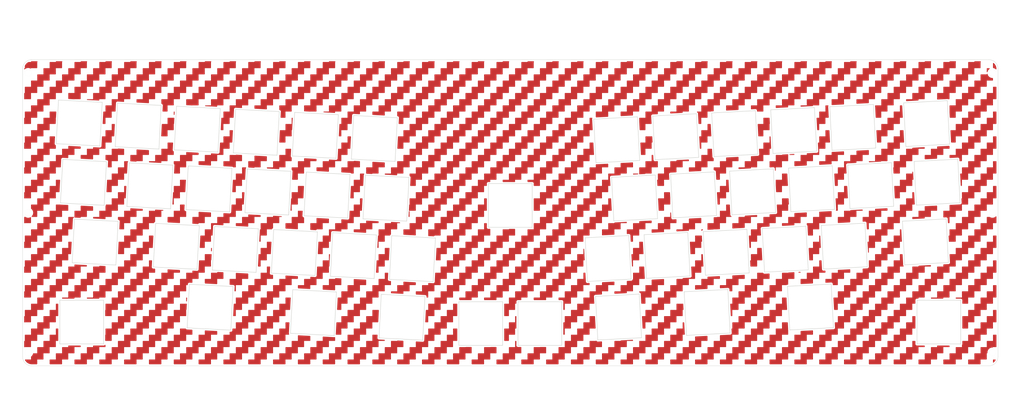
<source format=kicad_pcb>
(kicad_pcb (version 20211014) (generator pcbnew)
  (layers (0 "F.Cu" signal) (31 "B.Cu" signal) (34 "B.Paste" user) (35 "F.Paste" user) (36 "B.SilkS" user "B.Silkscreen") (37 "F.SilkS" user "F.Silkscreen") (38 "B.Mask" user) (39 "F.Mask" user) (44 "Edge.Cuts" user))
  (net 0 "")
  (footprint "kbd_SW_Hole:SW_Hole_1u" (layer "F.Cu") (at 33.3375 101.925)
    (fp_text reference "SW4" hide)
    (fp_text value "SW_PUSH" hide)
    (fp_line (start -7.05 -7.05) (end 7.05 -7.05) (layer "Edge.Cuts") (width 0.15))
    (fp_line (start -7.05 7.05) (end -7.05 -7.05) (layer "Edge.Cuts") (width 0.15))
    (fp_line (start 7.05 -7.05) (end 7.05 7.05) (layer "Edge.Cuts") (width 0.15))
    (fp_line (start 7.05 7.05) (end -7.05 7.05) (layer "Edge.Cuts") (width 0.15))
  )
  (footprint "kbd_SW_Hole:SW_Hole_1.25u" (layer "F.Cu") (at 206.327563 100.300483 3)
    (fp_text reference "SW32" hide)
    (fp_text value "SW_PUSH" hide)
    (fp_line (start 7.05 -7.05) (end 7.05 7.05) (layer "Edge.Cuts") (width 0.15))
    (fp_line (start -7.05 7.05) (end -7.05 -7.05) (layer "Edge.Cuts") (width 0.15))
    (fp_line (start -7.05 -7.05) (end 7.05 -7.05) (layer "Edge.Cuts") (width 0.15))
    (fp_line (start 7.05 7.05) (end -7.05 7.05) (layer "Edge.Cuts") (width 0.15))
  )
  (footprint "kbd_SW_Hole:SW_Hole_1u" (layer "F.Cu") (at 221.976469 80.404216 3)
    (fp_text reference "SW31" hide)
    (fp_text value "SW_PUSH" hide)
    (fp_line (start 7.05 -7.05) (end 7.05 7.05) (layer "Edge.Cuts") (width 0.15))
    (fp_line (start 7.05 7.05) (end -7.05 7.05) (layer "Edge.Cuts") (width 0.15))
    (fp_line (start -7.05 -7.05) (end 7.05 -7.05) (layer "Edge.Cuts") (width 0.15))
    (fp_line (start -7.05 7.05) (end -7.05 -7.05) (layer "Edge.Cuts") (width 0.15))
  )
  (footprint "kbd_SW_Hole:SW_Hole_1.75u" (layer "F.Cu") (at 234.889725 98.803604 3)
    (fp_text reference "SW36" hide)
    (fp_text value "SW_PUSH" hide)
    (fp_line (start 7.05 7.05) (end -7.05 7.05) (layer "Edge.Cuts") (width 0.15))
    (fp_line (start 7.05 -7.05) (end 7.05 7.05) (layer "Edge.Cuts") (width 0.15))
    (fp_line (start -7.05 7.05) (end -7.05 -7.05) (layer "Edge.Cuts") (width 0.15))
    (fp_line (start -7.05 -7.05) (end 7.05 -7.05) (layer "Edge.Cuts") (width 0.15))
  )
  (footprint "kbd_SW_Hole:SW_Hole_1u" (layer "F.Cu") (at 224.764765 42.105801 3)
    (fp_text reference "SW29" hide)
    (fp_text value "SW_PUSH" hide)
    (fp_line (start 7.05 7.05) (end -7.05 7.05) (layer "Edge.Cuts") (width 0.15))
    (fp_line (start -7.05 7.05) (end -7.05 -7.05) (layer "Edge.Cuts") (width 0.15))
    (fp_line (start 7.05 -7.05) (end 7.05 7.05) (layer "Edge.Cuts") (width 0.15))
    (fp_line (start -7.05 -7.05) (end 7.05 -7.05) (layer "Edge.Cuts") (width 0.15))
  )
  (footprint "kbd_SW_Hole:SW_Hole_1u" (layer "F.Cu") (at 249.541631 59.883443 3)
    (fp_text reference "SW34" hide)
    (fp_text value "SW_PUSH" hide)
    (fp_line (start -7.05 7.05) (end -7.05 -7.05) (layer "Edge.Cuts") (width 0.15))
    (fp_line (start 7.05 7.05) (end -7.05 7.05) (layer "Edge.Cuts") (width 0.15))
    (fp_line (start 7.05 -7.05) (end 7.05 7.05) (layer "Edge.Cuts") (width 0.15))
    (fp_line (start -7.05 -7.05) (end 7.05 -7.05) (layer "Edge.Cuts") (width 0.15))
  )
  (footprint "kbd_SW_Hole:SW_Hole_1u" (layer "F.Cu") (at 205.740871 43.102801 3)
    (fp_text reference "SW25" hide)
    (fp_text value "SW_PUSH" hide)
    (fp_line (start 7.05 7.05) (end -7.05 7.05) (layer "Edge.Cuts") (width 0.15))
    (fp_line (start -7.05 -7.05) (end 7.05 -7.05) (layer "Edge.Cuts") (width 0.15))
    (fp_line (start 7.05 -7.05) (end 7.05 7.05) (layer "Edge.Cuts") (width 0.15))
    (fp_line (start -7.05 7.05) (end -7.05 -7.05) (layer "Edge.Cuts") (width 0.15))
  )
  (footprint "kbd_SW_Hole:SW_Hole_1u" (layer "F.Cu") (at 202.978899 81.399836 3)
    (fp_text reference "SW27" hide)
    (fp_text value "SW_PUSH" hide)
    (fp_line (start 7.05 7.05) (end -7.05 7.05) (layer "Edge.Cuts") (width 0.15))
    (fp_line (start -7.05 7.05) (end -7.05 -7.05) (layer "Edge.Cuts") (width 0.15))
    (fp_line (start 7.05 -7.05) (end 7.05 7.05) (layer "Edge.Cuts") (width 0.15))
    (fp_line (start -7.05 -7.05) (end 7.05 -7.05) (layer "Edge.Cuts") (width 0.15))
  )
  (footprint "kbd_SW_Hole:SW_Hole_1.25u" (layer "F.Cu") (at 268.181537 97.058854 3)
    (fp_text reference "SW40" hide)
    (fp_text value "SW_PUSH" hide)
    (fp_line (start -7.05 7.05) (end -7.05 -7.05) (layer "Edge.Cuts") (width 0.15))
    (fp_line (start -7.05 -7.05) (end 7.05 -7.05) (layer "Edge.Cuts") (width 0.15))
    (fp_line (start 7.05 7.05) (end -7.05 7.05) (layer "Edge.Cuts") (width 0.15))
    (fp_line (start 7.05 -7.05) (end 7.05 7.05) (layer "Edge.Cuts") (width 0.15))
  )
  (footprint "kbd_SW_Hole:SW_Hole_1u" (layer "F.Cu") (at 211.493844 61.877443 3)
    (fp_text reference "SW26" hide)
    (fp_text value "SW_PUSH" hide)
    (fp_line (start 7.05 -7.05) (end 7.05 7.05) (layer "Edge.Cuts") (width 0.15))
    (fp_line (start -7.05 7.05) (end -7.05 -7.05) (layer "Edge.Cuts") (width 0.15))
    (fp_line (start 7.05 7.05) (end -7.05 7.05) (layer "Edge.Cuts") (width 0.15))
    (fp_line (start -7.05 -7.05) (end 7.05 -7.05) (layer "Edge.Cuts") (width 0.15))
  )
  (footprint "kbd_SW_Hole:SW_Hole_1u" (layer "F.Cu") (at 241.026683 79.405836 3)
    (fp_text reference "SW35" hide)
    (fp_text value "SW_PUSH" hide)
    (fp_line (start -7.05 7.05) (end -7.05 -7.05) (layer "Edge.Cuts") (width 0.15))
    (fp_line (start 7.05 7.05) (end -7.05 7.05) (layer "Edge.Cuts") (width 0.15))
    (fp_line (start -7.05 -7.05) (end 7.05 -7.05) (layer "Edge.Cuts") (width 0.15))
    (fp_line (start 7.05 -7.05) (end 7.05 7.05) (layer "Edge.Cuts") (width 0.15))
  )
  (footprint "kbd_SW_Hole:SW_Hole_1u" (layer "F.Cu") (at 262.786225 40.11318 3)
    (fp_text reference "SW37" hide)
    (fp_text value "SW_PUSH" hide)
    (fp_line (start -7.05 -7.05) (end 7.05 -7.05) (layer "Edge.Cuts") (width 0.15))
    (fp_line (start 7.05 -7.05) (end 7.05 7.05) (layer "Edge.Cuts") (width 0.15))
    (fp_line (start -7.05 7.05) (end -7.05 -7.05) (layer "Edge.Cuts") (width 0.15))
    (fp_line (start 7.05 7.05) (end -7.05 7.05) (layer "Edge.Cuts") (width 0.15))
  )
  (footprint "kbd_SW_Hole:SW_Hole_1u" (layer "F.Cu") (at 268.539198 58.887823 3)
    (fp_text reference "SW38" hide)
    (fp_text value "SW_PUSH" hide)
    (fp_line (start -7.05 -7.05) (end 7.05 -7.05) (layer "Edge.Cuts") (width 0.15))
    (fp_line (start 7.05 7.05) (end -7.05 7.05) (layer "Edge.Cuts") (width 0.15))
    (fp_line (start 7.05 -7.05) (end 7.05 7.05) (layer "Edge.Cuts") (width 0.15))
    (fp_line (start -7.05 7.05) (end -7.05 -7.05) (layer "Edge.Cuts") (width 0.15))
  )
  (footprint "kbd_SW_Hole:SW_Hole_1u" (layer "F.Cu") (at 260.050577 78.408836 3)
    (fp_text reference "SW39" hide)
    (fp_text value "SW_PUSH" hide)
    (fp_line (start 7.05 -7.05) (end 7.05 7.05) (layer "Edge.Cuts") (width 0.15))
    (fp_line (start -7.05 -7.05) (end 7.05 -7.05) (layer "Edge.Cuts") (width 0.15))
    (fp_line (start -7.05 7.05) (end -7.05 -7.05) (layer "Edge.Cuts") (width 0.15))
    (fp_line (start 7.05 7.05) (end -7.05 7.05) (layer "Edge.Cuts") (width 0.15))
  )
  (footprint "kbd_SW_Hole:SW_Hole_1.75u" (layer "F.Cu") (at 305.232322 76.040961 3)
    (fp_text reference "SW46" hide)
    (fp_text value "SW_PUSH" hide)
    (fp_line (start 7.05 7.05) (end -7.05 7.05) (layer "Edge.Cuts") (width 0.15))
    (fp_line (start -7.05 -7.05) (end 7.05 -7.05) (layer "Edge.Cuts") (width 0.15))
    (fp_line (start 7.05 -7.05) (end 7.05 7.05) (layer "Edge.Cuts") (width 0.15))
    (fp_line (start -7.05 7.05) (end -7.05 -7.05) (layer "Edge.Cuts") (width 0.15))
  )
  (footprint "kbd_SW_Hole:SW_Hole_1u" (layer "F.Cu") (at 287.589416 57.889443 3)
    (fp_text reference "SW42" hide)
    (fp_text value "SW_PUSH" hide)
    (fp_line (start 7.05 -7.05) (end 7.05 7.05) (layer "Edge.Cuts") (width 0.15))
    (fp_line (start -7.05 7.05) (end -7.05 -7.05) (layer "Edge.Cuts") (width 0.15))
    (fp_line (start 7.05 7.05) (end -7.05 7.05) (layer "Edge.Cuts") (width 0.15))
    (fp_line (start -7.05 -7.05) (end 7.05 -7.05) (layer "Edge.Cuts") (width 0.15))
  )
  (footprint "kbd_SW_Hole:SW_Hole_1u" (layer "F.Cu") (at 281.810119 39.11618 3)
    (fp_text reference "SW41" hide)
    (fp_text value "SW_PUSH" hide)
    (fp_line (start 7.05 -7.05) (end 7.05 7.05) (layer "Edge.Cuts") (width 0.15))
    (fp_line (start -7.05 7.05) (end -7.05 -7.05) (layer "Edge.Cuts") (width 0.15))
    (fp_line (start 7.05 7.05) (end -7.05 7.05) (layer "Edge.Cuts") (width 0.15))
    (fp_line (start -7.05 -7.05) (end 7.05 -7.05) (layer "Edge.Cuts") (width 0.15))
  )
  (footprint "kbd_SW_Hole:SW_Hole_1u" (layer "F.Cu") (at 243.762335 41.11018 3)
    (fp_text reference "SW33" hide)
    (fp_text value "SW_PUSH" hide)
    (fp_line (start 7.05 -7.05) (end 7.05 7.05) (layer "Edge.Cuts") (width 0.15))
    (fp_line (start -7.05 7.05) (end -7.05 -7.05) (layer "Edge.Cuts") (width 0.15))
    (fp_line (start 7.05 7.05) (end -7.05 7.05) (layer "Edge.Cuts") (width 0.15))
    (fp_line (start -7.05 -7.05) (end 7.05 -7.05) (layer "Edge.Cuts") (width 0.15))
  )
  (footprint "kbd_SW_Hole:SW_Hole_1u" (layer "F.Cu") (at 279.07447 77.411836 3)
    (fp_text reference "SW43" hide)
    (fp_text value "SW_PUSH" hide)
    (fp_line (start -7.05 7.05) (end -7.05 -7.05) (layer "Edge.Cuts") (width 0.15))
    (fp_line (start 7.05 7.05) (end -7.05 7.05) (layer "Edge.Cuts") (width 0.15))
    (fp_line (start 7.05 -7.05) (end 7.05 7.05) (layer "Edge.Cuts") (width 0.15))
    (fp_line (start -7.05 -7.05) (end 7.05 -7.05) (layer "Edge.Cuts") (width 0.15))
  )
  (footprint "kbd_SW_Hole:SW_Hole_1.25u" (layer "F.Cu") (at 308.991294 56.767819 3)
    (fp_text reference "SW45" hide)
    (fp_text value "SW_PUSH" hide)
    (fp_line (start -7.05 -7.05) (end 7.05 -7.05) (layer "Edge.Cuts") (width 0.15))
    (fp_line (start 7.05 -7.05) (end 7.05 7.05) (layer "Edge.Cuts") (width 0.15))
    (fp_line (start 7.05 7.05) (end -7.05 7.05) (layer "Edge.Cuts") (width 0.15))
    (fp_line (start -7.05 7.05) (end -7.05 -7.05) (layer "Edge.Cuts") (width 0.15))
  )
  (footprint "kbd_Hole:m2_Screw_Hole_EdgeCuts" (layer "F.Cu") (at 16.075 21.55)
    (fp_text reference "J2" hide)
    (fp_text value "Conn_01x01" hide)
    (fp_circle (center 0 0) (end 1.1 0) (layer "Edge.Cuts") (width 0.01) (fill none))
  )
  (footprint "kbd_Hole:m2_Screw_Hole_EdgeCuts" (layer "F.Cu") (at 16.075 66.65)
    (fp_text reference "J3" hide)
    (fp_text value "Conn_01x01" hide)
    (fp_circle (center 0 0) (end 1.1 0) (layer "Edge.Cuts") (width 0.01) (fill none))
  )
  (footprint "kbd_Hole:m2_Screw_Hole_EdgeCuts" (layer "F.Cu") (at 16.075 111.75)
    (fp_text reference "J4" hide)
    (fp_text value "Conn_01x01" hide)
    (fp_circle (center 0 0) (end 1.1 0) (layer "Edge.Cuts") (width 0.01) (fill none))
  )
  (footprint "kbd_Hole:m2_Screw_Hole_EdgeCuts" (layer "F.Cu") (at 326.825 21.55)
    (fp_text reference "J5" hide)
    (fp_text value "Conn_01x01" hide)
    (fp_circle (center 0 0) (end 1.1 0) (layer "Edge.Cuts") (width 0.01) (fill none))
  )
  (footprint "kbd_Hole:m2_Screw_Hole_EdgeCuts" (layer "F.Cu") (at 326.825 66.65)
    (fp_text reference "J6" hide)
    (fp_text value "Conn_01x01" hide)
    (fp_circle (center 0 0) (end 1.1 0) (layer "Edge.Cuts") (width 0.01) (fill none))
  )
  (footprint "kbd_Hole:m2_Screw_Hole_EdgeCuts" (layer "F.Cu") (at 326.825 111.75)
    (fp_text reference "J7" hide)
    (fp_text value "Conn_01x01" hide)
    (fp_circle (center 0 0) (end 1.1 0) (layer "Edge.Cuts") (width 0.01) (fill none))
  )
  (footprint "kbd_Hole:m2_Screw_Hole_Fab" (layer "F.Cu") (at 11.075 13.05)
    (fp_text reference "J8" hide)
    (fp_text value "Conn_01x01" hide)
  )
  (footprint "kbd_Hole:m2_Screw_Hole_Fab" (layer "F.Cu") (at 11.075 66.65)
    (fp_text reference "J9" hide)
    (fp_text value "Conn_01x01" hide)
  )
  (footprint "kbd_Hole:m2_Screw_Hole_Fab" (layer "F.Cu") (at 11.075 120.25)
    (fp_text reference "J10" hide)
    (fp_text value "Conn_01x01" hide)
  )
  (footprint "kbd_Hole:m2_Screw_Hole_Fab" (layer "F.Cu") (at 108.575 13.05)
    (fp_text reference "J11" hide)
    (fp_text value "Conn_01x01" hide)
  )
  (footprint "kbd_Hole:m2_Screw_Hole_Fab" (layer "F.Cu") (at 234.325 13.05)
    (fp_text reference "J12" hide)
    (fp_text value "Conn_01x01" hide)
  )
  (footprint "kbd_Hole:m2_Screw_Hole_Fab" (layer "F.Cu") (at 108.575 120.25)
    (fp_text reference "J13" hide)
    (fp_text value "Conn_01x01" hide)
  )
  (footprint "kbd_Hole:m2_Screw_Hole_Fab" (layer "F.Cu") (at 234.325 120.25)
    (fp_text reference "J14" hide)
    (fp_text value "Conn_01x01" hide)
  )
  (footprint "kbd_Hole:m2_Screw_Hole_Fab" (layer "F.Cu") (at 331.825 13.05)
    (fp_text reference "J15" hide)
    (fp_text value "Conn_01x01" hide)
  )
  (footprint "kbd_Hole:m2_Screw_Hole_Fab" (layer "F.Cu") (at 331.825 66.65)
    (fp_text reference "J16" hide)
    (fp_text value "Conn_01x01" hide)
  )
  (footprint "kbd_Hole:m2_Screw_Hole_Fab" (layer "F.Cu") (at 331.825 120.25)
    (fp_text reference "J17" hide)
    (fp_text value "Conn_01x01" hide)
  )
  (footprint "kbd_SW_Hole:SW_Hole_1u" (layer "F.Cu") (at 309.5625 101.925)
    (fp_text reference "SW47" hide)
    (fp_text value "SW_PUSH" hide)
    (fp_line (start 7.05 7.05) (end -7.05 7.05) (layer "Edge.Cuts") (width 0.15))
    (fp_line (start -7.05 7.05) (end -7.05 -7.05) (layer "Edge.Cuts") (width 0.15))
    (fp_line (start -7.05 -7.05) (end 7.05 -7.05) (layer "Edge.Cuts") (width 0.15))
    (fp_line (start 7.05 -7.05) (end 7.05 7.05) (layer "Edge.Cuts") (width 0.15))
  )
  (footprint "kbd_SW_Hole:SW_Hole_1u" (layer "F.Cu") (at 161.925 102.39375)
    (fp_text reference "SW20" hide)
    (fp_text value "SW_PUSH" hide)
    (fp_line (start 7.05 -7.05) (end 7.05 7.05) (layer "Edge.Cuts") (width 0.15))
    (fp_line (start -7.05 7.05) (end -7.05 -7.05) (layer "Edge.Cuts") (width 0.15))
    (fp_line (start -7.05 -7.05) (end 7.05 -7.05) (layer "Edge.Cuts") (width 0.15))
    (fp_line (start 7.05 7.05) (end -7.05 7.05) (layer "Edge.Cuts") (width 0.15))
  )
  (footprint "kbd_SW_Hole:SW_Hole_1u" (layer "F.Cu") (at 180.975 102.39375)
    (fp_text reference "SW24" hide)
    (fp_text value "SW_PUSH" hide)
    (fp_line (start -7.05 -7.05) (end 7.05 -7.05) (layer "Edge.Cuts") (width 0.15))
    (fp_line (start 7.05 7.05) (end -7.05 7.05) (layer "Edge.Cuts") (width 0.15))
    (fp_line (start 7.05 -7.05) (end 7.05 7.05) (layer "Edge.Cuts") (width 0.15))
    (fp_line (start -7.05 7.05) (end -7.05 -7.05) (layer "Edge.Cuts") (width 0.15))
  )
  (footprint "kbd_SW_Hole:SW_Hole_1u" (layer "F.Cu") (at 171.45 64.29375)
    (fp_text reference "SW28" hide)
    (fp_text value "SW_PUSH" hide)
    (fp_line (start 7.05 -7.05) (end 7.05 7.05) (layer "Edge.Cuts") (width 0.15))
    (fp_line (start -7.05 -7.05) (end 7.05 -7.05) (layer "Edge.Cuts") (width 0.15))
    (fp_line (start -7.05 7.05) (end -7.05 -7.05) (layer "Edge.Cuts") (width 0.15))
    (fp_line (start 7.05 7.05) (end -7.05 7.05) (layer "Edge.Cuts") (width 0.15))
  )
  (footprint "kbd_SW_Hole:SW_Hole_1u" (layer "F.Cu") (at 51.549794 38.685771 -3)
    (fp_text reference "SW5" hide)
    (fp_text value "SW_PUSH" hide)
    (fp_line (start 7.05 -7.05) (end 7.05 7.05) (layer "Edge.Cuts") (width 0.15))
    (fp_line (start -7.05 7.05) (end -7.05 -7.05) (layer "Edge.Cuts") (width 0.15))
    (fp_line (start 7.05 7.05) (end -7.05 7.05) (layer "Edge.Cuts") (width 0.15))
    (fp_line (start -7.05 -7.05) (end 7.05 -7.05) (layer "Edge.Cuts") (width 0.15))
  )
  (footprint "kbd_SW_Hole:SW_Hole_1u" (layer "F.Cu") (at 70.573683 39.682771 -3)
    (fp_text reference "SW9" hide)
    (fp_text value "SW_PUSH" hide)
    (fp_line (start -7.05 7.05) (end -7.05 -7.05) (layer "Edge.Cuts") (width 0.15))
    (fp_line (start 7.05 7.05) (end -7.05 7.05) (layer "Edge.Cuts") (width 0.15))
    (fp_line (start -7.05 -7.05) (end 7.05 -7.05) (layer "Edge.Cuts") (width 0.15))
    (fp_line (start 7.05 -7.05) (end 7.05 7.05) (layer "Edge.Cuts") (width 0.15))
  )
  (footprint "kbd_SW_Hole:SW_Hole_1u" (layer "F.Cu") (at 74.332657 58.955917 -3)
    (fp_text reference "SW10" hide)
    (fp_text value "SW_PUSH" hide)
    (fp_line (start 7.05 -7.05) (end 7.05 7.05) (layer "Edge.Cuts") (width 0.15))
    (fp_line (start -7.05 7.05) (end -7.05 -7.05) (layer "Edge.Cuts") (width 0.15))
    (fp_line (start -7.05 -7.05) (end 7.05 -7.05) (layer "Edge.Cuts") (width 0.15))
    (fp_line (start 7.05 7.05) (end -7.05 7.05) (layer "Edge.Cuts") (width 0.15))
  )
  (footprint "kbd_SW_Hole:SW_Hole_1u" (layer "F.Cu") (at 55.308764 57.958917 -3)
    (fp_text reference "SW6" hide)
    (fp_text value "SW_PUSH" hide)
    (fp_line (start -7.05 -7.05) (end 7.05 -7.05) (layer "Edge.Cuts") (width 0.15))
    (fp_line (start 7.05 7.05) (end -7.05 7.05) (layer "Edge.Cuts") (width 0.15))
    (fp_line (start 7.05 -7.05) (end 7.05 7.05) (layer "Edge.Cuts") (width 0.15))
    (fp_line (start -7.05 7.05) (end -7.05 -7.05) (layer "Edge.Cuts") (width 0.15))
  )
  (footprint "kbd_SW_Hole:SW_Hole_1u" (layer "F.Cu") (at 93.356549 59.952917 -3)
    (fp_text reference "SW14" hide)
    (fp_text value "SW_PUSH" hide)
    (fp_line (start -7.05 7.05) (end -7.05 -7.05) (layer "Edge.Cuts") (width 0.15))
    (fp_line (start -7.05 -7.05) (end 7.05 -7.05) (layer "Edge.Cuts") (width 0.15))
    (fp_line (start 7.05 7.05) (end -7.05 7.05) (layer "Edge.Cuts") (width 0.15))
    (fp_line (start 7.05 -7.05) (end 7.05 7.05) (layer "Edge.Cuts") (width 0.15))
  )
  (footprint "kbd_SW_Hole:SW_Hole_1u" (layer "F.Cu") (at 112.380442 60.949914 -3)
    (fp_text reference "SW18" hide)
    (fp_text value "SW_PUSH" hide)
    (fp_line (start 7.05 -7.05) (end 7.05 7.05) (layer "Edge.Cuts") (width 0.15))
    (fp_line (start 7.05 7.05) (end -7.05 7.05) (layer "Edge.Cuts") (width 0.15))
    (fp_line (start -7.05 -7.05) (end 7.05 -7.05) (layer "Edge.Cuts") (width 0.15))
    (fp_line (start -7.05 7.05) (end -7.05 -7.05) (layer "Edge.Cuts") (width 0.15))
  )
  (footprint "kbd_SW_Hole:SW_Hole_1u" (layer "F.Cu") (at 63.82371 77.481306 -3)
    (fp_text reference "SW7" hide)
    (fp_text value "SW_PUSH" hide)
    (fp_line (start 7.05 7.05) (end -7.05 7.05) (layer "Edge.Cuts") (width 0.15))
    (fp_line (start -7.05 -7.05) (end 7.05 -7.05) (layer "Edge.Cuts") (width 0.15))
    (fp_line (start -7.05 7.05) (end -7.05 -7.05) (layer "Edge.Cuts") (width 0.15))
    (fp_line (start 7.05 -7.05) (end 7.05 7.05) (layer "Edge.Cuts") (width 0.15))
  )
  (footprint "kbd_SW_Hole:SW_Hole_1u" (layer "F.Cu") (at 131.404334 61.946914 -3)
    (fp_text reference "SW22" hide)
    (fp_text value "SW_PUSH" hide)
    (fp_line (start -7.05 -7.05) (end 7.05 -7.05) (layer "Edge.Cuts") (width 0.15))
    (fp_line (start 7.05 -7.05) (end 7.05 7.05) (layer "Edge.Cuts") (width 0.15))
    (fp_line (start 7.05 7.05) (end -7.05 7.05) (layer "Edge.Cuts") (width 0.15))
    (fp_line (start -7.05 7.05) (end -7.05 -7.05) (layer "Edge.Cuts") (width 0.15))
  )
  (footprint "kbd_SW_Hole:SW_Hole_1u" (layer "F.Cu") (at 32.525898 37.688771 -3)
    (fp_text reference "SW1" hide)
    (fp_text value "SW_PUSH" hide)
    (fp_line (start 7.05 -7.05) (end 7.05 7.05) (layer "Edge.Cuts") (width 0.15))
    (fp_line (start -7.05 7.05) (end -7.05 -7.05) (layer "Edge.Cuts") (width 0.15))
    (fp_line (start 7.05 7.05) (end -7.05 7.05) (layer "Edge.Cuts") (width 0.15))
    (fp_line (start -7.05 -7.05) (end 7.05 -7.05) (layer "Edge.Cuts") (width 0.15))
  )
  (footprint "kbd_SW_Hole:SW_Hole_1u" (layer "F.Cu") (at 108.621472 41.676771 -3)
    (fp_text reference "SW17" hide)
    (fp_text value "SW_PUSH" hide)
    (fp_line (start -7.05 -7.05) (end 7.05 -7.05) (layer "Edge.Cuts") (width 0.15))
    (fp_line (start 7.05 7.05) (end -7.05 7.05) (layer "Edge.Cuts") (width 0.15))
    (fp_line (start 7.05 -7.05) (end 7.05 7.05) (layer "Edge.Cuts") (width 0.15))
    (fp_line (start -7.05 7.05) (end -7.05 -7.05) (layer "Edge.Cuts") (width 0.15))
  )
  (footprint "kbd_SW_Hole:SW_Hole_1u" (layer "F.Cu") (at 120.895388 80.472306 -3)
    (fp_text reference "SW19" hide)
    (fp_text value "SW_PUSH" hide)
    (fp_line (start 7.05 -7.05) (end 7.05 7.05) (layer "Edge.Cuts") (width 0.15))
    (fp_line (start 7.05 7.05) (end -7.05 7.05) (layer "Edge.Cuts") (width 0.15))
    (fp_line (start -7.05 -7.05) (end 7.05 -7.05) (layer "Edge.Cuts") (width 0.15))
    (fp_line (start -7.05 7.05) (end -7.05 -7.05) (layer "Edge.Cuts") (width 0.15))
  )
  (footprint "kbd_SW_Hole:SW_Hole_1u" (layer "F.Cu") (at 127.648543 42.673941 -3)
    (fp_text reference "SW21" hide)
    (fp_text value "SW_PUSH" hide)
    (fp_line (start -7.05 -7.05) (end 7.05 -7.05) (layer "Edge.Cuts") (width 0.15))
    (fp_line (start 7.05 -7.05) (end 7.05 7.05) (layer "Edge.Cuts") (width 0.15))
    (fp_line (start 7.05 7.05) (end -7.05 7.05) (layer "Edge.Cuts") (width 0.15))
    (fp_line (start -7.05 7.05) (end -7.05 -7.05) (layer "Edge.Cuts") (width 0.15))
  )
  (footprint "kbd_SW_Hole:SW_Hole_1.75u" (layer "F.Cu") (at 37.665858 76.110431 -3)
    (fp_text reference "SW3" hide)
    (fp_text value "SW_PUSH" hide)
    (fp_line (start -7.05 7.05) (end -7.05 -7.05) (layer "Edge.Cuts") (width 0.15))
    (fp_line (start 7.05 7.05) (end -7.05 7.05) (layer "Edge.Cuts") (width 0.15))
    (fp_line (start -7.05 -7.05) (end 7.05 -7.05) (layer "Edge.Cuts") (width 0.15))
    (fp_line (start 7.05 -7.05) (end 7.05 7.05) (layer "Edge.Cuts") (width 0.15))
  )
  (footprint "kbd_SW_Hole:SW_Hole_1u" (layer "F.Cu") (at 82.847603 78.478306 -3)
    (fp_text reference "SW11" hide)
    (fp_text value "SW_PUSH" hide)
    (fp_line (start 7.05 7.05) (end -7.05 7.05) (layer "Edge.Cuts") (width 0.15))
    (fp_line (start 7.05 -7.05) (end 7.05 7.05) (layer "Edge.Cuts") (width 0.15))
    (fp_line (start -7.05 -7.05) (end 7.05 -7.05) (layer "Edge.Cuts") (width 0.15))
    (fp_line (start -7.05 7.05) (end -7.05 -7.05) (layer "Edge.Cuts") (width 0.15))
  )
  (footprint "kbd_SW_Hole:SW_Hole_1u" (layer "F.Cu") (at 89.597576 40.679771 -3)
    (fp_text reference "SW13" hide)
    (fp_text value "SW_PUSH" hide)
    (fp_line (start -7.05 -7.05) (end 7.05 -7.05) (layer "Edge.Cuts") (width 0.15))
    (fp_line (start -7.05 7.05) (end -7.05 -7.05) (layer "Edge.Cuts") (width 0.15))
    (fp_line (start 7.05 -7.05) (end 7.05 7.05) (layer "Edge.Cuts") (width 0.15))
    (fp_line (start 7.05 7.05) (end -7.05 7.05) (layer "Edge.Cuts") (width 0.15))
  )
  (footprint "kbd_SW_Hole:SW_Hole_1u" (layer "F.Cu") (at 101.871499 79.475306 -3)
    (fp_text reference "SW15" hide)
    (fp_text value "SW_PUSH" hide)
    (fp_line (start -7.05 7.05) (end -7.05 -7.05) (layer "Edge.Cuts") (width 0.15))
    (fp_line (start 7.05 7.05) (end -7.05 7.05) (layer "Edge.Cuts") (width 0.15))
    (fp_line (start 7.05 -7.05) (end 7.05 7.05) (layer "Edge.Cuts") (width 0.15))
    (fp_line (start -7.05 -7.05) (end 7.05 -7.05) (layer "Edge.Cuts") (width 0.15))
  )
  (footprint "kbd_SW_Hole:SW_Hole_1u" (layer "F.Cu") (at 139.919281 81.469306 -3)
    (fp_text reference "SW23" hide)
    (fp_text value "SW_PUSH" hide)
    (fp_line (start -7.05 7.05) (end -7.05 -7.05) (layer "Edge.Cuts") (width 0.15))
    (fp_line (start -7.05 -7.05) (end 7.05 -7.05) (layer "Edge.Cuts") (width 0.15))
    (fp_line (start 7.05 7.05) (end -7.05 7.05) (layer "Edge.Cuts") (width 0.15))
    (fp_line (start 7.05 -7.05) (end 7.05 7.05) (layer "Edge.Cuts") (width 0.15))
  )
  (footprint "kbd_SW_Hole:SW_Hole_1.25u" (layer "F.Cu") (at 136.544294 100.368577 -3)
    (fp_text reference "SW16" hide)
    (fp_text value "SW_PUSH" hide)
    (fp_line (start 7.05 7.05) (end -7.05 7.05) (layer "Edge.Cuts") (width 0.15))
    (fp_line (start -7.05 7.05) (end -7.05 -7.05) (layer "Edge.Cuts") (width 0.15))
    (fp_line (start -7.05 -7.05) (end 7.05 -7.05) (layer "Edge.Cuts") (width 0.15))
    (fp_line (start 7.05 -7.05) (end 7.05 7.05) (layer "Edge.Cuts") (width 0.15))
  )
  (footprint "kbd_SW_Hole:SW_Hole_1.75u" (layer "F.Cu") (at 108.008455 98.873077 -3)
    (fp_text reference "SW12" hide)
    (fp_text value "SW_PUSH" hide)
    (fp_line (start -7.05 -7.05) (end 7.05 -7.05) (layer "Edge.Cuts") (width 0.15))
    (fp_line (start 7.05 -7.05) (end 7.05 7.05) (layer "Edge.Cuts") (width 0.15))
    (fp_line (start 7.05 7.05) (end -7.05 7.05) (layer "Edge.Cuts") (width 0.15))
    (fp_line (start -7.05 7.05) (end -7.05 -7.05) (layer "Edge.Cuts") (width 0.15))
  )
  (footprint "kbd_SW_Hole:SW_Hole_1.25u" (layer "F.Cu") (at 33.906888 56.837292 -3)
    (fp_text reference "SW2" hide)
    (fp_text value "KEY_SWITCH" hide)
    (fp_line (start -7.05 -7.05) (end 7.05 -7.05) (layer "Edge.Cuts") (width 0.15))
    (fp_line (start 7.05 7.05) (end -7.05 7.05) (layer "Edge.Cuts") (width 0.15))
    (fp_line (start -7.05 7.05) (end -7.05 -7.05) (layer "Edge.Cuts") (width 0.15))
    (fp_line (start 7.05 -7.05) (end 7.05 7.05) (layer "Edge.Cuts") (width 0.15))
  )
  (footprint "kbd_SW_Hole:SW_Hole_1.25u" (layer "F.Cu") (at 74.716643 97.128327 -3)
    (fp_text reference "SW8" hide)
    (fp_text value "SW_PUSH" hide)
    (fp_line (start -7.05 -7.05) (end 7.05 -7.05) (layer "Edge.Cuts") (width 0.15))
    (fp_line (start 7.05 -7.05) (end 7.05 7.05) (layer "Edge.Cuts") (width 0.15))
    (fp_line (start 7.05 7.05) (end -7.05 7.05) (layer "Edge.Cuts") (width 0.15))
    (fp_line (start -7.05 7.05) (end -7.05 -7.05) (layer "Edge.Cuts") (width 0.15))
  )
  (footprint "kbd_SW_Hole:SW_Hole_1.5u" (layer "F.Cu") (at 305.616309 37.868551 3)
    (fp_text reference "SW44" hide)
    (fp_text value "SW_PUSH" hide)
    (fp_line (start 7.05 -7.05) (end 7.05 7.05) (layer "Edge.Cuts") (width 0.15))
    (fp_line (start -7.05 7.05) (end -7.05 -7.05) (layer "Edge.Cuts") (width 0.15))
    (fp_line (start -7.05 -7.05) (end 7.05 -7.05) (layer "Edge.Cuts") (width 0.15))
    (fp_line (start 7.05 7.05) (end -7.05 7.05) (layer "Edge.Cuts") (width 0.15))
  )
  (footprint "kbd_SW_Hole:SW_Hole_1u" (layer "F.Cu") (at 230.517738 60.880443 3)
    (fp_text reference "SW30" hide)
    (fp_text value "SW_PUSH" hide)
    (fp_line (start -7.05 7.05) (end -7.05 -7.05) (layer "Edge.Cuts") (width 0.15))
    (fp_line (start 7.05 7.05) (end -7.05 7.05) (layer "Edge.Cuts") (width 0.15))
    (fp_line (start 7.05 -7.05) (end 7.05 7.05) (layer "Edge.Cuts") (width 0.15))
    (fp_line (start -7.05 -7.05) (end 7.05 -7.05) (layer "Edge.Cuts") (width 0.15))
  )
  (gr_arc (start 325.625 17.25) (mid 327.74632 18.12868) (end 328.625 20.25) (layer "Edge.Cuts") (width 0.1))
  (gr_arc (start 14.275 20.25) (mid 15.15368 18.12868) (end 17.275 17.25) (layer "Edge.Cuts") (width 0.1))
  (gr_arc (start 17.275 116.05) (mid 15.15368 115.17132) (end 14.275 113.05) (layer "Edge.Cuts") (width 0.1))
  (gr_line (start 14.275 20.25) (end 14.275 113.05) (layer "Edge.Cuts") (width 0.1))
  (gr_line (start 325.625 17.25) (end 17.275 17.25) (layer "Edge.Cuts") (width 0.1))
  (gr_arc (start 328.625 113.05) (mid 327.74632 115.17132) (end 325.625 116.05) (layer "Edge.Cuts") (width 0.1))
  (gr_line (start 328.625 113.05) (end 328.625 20.25) (layer "Edge.Cuts") (width 0.1))
  (gr_line (start 17.275 116.05) (end 325.625 116.05) (layer "Edge.Cuts") (width 0.1))
  (zone (net 0) (net_name "") (layers F&B.Cu) (connect_pads (clearance 0)) (min_thickness 0.254)
    (keepout (tracks allowed) (vias allowed) (pads allowed) (copperpour not_allowed) (footprints allowed))
    (fill (thermal_gap 0.508) (thermal_bridge_width 0.508))
    (polygon (pts (xy 309 30) (xy 305 30) (xy 305 28) (xy 309 28)))
  )
  (zone (net 0) (net_name "") (layers F&B.Cu) (connect_pads (clearance 0)) (min_thickness 0.254)
    (keepout (tracks allowed) (vias allowed) (pads allowed) (copperpour not_allowed) (footprints allowed))
    (fill (thermal_gap 0.508) (thermal_bridge_width 0.508))
    (polygon (pts (xy 41 114) (xy 37 114) (xy 37 112) (xy 41 112)))
  )
  (zone (net 0) (net_name "") (layers F&B.Cu) (connect_pads (clearance 0)) (min_thickness 0.254)
    (keepout (tracks allowed) (vias allowed) (pads allowed) (copperpour not_allowed) (footprints allowed))
    (fill (thermal_gap 0.508) (thermal_bridge_width 0.508))
    (polygon (pts (xy 271 12) (xy 267 12) (xy 267 10) (xy 271 10)))
  )
  (zone (net 0) (net_name "") (layers F&B.Cu) (connect_pads (clearance 0)) (min_thickness 0.254)
    (keepout (tracks allowed) (vias allowed) (pads allowed) (copperpour not_allowed) (footprints allowed))
    (fill (thermal_gap 0.508) (thermal_bridge_width 0.508))
    (polygon (pts (xy 217 66) (xy 213 66) (xy 213 64) (xy 217 64)))
  )
  (zone (net 0) (net_name "") (layers F&B.Cu) (connect_pads (clearance 0)) (min_thickness 0.254)
    (keepout (tracks allowed) (vias allowed) (pads allowed) (copperpour not_allowed) (footprints allowed))
    (fill (thermal_gap 0.508) (thermal_bridge_width 0.508))
    (polygon (pts (xy 253 118) (xy 249 118) (xy 249 116) (xy 253 116)))
  )
  (zone (net 0) (net_name "") (layers F&B.Cu) (connect_pads (clearance 0)) (min_thickness 0.254)
    (keepout (tracks allowed) (vias allowed) (pads allowed) (copperpour not_allowed) (footprints allowed))
    (fill (thermal_gap 0.508) (thermal_bridge_width 0.508))
    (polygon (pts (xy 291 56) (xy 287 56) (xy 287 54) (xy 291 54)))
  )
  (zone (net 0) (net_name "") (layers F&B.Cu) (connect_pads (clearance 0)) (min_thickness 0.254)
    (keepout (tracks allowed) (vias allowed) (pads allowed) (copperpour not_allowed) (footprints allowed))
    (fill (thermal_gap 0.508) (thermal_bridge_width 0.508))
    (polygon (pts (xy 17 66) (xy 13 66) (xy 13 64) (xy 17 64)))
  )
  (zone (net 0) (net_name "") (layers F&B.Cu) (connect_pads (clearance 0)) (min_thickness 0.254)
    (keepout (tracks allowed) (vias allowed) (pads allowed) (copperpour not_allowed) (footprints allowed))
    (fill (thermal_gap 0.508) (thermal_bridge_width 0.508))
    (polygon (pts (xy 149 78) (xy 145 78) (xy 145 76) (xy 149 76)))
  )
  (zone (net 0) (net_name "") (layers F&B.Cu) (connect_pads (clearance 0)) (min_thickness 0.254)
    (keepout (tracks allowed) (vias allowed) (pads allowed) (copperpour not_allowed) (footprints allowed))
    (fill (thermal_gap 0.508) (thermal_bridge_width 0.508))
    (polygon (pts (xy 21 62) (xy 17 62) (xy 17 60) (xy 21 60)))
  )
  (zone (net 0) (net_name "") (layers F&B.Cu) (connect_pads (clearance 0)) (min_thickness 0.254)
    (keepout (tracks allowed) (vias allowed) (pads allowed) (copperpour not_allowed) (footprints allowed))
    (fill (thermal_gap 0.508) (thermal_bridge_width 0.508))
    (polygon (pts (xy 331 120) (xy 327 120) (xy 327 118) (xy 331 118)))
  )
  (zone (net 0) (net_name "") (layers F&B.Cu) (connect_pads (clearance 0)) (min_thickness 0.254)
    (keepout (tracks allowed) (vias allowed) (pads allowed) (copperpour not_allowed) (footprints allowed))
    (fill (thermal_gap 0.508) (thermal_bridge_width 0.508))
    (polygon (pts (xy 291 80) (xy 287 80) (xy 287 78) (xy 291 78)))
  )
  (zone (net 0) (net_name "") (layers F&B.Cu) (connect_pads (clearance 0)) (min_thickness 0.254)
    (keepout (tracks allowed) (vias allowed) (pads allowed) (copperpour not_allowed) (footprints allowed))
    (fill (thermal_gap 0.508) (thermal_bridge_width 0.508))
    (polygon (pts (xy 135 124) (xy 131 124) (xy 131 122) (xy 135 122)))
  )
  (zone (net 0) (net_name "") (layers F&B.Cu) (connect_pads (clearance 0)) (min_thickness 0.254)
    (keepout (tracks allowed) (vias allowed) (pads allowed) (copperpour not_allowed) (footprints allowed))
    (fill (thermal_gap 0.508) (thermal_bridge_width 0.508))
    (polygon (pts (xy 93 78) (xy 89 78) (xy 89 76) (xy 93 76)))
  )
  (zone (net 0) (net_name "") (layers F&B.Cu) (connect_pads (clearance 0)) (min_thickness 0.254)
    (keepout (tracks allowed) (vias allowed) (pads allowed) (copperpour not_allowed) (footprints allowed))
    (fill (thermal_gap 0.508) (thermal_bridge_width 0.508))
    (polygon (pts (xy 33 130) (xy 29 130) (xy 29 128) (xy 33 128)))
  )
  (zone (net 0) (net_name "") (layers F&B.Cu) (connect_pads (clearance 0)) (min_thickness 0.254)
    (keepout (tracks allowed) (vias allowed) (pads allowed) (copperpour not_allowed) (footprints allowed))
    (fill (thermal_gap 0.508) (thermal_bridge_width 0.508))
    (polygon (pts (xy 29 30) (xy 25 30) (xy 25 28) (xy 29 28)))
  )
  (zone (net 0) (net_name "") (layers F&B.Cu) (connect_pads (clearance 0)) (min_thickness 0.254)
    (keepout (tracks allowed) (vias allowed) (pads allowed) (copperpour not_allowed) (footprints allowed))
    (fill (thermal_gap 0.508) (thermal_bridge_width 0.508))
    (polygon (pts (xy 207 68) (xy 203 68) (xy 203 66) (xy 207 66)))
  )
  (zone (net 0) (net_name "") (layers F&B.Cu) (connect_pads (clearance 0)) (min_thickness 0.254)
    (keepout (tracks allowed) (vias allowed) (pads allowed) (copperpour not_allowed) (footprints allowed))
    (fill (thermal_gap 0.508) (thermal_bridge_width 0.508))
    (polygon (pts (xy 13 86) (xy 9 86) (xy 9 84) (xy 13 84)))
  )
  (zone (net 0) (net_name "") (layers F&B.Cu) (connect_pads (clearance 0)) (min_thickness 0.254)
    (keepout (tracks allowed) (vias allowed) (pads allowed) (copperpour not_allowed) (footprints allowed))
    (fill (thermal_gap 0.508) (thermal_bridge_width 0.508))
    (polygon (pts (xy 133 126) (xy 129 126) (xy 129 124) (xy 133 124)))
  )
  (zone (net 0) (net_name "") (layers F&B.Cu) (connect_pads (clearance 0)) (min_thickness 0.254)
    (keepout (tracks allowed) (vias allowed) (pads allowed) (copperpour not_allowed) (footprints allowed))
    (fill (thermal_gap 0.508) (thermal_bridge_width 0.508))
    (polygon (pts (xy 257 98) (xy 253 98) (xy 253 96) (xy 257 96)))
  )
  (zone (net 0) (net_name "") (layers F&B.Cu) (connect_pads (clearance 0)) (min_thickness 0.254)
    (keepout (tracks allowed) (vias allowed) (pads allowed) (copperpour not_allowed) (footprints allowed))
    (fill (thermal_gap 0.508) (thermal_bridge_width 0.508))
    (polygon (pts (xy 231 4) (xy 227 4) (xy 227 2) (xy 231 2)))
  )
  (zone (net 0) (net_name "") (layers F&B.Cu) (connect_pads (clearance 0)) (min_thickness 0.254)
    (keepout (tracks allowed) (vias allowed) (pads allowed) (copperpour not_allowed) (footprints allowed))
    (fill (thermal_gap 0.508) (thermal_bridge_width 0.508))
    (polygon (pts (xy 323 64) (xy 319 64) (xy 319 62) (xy 323 62)))
  )
  (zone (net 0) (net_name "") (layers F&B.Cu) (connect_pads (clearance 0)) (min_thickness 0.254)
    (keepout (tracks allowed) (vias allowed) (pads allowed) (copperpour not_allowed) (footprints allowed))
    (fill (thermal_gap 0.508) (thermal_bridge_width 0.508))
    (polygon (pts (xy 317 94) (xy 313 94) (xy 313 92) (xy 317 92)))
  )
  (zone (net 0) (net_name "") (layers F&B.Cu) (connect_pads (clearance 0)) (min_thickness 0.254)
    (keepout (tracks allowed) (vias allowed) (pads allowed) (copperpour not_allowed) (footprints allowed))
    (fill (thermal_gap 0.508) (thermal_bridge_width 0.508))
    (polygon (pts (xy 299 104) (xy 295 104) (xy 295 102) (xy 299 102)))
  )
  (zone (net 0) (net_name "") (layers F&B.Cu) (connect_pads (clearance 0)) (min_thickness 0.254)
    (keepout (tracks allowed) (vias allowed) (pads allowed) (copperpour not_allowed) (footprints allowed))
    (fill (thermal_gap 0.508) (thermal_bridge_width 0.508))
    (polygon (pts (xy 155 128) (xy 151 128) (xy 151 126) (xy 155 126)))
  )
  (zone (net 0) (net_name "") (layers F&B.Cu) (connect_pads (clearance 0)) (min_thickness 0.254)
    (keepout (tracks allowed) (vias allowed) (pads allowed) (copperpour not_allowed) (footprints allowed))
    (fill (thermal_gap 0.508) (thermal_bridge_width 0.508))
    (polygon (pts (xy 11 64) (xy 7 64) (xy 7 62) (xy 11 62)))
  )
  (zone (net 0) (net_name "") (layers F&B.Cu) (connect_pads (clearance 0)) (min_thickness 0.254)
    (keepout (tracks allowed) (vias allowed) (pads allowed) (copperpour not_allowed) (footprints allowed))
    (fill (thermal_gap 0.508) (thermal_bridge_width 0.508))
    (polygon (pts (xy 269 86) (xy 265 86) (xy 265 84) (xy 269 84)))
  )
  (zone (net 0) (net_name "") (layers F&B.Cu) (connect_pads (clearance 0)) (min_thickness 0.254)
    (keepout (tracks allowed) (vias allowed) (pads allowed) (copperpour not_allowed) (footprints allowed))
    (fill (thermal_gap 0.508) (thermal_bridge_width 0.508))
    (polygon (pts (xy 79 52) (xy 75 52) (xy 75 50) (xy 79 50)))
  )
  (zone (net 0) (net_name "") (layers F&B.Cu) (connect_pads (clearance 0)) (min_thickness 0.254)
    (keepout (tracks allowed) (vias allowed) (pads allowed) (copperpour not_allowed) (footprints allowed))
    (fill (thermal_gap 0.508) (thermal_bridge_width 0.508))
    (polygon (pts (xy 31 60) (xy 27 60) (xy 27 58) (xy 31 58)))
  )
  (zone (net 0) (net_name "") (layers F&B.Cu) (connect_pads (clearance 0)) (min_thickness 0.254)
    (keepout (tracks allowed) (vias allowed) (pads allowed) (copperpour not_allowed) (footprints allowed))
    (fill (thermal_gap 0.508) (thermal_bridge_width 0.508))
    (polygon (pts (xy 43 112) (xy 39 112) (xy 39 110) (xy 43 110)))
  )
  (zone (net 0) (net_name "") (layers F&B.Cu) (connect_pads (clearance 0)) (min_thickness 0.254)
    (keepout (tracks allowed) (vias allowed) (pads allowed) (copperpour not_allowed) (footprints allowed))
    (fill (thermal_gap 0.508) (thermal_bridge_width 0.508))
    (polygon (pts (xy 59 120) (xy 55 120) (xy 55 118) (xy 59 118)))
  )
  (zone (net 0) (net_name "") (layers F&B.Cu) (connect_pads (clearance 0)) (min_thickness 0.254)
    (keepout (tracks allowed) (vias allowed) (pads allowed) (copperpour not_allowed) (footprints allowed))
    (fill (thermal_gap 0.508) (thermal_bridge_width 0.508))
    (polygon (pts (xy 35 64) (xy 31 64) (xy 31 62) (xy 35 62)))
  )
  (zone (net 0) (net_name "") (layers F&B.Cu) (connect_pads (clearance 0)) (min_thickness 0.254)
    (keepout (tracks allowed) (vias allowed) (pads allowed) (copperpour not_allowed) (footprints allowed))
    (fill (thermal_gap 0.508) (thermal_bridge_width 0.508))
    (polygon (pts (xy 55 28) (xy 51 28) (xy 51 26) (xy 55 26)))
  )
  (zone (net 0) (net_name "") (layers F&B.Cu) (connect_pads (clearance 0)) (min_thickness 0.254)
    (keepout (tracks allowed) (vias allowed) (pads allowed) (copperpour not_allowed) (footprints allowed))
    (fill (thermal_gap 0.508) (thermal_bridge_width 0.508))
    (polygon (pts (xy 255 28) (xy 251 28) (xy 251 26) (xy 255 26)))
  )
  (zone (net 0) (net_name "") (layers F&B.Cu) (connect_pads (clearance 0)) (min_thickness 0.254)
    (keepout (tracks allowed) (vias allowed) (pads allowed) (copperpour not_allowed) (footprints allowed))
    (fill (thermal_gap 0.508) (thermal_bridge_width 0.508))
    (polygon (pts (xy 225 82) (xy 221 82) (xy 221 80) (xy 225 80)))
  )
  (zone (net 0) (net_name "") (layers F&B.Cu) (connect_pads (clearance 0)) (min_thickness 0.254)
    (keepout (tracks allowed) (vias allowed) (pads allowed) (copperpour not_allowed) (footprints allowed))
    (fill (thermal_gap 0.508) (thermal_bridge_width 0.508))
    (polygon (pts (xy 323 56) (xy 319 56) (xy 319 54) (xy 323 54)))
  )
  (zone (net 0) (net_name "") (layers F&B.Cu) (connect_pads (clearance 0)) (min_thickness 0.254)
    (keepout (tracks allowed) (vias allowed) (pads allowed) (copperpour not_allowed) (footprints allowed))
    (fill (thermal_gap 0.508) (thermal_bridge_width 0.508))
    (polygon (pts (xy 29 22) (xy 25 22) (xy 25 20) (xy 29 20)))
  )
  (zone (net 0) (net_name "") (layers F&B.Cu) (connect_pads (clearance 0)) (min_thickness 0.254)
    (keepout (tracks allowed) (vias allowed) (pads allowed) (copperpour not_allowed) (footprints allowed))
    (fill (thermal_gap 0.508) (thermal_bridge_width 0.508))
    (polygon (pts (xy 169 66) (xy 165 66) (xy 165 64) (xy 169 64)))
  )
  (zone (net 0) (net_name "") (layers F&B.Cu) (connect_pads (clearance 0)) (min_thickness 0.254)
    (keepout (tracks allowed) (vias allowed) (pads allowed) (copperpour not_allowed) (footprints allowed))
    (fill (thermal_gap 0.508) (thermal_bridge_width 0.508))
    (polygon (pts (xy 33 90) (xy 29 90) (xy 29 88) (xy 33 88)))
  )
  (zone (net 0) (net_name "") (layers F&B.Cu) (connect_pads (clearance 0)) (min_thickness 0.254)
    (keepout (tracks allowed) (vias allowed) (pads allowed) (copperpour not_allowed) (footprints allowed))
    (fill (thermal_gap 0.508) (thermal_bridge_width 0.508))
    (polygon (pts (xy 215 28) (xy 211 28) (xy 211 26) (xy 215 26)))
  )
  (zone (net 0) (net_name "") (layers F&B.Cu) (connect_pads (clearance 0)) (min_thickness 0.254)
    (keepout (tracks allowed) (vias allowed) (pads allowed) (copperpour not_allowed) (footprints allowed))
    (fill (thermal_gap 0.508) (thermal_bridge_width 0.508))
    (polygon (pts (xy 171 128) (xy 167 128) (xy 167 126) (xy 171 126)))
  )
  (zone (net 0) (net_name "") (layers F&B.Cu) (connect_pads (clearance 0)) (min_thickness 0.254)
    (keepout (tracks allowed) (vias allowed) (pads allowed) (copperpour not_allowed) (footprints allowed))
    (fill (thermal_gap 0.508) (thermal_bridge_width 0.508))
    (polygon (pts (xy 309 118) (xy 305 118) (xy 305 116) (xy 309 116)))
  )
  (zone (net 0) (net_name "") (layers F&B.Cu) (connect_pads (clearance 0)) (min_thickness 0.254)
    (keepout (tracks allowed) (vias allowed) (pads allowed) (copperpour not_allowed) (footprints allowed))
    (fill (thermal_gap 0.508) (thermal_bridge_width 0.508))
    (polygon (pts (xy 19 128) (xy 15 128) (xy 15 126) (xy 19 126)))
  )
  (zone (net 0) (net_name "") (layers F&B.Cu) (connect_pads (clearance 0)) (min_thickness 0.254)
    (keepout (tracks allowed) (vias allowed) (pads allowed) (copperpour not_allowed) (footprints allowed))
    (fill (thermal_gap 0.508) (thermal_bridge_width 0.508))
    (polygon (pts (xy 83 64) (xy 79 64) (xy 79 62) (xy 83 62)))
  )
  (zone (net 0) (net_name "") (layers F&B.Cu) (connect_pads (clearance 0)) (min_thickness 0.254)
    (keepout (tracks allowed) (vias allowed) (pads allowed) (copperpour not_allowed) (footprints allowed))
    (fill (thermal_gap 0.508) (thermal_bridge_width 0.508))
    (polygon (pts (xy 323 72) (xy 319 72) (xy 319 70) (xy 323 70)))
  )
  (zone (net 0) (net_name "") (layers F&B.Cu) (connect_pads (clearance 0)) (min_thickness 0.254)
    (keepout (tracks allowed) (vias allowed) (pads allowed) (copperpour not_allowed) (footprints allowed))
    (fill (thermal_gap 0.508) (thermal_bridge_width 0.508))
    (polygon (pts (xy 329 98) (xy 325 98) (xy 325 96) (xy 329 96)))
  )
  (zone (net 0) (net_name "") (layers F&B.Cu) (connect_pads (clearance 0)) (min_thickness 0.254)
    (keepout (tracks allowed) (vias allowed) (pads allowed) (copperpour not_allowed) (footprints allowed))
    (fill (thermal_gap 0.508) (thermal_bridge_width 0.508))
    (polygon (pts (xy 187 72) (xy 183 72) (xy 183 70) (xy 187 70)))
  )
  (zone (net 0) (net_name "") (layers F&B.Cu) (connect_pads (clearance 0)) (min_thickness 0.254)
    (keepout (tracks allowed) (vias allowed) (pads allowed) (copperpour not_allowed) (footprints allowed))
    (fill (thermal_gap 0.508) (thermal_bridge_width 0.508))
    (polygon (pts (xy 85 6) (xy 81 6) (xy 81 4) (xy 85 4)))
  )
  (zone (net 0) (net_name "") (layers F&B.Cu) (connect_pads (clearance 0)) (min_thickness 0.254)
    (keepout (tracks allowed) (vias allowed) (pads allowed) (copperpour not_allowed) (footprints allowed))
    (fill (thermal_gap 0.508) (thermal_bridge_width 0.508))
    (polygon (pts (xy 189 38) (xy 185 38) (xy 185 36) (xy 189 36)))
  )
  (zone (net 0) (net_name "") (layers F&B.Cu) (connect_pads (clearance 0)) (min_thickness 0.254)
    (keepout (tracks allowed) (vias allowed) (pads allowed) (copperpour not_allowed) (footprints allowed))
    (fill (thermal_gap 0.508) (thermal_bridge_width 0.508))
    (polygon (pts (xy 117 46) (xy 113 46) (xy 113 44) (xy 117 44)))
  )
  (zone (net 0) (net_name "") (layers F&B.Cu) (connect_pads (clearance 0)) (min_thickness 0.254)
    (keepout (tracks allowed) (vias allowed) (pads allowed) (copperpour not_allowed) (footprints allowed))
    (fill (thermal_gap 0.508) (thermal_bridge_width 0.508))
    (polygon (pts (xy 151 108) (xy 147 108) (xy 147 106) (xy 151 106)))
  )
  (zone (net 0) (net_name "") (layers F&B.Cu) (connect_pads (clearance 0)) (min_thickness 0.254)
    (keepout (tracks allowed) (vias allowed) (pads allowed) (copperpour not_allowed) (footprints allowed))
    (fill (thermal_gap 0.508) (thermal_bridge_width 0.508))
    (polygon (pts (xy 175 44) (xy 171 44) (xy 171 42) (xy 175 42)))
  )
  (zone (net 0) (net_name "") (layers F&B.Cu) (connect_pads (clearance 0)) (min_thickness 0.254)
    (keepout (tracks allowed) (vias allowed) (pads allowed) (copperpour not_allowed) (footprints allowed))
    (fill (thermal_gap 0.508) (thermal_bridge_width 0.508))
    (polygon (pts (xy 101 38) (xy 97 38) (xy 97 36) (xy 101 36)))
  )
  (zone (net 0) (net_name "") (layers F&B.Cu) (connect_pads (clearance 0)) (min_thickness 0.254)
    (keepout (tracks allowed) (vias allowed) (pads allowed) (copperpour not_allowed) (footprints allowed))
    (fill (thermal_gap 0.508) (thermal_bridge_width 0.508))
    (polygon (pts (xy 317 118) (xy 313 118) (xy 313 116) (xy 317 116)))
  )
  (zone (net 0) (net_name "") (layers F&B.Cu) (connect_pads (clearance 0)) (min_thickness 0.254)
    (keepout (tracks allowed) (vias allowed) (pads allowed) (copperpour not_allowed) (footprints allowed))
    (fill (thermal_gap 0.508) (thermal_bridge_width 0.508))
    (polygon (pts (xy 269 38) (xy 265 38) (xy 265 36) (xy 269 36)))
  )
  (zone (net 0) (net_name "") (layers F&B.Cu) (connect_pads (clearance 0)) (min_thickness 0.254)
    (keepout (tracks allowed) (vias allowed) (pads allowed) (copperpour not_allowed) (footprints allowed))
    (fill (thermal_gap 0.508) (thermal_bridge_width 0.508))
    (polygon (pts (xy 253 86) (xy 249 86) (xy 249 84) (xy 253 84)))
  )
  (zone (net 0) (net_name "") (layers F&B.Cu) (connect_pads (clearance 0)) (min_thickness 0.254)
    (keepout (tracks allowed) (vias allowed) (pads allowed) (copperpour not_allowed) (footprints allowed))
    (fill (thermal_gap 0.508) (thermal_bridge_width 0.508))
    (polygon (pts (xy 29 126) (xy 25 126) (xy 25 124) (xy 29 124)))
  )
  (zone (net 0) (net_name "") (layers F&B.Cu) (connect_pads (clearance 0)) (min_thickness 0.254)
    (keepout (tracks allowed) (vias allowed) (pads allowed) (copperpour not_allowed) (footprints allowed))
    (fill (thermal_gap 0.508) (thermal_bridge_width 0.508))
    (polygon (pts (xy 155 88) (xy 151 88) (xy 151 86) (xy 155 86)))
  )
  (zone (net 0) (net_name "") (layers F&B.Cu) (connect_pads (clearance 0)) (min_thickness 0.254)
    (keepout (tracks allowed) (vias allowed) (pads allowed) (copperpour not_allowed) (footprints allowed))
    (fill (thermal_gap 0.508) (thermal_bridge_width 0.508))
    (polygon (pts (xy 317 78) (xy 313 78) (xy 313 76) (xy 317 76)))
  )
  (zone (net 0) (net_name "") (layers F&B.Cu) (connect_pads (clearance 0)) (min_thickness 0.254)
    (keepout (tracks allowed) (vias allowed) (pads allowed) (copperpour not_allowed) (footprints allowed))
    (fill (thermal_gap 0.508) (thermal_bridge_width 0.508))
    (polygon (pts (xy 135 92) (xy 131 92) (xy 131 90) (xy 135 90)))
  )
  (zone (net 0) (net_name "") (layers F&B.Cu) (connect_pads (clearance 0)) (min_thickness 0.254)
    (keepout (tracks allowed) (vias allowed) (pads allowed) (copperpour not_allowed) (footprints allowed))
    (fill (thermal_gap 0.508) (thermal_bridge_width 0.508))
    (polygon (pts (xy 333 38) (xy 329 38) (xy 329 36) (xy 333 36)))
  )
  (zone (net 0) (net_name "") (layers F&B.Cu) (connect_pads (clearance 0)) (min_thickness 0.254)
    (keepout (tracks allowed) (vias allowed) (pads allowed) (copperpour not_allowed) (footprints allowed))
    (fill (thermal_gap 0.508) (thermal_bridge_width 0.508))
    (polygon (pts (xy 35 88) (xy 31 88) (xy 31 86) (xy 35 86)))
  )
  (zone (net 0) (net_name "") (layers F&B.Cu) (connect_pads (clearance 0)) (min_thickness 0.254)
    (keepout (tracks allowed) (vias allowed) (pads allowed) (copperpour not_allowed) (footprints allowed))
    (fill (thermal_gap 0.508) (thermal_bridge_width 0.508))
    (polygon (pts (xy 259 112) (xy 255 112) (xy 255 110) (xy 259 110)))
  )
  (zone (net 0) (net_name "") (layers F&B.Cu) (connect_pads (clearance 0)) (min_thickness 0.254)
    (keepout (tracks allowed) (vias allowed) (pads allowed) (copperpour not_allowed) (footprints allowed))
    (fill (thermal_gap 0.508) (thermal_bridge_width 0.508))
    (polygon (pts (xy 249 18) (xy 245 18) (xy 245 16) (xy 249 16)))
  )
  (zone (net 0) (net_name "") (layers F&B.Cu) (connect_pads (clearance 0)) (min_thickness 0.254)
    (keepout (tracks allowed) (vias allowed) (pads allowed) (copperpour not_allowed) (footprints allowed))
    (fill (thermal_gap 0.508) (thermal_bridge_width 0.508))
    (polygon (pts (xy 239 12) (xy 235 12) (xy 235 10) (xy 239 10)))
  )
  (zone (net 0) (net_name "") (layers F&B.Cu) (connect_pads (clearance 0)) (min_thickness 0.254)
    (keepout (tracks allowed) (vias allowed) (pads allowed) (copperpour not_allowed) (footprints allowed))
    (fill (thermal_gap 0.508) (thermal_bridge_width 0.508))
    (polygon (pts (xy 151 60) (xy 147 60) (xy 147 58) (xy 151 58)))
  )
  (zone (net 0) (net_name "") (layers F&B.Cu) (connect_pads (clearance 0)) (min_thickness 0.254)
    (keepout (tracks allowed) (vias allowed) (pads allowed) (copperpour not_allowed) (footprints allowed))
    (fill (thermal_gap 0.508) (thermal_bridge_width 0.508))
    (polygon (pts (xy 125 22) (xy 121 22) (xy 121 20) (xy 125 20)))
  )
  (zone (net 0) (net_name "") (layers F&B.Cu) (connect_pads (clearance 0)) (min_thickness 0.254)
    (keepout (tracks allowed) (vias allowed) (pads allowed) (copperpour not_allowed) (footprints allowed))
    (fill (thermal_gap 0.508) (thermal_bridge_width 0.508))
    (polygon (pts (xy 333 126) (xy 329 126) (xy 329 124) (xy 333 124)))
  )
  (zone (net 0) (net_name "") (layers F&B.Cu) (connect_pads (clearance 0)) (min_thickness 0.254)
    (keepout (tracks allowed) (vias allowed) (pads allowed) (copperpour not_allowed) (footprints allowed))
    (fill (thermal_gap 0.508) (thermal_bridge_width 0.508))
    (polygon (pts (xy 33 106) (xy 29 106) (xy 29 104) (xy 33 104)))
  )
  (zone (net 0) (net_name "") (layers F&B.Cu) (connect_pads (clearance 0)) (min_thickness 0.254)
    (keepout (tracks allowed) (vias allowed) (pads allowed) (copperpour not_allowed) (footprints allowed))
    (fill (thermal_gap 0.508) (thermal_bridge_width 0.508))
    (polygon (pts (xy 257 50) (xy 253 50) (xy 253 48) (xy 257 48)))
  )
  (zone (net 0) (net_name "") (layers F&B.Cu) (connect_pads (clearance 0)) (min_thickness 0.254)
    (keepout (tracks allowed) (vias allowed) (pads allowed) (copperpour not_allowed) (footprints allowed))
    (fill (thermal_gap 0.508) (thermal_bridge_width 0.508))
    (polygon (pts (xy 143 76) (xy 139 76) (xy 139 74) (xy 143 74)))
  )
  (zone (net 0) (net_name "") (layers F&B.Cu) (connect_pads (clearance 0)) (min_thickness 0.254)
    (keepout (tracks allowed) (vias allowed) (pads allowed) (copperpour not_allowed) (footprints allowed))
    (fill (thermal_gap 0.508) (thermal_bridge_width 0.508))
    (polygon (pts (xy 231 68) (xy 227 68) (xy 227 66) (xy 231 66)))
  )
  (zone (net 0) (net_name "") (layers F&B.Cu) (connect_pads (clearance 0)) (min_thickness 0.254)
    (keepout (tracks allowed) (vias allowed) (pads allowed) (copperpour not_allowed) (footprints allowed))
    (fill (thermal_gap 0.508) (thermal_bridge_width 0.508))
    (polygon (pts (xy 121 10) (xy 117 10) (xy 117 8) (xy 121 8)))
  )
  (zone (net 0) (net_name "") (layers F&B.Cu) (connect_pads (clearance 0)) (min_thickness 0.254)
    (keepout (tracks allowed) (vias allowed) (pads allowed) (copperpour not_allowed) (footprints allowed))
    (fill (thermal_gap 0.508) (thermal_bridge_width 0.508))
    (polygon (pts (xy 187 56) (xy 183 56) (xy 183 54) (xy 187 54)))
  )
  (zone (net 0) (net_name "") (layers F&B.Cu) (connect_pads (clearance 0)) (min_thickness 0.254)
    (keepout (tracks allowed) (vias allowed) (pads allowed) (copperpour not_allowed) (footprints allowed))
    (fill (thermal_gap 0.508) (thermal_bridge_width 0.508))
    (polygon (pts (xy 151 20) (xy 147 20) (xy 147 18) (xy 151 18)))
  )
  (zone (net 0) (net_name "") (layers F&B.Cu) (connect_pads (clearance 0)) (min_thickness 0.254)
    (keepout (tracks allowed) (vias allowed) (pads allowed) (copperpour not_allowed) (footprints allowed))
    (fill (thermal_gap 0.508) (thermal_bridge_width 0.508))
    (polygon (pts (xy 89 34) (xy 85 34) (xy 85 32) (xy 89 32)))
  )
  (zone (net 0) (net_name "") (layers F&B.Cu) (connect_pads (clearance 0)) (min_thickness 0.254)
    (keepout (tracks allowed) (vias allowed) (pads allowed) (copperpour not_allowed) (footprints allowed))
    (fill (thermal_gap 0.508) (thermal_bridge_width 0.508))
    (polygon (pts (xy 331 64) (xy 327 64) (xy 327 62) (xy 331 62)))
  )
  (zone (net 0) (net_name "") (layers F&B.Cu) (connect_pads (clearance 0)) (min_thickness 0.254)
    (keepout (tracks allowed) (vias allowed) (pads allowed) (copperpour not_allowed) (footprints allowed))
    (fill (thermal_gap 0.508) (thermal_bridge_width 0.508))
    (polygon (pts (xy 317 14) (xy 313 14) (xy 313 12) (xy 317 12)))
  )
  (zone (net 0) (net_name "") (layers F&B.Cu) (connect_pads (clearance 0)) (min_thickness 0.254)
    (keepout (tracks allowed) (vias allowed) (pads allowed) (copperpour not_allowed) (footprints allowed))
    (fill (thermal_gap 0.508) (thermal_bridge_width 0.508))
    (polygon (pts (xy 145 106) (xy 141 106) (xy 141 104) (xy 145 104)))
  )
  (zone (net 0) (net_name "") (layers F&B.Cu) (connect_pads (clearance 0)) (min_thickness 0.254)
    (keepout (tracks allowed) (vias allowed) (pads allowed) (copperpour not_allowed) (footprints allowed))
    (fill (thermal_gap 0.508) (thermal_bridge_width 0.508))
    (polygon (pts (xy 333 62) (xy 329 62) (xy 329 60) (xy 333 60)))
  )
  (zone (net 0) (net_name "") (layers F&B.Cu) (connect_pads (clearance 0)) (min_thickness 0.254)
    (keepout (tracks allowed) (vias allowed) (pads allowed) (copperpour not_allowed) (footprints allowed))
    (fill (thermal_gap 0.508) (thermal_bridge_width 0.508))
    (polygon (pts (xy 91 80) (xy 87 80) (xy 87 78) (xy 91 78)))
  )
  (zone (net 0) (net_name "") (layers F&B.Cu) (connect_pads (clearance 0)) (min_thickness 0.254)
    (keepout (tracks allowed) (vias allowed) (pads allowed) (copperpour not_allowed) (footprints allowed))
    (fill (thermal_gap 0.508) (thermal_bridge_width 0.508))
    (polygon (pts (xy 33 26) (xy 29 26) (xy 29 24) (xy 33 24)))
  )
  (zone (net 0) (net_name "") (layers F&B.Cu) (connect_pads (clearance 0)) (min_thickness 0.254)
    (keepout (tracks allowed) (vias allowed) (pads allowed) (copperpour not_allowed) (footprints allowed))
    (fill (thermal_gap 0.508) (thermal_bridge_width 0.508))
    (polygon (pts (xy 227 104) (xy 223 104) (xy 223 102) (xy 227 102)))
  )
  (zone (net 0) (net_name "") (layers F&B.Cu) (connect_pads (clearance 0)) (min_thickness 0.254)
    (keepout (tracks allowed) (vias allowed) (pads allowed) (copperpour not_allowed) (footprints allowed))
    (fill (thermal_gap 0.508) (thermal_bridge_width 0.508))
    (polygon (pts (xy 177 18) (xy 173 18) (xy 173 16) (xy 177 16)))
  )
  (zone (net 0) (net_name "") (layers F&B.Cu) (connect_pads (clearance 0)) (min_thickness 0.254)
    (keepout (tracks allowed) (vias allowed) (pads allowed) (copperpour not_allowed) (footprints allowed))
    (fill (thermal_gap 0.508) (thermal_bridge_width 0.508))
    (polygon (pts (xy 133 54) (xy 129 54) (xy 129 52) (xy 133 52)))
  )
  (zone (net 0) (net_name "") (layers F&B.Cu) (connect_pads (clearance 0)) (min_thickness 0.254)
    (keepout (tracks allowed) (vias allowed) (pads allowed) (copperpour not_allowed) (footprints allowed))
    (fill (thermal_gap 0.508) (thermal_bridge_width 0.508))
    (polygon (pts (xy 173 46) (xy 169 46) (xy 169 44) (xy 173 44)))
  )
  (zone (net 0) (net_name "") (layers F&B.Cu) (connect_pads (clearance 0)) (min_thickness 0.254)
    (keepout (tracks allowed) (vias allowed) (pads allowed) (copperpour not_allowed) (footprints allowed))
    (fill (thermal_gap 0.508) (thermal_bridge_width 0.508))
    (polygon (pts (xy 143 100) (xy 139 100) (xy 139 98) (xy 143 98)))
  )
  (zone (net 0) (net_name "") (layers F&B.Cu) (connect_pads (clearance 0)) (min_thickness 0.254)
    (keepout (tracks allowed) (vias allowed) (pads allowed) (copperpour not_allowed) (footprints allowed))
    (fill (thermal_gap 0.508) (thermal_bridge_width 0.508))
    (polygon (pts (xy 189 70) (xy 185 70) (xy 185 68) (xy 189 68)))
  )
  (zone (net 0) (net_name "") (layers F&B.Cu) (connect_pads (clearance 0)) (min_thickness 0.254)
    (keepout (tracks allowed) (vias allowed) (pads allowed) (copperpour not_allowed) (footprints allowed))
    (fill (thermal_gap 0.508) (thermal_bridge_width 0.508))
    (polygon (pts (xy 255 44) (xy 251 44) (xy 251 42) (xy 255 42)))
  )
  (zone (net 0) (net_name "") (layers F&B.Cu) (connect_pads (clearance 0)) (min_thickness 0.254)
    (keepout (tracks allowed) (vias allowed) (pads allowed) (copperpour not_allowed) (footprints allowed))
    (fill (thermal_gap 0.508) (thermal_bridge_width 0.508))
    (polygon (pts (xy 279 84) (xy 275 84) (xy 275 82) (xy 279 82)))
  )
  (zone (net 0) (net_name "") (layers F&B.Cu) (connect_pads (clearance 0)) (min_thickness 0.254)
    (keepout (tracks allowed) (vias allowed) (pads allowed) (copperpour not_allowed) (footprints allowed))
    (fill (thermal_gap 0.508) (thermal_bridge_width 0.508))
    (polygon (pts (xy 131 104) (xy 127 104) (xy 127 102) (xy 131 102)))
  )
  (zone (net 0) (net_name "") (layers F&B.Cu) (connect_pads (clearance 0)) (min_thickness 0.254)
    (keepout (tracks allowed) (vias allowed) (pads allowed) (copperpour not_allowed) (footprints allowed))
    (fill (thermal_gap 0.508) (thermal_bridge_width 0.508))
    (polygon (pts (xy 303 124) (xy 299 124) (xy 299 122) (xy 303 122)))
  )
  (zone (net 0) (net_name "") (layers F&B.Cu) (connect_pads (clearance 0)) (min_thickness 0.254)
    (keepout (tracks allowed) (vias allowed) (pads allowed) (copperpour not_allowed) (footprints allowed))
    (fill (thermal_gap 0.508) (thermal_bridge_width 0.508))
    (polygon (pts (xy 131 56) (xy 127 56) (xy 127 54) (xy 131 54)))
  )
  (zone (net 0) (net_name "") (layers F&B.Cu) (connect_pads (clearance 0)) (min_thickness 0.254)
    (keepout (tracks allowed) (vias allowed) (pads allowed) (copperpour not_allowed) (footprints allowed))
    (fill (thermal_gap 0.508) (thermal_bridge_width 0.508))
    (polygon (pts (xy 335 60) (xy 331 60) (xy 331 58) (xy 335 58)))
  )
  (zone (net 0) (net_name "") (layers F&B.Cu) (connect_pads (clearance 0)) (min_thickness 0.254)
    (keepout (tracks allowed) (vias allowed) (pads allowed) (copperpour not_allowed) (footprints allowed))
    (fill (thermal_gap 0.508) (thermal_bridge_width 0.508))
    (polygon (pts (xy 199 28) (xy 195 28) (xy 195 26) (xy 199 26)))
  )
  (zone (net 0) (net_name "") (layers F&B.Cu) (connect_pads (clearance 0)) (min_thickness 0.254)
    (keepout (tracks allowed) (vias allowed) (pads allowed) (copperpour not_allowed) (footprints allowed))
    (fill (thermal_gap 0.508) (thermal_bridge_width 0.508))
    (polygon (pts (xy 69 46) (xy 65 46) (xy 65 44) (xy 69 44)))
  )
  (zone (net 0) (net_name "") (layers F&B.Cu) (connect_pads (clearance 0)) (min_thickness 0.254)
    (keepout (tracks allowed) (vias allowed) (pads allowed) (copperpour not_allowed) (footprints allowed))
    (fill (thermal_gap 0.508) (thermal_bridge_width 0.508))
    (polygon (pts (xy 237 70) (xy 233 70) (xy 233 68) (xy 237 68)))
  )
  (zone (net 0) (net_name "") (layers F&B.Cu) (connect_pads (clearance 0)) (min_thickness 0.254)
    (keepout (tracks allowed) (vias allowed) (pads allowed) (copperpour not_allowed) (footprints allowed))
    (fill (thermal_gap 0.508) (thermal_bridge_width 0.508))
    (polygon (pts (xy 121 74) (xy 117 74) (xy 117 72) (xy 121 72)))
  )
  (zone (net 0) (net_name "") (layers F&B.Cu) (connect_pads (clearance 0)) (min_thickness 0.254)
    (keepout (tracks allowed) (vias allowed) (pads allowed) (copperpour not_allowed) (footprints allowed))
    (fill (thermal_gap 0.508) (thermal_bridge_width 0.508))
    (polygon (pts (xy 249 66) (xy 245 66) (xy 245 64) (xy 249 64)))
  )
  (zone (net 0) (net_name "") (layers F&B.Cu) (connect_pads (clearance 0)) (min_thickness 0.254)
    (keepout (tracks allowed) (vias allowed) (pads allowed) (copperpour not_allowed) (footprints allowed))
    (fill (thermal_gap 0.508) (thermal_bridge_width 0.508))
    (polygon (pts (xy 51 64) (xy 47 64) (xy 47 62) (xy 51 62)))
  )
  (zone (net 0) (net_name "") (layers F&B.Cu) (connect_pads (clearance 0)) (min_thickness 0.254)
    (keepout (tracks allowed) (vias allowed) (pads allowed) (copperpour not_allowed) (footprints allowed))
    (fill (thermal_gap 0.508) (thermal_bridge_width 0.508))
    (polygon (pts (xy 219 48) (xy 215 48) (xy 215 46) (xy 219 46)))
  )
  (zone (net 0) (net_name "") (layers F&B.Cu) (connect_pads (clearance 0)) (min_thickness 0.254)
    (keepout (tracks allowed) (vias allowed) (pads allowed) (copperpour not_allowed) (footprints allowed))
    (fill (thermal_gap 0.508) (thermal_bridge_width 0.508))
    (polygon (pts (xy 115 88) (xy 111 88) (xy 111 86) (xy 115 86)))
  )
  (zone (net 0) (net_name "") (layers F&B.Cu) (connect_pads (clearance 0)) (min_thickness 0.254)
    (keepout (tracks allowed) (vias allowed) (pads allowed) (copperpour not_allowed) (footprints allowed))
    (fill (thermal_gap 0.508) (thermal_bridge_width 0.508))
    (polygon (pts (xy 119 108) (xy 115 108) (xy 115 106) (xy 119 106)))
  )
  (zone (net 0) (net_name "") (layers F&B.Cu) (connect_pads (clearance 0)) (min_thickness 0.254)
    (keepout (tracks allowed) (vias allowed) (pads allowed) (copperpour not_allowed) (footprints allowed))
    (fill (thermal_gap 0.508) (thermal_bridge_width 0.508))
    (polygon (pts (xy 49 114) (xy 45 114) (xy 45 112) (xy 49 112)))
  )
  (zone (net 0) (net_name "") (layers F&B.Cu) (connect_pads (clearance 0)) (min_thickness 0.254)
    (keepout (tracks allowed) (vias allowed) (pads allowed) (copperpour not_allowed) (footprints allowed))
    (fill (thermal_gap 0.508) (thermal_bridge_width 0.508))
    (polygon (pts (xy 245 102) (xy 241 102) (xy 241 100) (xy 245 100)))
  )
  (zone (net 0) (net_name "") (layers F&B.Cu) (connect_pads (clearance 0)) (min_thickness 0.254)
    (keepout (tracks allowed) (vias allowed) (pads allowed) (copperpour not_allowed) (footprints allowed))
    (fill (thermal_gap 0.508) (thermal_bridge_width 0.508))
    (polygon (pts (xy 21 126) (xy 17 126) (xy 17 124) (xy 21 124)))
  )
  (zone (net 0) (net_name "") (layers F&B.Cu) (connect_pads (clearance 0)) (min_thickness 0.254)
    (keepout (tracks allowed) (vias allowed) (pads allowed) (copperpour not_allowed) (footprints allowed))
    (fill (thermal_gap 0.508) (thermal_bridge_width 0.508))
    (polygon (pts (xy 119 60) (xy 115 60) (xy 115 58) (xy 119 58)))
  )
  (zone (net 0) (net_name "") (layers F&B.Cu) (connect_pads (clearance 0)) (min_thickness 0.254)
    (keepout (tracks allowed) (vias allowed) (pads allowed) (copperpour not_allowed) (footprints allowed))
    (fill (thermal_gap 0.508) (thermal_bridge_width 0.508))
    (polygon (pts (xy 73 58) (xy 69 58) (xy 69 56) (xy 73 56)))
  )
  (zone (net 0) (net_name "") (layers F&B.Cu) (connect_pads (clearance 0)) (min_thickness 0.254)
    (keepout (tracks allowed) (vias allowed) (pads allowed) (copperpour not_allowed) (footprints allowed))
    (fill (thermal_gap 0.508) (thermal_bridge_width 0.508))
    (polygon (pts (xy 325 86) (xy 321 86) (xy 321 84) (xy 325 84)))
  )
  (zone (net 0) (net_name "") (layers F&B.Cu) (connect_pads (clearance 0)) (min_thickness 0.254)
    (keepout (tracks allowed) (vias allowed) (pads allowed) (copperpour not_allowed) (footprints allowed))
    (fill (thermal_gap 0.508) (thermal_bridge_width 0.508))
    (polygon (pts (xy 263 76) (xy 259 76) (xy 259 74) (xy 263 74)))
  )
  (zone (net 0) (net_name "") (layers F&B.Cu) (connect_pads (clearance 0)) (min_thickness 0.254)
    (keepout (tracks allowed) (vias allowed) (pads allowed) (copperpour not_allowed) (footprints allowed))
    (fill (thermal_gap 0.508) (thermal_bridge_width 0.508))
    (polygon (pts (xy 135 44) (xy 131 44) (xy 131 42) (xy 135 42)))
  )
  (zone (net 0) (net_name "") (layers F&B.Cu) (connect_pads (clearance 0)) (min_thickness 0.254)
    (keepout (tracks allowed) (vias allowed) (pads allowed) (copperpour not_allowed) (footprints allowed))
    (fill (thermal_gap 0.508) (thermal_bridge_width 0.508))
    (polygon (pts (xy 77 14) (xy 73 14) (xy 73 12) (xy 77 12)))
  )
  (zone (net 0) (net_name "") (layers F&B.Cu) (connect_pads (clearance 0)) (min_thickness 0.254)
    (keepout (tracks allowed) (vias allowed) (pads allowed) (copperpour not_allowed) (footprints allowed))
    (fill (thermal_gap 0.508) (thermal_bridge_width 0.508))
    (polygon (pts (xy 235 104) (xy 231 104) (xy 231 102) (xy 235 102)))
  )
  (zone (net 0) (net_name "") (layers F&B.Cu) (connect_pads (clearance 0)) (min_thickness 0.254)
    (keepout (tracks allowed) (vias allowed) (pads allowed) (copperpour not_allowed) (footprints allowed))
    (fill (thermal_gap 0.508) (thermal_bridge_width 0.508))
    (polygon (pts (xy 251 48) (xy 247 48) (xy 247 46) (xy 251 46)))
  )
  (zone (net 0) (net_name "") (layers F&B.Cu) (connect_pads (clearance 0)) (min_thickness 0.254)
    (keepout (tracks allowed) (vias allowed) (pads allowed) (copperpour not_allowed) (footprints allowed))
    (fill (thermal_gap 0.508) (thermal_bridge_width 0.508))
    (polygon (pts (xy 305 98) (xy 301 98) (xy 301 96) (xy 305 96)))
  )
  (zone (net 0) (net_name "") (layers F&B.Cu) (connect_pads (clearance 0)) (min_thickness 0.254)
    (keepout (tracks allowed) (vias allowed) (pads allowed) (copperpour not_allowed) (footprints allowed))
    (fill (thermal_gap 0.508) (thermal_bridge_width 0.508))
    (polygon (pts (xy 313 42) (xy 309 42) (xy 309 40) (xy 313 40)))
  )
  (zone (net 0) (net_name "") (layers F&B.Cu) (connect_pads (clearance 0)) (min_thickness 0.254)
    (keepout (tracks allowed) (vias allowed) (pads allowed) (copperpour not_allowed) (footprints allowed))
    (fill (thermal_gap 0.508) (thermal_bridge_width 0.508))
    (polygon (pts (xy 103 20) (xy 99 20) (xy 99 18) (xy 103 18)))
  )
  (zone (net 0) (net_name "") (layers F&B.Cu) (connect_pads (clearance 0)) (min_thickness 0.254)
    (keepout (tracks allowed) (vias allowed) (pads allowed) (copperpour not_allowed) (footprints allowed))
    (fill (thermal_gap 0.508) (thermal_bridge_width 0.508))
    (polygon (pts (xy 175 108) (xy 171 108) (xy 171 106) (xy 175 106)))
  )
  (zone (net 0) (net_name "") (layers F&B.Cu) (connect_pads (clearance 0)) (min_thickness 0.254)
    (keepout (tracks allowed) (vias allowed) (pads allowed) (copperpour not_allowed) (footprints allowed))
    (fill (thermal_gap 0.508) (thermal_bridge_width 0.508))
    (polygon (pts (xy 245 30) (xy 241 30) (xy 241 28) (xy 245 28)))
  )
  (zone (net 0) (net_name "") (layers F&B.Cu) (connect_pads (clearance 0)) (min_thickness 0.254)
    (keepout (tracks allowed) (vias allowed) (pads allowed) (copperpour not_allowed) (footprints allowed))
    (fill (thermal_gap 0.508) (thermal_bridge_width 0.508))
    (polygon (pts (xy 265 130) (xy 261 130) (xy 261 128) (xy 265 128)))
  )
  (zone (net 0) (net_name "") (layers F&B.Cu) (connect_pads (clearance 0)) (min_thickness 0.254)
    (keepout (tracks allowed) (vias allowed) (pads allowed) (copperpour not_allowed) (footprints allowed))
    (fill (thermal_gap 0.508) (thermal_bridge_width 0.508))
    (polygon (pts (xy 133 62) (xy 129 62) (xy 129 60) (xy 133 60)))
  )
  (zone (net 0) (net_name "") (layers F&B.Cu) (connect_pads (clearance 0)) (min_thickness 0.254)
    (keepout (tracks allowed) (vias allowed) (pads allowed) (copperpour not_allowed) (footprints allowed))
    (fill (thermal_gap 0.508) (thermal_bridge_width 0.508))
    (polygon (pts (xy 13 6) (xy 9 6) (xy 9 4) (xy 13 4)))
  )
  (zone (net 0) (net_name "") (layers F&B.Cu) (connect_pads (clearance 0)) (min_thickness 0.254)
    (keepout (tracks allowed) (vias allowed) (pads allowed) (copperpour not_allowed) (footprints allowed))
    (fill (thermal_gap 0.508) (thermal_bridge_width 0.508))
    (polygon (pts (xy 97 58) (xy 93 58) (xy 93 56) (xy 97 56)))
  )
  (zone (net 0) (net_name "") (layers F&B.Cu) (connect_pads (clearance 0)) (min_thickness 0.254)
    (keepout (tracks allowed) (vias allowed) (pads allowed) (copperpour not_allowed) (footprints allowed))
    (fill (thermal_gap 0.508) (thermal_bridge_width 0.508))
    (polygon (pts (xy 11 56) (xy 7 56) (xy 7 54) (xy 11 54)))
  )
  (zone (net 0) (net_name "") (layers F&B.Cu) (connect_pads (clearance 0)) (min_thickness 0.254)
    (keepout (tracks allowed) (vias allowed) (pads allowed) (copperpour not_allowed) (footprints allowed))
    (fill (thermal_gap 0.508) (thermal_bridge_width 0.508))
    (polygon (pts (xy 239 52) (xy 235 52) (xy 235 50) (xy 239 50)))
  )
  (zone (net 0) (net_name "") (layers F&B.Cu) (connect_pads (clearance 0)) (min_thickness 0.254)
    (keepout (tracks allowed) (vias allowed) (pads allowed) (copperpour not_allowed) (footprints allowed))
    (fill (thermal_gap 0.508) (thermal_bridge_width 0.508))
    (polygon (pts (xy 249 34) (xy 245 34) (xy 245 32) (xy 249 32)))
  )
  (zone (net 0) (net_name "") (layers F&B.Cu) (connect_pads (clearance 0)) (min_thickness 0.254)
    (keepout (tracks allowed) (vias allowed) (pads allowed) (copperpour not_allowed) (footprints allowed))
    (fill (thermal_gap 0.508) (thermal_bridge_width 0.508))
    (polygon (pts (xy 105 114) (xy 101 114) (xy 101 112) (xy 105 112)))
  )
  (zone (net 0) (net_name "") (layers F&B.Cu) (connect_pads (clearance 0)) (min_thickness 0.254)
    (keepout (tracks allowed) (vias allowed) (pads allowed) (copperpour not_allowed) (footprints allowed))
    (fill (thermal_gap 0.508) (thermal_bridge_width 0.508))
    (polygon (pts (xy 13 118) (xy 9 118) (xy 9 116) (xy 13 116)))
  )
  (zone (net 0) (net_name "") (layers F&B.Cu) (connect_pads (clearance 0)) (min_thickness 0.254)
    (keepout (tracks allowed) (vias allowed) (pads allowed) (copperpour not_allowed) (footprints allowed))
    (fill (thermal_gap 0.508) (thermal_bridge_width 0.508))
    (polygon (pts (xy 149 102) (xy 145 102) (xy 145 100) (xy 149 100)))
  )
  (zone (net 0) (net_name "") (layers F&B.Cu) (connect_pads (clearance 0)) (min_thickness 0.254)
    (keepout (tracks allowed) (vias allowed) (pads allowed) (copperpour not_allowed) (footprints allowed))
    (fill (thermal_gap 0.508) (thermal_bridge_width 0.508))
    (polygon (pts (xy 219 24) (xy 215 24) (xy 215 22) (xy 219 22)))
  )
  (zone (net 0) (net_name "") (layers F&B.Cu) (connect_pads (clearance 0)) (min_thickness 0.254)
    (keepout (tracks allowed) (vias allowed) (pads allowed) (copperpour not_allowed) (footprints allowed))
    (fill (thermal_gap 0.508) (thermal_bridge_width 0.508))
    (polygon (pts (xy 279 52) (xy 275 52) (xy 275 50) (xy 279 50)))
  )
  (zone (net 0) (net_name "") (layers F&B.Cu) (connect_pads (clearance 0)) (min_thickness 0.254)
    (keepout (tracks allowed) (vias allowed) (pads allowed) (copperpour not_allowed) (footprints allowed))
    (fill (thermal_gap 0.508) (thermal_bridge_width 0.508))
    (polygon (pts (xy 65 114) (xy 61 114) (xy 61 112) (xy 65 112)))
  )
  (zone (net 0) (net_name "") (layers F&B.Cu) (connect_pads (clearance 0)) (min_thickness 0.254)
    (keepout (tracks allowed) (vias allowed) (pads allowed) (copperpour not_allowed) (footprints allowed))
    (fill (thermal_gap 0.508) (thermal_bridge_width 0.508))
    (polygon (pts (xy 21 14) (xy 17 14) (xy 17 12) (xy 21 12)))
  )
  (zone (net 0) (net_name "") (layers F&B.Cu) (connect_pads (clearance 0)) (min_thickness 0.254)
    (keepout (tracks allowed) (vias allowed) (pads allowed) (copperpour not_allowed) (footprints allowed))
    (fill (thermal_gap 0.508) (thermal_bridge_width 0.508))
    (polygon (pts (xy 107 16) (xy 103 16) (xy 103 14) (xy 107 14)))
  )
  (zone (net 0) (net_name "") (layers F&B.Cu) (connect_pads (clearance 0)) (min_thickness 0.254)
    (keepout (tracks allowed) (vias allowed) (pads allowed) (copperpour not_allowed) (footprints allowed))
    (fill (thermal_gap 0.508) (thermal_bridge_width 0.508))
    (polygon (pts (xy 141 86) (xy 137 86) (xy 137 84) (xy 141 84)))
  )
  (zone (net 0) (net_name "") (layers F&B.Cu) (connect_pads (clearance 0)) (min_thickness 0.254)
    (keepout (tracks allowed) (vias allowed) (pads allowed) (copperpour not_allowed) (footprints allowed))
    (fill (thermal_gap 0.508) (thermal_bridge_width 0.508))
    (polygon (pts (xy 83 40) (xy 79 40) (xy 79 38) (xy 83 38)))
  )
  (zone (net 0) (net_name "") (layers F&B.Cu) (connect_pads (clearance 0)) (min_thickness 0.254)
    (keepout (tracks allowed) (vias allowed) (pads allowed) (copperpour not_allowed) (footprints allowed))
    (fill (thermal_gap 0.508) (thermal_bridge_width 0.508))
    (polygon (pts (xy 273 10) (xy 269 10) (xy 269 8) (xy 273 8)))
  )
  (zone (net 0) (net_name "") (layers F&B.Cu) (connect_pads (clearance 0)) (min_thickness 0.254)
    (keepout (tracks allowed) (vias allowed) (pads allowed) (copperpour not_allowed) (footprints allowed))
    (fill (thermal_gap 0.508) (thermal_bridge_width 0.508))
    (polygon (pts (xy 279 4) (xy 275 4) (xy 275 2) (xy 279 2)))
  )
  (zone (net 0) (net_name "") (layers F&B.Cu) (connect_pads (clearance 0)) (min_thickness 0.254)
    (keepout (tracks allowed) (vias allowed) (pads allowed) (copperpour not_allowed) (footprints allowed))
    (fill (thermal_gap 0.508) (thermal_bridge_width 0.508))
    (polygon (pts (xy 209 130) (xy 205 130) (xy 205 128) (xy 209 128)))
  )
  (zone (net 0) (net_name "") (layers F&B.Cu) (connect_pads (clearance 0)) (min_thickness 0.254)
    (keepout (tracks allowed) (vias allowed) (pads allowed) (copperpour not_allowed) (footprints allowed))
    (fill (thermal_gap 0.508) (thermal_bridge_width 0.508))
    (polygon (pts (xy 335 12) (xy 331 12) (xy 331 10) (xy 335 10)))
  )
  (zone (net 0) (net_name "") (layers F&B.Cu) (connect_pads (clearance 0)) (min_thickness 0.254)
    (keepout (tracks allowed) (vias allowed) (pads allowed) (copperpour not_allowed) (footprints allowed))
    (fill (thermal_gap 0.508) (thermal_bridge_width 0.508))
    (polygon (pts (xy 227 112) (xy 223 112) (xy 223 110) (xy 227 110)))
  )
  (zone (net 0) (net_name "") (layers F&B.Cu) (connect_pads (clearance 0)) (min_thickness 0.254)
    (keepout (tracks allowed) (vias allowed) (pads allowed) (copperpour not_allowed) (footprints allowed))
    (fill (thermal_gap 0.508) (thermal_bridge_width 0.508))
    (polygon (pts (xy 61 86) (xy 57 86) (xy 57 84) (xy 61 84)))
  )
  (zone (net 0) (net_name "") (layers F&B.Cu) (connect_pads (clearance 0)) (min_thickness 0.254)
    (keepout (tracks allowed) (vias allowed) (pads allowed) (copperpour not_allowed) (footprints allowed))
    (fill (thermal_gap 0.508) (thermal_bridge_width 0.508))
    (polygon (pts (xy 121 42) (xy 117 42) (xy 117 40) (xy 121 40)))
  )
  (zone (net 0) (net_name "") (layers F&B.Cu) (connect_pads (clearance 0)) (min_thickness 0.254)
    (keepout (tracks allowed) (vias allowed) (pads allowed) (copperpour not_allowed) (footprints allowed))
    (fill (thermal_gap 0.508) (thermal_bridge_width 0.508))
    (polygon (pts (xy 15 12) (xy 11 12) (xy 11 10) (xy 15 10)))
  )
  (zone (net 0) (net_name "") (layers F&B.Cu) (connect_pads (clearance 0)) (min_thickness 0.254)
    (keepout (tracks allowed) (vias allowed) (pads allowed) (copperpour not_allowed) (footprints allowed))
    (fill (thermal_gap 0.508) (thermal_bridge_width 0.508))
    (polygon (pts (xy 305 58) (xy 301 58) (xy 301 56) (xy 305 56)))
  )
  (zone (net 0) (net_name "") (layers F&B.Cu) (connect_pads (clearance 0)) (min_thickness 0.254)
    (keepout (tracks allowed) (vias allowed) (pads allowed) (copperpour not_allowed) (footprints allowed))
    (fill (thermal_gap 0.508) (thermal_bridge_width 0.508))
    (polygon (pts (xy 49 130) (xy 45 130) (xy 45 128) (xy 49 128)))
  )
  (zone (net 0) (net_name "") (layers F&B.Cu) (connect_pads (clearance 0)) (min_thickness 0.254)
    (keepout (tracks allowed) (vias allowed) (pads allowed) (copperpour not_allowed) (footprints allowed))
    (fill (thermal_gap 0.508) (thermal_bridge_width 0.508))
    (polygon (pts (xy 311 20) (xy 307 20) (xy 307 18) (xy 311 18)))
  )
  (zone (net 0) (net_name "") (layers F&B.Cu) (connect_pads (clearance 0)) (min_thickness 0.254)
    (keepout (tracks allowed) (vias allowed) (pads allowed) (copperpour not_allowed) (footprints allowed))
    (fill (thermal_gap 0.508) (thermal_bridge_width 0.508))
    (polygon (pts (xy 119 124) (xy 115 124) (xy 115 122) (xy 119 122)))
  )
  (zone (net 0) (net_name "") (layers F&B.Cu) (connect_pads (clearance 0)) (min_thickness 0.254)
    (keepout (tracks allowed) (vias allowed) (pads allowed) (copperpour not_allowed) (footprints allowed))
    (fill (thermal_gap 0.508) (thermal_bridge_width 0.508))
    (polygon (pts (xy 53 70) (xy 49 70) (xy 49 68) (xy 53 68)))
  )
  (zone (net 0) (net_name "") (layers F&B.Cu) (connect_pads (clearance 0)) (min_thickness 0.254)
    (keepout (tracks allowed) (vias allowed) (pads allowed) (copperpour not_allowed) (footprints allowed))
    (fill (thermal_gap 0.508) (thermal_bridge_width 0.508))
    (polygon (pts (xy 151 124) (xy 147 124) (xy 147 122) (xy 151 122)))
  )
  (zone (net 0) (net_name "") (layers F&B.Cu) (connect_pads (clearance 0)) (min_thickness 0.254)
    (keepout (tracks allowed) (vias allowed) (pads allowed) (copperpour not_allowed) (footprints allowed))
    (fill (thermal_gap 0.508) (thermal_bridge_width 0.508))
    (polygon (pts (xy 277 78) (xy 273 78) (xy 273 76) (xy 277 76)))
  )
  (zone (net 0) (net_name "") (layers F&B.Cu) (connect_pads (clearance 0)) (min_thickness 0.254)
    (keepout (tracks allowed) (vias allowed) (pads allowed) (copperpour not_allowed) (footprints allowed))
    (fill (thermal_gap 0.508) (thermal_bridge_width 0.508))
    (polygon (pts (xy 241 106) (xy 237 106) (xy 237 104) (xy 241 104)))
  )
  (zone (net 0) (net_name "") (layers F&B.Cu) (connect_pads (clearance 0)) (min_thickness 0.254)
    (keepout (tracks allowed) (vias allowed) (pads allowed) (copperpour not_allowed) (footprints allowed))
    (fill (thermal_gap 0.508) (thermal_bridge_width 0.508))
    (polygon (pts (xy 147 48) (xy 143 48) (xy 143 46) (xy 147 46)))
  )
  (zone (net 0) (net_name "") (layers F&B.Cu) (connect_pads (clearance 0)) (min_thickness 0.254)
    (keepout (tracks allowed) (vias allowed) (pads allowed) (copperpour not_allowed) (footprints allowed))
    (fill (thermal_gap 0.508) (thermal_bridge_width 0.508))
    (polygon (pts (xy 333 110) (xy 329 110) (xy 329 108) (xy 333 108)))
  )
  (zone (net 0) (net_name "") (layers F&B.Cu) (connect_pads (clearance 0)) (min_thickness 0.254)
    (keepout (tracks allowed) (vias allowed) (pads allowed) (copperpour not_allowed) (footprints allowed))
    (fill (thermal_gap 0.508) (thermal_bridge_width 0.508))
    (polygon (pts (xy 327 28) (xy 323 28) (xy 323 26) (xy 327 26)))
  )
  (zone (net 0) (net_name "") (layers F&B.Cu) (connect_pads (clearance 0)) (min_thickness 0.254)
    (keepout (tracks allowed) (vias allowed) (pads allowed) (copperpour not_allowed) (footprints allowed))
    (fill (thermal_gap 0.508) (thermal_bridge_width 0.508))
    (polygon (pts (xy 57 82) (xy 53 82) (xy 53 80) (xy 57 80)))
  )
  (zone (net 0) (net_name "") (layers F&B.Cu) (connect_pads (clearance 0)) (min_thickness 0.254)
    (keepout (tracks allowed) (vias allowed) (pads allowed) (copperpour not_allowed) (footprints allowed))
    (fill (thermal_gap 0.508) (thermal_bridge_width 0.508))
    (polygon (pts (xy 295 124) (xy 291 124) (xy 291 122) (xy 295 122)))
  )
  (zone (net 0) (net_name "") (layers F&B.Cu) (connect_pads (clearance 0)) (min_thickness 0.254)
    (keepout (tracks allowed) (vias allowed) (pads allowed) (copperpour not_allowed) (footprints allowed))
    (fill (thermal_gap 0.508) (thermal_bridge_width 0.508))
    (polygon (pts (xy 295 76) (xy 291 76) (xy 291 74) (xy 295 74)))
  )
  (zone (net 0) (net_name "") (layers F&B.Cu) (connect_pads (clearance 0)) (min_thickness 0.254)
    (keepout (tracks allowed) (vias allowed) (pads allowed) (copperpour not_allowed) (footprints allowed))
    (fill (thermal_gap 0.508) (thermal_bridge_width 0.508))
    (polygon (pts (xy 217 82) (xy 213 82) (xy 213 80) (xy 217 80)))
  )
  (zone (net 0) (net_name "") (layers F&B.Cu) (connect_pads (clearance 0)) (min_thickness 0.254)
    (keepout (tracks allowed) (vias allowed) (pads allowed) (copperpour not_allowed) (footprints allowed))
    (fill (thermal_gap 0.508) (thermal_bridge_width 0.508))
    (polygon (pts (xy 181 30) (xy 177 30) (xy 177 28) (xy 181 28)))
  )
  (zone (net 0) (net_name "") (layers F&B.Cu) (connect_pads (clearance 0)) (min_thickness 0.254)
    (keepout (tracks allowed) (vias allowed) (pads allowed) (copperpour not_allowed) (footprints allowed))
    (fill (thermal_gap 0.508) (thermal_bridge_width 0.508))
    (polygon (pts (xy 109 118) (xy 105 118) (xy 105 116) (xy 109 116)))
  )
  (zone (net 0) (net_name "") (layers F&B.Cu) (connect_pads (clearance 0)) (min_thickness 0.254)
    (keepout (tracks allowed) (vias allowed) (pads allowed) (copperpour not_allowed) (footprints allowed))
    (fill (thermal_gap 0.508) (thermal_bridge_width 0.508))
    (polygon (pts (xy 37 38) (xy 33 38) (xy 33 36) (xy 37 36)))
  )
  (zone (net 0) (net_name "") (layers F&B.Cu) (connect_pads (clearance 0)) (min_thickness 0.254)
    (keepout (tracks allowed) (vias allowed) (pads allowed) (copperpour not_allowed) (footprints allowed))
    (fill (thermal_gap 0.508) (thermal_bridge_width 0.508))
    (polygon (pts (xy 189 102) (xy 185 102) (xy 185 100) (xy 189 100)))
  )
  (zone (net 0) (net_name "") (layers F&B.Cu) (connect_pads (clearance 0)) (min_thickness 0.254)
    (keepout (tracks allowed) (vias allowed) (pads allowed) (copperpour not_allowed) (footprints allowed))
    (fill (thermal_gap 0.508) (thermal_bridge_width 0.508))
    (polygon (pts (xy 107 112) (xy 103 112) (xy 103 110) (xy 107 110)))
  )
  (zone (net 0) (net_name "") (layers F&B.Cu) (connect_pads (clearance 0)) (min_thickness 0.254)
    (keepout (tracks allowed) (vias allowed) (pads allowed) (copperpour not_allowed) (footprints allowed))
    (fill (thermal_gap 0.508) (thermal_bridge_width 0.508))
    (polygon (pts (xy 181 46) (xy 177 46) (xy 177 44) (xy 181 44)))
  )
  (zone (net 0) (net_name "") (layers F&B.Cu) (connect_pads (clearance 0)) (min_thickness 0.254)
    (keepout (tracks allowed) (vias allowed) (pads allowed) (copperpour not_allowed) (footprints allowed))
    (fill (thermal_gap 0.508) (thermal_bridge_width 0.508))
    (polygon (pts (xy 193 10) (xy 189 10) (xy 189 8) (xy 193 8)))
  )
  (zone (net 0) (net_name "") (layers F&B.Cu) (connect_pads (clearance 0)) (min_thickness 0.254)
    (keepout (tracks allowed) (vias allowed) (pads allowed) (copperpour not_allowed) (footprints allowed))
    (fill (thermal_gap 0.508) (thermal_bridge_width 0.508))
    (polygon (pts (xy 95 100) (xy 91 100) (xy 91 98) (xy 95 98)))
  )
  (zone (net 0) (net_name "") (layers F&B.Cu) (connect_pads (clearance 0)) (min_thickness 0.254)
    (keepout (tracks allowed) (vias allowed) (pads allowed) (copperpour not_allowed) (footprints allowed))
    (fill (thermal_gap 0.508) (thermal_bridge_width 0.508))
    (polygon (pts (xy 271 68) (xy 267 68) (xy 267 66) (xy 271 66)))
  )
  (zone (net 0) (net_name "") (layers F&B.Cu) (connect_pads (clearance 0)) (min_thickness 0.254)
    (keepout (tracks allowed) (vias allowed) (pads allowed) (copperpour not_allowed) (footprints allowed))
    (fill (thermal_gap 0.508) (thermal_bridge_width 0.508))
    (polygon (pts (xy 245 46) (xy 241 46) (xy 241 44) (xy 245 44)))
  )
  (zone (net 0) (net_name "") (layers F&B.Cu) (connect_pads (clearance 0)) (min_thickness 0.254)
    (keepout (tracks allowed) (vias allowed) (pads allowed) (copperpour not_allowed) (footprints allowed))
    (fill (thermal_gap 0.508) (thermal_bridge_width 0.508))
    (polygon (pts (xy 265 42) (xy 261 42) (xy 261 40) (xy 265 40)))
  )
  (zone (net 0) (net_name "") (layers F&B.Cu) (connect_pads (clearance 0)) (min_thickness 0.254)
    (keepout (tracks allowed) (vias allowed) (pads allowed) (copperpour not_allowed) (footprints allowed))
    (fill (thermal_gap 0.508) (thermal_bridge_width 0.508))
    (polygon (pts (xy 337 106) (xy 333 106) (xy 333 104) (xy 337 104)))
  )
  (zone (net 0) (net_name "") (layers F&B.Cu) (connect_pads (clearance 0)) (min_thickness 0.254)
    (keepout (tracks allowed) (vias allowed) (pads allowed) (copperpour not_allowed) (footprints allowed))
    (fill (thermal_gap 0.508) (thermal_bridge_width 0.508))
    (polygon (pts (xy 51 8) (xy 47 8) (xy 47 6) (xy 51 6)))
  )
  (zone (net 0) (net_name "") (layers F&B.Cu) (connect_pads (clearance 0)) (min_thickness 0.254)
    (keepout (tracks allowed) (vias allowed) (pads allowed) (copperpour not_allowed) (footprints allowed))
    (fill (thermal_gap 0.508) (thermal_bridge_width 0.508))
    (polygon (pts (xy 213 70) (xy 209 70) (xy 209 68) (xy 213 68)))
  )
  (zone (net 0) (net_name "") (layers F&B.Cu) (connect_pads (clearance 0)) (min_thickness 0.254)
    (keepout (tracks allowed) (vias allowed) (pads allowed) (copperpour not_allowed) (footprints allowed))
    (fill (thermal_gap 0.508) (thermal_bridge_width 0.508))
    (polygon (pts (xy 119 68) (xy 115 68) (xy 115 66) (xy 119 66)))
  )
  (zone (net 0) (net_name "") (layers F&B.Cu) (connect_pads (clearance 0)) (min_thickness 0.254)
    (keepout (tracks allowed) (vias allowed) (pads allowed) (copperpour not_allowed) (footprints allowed))
    (fill (thermal_gap 0.508) (thermal_bridge_width 0.508))
    (polygon (pts (xy 47 20) (xy 43 20) (xy 43 18) (xy 47 18)))
  )
  (zone (net 0) (net_name "") (layers F&B.Cu) (connect_pads (clearance 0)) (min_thickness 0.254)
    (keepout (tracks allowed) (vias allowed) (pads allowed) (copperpour not_allowed) (footprints allowed))
    (fill (thermal_gap 0.508) (thermal_bridge_width 0.508))
    (polygon (pts (xy 103 4) (xy 99 4) (xy 99 2) (xy 103 2)))
  )
  (zone (net 0) (net_name "") (layers F&B.Cu) (connect_pads (clearance 0)) (min_thickness 0.254)
    (keepout (tracks allowed) (vias allowed) (pads allowed) (copperpour not_allowed) (footprints allowed))
    (fill (thermal_gap 0.508) (thermal_bridge_width 0.508))
    (polygon (pts (xy 37 14) (xy 33 14) (xy 33 12) (xy 37 12)))
  )
  (zone (net 0) (net_name "") (layers F&B.Cu) (connect_pads (clearance 0)) (min_thickness 0.254)
    (keepout (tracks allowed) (vias allowed) (pads allowed) (copperpour not_allowed) (footprints allowed))
    (fill (thermal_gap 0.508) (thermal_bridge_width 0.508))
    (polygon (pts (xy 263 36) (xy 259 36) (xy 259 34) (xy 263 34)))
  )
  (zone (net 0) (net_name "") (layers F&B.Cu) (connect_pads (clearance 0)) (min_thickness 0.254)
    (keepout (tracks allowed) (vias allowed) (pads allowed) (copperpour not_allowed) (footprints allowed))
    (fill (thermal_gap 0.508) (thermal_bridge_width 0.508))
    (polygon (pts (xy 25 58) (xy 21 58) (xy 21 56) (xy 25 56)))
  )
  (zone (net 0) (net_name "") (layers F&B.Cu) (connect_pads (clearance 0)) (min_thickness 0.254)
    (keepout (tracks allowed) (vias allowed) (pads allowed) (copperpour not_allowed) (footprints allowed))
    (fill (thermal_gap 0.508) (thermal_bridge_width 0.508))
    (polygon (pts (xy 253 78) (xy 249 78) (xy 249 76) (xy 253 76)))
  )
  (zone (net 0) (net_name "") (layers F&B.Cu) (connect_pads (clearance 0)) (min_thickness 0.254)
    (keepout (tracks allowed) (vias allowed) (pads allowed) (copperpour not_allowed) (footprints allowed))
    (fill (thermal_gap 0.508) (thermal_bridge_width 0.508))
    (polygon (pts (xy 259 88) (xy 255 88) (xy 255 86) (xy 259 86)))
  )
  (zone (net 0) (net_name "") (layers F&B.Cu) (connect_pads (clearance 0)) (min_thickness 0.254)
    (keepout (tracks allowed) (vias allowed) (pads allowed) (copperpour not_allowed) (footprints allowed))
    (fill (thermal_gap 0.508) (thermal_bridge_width 0.508))
    (polygon (pts (xy 279 28) (xy 275 28) (xy 275 26) (xy 279 26)))
  )
  (zone (net 0) (net_name "") (layers F&B.Cu) (connect_pads (clearance 0)) (min_thickness 0.254)
    (keepout (tracks allowed) (vias allowed) (pads allowed) (copperpour not_allowed) (footprints allowed))
    (fill (thermal_gap 0.508) (thermal_bridge_width 0.508))
    (polygon (pts (xy 303 84) (xy 299 84) (xy 299 82) (xy 303 82)))
  )
  (zone (net 0) (net_name "") (layers F&B.Cu) (connect_pads (clearance 0)) (min_thickness 0.254)
    (keepout (tracks allowed) (vias allowed) (pads allowed) (copperpour not_allowed) (footprints allowed))
    (fill (thermal_gap 0.508) (thermal_bridge_width 0.508))
    (polygon (pts (xy 223 116) (xy 219 116) (xy 219 114) (xy 223 114)))
  )
  (zone (net 0) (net_name "") (layers F&B.Cu) (connect_pads (clearance 0)) (min_thickness 0.254)
    (keepout (tracks allowed) (vias allowed) (pads allowed) (copperpour not_allowed) (footprints allowed))
    (fill (thermal_gap 0.508) (thermal_bridge_width 0.508))
    (polygon (pts (xy 197 46) (xy 193 46) (xy 193 44) (xy 197 44)))
  )
  (zone (net 0) (net_name "") (layers F&B.Cu) (connect_pads (clearance 0)) (min_thickness 0.254)
    (keepout (tracks allowed) (vias allowed) (pads allowed) (copperpour not_allowed) (footprints allowed))
    (fill (thermal_gap 0.508) (thermal_bridge_width 0.508))
    (polygon (pts (xy 185 74) (xy 181 74) (xy 181 72) (xy 185 72)))
  )
  (zone (net 0) (net_name "") (layers F&B.Cu) (connect_pads (clearance 0)) (min_thickness 0.254)
    (keepout (tracks allowed) (vias allowed) (pads allowed) (copperpour not_allowed) (footprints allowed))
    (fill (thermal_gap 0.508) (thermal_bridge_width 0.508))
    (polygon (pts (xy 189 94) (xy 185 94) (xy 185 92) (xy 189 92)))
  )
  (zone (net 0) (net_name "") (layers F&B.Cu) (connect_pads (clearance 0)) (min_thickness 0.254)
    (keepout (tracks allowed) (vias allowed) (pads allowed) (copperpour not_allowed) (footprints allowed))
    (fill (thermal_gap 0.508) (thermal_bridge_width 0.508))
    (polygon (pts (xy 141 30) (xy 137 30) (xy 137 28) (xy 141 28)))
  )
  (zone (net 0) (net_name "") (layers F&B.Cu) (connect_pads (clearance 0)) (min_thickness 0.254)
    (keepout (tracks allowed) (vias allowed) (pads allowed) (copperpour not_allowed) (footprints allowed))
    (fill (thermal_gap 0.508) (thermal_bridge_width 0.508))
    (polygon (pts (xy 275 16) (xy 271 16) (xy 271 14) (xy 275 14)))
  )
  (zone (net 0) (net_name "") (layers F&B.Cu) (connect_pads (clearance 0)) (min_thickness 0.254)
    (keepout (tracks allowed) (vias allowed) (pads allowed) (copperpour not_allowed) (footprints allowed))
    (fill (thermal_gap 0.508) (thermal_bridge_width 0.508))
    (polygon (pts (xy 113 114) (xy 109 114) (xy 109 112) (xy 113 112)))
  )
  (zone (net 0) (net_name "") (layers F&B.Cu) (connect_pads (clearance 0)) (min_thickness 0.254)
    (keepout (tracks allowed) (vias allowed) (pads allowed) (copperpour not_allowed) (footprints allowed))
    (fill (thermal_gap 0.508) (thermal_bridge_width 0.508))
    (polygon (pts (xy 83 24) (xy 79 24) (xy 79 22) (xy 83 22)))
  )
  (zone (net 0) (net_name "") (layers F&B.Cu) (connect_pads (clearance 0)) (min_thickness 0.254)
    (keepout (tracks allowed) (vias allowed) (pads allowed) (copperpour not_allowed) (footprints allowed))
    (fill (thermal_gap 0.508) (thermal_bridge_width 0.508))
    (polygon (pts (xy 183 20) (xy 179 20) (xy 179 18) (xy 183 18)))
  )
  (zone (net 0) (net_name "") (layers F&B.Cu) (connect_pads (clearance 0)) (min_thickness 0.254)
    (keepout (tracks allowed) (vias allowed) (pads allowed) (copperpour not_allowed) (footprints allowed))
    (fill (thermal_gap 0.508) (thermal_bridge_width 0.508))
    (polygon (pts (xy 297 130) (xy 293 130) (xy 293 128) (xy 297 128)))
  )
  (zone (net 0) (net_name "") (layers F&B.Cu) (connect_pads (clearance 0)) (min_thickness 0.254)
    (keepout (tracks allowed) (vias allowed) (pads allowed) (copperpour not_allowed) (footprints allowed))
    (fill (thermal_gap 0.508) (thermal_bridge_width 0.508))
    (polygon (pts (xy 139 16) (xy 135 16) (xy 135 14) (xy 139 14)))
  )
  (zone (net 0) (net_name "") (layers F&B.Cu) (connect_pads (clearance 0)) (min_thickness 0.254)
    (keepout (tracks allowed) (vias allowed) (pads allowed) (copperpour not_allowed) (footprints allowed))
    (fill (thermal_gap 0.508) (thermal_bridge_width 0.508))
    (polygon (pts (xy 113 66) (xy 109 66) (xy 109 64) (xy 113 64)))
  )
  (zone (net 0) (net_name "") (layers F&B.Cu) (connect_pads (clearance 0)) (min_thickness 0.254)
    (keepout (tracks allowed) (vias allowed) (pads allowed) (copperpour not_allowed) (footprints allowed))
    (fill (thermal_gap 0.508) (thermal_bridge_width 0.508))
    (polygon (pts (xy 277 54) (xy 273 54) (xy 273 52) (xy 277 52)))
  )
  (zone (net 0) (net_name "") (layers F&B.Cu) (connect_pads (clearance 0)) (min_thickness 0.254)
    (keepout (tracks allowed) (vias allowed) (pads allowed) (copperpour not_allowed) (footprints allowed))
    (fill (thermal_gap 0.508) (thermal_bridge_width 0.508))
    (polygon (pts (xy 281 26) (xy 277 26) (xy 277 24) (xy 281 24)))
  )
  (zone (net 0) (net_name "") (layers F&B.Cu) (connect_pads (clearance 0)) (min_thickness 0.254)
    (keepout (tracks allowed) (vias allowed) (pads allowed) (copperpour not_allowed) (footprints allowed))
    (fill (thermal_gap 0.508) (thermal_bridge_width 0.508))
    (polygon (pts (xy 53 86) (xy 49 86) (xy 49 84) (xy 53 84)))
  )
  (zone (net 0) (net_name "") (layers F&B.Cu) (connect_pads (clearance 0)) (min_thickness 0.254)
    (keepout (tracks allowed) (vias allowed) (pads allowed) (copperpour not_allowed) (footprints allowed))
    (fill (thermal_gap 0.508) (thermal_bridge_width 0.508))
    (polygon (pts (xy 287 20) (xy 283 20) (xy 283 18) (xy 287 18)))
  )
  (zone (net 0) (net_name "") (layers F&B.Cu) (connect_pads (clearance 0)) (min_thickness 0.254)
    (keepout (tracks allowed) (vias allowed) (pads allowed) (copperpour not_allowed) (footprints allowed))
    (fill (thermal_gap 0.508) (thermal_bridge_width 0.508))
    (polygon (pts (xy 319 52) (xy 315 52) (xy 315 50) (xy 319 50)))
  )
  (zone (net 0) (net_name "") (layers F&B.Cu) (connect_pads (clearance 0)) (min_thickness 0.254)
    (keepout (tracks allowed) (vias allowed) (pads allowed) (copperpour not_allowed) (footprints allowed))
    (fill (thermal_gap 0.508) (thermal_bridge_width 0.508))
    (polygon (pts (xy 125 38) (xy 121 38) (xy 121 36) (xy 125 36)))
  )
  (zone (net 0) (net_name "") (layers F&B.Cu) (connect_pads (clearance 0)) (min_thickness 0.254)
    (keepout (tracks allowed) (vias allowed) (pads allowed) (copperpour not_allowed) (footprints allowed))
    (fill (thermal_gap 0.508) (thermal_bridge_width 0.508))
    (polygon (pts (xy 65 10) (xy 61 10) (xy 61 8) (xy 65 8)))
  )
  (zone (net 0) (net_name "") (layers F&B.Cu) (connect_pads (clearance 0)) (min_thickness 0.254)
    (keepout (tracks allowed) (vias allowed) (pads allowed) (copperpour not_allowed) (footprints allowed))
    (fill (thermal_gap 0.508) (thermal_bridge_width 0.508))
    (polygon (pts (xy 81 50) (xy 77 50) (xy 77 48) (xy 81 48)))
  )
  (zone (net 0) (net_name "") (layers F&B.Cu) (connect_pads (clearance 0)) (min_thickness 0.254)
    (keepout (tracks allowed) (vias allowed) (pads allowed) (copperpour not_allowed) (footprints allowed))
    (fill (thermal_gap 0.508) (thermal_bridge_width 0.508))
    (polygon (pts (xy 305 130) (xy 301 130) (xy 301 128) (xy 305 128)))
  )
  (zone (net 0) (net_name "") (layers F&B.Cu) (connect_pads (clearance 0)) (min_thickness 0.254)
    (keepout (tracks allowed) (vias allowed) (pads allowed) (copperpour not_allowed) (footprints allowed))
    (fill (thermal_gap 0.508) (thermal_bridge_width 0.508))
    (polygon (pts (xy 235 8) (xy 231 8) (xy 231 6) (xy 235 6)))
  )
  (zone (net 0) (net_name "") (layers F&B.Cu) (connect_pads (clearance 0)) (min_thickness 0.254)
    (keepout (tracks allowed) (vias allowed) (pads allowed) (copperpour not_allowed) (footprints allowed))
    (fill (thermal_gap 0.508) (thermal_bridge_width 0.508))
    (polygon (pts (xy 111 100) (xy 107 100) (xy 107 98) (xy 111 98)))
  )
  (zone (net 0) (net_name "") (layers F&B.Cu) (connect_pads (clearance 0)) (min_thickness 0.254)
    (keepout (tracks allowed) (vias allowed) (pads allowed) (copperpour not_allowed) (footprints allowed))
    (fill (thermal_gap 0.508) (thermal_bridge_width 0.508))
    (polygon (pts (xy 261 118) (xy 257 118) (xy 257 116) (xy 261 116)))
  )
  (zone (net 0) (net_name "") (layers F&B.Cu) (connect_pads (clearance 0)) (min_thickness 0.254)
    (keepout (tracks allowed) (vias allowed) (pads allowed) (copperpour not_allowed) (footprints allowed))
    (fill (thermal_gap 0.508) (thermal_bridge_width 0.508))
    (polygon (pts (xy 11 8) (xy 7 8) (xy 7 6) (xy 11 6)))
  )
  (zone (net 0) (net_name "") (layers F&B.Cu) (connect_pads (clearance 0)) (min_thickness 0.254)
    (keepout (tracks allowed) (vias allowed) (pads allowed) (copperpour not_allowed) (footprints allowed))
    (fill (thermal_gap 0.508) (thermal_bridge_width 0.508))
    (polygon (pts (xy 335 4) (xy 331 4) (xy 331 2) (xy 335 2)))
  )
  (zone (net 0) (net_name "") (layers F&B.Cu) (connect_pads (clearance 0)) (min_thickness 0.254)
    (keepout (tracks allowed) (vias allowed) (pads allowed) (copperpour not_allowed) (footprints allowed))
    (fill (thermal_gap 0.508) (thermal_bridge_width 0.508))
    (polygon (pts (xy 143 52) (xy 139 52) (xy 139 50) (xy 143 50)))
  )
  (zone (net 0) (net_name "") (layers F&B.Cu) (connect_pads (clearance 0)) (min_thickness 0.254)
    (keepout (tracks allowed) (vias allowed) (pads allowed) (copperpour not_allowed) (footprints allowed))
    (fill (thermal_gap 0.508) (thermal_bridge_width 0.508))
    (polygon (pts (xy 149 38) (xy 145 38) (xy 145 36) (xy 149 36)))
  )
  (zone (net 0) (net_name "") (layers F&B.Cu) (connect_pads (clearance 0)) (min_thickness 0.254)
    (keepout (tracks allowed) (vias allowed) (pads allowed) (copperpour not_allowed) (footprints allowed))
    (fill (thermal_gap 0.508) (thermal_bridge_width 0.508))
    (polygon (pts (xy 49 106) (xy 45 106) (xy 45 104) (xy 49 104)))
  )
  (zone (net 0) (net_name "") (layers F&B.Cu) (connect_pads (clearance 0)) (min_thickness 0.254)
    (keepout (tracks allowed) (vias allowed) (pads allowed) (copperpour not_allowed) (footprints allowed))
    (fill (thermal_gap 0.508) (thermal_bridge_width 0.508))
    (polygon (pts (xy 201 26) (xy 197 26) (xy 197 24) (xy 201 24)))
  )
  (zone (net 0) (net_name "") (layers F&B.Cu) (connect_pads (clearance 0)) (min_thickness 0.254)
    (keepout (tracks allowed) (vias allowed) (pads allowed) (copperpour not_allowed) (footprints allowed))
    (fill (thermal_gap 0.508) (thermal_bridge_width 0.508))
    (polygon (pts (xy 129 34) (xy 125 34) (xy 125 32) (xy 129 32)))
  )
  (zone (net 0) (net_name "") (layers F&B.Cu) (connect_pads (clearance 0)) (min_thickness 0.254)
    (keepout (tracks allowed) (vias allowed) (pads allowed) (copperpour not_allowed) (footprints allowed))
    (fill (thermal_gap 0.508) (thermal_bridge_width 0.508))
    (polygon (pts (xy 249 114) (xy 245 114) (xy 245 112) (xy 249 112)))
  )
  (zone (net 0) (net_name "") (layers F&B.Cu) (connect_pads (clearance 0)) (min_thickness 0.254)
    (keepout (tracks allowed) (vias allowed) (pads allowed) (copperpour not_allowed) (footprints allowed))
    (fill (thermal_gap 0.508) (thermal_bridge_width 0.508))
    (polygon (pts (xy 175 20) (xy 171 20) (xy 171 18) (xy 175 18)))
  )
  (zone (net 0) (net_name "") (layers F&B.Cu) (connect_pads (clearance 0)) (min_thickness 0.254)
    (keepout (tracks allowed) (vias allowed) (pads allowed) (copperpour not_allowed) (footprints allowed))
    (fill (thermal_gap 0.508) (thermal_bridge_width 0.508))
    (polygon (pts (xy 179 128) (xy 175 128) (xy 175 126) (xy 179 126)))
  )
  (zone (net 0) (net_name "") (layers F&B.Cu) (connect_pads (clearance 0)) (min_thickness 0.254)
    (keepout (tracks allowed) (vias allowed) (pads allowed) (copperpour not_allowed) (footprints allowed))
    (fill (thermal_gap 0.508) (thermal_bridge_width 0.508))
    (polygon (pts (xy 45 118) (xy 41 118) (xy 41 116) (xy 45 116)))
  )
  (zone (net 0) (net_name "") (layers F&B.Cu) (connect_pads (clearance 0)) (min_thickness 0.254)
    (keepout (tracks allowed) (vias allowed) (pads allowed) (copperpour not_allowed) (footprints allowed))
    (fill (thermal_gap 0.508) (thermal_bridge_width 0.508))
    (polygon (pts (xy 101 30) (xy 97 30) (xy 97 28) (xy 101 28)))
  )
  (zone (net 0) (net_name "") (layers F&B.Cu) (connect_pads (clearance 0)) (min_thickness 0.254)
    (keepout (tracks allowed) (vias allowed) (pads allowed) (copperpour not_allowed) (footprints allowed))
    (fill (thermal_gap 0.508) (thermal_bridge_width 0.508))
    (polygon (pts (xy 171 48) (xy 167 48) (xy 167 46) (xy 171 46)))
  )
  (zone (net 0) (net_name "") (layers F&B.Cu) (connect_pads (clearance 0)) (min_thickness 0.254)
    (keepout (tracks allowed) (vias allowed) (pads allowed) (copperpour not_allowed) (footprints allowed))
    (fill (thermal_gap 0.508) (thermal_bridge_width 0.508))
    (polygon (pts (xy 321 98) (xy 317 98) (xy 317 96) (xy 321 96)))
  )
  (zone (net 0) (net_name "") (layers F&B.Cu) (connect_pads (clearance 0)) (min_thickness 0.254)
    (keepout (tracks allowed) (vias allowed) (pads allowed) (copperpour not_allowed) (footprints allowed))
    (fill (thermal_gap 0.508) (thermal_bridge_width 0.508))
    (polygon (pts (xy 201 74) (xy 197 74) (xy 197 72) (xy 201 72)))
  )
  (zone (net 0) (net_name "") (layers F&B.Cu) (connect_pads (clearance 0)) (min_thickness 0.254)
    (keepout (tracks allowed) (vias allowed) (pads allowed) (copperpour not_allowed) (footprints allowed))
    (fill (thermal_gap 0.508) (thermal_bridge_width 0.508))
    (polygon (pts (xy 201 50) (xy 197 50) (xy 197 48) (xy 201 48)))
  )
  (zone (net 0) (net_name "") (layers F&B.Cu) (connect_pads (clearance 0)) (min_thickness 0.254)
    (keepout (tracks allowed) (vias allowed) (pads allowed) (copperpour not_allowed) (footprints allowed))
    (fill (thermal_gap 0.508) (thermal_bridge_width 0.508))
    (polygon (pts (xy 239 76) (xy 235 76) (xy 235 74) (xy 239 74)))
  )
  (zone (net 0) (net_name "") (layers F&B.Cu) (connect_pads (clearance 0)) (min_thickness 0.254)
    (keepout (tracks allowed) (vias allowed) (pads allowed) (copperpour not_allowed) (footprints allowed))
    (fill (thermal_gap 0.508) (thermal_bridge_width 0.508))
    (polygon (pts (xy 169 90) (xy 165 90) (xy 165 88) (xy 169 88)))
  )
  (zone (net 0) (net_name "") (layers F&B.Cu) (connect_pads (clearance 0)) (min_thickness 0.254)
    (keepout (tracks allowed) (vias allowed) (pads allowed) (copperpour not_allowed) (footprints allowed))
    (fill (thermal_gap 0.508) (thermal_bridge_width 0.508))
    (polygon (pts (xy 81 18) (xy 77 18) (xy 77 16) (xy 81 16)))
  )
  (zone (net 0) (net_name "") (layers F&B.Cu) (connect_pads (clearance 0)) (min_thickness 0.254)
    (keepout (tracks allowed) (vias allowed) (pads allowed) (copperpour not_allowed) (footprints allowed))
    (fill (thermal_gap 0.508) (thermal_bridge_width 0.508))
    (polygon (pts (xy 15 116) (xy 11 116) (xy 11 114) (xy 15 114)))
  )
  (zone (net 0) (net_name "") (layers F&B.Cu) (connect_pads (clearance 0)) (min_thickness 0.254)
    (keepout (tracks allowed) (vias allowed) (pads allowed) (copperpour not_allowed) (footprints allowed))
    (fill (thermal_gap 0.508) (thermal_bridge_width 0.508))
    (polygon (pts (xy 199 116) (xy 195 116) (xy 195 114) (xy 199 114)))
  )
  (zone (net 0) (net_name "") (layers F&B.Cu) (connect_pads (clearance 0)) (min_thickness 0.254)
    (keepout (tracks allowed) (vias allowed) (pads allowed) (copperpour not_allowed) (footprints allowed))
    (fill (thermal_gap 0.508) (thermal_bridge_width 0.508))
    (polygon (pts (xy 315 80) (xy 311 80) (xy 311 78) (xy 315 78)))
  )
  (zone (net 0) (net_name "") (layers F&B.Cu) (connect_pads (clearance 0)) (min_thickness 0.254)
    (keepout (tracks allowed) (vias allowed) (pads allowed) (copperpour not_allowed) (footprints allowed))
    (fill (thermal_gap 0.508) (thermal_bridge_width 0.508))
    (polygon (pts (xy 153 114) (xy 149 114) (xy 149 112) (xy 153 112)))
  )
  (zone (net 0) (net_name "") (layers F&B.Cu) (connect_pads (clearance 0)) (min_thickness 0.254)
    (keepout (tracks allowed) (vias allowed) (pads allowed) (copperpour not_allowed) (footprints allowed))
    (fill (thermal_gap 0.508) (thermal_bridge_width 0.508))
    (polygon (pts (xy 323 112) (xy 319 112) (xy 319 110) (xy 323 110)))
  )
  (zone (net 0) (net_name "") (layers F&B.Cu) (connect_pads (clearance 0)) (min_thickness 0.254)
    (keepout (tracks allowed) (vias allowed) (pads allowed) (copperpour not_allowed) (footprints allowed))
    (fill (thermal_gap 0.508) (thermal_bridge_width 0.508))
    (polygon (pts (xy 313 66) (xy 309 66) (xy 309 64) (xy 313 64)))
  )
  (zone (net 0) (net_name "") (layers F&B.Cu) (connect_pads (clearance 0)) (min_thickness 0.254)
    (keepout (tracks allowed) (vias allowed) (pads allowed) (copperpour not_allowed) (footprints allowed))
    (fill (thermal_gap 0.508) (thermal_bridge_width 0.508))
    (polygon (pts (xy 313 10) (xy 309 10) (xy 309 8) (xy 313 8)))
  )
  (zone (net 0) (net_name "") (layers F&B.Cu) (connect_pads (clearance 0)) (min_thickness 0.254)
    (keepout (tracks allowed) (vias allowed) (pads allowed) (copperpour not_allowed) (footprints allowed))
    (fill (thermal_gap 0.508) (thermal_bridge_width 0.508))
    (polygon (pts (xy 33 66) (xy 29 66) (xy 29 64) (xy 33 64)))
  )
  (zone (net 0) (net_name "") (layers F&B.Cu) (connect_pads (clearance 0)) (min_thickness 0.254)
    (keepout (tracks allowed) (vias allowed) (pads allowed) (copperpour not_allowed) (footprints allowed))
    (fill (thermal_gap 0.508) (thermal_bridge_width 0.508))
    (polygon (pts (xy 31 44) (xy 27 44) (xy 27 42) (xy 31 42)))
  )
  (zone (net 0) (net_name "") (layers F&B.Cu) (connect_pads (clearance 0)) (min_thickness 0.254)
    (keepout (tracks allowed) (vias allowed) (pads allowed) (copperpour not_allowed) (footprints allowed))
    (fill (thermal_gap 0.508) (thermal_bridge_width 0.508))
    (polygon (pts (xy 337 114) (xy 333 114) (xy 333 112) (xy 337 112)))
  )
  (zone (net 0) (net_name "") (layers F&B.Cu) (connect_pads (clearance 0)) (min_thickness 0.254)
    (keepout (tracks allowed) (vias allowed) (pads allowed) (copperpour not_allowed) (footprints allowed))
    (fill (thermal_gap 0.508) (thermal_bridge_width 0.508))
    (polygon (pts (xy 19 96) (xy 15 96) (xy 15 94) (xy 19 94)))
  )
  (zone (net 0) (net_name "") (layers F&B.Cu) (connect_pads (clearance 0)) (min_thickness 0.254)
    (keepout (tracks allowed) (vias allowed) (pads allowed) (copperpour not_allowed) (footprints allowed))
    (fill (thermal_gap 0.508) (thermal_bridge_width 0.508))
    (polygon (pts (xy 147 120) (xy 143 120) (xy 143 118) (xy 147 118)))
  )
  (zone (net 0) (net_name "") (layers F&B.Cu) (connect_pads (clearance 0)) (min_thickness 0.254)
    (keepout (tracks allowed) (vias allowed) (pads allowed) (copperpour not_allowed) (footprints allowed))
    (fill (thermal_gap 0.508) (thermal_bridge_width 0.508))
    (polygon (pts (xy 327 52) (xy 323 52) (xy 323 50) (xy 327 50)))
  )
  (zone (net 0) (net_name "") (layers F&B.Cu) (connect_pads (clearance 0)) (min_thickness 0.254)
    (keepout (tracks allowed) (vias allowed) (pads allowed) (copperpour not_allowed) (footprints allowed))
    (fill (thermal_gap 0.508) (thermal_bridge_width 0.508))
    (polygon (pts (xy 175 84) (xy 171 84) (xy 171 82) (xy 175 82)))
  )
  (zone (net 0) (net_name "") (layers F&B.Cu) (connect_pads (clearance 0)) (min_thickness 0.254)
    (keepout (tracks allowed) (vias allowed) (pads allowed) (copperpour not_allowed) (footprints allowed))
    (fill (thermal_gap 0.508) (thermal_bridge_width 0.508))
    (polygon (pts (xy 185 98) (xy 181 98) (xy 181 96) (xy 185 96)))
  )
  (zone (net 0) (net_name "") (layers F&B.Cu) (connect_pads (clearance 0)) (min_thickness 0.254)
    (keepout (tracks allowed) (vias allowed) (pads allowed) (copperpour not_allowed) (footprints allowed))
    (fill (thermal_gap 0.508) (thermal_bridge_width 0.508))
    (polygon (pts (xy 71 68) (xy 67 68) (xy 67 66) (xy 71 66)))
  )
  (zone (net 0) (net_name "") (layers F&B.Cu) (connect_pads (clearance 0)) (min_thickness 0.254)
    (keepout (tracks allowed) (vias allowed) (pads allowed) (copperpour not_allowed) (footprints allowed))
    (fill (thermal_gap 0.508) (thermal_bridge_width 0.508))
    (polygon (pts (xy 195 80) (xy 191 80) (xy 191 78) (xy 195 78)))
  )
  (zone (net 0) (net_name "") (layers F&B.Cu) (connect_pads (clearance 0)) (min_thickness 0.254)
    (keepout (tracks allowed) (vias allowed) (pads allowed) (copperpour not_allowed) (footprints allowed))
    (fill (thermal_gap 0.508) (thermal_bridge_width 0.508))
    (polygon (pts (xy 251 64) (xy 247 64) (xy 247 62) (xy 251 62)))
  )
  (zone (net 0) (net_name "") (layers F&B.Cu) (connect_pads (clearance 0)) (min_thickness 0.254)
    (keepout (tracks allowed) (vias allowed) (pads allowed) (copperpour not_allowed) (footprints allowed))
    (fill (thermal_gap 0.508) (thermal_bridge_width 0.508))
    (polygon (pts (xy 175 28) (xy 171 28) (xy 171 26) (xy 175 26)))
  )
  (zone (net 0) (net_name "") (layers F&B.Cu) (connect_pads (clearance 0)) (min_thickness 0.254)
    (keepout (tracks allowed) (vias allowed) (pads allowed) (copperpour not_allowed) (footprints allowed))
    (fill (thermal_gap 0.508) (thermal_bridge_width 0.508))
    (polygon (pts (xy 329 34) (xy 325 34) (xy 325 32) (xy 329 32)))
  )
  (zone (net 0) (net_name "") (layers F&B.Cu) (connect_pads (clearance 0)) (min_thickness 0.254)
    (keepout (tracks allowed) (vias allowed) (pads allowed) (copperpour not_allowed) (footprints allowed))
    (fill (thermal_gap 0.508) (thermal_bridge_width 0.508))
    (polygon (pts (xy 99 8) (xy 95 8) (xy 95 6) (xy 99 6)))
  )
  (zone (net 0) (net_name "") (layers F&B.Cu) (connect_pads (clearance 0)) (min_thickness 0.254)
    (keepout (tracks allowed) (vias allowed) (pads allowed) (copperpour not_allowed) (footprints allowed))
    (fill (thermal_gap 0.508) (thermal_bridge_width 0.508))
    (polygon (pts (xy 15 60) (xy 11 60) (xy 11 58) (xy 15 58)))
  )
  (zone (net 0) (net_name "") (layers F&B.Cu) (connect_pads (clearance 0)) (min_thickness 0.254)
    (keepout (tracks allowed) (vias allowed) (pads allowed) (copperpour not_allowed) (footprints allowed))
    (fill (thermal_gap 0.508) (thermal_bridge_width 0.508))
    (polygon (pts (xy 293 70) (xy 289 70) (xy 289 68) (xy 293 68)))
  )
  (zone (net 0) (net_name "") (layers F&B.Cu) (connect_pads (clearance 0)) (min_thickness 0.254)
    (keepout (tracks allowed) (vias allowed) (pads allowed) (copperpour not_allowed) (footprints allowed))
    (fill (thermal_gap 0.508) (thermal_bridge_width 0.508))
    (polygon (pts (xy 227 32) (xy 223 32) (xy 223 30) (xy 227 30)))
  )
  (zone (net 0) (net_name "") (layers F&B.Cu) (connect_pads (clearance 0)) (min_thickness 0.254)
    (keepout (tracks allowed) (vias allowed) (pads allowed) (copperpour not_allowed) (footprints allowed))
    (fill (thermal_gap 0.508) (thermal_bridge_width 0.508))
    (polygon (pts (xy 267 88) (xy 263 88) (xy 263 86) (xy 267 86)))
  )
  (zone (net 0) (net_name "") (layers F&B.Cu) (connect_pads (clearance 0)) (min_thickness 0.254)
    (keepout (tracks allowed) (vias allowed) (pads allowed) (copperpour not_allowed) (footprints allowed))
    (fill (thermal_gap 0.508) (thermal_bridge_width 0.508))
    (polygon (pts (xy 59 96) (xy 55 96) (xy 55 94) (xy 59 94)))
  )
  (zone (net 0) (net_name "") (layers F&B.Cu) (connect_pads (clearance 0)) (min_thickness 0.254)
    (keepout (tracks allowed) (vias allowed) (pads allowed) (copperpour not_allowed) (footprints allowed))
    (fill (thermal_gap 0.508) (thermal_bridge_width 0.508))
    (polygon (pts (xy 61 102) (xy 57 102) (xy 57 100) (xy 61 100)))
  )
  (zone (net 0) (net_name "") (layers F&B.Cu) (connect_pads (clearance 0)) (min_thickness 0.254)
    (keepout (tracks allowed) (vias allowed) (pads allowed) (copperpour not_allowed) (footprints allowed))
    (fill (thermal_gap 0.508) (thermal_bridge_width 0.508))
    (polygon (pts (xy 315 24) (xy 311 24) (xy 311 22) (xy 315 22)))
  )
  (zone (net 0) (net_name "") (layers F&B.Cu) (connect_pads (clearance 0)) (min_thickness 0.254)
    (keepout (tracks allowed) (vias allowed) (pads allowed) (copperpour not_allowed) (footprints allowed))
    (fill (thermal_gap 0.508) (thermal_bridge_width 0.508))
    (polygon (pts (xy 35 120) (xy 31 120) (xy 31 118) (xy 35 118)))
  )
  (zone (net 0) (net_name "") (layers F&B.Cu) (connect_pads (clearance 0)) (min_thickness 0.254)
    (keepout (tracks allowed) (vias allowed) (pads allowed) (copperpour not_allowed) (footprints allowed))
    (fill (thermal_gap 0.508) (thermal_bridge_width 0.508))
    (polygon (pts (xy 243 32) (xy 239 32) (xy 239 30) (xy 243 30)))
  )
  (zone (net 0) (net_name "") (layers F&B.Cu) (connect_pads (clearance 0)) (min_thickness 0.254)
    (keepout (tracks allowed) (vias allowed) (pads allowed) (copperpour not_allowed) (footprints allowed))
    (fill (thermal_gap 0.508) (thermal_bridge_width 0.508))
    (polygon (pts (xy 39 12) (xy 35 12) (xy 35 10) (xy 39 10)))
  )
  (zone (net 0) (net_name "") (layers F&B.Cu) (connect_pads (clearance 0)) (min_thickness 0.254)
    (keepout (tracks allowed) (vias allowed) (pads allowed) (copperpour not_allowed) (footprints allowed))
    (fill (thermal_gap 0.508) (thermal_bridge_width 0.508))
    (polygon (pts (xy 119 76) (xy 115 76) (xy 115 74) (xy 119 74)))
  )
  (zone (net 0) (net_name "") (layers F&B.Cu) (connect_pads (clearance 0)) (min_thickness 0.254)
    (keepout (tracks allowed) (vias allowed) (pads allowed) (copperpour not_allowed) (footprints allowed))
    (fill (thermal_gap 0.508) (thermal_bridge_width 0.508))
    (polygon (pts (xy 267 128) (xy 263 128) (xy 263 126) (xy 267 126)))
  )
  (zone (net 0) (net_name "") (layers F&B.Cu) (connect_pads (clearance 0)) (min_thickness 0.254)
    (keepout (tracks allowed) (vias allowed) (pads allowed) (copperpour not_allowed) (footprints allowed))
    (fill (thermal_gap 0.508) (thermal_bridge_width 0.508))
    (polygon (pts (xy 137 106) (xy 133 106) (xy 133 104) (xy 137 104)))
  )
  (zone (net 0) (net_name "") (layers F&B.Cu) (connect_pads (clearance 0)) (min_thickness 0.254)
    (keepout (tracks allowed) (vias allowed) (pads allowed) (copperpour not_allowed) (footprints allowed))
    (fill (thermal_gap 0.508) (thermal_bridge_width 0.508))
    (polygon (pts (xy 147 16) (xy 143 16) (xy 143 14) (xy 147 14)))
  )
  (zone (net 0) (net_name "") (layers F&B.Cu) (connect_pads (clearance 0)) (min_thickness 0.254)
    (keepout (tracks allowed) (vias allowed) (pads allowed) (copperpour not_allowed) (footprints allowed))
    (fill (thermal_gap 0.508) (thermal_bridge_width 0.508))
    (polygon (pts (xy 87 92) (xy 83 92) (xy 83 90) (xy 87 90)))
  )
  (zone (net 0) (net_name "") (layers F&B.Cu) (connect_pads (clearance 0)) (min_thickness 0.254)
    (keepout (tracks allowed) (vias allowed) (pads allowed) (copperpour not_allowed) (footprints allowed))
    (fill (thermal_gap 0.508) (thermal_bridge_width 0.508))
    (polygon (pts (xy 25 10) (xy 21 10) (xy 21 8) (xy 25 8)))
  )
  (zone (net 0) (net_name "") (layers F&B.Cu) (connect_pads (clearance 0)) (min_thickness 0.254)
    (keepout (tracks allowed) (vias allowed) (pads allowed) (copperpour not_allowed) (footprints allowed))
    (fill (thermal_gap 0.508) (thermal_bridge_width 0.508))
    (polygon (pts (xy 31 36) (xy 27 36) (xy 27 34) (xy 31 34)))
  )
  (zone (net 0) (net_name "") (layers F&B.Cu) (connect_pads (clearance 0)) (min_thickness 0.254)
    (keepout (tracks allowed) (vias allowed) (pads allowed) (copperpour not_allowed) (footprints allowed))
    (fill (thermal_gap 0.508) (thermal_bridge_width 0.508))
    (polygon (pts (xy 223 108) (xy 219 108) (xy 219 106) (xy 223 106)))
  )
  (zone (net 0) (net_name "") (layers F&B.Cu) (connect_pads (clearance 0)) (min_thickness 0.254)
    (keepout (tracks allowed) (vias allowed) (pads allowed) (copperpour not_allowed) (footprints allowed))
    (fill (thermal_gap 0.508) (thermal_bridge_width 0.508))
    (polygon (pts (xy 163 24) (xy 159 24) (xy 159 22) (xy 163 22)))
  )
  (zone (net 0) (net_name "") (layers F&B.Cu) (connect_pads (clearance 0)) (min_thickness 0.254)
    (keepout (tracks allowed) (vias allowed) (pads allowed) (copperpour not_allowed) (footprints allowed))
    (fill (thermal_gap 0.508) (thermal_bridge_width 0.508))
    (polygon (pts (xy 297 114) (xy 293 114) (xy 293 112) (xy 297 112)))
  )
  (zone (net 0) (net_name "") (layers F&B.Cu) (connect_pads (clearance 0)) (min_thickness 0.254)
    (keepout (tracks allowed) (vias allowed) (pads allowed) (copperpour not_allowed) (footprints allowed))
    (fill (thermal_gap 0.508) (thermal_bridge_width 0.508))
    (polygon (pts (xy 261 78) (xy 257 78) (xy 257 76) (xy 261 76)))
  )
  (zone (net 0) (net_name "") (layers F&B.Cu) (connect_pads (clearance 0)) (min_thickness 0.254)
    (keepout (tracks allowed) (vias allowed) (pads allowed) (copperpour not_allowed) (footprints allowed))
    (fill (thermal_gap 0.508) (thermal_bridge_width 0.508))
    (polygon (pts (xy 205 6) (xy 201 6) (xy 201 4) (xy 205 4)))
  )
  (zone (net 0) (net_name "") (layers F&B.Cu) (connect_pads (clearance 0)) (min_thickness 0.254)
    (keepout (tracks allowed) (vias allowed) (pads allowed) (copperpour not_allowed) (footprints allowed))
    (fill (thermal_gap 0.508) (thermal_bridge_width 0.508))
    (polygon (pts (xy 95 12) (xy 91 12) (xy 91 10) (xy 95 10)))
  )
  (zone (net 0) (net_name "") (layers F&B.Cu) (connect_pads (clearance 0)) (min_thickness 0.254)
    (keepout (tracks allowed) (vias allowed) (pads allowed) (copperpour not_allowed) (footprints allowed))
    (fill (thermal_gap 0.508) (thermal_bridge_width 0.508))
    (polygon (pts (xy 279 60) (xy 275 60) (xy 275 58) (xy 279 58)))
  )
  (zone (net 0) (net_name "") (layers F&B.Cu) (connect_pads (clearance 0)) (min_thickness 0.254)
    (keepout (tracks allowed) (vias allowed) (pads allowed) (copperpour not_allowed) (footprints allowed))
    (fill (thermal_gap 0.508) (thermal_bridge_width 0.508))
    (polygon (pts (xy 63 124) (xy 59 124) (xy 59 122) (xy 63 122)))
  )
  (zone (net 0) (net_name "") (layers F&B.Cu) (connect_pads (clearance 0)) (min_thickness 0.254)
    (keepout (tracks allowed) (vias allowed) (pads allowed) (copperpour not_allowed) (footprints allowed))
    (fill (thermal_gap 0.508) (thermal_bridge_width 0.508))
    (polygon (pts (xy 255 84) (xy 251 84) (xy 251 82) (xy 255 82)))
  )
  (zone (net 0) (net_name "") (layers F&B.Cu) (connect_pads (clearance 0)) (min_thickness 0.254)
    (keepout (tracks allowed) (vias allowed) (pads allowed) (copperpour not_allowed) (footprints allowed))
    (fill (thermal_gap 0.508) (thermal_bridge_width 0.508))
    (polygon (pts (xy 157 14) (xy 153 14) (xy 153 12) (xy 157 12)))
  )
  (zone (net 0) (net_name "") (layers F&B.Cu) (connect_pads (clearance 0)) (min_thickness 0.254)
    (keepout (tracks allowed) (vias allowed) (pads allowed) (copperpour not_allowed) (footprints allowed))
    (fill (thermal_gap 0.508) (thermal_bridge_width 0.508))
    (polygon (pts (xy 161 98) (xy 157 98) (xy 157 96) (xy 161 96)))
  )
  (zone (net 0) (net_name "") (layers F&B.Cu) (connect_pads (clearance 0)) (min_thickness 0.254)
    (keepout (tracks allowed) (vias allowed) (pads allowed) (copperpour not_allowed) (footprints allowed))
    (fill (thermal_gap 0.508) (thermal_bridge_width 0.508))
    (polygon (pts (xy 127 12) (xy 123 12) (xy 123 10) (xy 127 10)))
  )
  (zone (net 0) (net_name "") (layers F&B.Cu) (connect_pads (clearance 0)) (min_thickness 0.254)
    (keepout (tracks allowed) (vias allowed) (pads allowed) (copperpour not_allowed) (footprints allowed))
    (fill (thermal_gap 0.508) (thermal_bridge_width 0.508))
    (polygon (pts (xy 185 18) (xy 181 18) (xy 181 16) (xy 185 16)))
  )
  (zone (net 0) (net_name "") (layers F&B.Cu) (connect_pads (clearance 0)) (min_thickness 0.254)
    (keepout (tracks allowed) (vias allowed) (pads allowed) (copperpour not_allowed) (footprints allowed))
    (fill (thermal_gap 0.508) (thermal_bridge_width 0.508))
    (polygon (pts (xy 281 130) (xy 277 130) (xy 277 128) (xy 281 128)))
  )
  (zone (net 0) (net_name "") (layers F&B.Cu) (connect_pads (clearance 0)) (min_thickness 0.254)
    (keepout (tracks allowed) (vias allowed) (pads allowed) (copperpour not_allowed) (footprints allowed))
    (fill (thermal_gap 0.508) (thermal_bridge_width 0.508))
    (polygon (pts (xy 231 44) (xy 227 44) (xy 227 42) (xy 231 42)))
  )
  (zone (net 0) (net_name "") (layers F&B.Cu) (connect_pads (clearance 0)) (min_thickness 0.254)
    (keepout (tracks allowed) (vias allowed) (pads allowed) (copperpour not_allowed) (footprints allowed))
    (fill (thermal_gap 0.508) (thermal_bridge_width 0.508))
    (polygon (pts (xy 195 88) (xy 191 88) (xy 191 86) (xy 195 86)))
  )
  (zone (net 0) (net_name "") (layers F&B.Cu) (connect_pads (clearance 0)) (min_thickness 0.254)
    (keepout (tracks allowed) (vias allowed) (pads allowed) (copperpour not_allowed) (footprints allowed))
    (fill (thermal_gap 0.508) (thermal_bridge_width 0.508))
    (polygon (pts (xy 327 68) (xy 323 68) (xy 323 66) (xy 327 66)))
  )
  (zone (net 0) (net_name "") (layers F&B.Cu) (connect_pads (clearance 0)) (min_thickness 0.254)
    (keepout (tracks allowed) (vias allowed) (pads allowed) (copperpour not_allowed) (footprints allowed))
    (fill (thermal_gap 0.508) (thermal_bridge_width 0.508))
    (polygon (pts (xy 299 24) (xy 295 24) (xy 295 22) (xy 299 22)))
  )
  (zone (net 0) (net_name "") (layers F&B.Cu) (connect_pads (clearance 0)) (min_thickness 0.254)
    (keepout (tracks allowed) (vias allowed) (pads allowed) (copperpour not_allowed) (footprints allowed))
    (fill (thermal_gap 0.508) (thermal_bridge_width 0.508))
    (polygon (pts (xy 13 110) (xy 9 110) (xy 9 108) (xy 13 108)))
  )
  (zone (net 0) (net_name "") (layers F&B.Cu) (connect_pads (clearance 0)) (min_thickness 0.254)
    (keepout (tracks allowed) (vias allowed) (pads allowed) (copperpour not_allowed) (footprints allowed))
    (fill (thermal_gap 0.508) (thermal_bridge_width 0.508))
    (polygon (pts (xy 97 26) (xy 93 26) (xy 93 24) (xy 97 24)))
  )
  (zone (net 0) (net_name "") (layers F&B.Cu) (connect_pads (clearance 0)) (min_thickness 0.254)
    (keepout (tracks allowed) (vias allowed) (pads allowed) (copperpour not_allowed) (footprints allowed))
    (fill (thermal_gap 0.508) (thermal_bridge_width 0.508))
    (polygon (pts (xy 315 56) (xy 311 56) (xy 311 54) (xy 315 54)))
  )
  (zone (net 0) (net_name "") (layers F&B.Cu) (connect_pads (clearance 0)) (min_thickness 0.254)
    (keepout (tracks allowed) (vias allowed) (pads allowed) (copperpour not_allowed) (footprints allowed))
    (fill (thermal_gap 0.508) (thermal_bridge_width 0.508))
    (polygon (pts (xy 309 94) (xy 305 94) (xy 305 92) (xy 309 92)))
  )
  (zone (net 0) (net_name "") (layers F&B.Cu) (connect_pads (clearance 0)) (min_thickness 0.254)
    (keepout (tracks allowed) (vias allowed) (pads allowed) (copperpour not_allowed) (footprints allowed))
    (fill (thermal_gap 0.508) (thermal_bridge_width 0.508))
    (polygon (pts (xy 89 114) (xy 85 114) (xy 85 112) (xy 89 112)))
  )
  (zone (net 0) (net_name "") (layers F&B.Cu) (connect_pads (clearance 0)) (min_thickness 0.254)
    (keepout (tracks allowed) (vias allowed) (pads allowed) (copperpour not_allowed) (footprints allowed))
    (fill (thermal_gap 0.508) (thermal_bridge_width 0.508))
    (polygon (pts (xy 59 48) (xy 55 48) (xy 55 46) (xy 59 46)))
  )
  (zone (net 0) (net_name "") (layers F&B.Cu) (connect_pads (clearance 0)) (min_thickness 0.254)
    (keepout (tracks allowed) (vias allowed) (pads allowed) (copperpour not_allowed) (footprints allowed))
    (fill (thermal_gap 0.508) (thermal_bridge_width 0.508))
    (polygon (pts (xy 245 38) (xy 241 38) (xy 241 36) (xy 245 36)))
  )
  (zone (net 0) (net_name "") (layers F&B.Cu) (connect_pads (clearance 0)) (min_thickness 0.254)
    (keepout (tracks allowed) (vias allowed) (pads allowed) (copperpour not_allowed) (footprints allowed))
    (fill (thermal_gap 0.508) (thermal_bridge_width 0.508))
    (polygon (pts (xy 151 36) (xy 147 36) (xy 147 34) (xy 151 34)))
  )
  (zone (net 0) (net_name "") (layers F&B.Cu) (connect_pads (clearance 0)) (min_thickness 0.254)
    (keepout (tracks allowed) (vias allowed) (pads allowed) (copperpour not_allowed) (footprints allowed))
    (fill (thermal_gap 0.508) (thermal_bridge_width 0.508))
    (polygon (pts (xy 187 48) (xy 183 48) (xy 183 46) (xy 187 46)))
  )
  (zone (net 0) (net_name "") (layers F&B.Cu) (connect_pads (clearance 0)) (min_thickness 0.254)
    (keepout (tracks allowed) (vias allowed) (pads allowed) (copperpour not_allowed) (footprints allowed))
    (fill (thermal_gap 0.508) (thermal_bridge_width 0.508))
    (polygon (pts (xy 93 38) (xy 89 38) (xy 89 36) (xy 93 36)))
  )
  (zone (net 0) (net_name "") (layers F&B.Cu) (connect_pads (clearance 0)) (min_thickness 0.254)
    (keepout (tracks allowed) (vias allowed) (pads allowed) (copperpour not_allowed) (footprints allowed))
    (fill (thermal_gap 0.508) (thermal_bridge_width 0.508))
    (polygon (pts (xy 261 62) (xy 257 62) (xy 257 60) (xy 261 60)))
  )
  (zone (net 0) (net_name "") (layers F&B.Cu) (connect_pads (clearance 0)) (min_thickness 0.254)
    (keepout (tracks allowed) (vias allowed) (pads allowed) (copperpour not_allowed) (footprints allowed))
    (fill (thermal_gap 0.508) (thermal_bridge_width 0.508))
    (polygon (pts (xy 231 60) (xy 227 60) (xy 227 58) (xy 231 58)))
  )
  (zone (net 0) (net_name "") (layers F&B.Cu) (connect_pads (clearance 0)) (min_thickness 0.254)
    (keepout (tracks allowed) (vias allowed) (pads allowed) (copperpour not_allowed) (footprints allowed))
    (fill (thermal_gap 0.508) (thermal_bridge_width 0.508))
    (polygon (pts (xy 135 100) (xy 131 100) (xy 131 98) (xy 135 98)))
  )
  (zone (net 0) (net_name "") (layers F&B.Cu) (connect_pads (clearance 0)) (min_thickness 0.254)
    (keepout (tracks allowed) (vias allowed) (pads allowed) (copperpour not_allowed) (footprints allowed))
    (fill (thermal_gap 0.508) (thermal_bridge_width 0.508))
    (polygon (pts (xy 135 108) (xy 131 108) (xy 131 106) (xy 135 106)))
  )
  (zone (net 0) (net_name "") (layers F&B.Cu) (connect_pads (clearance 0)) (min_thickness 0.254)
    (keepout (tracks allowed) (vias allowed) (pads allowed) (copperpour not_allowed) (footprints allowed))
    (fill (thermal_gap 0.508) (thermal_bridge_width 0.508))
    (polygon (pts (xy 273 98) (xy 269 98) (xy 269 96) (xy 273 96)))
  )
  (zone (net 0) (net_name "") (layers F&B.Cu) (connect_pads (clearance 0)) (min_thickness 0.254)
    (keepout (tracks allowed) (vias allowed) (pads allowed) (copperpour not_allowed) (footprints allowed))
    (fill (thermal_gap 0.508) (thermal_bridge_width 0.508))
    (polygon (pts (xy 39 68) (xy 35 68) (xy 35 66) (xy 39 66)))
  )
  (zone (net 0) (net_name "") (layers F&B.Cu) (connect_pads (clearance 0)) (min_thickness 0.254)
    (keepout (tracks allowed) (vias allowed) (pads allowed) (copperpour not_allowed) (footprints allowed))
    (fill (thermal_gap 0.508) (thermal_bridge_width 0.508))
    (polygon (pts (xy 147 24) (xy 143 24) (xy 143 22) (xy 147 22)))
  )
  (zone (net 0) (net_name "") (layers F&B.Cu) (connect_pads (clearance 0)) (min_thickness 0.254)
    (keepout (tracks allowed) (vias allowed) (pads allowed) (copperpour not_allowed) (footprints allowed))
    (fill (thermal_gap 0.508) (thermal_bridge_width 0.508))
    (polygon (pts (xy 273 66) (xy 269 66) (xy 269 64) (xy 273 64)))
  )
  (zone (net 0) (net_name "") (layers F&B.Cu) (connect_pads (clearance 0)) (min_thickness 0.254)
    (keepout (tracks allowed) (vias allowed) (pads allowed) (copperpour not_allowed) (footprints allowed))
    (fill (thermal_gap 0.508) (thermal_bridge_width 0.508))
    (polygon (pts (xy 177 26) (xy 173 26) (xy 173 24) (xy 177 24)))
  )
  (zone (net 0) (net_name "") (layers F&B.Cu) (connect_pads (clearance 0)) (min_thickness 0.254)
    (keepout (tracks allowed) (vias allowed) (pads allowed) (copperpour not_allowed) (footprints allowed))
    (fill (thermal_gap 0.508) (thermal_bridge_width 0.508))
    (polygon (pts (xy 45 102) (xy 41 102) (xy 41 100) (xy 45 100)))
  )
  (zone (net 0) (net_name "") (layers F&B.Cu) (connect_pads (clearance 0)) (min_thickness 0.254)
    (keepout (tracks allowed) (vias allowed) (pads allowed) (copperpour not_allowed) (footprints allowed))
    (fill (thermal_gap 0.508) (thermal_bridge_width 0.508))
    (polygon (pts (xy 179 32) (xy 175 32) (xy 175 30) (xy 179 30)))
  )
  (zone (net 0) (net_name "") (layers F&B.Cu) (connect_pads (clearance 0)) (min_thickness 0.254)
    (keepout (tracks allowed) (vias allowed) (pads allowed) (copperpour not_allowed) (footprints allowed))
    (fill (thermal_gap 0.508) (thermal_bridge_width 0.508))
    (polygon (pts (xy 153 34) (xy 149 34) (xy 149 32) (xy 153 32)))
  )
  (zone (net 0) (net_name "") (layers F&B.Cu) (connect_pads (clearance 0)) (min_thickness 0.254)
    (keepout (tracks allowed) (vias allowed) (pads allowed) (copperpour not_allowed) (footprints allowed))
    (fill (thermal_gap 0.508) (thermal_bridge_width 0.508))
    (polygon (pts (xy 79 20) (xy 75 20) (xy 75 18) (xy 79 18)))
  )
  (zone (net 0) (net_name "") (layers F&B.Cu) (connect_pads (clearance 0)) (min_thickness 0.254)
    (keepout (tracks allowed) (vias allowed) (pads allowed) (copperpour not_allowed) (footprints allowed))
    (fill (thermal_gap 0.508) (thermal_bridge_width 0.508))
    (polygon (pts (xy 285 86) (xy 281 86) (xy 281 84) (xy 285 84)))
  )
  (zone (net 0) (net_name "") (layers F&B.Cu) (connect_pads (clearance 0)) (min_thickness 0.254)
    (keepout (tracks allowed) (vias allowed) (pads allowed) (copperpour not_allowed) (footprints allowed))
    (fill (thermal_gap 0.508) (thermal_bridge_width 0.508))
    (polygon (pts (xy 201 130) (xy 197 130) (xy 197 128) (xy 201 128)))
  )
  (zone (net 0) (net_name "") (layers F&B.Cu) (connect_pads (clearance 0)) (min_thickness 0.254)
    (keepout (tracks allowed) (vias allowed) (pads allowed) (copperpour not_allowed) (footprints allowed))
    (fill (thermal_gap 0.508) (thermal_bridge_width 0.508))
    (polygon (pts (xy 73 34) (xy 69 34) (xy 69 32) (xy 73 32)))
  )
  (zone (net 0) (net_name "") (layers F&B.Cu) (connect_pads (clearance 0)) (min_thickness 0.254)
    (keepout (tracks allowed) (vias allowed) (pads allowed) (copperpour not_allowed) (footprints allowed))
    (fill (thermal_gap 0.508) (thermal_bridge_width 0.508))
    (polygon (pts (xy 113 98) (xy 109 98) (xy 109 96) (xy 113 96)))
  )
  (zone (net 0) (net_name "") (layers F&B.Cu) (connect_pads (clearance 0)) (min_thickness 0.254)
    (keepout (tracks allowed) (vias allowed) (pads allowed) (copperpour not_allowed) (footprints allowed))
    (fill (thermal_gap 0.508) (thermal_bridge_width 0.508))
    (polygon (pts (xy 215 68) (xy 211 68) (xy 211 66) (xy 215 66)))
  )
  (zone (net 0) (net_name "") (layers F&B.Cu) (connect_pads (clearance 0)) (min_thickness 0.254)
    (keepout (tracks allowed) (vias allowed) (pads allowed) (copperpour not_allowed) (footprints allowed))
    (fill (thermal_gap 0.508) (thermal_bridge_width 0.508))
    (polygon (pts (xy 203 40) (xy 199 40) (xy 199 38) (xy 203 38)))
  )
  (zone (net 0) (net_name "") (layers F&B.Cu) (connect_pads (clearance 0)) (min_thickness 0.254)
    (keepout (tracks allowed) (vias allowed) (pads allowed) (copperpour not_allowed) (footprints allowed))
    (fill (thermal_gap 0.508) (thermal_bridge_width 0.508))
    (polygon (pts (xy 91 40) (xy 87 40) (xy 87 38) (xy 91 38)))
  )
  (zone (net 0) (net_name "") (layers F&B.Cu) (connect_pads (clearance 0)) (min_thickness 0.254)
    (keepout (tracks allowed) (vias allowed) (pads allowed) (copperpour not_allowed) (footprints allowed))
    (fill (thermal_gap 0.508) (thermal_bridge_width 0.508))
    (polygon (pts (xy 139 128) (xy 135 128) (xy 135 126) (xy 139 126)))
  )
  (zone (net 0) (net_name "") (layers F&B.Cu) (connect_pads (clearance 0)) (min_thickness 0.254)
    (keepout (tracks allowed) (vias allowed) (pads allowed) (copperpour not_allowed) (footprints allowed))
    (fill (thermal_gap 0.508) (thermal_bridge_width 0.508))
    (polygon (pts (xy 261 30) (xy 257 30) (xy 257 28) (xy 261 28)))
  )
  (zone (net 0) (net_name "") (layers F&B.Cu) (connect_pads (clearance 0)) (min_thickness 0.254)
    (keepout (tracks allowed) (vias allowed) (pads allowed) (copperpour not_allowed) (footprints allowed))
    (fill (thermal_gap 0.508) (thermal_bridge_width 0.508))
    (polygon (pts (xy 179 112) (xy 175 112) (xy 175 110) (xy 179 110)))
  )
  (zone (net 0) (net_name "") (layers F&B.Cu) (connect_pads (clearance 0)) (min_thickness 0.254)
    (keepout (tracks allowed) (vias allowed) (pads allowed) (copperpour not_allowed) (footprints allowed))
    (fill (thermal_gap 0.508) (thermal_bridge_width 0.508))
    (polygon (pts (xy 155 120) (xy 151 120) (xy 151 118) (xy 155 118)))
  )
  (zone (net 0) (net_name "") (layers F&B.Cu) (connect_pads (clearance 0)) (min_thickness 0.254)
    (keepout (tracks allowed) (vias allowed) (pads allowed) (copperpour not_allowed) (footprints allowed))
    (fill (thermal_gap 0.508) (thermal_bridge_width 0.508))
    (polygon (pts (xy 277 126) (xy 273 126) (xy 273 124) (xy 277 124)))
  )
  (zone (net 0) (net_name "") (layers F&B.Cu) (connect_pads (clearance 0)) (min_thickness 0.254)
    (keepout (tracks allowed) (vias allowed) (pads allowed) (copperpour not_allowed) (footprints allowed))
    (fill (thermal_gap 0.508) (thermal_bridge_width 0.508))
    (polygon (pts (xy 49 18) (xy 45 18) (xy 45 16) (xy 49 16)))
  )
  (zone (net 0) (net_name "") (layers F&B.Cu) (connect_pads (clearance 0)) (min_thickness 0.254)
    (keepout (tracks allowed) (vias allowed) (pads allowed) (copperpour not_allowed) (footprints allowed))
    (fill (thermal_gap 0.508) (thermal_bridge_width 0.508))
    (polygon (pts (xy 95 124) (xy 91 124) (xy 91 122) (xy 95 122)))
  )
  (zone (net 0) (net_name "") (layers F&B.Cu) (connect_pads (clearance 0)) (min_thickness 0.254)
    (keepout (tracks allowed) (vias allowed) (pads allowed) (copperpour not_allowed) (footprints allowed))
    (fill (thermal_gap 0.508) (thermal_bridge_width 0.508))
    (polygon (pts (xy 297 82) (xy 293 82) (xy 293 80) (xy 297 80)))
  )
  (zone (net 0) (net_name "") (layers F&B.Cu) (connect_pads (clearance 0)) (min_thickness 0.254)
    (keepout (tracks allowed) (vias allowed) (pads allowed) (copperpour not_allowed) (footprints allowed))
    (fill (thermal_gap 0.508) (thermal_bridge_width 0.508))
    (polygon (pts (xy 33 58) (xy 29 58) (xy 29 56) (xy 33 56)))
  )
  (zone (net 0) (net_name "") (layers F&B.Cu) (connect_pads (clearance 0)) (min_thickness 0.254)
    (keepout (tracks allowed) (vias allowed) (pads allowed) (copperpour not_allowed) (footprints allowed))
    (fill (thermal_gap 0.508) (thermal_bridge_width 0.508))
    (polygon (pts (xy 257 82) (xy 253 82) (xy 253 80) (xy 257 80)))
  )
  (zone (net 0) (net_name "") (layers F&B.Cu) (connect_pads (clearance 0)) (min_thickness 0.254)
    (keepout (tracks allowed) (vias allowed) (pads allowed) (copperpour not_allowed) (footprints allowed))
    (fill (thermal_gap 0.508) (thermal_bridge_width 0.508))
    (polygon (pts (xy 267 80) (xy 263 80) (xy 263 78) (xy 267 78)))
  )
  (zone (net 0) (net_name "") (layers F&B.Cu) (connect_pads (clearance 0)) (min_thickness 0.254)
    (keepout (tracks allowed) (vias allowed) (pads allowed) (copperpour not_allowed) (footprints allowed))
    (fill (thermal_gap 0.508) (thermal_bridge_width 0.508))
    (polygon (pts (xy 283 32) (xy 279 32) (xy 279 30) (xy 283 30)))
  )
  (zone (net 0) (net_name "") (layers F&B.Cu) (connect_pads (clearance 0)) (min_thickness 0.254)
    (keepout (tracks allowed) (vias allowed) (pads allowed) (copperpour not_allowed) (footprints allowed))
    (fill (thermal_gap 0.508) (thermal_bridge_width 0.508))
    (polygon (pts (xy 129 66) (xy 125 66) (xy 125 64) (xy 129 64)))
  )
  (zone (net 0) (net_name "") (layers F&B.Cu) (connect_pads (clearance 0)) (min_thickness 0.254)
    (keepout (tracks allowed) (vias allowed) (pads allowed) (copperpour not_allowed) (footprints allowed))
    (fill (thermal_gap 0.508) (thermal_bridge_width 0.508))
    (polygon (pts (xy 99 88) (xy 95 88) (xy 95 86) (xy 99 86)))
  )
  (zone (net 0) (net_name "") (layers F&B.Cu) (connect_pads (clearance 0)) (min_thickness 0.254)
    (keepout (tracks allowed) (vias allowed) (pads allowed) (copperpour not_allowed) (footprints allowed))
    (fill (thermal_gap 0.508) (thermal_bridge_width 0.508))
    (polygon (pts (xy 331 48) (xy 327 48) (xy 327 46) (xy 331 46)))
  )
  (zone (net 0) (net_name "") (layers F&B.Cu) (connect_pads (clearance 0)) (min_thickness 0.254)
    (keepout (tracks allowed) (vias allowed) (pads allowed) (copperpour not_allowed) (footprints allowed))
    (fill (thermal_gap 0.508) (thermal_bridge_width 0.508))
    (polygon (pts (xy 109 54) (xy 105 54) (xy 105 52) (xy 109 52)))
  )
  (zone (net 0) (net_name "") (layers F&B.Cu) (connect_pads (clearance 0)) (min_thickness 0.254)
    (keepout (tracks allowed) (vias allowed) (pads allowed) (copperpour not_allowed) (footprints allowed))
    (fill (thermal_gap 0.508) (thermal_bridge_width 0.508))
    (polygon (pts (xy 329 122) (xy 325 122) (xy 325 120) (xy 329 120)))
  )
  (zone (net 0) (net_name "") (layers F&B.Cu) (connect_pads (clearance 0)) (min_thickness 0.254)
    (keepout (tracks allowed) (vias allowed) (pads allowed) (copperpour not_allowed) (footprints allowed))
    (fill (thermal_gap 0.508) (thermal_bridge_width 0.508))
    (polygon (pts (xy 201 82) (xy 197 82) (xy 197 80) (xy 201 80)))
  )
  (zone (net 0) (net_name "") (layers F&B.Cu) (connect_pads (clearance 0)) (min_thickness 0.254)
    (keepout (tracks allowed) (vias allowed) (pads allowed) (copperpour not_allowed) (footprints allowed))
    (fill (thermal_gap 0.508) (thermal_bridge_width 0.508))
    (polygon (pts (xy 277 110) (xy 273 110) (xy 273 108) (xy 277 108)))
  )
  (zone (net 0) (net_name "") (layers F&B.Cu) (connect_pads (clearance 0)) (min_thickness 0.254)
    (keepout (tracks allowed) (vias allowed) (pads allowed) (copperpour not_allowed) (footprints allowed))
    (fill (thermal_gap 0.508) (thermal_bridge_width 0.508))
    (polygon (pts (xy 119 44) (xy 115 44) (xy 115 42) (xy 119 42)))
  )
  (zone (net 0) (net_name "") (layers F&B.Cu) (connect_pads (clearance 0)) (min_thickness 0.254)
    (keepout (tracks allowed) (vias allowed) (pads allowed) (copperpour not_allowed) (footprints allowed))
    (fill (thermal_gap 0.508) (thermal_bridge_width 0.508))
    (polygon (pts (xy 89 10) (xy 85 10) (xy 85 8) (xy 89 8)))
  )
  (zone (net 0) (net_name "") (layers F&B.Cu) (connect_pads (clearance 0)) (min_thickness 0.254)
    (keepout (tracks allowed) (vias allowed) (pads allowed) (copperpour not_allowed) (footprints allowed))
    (fill (thermal_gap 0.508) (thermal_bridge_width 0.508))
    (polygon (pts (xy 207 84) (xy 203 84) (xy 203 82) (xy 207 82)))
  )
  (zone (net 0) (net_name "") (layers F&B.Cu) (connect_pads (clearance 0)) (min_thickness 0.254)
    (keepout (tracks allowed) (vias allowed) (pads allowed) (copperpour not_allowed) (footprints allowed))
    (fill (thermal_gap 0.508) (thermal_bridge_width 0.508))
    (polygon (pts (xy 185 114) (xy 181 114) (xy 181 112) (xy 185 112)))
  )
  (zone (net 0) (net_name "") (layers F&B.Cu) (connect_pads (clearance 0)) (min_thickness 0.254)
    (keepout (tracks allowed) (vias allowed) (pads allowed) (copperpour not_allowed) (footprints allowed))
    (fill (thermal_gap 0.508) (thermal_bridge_width 0.508))
    (polygon (pts (xy 75 112) (xy 71 112) (xy 71 110) (xy 75 110)))
  )
  (zone (net 0) (net_name "") (layers F&B.Cu) (connect_pads (clearance 0)) (min_thickness 0.254)
    (keepout (tracks allowed) (vias allowed) (pads allowed) (copperpour not_allowed) (footprints allowed))
    (fill (thermal_gap 0.508) (thermal_bridge_width 0.508))
    (polygon (pts (xy 169 82) (xy 165 82) (xy 165 80) (xy 169 80)))
  )
  (zone (net 0) (net_name "") (layers F&B.Cu) (connect_pads (clearance 0)) (min_thickness 0.254)
    (keepout (tracks allowed) (vias allowed) (pads allowed) (copperpour not_allowed) (footprints allowed))
    (fill (thermal_gap 0.508) (thermal_bridge_width 0.508))
    (polygon (pts (xy 109 110) (xy 105 110) (xy 105 108) (xy 109 108)))
  )
  (zone (net 0) (net_name "") (layers F&B.Cu) (connect_pads (clearance 0)) (min_thickness 0.254)
    (keepout (tracks allowed) (vias allowed) (pads allowed) (copperpour not_allowed) (footprints allowed))
    (fill (thermal_gap 0.508) (thermal_bridge_width 0.508))
    (polygon (pts (xy 319 92) (xy 315 92) (xy 315 90) (xy 319 90)))
  )
  (zone (net 0) (net_name "") (layers F&B.Cu) (connect_pads (clearance 0)) (min_thickness 0.254)
    (keepout (tracks allowed) (vias allowed) (pads allowed) (copperpour not_allowed) (footprints allowed))
    (fill (thermal_gap 0.508) (thermal_bridge_width 0.508))
    (polygon (pts (xy 45 94) (xy 41 94) (xy 41 92) (xy 45 92)))
  )
  (zone (net 0) (net_name "") (layers F&B.Cu) (connect_pads (clearance 0)) (min_thickness 0.254)
    (keepout (tracks allowed) (vias allowed) (pads allowed) (copperpour not_allowed) (footprints allowed))
    (fill (thermal_gap 0.508) (thermal_bridge_width 0.508))
    (polygon (pts (xy 257 66) (xy 253 66) (xy 253 64) (xy 257 64)))
  )
  (zone (net 0) (net_name "") (layers F&B.Cu) (connect_pads (clearance 0)) (min_thickness 0.254)
    (keepout (tracks allowed) (vias allowed) (pads allowed) (copperpour not_allowed) (footprints allowed))
    (fill (thermal_gap 0.508) (thermal_bridge_width 0.508))
    (polygon (pts (xy 121 18) (xy 117 18) (xy 117 16) (xy 121 16)))
  )
  (zone (net 0) (net_name "") (layers F&B.Cu) (connect_pads (clearance 0)) (min_thickness 0.254)
    (keepout (tracks allowed) (vias allowed) (pads allowed) (copperpour not_allowed) (footprints allowed))
    (fill (thermal_gap 0.508) (thermal_bridge_width 0.508))
    (polygon (pts (xy 165 46) (xy 161 46) (xy 161 44) (xy 165 44)))
  )
  (zone (net 0) (net_name "") (layers F&B.Cu) (connect_pads (clearance 0)) (min_thickness 0.254)
    (keepout (tracks allowed) (vias allowed) (pads allowed) (copperpour not_allowed) (footprints allowed))
    (fill (thermal_gap 0.508) (thermal_bridge_width 0.508))
    (polygon (pts (xy 211 120) (xy 207 120) (xy 207 118) (xy 211 118)))
  )
  (zone (net 0) (net_name "") (layers F&B.Cu) (connect_pads (clearance 0)) (min_thickness 0.254)
    (keepout (tracks allowed) (vias allowed) (pads allowed) (copperpour not_allowed) (footprints allowed))
    (fill (thermal_gap 0.508) (thermal_bridge_width 0.508))
    (polygon (pts (xy 109 102) (xy 105 102) (xy 105 100) (xy 109 100)))
  )
  (zone (net 0) (net_name "") (layers F&B.Cu) (connect_pads (clearance 0)) (min_thickness 0.254)
    (keepout (tracks allowed) (vias allowed) (pads allowed) (copperpour not_allowed) (footprints allowed))
    (fill (thermal_gap 0.508) (thermal_bridge_width 0.508))
    (polygon (pts (xy 59 24) (xy 55 24) (xy 55 22) (xy 59 22)))
  )
  (zone (net 0) (net_name "") (layers F&B.Cu) (connect_pads (clearance 0)) (min_thickness 0.254)
    (keepout (tracks allowed) (vias allowed) (pads allowed) (copperpour not_allowed) (footprints allowed))
    (fill (thermal_gap 0.508) (thermal_bridge_width 0.508))
    (polygon (pts (xy 207 76) (xy 203 76) (xy 203 74) (xy 207 74)))
  )
  (zone (net 0) (net_name "") (layers F&B.Cu) (connect_pads (clearance 0)) (min_thickness 0.254)
    (keepout (tracks allowed) (vias allowed) (pads allowed) (copperpour not_allowed) (footprints allowed))
    (fill (thermal_gap 0.508) (thermal_bridge_width 0.508))
    (polygon (pts (xy 229 102) (xy 225 102) (xy 225 100) (xy 229 100)))
  )
  (zone (net 0) (net_name "") (layers F&B.Cu) (connect_pads (clearance 0)) (min_thickness 0.254)
    (keepout (tracks allowed) (vias allowed) (pads allowed) (copperpour not_allowed) (footprints allowed))
    (fill (thermal_gap 0.508) (thermal_bridge_width 0.508))
    (polygon (pts (xy 237 94) (xy 233 94) (xy 233 92) (xy 237 92)))
  )
  (zone (net 0) (net_name "") (layers F&B.Cu) (connect_pads (clearance 0)) (min_thickness 0.254)
    (keepout (tracks allowed) (vias allowed) (pads allowed) (copperpour not_allowed) (footprints allowed))
    (fill (thermal_gap 0.508) (thermal_bridge_width 0.508))
    (polygon (pts (xy 233 34) (xy 229 34) (xy 229 32) (xy 233 32)))
  )
  (zone (net 0) (net_name "") (layers F&B.Cu) (connect_pads (clearance 0)) (min_thickness 0.254)
    (keepout (tracks allowed) (vias allowed) (pads allowed) (copperpour not_allowed) (footprints allowed))
    (fill (thermal_gap 0.508) (thermal_bridge_width 0.508))
    (polygon (pts (xy 287 12) (xy 283 12) (xy 283 10) (xy 287 10)))
  )
  (zone (net 0) (net_name "") (layers F&B.Cu) (connect_pads (clearance 0)) (min_thickness 0.254)
    (keepout (tracks allowed) (vias allowed) (pads allowed) (copperpour not_allowed) (footprints allowed))
    (fill (thermal_gap 0.508) (thermal_bridge_width 0.508))
    (polygon (pts (xy 117 70) (xy 113 70) (xy 113 68) (xy 117 68)))
  )
  (zone (net 0) (net_name "") (layers F&B.Cu) (connect_pads (clearance 0)) (min_thickness 0.254)
    (keepout (tracks allowed) (vias allowed) (pads allowed) (copperpour not_allowed) (footprints allowed))
    (fill (thermal_gap 0.508) (thermal_bridge_width 0.508))
    (polygon (pts (xy 197 94) (xy 193 94) (xy 193 92) (xy 197 92)))
  )
  (zone (net 0) (net_name "") (layers F&B.Cu) (connect_pads (clearance 0)) (min_thickness 0.254)
    (keepout (tracks allowed) (vias allowed) (pads allowed) (copperpour not_allowed) (footprints allowed))
    (fill (thermal_gap 0.508) (thermal_bridge_width 0.508))
    (polygon (pts (xy 331 104) (xy 327 104) (xy 327 102) (xy 331 102)))
  )
  (zone (net 0) (net_name "") (layers F&B.Cu) (connect_pads (clearance 0)) (min_thickness 0.254)
    (keepout (tracks allowed) (vias allowed) (pads allowed) (copperpour not_allowed) (footprints allowed))
    (fill (thermal_gap 0.508) (thermal_bridge_width 0.508))
    (polygon (pts (xy 307 16) (xy 303 16) (xy 303 14) (xy 307 14)))
  )
  (zone (net 0) (net_name "") (layers F&B.Cu) (connect_pads (clearance 0)) (min_thickness 0.254)
    (keepout (tracks allowed) (vias allowed) (pads allowed) (copperpour not_allowed) (footprints allowed))
    (fill (thermal_gap 0.508) (thermal_bridge_width 0.508))
    (polygon (pts (xy 255 68) (xy 251 68) (xy 251 66) (xy 255 66)))
  )
  (zone (net 0) (net_name "") (layers F&B.Cu) (connect_pads (clearance 0)) (min_thickness 0.254)
    (keepout (tracks allowed) (vias allowed) (pads allowed) (copperpour not_allowed) (footprints allowed))
    (fill (thermal_gap 0.508) (thermal_bridge_width 0.508))
    (polygon (pts (xy 301 22) (xy 297 22) (xy 297 20) (xy 301 20)))
  )
  (zone (net 0) (net_name "") (layers F&B.Cu) (connect_pads (clearance 0)) (min_thickness 0.254)
    (keepout (tracks allowed) (vias allowed) (pads allowed) (copperpour not_allowed) (footprints allowed))
    (fill (thermal_gap 0.508) (thermal_bridge_width 0.508))
    (polygon (pts (xy 233 82) (xy 229 82) (xy 229 80) (xy 233 80)))
  )
  (zone (net 0) (net_name "") (layers F&B.Cu) (connect_pads (clearance 0)) (min_thickness 0.254)
    (keepout (tracks allowed) (vias allowed) (pads allowed) (copperpour not_allowed) (footprints allowed))
    (fill (thermal_gap 0.508) (thermal_bridge_width 0.508))
    (polygon (pts (xy 271 76) (xy 267 76) (xy 267 74) (xy 271 74)))
  )
  (zone (net 0) (net_name "") (layers F&B.Cu) (connect_pads (clearance 0)) (min_thickness 0.254)
    (keepout (tracks allowed) (vias allowed) (pads allowed) (copperpour not_allowed) (footprints allowed))
    (fill (thermal_gap 0.508) (thermal_bridge_width 0.508))
    (polygon (pts (xy 43 128) (xy 39 128) (xy 39 126) (xy 43 126)))
  )
  (zone (net 0) (net_name "") (layers F&B.Cu) (connect_pads (clearance 0)) (min_thickness 0.254)
    (keepout (tracks allowed) (vias allowed) (pads allowed) (copperpour not_allowed) (footprints allowed))
    (fill (thermal_gap 0.508) (thermal_bridge_width 0.508))
    (polygon (pts (xy 51 16) (xy 47 16) (xy 47 14) (xy 51 14)))
  )
  (zone (net 0) (net_name "") (layers F&B.Cu) (connect_pads (clearance 0)) (min_thickness 0.254)
    (keepout (tracks allowed) (vias allowed) (pads allowed) (copperpour not_allowed) (footprints allowed))
    (fill (thermal_gap 0.508) (thermal_bridge_width 0.508))
    (polygon (pts (xy 263 100) (xy 259 100) (xy 259 98) (xy 263 98)))
  )
  (zone (net 0) (net_name "") (layers F&B.Cu) (connect_pads (clearance 0)) (min_thickness 0.254)
    (keepout (tracks allowed) (vias allowed) (pads allowed) (copperpour not_allowed) (footprints allowed))
    (fill (thermal_gap 0.508) (thermal_bridge_width 0.508))
    (polygon (pts (xy 209 42) (xy 205 42) (xy 205 40) (xy 209 40)))
  )
  (zone (net 0) (net_name "") (layers F&B.Cu) (connect_pads (clearance 0)) (min_thickness 0.254)
    (keepout (tracks allowed) (vias allowed) (pads allowed) (copperpour not_allowed) (footprints allowed))
    (fill (thermal_gap 0.508) (thermal_bridge_width 0.508))
    (polygon (pts (xy 275 48) (xy 271 48) (xy 271 46) (xy 275 46)))
  )
  (zone (net 0) (net_name "") (layers F&B.Cu) (connect_pads (clearance 0)) (min_thickness 0.254)
    (keepout (tracks allowed) (vias allowed) (pads allowed) (copperpour not_allowed) (footprints allowed))
    (fill (thermal_gap 0.508) (thermal_bridge_width 0.508))
    (polygon (pts (xy 147 40) (xy 143 40) (xy 143 38) (xy 147 38)))
  )
  (zone (net 0) (net_name "") (layers F&B.Cu) (connect_pads (clearance 0)) (min_thickness 0.254)
    (keepout (tracks allowed) (vias allowed) (pads allowed) (copperpour not_allowed) (footprints allowed))
    (fill (thermal_gap 0.508) (thermal_bridge_width 0.508))
    (polygon (pts (xy 177 114) (xy 173 114) (xy 173 112) (xy 177 112)))
  )
  (zone (net 0) (net_name "") (layers F&B.Cu) (connect_pads (clearance 0)) (min_thickness 0.254)
    (keepout (tracks allowed) (vias allowed) (pads allowed) (copperpour not_allowed) (footprints allowed))
    (fill (thermal_gap 0.508) (thermal_bridge_width 0.508))
    (polygon (pts (xy 335 84) (xy 331 84) (xy 331 82) (xy 335 82)))
  )
  (zone (net 0) (net_name "") (layers F&B.Cu) (connect_pads (clearance 0)) (min_thickness 0.254)
    (keepout (tracks allowed) (vias allowed) (pads allowed) (copperpour not_allowed) (footprints allowed))
    (fill (thermal_gap 0.508) (thermal_bridge_width 0.508))
    (polygon (pts (xy 169 98) (xy 165 98) (xy 165 96) (xy 169 96)))
  )
  (zone (net 0) (net_name "") (layers F&B.Cu) (connect_pads (clearance 0)) (min_thickness 0.254)
    (keepout (tracks allowed) (vias allowed) (pads allowed) (copperpour not_allowed) (footprints allowed))
    (fill (thermal_gap 0.508) (thermal_bridge_width 0.508))
    (polygon (pts (xy 39 52) (xy 35 52) (xy 35 50) (xy 39 50)))
  )
  (zone (net 0) (net_name "") (layers F&B.Cu) (connect_pads (clearance 0)) (min_thickness 0.254)
    (keepout (tracks allowed) (vias allowed) (pads allowed) (copperpour not_allowed) (footprints allowed))
    (fill (thermal_gap 0.508) (thermal_bridge_width 0.508))
    (polygon (pts (xy 135 12) (xy 131 12) (xy 131 10) (xy 135 10)))
  )
  (zone (net 0) (net_name "") (layers F&B.Cu) (connect_pads (clearance 0)) (min_thickness 0.254)
    (keepout (tracks allowed) (vias allowed) (pads allowed) (copperpour not_allowed) (footprints allowed))
    (fill (thermal_gap 0.508) (thermal_bridge_width 0.508))
    (polygon (pts (xy 161 10) (xy 157 10) (xy 157 8) (xy 161 8)))
  )
  (zone (net 0) (net_name "") (layers F&B.Cu) (connect_pads (clearance 0)) (min_thickness 0.254)
    (keepout (tracks allowed) (vias allowed) (pads allowed) (copperpour not_allowed) (footprints allowed))
    (fill (thermal_gap 0.508) (thermal_bridge_width 0.508))
    (polygon (pts (xy 265 82) (xy 261 82) (xy 261 80) (xy 265 80)))
  )
  (zone (net 0) (net_name "") (layers F&B.Cu) (connect_pads (clearance 0)) (min_thickness 0.254)
    (keepout (tracks allowed) (vias allowed) (pads allowed) (copperpour not_allowed) (footprints allowed))
    (fill (thermal_gap 0.508) (thermal_bridge_width 0.508))
    (polygon (pts (xy 211 112) (xy 207 112) (xy 207 110) (xy 211 110)))
  )
  (zone (net 0) (net_name "") (layers F&B.Cu) (connect_pads (clearance 0)) (min_thickness 0.254)
    (keepout (tracks allowed) (vias allowed) (pads allowed) (copperpour not_allowed) (footprints allowed))
    (fill (thermal_gap 0.508) (thermal_bridge_width 0.508))
    (polygon (pts (xy 151 4) (xy 147 4) (xy 147 2) (xy 151 2)))
  )
  (zone (net 0) (net_name "") (layers F&B.Cu) (connect_pads (clearance 0)) (min_thickness 0.254)
    (keepout (tracks allowed) (vias allowed) (pads allowed) (copperpour not_allowed) (footprints allowed))
    (fill (thermal_gap 0.508) (thermal_bridge_width 0.508))
    (polygon (pts (xy 305 18) (xy 301 18) (xy 301 16) (xy 305 16)))
  )
  (zone (net 0) (net_name "") (layers F&B.Cu) (connect_pads (clearance 0)) (min_thickness 0.254)
    (keepout (tracks allowed) (vias allowed) (pads allowed) (copperpour not_allowed) (footprints allowed))
    (fill (thermal_gap 0.508) (thermal_bridge_width 0.508))
    (polygon (pts (xy 131 88) (xy 127 88) (xy 127 86) (xy 131 86)))
  )
  (zone (net 0) (net_name "") (layers F&B.Cu) (connect_pads (clearance 0)) (min_thickness 0.254)
    (keepout (tracks allowed) (vias allowed) (pads allowed) (copperpour not_allowed) (footprints allowed))
    (fill (thermal_gap 0.508) (thermal_bridge_width 0.508))
    (polygon (pts (xy 229 70) (xy 225 70) (xy 225 68) (xy 229 68)))
  )
  (zone (net 0) (net_name "") (layers F&B.Cu) (connect_pads (clearance 0)) (min_thickness 0.254)
    (keepout (tracks allowed) (vias allowed) (pads allowed) (copperpour not_allowed) (footprints allowed))
    (fill (thermal_gap 0.508) (thermal_bridge_width 0.508))
    (polygon (pts (xy 249 106) (xy 245 106) (xy 245 104) (xy 249 104)))
  )
  (zone (net 0) (net_name "") (layers F&B.Cu) (connect_pads (clearance 0)) (min_thickness 0.254)
    (keepout (tracks allowed) (vias allowed) (pads allowed) (copperpour not_allowed) (footprints allowed))
    (fill (thermal_gap 0.508) (thermal_bridge_width 0.508))
    (polygon (pts (xy 185 122) (xy 181 122) (xy 181 120) (xy 185 120)))
  )
  (zone (net 0) (net_name "") (layers F&B.Cu) (connect_pads (clearance 0)) (min_thickness 0.254)
    (keepout (tracks allowed) (vias allowed) (pads allowed) (copperpour not_allowed) (footprints allowed))
    (fill (thermal_gap 0.508) (thermal_bridge_width 0.508))
    (polygon (pts (xy 235 24) (xy 231 24) (xy 231 22) (xy 235 22)))
  )
  (zone (net 0) (net_name "") (layers F&B.Cu) (connect_pads (clearance 0)) (min_thickness 0.254)
    (keepout (tracks allowed) (vias allowed) (pads allowed) (copperpour not_allowed) (footprints allowed))
    (fill (thermal_gap 0.508) (thermal_bridge_width 0.508))
    (polygon (pts (xy 65 42) (xy 61 42) (xy 61 40) (xy 65 40)))
  )
  (zone (net 0) (net_name "") (layers F&B.Cu) (connect_pads (clearance 0)) (min_thickness 0.254)
    (keepout (tracks allowed) (vias allowed) (pads allowed) (copperpour not_allowed) (footprints allowed))
    (fill (thermal_gap 0.508) (thermal_bridge_width 0.508))
    (polygon (pts (xy 95 36) (xy 91 36) (xy 91 34) (xy 95 34)))
  )
  (zone (net 0) (net_name "") (layers F&B.Cu) (connect_pads (clearance 0)) (min_thickness 0.254)
    (keepout (tracks allowed) (vias allowed) (pads allowed) (copperpour not_allowed) (footprints allowed))
    (fill (thermal_gap 0.508) (thermal_bridge_width 0.508))
    (polygon (pts (xy 57 18) (xy 53 18) (xy 53 16) (xy 57 16)))
  )
  (zone (net 0) (net_name "") (layers F&B.Cu) (connect_pads (clearance 0)) (min_thickness 0.254)
    (keepout (tracks allowed) (vias allowed) (pads allowed) (copperpour not_allowed) (footprints allowed))
    (fill (thermal_gap 0.508) (thermal_bridge_width 0.508))
    (polygon (pts (xy 101 62) (xy 97 62) (xy 97 60) (xy 101 60)))
  )
  (zone (net 0) (net_name "") (layers F&B.Cu) (connect_pads (clearance 0)) (min_thickness 0.254)
    (keepout (tracks allowed) (vias allowed) (pads allowed) (copperpour not_allowed) (footprints allowed))
    (fill (thermal_gap 0.508) (thermal_bridge_width 0.508))
    (polygon (pts (xy 221 22) (xy 217 22) (xy 217 20) (xy 221 20)))
  )
  (zone (net 0) (net_name "") (layers F&B.Cu) (connect_pads (clearance 0)) (min_thickness 0.254)
    (keepout (tracks allowed) (vias allowed) (pads allowed) (copperpour not_allowed) (footprints allowed))
    (fill (thermal_gap 0.508) (thermal_bridge_width 0.508))
    (polygon (pts (xy 309 62) (xy 305 62) (xy 305 60) (xy 309 60)))
  )
  (zone (net 0) (net_name "") (layers F&B.Cu) (connect_pads (clearance 0)) (min_thickness 0.254)
    (keepout (tracks allowed) (vias allowed) (pads allowed) (copperpour not_allowed) (footprints allowed))
    (fill (thermal_gap 0.508) (thermal_bridge_width 0.508))
    (polygon (pts (xy 165 70) (xy 161 70) (xy 161 68) (xy 165 68)))
  )
  (zone (net 0) (net_name "") (layers F&B.Cu) (connect_pads (clearance 0)) (min_thickness 0.254)
    (keepout (tracks allowed) (vias allowed) (pads allowed) (copperpour not_allowed) (footprints allowed))
    (fill (thermal_gap 0.508) (thermal_bridge_width 0.508))
    (polygon (pts (xy 71 60) (xy 67 60) (xy 67 58) (xy 71 58)))
  )
  (zone (net 0) (net_name "") (layers F&B.Cu) (connect_pads (clearance 0)) (min_thickness 0.254)
    (keepout (tracks allowed) (vias allowed) (pads allowed) (copperpour not_allowed) (footprints allowed))
    (fill (thermal_gap 0.508) (thermal_bridge_width 0.508))
    (polygon (pts (xy 33 18) (xy 29 18) (xy 29 16) (xy 33 16)))
  )
  (zone (net 0) (net_name "") (layers F&B.Cu) (connect_pads (clearance 0)) (min_thickness 0.254)
    (keepout (tracks allowed) (vias allowed) (pads allowed) (copperpour not_allowed) (footprints allowed))
    (fill (thermal_gap 0.508) (thermal_bridge_width 0.508))
    (polygon (pts (xy 119 28) (xy 115 28) (xy 115 26) (xy 119 26)))
  )
  (zone (net 0) (net_name "") (layers F&B.Cu) (connect_pads (clearance 0)) (min_thickness 0.254)
    (keepout (tracks allowed) (vias allowed) (pads allowed) (copperpour not_allowed) (footprints allowed))
    (fill (thermal_gap 0.508) (thermal_bridge_width 0.508))
    (polygon (pts (xy 325 62) (xy 321 62) (xy 321 60) (xy 325 60)))
  )
  (zone (net 0) (net_name "") (layers F&B.Cu) (connect_pads (clearance 0)) (min_thickness 0.254)
    (keepout (tracks allowed) (vias allowed) (pads allowed) (copperpour not_allowed) (footprints allowed))
    (fill (thermal_gap 0.508) (thermal_bridge_width 0.508))
    (polygon (pts (xy 199 124) (xy 195 124) (xy 195 122) (xy 199 122)))
  )
  (zone (net 0) (net_name "") (layers F&B.Cu) (connect_pads (clearance 0)) (min_thickness 0.254)
    (keepout (tracks allowed) (vias allowed) (pads allowed) (copperpour not_allowed) (footprints allowed))
    (fill (thermal_gap 0.508) (thermal_bridge_width 0.508))
    (polygon (pts (xy 99 16) (xy 95 16) (xy 95 14) (xy 99 14)))
  )
  (zone (net 0) (net_name "") (layers F&B.Cu) (connect_pads (clearance 0)) (min_thickness 0.254)
    (keepout (tracks allowed) (vias allowed) (pads allowed) (copperpour not_allowed) (footprints allowed))
    (fill (thermal_gap 0.508) (thermal_bridge_width 0.508))
    (polygon (pts (xy 41 98) (xy 37 98) (xy 37 96) (xy 41 96)))
  )
  (zone (net 0) (net_name "") (layers F&B.Cu) (connect_pads (clearance 0)) (min_thickness 0.254)
    (keepout (tracks allowed) (vias allowed) (pads allowed) (copperpour not_allowed) (footprints allowed))
    (fill (thermal_gap 0.508) (thermal_bridge_width 0.508))
    (polygon (pts (xy 69 70) (xy 65 70) (xy 65 68) (xy 69 68)))
  )
  (zone (net 0) (net_name "") (layers F&B.Cu) (connect_pads (clearance 0)) (min_thickness 0.254)
    (keepout (tracks allowed) (vias allowed) (pads allowed) (copperpour not_allowed) (footprints allowed))
    (fill (thermal_gap 0.508) (thermal_bridge_width 0.508))
    (polygon (pts (xy 217 58) (xy 213 58) (xy 213 56) (xy 217 56)))
  )
  (zone (net 0) (net_name "") (layers F&B.Cu) (connect_pads (clearance 0)) (min_thickness 0.254)
    (keepout (tracks allowed) (vias allowed) (pads allowed) (copperpour not_allowed) (footprints allowed))
    (fill (thermal_gap 0.508) (thermal_bridge_width 0.508))
    (polygon (pts (xy 221 78) (xy 217 78) (xy 217 76) (xy 221 76)))
  )
  (zone (net 0) (net_name "") (layers F&B.Cu) (connect_pads (clearance 0)) (min_thickness 0.254)
    (keepout (tracks allowed) (vias allowed) (pads allowed) (copperpour not_allowed) (footprints allowed))
    (fill (thermal_gap 0.508) (thermal_bridge_width 0.508))
    (polygon (pts (xy 225 74) (xy 221 74) (xy 221 72) (xy 225 72)))
  )
  (zone (net 0) (net_name "") (layers F&B.Cu) (connect_pads (clearance 0)) (min_thickness 0.254)
    (keepout (tracks allowed) (vias allowed) (pads allowed) (copperpour not_allowed) (footprints allowed))
    (fill (thermal_gap 0.508) (thermal_bridge_width 0.508))
    (polygon (pts (xy 245 54) (xy 241 54) (xy 241 52) (xy 245 52)))
  )
  (zone (net 0) (net_name "") (layers F&B.Cu) (connect_pads (clearance 0)) (min_thickness 0.254)
    (keepout (tracks allowed) (vias allowed) (pads allowed) (copperpour not_allowed) (footprints allowed))
    (fill (thermal_gap 0.508) (thermal_bridge_width 0.508))
    (polygon (pts (xy 193 58) (xy 189 58) (xy 189 56) (xy 193 56)))
  )
  (zone (net 0) (net_name "") (layers F&B.Cu) (connect_pads (clearance 0)) (min_thickness 0.254)
    (keepout (tracks allowed) (vias allowed) (pads allowed) (copperpour not_allowed) (footprints allowed))
    (fill (thermal_gap 0.508) (thermal_bridge_width 0.508))
    (polygon (pts (xy 197 38) (xy 193 38) (xy 193 36) (xy 197 36)))
  )
  (zone (net 0) (net_name "") (layers F&B.Cu) (connect_pads (clearance 0)) (min_thickness 0.254)
    (keepout (tracks allowed) (vias allowed) (pads allowed) (copperpour not_allowed) (footprints allowed))
    (fill (thermal_gap 0.508) (thermal_bridge_width 0.508))
    (polygon (pts (xy 69 62) (xy 65 62) (xy 65 60) (xy 69 60)))
  )
  (zone (net 0) (net_name "") (layers F&B.Cu) (connect_pads (clearance 0)) (min_thickness 0.254)
    (keepout (tracks allowed) (vias allowed) (pads allowed) (copperpour not_allowed) (footprints allowed))
    (fill (thermal_gap 0.508) (thermal_bridge_width 0.508))
    (polygon (pts (xy 309 14) (xy 305 14) (xy 305 12) (xy 309 12)))
  )
  (zone (net 0) (net_name "") (layers F&B.Cu) (connect_pads (clearance 0)) (min_thickness 0.254)
    (keepout (tracks allowed) (vias allowed) (pads allowed) (copperpour not_allowed) (footprints allowed))
    (fill (thermal_gap 0.508) (thermal_bridge_width 0.508))
    (polygon (pts (xy 301 126) (xy 297 126) (xy 297 124) (xy 301 124)))
  )
  (zone (net 0) (net_name "") (layers F&B.Cu) (connect_pads (clearance 0)) (min_thickness 0.254)
    (keepout (tracks allowed) (vias allowed) (pads allowed) (copperpour not_allowed) (footprints allowed))
    (fill (thermal_gap 0.508) (thermal_bridge_width 0.508))
    (polygon (pts (xy 321 18) (xy 317 18) (xy 317 16) (xy 321 16)))
  )
  (zone (net 0) (net_name "") (layers F&B.Cu) (connect_pads (clearance 0)) (min_thickness 0.254)
    (keepout (tracks allowed) (vias allowed) (pads allowed) (copperpour not_allowed) (footprints allowed))
    (fill (thermal_gap 0.508) (thermal_bridge_width 0.508))
    (polygon (pts (xy 169 122) (xy 165 122) (xy 165 120) (xy 169 120)))
  )
  (zone (net 0) (net_name "") (layers F&B.Cu) (connect_pads (clearance 0)) (min_thickness 0.254)
    (keepout (tracks allowed) (vias allowed) (pads allowed) (copperpour not_allowed) (footprints allowed))
    (fill (thermal_gap 0.508) (thermal_bridge_width 0.508))
    (polygon (pts (xy 141 22) (xy 137 22) (xy 137 20) (xy 141 20)))
  )
  (zone (net 0) (net_name "") (layers F&B.Cu) (connect_pads (clearance 0)) (min_thickness 0.254)
    (keepout (tracks allowed) (vias allowed) (pads allowed) (copperpour not_allowed) (footprints allowed))
    (fill (thermal_gap 0.508) (thermal_bridge_width 0.508))
    (polygon (pts (xy 19 8) (xy 15 8) (xy 15 6) (xy 19 6)))
  )
  (zone (net 0) (net_name "") (layers F&B.Cu) (connect_pads (clearance 0)) (min_thickness 0.254)
    (keepout (tracks allowed) (vias allowed) (pads allowed) (copperpour not_allowed) (footprints allowed))
    (fill (thermal_gap 0.508) (thermal_bridge_width 0.508))
    (polygon (pts (xy 23 12) (xy 19 12) (xy 19 10) (xy 23 10)))
  )
  (zone (net 0) (net_name "") (layers F&B.Cu) (connect_pads (clearance 0)) (min_thickness 0.254)
    (keepout (tracks allowed) (vias allowed) (pads allowed) (copperpour not_allowed) (footprints allowed))
    (fill (thermal_gap 0.508) (thermal_bridge_width 0.508))
    (polygon (pts (xy 309 78) (xy 305 78) (xy 305 76) (xy 309 76)))
  )
  (zone (net 0) (net_name "") (layers F&B.Cu) (connect_pads (clearance 0)) (min_thickness 0.254)
    (keepout (tracks allowed) (vias allowed) (pads allowed) (copperpour not_allowed) (footprints allowed))
    (fill (thermal_gap 0.508) (thermal_bridge_width 0.508))
    (polygon (pts (xy 11 128) (xy 7 128) (xy 7 126) (xy 11 126)))
  )
  (zone (net 0) (net_name "") (layers F&B.Cu) (connect_pads (clearance 0)) (min_thickness 0.254)
    (keepout (tracks allowed) (vias allowed) (pads allowed) (copperpour not_allowed) (footprints allowed))
    (fill (thermal_gap 0.508) (thermal_bridge_width 0.508))
    (polygon (pts (xy 317 102) (xy 313 102) (xy 313 100) (xy 317 100)))
  )
  (zone (net 0) (net_name "") (layers F&B.Cu) (connect_pads (clearance 0)) (min_thickness 0.254)
    (keepout (tracks allowed) (vias allowed) (pads allowed) (copperpour not_allowed) (footprints allowed))
    (fill (thermal_gap 0.508) (thermal_bridge_width 0.508))
    (polygon (pts (xy 287 124) (xy 283 124) (xy 283 122) (xy 287 122)))
  )
  (zone (net 0) (net_name "") (layers F&B.Cu) (connect_pads (clearance 0)) (min_thickness 0.254)
    (keepout (tracks allowed) (vias allowed) (pads allowed) (copperpour not_allowed) (footprints allowed))
    (fill (thermal_gap 0.508) (thermal_bridge_width 0.508))
    (polygon (pts (xy 87 52) (xy 83 52) (xy 83 50) (xy 87 50)))
  )
  (zone (net 0) (net_name "") (layers F&B.Cu) (connect_pads (clearance 0)) (min_thickness 0.254)
    (keepout (tracks allowed) (vias allowed) (pads allowed) (copperpour not_allowed) (footprints allowed))
    (fill (thermal_gap 0.508) (thermal_bridge_width 0.508))
    (polygon (pts (xy 337 122) (xy 333 122) (xy 333 120) (xy 337 120)))
  )
  (zone (net 0) (net_name "") (layers F&B.Cu) (connect_pads (clearance 0)) (min_thickness 0.254)
    (keepout (tracks allowed) (vias allowed) (pads allowed) (copperpour not_allowed) (footprints allowed))
    (fill (thermal_gap 0.508) (thermal_bridge_width 0.508))
    (polygon (pts (xy 243 72) (xy 239 72) (xy 239 70) (xy 243 70)))
  )
  (zone (net 0) (net_name "") (layers F&B.Cu) (connect_pads (clearance 0)) (min_thickness 0.254)
    (keepout (tracks allowed) (vias allowed) (pads allowed) (copperpour not_allowed) (footprints allowed))
    (fill (thermal_gap 0.508) (thermal_bridge_width 0.508))
    (polygon (pts (xy 165 78) (xy 161 78) (xy 161 76) (xy 165 76)))
  )
  (zone (net 0) (net_name "") (layers F&B.Cu) (connect_pads (clearance 0)) (min_thickness 0.254)
    (keepout (tracks allowed) (vias allowed) (pads allowed) (copperpour not_allowed) (footprints allowed))
    (fill (thermal_gap 0.508) (thermal_bridge_width 0.508))
    (polygon (pts (xy 59 56) (xy 55 56) (xy 55 54) (xy 59 54)))
  )
  (zone (net 0) (net_name "") (layers F&B.Cu) (connect_pads (clearance 0)) (min_thickness 0.254)
    (keepout (tracks allowed) (vias allowed) (pads allowed) (copperpour not_allowed) (footprints allowed))
    (fill (thermal_gap 0.508) (thermal_bridge_width 0.508))
    (polygon (pts (xy 119 4) (xy 115 4) (xy 115 2) (xy 119 2)))
  )
  (zone (net 0) (net_name "") (layers F&B.Cu) (connect_pads (clearance 0)) (min_thickness 0.254)
    (keepout (tracks allowed) (vias allowed) (pads allowed) (copperpour not_allowed) (footprints allowed))
    (fill (thermal_gap 0.508) (thermal_bridge_width 0.508))
    (polygon (pts (xy 187 64) (xy 183 64) (xy 183 62) (xy 187 62)))
  )
  (zone (net 0) (net_name "") (layers F&B.Cu) (connect_pads (clearance 0)) (min_thickness 0.254)
    (keepout (tracks allowed) (vias allowed) (pads allowed) (copperpour not_allowed) (footprints allowed))
    (fill (thermal_gap 0.508) (thermal_bridge_width 0.508))
    (polygon (pts (xy 181 14) (xy 177 14) (xy 177 12) (xy 181 12)))
  )
  (zone (net 0) (net_name "") (layers F&B.Cu) (connect_pads (clearance 0)) (min_thickness 0.254)
    (keepout (tracks allowed) (vias allowed) (pads allowed) (copperpour not_allowed) (footprints allowed))
    (fill (thermal_gap 0.508) (thermal_bridge_width 0.508))
    (polygon (pts (xy 271 44) (xy 267 44) (xy 267 42) (xy 271 42)))
  )
  (zone (net 0) (net_name "") (layers F&B.Cu) (connect_pads (clearance 0)) (min_thickness 0.254)
    (keepout (tracks allowed) (vias allowed) (pads allowed) (copperpour not_allowed) (footprints allowed))
    (fill (thermal_gap 0.508) (thermal_bridge_width 0.508))
    (polygon (pts (xy 287 52) (xy 283 52) (xy 283 50) (xy 287 50)))
  )
  (zone (net 0) (net_name "") (layers F&B.Cu) (connect_pads (clearance 0)) (min_thickness 0.254)
    (keepout (tracks allowed) (vias allowed) (pads allowed) (copperpour not_allowed) (footprints allowed))
    (fill (thermal_gap 0.508) (thermal_bridge_width 0.508))
    (polygon (pts (xy 211 72) (xy 207 72) (xy 207 70) (xy 211 70)))
  )
  (zone (net 0) (net_name "") (layers F&B.Cu) (connect_pads (clearance 0)) (min_thickness 0.254)
    (keepout (tracks allowed) (vias allowed) (pads allowed) (copperpour not_allowed) (footprints allowed))
    (fill (thermal_gap 0.508) (thermal_bridge_width 0.508))
    (polygon (pts (xy 261 6) (xy 257 6) (xy 257 4) (xy 261 4)))
  )
  (zone (net 0) (net_name "") (layers F&B.Cu) (connect_pads (clearance 0)) (min_thickness 0.254)
    (keepout (tracks allowed) (vias allowed) (pads allowed) (copperpour not_allowed) (footprints allowed))
    (fill (thermal_gap 0.508) (thermal_bridge_width 0.508))
    (polygon (pts (xy 49 122) (xy 45 122) (xy 45 120) (xy 49 120)))
  )
  (zone (net 0) (net_name "") (layers F&B.Cu) (connect_pads (clearance 0)) (min_thickness 0.254)
    (keepout (tracks allowed) (vias allowed) (pads allowed) (copperpour not_allowed) (footprints allowed))
    (fill (thermal_gap 0.508) (thermal_bridge_width 0.508))
    (polygon (pts (xy 183 60) (xy 179 60) (xy 179 58) (xy 183 58)))
  )
  (zone (net 0) (net_name "") (layers F&B.Cu) (connect_pads (clearance 0)) (min_thickness 0.254)
    (keepout (tracks allowed) (vias allowed) (pads allowed) (copperpour not_allowed) (footprints allowed))
    (fill (thermal_gap 0.508) (thermal_bridge_width 0.508))
    (polygon (pts (xy 297 74) (xy 293 74) (xy 293 72) (xy 297 72)))
  )
  (zone (net 0) (net_name "") (layers F&B.Cu) (connect_pads (clearance 0)) (min_thickness 0.254)
    (keepout (tracks allowed) (vias allowed) (pads allowed) (copperpour not_allowed) (footprints allowed))
    (fill (thermal_gap 0.508) (thermal_bridge_width 0.508))
    (polygon (pts (xy 285 94) (xy 281 94) (xy 281 92) (xy 285 92)))
  )
  (zone (net 0) (net_name "") (layers F&B.Cu) (connect_pads (clearance 0)) (min_thickness 0.254)
    (keepout (tracks allowed) (vias allowed) (pads allowed) (copperpour not_allowed) (footprints allowed))
    (fill (thermal_gap 0.508) (thermal_bridge_width 0.508))
    (polygon (pts (xy 139 56) (xy 135 56) (xy 135 54) (xy 139 54)))
  )
  (zone (net 0) (net_name "") (layers F&B.Cu) (connect_pads (clearance 0)) (min_thickness 0.254)
    (keepout (tracks allowed) (vias allowed) (pads allowed) (copperpour not_allowed) (footprints allowed))
    (fill (thermal_gap 0.508) (thermal_bridge_width 0.508))
    (polygon (pts (xy 151 28) (xy 147 28) (xy 147 26) (xy 151 26)))
  )
  (zone (net 0) (net_name "") (layers F&B.Cu) (connect_pads (clearance 0)) (min_thickness 0.254)
    (keepout (tracks allowed) (vias allowed) (pads allowed) (copperpour not_allowed) (footprints allowed))
    (fill (thermal_gap 0.508) (thermal_bridge_width 0.508))
    (polygon (pts (xy 261 46) (xy 257 46) (xy 257 44) (xy 261 44)))
  )
  (zone (net 0) (net_name "") (layers F&B.Cu) (connect_pads (clearance 0)) (min_thickness 0.254)
    (keepout (tracks allowed) (vias allowed) (pads allowed) (copperpour not_allowed) (footprints allowed))
    (fill (thermal_gap 0.508) (thermal_bridge_width 0.508))
    (polygon (pts (xy 211 64) (xy 207 64) (xy 207 62) (xy 211 62)))
  )
  (zone (net 0) (net_name "") (layers F&B.Cu) (connect_pads (clearance 0)) (min_thickness 0.254)
    (keepout (tracks allowed) (vias allowed) (pads allowed) (copperpour not_allowed) (footprints allowed))
    (fill (thermal_gap 0.508) (thermal_bridge_width 0.508))
    (polygon (pts (xy 261 54) (xy 257 54) (xy 257 52) (xy 261 52)))
  )
  (zone (net 0) (net_name "") (layers F&B.Cu) (connect_pads (clearance 0)) (min_thickness 0.254)
    (keepout (tracks allowed) (vias allowed) (pads allowed) (copperpour not_allowed) (footprints allowed))
    (fill (thermal_gap 0.508) (thermal_bridge_width 0.508))
    (polygon (pts (xy 167 68) (xy 163 68) (xy 163 66) (xy 167 66)))
  )
  (zone (net 0) (net_name "") (layers F&B.Cu) (connect_pads (clearance 0)) (min_thickness 0.254)
    (keepout (tracks allowed) (vias allowed) (pads allowed) (copperpour not_allowed) (footprints allowed))
    (fill (thermal_gap 0.508) (thermal_bridge_width 0.508))
    (polygon (pts (xy 251 104) (xy 247 104) (xy 247 102) (xy 251 102)))
  )
  (zone (net 0) (net_name "") (layers F&B.Cu) (connect_pads (clearance 0)) (min_thickness 0.254)
    (keepout (tracks allowed) (vias allowed) (pads allowed) (copperpour not_allowed) (footprints allowed))
    (fill (thermal_gap 0.508) (thermal_bridge_width 0.508))
    (polygon (pts (xy 303 92) (xy 299 92) (xy 299 90) (xy 303 90)))
  )
  (zone (net 0) (net_name "") (layers F&B.Cu) (connect_pads (clearance 0)) (min_thickness 0.254)
    (keepout (tracks allowed) (vias allowed) (pads allowed) (copperpour not_allowed) (footprints allowed))
    (fill (thermal_gap 0.508) (thermal_bridge_width 0.508))
    (polygon (pts (xy 267 32) (xy 263 32) (xy 263 30) (xy 267 30)))
  )
  (zone (net 0) (net_name "") (layers F&B.Cu) (connect_pads (clearance 0)) (min_thickness 0.254)
    (keepout (tracks allowed) (vias allowed) (pads allowed) (copperpour not_allowed) (footprints allowed))
    (fill (thermal_gap 0.508) (thermal_bridge_width 0.508))
    (polygon (pts (xy 219 8) (xy 215 8) (xy 215 6) (xy 219 6)))
  )
  (zone (net 0) (net_name "") (layers F&B.Cu) (connect_pads (clearance 0)) (min_thickness 0.254)
    (keepout (tracks allowed) (vias allowed) (pads allowed) (copperpour not_allowed) (footprints allowed))
    (fill (thermal_gap 0.508) (thermal_bridge_width 0.508))
    (polygon (pts (xy 71 52) (xy 67 52) (xy 67 50) (xy 71 50)))
  )
  (zone (net 0) (net_name "") (layers F&B.Cu) (connect_pads (clearance 0)) (min_thickness 0.254)
    (keepout (tracks allowed) (vias allowed) (pads allowed) (copperpour not_allowed) (footprints allowed))
    (fill (thermal_gap 0.508) (thermal_bridge_width 0.508))
    (polygon (pts (xy 67 64) (xy 63 64) (xy 63 62) (xy 67 62)))
  )
  (zone (net 0) (net_name "") (layers F&B.Cu) (connect_pads (clearance 0)) (min_thickness 0.254)
    (keepout (tracks allowed) (vias allowed) (pads allowed) (copperpour not_allowed) (footprints allowed))
    (fill (thermal_gap 0.508) (thermal_bridge_width 0.508))
    (polygon (pts (xy 213 14) (xy 209 14) (xy 209 12) (xy 213 12)))
  )
  (zone (net 0) (net_name "") (layers F&B.Cu) (connect_pads (clearance 0)) (min_thickness 0.254)
    (keepout (tracks allowed) (vias allowed) (pads allowed) (copperpour not_allowed) (footprints allowed))
    (fill (thermal_gap 0.508) (thermal_bridge_width 0.508))
    (polygon (pts (xy 97 106) (xy 93 106) (xy 93 104) (xy 97 104)))
  )
  (zone (net 0) (net_name "") (layers F&B.Cu) (connect_pads (clearance 0)) (min_thickness 0.254)
    (keepout (tracks allowed) (vias allowed) (pads allowed) (copperpour not_allowed) (footprints allowed))
    (fill (thermal_gap 0.508) (thermal_bridge_width 0.508))
    (polygon (pts (xy 289 18) (xy 285 18) (xy 285 16) (xy 289 16)))
  )
  (zone (net 0) (net_name "") (layers F&B.Cu) (connect_pads (clearance 0)) (min_thickness 0.254)
    (keepout (tracks allowed) (vias allowed) (pads allowed) (copperpour not_allowed) (footprints allowed))
    (fill (thermal_gap 0.508) (thermal_bridge_width 0.508))
    (polygon (pts (xy 69 102) (xy 65 102) (xy 65 100) (xy 69 100)))
  )
  (zone (net 0) (net_name "") (layers F&B.Cu) (connect_pads (clearance 0)) (min_thickness 0.254)
    (keepout (tracks allowed) (vias allowed) (pads allowed) (copperpour not_allowed) (footprints allowed))
    (fill (thermal_gap 0.508) (thermal_bridge_width 0.508))
    (polygon (pts (xy 257 74) (xy 253 74) (xy 253 72) (xy 257 72)))
  )
  (zone (net 0) (net_name "") (layers F&B.Cu) (connect_pads (clearance 0)) (min_thickness 0.254)
    (keepout (tracks allowed) (vias allowed) (pads allowed) (copperpour not_allowed) (footprints allowed))
    (fill (thermal_gap 0.508) (thermal_bridge_width 0.508))
    (polygon (pts (xy 75 48) (xy 71 48) (xy 71 46) (xy 75 46)))
  )
  (zone (net 0) (net_name "") (layers F&B.Cu) (connect_pads (clearance 0)) (min_thickness 0.254)
    (keepout (tracks allowed) (vias allowed) (pads allowed) (copperpour not_allowed) (footprints allowed))
    (fill (thermal_gap 0.508) (thermal_bridge_width 0.508))
    (polygon (pts (xy 19 56) (xy 15 56) (xy 15 54) (xy 19 54)))
  )
  (zone (net 0) (net_name "") (layers F&B.Cu) (connect_pads (clearance 0)) (min_thickness 0.254)
    (keepout (tracks allowed) (vias allowed) (pads allowed) (copperpour not_allowed) (footprints allowed))
    (fill (thermal_gap 0.508) (thermal_bridge_width 0.508))
    (polygon (pts (xy 325 126) (xy 321 126) (xy 321 124) (xy 325 124)))
  )
  (zone (net 0) (net_name "") (layers F&B.Cu) (connect_pads (clearance 0)) (min_thickness 0.254)
    (keepout (tracks allowed) (vias allowed) (pads allowed) (copperpour not_allowed) (footprints allowed))
    (fill (thermal_gap 0.508) (thermal_bridge_width 0.508))
    (polygon (pts (xy 251 112) (xy 247 112) (xy 247 110) (xy 251 110)))
  )
  (zone (net 0) (net_name "") (layers F&B.Cu) (connect_pads (clearance 0)) (min_thickness 0.254)
    (keepout (tracks allowed) (vias allowed) (pads allowed) (copperpour not_allowed) (footprints allowed))
    (fill (thermal_gap 0.508) (thermal_bridge_width 0.508))
    (polygon (pts (xy 161 74) (xy 157 74) (xy 157 72) (xy 161 72)))
  )
  (zone (net 0) (net_name "") (layers F&B.Cu) (connect_pads (clearance 0)) (min_thickness 0.254)
    (keepout (tracks allowed) (vias allowed) (pads allowed) (copperpour not_allowed) (footprints allowed))
    (fill (thermal_gap 0.508) (thermal_bridge_width 0.508))
    (polygon (pts (xy 69 78) (xy 65 78) (xy 65 76) (xy 69 76)))
  )
  (zone (net 0) (net_name "") (layers F&B.Cu) (connect_pads (clearance 0)) (min_thickness 0.254)
    (keepout (tracks allowed) (vias allowed) (pads allowed) (copperpour not_allowed) (footprints allowed))
    (fill (thermal_gap 0.508) (thermal_bridge_width 0.508))
    (polygon (pts (xy 27 120) (xy 23 120) (xy 23 118) (xy 27 118)))
  )
  (zone (net 0) (net_name "") (layers F&B.Cu) (connect_pads (clearance 0)) (min_thickness 0.254)
    (keepout (tracks allowed) (vias allowed) (pads allowed) (copperpour not_allowed) (footprints allowed))
    (fill (thermal_gap 0.508) (thermal_bridge_width 0.508))
    (polygon (pts (xy 23 100) (xy 19 100) (xy 19 98) (xy 23 98)))
  )
  (zone (net 0) (net_name "") (layers F&B.Cu) (connect_pads (clearance 0)) (min_thickness 0.254)
    (keepout (tracks allowed) (vias allowed) (pads allowed) (copperpour not_allowed) (footprints allowed))
    (fill (thermal_gap 0.508) (thermal_bridge_width 0.508))
    (polygon (pts (xy 111 92) (xy 107 92) (xy 107 90) (xy 111 90)))
  )
  (zone (net 0) (net_name "") (layers F&B.Cu) (connect_pads (clearance 0)) (min_thickness 0.254)
    (keepout (tracks allowed) (vias allowed) (pads allowed) (copperpour not_allowed) (footprints allowed))
    (fill (thermal_gap 0.508) (thermal_bridge_width 0.508))
    (polygon (pts (xy 75 80) (xy 71 80) (xy 71 78) (xy 75 78)))
  )
  (zone (net 0) (net_name "") (layers F&B.Cu) (connect_pads (clearance 0)) (min_thickness 0.254)
    (keepout (tracks allowed) (vias allowed) (pads allowed) (copperpour not_allowed) (footprints allowed))
    (fill (thermal_gap 0.508) (thermal_bridge_width 0.508))
    (polygon (pts (xy 217 10) (xy 213 10) (xy 213 8) (xy 217 8)))
  )
  (zone (net 0) (net_name "") (layers F&B.Cu) (connect_pads (clearance 0)) (min_thickness 0.254)
    (keepout (tracks allowed) (vias allowed) (pads allowed) (copperpour not_allowed) (footprints allowed))
    (fill (thermal_gap 0.508) (thermal_bridge_width 0.508))
    (polygon (pts (xy 163 64) (xy 159 64) (xy 159 62) (xy 163 62)))
  )
  (zone (net 0) (net_name "") (layers F&B.Cu) (connect_pads (clearance 0)) (min_thickness 0.254)
    (keepout (tracks allowed) (vias allowed) (pads allowed) (copperpour not_allowed) (footprints allowed))
    (fill (thermal_gap 0.508) (thermal_bridge_width 0.508))
    (polygon (pts (xy 277 118) (xy 273 118) (xy 273 116) (xy 277 116)))
  )
  (zone (net 0) (net_name "") (layers F&B.Cu) (connect_pads (clearance 0)) (min_thickness 0.254)
    (keepout (tracks allowed) (vias allowed) (pads allowed) (copperpour not_allowed) (footprints allowed))
    (fill (thermal_gap 0.508) (thermal_bridge_width 0.508))
    (polygon (pts (xy 41 42) (xy 37 42) (xy 37 40) (xy 41 40)))
  )
  (zone (net 0) (net_name "") (layers F&B.Cu) (connect_pads (clearance 0)) (min_thickness 0.254)
    (keepout (tracks allowed) (vias allowed) (pads allowed) (copperpour not_allowed) (footprints allowed))
    (fill (thermal_gap 0.508) (thermal_bridge_width 0.508))
    (polygon (pts (xy 67 48) (xy 63 48) (xy 63 46) (xy 67 46)))
  )
  (zone (net 0) (net_name "") (layers F&B.Cu) (connect_pads (clearance 0)) (min_thickness 0.254)
    (keepout (tracks allowed) (vias allowed) (pads allowed) (copperpour not_allowed) (footprints allowed))
    (fill (thermal_gap 0.508) (thermal_bridge_width 0.508))
    (polygon (pts (xy 35 112) (xy 31 112) (xy 31 110) (xy 35 110)))
  )
  (zone (net 0) (net_name "") (layers F&B.Cu) (connect_pads (clearance 0)) (min_thickness 0.254)
    (keepout (tracks allowed) (vias allowed) (pads allowed) (copperpour not_allowed) (footprints allowed))
    (fill (thermal_gap 0.508) (thermal_bridge_width 0.508))
    (polygon (pts (xy 205 102) (xy 201 102) (xy 201 100) (xy 205 100)))
  )
  (zone (net 0) (net_name "") (layers F&B.Cu) (connect_pads (clearance 0)) (min_thickness 0.254)
    (keepout (tracks allowed) (vias allowed) (pads allowed) (copperpour not_allowed) (footprints allowed))
    (fill (thermal_gap 0.508) (thermal_bridge_width 0.508))
    (polygon (pts (xy 329 130) (xy 325 130) (xy 325 128) (xy 329 128)))
  )
  (zone (net 0) (net_name "") (layers F&B.Cu) (connect_pads (clearance 0)) (min_thickness 0.254)
    (keepout (tracks allowed) (vias allowed) (pads allowed) (copperpour not_allowed) (footprints allowed))
    (fill (thermal_gap 0.508) (thermal_bridge_width 0.508))
    (polygon (pts (xy 77 86) (xy 73 86) (xy 73 84) (xy 77 84)))
  )
  (zone (net 0) (net_name "") (layers F&B.Cu) (connect_pads (clearance 0)) (min_thickness 0.254)
    (keepout (tracks allowed) (vias allowed) (pads allowed) (copperpour not_allowed) (footprints allowed))
    (fill (thermal_gap 0.508) (thermal_bridge_width 0.508))
    (polygon (pts (xy 65 58) (xy 61 58) (xy 61 56) (xy 65 56)))
  )
  (zone (net 0) (net_name "") (layers F&B.Cu) (connect_pads (clearance 0)) (min_thickness 0.254)
    (keepout (tracks allowed) (vias allowed) (pads allowed) (copperpour not_allowed) (footprints allowed))
    (fill (thermal_gap 0.508) (thermal_bridge_width 0.508))
    (polygon (pts (xy 63 12) (xy 59 12) (xy 59 10) (xy 63 10)))
  )
  (zone (net 0) (net_name "") (layers F&B.Cu) (connect_pads (clearance 0)) (min_thickness 0.254)
    (keepout (tracks allowed) (vias allowed) (pads allowed) (copperpour not_allowed) (footprints allowed))
    (fill (thermal_gap 0.508) (thermal_bridge_width 0.508))
    (polygon (pts (xy 257 90) (xy 253 90) (xy 253 88) (xy 257 88)))
  )
  (zone (net 0) (net_name "") (layers F&B.Cu) (connect_pads (clearance 0)) (min_thickness 0.254)
    (keepout (tracks allowed) (vias allowed) (pads allowed) (copperpour not_allowed) (footprints allowed))
    (fill (thermal_gap 0.508) (thermal_bridge_width 0.508))
    (polygon (pts (xy 289 122) (xy 285 122) (xy 285 120) (xy 289 120)))
  )
  (zone (net 0) (net_name "") (layers F&B.Cu) (connect_pads (clearance 0)) (min_thickness 0.254)
    (keepout (tracks allowed) (vias allowed) (pads allowed) (copperpour not_allowed) (footprints allowed))
    (fill (thermal_gap 0.508) (thermal_bridge_width 0.508))
    (polygon (pts (xy 111 44) (xy 107 44) (xy 107 42) (xy 111 42)))
  )
  (zone (net 0) (net_name "") (layers F&B.Cu) (connect_pads (clearance 0)) (min_thickness 0.254)
    (keepout (tracks allowed) (vias allowed) (pads allowed) (copperpour not_allowed) (footprints allowed))
    (fill (thermal_gap 0.508) (thermal_bridge_width 0.508))
    (polygon (pts (xy 47 12) (xy 43 12) (xy 43 10) (xy 47 10)))
  )
  (zone (net 0) (net_name "") (layers F&B.Cu) (connect_pads (clearance 0)) (min_thickness 0.254)
    (keepout (tracks allowed) (vias allowed) (pads allowed) (copperpour not_allowed) (footprints allowed))
    (fill (thermal_gap 0.508) (thermal_bridge_width 0.508))
    (polygon (pts (xy 29 86) (xy 25 86) (xy 25 84) (xy 29 84)))
  )
  (zone (net 0) (net_name "") (layers F&B.Cu) (connect_pads (clearance 0)) (min_thickness 0.254)
    (keepout (tracks allowed) (vias allowed) (pads allowed) (copperpour not_allowed) (footprints allowed))
    (fill (thermal_gap 0.508) (thermal_bridge_width 0.508))
    (polygon (pts (xy 191 124) (xy 187 124) (xy 187 122) (xy 191 122)))
  )
  (zone (net 0) (net_name "") (layers F&B.Cu) (connect_pads (clearance 0)) (min_thickness 0.254)
    (keepout (tracks allowed) (vias allowed) (pads allowed) (copperpour not_allowed) (footprints allowed))
    (fill (thermal_gap 0.508) (thermal_bridge_width 0.508))
    (polygon (pts (xy 53 126) (xy 49 126) (xy 49 124) (xy 53 124)))
  )
  (zone (net 0) (net_name "") (layers F&B.Cu) (connect_pads (clearance 0)) (min_thickness 0.254)
    (keepout (tracks allowed) (vias allowed) (pads allowed) (copperpour not_allowed) (footprints allowed))
    (fill (thermal_gap 0.508) (thermal_bridge_width 0.508))
    (polygon (pts (xy 207 116) (xy 203 116) (xy 203 114) (xy 207 114)))
  )
  (zone (net 0) (net_name "") (layers F&B.Cu) (connect_pads (clearance 0)) (min_thickness 0.254)
    (keepout (tracks allowed) (vias allowed) (pads allowed) (copperpour not_allowed) (footprints allowed))
    (fill (thermal_gap 0.508) (thermal_bridge_width 0.508))
    (polygon (pts (xy 275 72) (xy 271 72) (xy 271 70) (xy 275 70)))
  )
  (zone (net 0) (net_name "") (layers F&B.Cu) (connect_pads (clearance 0)) (min_thickness 0.254)
    (keepout (tracks allowed) (vias allowed) (pads allowed) (copperpour not_allowed) (footprints allowed))
    (fill (thermal_gap 0.508) (thermal_bridge_width 0.508))
    (polygon (pts (xy 65 74) (xy 61 74) (xy 61 72) (xy 65 72)))
  )
  (zone (net 0) (net_name "") (layers F&B.Cu) (connect_pads (clearance 0)) (min_thickness 0.254)
    (keepout (tracks allowed) (vias allowed) (pads allowed) (copperpour not_allowed) (footprints allowed))
    (fill (thermal_gap 0.508) (thermal_bridge_width 0.508))
    (polygon (pts (xy 123 8) (xy 119 8) (xy 119 6) (xy 123 6)))
  )
  (zone (net 0) (net_name "") (layers F&B.Cu) (connect_pads (clearance 0)) (min_thickness 0.254)
    (keepout (tracks allowed) (vias allowed) (pads allowed) (copperpour not_allowed) (footprints allowed))
    (fill (thermal_gap 0.508) (thermal_bridge_width 0.508))
    (polygon (pts (xy 163 32) (xy 159 32) (xy 159 30) (xy 163 30)))
  )
  (zone (net 0) (net_name "") (layers F&B.Cu) (connect_pads (clearance 0)) (min_thickness 0.254)
    (keepout (tracks allowed) (vias allowed) (pads allowed) (copperpour not_allowed) (footprints allowed))
    (fill (thermal_gap 0.508) (thermal_bridge_width 0.508))
    (polygon (pts (xy 21 46) (xy 17 46) (xy 17 44) (xy 21 44)))
  )
  (zone (net 0) (net_name "") (layers F&B.Cu) (connect_pads (clearance 0)) (min_thickness 0.254)
    (keepout (tracks allowed) (vias allowed) (pads allowed) (copperpour not_allowed) (footprints allowed))
    (fill (thermal_gap 0.508) (thermal_bridge_width 0.508))
    (polygon (pts (xy 39 4) (xy 35 4) (xy 35 2) (xy 39 2)))
  )
  (zone (net 0) (net_name "") (layers F&B.Cu) (connect_pads (clearance 0)) (min_thickness 0.254)
    (keepout (tracks allowed) (vias allowed) (pads allowed) (copperpour not_allowed) (footprints allowed))
    (fill (thermal_gap 0.508) (thermal_bridge_width 0.508))
    (polygon (pts (xy 219 16) (xy 215 16) (xy 215 14) (xy 219 14)))
  )
  (zone (net 0) (net_name "") (layers F&B.Cu) (connect_pads (clearance 0)) (min_thickness 0.254)
    (keepout (tracks allowed) (vias allowed) (pads allowed) (copperpour not_allowed) (footprints allowed))
    (fill (thermal_gap 0.508) (thermal_bridge_width 0.508))
    (polygon (pts (xy 273 74) (xy 269 74) (xy 269 72) (xy 273 72)))
  )
  (zone (net 0) (net_name "") (layers F&B.Cu) (connect_pads (clearance 0)) (min_thickness 0.254)
    (keepout (tracks allowed) (vias allowed) (pads allowed) (copperpour not_allowed) (footprints allowed))
    (fill (thermal_gap 0.508) (thermal_bridge_width 0.508))
    (polygon (pts (xy 35 96) (xy 31 96) (xy 31 94) (xy 35 94)))
  )
  (zone (net 0) (net_name "") (layers F&B.Cu) (connect_pads (clearance 0)) (min_thickness 0.254)
    (keepout (tracks allowed) (vias allowed) (pads allowed) (copperpour not_allowed) (footprints allowed))
    (fill (thermal_gap 0.508) (thermal_bridge_width 0.508))
    (polygon (pts (xy 333 22) (xy 329 22) (xy 329 20) (xy 333 20)))
  )
  (zone (net 0) (net_name "") (layers F&B.Cu) (connect_pads (clearance 0)) (min_thickness 0.254)
    (keepout (tracks allowed) (vias allowed) (pads allowed) (copperpour not_allowed) (footprints allowed))
    (fill (thermal_gap 0.508) (thermal_bridge_width 0.508))
    (polygon (pts (xy 259 64) (xy 255 64) (xy 255 62) (xy 259 62)))
  )
  (zone (net 0) (net_name "") (layers F&B.Cu) (connect_pads (clearance 0)) (min_thickness 0.254)
    (keepout (tracks allowed) (vias allowed) (pads allowed) (copperpour not_allowed) (footprints allowed))
    (fill (thermal_gap 0.508) (thermal_bridge_width 0.508))
    (polygon (pts (xy 143 28) (xy 139 28) (xy 139 26) (xy 143 26)))
  )
  (zone (net 0) (net_name "") (layers F&B.Cu) (connect_pads (clearance 0)) (min_thickness 0.254)
    (keepout (tracks allowed) (vias allowed) (pads allowed) (copperpour not_allowed) (footprints allowed))
    (fill (thermal_gap 0.508) (thermal_bridge_width 0.508))
    (polygon (pts (xy 125 54) (xy 121 54) (xy 121 52) (xy 125 52)))
  )
  (zone (net 0) (net_name "") (layers F&B.Cu) (connect_pads (clearance 0)) (min_thickness 0.254)
    (keepout (tracks allowed) (vias allowed) (pads allowed) (copperpour not_allowed) (footprints allowed))
    (fill (thermal_gap 0.508) (thermal_bridge_width 0.508))
    (polygon (pts (xy 321 66) (xy 317 66) (xy 317 64) (xy 321 64)))
  )
  (zone (net 0) (net_name "") (layers F&B.Cu) (connect_pads (clearance 0)) (min_thickness 0.254)
    (keepout (tracks allowed) (vias allowed) (pads allowed) (copperpour not_allowed) (footprints allowed))
    (fill (thermal_gap 0.508) (thermal_bridge_width 0.508))
    (polygon (pts (xy 229 30) (xy 225 30) (xy 225 28) (xy 229 28)))
  )
  (zone (net 0) (net_name "") (layers F&B.Cu) (connect_pads (clearance 0)) (min_thickness 0.254)
    (keepout (tracks allowed) (vias allowed) (pads allowed) (copperpour not_allowed) (footprints allowed))
    (fill (thermal_gap 0.508) (thermal_bridge_width 0.508))
    (polygon (pts (xy 107 72) (xy 103 72) (xy 103 70) (xy 107 70)))
  )
  (zone (net 0) (net_name "") (layers F&B.Cu) (connect_pads (clearance 0)) (min_thickness 0.254)
    (keepout (tracks allowed) (vias allowed) (pads allowed) (copperpour not_allowed) (footprints allowed))
    (fill (thermal_gap 0.508) (thermal_bridge_width 0.508))
    (polygon (pts (xy 29 14) (xy 25 14) (xy 25 12) (xy 29 12)))
  )
  (zone (net 0) (net_name "") (layers F&B.Cu) (connect_pads (clearance 0)) (min_thickness 0.254)
    (keepout (tracks allowed) (vias allowed) (pads allowed) (copperpour not_allowed) (footprints allowed))
    (fill (thermal_gap 0.508) (thermal_bridge_width 0.508))
    (polygon (pts (xy 153 122) (xy 149 122) (xy 149 120) (xy 153 120)))
  )
  (zone (net 0) (net_name "") (layers F&B.Cu) (connect_pads (clearance 0)) (min_thickness 0.254)
    (keepout (tracks allowed) (vias allowed) (pads allowed) (copperpour not_allowed) (footprints allowed))
    (fill (thermal_gap 0.508) (thermal_bridge_width 0.508))
    (polygon (pts (xy 93 86) (xy 89 86) (xy 89 84) (xy 93 84)))
  )
  (zone (net 0) (net_name "") (layers F&B.Cu) (connect_pads (clearance 0)) (min_thickness 0.254)
    (keepout (tracks allowed) (vias allowed) (pads allowed) (copperpour not_allowed) (footprints allowed))
    (fill (thermal_gap 0.508) (thermal_bridge_width 0.508))
    (polygon (pts (xy 297 106) (xy 293 106) (xy 293 104) (xy 297 104)))
  )
  (zone (net 0) (net_name "") (layers F&B.Cu) (connect_pads (clearance 0)) (min_thickness 0.254)
    (keepout (tracks allowed) (vias allowed) (pads allowed) (copperpour not_allowed) (footprints allowed))
    (fill (thermal_gap 0.508) (thermal_bridge_width 0.508))
    (polygon (pts (xy 91 32) (xy 87 32) (xy 87 30) (xy 91 30)))
  )
  (zone (net 0) (net_name "") (layers F&B.Cu) (connect_pads (clearance 0)) (min_thickness 0.254)
    (keepout (tracks allowed) (vias allowed) (pads allowed) (copperpour not_allowed) (footprints allowed))
    (fill (thermal_gap 0.508) (thermal_bridge_width 0.508))
    (polygon (pts (xy 101 78) (xy 97 78) (xy 97 76) (xy 101 76)))
  )
  (zone (net 0) (net_name "") (layers F&B.Cu) (connect_pads (clearance 0)) (min_thickness 0.254)
    (keepout (tracks allowed) (vias allowed) (pads allowed) (copperpour not_allowed) (footprints allowed))
    (fill (thermal_gap 0.508) (thermal_bridge_width 0.508))
    (polygon (pts (xy 263 4) (xy 259 4) (xy 259 2) (xy 263 2)))
  )
  (zone (net 0) (net_name "") (layers F&B.Cu) (connect_pads (clearance 0)) (min_thickness 0.254)
    (keepout (tracks allowed) (vias allowed) (pads allowed) (copperpour not_allowed) (footprints allowed))
    (fill (thermal_gap 0.508) (thermal_bridge_width 0.508))
    (polygon (pts (xy 259 32) (xy 255 32) (xy 255 30) (xy 259 30)))
  )
  (zone (net 0) (net_name "") (layers F&B.Cu) (connect_pads (clearance 0)) (min_thickness 0.254)
    (keepout (tracks allowed) (vias allowed) (pads allowed) (copperpour not_allowed) (footprints allowed))
    (fill (thermal_gap 0.508) (thermal_bridge_width 0.508))
    (polygon (pts (xy 159 12) (xy 155 12) (xy 155 10) (xy 159 10)))
  )
  (zone (net 0) (net_name "") (layers F&B.Cu) (connect_pads (clearance 0)) (min_thickness 0.254)
    (keepout (tracks allowed) (vias allowed) (pads allowed) (copperpour not_allowed) (footprints allowed))
    (fill (thermal_gap 0.508) (thermal_bridge_width 0.508))
    (polygon (pts (xy 259 40) (xy 255 40) (xy 255 38) (xy 259 38)))
  )
  (zone (net 0) (net_name "") (layers F&B.Cu) (connect_pads (clearance 0)) (min_thickness 0.254)
    (keepout (tracks allowed) (vias allowed) (pads allowed) (copperpour not_allowed) (footprints allowed))
    (fill (thermal_gap 0.508) (thermal_bridge_width 0.508))
    (polygon (pts (xy 291 72) (xy 287 72) (xy 287 70) (xy 291 70)))
  )
  (zone (net 0) (net_name "") (layers F&B.Cu) (connect_pads (clearance 0)) (min_thickness 0.254)
    (keepout (tracks allowed) (vias allowed) (pads allowed) (copperpour not_allowed) (footprints allowed))
    (fill (thermal_gap 0.508) (thermal_bridge_width 0.508))
    (polygon (pts (xy 187 24) (xy 183 24) (xy 183 22) (xy 187 22)))
  )
  (zone (net 0) (net_name "") (layers F&B.Cu) (connect_pads (clearance 0)) (min_thickness 0.254)
    (keepout (tracks allowed) (vias allowed) (pads allowed) (copperpour not_allowed) (footprints allowed))
    (fill (thermal_gap 0.508) (thermal_bridge_width 0.508))
    (polygon (pts (xy 47 116) (xy 43 116) (xy 43 114) (xy 47 114)))
  )
  (zone (net 0) (net_name "") (layers F&B.Cu) (connect_pads (clearance 0)) (min_thickness 0.254)
    (keepout (tracks allowed) (vias allowed) (pads allowed) (copperpour not_allowed) (footprints allowed))
    (fill (thermal_gap 0.508) (thermal_bridge_width 0.508))
    (polygon (pts (xy 331 40) (xy 327 40) (xy 327 38) (xy 331 38)))
  )
  (zone (net 0) (net_name "") (layers F&B.Cu) (connect_pads (clearance 0)) (min_thickness 0.254)
    (keepout (tracks allowed) (vias allowed) (pads allowed) (copperpour not_allowed) (footprints allowed))
    (fill (thermal_gap 0.508) (thermal_bridge_width 0.508))
    (polygon (pts (xy 49 90) (xy 45 90) (xy 45 88) (xy 49 88)))
  )
  (zone (net 0) (net_name "") (layers F&B.Cu) (connect_pads (clearance 0)) (min_thickness 0.254)
    (keepout (tracks allowed) (vias allowed) (pads allowed) (copperpour not_allowed) (footprints allowed))
    (fill (thermal_gap 0.508) (thermal_bridge_width 0.508))
    (polygon (pts (xy 75 40) (xy 71 40) (xy 71 38) (xy 75 38)))
  )
  (zone (net 0) (net_name "") (layers F&B.Cu) (connect_pads (clearance 0)) (min_thickness 0.254)
    (keepout (tracks allowed) (vias allowed) (pads allowed) (copperpour not_allowed) (footprints allowed))
    (fill (thermal_gap 0.508) (thermal_bridge_width 0.508))
    (polygon (pts (xy 131 80) (xy 127 80) (xy 127 78) (xy 131 78)))
  )
  (zone (net 0) (net_name "") (layers F&B.Cu) (connect_pads (clearance 0)) (min_thickness 0.254)
    (keepout (tracks allowed) (vias allowed) (pads allowed) (copperpour not_allowed) (footprints allowed))
    (fill (thermal_gap 0.508) (thermal_bridge_width 0.508))
    (polygon (pts (xy 51 120) (xy 47 120) (xy 47 118) (xy 51 118)))
  )
  (zone (net 0) (net_name "") (layers F&B.Cu) (connect_pads (clearance 0)) (min_thickness 0.254)
    (keepout (tracks allowed) (vias allowed) (pads allowed) (copperpour not_allowed) (footprints allowed))
    (fill (thermal_gap 0.508) (thermal_bridge_width 0.508))
    (polygon (pts (xy 313 98) (xy 309 98) (xy 309 96) (xy 313 96)))
  )
  (zone (net 0) (net_name "") (layers F&B.Cu) (connect_pads (clearance 0)) (min_thickness 0.254)
    (keepout (tracks allowed) (vias allowed) (pads allowed) (copperpour not_allowed) (footprints allowed))
    (fill (thermal_gap 0.508) (thermal_bridge_width 0.508))
    (polygon (pts (xy 105 74) (xy 101 74) (xy 101 72) (xy 105 72)))
  )
  (zone (net 0) (net_name "") (layers F&B.Cu) (connect_pads (clearance 0)) (min_thickness 0.254)
    (keepout (tracks allowed) (vias allowed) (pads allowed) (copperpour not_allowed) (footprints allowed))
    (fill (thermal_gap 0.508) (thermal_bridge_width 0.508))
    (polygon (pts (xy 179 104) (xy 175 104) (xy 175 102) (xy 179 102)))
  )
  (zone (net 0) (net_name "") (layers F&B.Cu) (connect_pads (clearance 0)) (min_thickness 0.254)
    (keepout (tracks allowed) (vias allowed) (pads allowed) (copperpour not_allowed) (footprints allowed))
    (fill (thermal_gap 0.508) (thermal_bridge_width 0.508))
    (polygon (pts (xy 117 118) (xy 113 118) (xy 113 116) (xy 117 116)))
  )
  (zone (net 0) (net_name "") (layers F&B.Cu) (connect_pads (clearance 0)) (min_thickness 0.254)
    (keepout (tracks allowed) (vias allowed) (pads allowed) (copperpour not_allowed) (footprints allowed))
    (fill (thermal_gap 0.508) (thermal_bridge_width 0.508))
    (polygon (pts (xy 271 28) (xy 267 28) (xy 267 26) (xy 271 26)))
  )
  (zone (net 0) (net_name "") (layers F&B.Cu) (connect_pads (clearance 0)) (min_thickness 0.254)
    (keepout (tracks allowed) (vias allowed) (pads allowed) (copperpour not_allowed) (footprints allowed))
    (fill (thermal_gap 0.508) (thermal_bridge_width 0.508))
    (polygon (pts (xy 69 86) (xy 65 86) (xy 65 84) (xy 69 84)))
  )
  (zone (net 0) (net_name "") (layers F&B.Cu) (connect_pads (clearance 0)) (min_thickness 0.254)
    (keepout (tracks allowed) (vias allowed) (pads allowed) (copperpour not_allowed) (footprints allowed))
    (fill (thermal_gap 0.508) (thermal_bridge_width 0.508))
    (polygon (pts (xy 127 4) (xy 123 4) (xy 123 2) (xy 127 2)))
  )
  (zone (net 0) (net_name "") (layers F&B.Cu) (connect_pads (clearance 0)) (min_thickness 0.254)
    (keepout (tracks allowed) (vias allowed) (pads allowed) (copperpour not_allowed) (footprints allowed))
    (fill (thermal_gap 0.508) (thermal_bridge_width 0.508))
    (polygon (pts (xy 231 108) (xy 227 108) (xy 227 106) (xy 231 106)))
  )
  (zone (net 0) (net_name "") (layers F&B.Cu) (connect_pads (clearance 0)) (min_thickness 0.254)
    (keepout (tracks allowed) (vias allowed) (pads allowed) (copperpour not_allowed) (footprints allowed))
    (fill (thermal_gap 0.508) (thermal_bridge_width 0.508))
    (polygon (pts (xy 257 26) (xy 253 26) (xy 253 24) (xy 257 24)))
  )
  (zone (net 0) (net_name "") (layers F&B.Cu) (connect_pads (clearance 0)) (min_thickness 0.254)
    (keepout (tracks allowed) (vias allowed) (pads allowed) (copperpour not_allowed) (footprints allowed))
    (fill (thermal_gap 0.508) (thermal_bridge_width 0.508))
    (polygon (pts (xy 103 76) (xy 99 76) (xy 99 74) (xy 103 74)))
  )
  (zone (net 0) (net_name "") (layers F&B.Cu) (connect_pads (clearance 0)) (min_thickness 0.254)
    (keepout (tracks allowed) (vias allowed) (pads allowed) (copperpour not_allowed) (footprints allowed))
    (fill (thermal_gap 0.508) (thermal_bridge_width 0.508))
    (polygon (pts (xy 181 38) (xy 177 38) (xy 177 36) (xy 181 36)))
  )
  (zone (net 0) (net_name "") (layers F&B.Cu) (connect_pads (clearance 0)) (min_thickness 0.254)
    (keepout (tracks allowed) (vias allowed) (pads allowed) (copperpour not_allowed) (footprints allowed))
    (fill (thermal_gap 0.508) (thermal_bridge_width 0.508))
    (polygon (pts (xy 281 98) (xy 277 98) (xy 277 96) (xy 281 96)))
  )
  (zone (net 0) (net_name "") (layers F&B.Cu) (connect_pads (clearance 0)) (min_thickness 0.254)
    (keepout (tracks allowed) (vias allowed) (pads allowed) (copperpour not_allowed) (footprints allowed))
    (fill (thermal_gap 0.508) (thermal_bridge_width 0.508))
    (polygon (pts (xy 87 76) (xy 83 76) (xy 83 74) (xy 87 74)))
  )
  (zone (net 0) (net_name "") (layers F&B.Cu) (connect_pads (clearance 0)) (min_thickness 0.254)
    (keepout (tracks allowed) (vias allowed) (pads allowed) (copperpour not_allowed) (footprints allowed))
    (fill (thermal_gap 0.508) (thermal_bridge_width 0.508))
    (polygon (pts (xy 167 4) (xy 163 4) (xy 163 2) (xy 167 2)))
  )
  (zone (net 0) (net_name "") (layers F&B.Cu) (connect_pads (clearance 0)) (min_thickness 0.254)
    (keepout (tracks allowed) (vias allowed) (pads allowed) (copperpour not_allowed) (footprints allowed))
    (fill (thermal_gap 0.508) (thermal_bridge_width 0.508))
    (polygon (pts (xy 19 32) (xy 15 32) (xy 15 30) (xy 19 30)))
  )
  (zone (net 0) (net_name "") (layers F&B.Cu) (connect_pads (clearance 0)) (min_thickness 0.254)
    (keepout (tracks allowed) (vias allowed) (pads allowed) (copperpour not_allowed) (footprints allowed))
    (fill (thermal_gap 0.508) (thermal_bridge_width 0.508))
    (polygon (pts (xy 25 130) (xy 21 130) (xy 21 128) (xy 25 128)))
  )
  (zone (net 0) (net_name "") (layers F&B.Cu) (connect_pads (clearance 0)) (min_thickness 0.254)
    (keepout (tracks allowed) (vias allowed) (pads allowed) (copperpour not_allowed) (footprints allowed))
    (fill (thermal_gap 0.508) (thermal_bridge_width 0.508))
    (polygon (pts (xy 155 64) (xy 151 64) (xy 151 62) (xy 155 62)))
  )
  (zone (net 0) (net_name "") (layers F&B.Cu) (connect_pads (clearance 0)) (min_thickness 0.254)
    (keepout (tracks allowed) (vias allowed) (pads allowed) (copperpour not_allowed) (footprints allowed))
    (fill (thermal_gap 0.508) (thermal_bridge_width 0.508))
    (polygon (pts (xy 93 22) (xy 89 22) (xy 89 20) (xy 93 20)))
  )
  (zone (net 0) (net_name "") (layers F&B.Cu) (connect_pads (clearance 0)) (min_thickness 0.254)
    (keepout (tracks allowed) (vias allowed) (pads allowed) (copperpour not_allowed) (footprints allowed))
    (fill (thermal_gap 0.508) (thermal_bridge_width 0.508))
    (polygon (pts (xy 169 74) (xy 165 74) (xy 165 72) (xy 169 72)))
  )
  (zone (net 0) (net_name "") (layers F&B.Cu) (connect_pads (clearance 0)) (min_thickness 0.254)
    (keepout (tracks allowed) (vias allowed) (pads allowed) (copperpour not_allowed) (footprints allowed))
    (fill (thermal_gap 0.508) (thermal_bridge_width 0.508))
    (polygon (pts (xy 131 112) (xy 127 112) (xy 127 110) (xy 131 110)))
  )
  (zone (net 0) (net_name "") (layers F&B.Cu) (connect_pads (clearance 0)) (min_thickness 0.254)
    (keepout (tracks allowed) (vias allowed) (pads allowed) (copperpour not_allowed) (footprints allowed))
    (fill (thermal_gap 0.508) (thermal_bridge_width 0.508))
    (polygon (pts (xy 153 98) (xy 149 98) (xy 149 96) (xy 153 96)))
  )
  (zone (net 0) (net_name "") (layers F&B.Cu) (connect_pads (clearance 0)) (min_thickness 0.254)
    (keepout (tracks allowed) (vias allowed) (pads allowed) (copperpour not_allowed) (footprints allowed))
    (fill (thermal_gap 0.508) (thermal_bridge_width 0.508))
    (polygon (pts (xy 73 10) (xy 69 10) (xy 69 8) (xy 73 8)))
  )
  (zone (net 0) (net_name "") (layers F&B.Cu) (connect_pads (clearance 0)) (min_thickness 0.254)
    (keepout (tracks allowed) (vias allowed) (pads allowed) (copperpour not_allowed) (footprints allowed))
    (fill (thermal_gap 0.508) (thermal_bridge_width 0.508))
    (polygon (pts (xy 191 52) (xy 187 52) (xy 187 50) (xy 191 50)))
  )
  (zone (net 0) (net_name "") (layers F&B.Cu) (connect_pads (clearance 0)) (min_thickness 0.254)
    (keepout (tracks allowed) (vias allowed) (pads allowed) (copperpour not_allowed) (footprints allowed))
    (fill (thermal_gap 0.508) (thermal_bridge_width 0.508))
    (polygon (pts (xy 153 10) (xy 149 10) (xy 149 8) (xy 153 8)))
  )
  (zone (net 0) (net_name "") (layers F&B.Cu) (connect_pads (clearance 0)) (min_thickness 0.254)
    (keepout (tracks allowed) (vias allowed) (pads allowed) (copperpour not_allowed) (footprints allowed))
    (fill (thermal_gap 0.508) (thermal_bridge_width 0.508))
    (polygon (pts (xy 311 108) (xy 307 108) (xy 307 106) (xy 311 106)))
  )
  (zone (net 0) (net_name "") (layers F&B.Cu) (connect_pads (clearance 0)) (min_thickness 0.254)
    (keepout (tracks allowed) (vias allowed) (pads allowed) (copperpour not_allowed) (footprints allowed))
    (fill (thermal_gap 0.508) (thermal_bridge_width 0.508))
    (polygon (pts (xy 287 44) (xy 283 44) (xy 283 42) (xy 287 42)))
  )
  (zone (net 0) (net_name "") (layers F&B.Cu) (connect_pads (clearance 0)) (min_thickness 0.254)
    (keepout (tracks allowed) (vias allowed) (pads allowed) (copperpour not_allowed) (footprints allowed))
    (fill (thermal_gap 0.508) (thermal_bridge_width 0.508))
    (polygon (pts (xy 37 86) (xy 33 86) (xy 33 84) (xy 37 84)))
  )
  (zone (net 0) (net_name "") (layers F&B.Cu) (connect_pads (clearance 0)) (min_thickness 0.254)
    (keepout (tracks allowed) (vias allowed) (pads allowed) (copperpour not_allowed) (footprints allowed))
    (fill (thermal_gap 0.508) (thermal_bridge_width 0.508))
    (polygon (pts (xy 329 26) (xy 325 26) (xy 325 24) (xy 329 24)))
  )
  (zone (net 0) (net_name "") (layers F&B.Cu) (connect_pads (clearance 0)) (min_thickness 0.254)
    (keepout (tracks allowed) (vias allowed) (pads allowed) (copperpour not_allowed) (footprints allowed))
    (fill (thermal_gap 0.508) (thermal_bridge_width 0.508))
    (polygon (pts (xy 85 110) (xy 81 110) (xy 81 108) (xy 85 108)))
  )
  (zone (net 0) (net_name "") (layers F&B.Cu) (connect_pads (clearance 0)) (min_thickness 0.254)
    (keepout (tracks allowed) (vias allowed) (pads allowed) (copperpour not_allowed) (footprints allowed))
    (fill (thermal_gap 0.508) (thermal_bridge_width 0.508))
    (polygon (pts (xy 43 48) (xy 39 48) (xy 39 46) (xy 43 46)))
  )
  (zone (net 0) (net_name "") (layers F&B.Cu) (connect_pads (clearance 0)) (min_thickness 0.254)
    (keepout (tracks allowed) (vias allowed) (pads allowed) (copperpour not_allowed) (footprints allowed))
    (fill (thermal_gap 0.508) (thermal_bridge_width 0.508))
    (polygon (pts (xy 331 8) (xy 327 8) (xy 327 6) (xy 331 6)))
  )
  (zone (net 0) (net_name "") (layers F&B.Cu) (connect_pads (clearance 0)) (min_thickness 0.254)
    (keepout (tracks allowed) (vias allowed) (pads allowed) (copperpour not_allowed) (footprints allowed))
    (fill (thermal_gap 0.508) (thermal_bridge_width 0.508))
    (polygon (pts (xy 233 18) (xy 229 18) (xy 229 16) (xy 233 16)))
  )
  (zone (net 0) (net_name "") (layers F&B.Cu) (connect_pads (clearance 0)) (min_thickness 0.254)
    (keepout (tracks allowed) (vias allowed) (pads allowed) (copperpour not_allowed) (footprints allowed))
    (fill (thermal_gap 0.508) (thermal_bridge_width 0.508))
    (polygon (pts (xy 257 106) (xy 253 106) (xy 253 104) (xy 257 104)))
  )
  (zone (net 0) (net_name "") (layers F&B.Cu) (connect_pads (clearance 0)) (min_thickness 0.254)
    (keepout (tracks allowed) (vias allowed) (pads allowed) (copperpour not_allowed) (footprints allowed))
    (fill (thermal_gap 0.508) (thermal_bridge_width 0.508))
    (polygon (pts (xy 335 100) (xy 331 100) (xy 331 98) (xy 335 98)))
  )
  (zone (net 0) (net_name "") (layers F&B.Cu) (connect_pads (clearance 0)) (min_thickness 0.254)
    (keepout (tracks allowed) (vias allowed) (pads allowed) (copperpour not_allowed) (footprints allowed))
    (fill (thermal_gap 0.508) (thermal_bridge_width 0.508))
    (polygon (pts (xy 115 16) (xy 111 16) (xy 111 14) (xy 115 14)))
  )
  (zone (net 0) (net_name "") (layers F&B.Cu) (connect_pads (clearance 0)) (min_thickness 0.254)
    (keepout (tracks allowed) (vias allowed) (pads allowed) (copperpour not_allowed) (footprints allowed))
    (fill (thermal_gap 0.508) (thermal_bridge_width 0.508))
    (polygon (pts (xy 61 54) (xy 57 54) (xy 57 52) (xy 61 52)))
  )
  (zone (net 0) (net_name "") (layers F&B.Cu) (connect_pads (clearance 0)) (min_thickness 0.254)
    (keepout (tracks allowed) (vias allowed) (pads allowed) (copperpour not_allowed) (footprints allowed))
    (fill (thermal_gap 0.508) (thermal_bridge_width 0.508))
    (polygon (pts (xy 265 114) (xy 261 114) (xy 261 112) (xy 265 112)))
  )
  (zone (net 0) (net_name "") (layers F&B.Cu) (connect_pads (clearance 0)) (min_thickness 0.254)
    (keepout (tracks allowed) (vias allowed) (pads allowed) (copperpour not_allowed) (footprints allowed))
    (fill (thermal_gap 0.508) (thermal_bridge_width 0.508))
    (polygon (pts (xy 303 76) (xy 299 76) (xy 299 74) (xy 303 74)))
  )
  (zone (net 0) (net_name "") (layers F&B.Cu) (connect_pads (clearance 0)) (min_thickness 0.254)
    (keepout (tracks allowed) (vias allowed) (pads allowed) (copperpour not_allowed) (footprints allowed))
    (fill (thermal_gap 0.508) (thermal_bridge_width 0.508))
    (polygon (pts (xy 45 78) (xy 41 78) (xy 41 76) (xy 45 76)))
  )
  (zone (net 0) (net_name "") (layers F&B.Cu) (connect_pads (clearance 0)) (min_thickness 0.254)
    (keepout (tracks allowed) (vias allowed) (pads allowed) (copperpour not_allowed) (footprints allowed))
    (fill (thermal_gap 0.508) (thermal_bridge_width 0.508))
    (polygon (pts (xy 145 90) (xy 141 90) (xy 141 88) (xy 145 88)))
  )
  (zone (net 0) (net_name "") (layers F&B.Cu) (connect_pads (clearance 0)) (min_thickness 0.254)
    (keepout (tracks allowed) (vias allowed) (pads allowed) (copperpour not_allowed) (footprints allowed))
    (fill (thermal_gap 0.508) (thermal_bridge_width 0.508))
    (polygon (pts (xy 305 114) (xy 301 114) (xy 301 112) (xy 305 112)))
  )
  (zone (net 0) (net_name "") (layers F&B.Cu) (connect_pads (clearance 0)) (min_thickness 0.254)
    (keepout (tracks allowed) (vias allowed) (pads allowed) (copperpour not_allowed) (footprints allowed))
    (fill (thermal_gap 0.508) (thermal_bridge_width 0.508))
    (polygon (pts (xy 33 50) (xy 29 50) (xy 29 48) (xy 33 48)))
  )
  (zone (net 0) (net_name "") (layers F&B.Cu) (connect_pads (clearance 0)) (min_thickness 0.254)
    (keepout (tracks allowed) (vias allowed) (pads allowed) (copperpour not_allowed) (footprints allowed))
    (fill (thermal_gap 0.508) (thermal_bridge_width 0.508))
    (polygon (pts (xy 295 28) (xy 291 28) (xy 291 26) (xy 295 26)))
  )
  (zone (net 0) (net_name "") (layers F&B.Cu) (connect_pads (clearance 0)) (min_thickness 0.254)
    (keepout (tracks allowed) (vias allowed) (pads allowed) (copperpour not_allowed) (footprints allowed))
    (fill (thermal_gap 0.508) (thermal_bridge_width 0.508))
    (polygon (pts (xy 31 124) (xy 27 124) (xy 27 122) (xy 31 122)))
  )
  (zone (net 0) (net_name "") (layers F&B.Cu) (connect_pads (clearance 0)) (min_thickness 0.254)
    (keepout (tracks allowed) (vias allowed) (pads allowed) (copperpour not_allowed) (footprints allowed))
    (fill (thermal_gap 0.508) (thermal_bridge_width 0.508))
    (polygon (pts (xy 47 84) (xy 43 84) (xy 43 82) (xy 47 82)))
  )
  (zone (net 0) (net_name "") (layers F&B.Cu) (connect_pads (clearance 0)) (min_thickness 0.254)
    (keepout (tracks allowed) (vias allowed) (pads allowed) (copperpour not_allowed) (footprints allowed))
    (fill (thermal_gap 0.508) (thermal_bridge_width 0.508))
    (polygon (pts (xy 91 88) (xy 87 88) (xy 87 86) (xy 91 86)))
  )
  (zone (net 0) (net_name "") (layers F&B.Cu) (connect_pads (clearance 0)) (min_thickness 0.254)
    (keepout (tracks allowed) (vias allowed) (pads allowed) (copperpour not_allowed) (footprints allowed))
    (fill (thermal_gap 0.508) (thermal_bridge_width 0.508))
    (polygon (pts (xy 133 6) (xy 129 6) (xy 129 4) (xy 133 4)))
  )
  (zone (net 0) (net_name "") (layers F&B.Cu) (connect_pads (clearance 0)) (min_thickness 0.254)
    (keepout (tracks allowed) (vias allowed) (pads allowed) (copperpour not_allowed) (footprints allowed))
    (fill (thermal_gap 0.508) (thermal_bridge_width 0.508))
    (polygon (pts (xy 127 84) (xy 123 84) (xy 123 82) (xy 127 82)))
  )
  (zone (net 0) (net_name "") (layers F&B.Cu) (connect_pads (clearance 0)) (min_thickness 0.254)
    (keepout (tracks allowed) (vias allowed) (pads allowed) (copperpour not_allowed) (footprints allowed))
    (fill (thermal_gap 0.508) (thermal_bridge_width 0.508))
    (polygon (pts (xy 125 118) (xy 121 118) (xy 121 116) (xy 125 116)))
  )
  (zone (net 0) (net_name "") (layers F&B.Cu) (connect_pads (clearance 0)) (min_thickness 0.254)
    (keepout (tracks allowed) (vias allowed) (pads allowed) (copperpour not_allowed) (footprints allowed))
    (fill (thermal_gap 0.508) (thermal_bridge_width 0.508))
    (polygon (pts (xy 85 86) (xy 81 86) (xy 81 84) (xy 85 84)))
  )
  (zone (net 0) (net_name "") (layers F&B.Cu) (connect_pads (clearance 0)) (min_thickness 0.254)
    (keepout (tracks allowed) (vias allowed) (pads allowed) (copperpour not_allowed) (footprints allowed))
    (fill (thermal_gap 0.508) (thermal_bridge_width 0.508))
    (polygon (pts (xy 291 104) (xy 287 104) (xy 287 102) (xy 291 102)))
  )
  (zone (net 0) (net_name "") (layers F&B.Cu) (connect_pads (clearance 0)) (min_thickness 0.254)
    (keepout (tracks allowed) (vias allowed) (pads allowed) (copperpour not_allowed) (footprints allowed))
    (fill (thermal_gap 0.508) (thermal_bridge_width 0.508))
    (polygon (pts (xy 263 68) (xy 259 68) (xy 259 66) (xy 263 66)))
  )
  (zone (net 0) (net_name "") (layers F&B.Cu) (connect_pads (clearance 0)) (min_thickness 0.254)
    (keepout (tracks allowed) (vias allowed) (pads allowed) (copperpour not_allowed) (footprints allowed))
    (fill (thermal_gap 0.508) (thermal_bridge_width 0.508))
    (polygon (pts (xy 185 26) (xy 181 26) (xy 181 24) (xy 185 24)))
  )
  (zone (net 0) (net_name "") (layers F&B.Cu) (connect_pads (clearance 0)) (min_thickness 0.254)
    (keepout (tracks allowed) (vias allowed) (pads allowed) (copperpour not_allowed) (footprints allowed))
    (fill (thermal_gap 0.508) (thermal_bridge_width 0.508))
    (polygon (pts (xy 75 128) (xy 71 128) (xy 71 126) (xy 75 126)))
  )
  (zone (net 0) (net_name "") (layers F&B.Cu) (connect_pads (clearance 0)) (min_thickness 0.254)
    (keepout (tracks allowed) (vias allowed) (pads allowed) (copperpour not_allowed) (footprints allowed))
    (fill (thermal_gap 0.508) (thermal_bridge_width 0.508))
    (polygon (pts (xy 241 90) (xy 237 90) (xy 237 88) (xy 241 88)))
  )
  (zone (net 0) (net_name "") (layers F&B.Cu) (connect_pads (clearance 0)) (min_thickness 0.254)
    (keepout (tracks allowed) (vias allowed) (pads allowed) (copperpour not_allowed) (footprints allowed))
    (fill (thermal_gap 0.508) (thermal_bridge_width 0.508))
    (polygon (pts (xy 297 18) (xy 293 18) (xy 293 16) (xy 297 16)))
  )
  (zone (net 0) (net_name "") (layers F&B.Cu) (connect_pads (clearance 0)) (min_thickness 0.254)
    (keepout (tracks allowed) (vias allowed) (pads allowed) (copperpour not_allowed) (footprints allowed))
    (fill (thermal_gap 0.508) (thermal_bridge_width 0.508))
    (polygon (pts (xy 177 98) (xy 173 98) (xy 173 96) (xy 177 96)))
  )
  (zone (net 0) (net_name "") (layers F&B.Cu) (connect_pads (clearance 0)) (min_thickness 0.254)
    (keepout (tracks allowed) (vias allowed) (pads allowed) (copperpour not_allowed) (footprints allowed))
    (fill (thermal_gap 0.508) (thermal_bridge_width 0.508))
    (polygon (pts (xy 165 6) (xy 161 6) (xy 161 4) (xy 165 4)))
  )
  (zone (net 0) (net_name "") (layers F&B.Cu) (connect_pads (clearance 0)) (min_thickness 0.254)
    (keepout (tracks allowed) (vias allowed) (pads allowed) (copperpour not_allowed) (footprints allowed))
    (fill (thermal_gap 0.508) (thermal_bridge_width 0.508))
    (polygon (pts (xy 25 18) (xy 21 18) (xy 21 16) (xy 25 16)))
  )
  (zone (net 0) (net_name "") (layers F&B.Cu) (connect_pads (clearance 0)) (min_thickness 0.254)
    (keepout (tracks allowed) (vias allowed) (pads allowed) (copperpour not_allowed) (footprints allowed))
    (fill (thermal_gap 0.508) (thermal_bridge_width 0.508))
    (polygon (pts (xy 141 102) (xy 137 102) (xy 137 100) (xy 141 100)))
  )
  (zone (net 0) (net_name "") (layers F&B.Cu) (connect_pads (clearance 0)) (min_thickness 0.254)
    (keepout (tracks allowed) (vias allowed) (pads allowed) (copperpour not_allowed) (footprints allowed))
    (fill (thermal_gap 0.508) (thermal_bridge_width 0.508))
    (polygon (pts (xy 333 118) (xy 329 118) (xy 329 116) (xy 333 116)))
  )
  (zone (net 0) (net_name "") (layers F&B.Cu) (connect_pads (clearance 0)) (min_thickness 0.254)
    (keepout (tracks allowed) (vias allowed) (pads allowed) (copperpour not_allowed) (footprints allowed))
    (fill (thermal_gap 0.508) (thermal_bridge_width 0.508))
    (polygon (pts (xy 319 100) (xy 315 100) (xy 315 98) (xy 319 98)))
  )
  (zone (net 0) (net_name "") (layers F&B.Cu) (connect_pads (clearance 0)) (min_thickness 0.254)
    (keepout (tracks allowed) (vias allowed) (pads allowed) (copperpour not_allowed) (footprints allowed))
    (fill (thermal_gap 0.508) (thermal_bridge_width 0.508))
    (polygon (pts (xy 47 4) (xy 43 4) (xy 43 2) (xy 47 2)))
  )
  (zone (net 0) (net_name "") (layers F&B.Cu) (connect_pads (clearance 0)) (min_thickness 0.254)
    (keepout (tracks allowed) (vias allowed) (pads allowed) (copperpour not_allowed) (footprints allowed))
    (fill (thermal_gap 0.508) (thermal_bridge_width 0.508))
    (polygon (pts (xy 151 12) (xy 147 12) (xy 147 10) (xy 151 10)))
  )
  (zone (net 0) (net_name "") (layers F&B.Cu) (connect_pads (clearance 0)) (min_thickness 0.254)
    (keepout (tracks allowed) (vias allowed) (pads allowed) (copperpour not_allowed) (footprints allowed))
    (fill (thermal_gap 0.508) (thermal_bridge_width 0.508))
    (polygon (pts (xy 291 16) (xy 287 16) (xy 287 14) (xy 291 14)))
  )
  (zone (net 0) (net_name "") (layers F&B.Cu) (connect_pads (clearance 0)) (min_thickness 0.254)
    (keepout (tracks allowed) (vias allowed) (pads allowed) (copperpour not_allowed) (footprints allowed))
    (fill (thermal_gap 0.508) (thermal_bridge_width 0.508))
    (polygon (pts (xy 57 74) (xy 53 74) (xy 53 72) (xy 57 72)))
  )
  (zone (net 0) (net_name "") (layers F&B.Cu) (connect_pads (clearance 0)) (min_thickness 0.254)
    (keepout (tracks allowed) (vias allowed) (pads allowed) (copperpour not_allowed) (footprints allowed))
    (fill (thermal_gap 0.508) (thermal_bridge_width 0.508))
    (polygon (pts (xy 261 38) (xy 257 38) (xy 257 36) (xy 261 36)))
  )
  (zone (net 0) (net_name "") (layers F&B.Cu) (connect_pads (clearance 0)) (min_thickness 0.254)
    (keepout (tracks allowed) (vias allowed) (pads allowed) (copperpour not_allowed) (footprints allowed))
    (fill (thermal_gap 0.508) (thermal_bridge_width 0.508))
    (polygon (pts (xy 35 128) (xy 31 128) (xy 31 126) (xy 35 126)))
  )
  (zone (net 0) (net_name "") (layers F&B.Cu) (connect_pads (clearance 0)) (min_thickness 0.254)
    (keepout (tracks allowed) (vias allowed) (pads allowed) (copperpour not_allowed) (footprints allowed))
    (fill (thermal_gap 0.508) (thermal_bridge_width 0.508))
    (polygon (pts (xy 233 74) (xy 229 74) (xy 229 72) (xy 233 72)))
  )
  (zone (net 0) (net_name "") (layers F&B.Cu) (connect_pads (clearance 0)) (min_thickness 0.254)
    (keepout (tracks allowed) (vias allowed) (pads allowed) (copperpour not_allowed) (footprints allowed))
    (fill (thermal_gap 0.508) (thermal_bridge_width 0.508))
    (polygon (pts (xy 275 88) (xy 271 88) (xy 271 86) (xy 275 86)))
  )
  (zone (net 0) (net_name "") (layers F&B.Cu) (connect_pads (clearance 0)) (min_thickness 0.254)
    (keepout (tracks allowed) (vias allowed) (pads allowed) (copperpour not_allowed) (footprints allowed))
    (fill (thermal_gap 0.508) (thermal_bridge_width 0.508))
    (polygon (pts (xy 249 82) (xy 245 82) (xy 245 80) (xy 249 80)))
  )
  (zone (net 0) (net_name "") (layers F&B.Cu) (connect_pads (clearance 0)) (min_thickness 0.254)
    (keepout (tracks allowed) (vias allowed) (pads allowed) (copperpour not_allowed) (footprints allowed))
    (fill (thermal_gap 0.508) (thermal_bridge_width 0.508))
    (polygon (pts (xy 181 118) (xy 177 118) (xy 177 116) (xy 181 116)))
  )
  (zone (net 0) (net_name "") (layers F&B.Cu) (connect_pads (clearance 0)) (min_thickness 0.254)
    (keepout (tracks allowed) (vias allowed) (pads allowed) (copperpour not_allowed) (footprints allowed))
    (fill (thermal_gap 0.508) (thermal_bridge_width 0.508))
    (polygon (pts (xy 55 20) (xy 51 20) (xy 51 18) (xy 55 18)))
  )
  (zone (net 0) (net_name "") (layers F&B.Cu) (connect_pads (clearance 0)) (min_thickness 0.254)
    (keepout (tracks allowed) (vias allowed) (pads allowed) (copperpour not_allowed) (footprints allowed))
    (fill (thermal_gap 0.508) (thermal_bridge_width 0.508))
    (polygon (pts (xy 155 96) (xy 151 96) (xy 151 94) (xy 155 94)))
  )
  (zone (net 0) (net_name "") (layers F&B.Cu) (connect_pads (clearance 0)) (min_thickness 0.254)
    (keepout (tracks allowed) (vias allowed) (pads allowed) (copperpour not_allowed) (footprints allowed))
    (fill (thermal_gap 0.508) (thermal_bridge_width 0.508))
    (polygon (pts (xy 181 94) (xy 177 94) (xy 177 92) (xy 181 92)))
  )
  (zone (net 0) (net_name "") (layers F&B.Cu) (connect_pads (clearance 0)) (min_thickness 0.254)
    (keepout (tracks allowed) (vias allowed) (pads allowed) (copperpour not_allowed) (footprints allowed))
    (fill (thermal_gap 0.508) (thermal_bridge_width 0.508))
    (polygon (pts (xy 99 120) (xy 95 120) (xy 95 118) (xy 99 118)))
  )
  (zone (net 0) (net_name "") (layers F&B.Cu) (connect_pads (clearance 0)) (min_thickness 0.254)
    (keepout (tracks allowed) (vias allowed) (pads allowed) (copperpour not_allowed) (footprints allowed))
    (fill (thermal_gap 0.508) (thermal_bridge_width 0.508))
    (polygon (pts (xy 287 4) (xy 283 4) (xy 283 2) (xy 287 2)))
  )
  (zone (net 0) (net_name "") (layers F&B.Cu) (connect_pads (clearance 0)) (min_thickness 0.254)
    (keepout (tracks allowed) (vias allowed) (pads allowed) (copperpour not_allowed) (footprints allowed))
    (fill (thermal_gap 0.508) (thermal_bridge_width 0.508))
    (polygon (pts (xy 157 102) (xy 153 102) (xy 153 100) (xy 157 100)))
  )
  (zone (net 0) (net_name "") (layers F&B.Cu) (connect_pads (clearance 0)) (min_thickness 0.254)
    (keepout (tracks allowed) (vias allowed) (pads allowed) (copperpour not_allowed) (footprints allowed))
    (fill (thermal_gap 0.508) (thermal_bridge_width 0.508))
    (polygon (pts (xy 205 110) (xy 201 110) (xy 201 108) (xy 205 108)))
  )
  (zone (net 0) (net_name "") (layers F&B.Cu) (connect_pads (clearance 0)) (min_thickness 0.254)
    (keepout (tracks allowed) (vias allowed) (pads allowed) (copperpour not_allowed) (footprints allowed))
    (fill (thermal_gap 0.508) (thermal_bridge_width 0.508))
    (polygon (pts (xy 11 104) (xy 7 104) (xy 7 102) (xy 11 102)))
  )
  (zone (net 0) (net_name "") (layers F&B.Cu) (connect_pads (clearance 0)) (min_thickness 0.254)
    (keepout (tracks allowed) (vias allowed) (pads allowed) (copperpour not_allowed) (footprints allowed))
    (fill (thermal_gap 0.508) (thermal_bridge_width 0.508))
    (polygon (pts (xy 67 120) (xy 63 120) (xy 63 118) (xy 67 118)))
  )
  (zone (net 0) (net_name "") (layers F&B.Cu) (connect_pads (clearance 0)) (min_thickness 0.254)
    (keepout (tracks allowed) (vias allowed) (pads allowed) (copperpour not_allowed) (footprints allowed))
    (fill (thermal_gap 0.508) (thermal_bridge_width 0.508))
    (polygon (pts (xy 325 6) (xy 321 6) (xy 321 4) (xy 325 4)))
  )
  (zone (net 0) (net_name "") (layers F&B.Cu) (connect_pads (clearance 0)) (min_thickness 0.254)
    (keepout (tracks allowed) (vias allowed) (pads allowed) (copperpour not_allowed) (footprints allowed))
    (fill (thermal_gap 0.508) (thermal_bridge_width 0.508))
    (polygon (pts (xy 293 22) (xy 289 22) (xy 289 20) (xy 293 20)))
  )
  (zone (net 0) (net_name "") (layers F&B.Cu) (connect_pads (clearance 0)) (min_thickness 0.254)
    (keepout (tracks allowed) (vias allowed) (pads allowed) (copperpour not_allowed) (footprints allowed))
    (fill (thermal_gap 0.508) (thermal_bridge_width 0.508))
    (polygon (pts (xy 41 50) (xy 37 50) (xy 37 48) (xy 41 48)))
  )
  (zone (net 0) (net_name "") (layers F&B.Cu) (connect_pads (clearance 0)) (min_thickness 0.254)
    (keepout (tracks allowed) (vias allowed) (pads allowed) (copperpour not_allowed) (footprints allowed))
    (fill (thermal_gap 0.508) (thermal_bridge_width 0.508))
    (polygon (pts (xy 311 12) (xy 307 12) (xy 307 10) (xy 311 10)))
  )
  (zone (net 0) (net_name "") (layers F&B.Cu) (connect_pads (clearance 0)) (min_thickness 0.254)
    (keepout (tracks allowed) (vias allowed) (pads allowed) (copperpour not_allowed) (footprints allowed))
    (fill (thermal_gap 0.508) (thermal_bridge_width 0.508))
    (polygon (pts (xy 305 50) (xy 301 50) (xy 301 48) (xy 305 48)))
  )
  (zone (net 0) (net_name "") (layers F&B.Cu) (connect_pads (clearance 0)) (min_thickness 0.254)
    (keepout (tracks allowed) (vias allowed) (pads allowed) (copperpour not_allowed) (footprints allowed))
    (fill (thermal_gap 0.508) (thermal_bridge_width 0.508))
    (polygon (pts (xy 25 82) (xy 21 82) (xy 21 80) (xy 25 80)))
  )
  (zone (net 0) (net_name "") (layers F&B.Cu) (connect_pads (clearance 0)) (min_thickness 0.254)
    (keepout (tracks allowed) (vias allowed) (pads allowed) (copperpour not_allowed) (footprints allowed))
    (fill (thermal_gap 0.508) (thermal_bridge_width 0.508))
    (polygon (pts (xy 121 82) (xy 117 82) (xy 117 80) (xy 121 80)))
  )
  (zone (net 0) (net_name "") (layers F&B.Cu) (connect_pads (clearance 0)) (min_thickness 0.254)
    (keepout (tracks allowed) (vias allowed) (pads allowed) (copperpour not_allowed) (footprints allowed))
    (fill (thermal_gap 0.508) (thermal_bridge_width 0.508))
    (polygon (pts (xy 163 16) (xy 159 16) (xy 159 14) (xy 163 14)))
  )
  (zone (net 0) (net_name "") (layers F&B.Cu) (connect_pads (clearance 0)) (min_thickness 0.254)
    (keepout (tracks allowed) (vias allowed) (pads allowed) (copperpour not_allowed) (footprints allowed))
    (fill (thermal_gap 0.508) (thermal_bridge_width 0.508))
    (polygon (pts (xy 171 16) (xy 167 16) (xy 167 14) (xy 171 14)))
  )
  (zone (net 0) (net_name "") (layers F&B.Cu) (connect_pads (clearance 0)) (min_thickness 0.254)
    (keepout (tracks allowed) (vias allowed) (pads allowed) (copperpour not_allowed) (footprints allowed))
    (fill (thermal_gap 0.508) (thermal_bridge_width 0.508))
    (polygon (pts (xy 221 118) (xy 217 118) (xy 217 116) (xy 221 116)))
  )
  (zone (net 0) (net_name "") (layers F&B.Cu) (connect_pads (clearance 0)) (min_thickness 0.254)
    (keepout (tracks allowed) (vias allowed) (pads allowed) (copperpour not_allowed) (footprints allowed))
    (fill (thermal_gap 0.508) (thermal_bridge_width 0.508))
    (polygon (pts (xy 141 94) (xy 137 94) (xy 137 92) (xy 141 92)))
  )
  (zone (net 0) (net_name "") (layers F&B.Cu) (connect_pads (clearance 0)) (min_thickness 0.254)
    (keepout (tracks allowed) (vias allowed) (pads allowed) (copperpour not_allowed) (footprints allowed))
    (fill (thermal_gap 0.508) (thermal_bridge_width 0.508))
    (polygon (pts (xy 73 90) (xy 69 90) (xy 69 88) (xy 73 88)))
  )
  (zone (net 0) (net_name "") (layers F&B.Cu) (connect_pads (clearance 0)) (min_thickness 0.254)
    (keepout (tracks allowed) (vias allowed) (pads allowed) (copperpour not_allowed) (footprints allowed))
    (fill (thermal_gap 0.508) (thermal_bridge_width 0.508))
    (polygon (pts (xy 319 28) (xy 315 28) (xy 315 26) (xy 319 26)))
  )
  (zone (net 0) (net_name "") (layers F&B.Cu) (connect_pads (clearance 0)) (min_thickness 0.254)
    (keepout (tracks allowed) (vias allowed) (pads allowed) (copperpour not_allowed) (footprints allowed))
    (fill (thermal_gap 0.508) (thermal_bridge_width 0.508))
    (polygon (pts (xy 129 90) (xy 125 90) (xy 125 88) (xy 129 88)))
  )
  (zone (net 0) (net_name "") (layers F&B.Cu) (connect_pads (clearance 0)) (min_thickness 0.254)
    (keepout (tracks allowed) (vias allowed) (pads allowed) (copperpour not_allowed) (footprints allowed))
    (fill (thermal_gap 0.508) (thermal_bridge_width 0.508))
    (polygon (pts (xy 265 74) (xy 261 74) (xy 261 72) (xy 265 72)))
  )
  (zone (net 0) (net_name "") (layers F&B.Cu) (connect_pads (clearance 0)) (min_thickness 0.254)
    (keepout (tracks allowed) (vias allowed) (pads allowed) (copperpour not_allowed) (footprints allowed))
    (fill (thermal_gap 0.508) (thermal_bridge_width 0.508))
    (polygon (pts (xy 111 68) (xy 107 68) (xy 107 66) (xy 111 66)))
  )
  (zone (net 0) (net_name "") (layers F&B.Cu) (connect_pads (clearance 0)) (min_thickness 0.254)
    (keepout (tracks allowed) (vias allowed) (pads allowed) (copperpour not_allowed) (footprints allowed))
    (fill (thermal_gap 0.508) (thermal_bridge_width 0.508))
    (polygon (pts (xy 271 116) (xy 267 116) (xy 267 114) (xy 271 114)))
  )
  (zone (net 0) (net_name "") (layers F&B.Cu) (connect_pads (clearance 0)) (min_thickness 0.254)
    (keepout (tracks allowed) (vias allowed) (pads allowed) (copperpour not_allowed) (footprints allowed))
    (fill (thermal_gap 0.508) (thermal_bridge_width 0.508))
    (polygon (pts (xy 17 34) (xy 13 34) (xy 13 32) (xy 17 32)))
  )
  (zone (net 0) (net_name "") (layers F&B.Cu) (connect_pads (clearance 0)) (min_thickness 0.254)
    (keepout (tracks allowed) (vias allowed) (pads allowed) (copperpour not_allowed) (footprints allowed))
    (fill (thermal_gap 0.508) (thermal_bridge_width 0.508))
    (polygon (pts (xy 55 60) (xy 51 60) (xy 51 58) (xy 55 58)))
  )
  (zone (net 0) (net_name "") (layers F&B.Cu) (connect_pads (clearance 0)) (min_thickness 0.254)
    (keepout (tracks allowed) (vias allowed) (pads allowed) (copperpour not_allowed) (footprints allowed))
    (fill (thermal_gap 0.508) (thermal_bridge_width 0.508))
    (polygon (pts (xy 63 108) (xy 59 108) (xy 59 106) (xy 63 106)))
  )
  (zone (net 0) (net_name "") (layers F&B.Cu) (connect_pads (clearance 0)) (min_thickness 0.254)
    (keepout (tracks allowed) (vias allowed) (pads allowed) (copperpour not_allowed) (footprints allowed))
    (fill (thermal_gap 0.508) (thermal_bridge_width 0.508))
    (polygon (pts (xy 193 106) (xy 189 106) (xy 189 104) (xy 193 104)))
  )
  (zone (net 0) (net_name "") (layers F&B.Cu) (connect_pads (clearance 0)) (min_thickness 0.254)
    (keepout (tracks allowed) (vias allowed) (pads allowed) (copperpour not_allowed) (footprints allowed))
    (fill (thermal_gap 0.508) (thermal_bridge_width 0.508))
    (polygon (pts (xy 17 90) (xy 13 90) (xy 13 88) (xy 17 88)))
  )
  (zone (net 0) (net_name "") (layers F&B.Cu) (connect_pads (clearance 0)) (min_thickness 0.254)
    (keepout (tracks allowed) (vias allowed) (pads allowed) (copperpour not_allowed) (footprints allowed))
    (fill (thermal_gap 0.508) (thermal_bridge_width 0.508))
    (polygon (pts (xy 313 114) (xy 309 114) (xy 309 112) (xy 313 112)))
  )
  (zone (net 0) (net_name "") (layers F&B.Cu) (connect_pads (clearance 0)) (min_thickness 0.254)
    (keepout (tracks allowed) (vias allowed) (pads allowed) (copperpour not_allowed) (footprints allowed))
    (fill (thermal_gap 0.508) (thermal_bridge_width 0.508))
    (polygon (pts (xy 107 120) (xy 103 120) (xy 103 118) (xy 107 118)))
  )
  (zone (net 0) (net_name "") (layers F&B.Cu) (connect_pads (clearance 0)) (min_thickness 0.254)
    (keepout (tracks allowed) (vias allowed) (pads allowed) (copperpour not_allowed) (footprints allowed))
    (fill (thermal_gap 0.508) (thermal_bridge_width 0.508))
    (polygon (pts (xy 173 70) (xy 169 70) (xy 169 68) (xy 173 68)))
  )
  (zone (net 0) (net_name "") (layers F&B.Cu) (connect_pads (clearance 0)) (min_thickness 0.254)
    (keepout (tracks allowed) (vias allowed) (pads allowed) (copperpour not_allowed) (footprints allowed))
    (fill (thermal_gap 0.508) (thermal_bridge_width 0.508))
    (polygon (pts (xy 275 104) (xy 271 104) (xy 271 102) (xy 275 102)))
  )
  (zone (net 0) (net_name "") (layers F&B.Cu) (connect_pads (clearance 0)) (min_thickness 0.254)
    (keepout (tracks allowed) (vias allowed) (pads allowed) (copperpour not_allowed) (footprints allowed))
    (fill (thermal_gap 0.508) (thermal_bridge_width 0.508))
    (polygon (pts (xy 233 58) (xy 229 58) (xy 229 56) (xy 233 56)))
  )
  (zone (net 0) (net_name "") (layers F&B.Cu) (connect_pads (clearance 0)) (min_thickness 0.254)
    (keepout (tracks allowed) (vias allowed) (pads allowed) (copperpour not_allowed) (footprints allowed))
    (fill (thermal_gap 0.508) (thermal_bridge_width 0.508))
    (polygon (pts (xy 283 104) (xy 279 104) (xy 279 102) (xy 283 102)))
  )
  (zone (net 0) (net_name "") (layers F&B.Cu) (connect_pads (clearance 0)) (min_thickness 0.254)
    (keepout (tracks allowed) (vias allowed) (pads allowed) (copperpour not_allowed) (footprints allowed))
    (fill (thermal_gap 0.508) (thermal_bridge_width 0.508))
    (polygon (pts (xy 203 88) (xy 199 88) (xy 199 86) (xy 203 86)))
  )
  (zone (net 0) (net_name "") (layers F&B.Cu) (connect_pads (clearance 0)) (min_thickness 0.254)
    (keepout (tracks allowed) (vias allowed) (pads allowed) (copperpour not_allowed) (footprints allowed))
    (fill (thermal_gap 0.508) (thermal_bridge_width 0.508))
    (polygon (pts (xy 221 126) (xy 217 126) (xy 217 124) (xy 221 124)))
  )
  (zone (net 0) (net_name "") (layers F&B.Cu) (connect_pads (clearance 0)) (min_thickness 0.254)
    (keepout (tracks allowed) (vias allowed) (pads allowed) (copperpour not_allowed) (footprints allowed))
    (fill (thermal_gap 0.508) (thermal_bridge_width 0.508))
    (polygon (pts (xy 35 48) (xy 31 48) (xy 31 46) (xy 35 46)))
  )
  (zone (net 0) (net_name "") (layers F&B.Cu) (connect_pads (clearance 0)) (min_thickness 0.254)
    (keepout (tracks allowed) (vias allowed) (pads allowed) (copperpour not_allowed) (footprints allowed))
    (fill (thermal_gap 0.508) (thermal_bridge_width 0.508))
    (polygon (pts (xy 143 60) (xy 139 60) (xy 139 58) (xy 143 58)))
  )
  (zone (net 0) (net_name "") (layers F&B.Cu) (connect_pads (clearance 0)) (min_thickness 0.254)
    (keepout (tracks allowed) (vias allowed) (pads allowed) (copperpour not_allowed) (footprints allowed))
    (fill (thermal_gap 0.508) (thermal_bridge_width 0.508))
    (polygon (pts (xy 111 28) (xy 107 28) (xy 107 26) (xy 111 26)))
  )
  (zone (net 0) (net_name "") (layers F&B.Cu) (connect_pads (clearance 0)) (min_thickness 0.254)
    (keepout (tracks allowed) (vias allowed) (pads allowed) (copperpour not_allowed) (footprints allowed))
    (fill (thermal_gap 0.508) (thermal_bridge_width 0.508))
    (polygon (pts (xy 79 28) (xy 75 28) (xy 75 26) (xy 79 26)))
  )
  (zone (net 0) (net_name "") (layers F&B.Cu) (connect_pads (clearance 0)) (min_thickness 0.254)
    (keepout (tracks allowed) (vias allowed) (pads allowed) (copperpour not_allowed) (footprints allowed))
    (fill (thermal_gap 0.508) (thermal_bridge_width 0.508))
    (polygon (pts (xy 41 10) (xy 37 10) (xy 37 8) (xy 41 8)))
  )
  (zone (net 0) (net_name "") (layers F&B.Cu) (connect_pads (clearance 0)) (min_thickness 0.254)
    (keepout (tracks allowed) (vias allowed) (pads allowed) (copperpour not_allowed) (footprints allowed))
    (fill (thermal_gap 0.508) (thermal_bridge_width 0.508))
    (polygon (pts (xy 197 70) (xy 193 70) (xy 193 68) (xy 197 68)))
  )
  (zone (net 0) (net_name "") (layers F&B.Cu) (connect_pads (clearance 0)) (min_thickness 0.254)
    (keepout (tracks allowed) (vias allowed) (pads allowed) (copperpour not_allowed) (footprints allowed))
    (fill (thermal_gap 0.508) (thermal_bridge_width 0.508))
    (polygon (pts (xy 191 28) (xy 187 28) (xy 187 26) (xy 191 26)))
  )
  (zone (net 0) (net_name "") (layers F&B.Cu) (connect_pads (clearance 0)) (min_thickness 0.254)
    (keepout (tracks allowed) (vias allowed) (pads allowed) (copperpour not_allowed) (footprints allowed))
    (fill (thermal_gap 0.508) (thermal_bridge_width 0.508))
    (polygon (pts (xy 39 108) (xy 35 108) (xy 35 106) (xy 39 106)))
  )
  (zone (net 0) (net_name "") (layers F&B.Cu) (connect_pads (clearance 0)) (min_thickness 0.254)
    (keepout (tracks allowed) (vias allowed) (pads allowed) (copperpour not_allowed) (footprints allowed))
    (fill (thermal_gap 0.508) (thermal_bridge_width 0.508))
    (polygon (pts (xy 283 8) (xy 279 8) (xy 279 6) (xy 283 6)))
  )
  (zone (net 0) (net_name "") (layers F&B.Cu) (connect_pads (clearance 0)) (min_thickness 0.254)
    (keepout (tracks allowed) (vias allowed) (pads allowed) (copperpour not_allowed) (footprints allowed))
    (fill (thermal_gap 0.508) (thermal_bridge_width 0.508))
    (polygon (pts (xy 93 30) (xy 89 30) (xy 89 28) (xy 93 28)))
  )
  (zone (net 0) (net_name "") (layers F&B.Cu) (connect_pads (clearance 0)) (min_thickness 0.254)
    (keepout (tracks allowed) (vias allowed) (pads allowed) (copperpour not_allowed) (footprints allowed))
    (fill (thermal_gap 0.508) (thermal_bridge_width 0.508))
    (polygon (pts (xy 301 14) (xy 297 14) (xy 297 12) (xy 301 12)))
  )
  (zone (net 0) (net_name "") (layers F&B.Cu) (connect_pads (clearance 0)) (min_thickness 0.254)
    (keepout (tracks allowed) (vias allowed) (pads allowed) (copperpour not_allowed) (footprints allowed))
    (fill (thermal_gap 0.508) (thermal_bridge_width 0.508))
    (polygon (pts (xy 309 110) (xy 305 110) (xy 305 108) (xy 309 108)))
  )
  (zone (net 0) (net_name "") (layers F&B.Cu) (connect_pads (clearance 0)) (min_thickness 0.254)
    (keepout (tracks allowed) (vias allowed) (pads allowed) (copperpour not_allowed) (footprints allowed))
    (fill (thermal_gap 0.508) (thermal_bridge_width 0.508))
    (polygon (pts (xy 103 116) (xy 99 116) (xy 99 114) (xy 103 114)))
  )
  (zone (net 0) (net_name "") (layers F&B.Cu) (connect_pads (clearance 0)) (min_thickness 0.254)
    (keepout (tracks allowed) (vias allowed) (pads allowed) (copperpour not_allowed) (footprints allowed))
    (fill (thermal_gap 0.508) (thermal_bridge_width 0.508))
    (polygon (pts (xy 307 104) (xy 303 104) (xy 303 102) (xy 307 102)))
  )
  (zone (net 0) (net_name "") (layers F&B.Cu) (connect_pads (clearance 0)) (min_thickness 0.254)
    (keepout (tracks allowed) (vias allowed) (pads allowed) (copperpour not_allowed) (footprints allowed))
    (fill (thermal_gap 0.508) (thermal_bridge_width 0.508))
    (polygon (pts (xy 159 52) (xy 155 52) (xy 155 50) (xy 159 50)))
  )
  (zone (net 0) (net_name "") (layers F&B.Cu) (connect_pads (clearance 0)) (min_thickness 0.254)
    (keepout (tracks allowed) (vias allowed) (pads allowed) (copperpour not_allowed) (footprints allowed))
    (fill (thermal_gap 0.508) (thermal_bridge_width 0.508))
    (polygon (pts (xy 117 14) (xy 113 14) (xy 113 12) (xy 117 12)))
  )
  (zone (net 0) (net_name "") (layers F&B.Cu) (connect_pads (clearance 0)) (min_thickness 0.254)
    (keepout (tracks allowed) (vias allowed) (pads allowed) (copperpour not_allowed) (footprints allowed))
    (fill (thermal_gap 0.508) (thermal_bridge_width 0.508))
    (polygon (pts (xy 321 90) (xy 317 90) (xy 317 88) (xy 321 88)))
  )
  (zone (net 0) (net_name "") (layers F&B.Cu) (connect_pads (clearance 0)) (min_thickness 0.254)
    (keepout (tracks allowed) (vias allowed) (pads allowed) (copperpour not_allowed) (footprints allowed))
    (fill (thermal_gap 0.508) (thermal_bridge_width 0.508))
    (polygon (pts (xy 205 78) (xy 201 78) (xy 201 76) (xy 205 76)))
  )
  (zone (net 0) (net_name "") (layers F&B.Cu) (connect_pads (clearance 0)) (min_thickness 0.254)
    (keepout (tracks allowed) (vias allowed) (pads allowed) (copperpour not_allowed) (footprints allowed))
    (fill (thermal_gap 0.508) (thermal_bridge_width 0.508))
    (polygon (pts (xy 91 64) (xy 87 64) (xy 87 62) (xy 91 62)))
  )
  (zone (net 0) (net_name "") (layers F&B.Cu) (connect_pads (clearance 0)) (min_thickness 0.254)
    (keepout (tracks allowed) (vias allowed) (pads allowed) (copperpour not_allowed) (footprints allowed))
    (fill (thermal_gap 0.508) (thermal_bridge_width 0.508))
    (polygon (pts (xy 143 36) (xy 139 36) (xy 139 34) (xy 143 34)))
  )
  (zone (net 0) (net_name "") (layers F&B.Cu) (connect_pads (clearance 0)) (min_thickness 0.254)
    (keepout (tracks allowed) (vias allowed) (pads allowed) (copperpour not_allowed) (footprints allowed))
    (fill (thermal_gap 0.508) (thermal_bridge_width 0.508))
    (polygon (pts (xy 79 84) (xy 75 84) (xy 75 82) (xy 79 82)))
  )
  (zone (net 0) (net_name "") (layers F&B.Cu) (connect_pads (clearance 0)) (min_thickness 0.254)
    (keepout (tracks allowed) (vias allowed) (pads allowed) (copperpour not_allowed) (footprints allowed))
    (fill (thermal_gap 0.508) (thermal_bridge_width 0.508))
    (polygon (pts (xy 171 32) (xy 167 32) (xy 167 30) (xy 171 30)))
  )
  (zone (net 0) (net_name "") (layers F&B.Cu) (connect_pads (clearance 0)) (min_thickness 0.254)
    (keepout (tracks allowed) (vias allowed) (pads allowed) (copperpour not_allowed) (footprints allowed))
    (fill (thermal_gap 0.508) (thermal_bridge_width 0.508))
    (polygon (pts (xy 87 124) (xy 83 124) (xy 83 122) (xy 87 122)))
  )
  (zone (net 0) (net_name "") (layers F&B.Cu) (connect_pads (clearance 0)) (min_thickness 0.254)
    (keepout (tracks allowed) (vias allowed) (pads allowed) (copperpour not_allowed) (footprints allowed))
    (fill (thermal_gap 0.508) (thermal_bridge_width 0.508))
    (polygon (pts (xy 323 104) (xy 319 104) (xy 319 102) (xy 323 102)))
  )
  (zone (net 0) (net_name "") (layers F&B.Cu) (connect_pads (clearance 0)) (min_thickness 0.254)
    (keepout (tracks allowed) (vias allowed) (pads allowed) (copperpour not_allowed) (footprints allowed))
    (fill (thermal_gap 0.508) (thermal_bridge_width 0.508))
    (polygon (pts (xy 139 32) (xy 135 32) (xy 135 30) (xy 139 30)))
  )
  (zone (net 0) (net_name "") (layers F&B.Cu) (connect_pads (clearance 0)) (min_thickness 0.254)
    (keepout (tracks allowed) (vias allowed) (pads allowed) (copperpour not_allowed) (footprints allowed))
    (fill (thermal_gap 0.508) (thermal_bridge_width 0.508))
    (polygon (pts (xy 105 82) (xy 101 82) (xy 101 80) (xy 105 80)))
  )
  (zone (net 0) (net_name "") (layers F&B.Cu) (connect_pads (clearance 0)) (min_thickness 0.254)
    (keepout (tracks allowed) (vias allowed) (pads allowed) (copperpour not_allowed) (footprints allowed))
    (fill (thermal_gap 0.508) (thermal_bridge_width 0.508))
    (polygon (pts (xy 95 60) (xy 91 60) (xy 91 58) (xy 95 58)))
  )
  (zone (net 0) (net_name "") (layers F&B.Cu) (connect_pads (clearance 0)) (min_thickness 0.254)
    (keepout (tracks allowed) (vias allowed) (pads allowed) (copperpour not_allowed) (footprints allowed))
    (fill (thermal_gap 0.508) (thermal_bridge_width 0.508))
    (polygon (pts (xy 171 96) (xy 167 96) (xy 167 94) (xy 171 94)))
  )
  (zone (net 0) (net_name "") (layers F&B.Cu) (connect_pads (clearance 0)) (min_thickness 0.254)
    (keepout (tracks allowed) (vias allowed) (pads allowed) (copperpour not_allowed) (footprints allowed))
    (fill (thermal_gap 0.508) (thermal_bridge_width 0.508))
    (polygon (pts (xy 297 66) (xy 293 66) (xy 293 64) (xy 297 64)))
  )
  (zone (net 0) (net_name "") (layers F&B.Cu) (connect_pads (clearance 0)) (min_thickness 0.254)
    (keepout (tracks allowed) (vias allowed) (pads allowed) (copperpour not_allowed) (footprints allowed))
    (fill (thermal_gap 0.508) (thermal_bridge_width 0.508))
    (polygon (pts (xy 27 64) (xy 23 64) (xy 23 62) (xy 27 62)))
  )
  (zone (net 0) (net_name "") (layers F&B.Cu) (connect_pads (clearance 0)) (min_thickness 0.254)
    (keepout (tracks allowed) (vias allowed) (pads allowed) (copperpour not_allowed) (footprints allowed))
    (fill (thermal_gap 0.508) (thermal_bridge_width 0.508))
    (polygon (pts (xy 139 80) (xy 135 80) (xy 135 78) (xy 139 78)))
  )
  (zone (net 0) (net_name "") (layers F&B.Cu) (connect_pads (clearance 0)) (min_thickness 0.254)
    (keepout (tracks allowed) (vias allowed) (pads allowed) (copperpour not_allowed) (footprints allowed))
    (fill (thermal_gap 0.508) (thermal_bridge_width 0.508))
    (polygon (pts (xy 253 6) (xy 249 6) (xy 249 4) (xy 253 4)))
  )
  (zone (net 0) (net_name "") (layers F&B.Cu) (connect_pads (clearance 0)) (min_thickness 0.254)
    (keepout (tracks allowed) (vias allowed) (pads allowed) (copperpour not_allowed) (footprints allowed))
    (fill (thermal_gap 0.508) (thermal_bridge_width 0.508))
    (polygon (pts (xy 275 120) (xy 271 120) (xy 271 118) (xy 275 118)))
  )
  (zone (net 0) (net_name "") (layers F&B.Cu) (connect_pads (clearance 0)) (min_thickness 0.254)
    (keepout (tracks allowed) (vias allowed) (pads allowed) (copperpour not_allowed) (footprints allowed))
    (fill (thermal_gap 0.508) (thermal_bridge_width 0.508))
    (polygon (pts (xy 157 22) (xy 153 22) (xy 153 20) (xy 157 20)))
  )
  (zone (net 0) (net_name "") (layers F&B.Cu) (connect_pads (clearance 0)) (min_thickness 0.254)
    (keepout (tracks allowed) (vias allowed) (pads allowed) (copperpour not_allowed) (footprints allowed))
    (fill (thermal_gap 0.508) (thermal_bridge_width 0.508))
    (polygon (pts (xy 177 58) (xy 173 58) (xy 173 56) (xy 177 56)))
  )
  (zone (net 0) (net_name "") (layers F&B.Cu) (connect_pads (clearance 0)) (min_thickness 0.254)
    (keepout (tracks allowed) (vias allowed) (pads allowed) (copperpour not_allowed) (footprints allowed))
    (fill (thermal_gap 0.508) (thermal_bridge_width 0.508))
    (polygon (pts (xy 335 36) (xy 331 36) (xy 331 34) (xy 335 34)))
  )
  (zone (net 0) (net_name "") (layers F&B.Cu) (connect_pads (clearance 0)) (min_thickness 0.254)
    (keepout (tracks allowed) (vias allowed) (pads allowed) (copperpour not_allowed) (footprints allowed))
    (fill (thermal_gap 0.508) (thermal_bridge_width 0.508))
    (polygon (pts (xy 309 102) (xy 305 102) (xy 305 100) (xy 309 100)))
  )
  (zone (net 0) (net_name "") (layers F&B.Cu) (connect_pads (clearance 0)) (min_thickness 0.254)
    (keepout (tracks allowed) (vias allowed) (pads allowed) (copperpour not_allowed) (footprints allowed))
    (fill (thermal_gap 0.508) (thermal_bridge_width 0.508))
    (polygon (pts (xy 23 60) (xy 19 60) (xy 19 58) (xy 23 58)))
  )
  (zone (net 0) (net_name "") (layers F&B.Cu) (connect_pads (clearance 0)) (min_thickness 0.254)
    (keepout (tracks allowed) (vias allowed) (pads allowed) (copperpour not_allowed) (footprints allowed))
    (fill (thermal_gap 0.508) (thermal_bridge_width 0.508))
    (polygon (pts (xy 325 14) (xy 321 14) (xy 321 12) (xy 325 12)))
  )
  (zone (net 0) (net_name "") (layers F&B.Cu) (connect_pads (clearance 0)) (min_thickness 0.254)
    (keepout (tracks allowed) (vias allowed) (pads allowed) (copperpour not_allowed) (footprints allowed))
    (fill (thermal_gap 0.508) (thermal_bridge_width 0.508))
    (polygon (pts (xy 43 8) (xy 39 8) (xy 39 6) (xy 43 6)))
  )
  (zone (net 0) (net_name "") (layers F&B.Cu) (connect_pads (clearance 0)) (min_thickness 0.254)
    (keepout (tracks allowed) (vias allowed) (pads allowed) (copperpour not_allowed) (footprints allowed))
    (fill (thermal_gap 0.508) (thermal_bridge_width 0.508))
    (polygon (pts (xy 31 28) (xy 27 28) (xy 27 26) (xy 31 26)))
  )
  (zone (net 0) (net_name "") (layers F&B.Cu) (connect_pads (clearance 0)) (min_thickness 0.254)
    (keepout (tracks allowed) (vias allowed) (pads allowed) (copperpour not_allowed) (footprints allowed))
    (fill (thermal_gap 0.508) (thermal_bridge_width 0.508))
    (polygon (pts (xy 295 4) (xy 291 4) (xy 291 2) (xy 295 2)))
  )
  (zone (net 0) (net_name "") (layers F&B.Cu) (connect_pads (clearance 0)) (min_thickness 0.254)
    (keepout (tracks allowed) (vias allowed) (pads allowed) (copperpour not_allowed) (footprints allowed))
    (fill (thermal_gap 0.508) (thermal_bridge_width 0.508))
    (polygon (pts (xy 223 28) (xy 219 28) (xy 219 26) (xy 223 26)))
  )
  (zone (net 0) (net_name "") (layers F&B.Cu) (connect_pads (clearance 0)) (min_thickness 0.254)
    (keepout (tracks allowed) (vias allowed) (pads allowed) (copperpour not_allowed) (footprints allowed))
    (fill (thermal_gap 0.508) (thermal_bridge_width 0.508))
    (polygon (pts (xy 117 126) (xy 113 126) (xy 113 124) (xy 117 124)))
  )
  (zone (net 0) (net_name "") (layers F&B.Cu) (connect_pads (clearance 0)) (min_thickness 0.254)
    (keepout (tracks allowed) (vias allowed) (pads allowed) (copperpour not_allowed) (footprints allowed))
    (fill (thermal_gap 0.508) (thermal_bridge_width 0.508))
    (polygon (pts (xy 65 130) (xy 61 130) (xy 61 128) (xy 65 128)))
  )
  (zone (net 0) (net_name "") (layers F&B.Cu) (connect_pads (clearance 0)) (min_thickness 0.254)
    (keepout (tracks allowed) (vias allowed) (pads allowed) (copperpour not_allowed) (footprints allowed))
    (fill (thermal_gap 0.508) (thermal_bridge_width 0.508))
    (polygon (pts (xy 91 96) (xy 87 96) (xy 87 94) (xy 91 94)))
  )
  (zone (net 0) (net_name "") (layers F&B.Cu) (connect_pads (clearance 0)) (min_thickness 0.254)
    (keepout (tracks allowed) (vias allowed) (pads allowed) (copperpour not_allowed) (footprints allowed))
    (fill (thermal_gap 0.508) (thermal_bridge_width 0.508))
    (polygon (pts (xy 31 84) (xy 27 84) (xy 27 82) (xy 31 82)))
  )
  (zone (net 0) (net_name "") (layers F&B.Cu) (connect_pads (clearance 0)) (min_thickness 0.254)
    (keepout (tracks allowed) (vias allowed) (pads allowed) (copperpour not_allowed) (footprints allowed))
    (fill (thermal_gap 0.508) (thermal_bridge_width 0.508))
    (polygon (pts (xy 23 108) (xy 19 108) (xy 19 106) (xy 23 106)))
  )
  (zone (net 0) (net_name "") (layers F&B.Cu) (connect_pads (clearance 0)) (min_thickness 0.254)
    (keepout (tracks allowed) (vias allowed) (pads allowed) (copperpour not_allowed) (footprints allowed))
    (fill (thermal_gap 0.508) (thermal_bridge_width 0.508))
    (polygon (pts (xy 249 10) (xy 245 10) (xy 245 8) (xy 249 8)))
  )
  (zone (net 0) (net_name "") (layers F&B.Cu) (connect_pads (clearance 0)) (min_thickness 0.254)
    (keepout (tracks allowed) (vias allowed) (pads allowed) (copperpour not_allowed) (footprints allowed))
    (fill (thermal_gap 0.508) (thermal_bridge_width 0.508))
    (polygon (pts (xy 117 38) (xy 113 38) (xy 113 36) (xy 117 36)))
  )
  (zone (net 0) (net_name "") (layers F&B.Cu) (connect_pads (clearance 0)) (min_thickness 0.254)
    (keepout (tracks allowed) (vias allowed) (pads allowed) (copperpour not_allowed) (footprints allowed))
    (fill (thermal_gap 0.508) (thermal_bridge_width 0.508))
    (polygon (pts (xy 305 90) (xy 301 90) (xy 301 88) (xy 305 88)))
  )
  (zone (net 0) (net_name "") (layers F&B.Cu) (connect_pads (clearance 0)) (min_thickness 0.254)
    (keepout (tracks allowed) (vias allowed) (pads allowed) (copperpour not_allowed) (footprints allowed))
    (fill (thermal_gap 0.508) (thermal_bridge_width 0.508))
    (polygon (pts (xy 289 50) (xy 285 50) (xy 285 48) (xy 289 48)))
  )
  (zone (net 0) (net_name "") (layers F&B.Cu) (connect_pads (clearance 0)) (min_thickness 0.254)
    (keepout (tracks allowed) (vias allowed) (pads allowed) (copperpour not_allowed) (footprints allowed))
    (fill (thermal_gap 0.508) (thermal_bridge_width 0.508))
    (polygon (pts (xy 21 118) (xy 17 118) (xy 17 116) (xy 21 116)))
  )
  (zone (net 0) (net_name "") (layers F&B.Cu) (connect_pads (clearance 0)) (min_thickness 0.254)
    (keepout (tracks allowed) (vias allowed) (pads allowed) (copperpour not_allowed) (footprints allowed))
    (fill (thermal_gap 0.508) (thermal_bridge_width 0.508))
    (polygon (pts (xy 323 16) (xy 319 16) (xy 319 14) (xy 323 14)))
  )
  (zone (net 0) (net_name "") (layers F&B.Cu) (connect_pads (clearance 0)) (min_thickness 0.254)
    (keepout (tracks allowed) (vias allowed) (pads allowed) (copperpour not_allowed) (footprints allowed))
    (fill (thermal_gap 0.508) (thermal_bridge_width 0.508))
    (polygon (pts (xy 281 114) (xy 277 114) (xy 277 112) (xy 281 112)))
  )
  (zone (net 0) (net_name "") (layers F&B.Cu) (connect_pads (clearance 0)) (min_thickness 0.254)
    (keepout (tracks allowed) (vias allowed) (pads allowed) (copperpour not_allowed) (footprints allowed))
    (fill (thermal_gap 0.508) (thermal_bridge_width 0.508))
    (polygon (pts (xy 149 62) (xy 145 62) (xy 145 60) (xy 149 60)))
  )
  (zone (net 0) (net_name "") (layers F&B.Cu) (connect_pads (clearance 0)) (min_thickness 0.254)
    (keepout (tracks allowed) (vias allowed) (pads allowed) (copperpour not_allowed) (footprints allowed))
    (fill (thermal_gap 0.508) (thermal_bridge_width 0.508))
    (polygon (pts (xy 157 30) (xy 153 30) (xy 153 28) (xy 157 28)))
  )
  (zone (net 0) (net_name "") (layers F&B.Cu) (connect_pads (clearance 0)) (min_thickness 0.254)
    (keepout (tracks allowed) (vias allowed) (pads allowed) (copperpour not_allowed) (footprints allowed))
    (fill (thermal_gap 0.508) (thermal_bridge_width 0.508))
    (polygon (pts (xy 331 56) (xy 327 56) (xy 327 54) (xy 331 54)))
  )
  (zone (net 0) (net_name "") (layers F&B.Cu) (connect_pads (clearance 0)) (min_thickness 0.254)
    (keepout (tracks allowed) (vias allowed) (pads allowed) (copperpour not_allowed) (footprints allowed))
    (fill (thermal_gap 0.508) (thermal_bridge_width 0.508))
    (polygon (pts (xy 131 16) (xy 127 16) (xy 127 14) (xy 131 14)))
  )
  (zone (net 0) (net_name "") (layers F&B.Cu) (connect_pads (clearance 0)) (min_thickness 0.254)
    (keepout (tracks allowed) (vias allowed) (pads allowed) (copperpour not_allowed) (footprints allowed))
    (fill (thermal_gap 0.508) (thermal_bridge_width 0.508))
    (polygon (pts (xy 227 88) (xy 223 88) (xy 223 86) (xy 227 86)))
  )
  (zone (net 0) (net_name "") (layers F&B.Cu) (connect_pads (clearance 0)) (min_thickness 0.254)
    (keepout (tracks allowed) (vias allowed) (pads allowed) (copperpour not_allowed) (footprints allowed))
    (fill (thermal_gap 0.508) (thermal_bridge_width 0.508))
    (polygon (pts (xy 215 44) (xy 211 44) (xy 211 42) (xy 215 42)))
  )
  (zone (net 0) (net_name "") (layers F&B.Cu) (connect_pads (clearance 0)) (min_thickness 0.254)
    (keepout (tracks allowed) (vias allowed) (pads allowed) (copperpour not_allowed) (footprints allowed))
    (fill (thermal_gap 0.508) (thermal_bridge_width 0.508))
    (polygon (pts (xy 313 122) (xy 309 122) (xy 309 120) (xy 313 120)))
  )
  (zone (net 0) (net_name "") (layers F&B.Cu) (connect_pads (clearance 0)) (min_thickness 0.254)
    (keepout (tracks allowed) (vias allowed) (pads allowed) (copperpour not_allowed) (footprints allowed))
    (fill (thermal_gap 0.508) (thermal_bridge_width 0.508))
    (polygon (pts (xy 333 6) (xy 329 6) (xy 329 4) (xy 333 4)))
  )
  (zone (net 0) (net_name "") (layers F&B.Cu) (connect_pads (clearance 0)) (min_thickness 0.254)
    (keepout (tracks allowed) (vias allowed) (pads allowed) (copperpour not_allowed) (footprints allowed))
    (fill (thermal_gap 0.508) (thermal_bridge_width 0.508))
    (polygon (pts (xy 305 122) (xy 301 122) (xy 301 120) (xy 305 120)))
  )
  (zone (net 0) (net_name "") (layers F&B.Cu) (connect_pads (clearance 0)) (min_thickness 0.254)
    (keepout (tracks allowed) (vias allowed) (pads allowed) (copperpour not_allowed) (footprints allowed))
    (fill (thermal_gap 0.508) (thermal_bridge_width 0.508))
    (polygon (pts (xy 63 20) (xy 59 20) (xy 59 18) (xy 63 18)))
  )
  (zone (net 0) (net_name "") (layers F&B.Cu) (connect_pads (clearance 0)) (min_thickness 0.254)
    (keepout (tracks allowed) (vias allowed) (pads allowed) (copperpour not_allowed) (footprints allowed))
    (fill (thermal_gap 0.508) (thermal_bridge_width 0.508))
    (polygon (pts (xy 215 108) (xy 211 108) (xy 211 106) (xy 215 106)))
  )
  (zone (net 0) (net_name "") (layers F&B.Cu) (connect_pads (clearance 0)) (min_thickness 0.254)
    (keepout (tracks allowed) (vias allowed) (pads allowed) (copperpour not_allowed) (footprints allowed))
    (fill (thermal_gap 0.508) (thermal_bridge_width 0.508))
    (polygon (pts (xy 21 110) (xy 17 110) (xy 17 108) (xy 21 108)))
  )
  (zone (net 0) (net_name "") (layers F&B.Cu) (connect_pads (clearance 0)) (min_thickness 0.254)
    (keepout (tracks allowed) (vias allowed) (pads allowed) (copperpour not_allowed) (footprints allowed))
    (fill (thermal_gap 0.508) (thermal_bridge_width 0.508))
    (polygon (pts (xy 23 76) (xy 19 76) (xy 19 74) (xy 23 74)))
  )
  (zone (net 0) (net_name "") (layers F&B.Cu) (connect_pads (clearance 0)) (min_thickness 0.254)
    (keepout (tracks allowed) (vias allowed) (pads allowed) (copperpour not_allowed) (footprints allowed))
    (fill (thermal_gap 0.508) (thermal_bridge_width 0.508))
    (polygon (pts (xy 237 86) (xy 233 86) (xy 233 84) (xy 237 84)))
  )
  (zone (net 0) (net_name "") (layers F&B.Cu) (connect_pads (clearance 0)) (min_thickness 0.254)
    (keepout (tracks allowed) (vias allowed) (pads allowed) (copperpour not_allowed) (footprints allowed))
    (fill (thermal_gap 0.508) (thermal_bridge_width 0.508))
    (polygon (pts (xy 55 124) (xy 51 124) (xy 51 122) (xy 55 122)))
  )
  (zone (net 0) (net_name "") (layers F&B.Cu) (connect_pads (clearance 0)) (min_thickness 0.254)
    (keepout (tracks allowed) (vias allowed) (pads allowed) (copperpour not_allowed) (footprints allowed))
    (fill (thermal_gap 0.508) (thermal_bridge_width 0.508))
    (polygon (pts (xy 295 68) (xy 291 68) (xy 291 66) (xy 295 66)))
  )
  (zone (net 0) (net_name "") (layers F&B.Cu) (connect_pads (clearance 0)) (min_thickness 0.254)
    (keepout (tracks allowed) (vias allowed) (pads allowed) (copperpour not_allowed) (footprints allowed))
    (fill (thermal_gap 0.508) (thermal_bridge_width 0.508))
    (polygon (pts (xy 77 118) (xy 73 118) (xy 73 116) (xy 77 116)))
  )
  (zone (net 0) (net_name "") (layers F&B.Cu) (connect_pads (clearance 0)) (min_thickness 0.254)
    (keepout (tracks allowed) (vias allowed) (pads allowed) (copperpour not_allowed) (footprints allowed))
    (fill (thermal_gap 0.508) (thermal_bridge_width 0.508))
    (polygon (pts (xy 159 92) (xy 155 92) (xy 155 90) (xy 159 90)))
  )
  (zone (net 0) (net_name "") (layers F&B.Cu) (connect_pads (clearance 0)) (min_thickness 0.254)
    (keepout (tracks allowed) (vias allowed) (pads allowed) (copperpour not_allowed) (footprints allowed))
    (fill (thermal_gap 0.508) (thermal_bridge_width 0.508))
    (polygon (pts (xy 77 126) (xy 73 126) (xy 73 124) (xy 77 124)))
  )
  (zone (net 0) (net_name "") (layers F&B.Cu) (connect_pads (clearance 0)) (min_thickness 0.254)
    (keepout (tracks allowed) (vias allowed) (pads allowed) (copperpour not_allowed) (footprints allowed))
    (fill (thermal_gap 0.508) (thermal_bridge_width 0.508))
    (polygon (pts (xy 179 16) (xy 175 16) (xy 175 14) (xy 179 14)))
  )
  (zone (net 0) (net_name "") (layers F&B.Cu) (connect_pads (clearance 0)) (min_thickness 0.254)
    (keepout (tracks allowed) (vias allowed) (pads allowed) (copperpour not_allowed) (footprints allowed))
    (fill (thermal_gap 0.508) (thermal_bridge_width 0.508))
    (polygon (pts (xy 47 108) (xy 43 108) (xy 43 106) (xy 47 106)))
  )
  (zone (net 0) (net_name "") (layers F&B.Cu) (connect_pads (clearance 0)) (min_thickness 0.254)
    (keepout (tracks allowed) (vias allowed) (pads allowed) (copperpour not_allowed) (footprints allowed))
    (fill (thermal_gap 0.508) (thermal_bridge_width 0.508))
    (polygon (pts (xy 253 62) (xy 249 62) (xy 249 60) (xy 253 60)))
  )
  (zone (net 0) (net_name "") (layers F&B.Cu) (connect_pads (clearance 0)) (min_thickness 0.254)
    (keepout (tracks allowed) (vias allowed) (pads allowed) (copperpour not_allowed) (footprints allowed))
    (fill (thermal_gap 0.508) (thermal_bridge_width 0.508))
    (polygon (pts (xy 175 52) (xy 171 52) (xy 171 50) (xy 175 50)))
  )
  (zone (net 0) (net_name "") (layers F&B.Cu) (connect_pads (clearance 0)) (min_thickness 0.254)
    (keepout (tracks allowed) (vias allowed) (pads allowed) (copperpour not_allowed) (footprints allowed))
    (fill (thermal_gap 0.508) (thermal_bridge_width 0.508))
    (polygon (pts (xy 121 26) (xy 117 26) (xy 117 24) (xy 121 24)))
  )
  (zone (net 0) (net_name "") (layers F&B.Cu) (connect_pads (clearance 0)) (min_thickness 0.254)
    (keepout (tracks allowed) (vias allowed) (pads allowed) (copperpour not_allowed) (footprints allowed))
    (fill (thermal_gap 0.508) (thermal_bridge_width 0.508))
    (polygon (pts (xy 133 94) (xy 129 94) (xy 129 92) (xy 133 92)))
  )
  (zone (net 0) (net_name "") (layers F&B.Cu) (connect_pads (clearance 0)) (min_thickness 0.254)
    (keepout (tracks allowed) (vias allowed) (pads allowed) (copperpour not_allowed) (footprints allowed))
    (fill (thermal_gap 0.508) (thermal_bridge_width 0.508))
    (polygon (pts (xy 231 92) (xy 227 92) (xy 227 90) (xy 231 90)))
  )
  (zone (net 0) (net_name "") (layers F&B.Cu) (connect_pads (clearance 0)) (min_thickness 0.254)
    (keepout (tracks allowed) (vias allowed) (pads allowed) (copperpour not_allowed) (footprints allowed))
    (fill (thermal_gap 0.508) (thermal_bridge_width 0.508))
    (polygon (pts (xy 221 86) (xy 217 86) (xy 217 84) (xy 221 84)))
  )
  (zone (net 0) (net_name "") (layers F&B.Cu) (connect_pads (clearance 0)) (min_thickness 0.254)
    (keepout (tracks allowed) (vias allowed) (pads allowed) (copperpour not_allowed) (footprints allowed))
    (fill (thermal_gap 0.508) (thermal_bridge_width 0.508))
    (polygon (pts (xy 75 56) (xy 71 56) (xy 71 54) (xy 75 54)))
  )
  (zone (net 0) (net_name "") (layers F&B.Cu) (connect_pads (clearance 0)) (min_thickness 0.254)
    (keepout (tracks allowed) (vias allowed) (pads allowed) (copperpour not_allowed) (footprints allowed))
    (fill (thermal_gap 0.508) (thermal_bridge_width 0.508))
    (polygon (pts (xy 141 110) (xy 137 110) (xy 137 108) (xy 141 108)))
  )
  (zone (net 0) (net_name "") (layers F&B.Cu) (connect_pads (clearance 0)) (min_thickness 0.254)
    (keepout (tracks allowed) (vias allowed) (pads allowed) (copperpour not_allowed) (footprints allowed))
    (fill (thermal_gap 0.508) (thermal_bridge_width 0.508))
    (polygon (pts (xy 247 4) (xy 243 4) (xy 243 2) (xy 247 2)))
  )
  (zone (net 0) (net_name "") (layers F&B.Cu) (connect_pads (clearance 0)) (min_thickness 0.254)
    (keepout (tracks allowed) (vias allowed) (pads allowed) (copperpour not_allowed) (footprints allowed))
    (fill (thermal_gap 0.508) (thermal_bridge_width 0.508))
    (polygon (pts (xy 47 60) (xy 43 60) (xy 43 58) (xy 47 58)))
  )
  (zone (net 0) (net_name "") (layers F&B.Cu) (connect_pads (clearance 0)) (min_thickness 0.254)
    (keepout (tracks allowed) (vias allowed) (pads allowed) (copperpour not_allowed) (footprints allowed))
    (fill (thermal_gap 0.508) (thermal_bridge_width 0.508))
    (polygon (pts (xy 15 28) (xy 11 28) (xy 11 26) (xy 15 26)))
  )
  (zone (net 0) (net_name "") (layers F&B.Cu) (connect_pads (clearance 0)) (min_thickness 0.254)
    (keepout (tracks allowed) (vias allowed) (pads allowed) (copperpour not_allowed) (footprints allowed))
    (fill (thermal_gap 0.508) (thermal_bridge_width 0.508))
    (polygon (pts (xy 165 94) (xy 161 94) (xy 161 92) (xy 165 92)))
  )
  (zone (net 0) (net_name "") (layers F&B.Cu) (connect_pads (clearance 0)) (min_thickness 0.254)
    (keepout (tracks allowed) (vias allowed) (pads allowed) (copperpour not_allowed) (footprints allowed))
    (fill (thermal_gap 0.508) (thermal_bridge_width 0.508))
    (polygon (pts (xy 63 52) (xy 59 52) (xy 59 50) (xy 63 50)))
  )
  (zone (net 0) (net_name "") (layers F&B.Cu) (connect_pads (clearance 0)) (min_thickness 0.254)
    (keepout (tracks allowed) (vias allowed) (pads allowed) (copperpour not_allowed) (footprints allowed))
    (fill (thermal_gap 0.508) (thermal_bridge_width 0.508))
    (polygon (pts (xy 109 14) (xy 105 14) (xy 105 12) (xy 109 12)))
  )
  (zone (net 0) (net_name "") (layers F&B.Cu) (connect_pads (clearance 0)) (min_thickness 0.254)
    (keepout (tracks allowed) (vias allowed) (pads allowed) (copperpour not_allowed) (footprints allowed))
    (fill (thermal_gap 0.508) (thermal_bridge_width 0.508))
    (polygon (pts (xy 155 16) (xy 151 16) (xy 151 14) (xy 155 14)))
  )
  (zone (net 0) (net_name "") (layers F&B.Cu) (connect_pads (clearance 0)) (min_thickness 0.254)
    (keepout (tracks allowed) (vias allowed) (pads allowed) (copperpour not_allowed) (footprints allowed))
    (fill (thermal_gap 0.508) (thermal_bridge_width 0.508))
    (polygon (pts (xy 177 74) (xy 173 74) (xy 173 72) (xy 177 72)))
  )
  (zone (net 0) (net_name "") (layers F&B.Cu) (connect_pads (clearance 0)) (min_thickness 0.254)
    (keepout (tracks allowed) (vias allowed) (pads allowed) (copperpour not_allowed) (footprints allowed))
    (fill (thermal_gap 0.508) (thermal_bridge_width 0.508))
    (polygon (pts (xy 37 78) (xy 33 78) (xy 33 76) (xy 37 76)))
  )
  (zone (net 0) (net_name "") (layers F&B.Cu) (connect_pads (clearance 0)) (min_thickness 0.254)
    (keepout (tracks allowed) (vias allowed) (pads allowed) (copperpour not_allowed) (footprints allowed))
    (fill (thermal_gap 0.508) (thermal_bridge_width 0.508))
    (polygon (pts (xy 93 6) (xy 89 6) (xy 89 4) (xy 93 4)))
  )
  (zone (net 0) (net_name "") (layers F&B.Cu) (connect_pads (clearance 0)) (min_thickness 0.254)
    (keepout (tracks allowed) (vias allowed) (pads allowed) (copperpour not_allowed) (footprints allowed))
    (fill (thermal_gap 0.508) (thermal_bridge_width 0.508))
    (polygon (pts (xy 65 26) (xy 61 26) (xy 61 24) (xy 65 24)))
  )
  (zone (net 0) (net_name "") (layers F&B.Cu) (connect_pads (clearance 0)) (min_thickness 0.254)
    (keepout (tracks allowed) (vias allowed) (pads allowed) (copperpour not_allowed) (footprints allowed))
    (fill (thermal_gap 0.508) (thermal_bridge_width 0.508))
    (polygon (pts (xy 17 106) (xy 13 106) (xy 13 104) (xy 17 104)))
  )
  (zone (net 0) (net_name "") (layers F&B.Cu) (connect_pads (clearance 0)) (min_thickness 0.254)
    (keepout (tracks allowed) (vias allowed) (pads allowed) (copperpour not_allowed) (footprints allowed))
    (fill (thermal_gap 0.508) (thermal_bridge_width 0.508))
    (polygon (pts (xy 115 56) (xy 111 56) (xy 111 54) (xy 115 54)))
  )
  (zone (net 0) (net_name "") (layers F&B.Cu) (connect_pads (clearance 0)) (min_thickness 0.254)
    (keepout (tracks allowed) (vias allowed) (pads allowed) (copperpour not_allowed) (footprints allowed))
    (fill (thermal_gap 0.508) (thermal_bridge_width 0.508))
    (polygon (pts (xy 123 128) (xy 119 128) (xy 119 126) (xy 123 126)))
  )
  (zone (net 0) (net_name "") (layers F&B.Cu) (connect_pads (clearance 0)) (min_thickness 0.254)
    (keepout (tracks allowed) (vias allowed) (pads allowed) (copperpour not_allowed) (footprints allowed))
    (fill (thermal_gap 0.508) (thermal_bridge_width 0.508))
    (polygon (pts (xy 283 112) (xy 279 112) (xy 279 110) (xy 283 110)))
  )
  (zone (net 0) (net_name "") (layers F&B.Cu) (connect_pads (clearance 0)) (min_thickness 0.254)
    (keepout (tracks allowed) (vias allowed) (pads allowed) (copperpour not_allowed) (footprints allowed))
    (fill (thermal_gap 0.508) (thermal_bridge_width 0.508))
    (polygon (pts (xy 175 124) (xy 171 124) (xy 171 122) (xy 175 122)))
  )
  (zone (net 0) (net_name "") (layers F&B.Cu) (connect_pads (clearance 0)) (min_thickness 0.254)
    (keepout (tracks allowed) (vias allowed) (pads allowed) (copperpour not_allowed) (footprints allowed))
    (fill (thermal_gap 0.508) (thermal_bridge_width 0.508))
    (polygon (pts (xy 325 54) (xy 321 54) (xy 321 52) (xy 325 52)))
  )
  (zone (net 0) (net_name "") (layers F&B.Cu) (connect_pads (clearance 0)) (min_thickness 0.254)
    (keepout (tracks allowed) (vias allowed) (pads allowed) (copperpour not_allowed) (footprints allowed))
    (fill (thermal_gap 0.508) (thermal_bridge_width 0.508))
    (polygon (pts (xy 107 96) (xy 103 96) (xy 103 94) (xy 107 94)))
  )
  (zone (net 0) (net_name "") (layers F&B.Cu) (connect_pads (clearance 0)) (min_thickness 0.254)
    (keepout (tracks allowed) (vias allowed) (pads allowed) (copperpour not_allowed) (footprints allowed))
    (fill (thermal_gap 0.508) (thermal_bridge_width 0.508))
    (polygon (pts (xy 71 36) (xy 67 36) (xy 67 34) (xy 71 34)))
  )
  (zone (net 0) (net_name "") (layers F&B.Cu) (connect_pads (clearance 0)) (min_thickness 0.254)
    (keepout (tracks allowed) (vias allowed) (pads allowed) (copperpour not_allowed) (footprints allowed))
    (fill (thermal_gap 0.508) (thermal_bridge_width 0.508))
    (polygon (pts (xy 21 86) (xy 17 86) (xy 17 84) (xy 21 84)))
  )
  (zone (net 0) (net_name "") (layers F&B.Cu) (connect_pads (clearance 0)) (min_thickness 0.254)
    (keepout (tracks allowed) (vias allowed) (pads allowed) (copperpour not_allowed) (footprints allowed))
    (fill (thermal_gap 0.508) (thermal_bridge_width 0.508))
    (polygon (pts (xy 229 62) (xy 225 62) (xy 225 60) (xy 229 60)))
  )
  (zone (net 0) (net_name "") (layers F&B.Cu) (connect_pads (clearance 0)) (min_thickness 0.254)
    (keepout (tracks allowed) (vias allowed) (pads allowed) (copperpour not_allowed) (footprints allowed))
    (fill (thermal_gap 0.508) (thermal_bridge_width 0.508))
    (polygon (pts (xy 73 98) (xy 69 98) (xy 69 96) (xy 73 96)))
  )
  (zone (net 0) (net_name "") (layers F&B.Cu) (connect_pads (clearance 0)) (min_thickness 0.254)
    (keepout (tracks allowed) (vias allowed) (pads allowed) (copperpour not_allowed) (footprints allowed))
    (fill (thermal_gap 0.508) (thermal_bridge_width 0.508))
    (polygon (pts (xy 161 66) (xy 157 66) (xy 157 64) (xy 161 64)))
  )
  (zone (net 0) (net_name "") (layers F&B.Cu) (connect_pads (clearance 0)) (min_thickness 0.254)
    (keepout (tracks allowed) (vias allowed) (pads allowed) (copperpour not_allowed) (footprints allowed))
    (fill (thermal_gap 0.508) (thermal_bridge_width 0.508))
    (polygon (pts (xy 193 98) (xy 189 98) (xy 189 96) (xy 193 96)))
  )
  (zone (net 0) (net_name "") (layers F&B.Cu) (connect_pads (clearance 0)) (min_thickness 0.254)
    (keepout (tracks allowed) (vias allowed) (pads allowed) (copperpour not_allowed) (footprints allowed))
    (fill (thermal_gap 0.508) (thermal_bridge_width 0.508))
    (polygon (pts (xy 67 32) (xy 63 32) (xy 63 30) (xy 67 30)))
  )
  (zone (net 0) (net_name "") (layers F&B.Cu) (connect_pads (clearance 0)) (min_thickness 0.254)
    (keepout (tracks allowed) (vias allowed) (pads allowed) (copperpour not_allowed) (footprints allowed))
    (fill (thermal_gap 0.508) (thermal_bridge_width 0.508))
    (polygon (pts (xy 125 70) (xy 121 70) (xy 121 68) (xy 125 68)))
  )
  (zone (net 0) (net_name "") (layers F&B.Cu) (connect_pads (clearance 0)) (min_thickness 0.254)
    (keepout (tracks allowed) (vias allowed) (pads allowed) (copperpour not_allowed) (footprints allowed))
    (fill (thermal_gap 0.508) (thermal_bridge_width 0.508))
    (polygon (pts (xy 159 116) (xy 155 116) (xy 155 114) (xy 159 114)))
  )
  (zone (net 0) (net_name "") (layers F&B.Cu) (connect_pads (clearance 0)) (min_thickness 0.254)
    (keepout (tracks allowed) (vias allowed) (pads allowed) (copperpour not_allowed) (footprints allowed))
    (fill (thermal_gap 0.508) (thermal_bridge_width 0.508))
    (polygon (pts (xy 13 22) (xy 9 22) (xy 9 20) (xy 13 20)))
  )
  (zone (net 0) (net_name "") (layers F&B.Cu) (connect_pads (clearance 0)) (min_thickness 0.254)
    (keepout (tracks allowed) (vias allowed) (pads allowed) (copperpour not_allowed) (footprints allowed))
    (fill (thermal_gap 0.508) (thermal_bridge_width 0.508))
    (polygon (pts (xy 311 52) (xy 307 52) (xy 307 50) (xy 311 50)))
  )
  (zone (net 0) (net_name "") (layers F&B.Cu) (connect_pads (clearance 0)) (min_thickness 0.254)
    (keepout (tracks allowed) (vias allowed) (pads allowed) (copperpour not_allowed) (footprints allowed))
    (fill (thermal_gap 0.508) (thermal_bridge_width 0.508))
    (polygon (pts (xy 123 88) (xy 119 88) (xy 119 86) (xy 123 86)))
  )
  (zone (net 0) (net_name "") (layers F&B.Cu) (connect_pads (clearance 0)) (min_thickness 0.254)
    (keepout (tracks allowed) (vias allowed) (pads allowed) (copperpour not_allowed) (footprints allowed))
    (fill (thermal_gap 0.508) (thermal_bridge_width 0.508))
    (polygon (pts (xy 85 38) (xy 81 38) (xy 81 36) (xy 85 36)))
  )
  (zone (net 0) (net_name "") (layers F&B.Cu) (connect_pads (clearance 0)) (min_thickness 0.254)
    (keepout (tracks allowed) (vias allowed) (pads allowed) (copperpour not_allowed) (footprints allowed))
    (fill (thermal_gap 0.508) (thermal_bridge_width 0.508))
    (polygon (pts (xy 241 130) (xy 237 130) (xy 237 128) (xy 241 128)))
  )
  (zone (net 0) (net_name "") (layers F&B.Cu) (connect_pads (clearance 0)) (min_thickness 0.254)
    (keepout (tracks allowed) (vias allowed) (pads allowed) (copperpour not_allowed) (footprints allowed))
    (fill (thermal_gap 0.508) (thermal_bridge_width 0.508))
    (polygon (pts (xy 251 80) (xy 247 80) (xy 247 78) (xy 251 78)))
  )
  (zone (net 0) (net_name "") (layers F&B.Cu) (connect_pads (clearance 0)) (min_thickness 0.254)
    (keepout (tracks allowed) (vias allowed) (pads allowed) (copperpour not_allowed) (footprints allowed))
    (fill (thermal_gap 0.508) (thermal_bridge_width 0.508))
    (polygon (pts (xy 295 44) (xy 291 44) (xy 291 42) (xy 295 42)))
  )
  (zone (net 0) (net_name "") (layers F&B.Cu) (connect_pads (clearance 0)) (min_thickness 0.254)
    (keepout (tracks allowed) (vias allowed) (pads allowed) (copperpour not_allowed) (footprints allowed))
    (fill (thermal_gap 0.508) (thermal_bridge_width 0.508))
    (polygon (pts (xy 25 66) (xy 21 66) (xy 21 64) (xy 25 64)))
  )
  (zone (net 0) (net_name "") (layers F&B.Cu) (connect_pads (clearance 0)) (min_thickness 0.254)
    (keepout (tracks allowed) (vias allowed) (pads allowed) (copperpour not_allowed) (footprints allowed))
    (fill (thermal_gap 0.508) (thermal_bridge_width 0.508))
    (polygon (pts (xy 195 112) (xy 191 112) (xy 191 110) (xy 195 110)))
  )
  (zone (net 0) (net_name "") (layers F&B.Cu) (connect_pads (clearance 0)) (min_thickness 0.254)
    (keepout (tracks allowed) (vias allowed) (pads allowed) (copperpour not_allowed) (footprints allowed))
    (fill (thermal_gap 0.508) (thermal_bridge_width 0.508))
    (polygon (pts (xy 279 20) (xy 275 20) (xy 275 18) (xy 279 18)))
  )
  (zone (net 0) (net_name "") (layers F&B.Cu) (connect_pads (clearance 0)) (min_thickness 0.254)
    (keepout (tracks allowed) (vias allowed) (pads allowed) (copperpour not_allowed) (footprints allowed))
    (fill (thermal_gap 0.508) (thermal_bridge_width 0.508))
    (polygon (pts (xy 85 14) (xy 81 14) (xy 81 12) (xy 85 12)))
  )
  (zone (net 0) (net_name "") (layers F&B.Cu) (connect_pads (clearance 0)) (min_thickness 0.254)
    (keepout (tracks allowed) (vias allowed) (pads allowed) (copperpour not_allowed) (footprints allowed))
    (fill (thermal_gap 0.508) (thermal_bridge_width 0.508))
    (polygon (pts (xy 219 128) (xy 215 128) (xy 215 126) (xy 219 126)))
  )
  (zone (net 0) (net_name "") (layers F&B.Cu) (connect_pads (clearance 0)) (min_thickness 0.254)
    (keepout (tracks allowed) (vias allowed) (pads allowed) (copperpour not_allowed) (footprints allowed))
    (fill (thermal_gap 0.508) (thermal_bridge_width 0.508))
    (polygon (pts (xy 23 52) (xy 19 52) (xy 19 50) (xy 23 50)))
  )
  (zone (net 0) (net_name "") (layers F&B.Cu) (connect_pads (clearance 0)) (min_thickness 0.254)
    (keepout (tracks allowed) (vias allowed) (pads allowed) (copperpour not_allowed) (footprints allowed))
    (fill (thermal_gap 0.508) (thermal_bridge_width 0.508))
    (polygon (pts (xy 193 34) (xy 189 34) (xy 189 32) (xy 193 32)))
  )
  (zone (net 0) (net_name "") (layers F&B.Cu) (connect_pads (clearance 0)) (min_thickness 0.254)
    (keepout (tracks allowed) (vias allowed) (pads allowed) (copperpour not_allowed) (footprints allowed))
    (fill (thermal_gap 0.508) (thermal_bridge_width 0.508))
    (polygon (pts (xy 273 50) (xy 269 50) (xy 269 48) (xy 273 48)))
  )
  (zone (net 0) (net_name "") (layers F&B.Cu) (connect_pads (clearance 0)) (min_thickness 0.254)
    (keepout (tracks allowed) (vias allowed) (pads allowed) (copperpour not_allowed) (footprints allowed))
    (fill (thermal_gap 0.508) (thermal_bridge_width 0.508))
    (polygon (pts (xy 141 78) (xy 137 78) (xy 137 76) (xy 141 76)))
  )
  (zone (net 0) (net_name "") (layers F&B.Cu) (connect_pads (clearance 0)) (min_thickness 0.254)
    (keepout (tracks allowed) (vias allowed) (pads allowed) (copperpour not_allowed) (footprints allowed))
    (fill (thermal_gap 0.508) (thermal_bridge_width 0.508))
    (polygon (pts (xy 61 22) (xy 57 22) (xy 57 20) (xy 61 20)))
  )
  (zone (net 0) (net_name "") (layers F&B.Cu) (connect_pads (clearance 0)) (min_thickness 0.254)
    (keepout (tracks allowed) (vias allowed) (pads allowed) (copperpour not_allowed) (footprints allowed))
    (fill (thermal_gap 0.508) (thermal_bridge_width 0.508))
    (polygon (pts (xy 191 84) (xy 187 84) (xy 187 82) (xy 191 82)))
  )
  (zone (net 0) (net_name "") (layers F&B.Cu) (connect_pads (clearance 0)) (min_thickness 0.254)
    (keepout (tracks allowed) (vias allowed) (pads allowed) (copperpour not_allowed) (footprints allowed))
    (fill (thermal_gap 0.508) (thermal_bridge_width 0.508))
    (polygon (pts (xy 65 98) (xy 61 98) (xy 61 96) (xy 65 96)))
  )
  (zone (net 0) (net_name "") (layers F&B.Cu) (connect_pads (clearance 0)) (min_thickness 0.254)
    (keepout (tracks allowed) (vias allowed) (pads allowed) (copperpour not_allowed) (footprints allowed))
    (fill (thermal_gap 0.508) (thermal_bridge_width 0.508))
    (polygon (pts (xy 261 22) (xy 257 22) (xy 257 20) (xy 261 20)))
  )
  (zone (net 0) (net_name "") (layers F&B.Cu) (connect_pads (clearance 0)) (min_thickness 0.254)
    (keepout (tracks allowed) (vias allowed) (pads allowed) (copperpour not_allowed) (footprints allowed))
    (fill (thermal_gap 0.508) (thermal_bridge_width 0.508))
    (polygon (pts (xy 149 6) (xy 145 6) (xy 145 4) (xy 149 4)))
  )
  (zone (net 0) (net_name "") (layers F&B.Cu) (connect_pads (clearance 0)) (min_thickness 0.254)
    (keepout (tracks allowed) (vias allowed) (pads allowed) (copperpour not_allowed) (footprints allowed))
    (fill (thermal_gap 0.508) (thermal_bridge_width 0.508))
    (polygon (pts (xy 105 58) (xy 101 58) (xy 101 56) (xy 105 56)))
  )
  (zone (net 0) (net_name "") (layers F&B.Cu) (connect_pads (clearance 0)) (min_thickness 0.254)
    (keepout (tracks allowed) (vias allowed) (pads allowed) (copperpour not_allowed) (footprints allowed))
    (fill (thermal_gap 0.508) (thermal_bridge_width 0.508))
    (polygon (pts (xy 223 100) (xy 219 100) (xy 219 98) (xy 223 98)))
  )
  (zone (net 0) (net_name "") (layers F&B.Cu) (connect_pads (clearance 0)) (min_thickness 0.254)
    (keepout (tracks allowed) (vias allowed) (pads allowed) (copperpour not_allowed) (footprints allowed))
    (fill (thermal_gap 0.508) (thermal_bridge_width 0.508))
    (polygon (pts (xy 95 92) (xy 91 92) (xy 91 90) (xy 95 90)))
  )
  (zone (net 0) (net_name "") (layers F&B.Cu) (connect_pads (clearance 0)) (min_thickness 0.254)
    (keepout (tracks allowed) (vias allowed) (pads allowed) (copperpour not_allowed) (footprints allowed))
    (fill (thermal_gap 0.508) (thermal_bridge_width 0.508))
    (polygon (pts (xy 301 70) (xy 297 70) (xy 297 68) (xy 301 68)))
  )
  (zone (net 0) (net_name "") (layers F&B.Cu) (connect_pads (clearance 0)) (min_thickness 0.254)
    (keepout (tracks allowed) (vias allowed) (pads allowed) (copperpour not_allowed) (footprints allowed))
    (fill (thermal_gap 0.508) (thermal_bridge_width 0.508))
    (polygon (pts (xy 277 6) (xy 273 6) (xy 273 4) (xy 277 4)))
  )
  (zone (net 0) (net_name "") (layers F&B.Cu) (connect_pads (clearance 0)) (min_thickness 0.254)
    (keepout (tracks allowed) (vias allowed) (pads allowed) (copperpour not_allowed) (footprints allowed))
    (fill (thermal_gap 0.508) (thermal_bridge_width 0.508))
    (polygon (pts (xy 239 28) (xy 235 28) (xy 235 26) (xy 239 26)))
  )
  (zone (net 0) (net_name "") (layers F&B.Cu) (connect_pads (clearance 0)) (min_thickness 0.254)
    (keepout (tracks allowed) (vias allowed) (pads allowed) (copperpour not_allowed) (footprints allowed))
    (fill (thermal_gap 0.508) (thermal_bridge_width 0.508))
    (polygon (pts (xy 87 36) (xy 83 36) (xy 83 34) (xy 87 34)))
  )
  (zone (net 0) (net_name "") (layers F&B.Cu) (connect_pads (clearance 0)) (min_thickness 0.254)
    (keepout (tracks allowed) (vias allowed) (pads allowed) (copperpour not_allowed) (footprints allowed))
    (fill (thermal_gap 0.508) (thermal_bridge_width 0.508))
    (polygon (pts (xy 209 50) (xy 205 50) (xy 205 48) (xy 209 48)))
  )
  (zone (net 0) (net_name "") (layers F&B.Cu) (connect_pads (clearance 0)) (min_thickness 0.254)
    (keepout (tracks allowed) (vias allowed) (pads allowed) (copperpour not_allowed) (footprints allowed))
    (fill (thermal_gap 0.508) (thermal_bridge_width 0.508))
    (polygon (pts (xy 171 104) (xy 167 104) (xy 167 102) (xy 171 102)))
  )
  (zone (net 0) (net_name "") (layers F&B.Cu) (connect_pads (clearance 0)) (min_thickness 0.254)
    (keepout (tracks allowed) (vias allowed) (pads allowed) (copperpour not_allowed) (footprints allowed))
    (fill (thermal_gap 0.508) (thermal_bridge_width 0.508))
    (polygon (pts (xy 247 36) (xy 243 36) (xy 243 34) (xy 247 34)))
  )
  (zone (net 0) (net_name "") (layers F&B.Cu) (connect_pads (clearance 0)) (min_thickness 0.254)
    (keepout (tracks allowed) (vias allowed) (pads allowed) (copperpour not_allowed) (footprints allowed))
    (fill (thermal_gap 0.508) (thermal_bridge_width 0.508))
    (polygon (pts (xy 181 70) (xy 177 70) (xy 177 68) (xy 181 68)))
  )
  (zone (net 0) (net_name "") (layers F&B.Cu) (connect_pads (clearance 0)) (min_thickness 0.254)
    (keepout (tracks allowed) (vias allowed) (pads allowed) (copperpour not_allowed) (footprints allowed))
    (fill (thermal_gap 0.508) (thermal_bridge_width 0.508))
    (polygon (pts (xy 39 36) (xy 35 36) (xy 35 34) (xy 39 34)))
  )
  (zone (net 0) (net_name "") (layers F&B.Cu) (connect_pads (clearance 0)) (min_thickness 0.254)
    (keepout (tracks allowed) (vias allowed) (pads allowed) (copperpour not_allowed) (footprints allowed))
    (fill (thermal_gap 0.508) (thermal_bridge_width 0.508))
    (polygon (pts (xy 191 68) (xy 187 68) (xy 187 66) (xy 191 66)))
  )
  (zone (net 0) (net_name "") (layers F&B.Cu) (connect_pads (clearance 0)) (min_thickness 0.254)
    (keepout (tracks allowed) (vias allowed) (pads allowed) (copperpour not_allowed) (footprints allowed))
    (fill (thermal_gap 0.508) (thermal_bridge_width 0.508))
    (polygon (pts (xy 293 86) (xy 289 86) (xy 289 84) (xy 293 84)))
  )
  (zone (net 0) (net_name "") (layers F&B.Cu) (connect_pads (clearance 0)) (min_thickness 0.254)
    (keepout (tracks allowed) (vias allowed) (pads allowed) (copperpour not_allowed) (footprints allowed))
    (fill (thermal_gap 0.508) (thermal_bridge_width 0.508))
    (polygon (pts (xy 207 44) (xy 203 44) (xy 203 42) (xy 207 42)))
  )
  (zone (net 0) (net_name "") (layers F&B.Cu) (connect_pads (clearance 0)) (min_thickness 0.254)
    (keepout (tracks allowed) (vias allowed) (pads allowed) (copperpour not_allowed) (footprints allowed))
    (fill (thermal_gap 0.508) (thermal_bridge_width 0.508))
    (polygon (pts (xy 31 20) (xy 27 20) (xy 27 18) (xy 31 18)))
  )
  (zone (net 0) (net_name "") (layers F&B.Cu) (connect_pads (clearance 0)) (min_thickness 0.254)
    (keepout (tracks allowed) (vias allowed) (pads allowed) (copperpour not_allowed) (footprints allowed))
    (fill (thermal_gap 0.508) (thermal_bridge_width 0.508))
    (polygon (pts (xy 173 126) (xy 169 126) (xy 169 124) (xy 173 124)))
  )
  (zone (net 0) (net_name "") (layers F&B.Cu) (connect_pads (clearance 0)) (min_thickness 0.254)
    (keepout (tracks allowed) (vias allowed) (pads allowed) (copperpour not_allowed) (footprints allowed))
    (fill (thermal_gap 0.508) (thermal_bridge_width 0.508))
    (polygon (pts (xy 221 94) (xy 217 94) (xy 217 92) (xy 221 92)))
  )
  (zone (net 0) (net_name "") (layers F&B.Cu) (connect_pads (clearance 0)) (min_thickness 0.254)
    (keepout (tracks allowed) (vias allowed) (pads allowed) (copperpour not_allowed) (footprints allowed))
    (fill (thermal_gap 0.508) (thermal_bridge_width 0.508))
    (polygon (pts (xy 333 54) (xy 329 54) (xy 329 52) (xy 333 52)))
  )
  (zone (net 0) (net_name "") (layers F&B.Cu) (connect_pads (clearance 0)) (min_thickness 0.254)
    (keepout (tracks allowed) (vias allowed) (pads allowed) (copperpour not_allowed) (footprints allowed))
    (fill (thermal_gap 0.508) (thermal_bridge_width 0.508))
    (polygon (pts (xy 243 64) (xy 239 64) (xy 239 62) (xy 243 62)))
  )
  (zone (net 0) (net_name "") (layers F&B.Cu) (connect_pads (clearance 0)) (min_thickness 0.254)
    (keepout (tracks allowed) (vias allowed) (pads allowed) (copperpour not_allowed) (footprints allowed))
    (fill (thermal_gap 0.508) (thermal_bridge_width 0.508))
    (polygon (pts (xy 321 26) (xy 317 26) (xy 317 24) (xy 321 24)))
  )
  (zone (net 0) (net_name "") (layers F&B.Cu) (connect_pads (clearance 0)) (min_thickness 0.254)
    (keepout (tracks allowed) (vias allowed) (pads allowed) (copperpour not_allowed) (footprints allowed))
    (fill (thermal_gap 0.508) (thermal_bridge_width 0.508))
    (polygon (pts (xy 259 96) (xy 255 96) (xy 255 94) (xy 259 94)))
  )
  (zone (net 0) (net_name "") (layers F&B.Cu) (connect_pads (clearance 0)) (min_thickness 0.254)
    (keepout (tracks allowed) (vias allowed) (pads allowed) (copperpour not_allowed) (footprints allowed))
    (fill (thermal_gap 0.508) (thermal_bridge_width 0.508))
    (polygon (pts (xy 15 124) (xy 11 124) (xy 11 122) (xy 15 122)))
  )
  (zone (net 0) (net_name "") (layers F&B.Cu) (connect_pads (clearance 0)) (min_thickness 0.254)
    (keepout (tracks allowed) (vias allowed) (pads allowed) (copperpour not_allowed) (footprints allowed))
    (fill (thermal_gap 0.508) (thermal_bridge_width 0.508))
    (polygon (pts (xy 33 10) (xy 29 10) (xy 29 8) (xy 33 8)))
  )
  (zone (net 0) (net_name "") (layers F&B.Cu) (connect_pads (clearance 0)) (min_thickness 0.254)
    (keepout (tracks allowed) (vias allowed) (pads allowed) (copperpour not_allowed) (footprints allowed))
    (fill (thermal_gap 0.508) (thermal_bridge_width 0.508))
    (polygon (pts (xy 175 12) (xy 171 12) (xy 171 10) (xy 175 10)))
  )
  (zone (net 0) (net_name "") (layers F&B.Cu) (connect_pads (clearance 0)) (min_thickness 0.254)
    (keepout (tracks allowed) (vias allowed) (pads allowed) (copperpour not_allowed) (footprints allowed))
    (fill (thermal_gap 0.508) (thermal_bridge_width 0.508))
    (polygon (pts (xy 209 26) (xy 205 26) (xy 205 24) (xy 209 24)))
  )
  (zone (net 0) (net_name "") (layers F&B.Cu) (connect_pads (clearance 0)) (min_thickness 0.254)
    (keepout (tracks allowed) (vias allowed) (pads allowed) (copperpour not_allowed) (footprints allowed))
    (fill (thermal_gap 0.508) (thermal_bridge_width 0.508))
    (polygon (pts (xy 201 34) (xy 197 34) (xy 197 32) (xy 201 32)))
  )
  (zone (net 0) (net_name "") (layers F&B.Cu) (connect_pads (clearance 0)) (min_thickness 0.254)
    (keepout (tracks allowed) (vias allowed) (pads allowed) (copperpour not_allowed) (footprints allowed))
    (fill (thermal_gap 0.508) (thermal_bridge_width 0.508))
    (polygon (pts (xy 35 16) (xy 31 16) (xy 31 14) (xy 35 14)))
  )
  (zone (net 0) (net_name "") (layers F&B.Cu) (connect_pads (clearance 0)) (min_thickness 0.254)
    (keepout (tracks allowed) (vias allowed) (pads allowed) (copperpour not_allowed) (footprints allowed))
    (fill (thermal_gap 0.508) (thermal_bridge_width 0.508))
    (polygon (pts (xy 301 46) (xy 297 46) (xy 297 44) (xy 301 44)))
  )
  (zone (net 0) (net_name "") (layers F&B.Cu) (connect_pads (clearance 0)) (min_thickness 0.254)
    (keepout (tracks allowed) (vias allowed) (pads allowed) (copperpour not_allowed) (footprints allowed))
    (fill (thermal_gap 0.508) (thermal_bridge_width 0.508))
    (polygon (pts (xy 139 24) (xy 135 24) (xy 135 22) (xy 139 22)))
  )
  (zone (net 0) (net_name "") (layers F&B.Cu) (connect_pads (clearance 0)) (min_thickness 0.254)
    (keepout (tracks allowed) (vias allowed) (pads allowed) (copperpour not_allowed) (footprints allowed))
    (fill (thermal_gap 0.508) (thermal_bridge_width 0.508))
    (polygon (pts (xy 197 54) (xy 193 54) (xy 193 52) (xy 197 52)))
  )
  (zone (net 0) (net_name "") (layers F&B.Cu) (connect_pads (clearance 0)) (min_thickness 0.254)
    (keepout (tracks allowed) (vias allowed) (pads allowed) (copperpour not_allowed) (footprints allowed))
    (fill (thermal_gap 0.508) (thermal_bridge_width 0.508))
    (polygon (pts (xy 279 116) (xy 275 116) (xy 275 114) (xy 279 114)))
  )
  (zone (net 0) (net_name "") (layers F&B.Cu) (connect_pads (clearance 0)) (min_thickness 0.254)
    (keepout (tracks allowed) (vias allowed) (pads allowed) (copperpour not_allowed) (footprints allowed))
    (fill (thermal_gap 0.508) (thermal_bridge_width 0.508))
    (polygon (pts (xy 147 72) (xy 143 72) (xy 143 70) (xy 147 70)))
  )
  (zone (net 0) (net_name "") (layers F&B.Cu) (connect_pads (clearance 0)) (min_thickness 0.254)
    (keepout (tracks allowed) (vias allowed) (pads allowed) (copperpour not_allowed) (footprints allowed))
    (fill (thermal_gap 0.508) (thermal_bridge_width 0.508))
    (polygon (pts (xy 205 126) (xy 201 126) (xy 201 124) (xy 205 124)))
  )
  (zone (net 0) (net_name "") (layers F&B.Cu) (connect_pads (clearance 0)) (min_thickness 0.254)
    (keepout (tracks allowed) (vias allowed) (pads allowed) (copperpour not_allowed) (footprints allowed))
    (fill (thermal_gap 0.508) (thermal_bridge_width 0.508))
    (polygon (pts (xy 179 48) (xy 175 48) (xy 175 46) (xy 179 46)))
  )
  (zone (net 0) (net_name "") (layers F&B.Cu) (connect_pads (clearance 0)) (min_thickness 0.254)
    (keepout (tracks allowed) (vias allowed) (pads allowed) (copperpour not_allowed) (footprints allowed))
    (fill (thermal_gap 0.508) (thermal_bridge_width 0.508))
    (polygon (pts (xy 193 90) (xy 189 90) (xy 189 88) (xy 193 88)))
  )
  (zone (net 0) (net_name "") (layers F&B.Cu) (connect_pads (clearance 0)) (min_thickness 0.254)
    (keepout (tracks allowed) (vias allowed) (pads allowed) (copperpour not_allowed) (footprints allowed))
    (fill (thermal_gap 0.508) (thermal_bridge_width 0.508))
    (polygon (pts (xy 219 88) (xy 215 88) (xy 215 86) (xy 219 86)))
  )
  (zone (net 0) (net_name "") (layers F&B.Cu) (connect_pads (clearance 0)) (min_thickness 0.254)
    (keepout (tracks allowed) (vias allowed) (pads allowed) (copperpour not_allowed) (footprints allowed))
    (fill (thermal_gap 0.508) (thermal_bridge_width 0.508))
    (polygon (pts (xy 337 66) (xy 333 66) (xy 333 64) (xy 337 64)))
  )
  (zone (net 0) (net_name "") (layers F&B.Cu) (connect_pads (clearance 0)) (min_thickness 0.254)
    (keepout (tracks allowed) (vias allowed) (pads allowed) (copperpour not_allowed) (footprints allowed))
    (fill (thermal_gap 0.508) (thermal_bridge_width 0.508))
    (polygon (pts (xy 251 56) (xy 247 56) (xy 247 54) (xy 251 54)))
  )
  (zone (net 0) (net_name "") (layers F&B.Cu) (connect_pads (clearance 0)) (min_thickness 0.254)
    (keepout (tracks allowed) (vias allowed) (pads allowed) (copperpour not_allowed) (footprints allowed))
    (fill (thermal_gap 0.508) (thermal_bridge_width 0.508))
    (polygon (pts (xy 97 122) (xy 93 122) (xy 93 120) (xy 97 120)))
  )
  (zone (net 0) (net_name "") (layers F&B.Cu) (connect_pads (clearance 0)) (min_thickness 0.254)
    (keepout (tracks allowed) (vias allowed) (pads allowed) (copperpour not_allowed) (footprints allowed))
    (fill (thermal_gap 0.508) (thermal_bridge_width 0.508))
    (polygon (pts (xy 125 46) (xy 121 46) (xy 121 44) (xy 125 44)))
  )
  (zone (net 0) (net_name "") (layers F&B.Cu) (connect_pads (clearance 0)) (min_thickness 0.254)
    (keepout (tracks allowed) (vias allowed) (pads allowed) (copperpour not_allowed) (footprints allowed))
    (fill (thermal_gap 0.508) (thermal_bridge_width 0.508))
    (polygon (pts (xy 233 90) (xy 229 90) (xy 229 88) (xy 233 88)))
  )
  (zone (net 0) (net_name "") (layers F&B.Cu) (connect_pads (clearance 0)) (min_thickness 0.254)
    (keepout (tracks allowed) (vias allowed) (pads allowed) (copperpour not_allowed) (footprints allowed))
    (fill (thermal_gap 0.508) (thermal_bridge_width 0.508))
    (polygon (pts (xy 137 34) (xy 133 34) (xy 133 32) (xy 137 32)))
  )
  (zone (net 0) (net_name "") (layers F&B.Cu) (connect_pads (clearance 0)) (min_thickness 0.254)
    (keepout (tracks allowed) (vias allowed) (pads allowed) (copperpour not_allowed) (footprints allowed))
    (fill (thermal_gap 0.508) (thermal_bridge_width 0.508))
    (polygon (pts (xy 115 48) (xy 111 48) (xy 111 46) (xy 115 46)))
  )
  (zone (net 0) (net_name "") (layers F&B.Cu) (connect_pads (clearance 0)) (min_thickness 0.254)
    (keepout (tracks allowed) (vias allowed) (pads allowed) (copperpour not_allowed) (footprints allowed))
    (fill (thermal_gap 0.508) (thermal_bridge_width 0.508))
    (polygon (pts (xy 307 120) (xy 303 120) (xy 303 118) (xy 307 118)))
  )
  (zone (net 0) (net_name "") (layers F&B.Cu) (connect_pads (clearance 0)) (min_thickness 0.254)
    (keepout (tracks allowed) (vias allowed) (pads allowed) (copperpour not_allowed) (footprints allowed))
    (fill (thermal_gap 0.508) (thermal_bridge_width 0.508))
    (polygon (pts (xy 117 86) (xy 113 86) (xy 113 84) (xy 117 84)))
  )
  (zone (net 0) (net_name "") (layers F&B.Cu) (connect_pads (clearance 0)) (min_thickness 0.254)
    (keepout (tracks allowed) (vias allowed) (pads allowed) (copperpour not_allowed) (footprints allowed))
    (fill (thermal_gap 0.508) (thermal_bridge_width 0.508))
    (polygon (pts (xy 97 74) (xy 93 74) (xy 93 72) (xy 97 72)))
  )
  (zone (net 0) (net_name "") (layers F&B.Cu) (connect_pads (clearance 0)) (min_thickness 0.254)
    (keepout (tracks allowed) (vias allowed) (pads allowed) (copperpour not_allowed) (footprints allowed))
    (fill (thermal_gap 0.508) (thermal_bridge_width 0.508))
    (polygon (pts (xy 75 96) (xy 71 96) (xy 71 94) (xy 75 94)))
  )
  (zone (net 0) (net_name "") (layers F&B.Cu) (connect_pads (clearance 0)) (min_thickness 0.254)
    (keepout (tracks allowed) (vias allowed) (pads allowed) (copperpour not_allowed) (footprints allowed))
    (fill (thermal_gap 0.508) (thermal_bridge_width 0.508))
    (polygon (pts (xy 329 18) (xy 325 18) (xy 325 16) (xy 329 16)))
  )
  (zone (net 0) (net_name "") (layers F&B.Cu) (connect_pads (clearance 0)) (min_thickness 0.254)
    (keepout (tracks allowed) (vias allowed) (pads allowed) (copperpour not_allowed) (footprints allowed))
    (fill (thermal_gap 0.508) (thermal_bridge_width 0.508))
    (polygon (pts (xy 49 50) (xy 45 50) (xy 45 48) (xy 49 48)))
  )
  (zone (net 0) (net_name "") (layers F&B.Cu) (connect_pads (clearance 0)) (min_thickness 0.254)
    (keepout (tracks allowed) (vias allowed) (pads allowed) (copperpour not_allowed) (footprints allowed))
    (fill (thermal_gap 0.508) (thermal_bridge_width 0.508))
    (polygon (pts (xy 89 74) (xy 85 74) (xy 85 72) (xy 89 72)))
  )
  (zone (net 0) (net_name "") (layers F&B.Cu) (connect_pads (clearance 0)) (min_thickness 0.254)
    (keepout (tracks allowed) (vias allowed) (pads allowed) (copperpour not_allowed) (footprints allowed))
    (fill (thermal_gap 0.508) (thermal_bridge_width 0.508))
    (polygon (pts (xy 319 20) (xy 315 20) (xy 315 18) (xy 319 18)))
  )
  (zone (net 0) (net_name "") (layers F&B.Cu) (connect_pads (clearance 0)) (min_thickness 0.254)
    (keepout (tracks allowed) (vias allowed) (pads allowed) (copperpour not_allowed) (footprints allowed))
    (fill (thermal_gap 0.508) (thermal_bridge_width 0.508))
    (polygon (pts (xy 147 56) (xy 143 56) (xy 143 54) (xy 147 54)))
  )
  (zone (net 0) (net_name "") (layers F&B.Cu) (connect_pads (clearance 0)) (min_thickness 0.254)
    (keepout (tracks allowed) (vias allowed) (pads allowed) (copperpour not_allowed) (footprints allowed))
    (fill (thermal_gap 0.508) (thermal_bridge_width 0.508))
    (polygon (pts (xy 107 56) (xy 103 56) (xy 103 54) (xy 107 54)))
  )
  (zone (net 0) (net_name "") (layers F&B.Cu) (connect_pads (clearance 0)) (min_thickness 0.254)
    (keepout (tracks allowed) (vias allowed) (pads allowed) (copperpour not_allowed) (footprints allowed))
    (fill (thermal_gap 0.508) (thermal_bridge_width 0.508))
    (polygon (pts (xy 129 98) (xy 125 98) (xy 125 96) (xy 129 96)))
  )
  (zone (net 0) (net_name "") (layers F&B.Cu) (connect_pads (clearance 0)) (min_thickness 0.254)
    (keepout (tracks allowed) (vias allowed) (pads allowed) (copperpour not_allowed) (footprints allowed))
    (fill (thermal_gap 0.508) (thermal_bridge_width 0.508))
    (polygon (pts (xy 315 32) (xy 311 32) (xy 311 30) (xy 315 30)))
  )
  (zone (net 0) (net_name "") (layers F&B.Cu) (connect_pads (clearance 0)) (min_thickness 0.254)
    (keepout (tracks allowed) (vias allowed) (pads allowed) (copperpour not_allowed) (footprints allowed))
    (fill (thermal_gap 0.508) (thermal_bridge_width 0.508))
    (polygon (pts (xy 291 8) (xy 287 8) (xy 287 6) (xy 291 6)))
  )
  (zone (net 0) (net_name "") (layers F&B.Cu) (connect_pads (clearance 0)) (min_thickness 0.254)
    (keepout (tracks allowed) (vias allowed) (pads allowed) (copperpour not_allowed) (footprints allowed))
    (fill (thermal_gap 0.508) (thermal_bridge_width 0.508))
    (polygon (pts (xy 143 116) (xy 139 116) (xy 139 114) (xy 143 114)))
  )
  (zone (net 0) (net_name "") (layers F&B.Cu) (connect_pads (clearance 0)) (min_thickness 0.254)
    (keepout (tracks allowed) (vias allowed) (pads allowed) (copperpour not_allowed) (footprints allowed))
    (fill (thermal_gap 0.508) (thermal_bridge_width 0.508))
    (polygon (pts (xy 45 14) (xy 41 14) (xy 41 12) (xy 45 12)))
  )
  (zone (net 0) (net_name "") (layers F&B.Cu) (connect_pads (clearance 0)) (min_thickness 0.254)
    (keepout (tracks allowed) (vias allowed) (pads allowed) (copperpour not_allowed) (footprints allowed))
    (fill (thermal_gap 0.508) (thermal_bridge_width 0.508))
    (polygon (pts (xy 211 24) (xy 207 24) (xy 207 22) (xy 211 22)))
  )
  (zone (net 0) (net_name "") (layers F&B.Cu) (connect_pads (clearance 0)) (min_thickness 0.254)
    (keepout (tracks allowed) (vias allowed) (pads allowed) (copperpour not_allowed) (footprints allowed))
    (fill (thermal_gap 0.508) (thermal_bridge_width 0.508))
    (polygon (pts (xy 255 52) (xy 251 52) (xy 251 50) (xy 255 50)))
  )
  (zone (net 0) (net_name "") (layers F&B.Cu) (connect_pads (clearance 0)) (min_thickness 0.254)
    (keepout (tracks allowed) (vias allowed) (pads allowed) (copperpour not_allowed) (footprints allowed))
    (fill (thermal_gap 0.508) (thermal_bridge_width 0.508))
    (polygon (pts (xy 123 96) (xy 119 96) (xy 119 94) (xy 123 94)))
  )
  (zone (net 0) (net_name "") (layers F&B.Cu) (connect_pads (clearance 0)) (min_thickness 0.254)
    (keepout (tracks allowed) (vias allowed) (pads allowed) (copperpour not_allowed) (footprints allowed))
    (fill (thermal_gap 0.508) (thermal_bridge_width 0.508))
    (polygon (pts (xy 29 102) (xy 25 102) (xy 25 100) (xy 29 100)))
  )
  (zone (net 0) (net_name "") (layers F&B.Cu) (connect_pads (clearance 0)) (min_thickness 0.254)
    (keepout (tracks allowed) (vias allowed) (pads allowed) (copperpour not_allowed) (footprints allowed))
    (fill (thermal_gap 0.508) (thermal_bridge_width 0.508))
    (polygon (pts (xy 215 84) (xy 211 84) (xy 211 82) (xy 215 82)))
  )
  (zone (net 0) (net_name "") (layers F&B.Cu) (connect_pads (clearance 0)) (min_thickness 0.254)
    (keepout (tracks allowed) (vias allowed) (pads allowed) (copperpour not_allowed) (footprints allowed))
    (fill (thermal_gap 0.508) (thermal_bridge_width 0.508))
    (polygon (pts (xy 39 44) (xy 35 44) (xy 35 42) (xy 39 42)))
  )
  (zone (net 0) (net_name "") (layers F&B.Cu) (connect_pads (clearance 0)) (min_thickness 0.254)
    (keepout (tracks allowed) (vias allowed) (pads allowed) (copperpour not_allowed) (footprints allowed))
    (fill (thermal_gap 0.508) (thermal_bridge_width 0.508))
    (polygon (pts (xy 105 66) (xy 101 66) (xy 101 64) (xy 105 64)))
  )
  (zone (net 0) (net_name "") (layers F&B.Cu) (connect_pads (clearance 0)) (min_thickness 0.254)
    (keepout (tracks allowed) (vias allowed) (pads allowed) (copperpour not_allowed) (footprints allowed))
    (fill (thermal_gap 0.508) (thermal_bridge_width 0.508))
    (polygon (pts (xy 229 38) (xy 225 38) (xy 225 36) (xy 229 36)))
  )
  (zone (net 0) (net_name "") (layers F&B.Cu) (connect_pads (clearance 0)) (min_thickness 0.254)
    (keepout (tracks allowed) (vias allowed) (pads allowed) (copperpour not_allowed) (footprints allowed))
    (fill (thermal_gap 0.508) (thermal_bridge_width 0.508))
    (polygon (pts (xy 143 124) (xy 139 124) (xy 139 122) (xy 143 122)))
  )
  (zone (net 0) (net_name "") (layers F&B.Cu) (connect_pads (clearance 0)) (min_thickness 0.254)
    (keepout (tracks allowed) (vias allowed) (pads allowed) (copperpour not_allowed) (footprints allowed))
    (fill (thermal_gap 0.508) (thermal_bridge_width 0.508))
    (polygon (pts (xy 207 12) (xy 203 12) (xy 203 10) (xy 207 10)))
  )
  (zone (net 0) (net_name "") (layers F&B.Cu) (connect_pads (clearance 0)) (min_thickness 0.254)
    (keepout (tracks allowed) (vias allowed) (pads allowed) (copperpour not_allowed) (footprints allowed))
    (fill (thermal_gap 0.508) (thermal_bridge_width 0.508))
    (polygon (pts (xy 195 24) (xy 191 24) (xy 191 22) (xy 195 22)))
  )
  (zone (net 0) (net_name "") (layers F&B.Cu) (connect_pads (clearance 0)) (min_thickness 0.254)
    (keepout (tracks allowed) (vias allowed) (pads allowed) (copperpour not_allowed) (footprints allowed))
    (fill (thermal_gap 0.508) (thermal_bridge_width 0.508))
    (polygon (pts (xy 247 68) (xy 243 68) (xy 243 66) (xy 247 66)))
  )
  (zone (net 0) (net_name "") (layers F&B.Cu) (connect_pads (clearance 0)) (min_thickness 0.254)
    (keepout (tracks allowed) (vias allowed) (pads allowed) (copperpour not_allowed) (footprints allowed))
    (fill (thermal_gap 0.508) (thermal_bridge_width 0.508))
    (polygon (pts (xy 189 22) (xy 185 22) (xy 185 20) (xy 189 20)))
  )
  (zone (net 0) (net_name "") (layers F&B.Cu) (connect_pads (clearance 0)) (min_thickness 0.254)
    (keepout (tracks allowed) (vias allowed) (pads allowed) (copperpour not_allowed) (footprints allowed))
    (fill (thermal_gap 0.508) (thermal_bridge_width 0.508))
    (polygon (pts (xy 11 32) (xy 7 32) (xy 7 30) (xy 11 30)))
  )
  (zone (net 0) (net_name "") (layers F&B.Cu) (connect_pads (clearance 0)) (min_thickness 0.254)
    (keepout (tracks allowed) (vias allowed) (pads allowed) (copperpour not_allowed) (footprints allowed))
    (fill (thermal_gap 0.508) (thermal_bridge_width 0.508))
    (polygon (pts (xy 333 46) (xy 329 46) (xy 329 44) (xy 333 44)))
  )
  (zone (net 0) (net_name "") (layers F&B.Cu) (connect_pads (clearance 0)) (min_thickness 0.254)
    (keepout (tracks allowed) (vias allowed) (pads allowed) (copperpour not_allowed) (footprints allowed))
    (fill (thermal_gap 0.508) (thermal_bridge_width 0.508))
    (polygon (pts (xy 149 94) (xy 145 94) (xy 145 92) (xy 149 92)))
  )
  (zone (net 0) (net_name "") (layers F&B.Cu) (connect_pads (clearance 0)) (min_thickness 0.254)
    (keepout (tracks allowed) (vias allowed) (pads allowed) (copperpour not_allowed) (footprints allowed))
    (fill (thermal_gap 0.508) (thermal_bridge_width 0.508))
    (polygon (pts (xy 79 116) (xy 75 116) (xy 75 114) (xy 79 114)))
  )
  (zone (net 0) (net_name "") (layers F&B.Cu) (connect_pads (clearance 0)) (min_thickness 0.254)
    (keepout (tracks allowed) (vias allowed) (pads allowed) (copperpour not_allowed) (footprints allowed))
    (fill (thermal_gap 0.508) (thermal_bridge_width 0.508))
    (polygon (pts (xy 307 88) (xy 303 88) (xy 303 86) (xy 307 86)))
  )
  (zone (net 0) (net_name "") (layers F&B.Cu) (connect_pads (clearance 0)) (min_thickness 0.254)
    (keepout (tracks allowed) (vias allowed) (pads allowed) (copperpour not_allowed) (footprints allowed))
    (fill (thermal_gap 0.508) (thermal_bridge_width 0.508))
    (polygon (pts (xy 335 108) (xy 331 108) (xy 331 106) (xy 335 106)))
  )
  (zone (net 0) (net_name "") (layers F&B.Cu) (connect_pads (clearance 0)) (min_thickness 0.254)
    (keepout (tracks allowed) (vias allowed) (pads allowed) (copperpour not_allowed) (footprints allowed))
    (fill (thermal_gap 0.508) (thermal_bridge_width 0.508))
    (polygon (pts (xy 217 106) (xy 213 106) (xy 213 104) (xy 217 104)))
  )
  (zone (net 0) (net_name "") (layers F&B.Cu) (connect_pads (clearance 0)) (min_thickness 0.254)
    (keepout (tracks allowed) (vias allowed) (pads allowed) (copperpour not_allowed) (footprints allowed))
    (fill (thermal_gap 0.508) (thermal_bridge_width 0.508))
    (polygon (pts (xy 235 64) (xy 231 64) (xy 231 62) (xy 235 62)))
  )
  (zone (net 0) (net_name "") (layers F&B.Cu) (connect_pads (clearance 0)) (min_thickness 0.254)
    (keepout (tracks allowed) (vias allowed) (pads allowed) (copperpour not_allowed) (footprints allowed))
    (fill (thermal_gap 0.508) (thermal_bridge_width 0.508))
    (polygon (pts (xy 285 38) (xy 281 38) (xy 281 36) (xy 285 36)))
  )
  (zone (net 0) (net_name "") (layers F&B.Cu) (connect_pads (clearance 0)) (min_thickness 0.254)
    (keepout (tracks allowed) (vias allowed) (pads allowed) (copperpour not_allowed) (footprints allowed))
    (fill (thermal_gap 0.508) (thermal_bridge_width 0.508))
    (polygon (pts (xy 55 116) (xy 51 116) (xy 51 114) (xy 55 114)))
  )
  (zone (net 0) (net_name "") (layers F&B.Cu) (connect_pads (clearance 0)) (min_thickness 0.254)
    (keepout (tracks allowed) (vias allowed) (pads allowed) (copperpour not_allowed) (footprints allowed))
    (fill (thermal_gap 0.508) (thermal_bridge_width 0.508))
    (polygon (pts (xy 93 54) (xy 89 54) (xy 89 52) (xy 93 52)))
  )
  (zone (net 0) (net_name "") (layers F&B.Cu) (connect_pads (clearance 0)) (min_thickness 0.254)
    (keepout (tracks allowed) (vias allowed) (pads allowed) (copperpour not_allowed) (footprints allowed))
    (fill (thermal_gap 0.508) (thermal_bridge_width 0.508))
    (polygon (pts (xy 205 118) (xy 201 118) (xy 201 116) (xy 205 116)))
  )
  (zone (net 0) (net_name "") (layers F&B.Cu) (connect_pads (clearance 0)) (min_thickness 0.254)
    (keepout (tracks allowed) (vias allowed) (pads allowed) (copperpour not_allowed) (footprints allowed))
    (fill (thermal_gap 0.508) (thermal_bridge_width 0.508))
    (polygon (pts (xy 271 20) (xy 267 20) (xy 267 18) (xy 271 18)))
  )
  (zone (net 0) (net_name "") (layers F&B.Cu) (connect_pads (clearance 0)) (min_thickness 0.254)
    (keepout (tracks allowed) (vias allowed) (pads allowed) (copperpour not_allowed) (footprints allowed))
    (fill (thermal_gap 0.508) (thermal_bridge_width 0.508))
    (polygon (pts (xy 121 122) (xy 117 122) (xy 117 120) (xy 121 120)))
  )
  (zone (net 0) (net_name "") (layers F&B.Cu) (connect_pads (clearance 0)) (min_thickness 0.254)
    (keepout (tracks allowed) (vias allowed) (pads allowed) (copperpour not_allowed) (footprints allowed))
    (fill (thermal_gap 0.508) (thermal_bridge_width 0.508))
    (polygon (pts (xy 89 98) (xy 85 98) (xy 85 96) (xy 89 96)))
  )
  (zone (net 0) (net_name "") (layers F&B.Cu) (connect_pads (clearance 0)) (min_thickness 0.254)
    (keepout (tracks allowed) (vias allowed) (pads allowed) (copperpour not_allowed) (footprints allowed))
    (fill (thermal_gap 0.508) (thermal_bridge_width 0.508))
    (polygon (pts (xy 161 50) (xy 157 50) (xy 157 48) (xy 161 48)))
  )
  (zone (net 0) (net_name "") (layers F&B.Cu) (connect_pads (clearance 0)) (min_thickness 0.254)
    (keepout (tracks allowed) (vias allowed) (pads allowed) (copperpour not_allowed) (footprints allowed))
    (fill (thermal_gap 0.508) (thermal_bridge_width 0.508))
    (polygon (pts (xy 325 102) (xy 321 102) (xy 321 100) (xy 325 100)))
  )
  (zone (net 0) (net_name "") (layers F&B.Cu) (connect_pads (clearance 0)) (min_thickness 0.254)
    (keepout (tracks allowed) (vias allowed) (pads allowed) (copperpour not_allowed) (footprints allowed))
    (fill (thermal_gap 0.508) (thermal_bridge_width 0.508))
    (polygon (pts (xy 187 88) (xy 183 88) (xy 183 86) (xy 187 86)))
  )
  (zone (net 0) (net_name "") (layers F&B.Cu) (connect_pads (clearance 0)) (min_thickness 0.254)
    (keepout (tracks allowed) (vias allowed) (pads allowed) (copperpour not_allowed) (footprints allowed))
    (fill (thermal_gap 0.508) (thermal_bridge_width 0.508))
    (polygon (pts (xy 117 30) (xy 113 30) (xy 113 28) (xy 117 28)))
  )
  (zone (net 0) (net_name "") (layers F&B.Cu) (connect_pads (clearance 0)) (min_thickness 0.254)
    (keepout (tracks allowed) (vias allowed) (pads allowed) (copperpour not_allowed) (footprints allowed))
    (fill (thermal_gap 0.508) (thermal_bridge_width 0.508))
    (polygon (pts (xy 143 84) (xy 139 84) (xy 139 82) (xy 143 82)))
  )
  (zone (net 0) (net_name "") (layers F&B.Cu) (connect_pads (clearance 0)) (min_thickness 0.254)
    (keepout (tracks allowed) (vias allowed) (pads allowed) (copperpour not_allowed) (footprints allowed))
    (fill (thermal_gap 0.508) (thermal_bridge_width 0.508))
    (polygon (pts (xy 125 14) (xy 121 14) (xy 121 12) (xy 125 12)))
  )
  (zone (net 0) (net_name "") (layers F&B.Cu) (connect_pads (clearance 0)) (min_thickness 0.254)
    (keepout (tracks allowed) (vias allowed) (pads allowed) (copperpour not_allowed) (footprints allowed))
    (fill (thermal_gap 0.508) (thermal_bridge_width 0.508))
    (polygon (pts (xy 321 122) (xy 317 122) (xy 317 120) (xy 321 120)))
  )
  (zone (net 0) (net_name "") (layers F&B.Cu) (connect_pads (clearance 0)) (min_thickness 0.254)
    (keepout (tracks allowed) (vias allowed) (pads allowed) (copperpour not_allowed) (footprints allowed))
    (fill (thermal_gap 0.508) (thermal_bridge_width 0.508))
    (polygon (pts (xy 39 116) (xy 35 116) (xy 35 114) (xy 39 114)))
  )
  (zone (net 0) (net_name "") (layers F&B.Cu) (connect_pads (clearance 0)) (min_thickness 0.254)
    (keepout (tracks allowed) (vias allowed) (pads allowed) (copperpour not_allowed) (footprints allowed))
    (fill (thermal_gap 0.508) (thermal_bridge_width 0.508))
    (polygon (pts (xy 153 66) (xy 149 66) (xy 149 64) (xy 153 64)))
  )
  (zone (net 0) (net_name "") (layers F&B.Cu) (connect_pads (clearance 0)) (min_thickness 0.254)
    (keepout (tracks allowed) (vias allowed) (pads allowed) (copperpour not_allowed) (footprints allowed))
    (fill (thermal_gap 0.508) (thermal_bridge_width 0.508))
    (polygon (pts (xy 265 50) (xy 261 50) (xy 261 48) (xy 265 48)))
  )
  (zone (net 0) (net_name "") (layers F&B.Cu) (connect_pads (clearance 0)) (min_thickness 0.254)
    (keepout (tracks allowed) (vias allowed) (pads allowed) (copperpour not_allowed) (footprints allowed))
    (fill (thermal_gap 0.508) (thermal_bridge_width 0.508))
    (polygon (pts (xy 213 78) (xy 209 78) (xy 209 76) (xy 213 76)))
  )
  (zone (net 0) (net_name "") (layers F&B.Cu) (connect_pads (clearance 0)) (min_thickness 0.254)
    (keepout (tracks allowed) (vias allowed) (pads allowed) (copperpour not_allowed) (footprints allowed))
    (fill (thermal_gap 0.508) (thermal_bridge_width 0.508))
    (polygon (pts (xy 197 110) (xy 193 110) (xy 193 108) (xy 197 108)))
  )
  (zone (net 0) (net_name "") (layers F&B.Cu) (connect_pads (clearance 0)) (min_thickness 0.254)
    (keepout (tracks allowed) (vias allowed) (pads allowed) (copperpour not_allowed) (footprints allowed))
    (fill (thermal_gap 0.508) (thermal_bridge_width 0.508))
    (polygon (pts (xy 275 128) (xy 271 128) (xy 271 126) (xy 275 126)))
  )
  (zone (net 0) (net_name "") (layers F&B.Cu) (connect_pads (clearance 0)) (min_thickness 0.254)
    (keepout (tracks allowed) (vias allowed) (pads allowed) (copperpour not_allowed) (footprints allowed))
    (fill (thermal_gap 0.508) (thermal_bridge_width 0.508))
    (polygon (pts (xy 73 26) (xy 69 26) (xy 69 24) (xy 73 24)))
  )
  (zone (net 0) (net_name "") (layers F&B.Cu) (connect_pads (clearance 0)) (min_thickness 0.254)
    (keepout (tracks allowed) (vias allowed) (pads allowed) (copperpour not_allowed) (footprints allowed))
    (fill (thermal_gap 0.508) (thermal_bridge_width 0.508))
    (polygon (pts (xy 329 106) (xy 325 106) (xy 325 104) (xy 329 104)))
  )
  (zone (net 0) (net_name "") (layers F&B.Cu) (connect_pads (clearance 0)) (min_thickness 0.254)
    (keepout (tracks allowed) (vias allowed) (pads allowed) (copperpour not_allowed) (footprints allowed))
    (fill (thermal_gap 0.508) (thermal_bridge_width 0.508))
    (polygon (pts (xy 71 44) (xy 67 44) (xy 67 42) (xy 71 42)))
  )
  (zone (net 0) (net_name "") (layers F&B.Cu) (connect_pads (clearance 0)) (min_thickness 0.254)
    (keepout (tracks allowed) (vias allowed) (pads allowed) (copperpour not_allowed) (footprints allowed))
    (fill (thermal_gap 0.508) (thermal_bridge_width 0.508))
    (polygon (pts (xy 315 40) (xy 311 40) (xy 311 38) (xy 315 38)))
  )
  (zone (net 0) (net_name "") (layers F&B.Cu) (connect_pads (clearance 0)) (min_thickness 0.254)
    (keepout (tracks allowed) (vias allowed) (pads allowed) (copperpour not_allowed) (footprints allowed))
    (fill (thermal_gap 0.508) (thermal_bridge_width 0.508))
    (polygon (pts (xy 325 38) (xy 321 38) (xy 321 36) (xy 325 36)))
  )
  (zone (net 0) (net_name "") (layers F&B.Cu) (connect_pads (clearance 0)) (min_thickness 0.254)
    (keepout (tracks allowed) (vias allowed) (pads allowed) (copperpour not_allowed) (footprints allowed))
    (fill (thermal_gap 0.508) (thermal_bridge_width 0.508))
    (polygon (pts (xy 29 94) (xy 25 94) (xy 25 92) (xy 29 92)))
  )
  (zone (net 0) (net_name "") (layers F&B.Cu) (connect_pads (clearance 0)) (min_thickness 0.254)
    (keepout (tracks allowed) (vias allowed) (pads allowed) (copperpour not_allowed) (footprints allowed))
    (fill (thermal_gap 0.508) (thermal_bridge_width 0.508))
    (polygon (pts (xy 159 44) (xy 155 44) (xy 155 42) (xy 159 42)))
  )
  (zone (net 0) (net_name "") (layers F&B.Cu) (connect_pads (clearance 0)) (min_thickness 0.254)
    (keepout (tracks allowed) (vias allowed) (pads allowed) (copperpour not_allowed) (footprints allowed))
    (fill (thermal_gap 0.508) (thermal_bridge_width 0.508))
    (polygon (pts (xy 229 6) (xy 225 6) (xy 225 4) (xy 229 4)))
  )
  (zone (net 0) (net_name "") (layers F&B.Cu) (connect_pads (clearance 0)) (min_thickness 0.254)
    (keepout (tracks allowed) (vias allowed) (pads allowed) (copperpour not_allowed) (footprints allowed))
    (fill (thermal_gap 0.508) (thermal_bridge_width 0.508))
    (polygon (pts (xy 289 114) (xy 285 114) (xy 285 112) (xy 289 112)))
  )
  (zone (net 0) (net_name "") (layers F&B.Cu) (connect_pads (clearance 0)) (min_thickness 0.254)
    (keepout (tracks allowed) (vias allowed) (pads allowed) (copperpour not_allowed) (footprints allowed))
    (fill (thermal_gap 0.508) (thermal_bridge_width 0.508))
    (polygon (pts (xy 249 98) (xy 245 98) (xy 245 96) (xy 249 96)))
  )
  (zone (net 0) (net_name "") (layers F&B.Cu) (connect_pads (clearance 0)) (min_thickness 0.254)
    (keepout (tracks allowed) (vias allowed) (pads allowed) (copperpour not_allowed) (footprints allowed))
    (fill (thermal_gap 0.508) (thermal_bridge_width 0.508))
    (polygon (pts (xy 253 70) (xy 249 70) (xy 249 68) (xy 253 68)))
  )
  (zone (net 0) (net_name "") (layers F&B.Cu) (connect_pads (clearance 0)) (min_thickness 0.254)
    (keepout (tracks allowed) (vias allowed) (pads allowed) (copperpour not_allowed) (footprints allowed))
    (fill (thermal_gap 0.508) (thermal_bridge_width 0.508))
    (polygon (pts (xy 53 14) (xy 49 14) (xy 49 12) (xy 53 12)))
  )
  (zone (net 0) (net_name "") (layers F&B.Cu) (connect_pads (clearance 0)) (min_thickness 0.254)
    (keepout (tracks allowed) (vias allowed) (pads allowed) (copperpour not_allowed) (footprints allowed))
    (fill (thermal_gap 0.508) (thermal_bridge_width 0.508))
    (polygon (pts (xy 105 130) (xy 101 130) (xy 101 128) (xy 105 128)))
  )
  (zone (net 0) (net_name "") (layers F&B.Cu) (connect_pads (clearance 0)) (min_thickness 0.254)
    (keepout (tracks allowed) (vias allowed) (pads allowed) (copperpour not_allowed) (footprints allowed))
    (fill (thermal_gap 0.508) (thermal_bridge_width 0.508))
    (polygon (pts (xy 281 66) (xy 277 66) (xy 277 64) (xy 281 64)))
  )
  (zone (net 0) (net_name "") (layers F&B.Cu) (connect_pads (clearance 0)) (min_thickness 0.254)
    (keepout (tracks allowed) (vias allowed) (pads allowed) (copperpour not_allowed) (footprints allowed))
    (fill (thermal_gap 0.508) (thermal_bridge_width 0.508))
    (polygon (pts (xy 175 76) (xy 171 76) (xy 171 74) (xy 175 74)))
  )
  (zone (net 0) (net_name "") (layers F&B.Cu) (connect_pads (clearance 0)) (min_thickness 0.254)
    (keepout (tracks allowed) (vias allowed) (pads allowed) (copperpour not_allowed) (footprints allowed))
    (fill (thermal_gap 0.508) (thermal_bridge_width 0.508))
    (polygon (pts (xy 231 28) (xy 227 28) (xy 227 26) (xy 231 26)))
  )
  (zone (net 0) (net_name "") (layers F&B.Cu) (connect_pads (clearance 0)) (min_thickness 0.254)
    (keepout (tracks allowed) (vias allowed) (pads allowed) (copperpour not_allowed) (footprints allowed))
    (fill (thermal_gap 0.508) (thermal_bridge_width 0.508))
    (polygon (pts (xy 183 68) (xy 179 68) (xy 179 66) (xy 183 66)))
  )
  (zone (net 0) (net_name "") (layers F&B.Cu) (connect_pads (clearance 0)) (min_thickness 0.254)
    (keepout (tracks allowed) (vias allowed) (pads allowed) (copperpour not_allowed) (footprints allowed))
    (fill (thermal_gap 0.508) (thermal_bridge_width 0.508))
    (polygon (pts (xy 205 86) (xy 201 86) (xy 201 84) (xy 205 84)))
  )
  (zone (net 0) (net_name "") (layers F&B.Cu) (connect_pads (clearance 0)) (min_thickness 0.254)
    (keepout (tracks allowed) (vias allowed) (pads allowed) (copperpour not_allowed) (footprints allowed))
    (fill (thermal_gap 0.508) (thermal_bridge_width 0.508))
    (polygon (pts (xy 175 100) (xy 171 100) (xy 171 98) (xy 175 98)))
  )
  (zone (net 0) (net_name "") (layers F&B.Cu) (connect_pads (clearance 0)) (min_thickness 0.254)
    (keepout (tracks allowed) (vias allowed) (pads allowed) (copperpour not_allowed) (footprints allowed))
    (fill (thermal_gap 0.508) (thermal_bridge_width 0.508))
    (polygon (pts (xy 91 128) (xy 87 128) (xy 87 126) (xy 91 126)))
  )
  (zone (net 0) (net_name "") (layers F&B.Cu) (connect_pads (clearance 0)) (min_thickness 0.254)
    (keepout (tracks allowed) (vias allowed) (pads allowed) (copperpour not_allowed) (footprints allowed))
    (fill (thermal_gap 0.508) (thermal_bridge_width 0.508))
    (polygon (pts (xy 11 96) (xy 7 96) (xy 7 94) (xy 11 94)))
  )
  (zone (net 0) (net_name "") (layers F&B.Cu) (connect_pads (clearance 0)) (min_thickness 0.254)
    (keepout (tracks allowed) (vias allowed) (pads allowed) (copperpour not_allowed) (footprints allowed))
    (fill (thermal_gap 0.508) (thermal_bridge_width 0.508))
    (polygon (pts (xy 271 4) (xy 267 4) (xy 267 2) (xy 271 2)))
  )
  (zone (net 0) (net_name "") (layers F&B.Cu) (connect_pads (clearance 0)) (min_thickness 0.254)
    (keepout (tracks allowed) (vias allowed) (pads allowed) (copperpour not_allowed) (footprints allowed))
    (fill (thermal_gap 0.508) (thermal_bridge_width 0.508))
    (polygon (pts (xy 113 74) (xy 109 74) (xy 109 72) (xy 113 72)))
  )
  (zone (net 0) (net_name "") (layers F&B.Cu) (connect_pads (clearance 0)) (min_thickness 0.254)
    (keepout (tracks allowed) (vias allowed) (pads allowed) (copperpour not_allowed) (footprints allowed))
    (fill (thermal_gap 0.508) (thermal_bridge_width 0.508))
    (polygon (pts (xy 101 6) (xy 97 6) (xy 97 4) (xy 101 4)))
  )
  (zone (net 0) (net_name "") (layers F&B.Cu) (connect_pads (clearance 0)) (min_thickness 0.254)
    (keepout (tracks allowed) (vias allowed) (pads allowed) (copperpour not_allowed) (footprints allowed))
    (fill (thermal_gap 0.508) (thermal_bridge_width 0.508))
    (polygon (pts (xy 201 114) (xy 197 114) (xy 197 112) (xy 201 112)))
  )
  (zone (net 0) (net_name "") (layers F&B.Cu) (connect_pads (clearance 0)) (min_thickness 0.254)
    (keepout (tracks allowed) (vias allowed) (pads allowed) (copperpour not_allowed) (footprints allowed))
    (fill (thermal_gap 0.508) (thermal_bridge_width 0.508))
    (polygon (pts (xy 43 40) (xy 39 40) (xy 39 38) (xy 43 38)))
  )
  (zone (net 0) (net_name "") (layers F&B.Cu) (connect_pads (clearance 0)) (min_thickness 0.254)
    (keepout (tracks allowed) (vias allowed) (pads allowed) (copperpour not_allowed) (footprints allowed))
    (fill (thermal_gap 0.508) (thermal_bridge_width 0.508))
    (polygon (pts (xy 289 74) (xy 285 74) (xy 285 72) (xy 289 72)))
  )
  (zone (net 0) (net_name "") (layers F&B.Cu) (connect_pads (clearance 0)) (min_thickness 0.254)
    (keepout (tracks allowed) (vias allowed) (pads allowed) (copperpour not_allowed) (footprints allowed))
    (fill (thermal_gap 0.508) (thermal_bridge_width 0.508))
    (polygon (pts (xy 209 114) (xy 205 114) (xy 205 112) (xy 209 112)))
  )
  (zone (net 0) (net_name "") (layers F&B.Cu) (connect_pads (clearance 0)) (min_thickness 0.254)
    (keepout (tracks allowed) (vias allowed) (pads allowed) (copperpour not_allowed) (footprints allowed))
    (fill (thermal_gap 0.508) (thermal_bridge_width 0.508))
    (polygon (pts (xy 155 40) (xy 151 40) (xy 151 38) (xy 155 38)))
  )
  (zone (net 0) (net_name "") (layers F&B.Cu) (connect_pads (clearance 0)) (min_thickness 0.254)
    (keepout (tracks allowed) (vias allowed) (pads allowed) (copperpour not_allowed) (footprints allowed))
    (fill (thermal_gap 0.508) (thermal_bridge_width 0.508))
    (polygon (pts (xy 111 76) (xy 107 76) (xy 107 74) (xy 111 74)))
  )
  (zone (net 0) (net_name "") (layers F&B.Cu) (connect_pads (clearance 0)) (min_thickness 0.254)
    (keepout (tracks allowed) (vias allowed) (pads allowed) (copperpour not_allowed) (footprints allowed))
    (fill (thermal_gap 0.508) (thermal_bridge_width 0.508))
    (polygon (pts (xy 173 14) (xy 169 14) (xy 169 12) (xy 173 12)))
  )
  (zone (net 0) (net_name "") (layers F&B.Cu) (connect_pads (clearance 0)) (min_thickness 0.254)
    (keepout (tracks allowed) (vias allowed) (pads allowed) (copperpour not_allowed) (footprints allowed))
    (fill (thermal_gap 0.508) (thermal_bridge_width 0.508))
    (polygon (pts (xy 237 110) (xy 233 110) (xy 233 108) (xy 237 108)))
  )
  (zone (net 0) (net_name "") (layers F&B.Cu) (connect_pads (clearance 0)) (min_thickness 0.254)
    (keepout (tracks allowed) (vias allowed) (pads allowed) (copperpour not_allowed) (footprints allowed))
    (fill (thermal_gap 0.508) (thermal_bridge_width 0.508))
    (polygon (pts (xy 283 72) (xy 279 72) (xy 279 70) (xy 283 70)))
  )
  (zone (net 0) (net_name "") (layers F&B.Cu) (connect_pads (clearance 0)) (min_thickness 0.254)
    (keepout (tracks allowed) (vias allowed) (pads allowed) (copperpour not_allowed) (footprints allowed))
    (fill (thermal_gap 0.508) (thermal_bridge_width 0.508))
    (polygon (pts (xy 143 12) (xy 139 12) (xy 139 10) (xy 143 10)))
  )
  (zone (net 0) (net_name "") (layers F&B.Cu) (connect_pads (clearance 0)) (min_thickness 0.254)
    (keepout (tracks allowed) (vias allowed) (pads allowed) (copperpour not_allowed) (footprints allowed))
    (fill (thermal_gap 0.508) (thermal_bridge_width 0.508))
    (polygon (pts (xy 81 82) (xy 77 82) (xy 77 80) (xy 81 80)))
  )
  (zone (net 0) (net_name "") (layers F&B.Cu) (connect_pads (clearance 0)) (min_thickness 0.254)
    (keepout (tracks allowed) (vias allowed) (pads allowed) (copperpour not_allowed) (footprints allowed))
    (fill (thermal_gap 0.508) (thermal_bridge_width 0.508))
    (polygon (pts (xy 13 38) (xy 9 38) (xy 9 36) (xy 13 36)))
  )
  (zone (net 0) (net_name "") (layers F&B.Cu) (connect_pads (clearance 0)) (min_thickness 0.254)
    (keepout (tracks allowed) (vias allowed) (pads allowed) (copperpour not_allowed) (footprints allowed))
    (fill (thermal_gap 0.508) (thermal_bridge_width 0.508))
    (polygon (pts (xy 295 84) (xy 291 84) (xy 291 82) (xy 295 82)))
  )
  (zone (net 0) (net_name "") (layers F&B.Cu) (connect_pads (clearance 0)) (min_thickness 0.254)
    (keepout (tracks allowed) (vias allowed) (pads allowed) (copperpour not_allowed) (footprints allowed))
    (fill (thermal_gap 0.508) (thermal_bridge_width 0.508))
    (polygon (pts (xy 217 34) (xy 213 34) (xy 213 32) (xy 217 32)))
  )
  (zone (net 0) (net_name "") (layers F&B.Cu) (connect_pads (clearance 0)) (min_thickness 0.254)
    (keepout (tracks allowed) (vias allowed) (pads allowed) (copperpour not_allowed) (footprints allowed))
    (fill (thermal_gap 0.508) (thermal_bridge_width 0.508))
    (polygon (pts (xy 115 128) (xy 111 128) (xy 111 126) (xy 115 126)))
  )
  (zone (net 0) (net_name "") (layers F&B.Cu) (connect_pads (clearance 0)) (min_thickness 0.254)
    (keepout (tracks allowed) (vias allowed) (pads allowed) (copperpour not_allowed) (footprints allowed))
    (fill (thermal_gap 0.508) (thermal_bridge_width 0.508))
    (polygon (pts (xy 253 46) (xy 249 46) (xy 249 44) (xy 253 44)))
  )
  (zone (net 0) (net_name "") (layers F&B.Cu) (connect_pads (clearance 0)) (min_thickness 0.254)
    (keepout (tracks allowed) (vias allowed) (pads allowed) (copperpour not_allowed) (footprints allowed))
    (fill (thermal_gap 0.508) (thermal_bridge_width 0.508))
    (polygon (pts (xy 237 118) (xy 233 118) (xy 233 116) (xy 237 116)))
  )
  (zone (net 0) (net_name "") (layers F&B.Cu) (connect_pads (clearance 0)) (min_thickness 0.254)
    (keepout (tracks allowed) (vias allowed) (pads allowed) (copperpour not_allowed) (footprints allowed))
    (fill (thermal_gap 0.508) (thermal_bridge_width 0.508))
    (polygon (pts (xy 183 116) (xy 179 116) (xy 179 114) (xy 183 114)))
  )
  (zone (net 0) (net_name "") (layers F&B.Cu) (connect_pads (clearance 0)) (min_thickness 0.254)
    (keepout (tracks allowed) (vias allowed) (pads allowed) (copperpour not_allowed) (footprints allowed))
    (fill (thermal_gap 0.508) (thermal_bridge_width 0.508))
    (polygon (pts (xy 53 94) (xy 49 94) (xy 49 92) (xy 53 92)))
  )
  (zone (net 0) (net_name "") (layers F&B.Cu) (connect_pads (clearance 0)) (min_thickness 0.254)
    (keepout (tracks allowed) (vias allowed) (pads allowed) (copperpour not_allowed) (footprints allowed))
    (fill (thermal_gap 0.508) (thermal_bridge_width 0.508))
    (polygon (pts (xy 93 94) (xy 89 94) (xy 89 92) (xy 93 92)))
  )
  (zone (net 0) (net_name "") (layers F&B.Cu) (connect_pads (clearance 0)) (min_thickness 0.254)
    (keepout (tracks allowed) (vias allowed) (pads allowed) (copperpour not_allowed) (footprints allowed))
    (fill (thermal_gap 0.508) (thermal_bridge_width 0.508))
    (polygon (pts (xy 31 76) (xy 27 76) (xy 27 74) (xy 31 74)))
  )
  (zone (net 0) (net_name "") (layers F&B.Cu) (connect_pads (clearance 0)) (min_thickness 0.254)
    (keepout (tracks allowed) (vias allowed) (pads allowed) (copperpour not_allowed) (footprints allowed))
    (fill (thermal_gap 0.508) (thermal_bridge_width 0.508))
    (polygon (pts (xy 225 10) (xy 221 10) (xy 221 8) (xy 225 8)))
  )
  (zone (net 0) (net_name "") (layers F&B.Cu) (connect_pads (clearance 0)) (min_thickness 0.254)
    (keepout (tracks allowed) (vias allowed) (pads allowed) (copperpour not_allowed) (footprints allowed))
    (fill (thermal_gap 0.508) (thermal_bridge_width 0.508))
    (polygon (pts (xy 159 76) (xy 155 76) (xy 155 74) (xy 159 74)))
  )
  (zone (net 0) (net_name "") (layers F&B.Cu) (connect_pads (clearance 0)) (min_thickness 0.254)
    (keepout (tracks allowed) (vias allowed) (pads allowed) (copperpour not_allowed) (footprints allowed))
    (fill (thermal_gap 0.508) (thermal_bridge_width 0.508))
    (polygon (pts (xy 115 96) (xy 111 96) (xy 111 94) (xy 115 94)))
  )
  (zone (net 0) (net_name "") (layers F&B.Cu) (connect_pads (clearance 0)) (min_thickness 0.254)
    (keepout (tracks allowed) (vias allowed) (pads allowed) (copperpour not_allowed) (footprints allowed))
    (fill (thermal_gap 0.508) (thermal_bridge_width 0.508))
    (polygon (pts (xy 79 68) (xy 75 68) (xy 75 66) (xy 79 66)))
  )
  (zone (net 0) (net_name "") (layers F&B.Cu) (connect_pads (clearance 0)) (min_thickness 0.254)
    (keepout (tracks allowed) (vias allowed) (pads allowed) (copperpour not_allowed) (footprints allowed))
    (fill (thermal_gap 0.508) (thermal_bridge_width 0.508))
    (polygon (pts (xy 293 54) (xy 289 54) (xy 289 52) (xy 293 52)))
  )
  (zone (net 0) (net_name "") (layers F&B.Cu) (connect_pads (clearance 0)) (min_thickness 0.254)
    (keepout (tracks allowed) (vias allowed) (pads allowed) (copperpour not_allowed) (footprints allowed))
    (fill (thermal_gap 0.508) (thermal_bridge_width 0.508))
    (polygon (pts (xy 213 30) (xy 209 30) (xy 209 28) (xy 213 28)))
  )
  (zone (net 0) (net_name "") (layers F&B.Cu) (connect_pads (clearance 0)) (min_thickness 0.254)
    (keepout (tracks allowed) (vias allowed) (pads allowed) (copperpour not_allowed) (footprints allowed))
    (fill (thermal_gap 0.508) (thermal_bridge_width 0.508))
    (polygon (pts (xy 59 8) (xy 55 8) (xy 55 6) (xy 59 6)))
  )
  (zone (net 0) (net_name "") (layers F&B.Cu) (connect_pads (clearance 0)) (min_thickness 0.254)
    (keepout (tracks allowed) (vias allowed) (pads allowed) (copperpour not_allowed) (footprints allowed))
    (fill (thermal_gap 0.508) (thermal_bridge_width 0.508))
    (polygon (pts (xy 37 110) (xy 33 110) (xy 33 108) (xy 37 108)))
  )
  (zone (net 0) (net_name "") (layers F&B.Cu) (connect_pads (clearance 0)) (min_thickness 0.254)
    (keepout (tracks allowed) (vias allowed) (pads allowed) (copperpour not_allowed) (footprints allowed))
    (fill (thermal_gap 0.508) (thermal_bridge_width 0.508))
    (polygon (pts (xy 329 10) (xy 325 10) (xy 325 8) (xy 329 8)))
  )
  (zone (net 0) (net_name "") (layers F&B.Cu) (connect_pads (clearance 0)) (min_thickness 0.254)
    (keepout (tracks allowed) (vias allowed) (pads allowed) (copperpour not_allowed) (footprints allowed))
    (fill (thermal_gap 0.508) (thermal_bridge_width 0.508))
    (polygon (pts (xy 89 18) (xy 85 18) (xy 85 16) (xy 89 16)))
  )
  (zone (net 0) (net_name "") (layers F&B.Cu) (connect_pads (clearance 0)) (min_thickness 0.254)
    (keepout (tracks allowed) (vias allowed) (pads allowed) (copperpour not_allowed) (footprints allowed))
    (fill (thermal_gap 0.508) (thermal_bridge_width 0.508))
    (polygon (pts (xy 317 38) (xy 313 38) (xy 313 36) (xy 317 36)))
  )
  (zone (net 0) (net_name "") (layers F&B.Cu) (connect_pads (clearance 0)) (min_thickness 0.254)
    (keepout (tracks allowed) (vias allowed) (pads allowed) (copperpour not_allowed) (footprints allowed))
    (fill (thermal_gap 0.508) (thermal_bridge_width 0.508))
    (polygon (pts (xy 291 24) (xy 287 24) (xy 287 22) (xy 291 22)))
  )
  (zone (net 0) (net_name "") (layers F&B.Cu) (connect_pads (clearance 0)) (min_thickness 0.254)
    (keepout (tracks allowed) (vias allowed) (pads allowed) (copperpour not_allowed) (footprints allowed))
    (fill (thermal_gap 0.508) (thermal_bridge_width 0.508))
    (polygon (pts (xy 301 54) (xy 297 54) (xy 297 52) (xy 301 52)))
  )
  (zone (net 0) (net_name "") (layers F&B.Cu) (connect_pads (clearance 0)) (min_thickness 0.254)
    (keepout (tracks allowed) (vias allowed) (pads allowed) (copperpour not_allowed) (footprints allowed))
    (fill (thermal_gap 0.508) (thermal_bridge_width 0.508))
    (polygon (pts (xy 203 72) (xy 199 72) (xy 199 70) (xy 203 70)))
  )
  (zone (net 0) (net_name "") (layers F&B.Cu) (connect_pads (clearance 0)) (min_thickness 0.254)
    (keepout (tracks allowed) (vias allowed) (pads allowed) (copperpour not_allowed) (footprints allowed))
    (fill (thermal_gap 0.508) (thermal_bridge_width 0.508))
    (polygon (pts (xy 271 52) (xy 267 52) (xy 267 50) (xy 271 50)))
  )
  (zone (net 0) (net_name "") (layers F&B.Cu) (connect_pads (clearance 0)) (min_thickness 0.254)
    (keepout (tracks allowed) (vias allowed) (pads allowed) (copperpour not_allowed) (footprints allowed))
    (fill (thermal_gap 0.508) (thermal_bridge_width 0.508))
    (polygon (pts (xy 167 108) (xy 163 108) (xy 163 106) (xy 167 106)))
  )
  (zone (net 0) (net_name "") (layers F&B.Cu) (connect_pads (clearance 0)) (min_thickness 0.254)
    (keepout (tracks allowed) (vias allowed) (pads allowed) (copperpour not_allowed) (footprints allowed))
    (fill (thermal_gap 0.508) (thermal_bridge_width 0.508))
    (polygon (pts (xy 185 10) (xy 181 10) (xy 181 8) (xy 185 8)))
  )
  (zone (net 0) (net_name "") (layers F&B.Cu) (connect_pads (clearance 0)) (min_thickness 0.254)
    (keepout (tracks allowed) (vias allowed) (pads allowed) (copperpour not_allowed) (footprints allowed))
    (fill (thermal_gap 0.508) (thermal_bridge_width 0.508))
    (polygon (pts (xy 201 58) (xy 197 58) (xy 197 56) (xy 201 56)))
  )
  (zone (net 0) (net_name "") (layers F&B.Cu) (connect_pads (clearance 0)) (min_thickness 0.254)
    (keepout (tracks allowed) (vias allowed) (pads allowed) (copperpour not_allowed) (footprints allowed))
    (fill (thermal_gap 0.508) (thermal_bridge_width 0.508))
    (polygon (pts (xy 245 86) (xy 241 86) (xy 241 84) (xy 245 84)))
  )
  (zone (net 0) (net_name "") (layers F&B.Cu) (connect_pads (clearance 0)) (min_thickness 0.254)
    (keepout (tracks allowed) (vias allowed) (pads allowed) (copperpour not_allowed) (footprints allowed))
    (fill (thermal_gap 0.508) (thermal_bridge_width 0.508))
    (polygon (pts (xy 49 98) (xy 45 98) (xy 45 96) (xy 49 96)))
  )
  (zone (net 0) (net_name "") (layers F&B.Cu) (connect_pads (clearance 0)) (min_thickness 0.254)
    (keepout (tracks allowed) (vias allowed) (pads allowed) (copperpour not_allowed) (footprints allowed))
    (fill (thermal_gap 0.508) (thermal_bridge_width 0.508))
    (polygon (pts (xy 163 112) (xy 159 112) (xy 159 110) (xy 163 110)))
  )
  (zone (net 0) (net_name "") (layers F&B.Cu) (connect_pads (clearance 0)) (min_thickness 0.254)
    (keepout (tracks allowed) (vias allowed) (pads allowed) (copperpour not_allowed) (footprints allowed))
    (fill (thermal_gap 0.508) (thermal_bridge_width 0.508))
    (polygon (pts (xy 321 130) (xy 317 130) (xy 317 128) (xy 321 128)))
  )
  (zone (net 0) (net_name "") (layers F&B.Cu) (connect_pads (clearance 0)) (min_thickness 0.254)
    (keepout (tracks allowed) (vias allowed) (pads allowed) (copperpour not_allowed) (footprints allowed))
    (fill (thermal_gap 0.508) (thermal_bridge_width 0.508))
    (polygon (pts (xy 79 92) (xy 75 92) (xy 75 90) (xy 79 90)))
  )
  (zone (net 0) (net_name "") (layers F&B.Cu) (connect_pads (clearance 0)) (min_thickness 0.254)
    (keepout (tracks allowed) (vias allowed) (pads allowed) (copperpour not_allowed) (footprints allowed))
    (fill (thermal_gap 0.508) (thermal_bridge_width 0.508))
    (polygon (pts (xy 185 58) (xy 181 58) (xy 181 56) (xy 185 56)))
  )
  (zone (net 0) (net_name "") (layers F&B.Cu) (connect_pads (clearance 0)) (min_thickness 0.254)
    (keepout (tracks allowed) (vias allowed) (pads allowed) (copperpour not_allowed) (footprints allowed))
    (fill (thermal_gap 0.508) (thermal_bridge_width 0.508))
    (polygon (pts (xy 267 40) (xy 263 40) (xy 263 38) (xy 267 38)))
  )
  (zone (net 0) (net_name "") (layers F&B.Cu) (connect_pads (clearance 0)) (min_thickness 0.254)
    (keepout (tracks allowed) (vias allowed) (pads allowed) (copperpour not_allowed) (footprints allowed))
    (fill (thermal_gap 0.508) (thermal_bridge_width 0.508))
    (polygon (pts (xy 161 114) (xy 157 114) (xy 157 112) (xy 161 112)))
  )
  (zone (net 0) (net_name "") (layers F&B.Cu) (connect_pads (clearance 0)) (min_thickness 0.254)
    (keepout (tracks allowed) (vias allowed) (pads allowed) (copperpour not_allowed) (footprints allowed))
    (fill (thermal_gap 0.508) (thermal_bridge_width 0.508))
    (polygon (pts (xy 285 14) (xy 281 14) (xy 281 12) (xy 285 12)))
  )
  (zone (net 0) (net_name "") (layers F&B.Cu) (connect_pads (clearance 0)) (min_thickness 0.254)
    (keepout (tracks allowed) (vias allowed) (pads allowed) (copperpour not_allowed) (footprints allowed))
    (fill (thermal_gap 0.508) (thermal_bridge_width 0.508))
    (polygon (pts (xy 323 128) (xy 319 128) (xy 319 126) (xy 323 126)))
  )
  (zone (net 0) (net_name "") (layers F&B.Cu) (connect_pads (clearance 0)) (min_thickness 0.254)
    (keepout (tracks allowed) (vias allowed) (pads allowed) (copperpour not_allowed) (footprints allowed))
    (fill (thermal_gap 0.508) (thermal_bridge_width 0.508))
    (polygon (pts (xy 135 60) (xy 131 60) (xy 131 58) (xy 135 58)))
  )
  (zone (net 0) (net_name "") (layers F&B.Cu) (connect_pads (clearance 0)) (min_thickness 0.254)
    (keepout (tracks allowed) (vias allowed) (pads allowed) (copperpour not_allowed) (footprints allowed))
    (fill (thermal_gap 0.508) (thermal_bridge_width 0.508))
    (polygon (pts (xy 297 34) (xy 293 34) (xy 293 32) (xy 297 32)))
  )
  (zone (net 0) (net_name "") (layers F&B.Cu) (connect_pads (clearance 0)) (min_thickness 0.254)
    (keepout (tracks allowed) (vias allowed) (pads allowed) (copperpour not_allowed) (footprints allowed))
    (fill (thermal_gap 0.508) (thermal_bridge_width 0.508))
    (polygon (pts (xy 277 94) (xy 273 94) (xy 273 92) (xy 277 92)))
  )
  (zone (net 0) (net_name "") (layers F&B.Cu) (connect_pads (clearance 0)) (min_thickness 0.254)
    (keepout (tracks allowed) (vias allowed) (pads allowed) (copperpour not_allowed) (footprints allowed))
    (fill (thermal_gap 0.508) (thermal_bridge_width 0.508))
    (polygon (pts (xy 27 104) (xy 23 104) (xy 23 102) (xy 27 102)))
  )
  (zone (net 0) (net_name "") (layers F&B.Cu) (connect_pads (clearance 0)) (min_thickness 0.254)
    (keepout (tracks allowed) (vias allowed) (pads allowed) (copperpour not_allowed) (footprints allowed))
    (fill (thermal_gap 0.508) (thermal_bridge_width 0.508))
    (polygon (pts (xy 101 70) (xy 97 70) (xy 97 68) (xy 101 68)))
  )
  (zone (net 0) (net_name "") (layers F&B.Cu) (connect_pads (clearance 0)) (min_thickness 0.254)
    (keepout (tracks allowed) (vias allowed) (pads allowed) (copperpour not_allowed) (footprints allowed))
    (fill (thermal_gap 0.508) (thermal_bridge_width 0.508))
    (polygon (pts (xy 159 100) (xy 155 100) (xy 155 98) (xy 159 98)))
  )
  (zone (net 0) (net_name "") (layers F&B.Cu) (connect_pads (clearance 0)) (min_thickness 0.254)
    (keepout (tracks allowed) (vias allowed) (pads allowed) (copperpour not_allowed) (footprints allowed))
    (fill (thermal_gap 0.508) (thermal_bridge_width 0.508))
    (polygon (pts (xy 203 24) (xy 199 24) (xy 199 22) (xy 203 22)))
  )
  (zone (net 0) (net_name "") (layers F&B.Cu) (connect_pads (clearance 0)) (min_thickness 0.254)
    (keepout (tracks allowed) (vias allowed) (pads allowed) (copperpour not_allowed) (footprints allowed))
    (fill (thermal_gap 0.508) (thermal_bridge_width 0.508))
    (polygon (pts (xy 195 32) (xy 191 32) (xy 191 30) (xy 195 30)))
  )
  (zone (net 0) (net_name "") (layers F&B.Cu) (connect_pads (clearance 0)) (min_thickness 0.254)
    (keepout (tracks allowed) (vias allowed) (pads allowed) (copperpour not_allowed) (footprints allowed))
    (fill (thermal_gap 0.508) (thermal_bridge_width 0.508))
    (polygon (pts (xy 299 120) (xy 295 120) (xy 295 118) (xy 299 118)))
  )
  (zone (net 0) (net_name "") (layers F&B.Cu) (connect_pads (clearance 0)) (min_thickness 0.254)
    (keepout (tracks allowed) (vias allowed) (pads allowed) (copperpour not_allowed) (footprints allowed))
    (fill (thermal_gap 0.508) (thermal_bridge_width 0.508))
    (polygon (pts (xy 153 106) (xy 149 106) (xy 149 104) (xy 153 104)))
  )
  (zone (net 0) (net_name "") (layers F&B.Cu) (connect_pads (clearance 0)) (min_thickness 0.254)
    (keepout (tracks allowed) (vias allowed) (pads allowed) (copperpour not_allowed) (footprints allowed))
    (fill (thermal_gap 0.508) (thermal_bridge_width 0.508))
    (polygon (pts (xy 207 100) (xy 203 100) (xy 203 98) (xy 207 98)))
  )
  (zone (net 0) (net_name "") (layers F&B.Cu) (connect_pads (clearance 0)) (min_thickness 0.254)
    (keepout (tracks allowed) (vias allowed) (pads allowed) (copperpour not_allowed) (footprints allowed))
    (fill (thermal_gap 0.508) (thermal_bridge_width 0.508))
    (polygon (pts (xy 225 106) (xy 221 106) (xy 221 104) (xy 225 104)))
  )
  (zone (net 0) (net_name "") (layers F&B.Cu) (connect_pads (clearance 0)) (min_thickness 0.254)
    (keepout (tracks allowed) (vias allowed) (pads allowed) (copperpour not_allowed) (footprints allowed))
    (fill (thermal_gap 0.508) (thermal_bridge_width 0.508))
    (polygon (pts (xy 179 80) (xy 175 80) (xy 175 78) (xy 179 78)))
  )
  (zone (net 0) (net_name "") (layers F&B.Cu) (connect_pads (clearance 0)) (min_thickness 0.254)
    (keepout (tracks allowed) (vias allowed) (pads allowed) (copperpour not_allowed) (footprints allowed))
    (fill (thermal_gap 0.508) (thermal_bridge_width 0.508))
    (polygon (pts (xy 119 92) (xy 115 92) (xy 115 90) (xy 119 90)))
  )
  (zone (net 0) (net_name "") (layers F&B.Cu) (connect_pads (clearance 0)) (min_thickness 0.254)
    (keepout (tracks allowed) (vias allowed) (pads allowed) (copperpour not_allowed) (footprints allowed))
    (fill (thermal_gap 0.508) (thermal_bridge_width 0.508))
    (polygon (pts (xy 133 118) (xy 129 118) (xy 129 116) (xy 133 116)))
  )
  (zone (net 0) (net_name "") (layers F&B.Cu) (connect_pads (clearance 0)) (min_thickness 0.254)
    (keepout (tracks allowed) (vias allowed) (pads allowed) (copperpour not_allowed) (footprints allowed))
    (fill (thermal_gap 0.508) (thermal_bridge_width 0.508))
    (polygon (pts (xy 301 38) (xy 297 38) (xy 297 36) (xy 301 36)))
  )
  (zone (net 0) (net_name "") (layers F&B.Cu) (connect_pads (clearance 0)) (min_thickness 0.254)
    (keepout (tracks allowed) (vias allowed) (pads allowed) (copperpour not_allowed) (footprints allowed))
    (fill (thermal_gap 0.508) (thermal_bridge_width 0.508))
    (polygon (pts (xy 83 56) (xy 79 56) (xy 79 54) (xy 83 54)))
  )
  (zone (net 0) (net_name "") (layers F&B.Cu) (connect_pads (clearance 0)) (min_thickness 0.254)
    (keepout (tracks allowed) (vias allowed) (pads allowed) (copperpour not_allowed) (footprints allowed))
    (fill (thermal_gap 0.508) (thermal_bridge_width 0.508))
    (polygon (pts (xy 63 60) (xy 59 60) (xy 59 58) (xy 63 58)))
  )
  (zone (net 0) (net_name "") (layers F&B.Cu) (connect_pads (clearance 0)) (min_thickness 0.254)
    (keepout (tracks allowed) (vias allowed) (pads allowed) (copperpour not_allowed) (footprints allowed))
    (fill (thermal_gap 0.508) (thermal_bridge_width 0.508))
    (polygon (pts (xy 237 62) (xy 233 62) (xy 233 60) (xy 237 60)))
  )
  (zone (net 0) (net_name "") (layers F&B.Cu) (connect_pads (clearance 0)) (min_thickness 0.254)
    (keepout (tracks allowed) (vias allowed) (pads allowed) (copperpour not_allowed) (footprints allowed))
    (fill (thermal_gap 0.508) (thermal_bridge_width 0.508))
    (polygon (pts (xy 269 102) (xy 265 102) (xy 265 100) (xy 269 100)))
  )
  (zone (net 0) (net_name "") (layers F&B.Cu) (connect_pads (clearance 0)) (min_thickness 0.254)
    (keepout (tracks allowed) (vias allowed) (pads allowed) (copperpour not_allowed) (footprints allowed))
    (fill (thermal_gap 0.508) (thermal_bridge_width 0.508))
    (polygon (pts (xy 223 124) (xy 219 124) (xy 219 122) (xy 223 122)))
  )
  (zone (net 0) (net_name "") (layers F&B.Cu) (connect_pads (clearance 0)) (min_thickness 0.254)
    (keepout (tracks allowed) (vias allowed) (pads allowed) (copperpour not_allowed) (footprints allowed))
    (fill (thermal_gap 0.508) (thermal_bridge_width 0.508))
    (polygon (pts (xy 309 126) (xy 305 126) (xy 305 124) (xy 309 124)))
  )
  (zone (net 0) (net_name "") (layers F&B.Cu) (connect_pads (clearance 0)) (min_thickness 0.254)
    (keepout (tracks allowed) (vias allowed) (pads allowed) (copperpour not_allowed) (footprints allowed))
    (fill (thermal_gap 0.508) (thermal_bridge_width 0.508))
    (polygon (pts (xy 261 102) (xy 257 102) (xy 257 100) (xy 261 100)))
  )
  (zone (net 0) (net_name "") (layers F&B.Cu) (connect_pads (clearance 0)) (min_thickness 0.254)
    (keepout (tracks allowed) (vias allowed) (pads allowed) (copperpour not_allowed) (footprints allowed))
    (fill (thermal_gap 0.508) (thermal_bridge_width 0.508))
    (polygon (pts (xy 225 66) (xy 221 66) (xy 221 64) (xy 225 64)))
  )
  (zone (net 0) (net_name "") (layers F&B.Cu) (connect_pads (clearance 0)) (min_thickness 0.254)
    (keepout (tracks allowed) (vias allowed) (pads allowed) (copperpour not_allowed) (footprints allowed))
    (fill (thermal_gap 0.508) (thermal_bridge_width 0.508))
    (polygon (pts (xy 41 74) (xy 37 74) (xy 37 72) (xy 41 72)))
  )
  (zone (net 0) (net_name "") (layers F&B.Cu) (connect_pads (clearance 0)) (min_thickness 0.254)
    (keepout (tracks allowed) (vias allowed) (pads allowed) (copperpour not_allowed) (footprints allowed))
    (fill (thermal_gap 0.508) (thermal_bridge_width 0.508))
    (polygon (pts (xy 237 14) (xy 233 14) (xy 233 12) (xy 237 12)))
  )
  (zone (net 0) (net_name "") (layers F&B.Cu) (connect_pads (clearance 0)) (min_thickness 0.254)
    (keepout (tracks allowed) (vias allowed) (pads allowed) (copperpour not_allowed) (footprints allowed))
    (fill (thermal_gap 0.508) (thermal_bridge_width 0.508))
    (polygon (pts (xy 165 118) (xy 161 118) (xy 161 116) (xy 165 116)))
  )
  (zone (net 0) (net_name "") (layers F&B.Cu) (connect_pads (clearance 0)) (min_thickness 0.254)
    (keepout (tracks allowed) (vias allowed) (pads allowed) (copperpour not_allowed) (footprints allowed))
    (fill (thermal_gap 0.508) (thermal_bridge_width 0.508))
    (polygon (pts (xy 209 74) (xy 205 74) (xy 205 72) (xy 209 72)))
  )
  (zone (net 0) (net_name "") (layers F&B.Cu) (connect_pads (clearance 0)) (min_thickness 0.254)
    (keepout (tracks allowed) (vias allowed) (pads allowed) (copperpour not_allowed) (footprints allowed))
    (fill (thermal_gap 0.508) (thermal_bridge_width 0.508))
    (polygon (pts (xy 319 60) (xy 315 60) (xy 315 58) (xy 319 58)))
  )
  (zone (net 0) (net_name "") (layers F&B.Cu) (connect_pads (clearance 0)) (min_thickness 0.254)
    (keepout (tracks allowed) (vias allowed) (pads allowed) (copperpour not_allowed) (footprints allowed))
    (fill (thermal_gap 0.508) (thermal_bridge_width 0.508))
    (polygon (pts (xy 19 80) (xy 15 80) (xy 15 78) (xy 19 78)))
  )
  (zone (net 0) (net_name "") (layers F&B.Cu) (connect_pads (clearance 0)) (min_thickness 0.254)
    (keepout (tracks allowed) (vias allowed) (pads allowed) (copperpour not_allowed) (footprints allowed))
    (fill (thermal_gap 0.508) (thermal_bridge_width 0.508))
    (polygon (pts (xy 305 34) (xy 301 34) (xy 301 32) (xy 305 32)))
  )
  (zone (net 0) (net_name "") (layers F&B.Cu) (connect_pads (clearance 0)) (min_thickness 0.254)
    (keepout (tracks allowed) (vias allowed) (pads allowed) (copperpour not_allowed) (footprints allowed))
    (fill (thermal_gap 0.508) (thermal_bridge_width 0.508))
    (polygon (pts (xy 177 90) (xy 173 90) (xy 173 88) (xy 177 88)))
  )
  (zone (net 0) (net_name "") (layers F&B.Cu) (connect_pads (clearance 0)) (min_thickness 0.254)
    (keepout (tracks allowed) (vias allowed) (pads allowed) (copperpour not_allowed) (footprints allowed))
    (fill (thermal_gap 0.508) (thermal_bridge_width 0.508))
    (polygon (pts (xy 299 72) (xy 295 72) (xy 295 70) (xy 299 70)))
  )
  (zone (net 0) (net_name "") (layers F&B.Cu) (connect_pads (clearance 0)) (min_thickness 0.254)
    (keepout (tracks allowed) (vias allowed) (pads allowed) (copperpour not_allowed) (footprints allowed))
    (fill (thermal_gap 0.508) (thermal_bridge_width 0.508))
    (polygon (pts (xy 13 78) (xy 9 78) (xy 9 76) (xy 13 76)))
  )
  (zone (net 0) (net_name "") (layers F&B.Cu) (connect_pads (clearance 0)) (min_thickness 0.254)
    (keepout (tracks allowed) (vias allowed) (pads allowed) (copperpour not_allowed) (footprints allowed))
    (fill (thermal_gap 0.508) (thermal_bridge_width 0.508))
    (polygon (pts (xy 273 90) (xy 269 90) (xy 269 88) (xy 273 88)))
  )
  (zone (net 0) (net_name "") (layers F&B.Cu) (connect_pads (clearance 0)) (min_thickness 0.254)
    (keepout (tracks allowed) (vias allowed) (pads allowed) (copperpour not_allowed) (footprints allowed))
    (fill (thermal_gap 0.508) (thermal_bridge_width 0.508))
    (polygon (pts (xy 217 122) (xy 213 122) (xy 213 120) (xy 217 120)))
  )
  (zone (net 0) (net_name "") (layers F&B.Cu) (connect_pads (clearance 0)) (min_thickness 0.254)
    (keepout (tracks allowed) (vias allowed) (pads allowed) (copperpour not_allowed) (footprints allowed))
    (fill (thermal_gap 0.508) (thermal_bridge_width 0.508))
    (polygon (pts (xy 39 76) (xy 35 76) (xy 35 74) (xy 39 74)))
  )
  (zone (net 0) (net_name "") (layers F&B.Cu) (connect_pads (clearance 0)) (min_thickness 0.254)
    (keepout (tracks allowed) (vias allowed) (pads allowed) (copperpour not_allowed) (footprints allowed))
    (fill (thermal_gap 0.508) (thermal_bridge_width 0.508))
    (polygon (pts (xy 253 30) (xy 249 30) (xy 249 28) (xy 253 28)))
  )
  (zone (net 0) (net_name "") (layers F&B.Cu) (connect_pads (clearance 0)) (min_thickness 0.254)
    (keepout (tracks allowed) (vias allowed) (pads allowed) (copperpour not_allowed) (footprints allowed))
    (fill (thermal_gap 0.508) (thermal_bridge_width 0.508))
    (polygon (pts (xy 115 112) (xy 111 112) (xy 111 110) (xy 115 110)))
  )
  (zone (net 0) (net_name "") (layers F&B.Cu) (connect_pads (clearance 0)) (min_thickness 0.254)
    (keepout (tracks allowed) (vias allowed) (pads allowed) (copperpour not_allowed) (footprints allowed))
    (fill (thermal_gap 0.508) (thermal_bridge_width 0.508))
    (polygon (pts (xy 169 114) (xy 165 114) (xy 165 112) (xy 169 112)))
  )
  (zone (net 0) (net_name "") (layers F&B.Cu) (connect_pads (clearance 0)) (min_thickness 0.254)
    (keepout (tracks allowed) (vias allowed) (pads allowed) (copperpour not_allowed) (footprints allowed))
    (fill (thermal_gap 0.508) (thermal_bridge_width 0.508))
    (polygon (pts (xy 97 34) (xy 93 34) (xy 93 32) (xy 97 32)))
  )
  (zone (net 0) (net_name "") (layers F&B.Cu) (connect_pads (clearance 0)) (min_thickness 0.254)
    (keepout (tracks allowed) (vias allowed) (pads allowed) (copperpour not_allowed) (footprints allowed))
    (fill (thermal_gap 0.508) (thermal_bridge_width 0.508))
    (polygon (pts (xy 81 114) (xy 77 114) (xy 77 112) (xy 81 112)))
  )
  (zone (net 0) (net_name "") (layers F&B.Cu) (connect_pads (clearance 0)) (min_thickness 0.254)
    (keepout (tracks allowed) (vias allowed) (pads allowed) (copperpour not_allowed) (footprints allowed))
    (fill (thermal_gap 0.508) (thermal_bridge_width 0.508))
    (polygon (pts (xy 45 62) (xy 41 62) (xy 41 60) (xy 45 60)))
  )
  (zone (net 0) (net_name "") (layers F&B.Cu) (connect_pads (clearance 0)) (min_thickness 0.254)
    (keepout (tracks allowed) (vias allowed) (pads allowed) (copperpour not_allowed) (footprints allowed))
    (fill (thermal_gap 0.508) (thermal_bridge_width 0.508))
    (polygon (pts (xy 105 26) (xy 101 26) (xy 101 24) (xy 105 24)))
  )
  (zone (net 0) (net_name "") (layers F&B.Cu) (connect_pads (clearance 0)) (min_thickness 0.254)
    (keepout (tracks allowed) (vias allowed) (pads allowed) (copperpour not_allowed) (footprints allowed))
    (fill (thermal_gap 0.508) (thermal_bridge_width 0.508))
    (polygon (pts (xy 275 64) (xy 271 64) (xy 271 62) (xy 275 62)))
  )
  (zone (net 0) (net_name "") (layers F&B.Cu) (connect_pads (clearance 0)) (min_thickness 0.254)
    (keepout (tracks allowed) (vias allowed) (pads allowed) (copperpour not_allowed) (footprints allowed))
    (fill (thermal_gap 0.508) (thermal_bridge_width 0.508))
    (polygon (pts (xy 111 124) (xy 107 124) (xy 107 122) (xy 111 122)))
  )
  (zone (net 0) (net_name "") (layers F&B.Cu) (connect_pads (clearance 0)) (min_thickness 0.254)
    (keepout (tracks allowed) (vias allowed) (pads allowed) (copperpour not_allowed) (footprints allowed))
    (fill (thermal_gap 0.508) (thermal_bridge_width 0.508))
    (polygon (pts (xy 273 34) (xy 269 34) (xy 269 32) (xy 273 32)))
  )
  (zone (net 0) (net_name "") (layers F&B.Cu) (connect_pads (clearance 0)) (min_thickness 0.254)
    (keepout (tracks allowed) (vias allowed) (pads allowed) (copperpour not_allowed) (footprints allowed))
    (fill (thermal_gap 0.508) (thermal_bridge_width 0.508))
    (polygon (pts (xy 183 4) (xy 179 4) (xy 179 2) (xy 183 2)))
  )
  (zone (net 0) (net_name "") (layers F&B.Cu) (connect_pads (clearance 0)) (min_thickness 0.254)
    (keepout (tracks allowed) (vias allowed) (pads allowed) (copperpour not_allowed) (footprints allowed))
    (fill (thermal_gap 0.508) (thermal_bridge_width 0.508))
    (polygon (pts (xy 115 24) (xy 111 24) (xy 111 22) (xy 115 22)))
  )
  (zone (net 0) (net_name "") (layers F&B.Cu) (connect_pads (clearance 0)) (min_thickness 0.254)
    (keepout (tracks allowed) (vias allowed) (pads allowed) (copperpour not_allowed) (footprints allowed))
    (fill (thermal_gap 0.508) (thermal_bridge_width 0.508))
    (polygon (pts (xy 123 80) (xy 119 80) (xy 119 78) (xy 123 78)))
  )
  (zone (net 0) (net_name "") (layers F&B.Cu) (connect_pads (clearance 0)) (min_thickness 0.254)
    (keepout (tracks allowed) (vias allowed) (pads allowed) (copperpour not_allowed) (footprints allowed))
    (fill (thermal_gap 0.508) (thermal_bridge_width 0.508))
    (polygon (pts (xy 207 60) (xy 203 60) (xy 203 58) (xy 207 58)))
  )
  (zone (net 0) (net_name "") (layers F&B.Cu) (connect_pads (clearance 0)) (min_thickness 0.254)
    (keepout (tracks allowed) (vias allowed) (pads allowed) (copperpour not_allowed) (footprints allowed))
    (fill (thermal_gap 0.508) (thermal_bridge_width 0.508))
    (polygon (pts (xy 293 126) (xy 289 126) (xy 289 124) (xy 293 124)))
  )
  (zone (net 0) (net_name "") (layers F&B.Cu) (connect_pads (clearance 0)) (min_thickness 0.254)
    (keepout (tracks allowed) (vias allowed) (pads allowed) (copperpour not_allowed) (footprints allowed))
    (fill (thermal_gap 0.508) (thermal_bridge_width 0.508))
    (polygon (pts (xy 109 38) (xy 105 38) (xy 105 36) (xy 109 36)))
  )
  (zone (net 0) (net_name "") (layers F&B.Cu) (connect_pads (clearance 0)) (min_thickness 0.254)
    (keepout (tracks allowed) (vias allowed) (pads allowed) (copperpour not_allowed) (footprints allowed))
    (fill (thermal_gap 0.508) (thermal_bridge_width 0.508))
    (polygon (pts (xy 77 30) (xy 73 30) (xy 73 28) (xy 77 28)))
  )
  (zone (net 0) (net_name "") (layers F&B.Cu) (connect_pads (clearance 0)) (min_thickness 0.254)
    (keepout (tracks allowed) (vias allowed) (pads allowed) (copperpour not_allowed) (footprints allowed))
    (fill (thermal_gap 0.508) (thermal_bridge_width 0.508))
    (polygon (pts (xy 195 48) (xy 191 48) (xy 191 46) (xy 195 46)))
  )
  (zone (net 0) (net_name "") (layers F&B.Cu) (connect_pads (clearance 0)) (min_thickness 0.254)
    (keepout (tracks allowed) (vias allowed) (pads allowed) (copperpour not_allowed) (footprints allowed))
    (fill (thermal_gap 0.508) (thermal_bridge_width 0.508))
    (polygon (pts (xy 291 120) (xy 287 120) (xy 287 118) (xy 291 118)))
  )
  (zone (net 0) (net_name "") (layers F&B.Cu) (connect_pads (clearance 0)) (min_thickness 0.254)
    (keepout (tracks allowed) (vias allowed) (pads allowed) (copperpour not_allowed) (footprints allowed))
    (fill (thermal_gap 0.508) (thermal_bridge_width 0.508))
    (polygon (pts (xy 13 102) (xy 9 102) (xy 9 100) (xy 13 100)))
  )
  (zone (net 0) (net_name "") (layers F&B.Cu) (connect_pads (clearance 0)) (min_thickness 0.254)
    (keepout (tracks allowed) (vias allowed) (pads allowed) (copperpour not_allowed) (footprints allowed))
    (fill (thermal_gap 0.508) (thermal_bridge_width 0.508))
    (polygon (pts (xy 325 118) (xy 321 118) (xy 321 116) (xy 325 116)))
  )
  (zone (net 0) (net_name "") (layers F&B.Cu) (connect_pads (clearance 0)) (min_thickness 0.254)
    (keepout (tracks allowed) (vias allowed) (pads allowed) (copperpour not_allowed) (footprints allowed))
    (fill (thermal_gap 0.508) (thermal_bridge_width 0.508))
    (polygon (pts (xy 273 82) (xy 269 82) (xy 269 80) (xy 273 80)))
  )
  (zone (net 0) (net_name "") (layers F&B.Cu) (connect_pads (clearance 0)) (min_thickness 0.254)
    (keepout (tracks allowed) (vias allowed) (pads allowed) (copperpour not_allowed) (footprints allowed))
    (fill (thermal_gap 0.508) (thermal_bridge_width 0.508))
    (polygon (pts (xy 311 124) (xy 307 124) (xy 307 122) (xy 311 122)))
  )
  (zone (net 0) (net_name "") (layers F&B.Cu) (connect_pads (clearance 0)) (min_thickness 0.254)
    (keepout (tracks allowed) (vias allowed) (pads allowed) (copperpour not_allowed) (footprints allowed))
    (fill (thermal_gap 0.508) (thermal_bridge_width 0.508))
    (polygon (pts (xy 35 80) (xy 31 80) (xy 31 78) (xy 35 78)))
  )
  (zone (net 0) (net_name "") (layers F&B.Cu) (connect_pads (clearance 0)) (min_thickness 0.254)
    (keepout (tracks allowed) (vias allowed) (pads allowed) (copperpour not_allowed) (footprints allowed))
    (fill (thermal_gap 0.508) (thermal_bridge_width 0.508))
    (polygon (pts (xy 55 84) (xy 51 84) (xy 51 82) (xy 55 82)))
  )
  (zone (net 0) (net_name "") (layers F&B.Cu) (connect_pads (clearance 0)) (min_thickness 0.254)
    (keepout (tracks allowed) (vias allowed) (pads allowed) (copperpour not_allowed) (footprints allowed))
    (fill (thermal_gap 0.508) (thermal_bridge_width 0.508))
    (polygon (pts (xy 117 62) (xy 113 62) (xy 113 60) (xy 117 60)))
  )
  (zone (net 0) (net_name "") (layers F&B.Cu) (connect_pads (clearance 0)) (min_thickness 0.254)
    (keepout (tracks allowed) (vias allowed) (pads allowed) (copperpour not_allowed) (footprints allowed))
    (fill (thermal_gap 0.508) (thermal_bridge_width 0.508))
    (polygon (pts (xy 283 56) (xy 279 56) (xy 279 54) (xy 283 54)))
  )
  (zone (net 0) (net_name "") (layers F&B.Cu) (connect_pads (clearance 0)) (min_thickness 0.254)
    (keepout (tracks allowed) (vias allowed) (pads allowed) (copperpour not_allowed) (footprints allowed))
    (fill (thermal_gap 0.508) (thermal_bridge_width 0.508))
    (polygon (pts (xy 93 118) (xy 89 118) (xy 89 116) (xy 93 116)))
  )
  (zone (net 0) (net_name "") (layers F&B.Cu) (connect_pads (clearance 0)) (min_thickness 0.254)
    (keepout (tracks allowed) (vias allowed) (pads allowed) (copperpour not_allowed) (footprints allowed))
    (fill (thermal_gap 0.508) (thermal_bridge_width 0.508))
    (polygon (pts (xy 209 18) (xy 205 18) (xy 205 16) (xy 209 16)))
  )
  (zone (net 0) (net_name "") (layers F&B.Cu) (connect_pads (clearance 0)) (min_thickness 0.254)
    (keepout (tracks allowed) (vias allowed) (pads allowed) (copperpour not_allowed) (footprints allowed))
    (fill (thermal_gap 0.508) (thermal_bridge_width 0.508))
    (polygon (pts (xy 265 58) (xy 261 58) (xy 261 56) (xy 265 56)))
  )
  (zone (net 0) (net_name "") (layers F&B.Cu) (connect_pads (clearance 0)) (min_thickness 0.254)
    (keepout (tracks allowed) (vias allowed) (pads allowed) (copperpour not_allowed) (footprints allowed))
    (fill (thermal_gap 0.508) (thermal_bridge_width 0.508))
    (polygon (pts (xy 169 18) (xy 165 18) (xy 165 16) (xy 169 16)))
  )
  (zone (net 0) (net_name "") (layers F&B.Cu) (connect_pads (clearance 0)) (min_thickness 0.254)
    (keepout (tracks allowed) (vias allowed) (pads allowed) (copperpour not_allowed) (footprints allowed))
    (fill (thermal_gap 0.508) (thermal_bridge_width 0.508))
    (polygon (pts (xy 59 16) (xy 55 16) (xy 55 14) (xy 59 14)))
  )
  (zone (net 0) (net_name "") (layers F&B.Cu) (connect_pads (clearance 0)) (min_thickness 0.254)
    (keepout (tracks allowed) (vias allowed) (pads allowed) (copperpour not_allowed) (footprints allowed))
    (fill (thermal_gap 0.508) (thermal_bridge_width 0.508))
    (polygon (pts (xy 17 18) (xy 13 18) (xy 13 16) (xy 17 16)))
  )
  (zone (net 0) (net_name "") (layers F&B.Cu) (connect_pads (clearance 0)) (min_thickness 0.254)
    (keepout (tracks allowed) (vias allowed) (pads allowed) (copperpour not_allowed) (footprints allowed))
    (fill (thermal_gap 0.508) (thermal_bridge_width 0.508))
    (polygon (pts (xy 319 12) (xy 315 12) (xy 315 10) (xy 319 10)))
  )
  (zone (net 0) (net_name "") (layers F&B.Cu) (connect_pads (clearance 0)) (min_thickness 0.254)
    (keepout (tracks allowed) (vias allowed) (pads allowed) (copperpour not_allowed) (footprints allowed))
    (fill (thermal_gap 0.508) (thermal_bridge_width 0.508))
    (polygon (pts (xy 267 96) (xy 263 96) (xy 263 94) (xy 267 94)))
  )
  (zone (net 0) (net_name "") (layers F&B.Cu) (connect_pads (clearance 0)) (min_thickness 0.254)
    (keepout (tracks allowed) (vias allowed) (pads allowed) (copperpour not_allowed) (footprints allowed))
    (fill (thermal_gap 0.508) (thermal_bridge_width 0.508))
    (polygon (pts (xy 265 98) (xy 261 98) (xy 261 96) (xy 265 96)))
  )
  (zone (net 0) (net_name "") (layers F&B.Cu) (connect_pads (clearance 0)) (min_thickness 0.254)
    (keepout (tracks allowed) (vias allowed) (pads allowed) (copperpour not_allowed) (footprints allowed))
    (fill (thermal_gap 0.508) (thermal_bridge_width 0.508))
    (polygon (pts (xy 295 12) (xy 291 12) (xy 291 10) (xy 295 10)))
  )
  (zone (net 0) (net_name "") (layers F&B.Cu) (connect_pads (clearance 0)) (min_thickness 0.254)
    (keepout (tracks allowed) (vias allowed) (pads allowed) (copperpour not_allowed) (footprints allowed))
    (fill (thermal_gap 0.508) (thermal_bridge_width 0.508))
    (polygon (pts (xy 179 40) (xy 175 40) (xy 175 38) (xy 179 38)))
  )
  (zone (net 0) (net_name "") (layers F&B.Cu) (connect_pads (clearance 0)) (min_thickness 0.254)
    (keepout (tracks allowed) (vias allowed) (pads allowed) (copperpour not_allowed) (footprints allowed))
    (fill (thermal_gap 0.508) (thermal_bridge_width 0.508))
    (polygon (pts (xy 245 94) (xy 241 94) (xy 241 92) (xy 245 92)))
  )
  (zone (net 0) (net_name "") (layers F&B.Cu) (connect_pads (clearance 0)) (min_thickness 0.254)
    (keepout (tracks allowed) (vias allowed) (pads allowed) (copperpour not_allowed) (footprints allowed))
    (fill (thermal_gap 0.508) (thermal_bridge_width 0.508))
    (polygon (pts (xy 47 124) (xy 43 124) (xy 43 122) (xy 47 122)))
  )
  (zone (net 0) (net_name "") (layers F&B.Cu) (connect_pads (clearance 0)) (min_thickness 0.254)
    (keepout (tracks allowed) (vias allowed) (pads allowed) (copperpour not_allowed) (footprints allowed))
    (fill (thermal_gap 0.508) (thermal_bridge_width 0.508))
    (polygon (pts (xy 163 56) (xy 159 56) (xy 159 54) (xy 163 54)))
  )
  (zone (net 0) (net_name "") (layers F&B.Cu) (connect_pads (clearance 0)) (min_thickness 0.254)
    (keepout (tracks allowed) (vias allowed) (pads allowed) (copperpour not_allowed) (footprints allowed))
    (fill (thermal_gap 0.508) (thermal_bridge_width 0.508))
    (polygon (pts (xy 107 24) (xy 103 24) (xy 103 22) (xy 107 22)))
  )
  (zone (net 0) (net_name "") (layers F&B.Cu) (connect_pads (clearance 0)) (min_thickness 0.254)
    (keepout (tracks allowed) (vias allowed) (pads allowed) (copperpour not_allowed) (footprints allowed))
    (fill (thermal_gap 0.508) (thermal_bridge_width 0.508))
    (polygon (pts (xy 29 70) (xy 25 70) (xy 25 68) (xy 29 68)))
  )
  (zone (net 0) (net_name "") (layers F&B.Cu) (connect_pads (clearance 0)) (min_thickness 0.254)
    (keepout (tracks allowed) (vias allowed) (pads allowed) (copperpour not_allowed) (footprints allowed))
    (fill (thermal_gap 0.508) (thermal_bridge_width 0.508))
    (polygon (pts (xy 153 74) (xy 149 74) (xy 149 72) (xy 153 72)))
  )
  (zone (net 0) (net_name "") (layers F&B.Cu) (connect_pads (clearance 0)) (min_thickness 0.254)
    (keepout (tracks allowed) (vias allowed) (pads allowed) (copperpour not_allowed) (footprints allowed))
    (fill (thermal_gap 0.508) (thermal_bridge_width 0.508))
    (polygon (pts (xy 307 128) (xy 303 128) (xy 303 126) (xy 307 126)))
  )
  (zone (net 0) (net_name "") (layers F&B.Cu) (connect_pads (clearance 0)) (min_thickness 0.254)
    (keepout (tracks allowed) (vias allowed) (pads allowed) (copperpour not_allowed) (footprints allowed))
    (fill (thermal_gap 0.508) (thermal_bridge_width 0.508))
    (polygon (pts (xy 311 36) (xy 307 36) (xy 307 34) (xy 311 34)))
  )
  (zone (net 0) (net_name "") (layers F&B.Cu) (connect_pads (clearance 0)) (min_thickness 0.254)
    (keepout (tracks allowed) (vias allowed) (pads allowed) (copperpour not_allowed) (footprints allowed))
    (fill (thermal_gap 0.508) (thermal_bridge_width 0.508))
    (polygon (pts (xy 141 46) (xy 137 46) (xy 137 44) (xy 141 44)))
  )
  (zone (net 0) (net_name "") (layers F&B.Cu) (connect_pads (clearance 0)) (min_thickness 0.254)
    (keepout (tracks allowed) (vias allowed) (pads allowed) (copperpour not_allowed) (footprints allowed))
    (fill (thermal_gap 0.508) (thermal_bridge_width 0.508))
    (polygon (pts (xy 317 30) (xy 313 30) (xy 313 28) (xy 317 28)))
  )
  (zone (net 0) (net_name "") (layers F&B.Cu) (connect_pads (clearance 0)) (min_thickness 0.254)
    (keepout (tracks allowed) (vias allowed) (pads allowed) (copperpour not_allowed) (footprints allowed))
    (fill (thermal_gap 0.508) (thermal_bridge_width 0.508))
    (polygon (pts (xy 27 88) (xy 23 88) (xy 23 86) (xy 27 86)))
  )
  (zone (net 0) (net_name "") (layers F&B.Cu) (connect_pads (clearance 0)) (min_thickness 0.254)
    (keepout (tracks allowed) (vias allowed) (pads allowed) (copperpour not_allowed) (footprints allowed))
    (fill (thermal_gap 0.508) (thermal_bridge_width 0.508))
    (polygon (pts (xy 61 6) (xy 57 6) (xy 57 4) (xy 61 4)))
  )
  (zone (net 0) (net_name "") (layers F&B.Cu) (connect_pads (clearance 0)) (min_thickness 0.254)
    (keepout (tracks allowed) (vias allowed) (pads allowed) (copperpour not_allowed) (footprints allowed))
    (fill (thermal_gap 0.508) (thermal_bridge_width 0.508))
    (polygon (pts (xy 159 28) (xy 155 28) (xy 155 26) (xy 159 26)))
  )
  (zone (net 0) (net_name "") (layers F&B.Cu) (connect_pads (clearance 0)) (min_thickness 0.254)
    (keepout (tracks allowed) (vias allowed) (pads allowed) (copperpour not_allowed) (footprints allowed))
    (fill (thermal_gap 0.508) (thermal_bridge_width 0.508))
    (polygon (pts (xy 299 88) (xy 295 88) (xy 295 86) (xy 299 86)))
  )
  (zone (net 0) (net_name "") (layers F&B.Cu) (connect_pads (clearance 0)) (min_thickness 0.254)
    (keepout (tracks allowed) (vias allowed) (pads allowed) (copperpour not_allowed) (footprints allowed))
    (fill (thermal_gap 0.508) (thermal_bridge_width 0.508))
    (polygon (pts (xy 295 36) (xy 291 36) (xy 291 34) (xy 295 34)))
  )
  (zone (net 0) (net_name "") (layers F&B.Cu) (connect_pads (clearance 0)) (min_thickness 0.254)
    (keepout (tracks allowed) (vias allowed) (pads allowed) (copperpour not_allowed) (footprints allowed))
    (fill (thermal_gap 0.508) (thermal_bridge_width 0.508))
    (polygon (pts (xy 53 6) (xy 49 6) (xy 49 4) (xy 53 4)))
  )
  (zone (net 0) (net_name "") (layers F&B.Cu) (connect_pads (clearance 0)) (min_thickness 0.254)
    (keepout (tracks allowed) (vias allowed) (pads allowed) (copperpour not_allowed) (footprints allowed))
    (fill (thermal_gap 0.508) (thermal_bridge_width 0.508))
    (polygon (pts (xy 323 24) (xy 319 24) (xy 319 22) (xy 323 22)))
  )
  (zone (net 0) (net_name "") (layers F&B.Cu) (connect_pads (clearance 0)) (min_thickness 0.254)
    (keepout (tracks allowed) (vias allowed) (pads allowed) (copperpour not_allowed) (footprints allowed))
    (fill (thermal_gap 0.508) (thermal_bridge_width 0.508))
    (polygon (pts (xy 193 130) (xy 189 130) (xy 189 128) (xy 193 128)))
  )
  (zone (net 0) (net_name "") (layers F&B.Cu) (connect_pads (clearance 0)) (min_thickness 0.254)
    (keepout (tracks allowed) (vias allowed) (pads allowed) (copperpour not_allowed) (footprints allowed))
    (fill (thermal_gap 0.508) (thermal_bridge_width 0.508))
    (polygon (pts (xy 135 52) (xy 131 52) (xy 131 50) (xy 135 50)))
  )
  (zone (net 0) (net_name "") (layers F&B.Cu) (connect_pads (clearance 0)) (min_thickness 0.254)
    (keepout (tracks allowed) (vias allowed) (pads allowed) (copperpour not_allowed) (footprints allowed))
    (fill (thermal_gap 0.508) (thermal_bridge_width 0.508))
    (polygon (pts (xy 127 116) (xy 123 116) (xy 123 114) (xy 127 114)))
  )
  (zone (net 0) (net_name "") (layers F&B.Cu) (connect_pads (clearance 0)) (min_thickness 0.254)
    (keepout (tracks allowed) (vias allowed) (pads allowed) (copperpour not_allowed) (footprints allowed))
    (fill (thermal_gap 0.508) (thermal_bridge_width 0.508))
    (polygon (pts (xy 251 16) (xy 247 16) (xy 247 14) (xy 251 14)))
  )
  (zone (net 0) (net_name "") (layers F&B.Cu) (connect_pads (clearance 0)) (min_thickness 0.254)
    (keepout (tracks allowed) (vias allowed) (pads allowed) (copperpour not_allowed) (footprints allowed))
    (fill (thermal_gap 0.508) (thermal_bridge_width 0.508))
    (polygon (pts (xy 97 82) (xy 93 82) (xy 93 80) (xy 97 80)))
  )
  (zone (net 0) (net_name "") (layers F&B.Cu) (connect_pads (clearance 0)) (min_thickness 0.254)
    (keepout (tracks allowed) (vias allowed) (pads allowed) (copperpour not_allowed) (footprints allowed))
    (fill (thermal_gap 0.508) (thermal_bridge_width 0.508))
    (polygon (pts (xy 95 108) (xy 91 108) (xy 91 106) (xy 95 106)))
  )
  (zone (net 0) (net_name "") (layers F&B.Cu) (connect_pads (clearance 0)) (min_thickness 0.254)
    (keepout (tracks allowed) (vias allowed) (pads allowed) (copperpour not_allowed) (footprints allowed))
    (fill (thermal_gap 0.508) (thermal_bridge_width 0.508))
    (polygon (pts (xy 279 36) (xy 275 36) (xy 275 34) (xy 279 34)))
  )
  (zone (net 0) (net_name "") (layers F&B.Cu) (connect_pads (clearance 0)) (min_thickness 0.254)
    (keepout (tracks allowed) (vias allowed) (pads allowed) (copperpour not_allowed) (footprints allowed))
    (fill (thermal_gap 0.508) (thermal_bridge_width 0.508))
    (polygon (pts (xy 271 108) (xy 267 108) (xy 267 106) (xy 271 106)))
  )
  (zone (net 0) (net_name "") (layers F&B.Cu) (connect_pads (clearance 0)) (min_thickness 0.254)
    (keepout (tracks allowed) (vias allowed) (pads allowed) (copperpour not_allowed) (footprints allowed))
    (fill (thermal_gap 0.508) (thermal_bridge_width 0.508))
    (polygon (pts (xy 171 120) (xy 167 120) (xy 167 118) (xy 171 118)))
  )
  (zone (net 0) (net_name "") (layers F&B.Cu) (connect_pads (clearance 0)) (min_thickness 0.254)
    (keepout (tracks allowed) (vias allowed) (pads allowed) (copperpour not_allowed) (footprints allowed))
    (fill (thermal_gap 0.508) (thermal_bridge_width 0.508))
    (polygon (pts (xy 101 94) (xy 97 94) (xy 97 92) (xy 101 92)))
  )
  (zone (net 0) (net_name "") (layers F&B.Cu) (connect_pads (clearance 0)) (min_thickness 0.254)
    (keepout (tracks allowed) (vias allowed) (pads allowed) (copperpour not_allowed) (footprints allowed))
    (fill (thermal_gap 0.508) (thermal_bridge_width 0.508))
    (polygon (pts (xy 173 54) (xy 169 54) (xy 169 52) (xy 173 52)))
  )
  (zone (net 0) (net_name "") (layers F&B.Cu) (connect_pads (clearance 0)) (min_thickness 0.254)
    (keepout (tracks allowed) (vias allowed) (pads allowed) (copperpour not_allowed) (footprints allowed))
    (fill (thermal_gap 0.508) (thermal_bridge_width 0.508))
    (polygon (pts (xy 181 78) (xy 177 78) (xy 177 76) (xy 181 76)))
  )
  (zone (net 0) (net_name "") (layers F&B.Cu) (connect_pads (clearance 0)) (min_thickness 0.254)
    (keepout (tracks allowed) (vias allowed) (pads allowed) (copperpour not_allowed) (footprints allowed))
    (fill (thermal_gap 0.508) (thermal_bridge_width 0.508))
    (polygon (pts (xy 289 34) (xy 285 34) (xy 285 32) (xy 289 32)))
  )
  (zone (net 0) (net_name "") (layers F&B.Cu) (connect_pads (clearance 0)) (min_thickness 0.254)
    (keepout (tracks allowed) (vias allowed) (pads allowed) (copperpour not_allowed) (footprints allowed))
    (fill (thermal_gap 0.508) (thermal_bridge_width 0.508))
    (polygon (pts (xy 197 102) (xy 193 102) (xy 193 100) (xy 197 100)))
  )
  (zone (net 0) (net_name "") (layers F&B.Cu) (connect_pads (clearance 0)) (min_thickness 0.254)
    (keepout (tracks allowed) (vias allowed) (pads allowed) (copperpour not_allowed) (footprints allowed))
    (fill (thermal_gap 0.508) (thermal_bridge_width 0.508))
    (polygon (pts (xy 81 26) (xy 77 26) (xy 77 24) (xy 81 24)))
  )
  (zone (net 0) (net_name "") (layers F&B.Cu) (connect_pads (clearance 0)) (min_thickness 0.254)
    (keepout (tracks allowed) (vias allowed) (pads allowed) (copperpour not_allowed) (footprints allowed))
    (fill (thermal_gap 0.508) (thermal_bridge_width 0.508))
    (polygon (pts (xy 331 72) (xy 327 72) (xy 327 70) (xy 331 70)))
  )
  (zone (net 0) (net_name "") (layers F&B.Cu) (connect_pads (clearance 0)) (min_thickness 0.254)
    (keepout (tracks allowed) (vias allowed) (pads allowed) (copperpour not_allowed) (footprints allowed))
    (fill (thermal_gap 0.508) (thermal_bridge_width 0.508))
    (polygon (pts (xy 147 88) (xy 143 88) (xy 143 86) (xy 147 86)))
  )
  (zone (net 0) (net_name "") (layers F&B.Cu) (connect_pads (clearance 0)) (min_thickness 0.254)
    (keepout (tracks allowed) (vias allowed) (pads allowed) (copperpour not_allowed) (footprints allowed))
    (fill (thermal_gap 0.508) (thermal_bridge_width 0.508))
    (polygon (pts (xy 209 10) (xy 205 10) (xy 205 8) (xy 209 8)))
  )
  (zone (net 0) (net_name "") (layers F&B.Cu) (connect_pads (clearance 0)) (min_thickness 0.254)
    (keepout (tracks allowed) (vias allowed) (pads allowed) (copperpour not_allowed) (footprints allowed))
    (fill (thermal_gap 0.508) (thermal_bridge_width 0.508))
    (polygon (pts (xy 165 62) (xy 161 62) (xy 161 60) (xy 165 60)))
  )
  (zone (net 0) (net_name "") (layers F&B.Cu) (connect_pads (clearance 0)) (min_thickness 0.254)
    (keepout (tracks allowed) (vias allowed) (pads allowed) (copperpour not_allowed) (footprints allowed))
    (fill (thermal_gap 0.508) (thermal_bridge_width 0.508))
    (polygon (pts (xy 75 16) (xy 71 16) (xy 71 14) (xy 75 14)))
  )
  (zone (net 0) (net_name "") (layers F&B.Cu) (connect_pads (clearance 0)) (min_thickness 0.254)
    (keepout (tracks allowed) (vias allowed) (pads allowed) (copperpour not_allowed) (footprints allowed))
    (fill (thermal_gap 0.508) (thermal_bridge_width 0.508))
    (polygon (pts (xy 89 50) (xy 85 50) (xy 85 48) (xy 89 48)))
  )
  (zone (net 0) (net_name "") (layers F&B.Cu) (connect_pads (clearance 0)) (min_thickness 0.254)
    (keepout (tracks allowed) (vias allowed) (pads allowed) (copperpour not_allowed) (footprints allowed))
    (fill (thermal_gap 0.508) (thermal_bridge_width 0.508))
    (polygon (pts (xy 13 126) (xy 9 126) (xy 9 124) (xy 13 124)))
  )
  (zone (net 0) (net_name "") (layers F&B.Cu) (connect_pads (clearance 0)) (min_thickness 0.254)
    (keepout (tracks allowed) (vias allowed) (pads allowed) (copperpour not_allowed) (footprints allowed))
    (fill (thermal_gap 0.508) (thermal_bridge_width 0.508))
    (polygon (pts (xy 247 92) (xy 243 92) (xy 243 90) (xy 247 90)))
  )
  (zone (net 0) (net_name "") (layers F&B.Cu) (connect_pads (clearance 0)) (min_thickness 0.254)
    (keepout (tracks allowed) (vias allowed) (pads allowed) (copperpour not_allowed) (footprints allowed))
    (fill (thermal_gap 0.508) (thermal_bridge_width 0.508))
    (polygon (pts (xy 83 96) (xy 79 96) (xy 79 94) (xy 83 94)))
  )
  (zone (net 0) (net_name "") (layers F&B.Cu) (connect_pads (clearance 0)) (min_thickness 0.254)
    (keepout (tracks allowed) (vias allowed) (pads allowed) (copperpour not_allowed) (footprints allowed))
    (fill (thermal_gap 0.508) (thermal_bridge_width 0.508))
    (polygon (pts (xy 37 6) (xy 33 6) (xy 33 4) (xy 37 4)))
  )
  (zone (net 0) (net_name "") (layers F&B.Cu) (connect_pads (clearance 0)) (min_thickness 0.254)
    (keepout (tracks allowed) (vias allowed) (pads allowed) (copperpour not_allowed) (footprints allowed))
    (fill (thermal_gap 0.508) (thermal_bridge_width 0.508))
    (polygon (pts (xy 19 48) (xy 15 48) (xy 15 46) (xy 19 46)))
  )
  (zone (net 0) (net_name "") (layers F&B.Cu) (connect_pads (clearance 0)) (min_thickness 0.254)
    (keepout (tracks allowed) (vias allowed) (pads allowed) (copperpour not_allowed) (footprints allowed))
    (fill (thermal_gap 0.508) (thermal_bridge_width 0.508))
    (polygon (pts (xy 313 18) (xy 309 18) (xy 309 16) (xy 313 16)))
  )
  (zone (net 0) (net_name "") (layers F&B.Cu) (connect_pads (clearance 0)) (min_thickness 0.254)
    (keepout (tracks allowed) (vias allowed) (pads allowed) (copperpour not_allowed) (footprints allowed))
    (fill (thermal_gap 0.508) (thermal_bridge_width 0.508))
    (polygon (pts (xy 251 88) (xy 247 88) (xy 247 86) (xy 251 86)))
  )
  (zone (net 0) (net_name "") (layers F&B.Cu) (connect_pads (clearance 0)) (min_thickness 0.254)
    (keepout (tracks allowed) (vias allowed) (pads allowed) (copperpour not_allowed) (footprints allowed))
    (fill (thermal_gap 0.508) (thermal_bridge_width 0.508))
    (polygon (pts (xy 15 76) (xy 11 76) (xy 11 74) (xy 15 74)))
  )
  (zone (net 0) (net_name "") (layers F&B.Cu) (connect_pads (clearance 0)) (min_thickness 0.254)
    (keepout (tracks allowed) (vias allowed) (pads allowed) (copperpour not_allowed) (footprints allowed))
    (fill (thermal_gap 0.508) (thermal_bridge_width 0.508))
    (polygon (pts (xy 51 80) (xy 47 80) (xy 47 78) (xy 51 78)))
  )
  (zone (net 0) (net_name "") (layers F&B.Cu) (connect_pads (clearance 0)) (min_thickness 0.254)
    (keepout (tracks allowed) (vias allowed) (pads allowed) (copperpour not_allowed) (footprints allowed))
    (fill (thermal_gap 0.508) (thermal_bridge_width 0.508))
    (polygon (pts (xy 251 32) (xy 247 32) (xy 247 30) (xy 251 30)))
  )
  (zone (net 0) (net_name "") (layers F&B.Cu) (connect_pads (clearance 0)) (min_thickness 0.254)
    (keepout (tracks allowed) (vias allowed) (pads allowed) (copperpour not_allowed) (footprints allowed))
    (fill (thermal_gap 0.508) (thermal_bridge_width 0.508))
    (polygon (pts (xy 227 24) (xy 223 24) (xy 223 22) (xy 227 22)))
  )
  (zone (net 0) (net_name "") (layers F&B.Cu) (connect_pads (clearance 0)) (min_thickness 0.254)
    (keepout (tracks allowed) (vias allowed) (pads allowed) (copperpour not_allowed) (footprints allowed))
    (fill (thermal_gap 0.508) (thermal_bridge_width 0.508))
    (polygon (pts (xy 59 40) (xy 55 40) (xy 55 38) (xy 59 38)))
  )
  (zone (net 0) (net_name "") (layers F&B.Cu) (connect_pads (clearance 0)) (min_thickness 0.254)
    (keepout (tracks allowed) (vias allowed) (pads allowed) (copperpour not_allowed) (footprints allowed))
    (fill (thermal_gap 0.508) (thermal_bridge_width 0.508))
    (polygon (pts (xy 295 116) (xy 291 116) (xy 291 114) (xy 295 114)))
  )
  (zone (net 0) (net_name "") (layers F&B.Cu) (connect_pads (clearance 0)) (min_thickness 0.254)
    (keepout (tracks allowed) (vias allowed) (pads allowed) (copperpour not_allowed) (footprints allowed))
    (fill (thermal_gap 0.508) (thermal_bridge_width 0.508))
    (polygon (pts (xy 255 124) (xy 251 124) (xy 251 122) (xy 255 122)))
  )
  (zone (net 0) (net_name "") (layers F&B.Cu) (connect_pads (clearance 0)) (min_thickness 0.254)
    (keepout (tracks allowed) (vias allowed) (pads allowed) (copperpour not_allowed) (footprints allowed))
    (fill (thermal_gap 0.508) (thermal_bridge_width 0.508))
    (polygon (pts (xy 199 84) (xy 195 84) (xy 195 82) (xy 199 82)))
  )
  (zone (net 0) (net_name "") (layers F&B.Cu) (connect_pads (clearance 0)) (min_thickness 0.254)
    (keepout (tracks allowed) (vias allowed) (pads allowed) (copperpour not_allowed) (footprints allowed))
    (fill (thermal_gap 0.508) (thermal_bridge_width 0.508))
    (polygon (pts (xy 99 80) (xy 95 80) (xy 95 78) (xy 99 78)))
  )
  (zone (net 0) (net_name "") (layers F&B.Cu) (connect_pads (clearance 0)) (min_thickness 0.254)
    (keepout (tracks allowed) (vias allowed) (pads allowed) (copperpour not_allowed) (footprints allowed))
    (fill (thermal_gap 0.508) (thermal_bridge_width 0.508))
    (polygon (pts (xy 147 112) (xy 143 112) (xy 143 110) (xy 147 110)))
  )
  (zone (net 0) (net_name "") (layers F&B.Cu) (connect_pads (clearance 0)) (min_thickness 0.254)
    (keepout (tracks allowed) (vias allowed) (pads allowed) (copperpour not_allowed) (footprints allowed))
    (fill (thermal_gap 0.508) (thermal_bridge_width 0.508))
    (polygon (pts (xy 69 30) (xy 65 30) (xy 65 28) (xy 69 28)))
  )
  (zone (net 0) (net_name "") (layers F&B.Cu) (connect_pads (clearance 0)) (min_thickness 0.254)
    (keepout (tracks allowed) (vias allowed) (pads allowed) (copperpour not_allowed) (footprints allowed))
    (fill (thermal_gap 0.508) (thermal_bridge_width 0.508))
    (polygon (pts (xy 63 28) (xy 59 28) (xy 59 26) (xy 63 26)))
  )
  (zone (net 0) (net_name "") (layers F&B.Cu) (connect_pads (clearance 0)) (min_thickness 0.254)
    (keepout (tracks allowed) (vias allowed) (pads allowed) (copperpour not_allowed) (footprints allowed))
    (fill (thermal_gap 0.508) (thermal_bridge_width 0.508))
    (polygon (pts (xy 331 96) (xy 327 96) (xy 327 94) (xy 331 94)))
  )
  (zone (net 0) (net_name "") (layers F&B.Cu) (connect_pads (clearance 0)) (min_thickness 0.254)
    (keepout (tracks allowed) (vias allowed) (pads allowed) (copperpour not_allowed) (footprints allowed))
    (fill (thermal_gap 0.508) (thermal_bridge_width 0.508))
    (polygon (pts (xy 223 20) (xy 219 20) (xy 219 18) (xy 223 18)))
  )
  (zone (net 0) (net_name "") (layers F&B.Cu) (connect_pads (clearance 0)) (min_thickness 0.254)
    (keepout (tracks allowed) (vias allowed) (pads allowed) (copperpour not_allowed) (footprints allowed))
    (fill (thermal_gap 0.508) (thermal_bridge_width 0.508))
    (polygon (pts (xy 299 56) (xy 295 56) (xy 295 54) (xy 299 54)))
  )
  (zone (net 0) (net_name "") (layers F&B.Cu) (connect_pads (clearance 0)) (min_thickness 0.254)
    (keepout (tracks allowed) (vias allowed) (pads allowed) (copperpour not_allowed) (footprints allowed))
    (fill (thermal_gap 0.508) (thermal_bridge_width 0.508))
    (polygon (pts (xy 217 26) (xy 213 26) (xy 213 24) (xy 217 24)))
  )
  (zone (net 0) (net_name "") (layers F&B.Cu) (connect_pads (clearance 0)) (min_thickness 0.254)
    (keepout (tracks allowed) (vias allowed) (pads allowed) (copperpour not_allowed) (footprints allowed))
    (fill (thermal_gap 0.508) (thermal_bridge_width 0.508))
    (polygon (pts (xy 13 30) (xy 9 30) (xy 9 28) (xy 13 28)))
  )
  (zone (net 0) (net_name "") (layers F&B.Cu) (connect_pads (clearance 0)) (min_thickness 0.254)
    (keepout (tracks allowed) (vias allowed) (pads allowed) (copperpour not_allowed) (footprints allowed))
    (fill (thermal_gap 0.508) (thermal_bridge_width 0.508))
    (polygon (pts (xy 291 112) (xy 287 112) (xy 287 110) (xy 291 110)))
  )
  (zone (net 0) (net_name "") (layers F&B.Cu) (connect_pads (clearance 0)) (min_thickness 0.254)
    (keepout (tracks allowed) (vias allowed) (pads allowed) (copperpour not_allowed) (footprints allowed))
    (fill (thermal_gap 0.508) (thermal_bridge_width 0.508))
    (polygon (pts (xy 197 22) (xy 193 22) (xy 193 20) (xy 197 20)))
  )
  (zone (net 0) (net_name "") (layers F&B.Cu) (connect_pads (clearance 0)) (min_thickness 0.254)
    (keepout (tracks allowed) (vias allowed) (pads allowed) (copperpour not_allowed) (footprints allowed))
    (fill (thermal_gap 0.508) (thermal_bridge_width 0.508))
    (polygon (pts (xy 287 36) (xy 283 36) (xy 283 34) (xy 287 34)))
  )
  (zone (net 0) (net_name "") (layers F&B.Cu) (connect_pads (clearance 0)) (min_thickness 0.254)
    (keepout (tracks allowed) (vias allowed) (pads allowed) (copperpour not_allowed) (footprints allowed))
    (fill (thermal_gap 0.508) (thermal_bridge_width 0.508))
    (polygon (pts (xy 173 22) (xy 169 22) (xy 169 20) (xy 173 20)))
  )
  (zone (net 0) (net_name "") (layers F&B.Cu) (connect_pads (clearance 0)) (min_thickness 0.254)
    (keepout (tracks allowed) (vias allowed) (pads allowed) (copperpour not_allowed) (footprints allowed))
    (fill (thermal_gap 0.508) (thermal_bridge_width 0.508))
    (polygon (pts (xy 41 90) (xy 37 90) (xy 37 88) (xy 41 88)))
  )
  (zone (net 0) (net_name "") (layers F&B.Cu) (connect_pads (clearance 0)) (min_thickness 0.254)
    (keepout (tracks allowed) (vias allowed) (pads allowed) (copperpour not_allowed) (footprints allowed))
    (fill (thermal_gap 0.508) (thermal_bridge_width 0.508))
    (polygon (pts (xy 235 88) (xy 231 88) (xy 231 86) (xy 235 86)))
  )
  (zone (net 0) (net_name "") (layers F&B.Cu) (connect_pads (clearance 0)) (min_thickness 0.254)
    (keepout (tracks allowed) (vias allowed) (pads allowed) (copperpour not_allowed) (footprints allowed))
    (fill (thermal_gap 0.508) (thermal_bridge_width 0.508))
    (polygon (pts (xy 37 30) (xy 33 30) (xy 33 28) (xy 37 28)))
  )
  (zone (net 0) (net_name "") (layers F&B.Cu) (connect_pads (clearance 0)) (min_thickness 0.254)
    (keepout (tracks allowed) (vias allowed) (pads allowed) (copperpour not_allowed) (footprints allowed))
    (fill (thermal_gap 0.508) (thermal_bridge_width 0.508))
    (polygon (pts (xy 77 78) (xy 73 78) (xy 73 76) (xy 77 76)))
  )
  (zone (net 0) (net_name "") (layers F&B.Cu) (connect_pads (clearance 0)) (min_thickness 0.254)
    (keepout (tracks allowed) (vias allowed) (pads allowed) (copperpour not_allowed) (footprints allowed))
    (fill (thermal_gap 0.508) (thermal_bridge_width 0.508))
    (polygon (pts (xy 325 22) (xy 321 22) (xy 321 20) (xy 325 20)))
  )
  (zone (net 0) (net_name "") (layers F&B.Cu) (connect_pads (clearance 0)) (min_thickness 0.254)
    (keepout (tracks allowed) (vias allowed) (pads allowed) (copperpour not_allowed) (footprints allowed))
    (fill (thermal_gap 0.508) (thermal_bridge_width 0.508))
    (polygon (pts (xy 71 108) (xy 67 108) (xy 67 106) (xy 71 106)))
  )
  (zone (net 0) (net_name "") (layers F&B.Cu) (connect_pads (clearance 0)) (min_thickness 0.254)
    (keepout (tracks allowed) (vias allowed) (pads allowed) (copperpour not_allowed) (footprints allowed))
    (fill (thermal_gap 0.508) (thermal_bridge_width 0.508))
    (polygon (pts (xy 313 90) (xy 309 90) (xy 309 88) (xy 313 88)))
  )
  (zone (net 0) (net_name "") (layers F&B.Cu) (connect_pads (clearance 0)) (min_thickness 0.254)
    (keepout (tracks allowed) (vias allowed) (pads allowed) (copperpour not_allowed) (footprints allowed))
    (fill (thermal_gap 0.508) (thermal_bridge_width 0.508))
    (polygon (pts (xy 171 8) (xy 167 8) (xy 167 6) (xy 171 6)))
  )
  (zone (net 0) (net_name "") (layers F&B.Cu) (connect_pads (clearance 0)) (min_thickness 0.254)
    (keepout (tracks allowed) (vias allowed) (pads allowed) (copperpour not_allowed) (footprints allowed))
    (fill (thermal_gap 0.508) (thermal_bridge_width 0.508))
    (polygon (pts (xy 159 60) (xy 155 60) (xy 155 58) (xy 159 58)))
  )
  (zone (net 0) (net_name "") (layers F&B.Cu) (connect_pads (clearance 0)) (min_thickness 0.254)
    (keepout (tracks allowed) (vias allowed) (pads allowed) (copperpour not_allowed) (footprints allowed))
    (fill (thermal_gap 0.508) (thermal_bridge_width 0.508))
    (polygon (pts (xy 281 58) (xy 277 58) (xy 277 56) (xy 281 56)))
  )
  (zone (net 0) (net_name "") (layers F&B.Cu) (connect_pads (clearance 0)) (min_thickness 0.254)
    (keepout (tracks allowed) (vias allowed) (pads allowed) (copperpour not_allowed) (footprints allowed))
    (fill (thermal_gap 0.508) (thermal_bridge_width 0.508))
    (polygon (pts (xy 287 108) (xy 283 108) (xy 283 106) (xy 287 106)))
  )
  (zone (net 0) (net_name "") (layers F&B.Cu) (connect_pads (clearance 0)) (min_thickness 0.254)
    (keepout (tracks allowed) (vias allowed) (pads allowed) (copperpour not_allowed) (footprints allowed))
    (fill (thermal_gap 0.508) (thermal_bridge_width 0.508))
    (polygon (pts (xy 179 120) (xy 175 120) (xy 175 118) (xy 179 118)))
  )
  (zone (net 0) (net_name "") (layers F&B.Cu) (connect_pads (clearance 0)) (min_thickness 0.254)
    (keepout (tracks allowed) (vias allowed) (pads allowed) (copperpour not_allowed) (footprints allowed))
    (fill (thermal_gap 0.508) (thermal_bridge_width 0.508))
    (polygon (pts (xy 303 12) (xy 299 12) (xy 299 10) (xy 303 10)))
  )
  (zone (net 0) (net_name "") (layers F&B.Cu) (connect_pads (clearance 0)) (min_thickness 0.254)
    (keepout (tracks allowed) (vias allowed) (pads allowed) (copperpour not_allowed) (footprints allowed))
    (fill (thermal_gap 0.508) (thermal_bridge_width 0.508))
    (polygon (pts (xy 145 10) (xy 141 10) (xy 141 8) (xy 145 8)))
  )
  (zone (net 0) (net_name "") (layers F&B.Cu) (connect_pads (clearance 0)) (min_thickness 0.254)
    (keepout (tracks allowed) (vias allowed) (pads allowed) (copperpour not_allowed) (footprints allowed))
    (fill (thermal_gap 0.508) (thermal_bridge_width 0.508))
    (polygon (pts (xy 241 114) (xy 237 114) (xy 237 112) (xy 241 112)))
  )
  (zone (net 0) (net_name "") (layers F&B.Cu) (connect_pads (clearance 0)) (min_thickness 0.254)
    (keepout (tracks allowed) (vias allowed) (pads allowed) (copperpour not_allowed) (footprints allowed))
    (fill (thermal_gap 0.508) (thermal_bridge_width 0.508))
    (polygon (pts (xy 53 62) (xy 49 62) (xy 49 60) (xy 53 60)))
  )
  (zone (net 0) (net_name "") (layers F&B.Cu) (connect_pads (clearance 0)) (min_thickness 0.254)
    (keepout (tracks allowed) (vias allowed) (pads allowed) (copperpour not_allowed) (footprints allowed))
    (fill (thermal_gap 0.508) (thermal_bridge_width 0.508))
    (polygon (pts (xy 127 28) (xy 123 28) (xy 123 26) (xy 127 26)))
  )
  (zone (net 0) (net_name "") (layers F&B.Cu) (connect_pads (clearance 0)) (min_thickness 0.254)
    (keepout (tracks allowed) (vias allowed) (pads allowed) (copperpour not_allowed) (footprints allowed))
    (fill (thermal_gap 0.508) (thermal_bridge_width 0.508))
    (polygon (pts (xy 279 124) (xy 275 124) (xy 275 122) (xy 279 122)))
  )
  (zone (net 0) (net_name "") (layers F&B.Cu) (connect_pads (clearance 0)) (min_thickness 0.254)
    (keepout (tracks allowed) (vias allowed) (pads allowed) (copperpour not_allowed) (footprints allowed))
    (fill (thermal_gap 0.508) (thermal_bridge_width 0.508))
    (polygon (pts (xy 295 100) (xy 291 100) (xy 291 98) (xy 295 98)))
  )
  (zone (net 0) (net_name "") (layers F&B.Cu) (connect_pads (clearance 0)) (min_thickness 0.254)
    (keepout (tracks allowed) (vias allowed) (pads allowed) (copperpour not_allowed) (footprints allowed))
    (fill (thermal_gap 0.508) (thermal_bridge_width 0.508))
    (polygon (pts (xy 95 20) (xy 91 20) (xy 91 18) (xy 95 18)))
  )
  (zone (net 0) (net_name "") (layers F&B.Cu) (connect_pads (clearance 0)) (min_thickness 0.254)
    (keepout (tracks allowed) (vias allowed) (pads allowed) (copperpour not_allowed) (footprints allowed))
    (fill (thermal_gap 0.508) (thermal_bridge_width 0.508))
    (polygon (pts (xy 295 60) (xy 291 60) (xy 291 58) (xy 295 58)))
  )
  (zone (net 0) (net_name "") (layers F&B.Cu) (connect_pads (clearance 0)) (min_thickness 0.254)
    (keepout (tracks allowed) (vias allowed) (pads allowed) (copperpour not_allowed) (footprints allowed))
    (fill (thermal_gap 0.508) (thermal_bridge_width 0.508))
    (polygon (pts (xy 125 126) (xy 121 126) (xy 121 124) (xy 125 124)))
  )
  (zone (net 0) (net_name "") (layers F&B.Cu) (connect_pads (clearance 0)) (min_thickness 0.254)
    (keepout (tracks allowed) (vias allowed) (pads allowed) (copperpour not_allowed) (footprints allowed))
    (fill (thermal_gap 0.508) (thermal_bridge_width 0.508))
    (polygon (pts (xy 23 68) (xy 19 68) (xy 19 66) (xy 23 66)))
  )
  (zone (net 0) (net_name "") (layers F&B.Cu) (connect_pads (clearance 0)) (min_thickness 0.254)
    (keepout (tracks allowed) (vias allowed) (pads allowed) (copperpour not_allowed) (footprints allowed))
    (fill (thermal_gap 0.508) (thermal_bridge_width 0.508))
    (polygon (pts (xy 185 130) (xy 181 130) (xy 181 128) (xy 185 128)))
  )
  (zone (net 0) (net_name "") (layers F&B.Cu) (connect_pads (clearance 0)) (min_thickness 0.254)
    (keepout (tracks allowed) (vias allowed) (pads allowed) (copperpour not_allowed) (footprints allowed))
    (fill (thermal_gap 0.508) (thermal_bridge_width 0.508))
    (polygon (pts (xy 185 66) (xy 181 66) (xy 181 64) (xy 185 64)))
  )
  (zone (net 0) (net_name "") (layers F&B.Cu) (connect_pads (clearance 0)) (min_thickness 0.254)
    (keepout (tracks allowed) (vias allowed) (pads allowed) (copperpour not_allowed) (footprints allowed))
    (fill (thermal_gap 0.508) (thermal_bridge_width 0.508))
    (polygon (pts (xy 55 4) (xy 51 4) (xy 51 2) (xy 55 2)))
  )
  (zone (net 0) (net_name "") (layers F&B.Cu) (connect_pads (clearance 0)) (min_thickness 0.254)
    (keepout (tracks allowed) (vias allowed) (pads allowed) (copperpour not_allowed) (footprints allowed))
    (fill (thermal_gap 0.508) (thermal_bridge_width 0.508))
    (polygon (pts (xy 105 18) (xy 101 18) (xy 101 16) (xy 105 16)))
  )
  (zone (net 0) (net_name "") (layers F&B.Cu) (connect_pads (clearance 0)) (min_thickness 0.254)
    (keepout (tracks allowed) (vias allowed) (pads allowed) (copperpour not_allowed) (footprints allowed))
    (fill (thermal_gap 0.508) (thermal_bridge_width 0.508))
    (polygon (pts (xy 229 118) (xy 225 118) (xy 225 116) (xy 229 116)))
  )
  (zone (net 0) (net_name "") (layers F&B.Cu) (connect_pads (clearance 0)) (min_thickness 0.254)
    (keepout (tracks allowed) (vias allowed) (pads allowed) (copperpour not_allowed) (footprints allowed))
    (fill (thermal_gap 0.508) (thermal_bridge_width 0.508))
    (polygon (pts (xy 263 92) (xy 259 92) (xy 259 90) (xy 263 90)))
  )
  (zone (net 0) (net_name "") (layers F&B.Cu) (connect_pads (clearance 0)) (min_thickness 0.254)
    (keepout (tracks allowed) (vias allowed) (pads allowed) (copperpour not_allowed) (footprints allowed))
    (fill (thermal_gap 0.508) (thermal_bridge_width 0.508))
    (polygon (pts (xy 77 22) (xy 73 22) (xy 73 20) (xy 77 20)))
  )
  (zone (net 0) (net_name "") (layers F&B.Cu) (connect_pads (clearance 0)) (min_thickness 0.254)
    (keepout (tracks allowed) (vias allowed) (pads allowed) (copperpour not_allowed) (footprints allowed))
    (fill (thermal_gap 0.508) (thermal_bridge_width 0.508))
    (polygon (pts (xy 113 82) (xy 109 82) (xy 109 80) (xy 113 80)))
  )
  (zone (net 0) (net_name "") (layers F&B.Cu) (connect_pads (clearance 0)) (min_thickness 0.254)
    (keepout (tracks allowed) (vias allowed) (pads allowed) (copperpour not_allowed) (footprints allowed))
    (fill (thermal_gap 0.508) (thermal_bridge_width 0.508))
    (polygon (pts (xy 337 50) (xy 333 50) (xy 333 48) (xy 337 48)))
  )
  (zone (net 0) (net_name "") (layers F&B.Cu) (connect_pads (clearance 0)) (min_thickness 0.254)
    (keepout (tracks allowed) (vias allowed) (pads allowed) (copperpour not_allowed) (footprints allowed))
    (fill (thermal_gap 0.508) (thermal_bridge_width 0.508))
    (polygon (pts (xy 133 110) (xy 129 110) (xy 129 108) (xy 133 108)))
  )
  (zone (net 0) (net_name "") (layers F&B.Cu) (connect_pads (clearance 0)) (min_thickness 0.254)
    (keepout (tracks allowed) (vias allowed) (pads allowed) (copperpour not_allowed) (footprints allowed))
    (fill (thermal_gap 0.508) (thermal_bridge_width 0.508))
    (polygon (pts (xy 149 46) (xy 145 46) (xy 145 44) (xy 149 44)))
  )
  (zone (net 0) (net_name "") (layers F&B.Cu) (connect_pads (clearance 0)) (min_thickness 0.254)
    (keepout (tracks allowed) (vias allowed) (pads allowed) (copperpour not_allowed) (footprints allowed))
    (fill (thermal_gap 0.508) (thermal_bridge_width 0.508))
    (polygon (pts (xy 241 34) (xy 237 34) (xy 237 32) (xy 241 32)))
  )
  (zone (net 0) (net_name "") (layers F&B.Cu) (connect_pads (clearance 0)) (min_thickness 0.254)
    (keepout (tracks allowed) (vias allowed) (pads allowed) (copperpour not_allowed) (footprints allowed))
    (fill (thermal_gap 0.508) (thermal_bridge_width 0.508))
    (polygon (pts (xy 167 36) (xy 163 36) (xy 163 34) (xy 167 34)))
  )
  (zone (net 0) (net_name "") (layers F&B.Cu) (connect_pads (clearance 0)) (min_thickness 0.254)
    (keepout (tracks allowed) (vias allowed) (pads allowed) (copperpour not_allowed) (footprints allowed))
    (fill (thermal_gap 0.508) (thermal_bridge_width 0.508))
    (polygon (pts (xy 103 12) (xy 99 12) (xy 99 10) (xy 103 10)))
  )
  (zone (net 0) (net_name "") (layers F&B.Cu) (connect_pads (clearance 0)) (min_thickness 0.254)
    (keepout (tracks allowed) (vias allowed) (pads allowed) (copperpour not_allowed) (footprints allowed))
    (fill (thermal_gap 0.508) (thermal_bridge_width 0.508))
    (polygon (pts (xy 85 118) (xy 81 118) (xy 81 116) (xy 85 116)))
  )
  (zone (net 0) (net_name "") (layers F&B.Cu) (connect_pads (clearance 0)) (min_thickness 0.254)
    (keepout (tracks allowed) (vias allowed) (pads allowed) (copperpour not_allowed) (footprints allowed))
    (fill (thermal_gap 0.508) (thermal_bridge_width 0.508))
    (polygon (pts (xy 267 8) (xy 263 8) (xy 263 6) (xy 267 6)))
  )
  (zone (net 0) (net_name "") (layers F&B.Cu) (connect_pads (clearance 0)) (min_thickness 0.254)
    (keepout (tracks allowed) (vias allowed) (pads allowed) (copperpour not_allowed) (footprints allowed))
    (fill (thermal_gap 0.508) (thermal_bridge_width 0.508))
    (polygon (pts (xy 125 78) (xy 121 78) (xy 121 76) (xy 125 76)))
  )
  (zone (net 0) (net_name "") (layers F&B.Cu) (connect_pads (clearance 0)) (min_thickness 0.254)
    (keepout (tracks allowed) (vias allowed) (pads allowed) (copperpour not_allowed) (footprints allowed))
    (fill (thermal_gap 0.508) (thermal_bridge_width 0.508))
    (polygon (pts (xy 337 18) (xy 333 18) (xy 333 16) (xy 337 16)))
  )
  (zone (net 0) (net_name "") (layers F&B.Cu) (connect_pads (clearance 0)) (min_thickness 0.254)
    (keepout (tracks allowed) (vias allowed) (pads allowed) (copperpour not_allowed) (footprints allowed))
    (fill (thermal_gap 0.508) (thermal_bridge_width 0.508))
    (polygon (pts (xy 61 78) (xy 57 78) (xy 57 76) (xy 61 76)))
  )
  (zone (net 0) (net_name "") (layers F&B.Cu) (connect_pads (clearance 0)) (min_thickness 0.254)
    (keepout (tracks allowed) (vias allowed) (pads allowed) (copperpour not_allowed) (footprints allowed))
    (fill (thermal_gap 0.508) (thermal_bridge_width 0.508))
    (polygon (pts (xy 133 46) (xy 129 46) (xy 129 44) (xy 133 44)))
  )
  (zone (net 0) (net_name "") (layers F&B.Cu) (connect_pads (clearance 0)) (min_thickness 0.254)
    (keepout (tracks allowed) (vias allowed) (pads allowed) (copperpour not_allowed) (footprints allowed))
    (fill (thermal_gap 0.508) (thermal_bridge_width 0.508))
    (polygon (pts (xy 83 16) (xy 79 16) (xy 79 14) (xy 83 14)))
  )
  (zone (net 0) (net_name "") (layers F&B.Cu) (connect_pads (clearance 0)) (min_thickness 0.254)
    (keepout (tracks allowed) (vias allowed) (pads allowed) (copperpour not_allowed) (footprints allowed))
    (fill (thermal_gap 0.508) (thermal_bridge_width 0.508))
    (polygon (pts (xy 21 102) (xy 17 102) (xy 17 100) (xy 21 100)))
  )
  (zone (net 0) (net_name "") (layers F&B.Cu) (connect_pads (clearance 0)) (min_thickness 0.254)
    (keepout (tracks allowed) (vias allowed) (pads allowed) (copperpour not_allowed) (footprints allowed))
    (fill (thermal_gap 0.508) (thermal_bridge_width 0.508))
    (polygon (pts (xy 225 18) (xy 221 18) (xy 221 16) (xy 225 16)))
  )
  (zone (net 0) (net_name "") (layers F&B.Cu) (connect_pads (clearance 0)) (min_thickness 0.254)
    (keepout (tracks allowed) (vias allowed) (pads allowed) (copperpour not_allowed) (footprints allowed))
    (fill (thermal_gap 0.508) (thermal_bridge_width 0.508))
    (polygon (pts (xy 155 80) (xy 151 80) (xy 151 78) (xy 155 78)))
  )
  (zone (net 0) (net_name "") (layers F&B.Cu) (connect_pads (clearance 0)) (min_thickness 0.254)
    (keepout (tracks allowed) (vias allowed) (pads allowed) (copperpour not_allowed) (footprints allowed))
    (fill (thermal_gap 0.508) (thermal_bridge_width 0.508))
    (polygon (pts (xy 225 58) (xy 221 58) (xy 221 56) (xy 225 56)))
  )
  (zone (net 0) (net_name "") (layers F&B.Cu) (connect_pads (clearance 0)) (min_thickness 0.254)
    (keepout (tracks allowed) (vias allowed) (pads allowed) (copperpour not_allowed) (footprints allowed))
    (fill (thermal_gap 0.508) (thermal_bridge_width 0.508))
    (polygon (pts (xy 225 90) (xy 221 90) (xy 221 88) (xy 225 88)))
  )
  (zone (net 0) (net_name "") (layers F&B.Cu) (connect_pads (clearance 0)) (min_thickness 0.254)
    (keepout (tracks allowed) (vias allowed) (pads allowed) (copperpour not_allowed) (footprints allowed))
    (fill (thermal_gap 0.508) (thermal_bridge_width 0.508))
    (polygon (pts (xy 69 6) (xy 65 6) (xy 65 4) (xy 69 4)))
  )
  (zone (net 0) (net_name "") (layers F&B.Cu) (connect_pads (clearance 0)) (min_thickness 0.254)
    (keepout (tracks allowed) (vias allowed) (pads allowed) (copperpour not_allowed) (footprints allowed))
    (fill (thermal_gap 0.508) (thermal_bridge_width 0.508))
    (polygon (pts (xy 109 22) (xy 105 22) (xy 105 20) (xy 109 20)))
  )
  (zone (net 0) (net_name "") (layers F&B.Cu) (connect_pads (clearance 0)) (min_thickness 0.254)
    (keepout (tracks allowed) (vias allowed) (pads allowed) (copperpour not_allowed) (footprints allowed))
    (fill (thermal_gap 0.508) (thermal_bridge_width 0.508))
    (polygon (pts (xy 57 114) (xy 53 114) (xy 53 112) (xy 57 112)))
  )
  (zone (net 0) (net_name "") (layers F&B.Cu) (connect_pads (clearance 0)) (min_thickness 0.254)
    (keepout (tracks allowed) (vias allowed) (pads allowed) (copperpour not_allowed) (footprints allowed))
    (fill (thermal_gap 0.508) (thermal_bridge_width 0.508))
    (polygon (pts (xy 45 6) (xy 41 6) (xy 41 4) (xy 45 4)))
  )
  (zone (net 0) (net_name "") (layers F&B.Cu) (connect_pads (clearance 0)) (min_thickness 0.254)
    (keepout (tracks allowed) (vias allowed) (pads allowed) (copperpour not_allowed) (footprints allowed))
    (fill (thermal_gap 0.508) (thermal_bridge_width 0.508))
    (polygon (pts (xy 183 76) (xy 179 76) (xy 179 74) (xy 183 74)))
  )
  (zone (net 0) (net_name "") (layers F&B.Cu) (connect_pads (clearance 0)) (min_thickness 0.254)
    (keepout (tracks allowed) (vias allowed) (pads allowed) (copperpour not_allowed) (footprints allowed))
    (fill (thermal_gap 0.508) (thermal_bridge_width 0.508))
    (polygon (pts (xy 47 44) (xy 43 44) (xy 43 42) (xy 47 42)))
  )
  (zone (net 0) (net_name "") (layers F&B.Cu) (connect_pads (clearance 0)) (min_thickness 0.254)
    (keepout (tracks allowed) (vias allowed) (pads allowed) (copperpour not_allowed) (footprints allowed))
    (fill (thermal_gap 0.508) (thermal_bridge_width 0.508))
    (polygon (pts (xy 131 8) (xy 127 8) (xy 127 6) (xy 131 6)))
  )
  (zone (net 0) (net_name "") (layers F&B.Cu) (connect_pads (clearance 0)) (min_thickness 0.254)
    (keepout (tracks allowed) (vias allowed) (pads allowed) (copperpour not_allowed) (footprints allowed))
    (fill (thermal_gap 0.508) (thermal_bridge_width 0.508))
    (polygon (pts (xy 269 62) (xy 265 62) (xy 265 60) (xy 269 60)))
  )
  (zone (net 0) (net_name "") (layers F&B.Cu) (connect_pads (clearance 0)) (min_thickness 0.254)
    (keepout (tracks allowed) (vias allowed) (pads allowed) (copperpour not_allowed) (footprints allowed))
    (fill (thermal_gap 0.508) (thermal_bridge_width 0.508))
    (polygon (pts (xy 231 124) (xy 227 124) (xy 227 122) (xy 231 122)))
  )
  (zone (net 0) (net_name "") (layers F&B.Cu) (connect_pads (clearance 0)) (min_thickness 0.254)
    (keepout (tracks allowed) (vias allowed) (pads allowed) (copperpour not_allowed) (footprints allowed))
    (fill (thermal_gap 0.508) (thermal_bridge_width 0.508))
    (polygon (pts (xy 37 70) (xy 33 70) (xy 33 68) (xy 37 68)))
  )
  (zone (net 0) (net_name "") (layers F&B.Cu) (connect_pads (clearance 0)) (min_thickness 0.254)
    (keepout (tracks allowed) (vias allowed) (pads allowed) (copperpour not_allowed) (footprints allowed))
    (fill (thermal_gap 0.508) (thermal_bridge_width 0.508))
    (polygon (pts (xy 167 116) (xy 163 116) (xy 163 114) (xy 167 114)))
  )
  (zone (net 0) (net_name "") (layers F&B.Cu) (connect_pads (clearance 0)) (min_thickness 0.254)
    (keepout (tracks allowed) (vias allowed) (pads allowed) (copperpour not_allowed) (footprints allowed))
    (fill (thermal_gap 0.508) (thermal_bridge_width 0.508))
    (polygon (pts (xy 313 82) (xy 309 82) (xy 309 80) (xy 313 80)))
  )
  (zone (net 0) (net_name "") (layers F&B.Cu) (connect_pads (clearance 0)) (min_thickness 0.254)
    (keepout (tracks allowed) (vias allowed) (pads allowed) (copperpour not_allowed) (footprints allowed))
    (fill (thermal_gap 0.508) (thermal_bridge_width 0.508))
    (polygon (pts (xy 139 112) (xy 135 112) (xy 135 110) (xy 139 110)))
  )
  (zone (net 0) (net_name "") (layers F&B.Cu) (connect_pads (clearance 0)) (min_thickness 0.254)
    (keepout (tracks allowed) (vias allowed) (pads allowed) (copperpour not_allowed) (footprints allowed))
    (fill (thermal_gap 0.508) (thermal_bridge_width 0.508))
    (polygon (pts (xy 171 40) (xy 167 40) (xy 167 38) (xy 171 38)))
  )
  (zone (net 0) (net_name "") (layers F&B.Cu) (connect_pads (clearance 0)) (min_thickness 0.254)
    (keepout (tracks allowed) (vias allowed) (pads allowed) (copperpour not_allowed) (footprints allowed))
    (fill (thermal_gap 0.508) (thermal_bridge_width 0.508))
    (polygon (pts (xy 47 76) (xy 43 76) (xy 43 74) (xy 47 74)))
  )
  (zone (net 0) (net_name "") (layers F&B.Cu) (connect_pads (clearance 0)) (min_thickness 0.254)
    (keepout (tracks allowed) (vias allowed) (pads allowed) (copperpour not_allowed) (footprints allowed))
    (fill (thermal_gap 0.508) (thermal_bridge_width 0.508))
    (polygon (pts (xy 197 30) (xy 193 30) (xy 193 28) (xy 197 28)))
  )
  (zone (net 0) (net_name "") (layers F&B.Cu) (connect_pads (clearance 0)) (min_thickness 0.254)
    (keepout (tracks allowed) (vias allowed) (pads allowed) (copperpour not_allowed) (footprints allowed))
    (fill (thermal_gap 0.508) (thermal_bridge_width 0.508))
    (polygon (pts (xy 43 72) (xy 39 72) (xy 39 70) (xy 43 70)))
  )
  (zone (net 0) (net_name "") (layers F&B.Cu) (connect_pads (clearance 0)) (min_thickness 0.254)
    (keepout (tracks allowed) (vias allowed) (pads allowed) (copperpour not_allowed) (footprints allowed))
    (fill (thermal_gap 0.508) (thermal_bridge_width 0.508))
    (polygon (pts (xy 89 58) (xy 85 58) (xy 85 56) (xy 89 56)))
  )
  (zone (net 0) (net_name "") (layers F&B.Cu) (connect_pads (clearance 0)) (min_thickness 0.254)
    (keepout (tracks allowed) (vias allowed) (pads allowed) (copperpour not_allowed) (footprints allowed))
    (fill (thermal_gap 0.508) (thermal_bridge_width 0.508))
    (polygon (pts (xy 253 54) (xy 249 54) (xy 249 52) (xy 253 52)))
  )
  (zone (net 0) (net_name "") (layers F&B.Cu) (connect_pads (clearance 0)) (min_thickness 0.254)
    (keepout (tracks allowed) (vias allowed) (pads allowed) (copperpour not_allowed) (footprints allowed))
    (fill (thermal_gap 0.508) (thermal_bridge_width 0.508))
    (polygon (pts (xy 169 10) (xy 165 10) (xy 165 8) (xy 169 8)))
  )
  (zone (net 0) (net_name "") (layers F&B.Cu) (connect_pads (clearance 0)) (min_thickness 0.254)
    (keepout (tracks allowed) (vias allowed) (pads allowed) (copperpour not_allowed) (footprints allowed))
    (fill (thermal_gap 0.508) (thermal_bridge_width 0.508))
    (polygon (pts (xy 79 44) (xy 75 44) (xy 75 42) (xy 79 42)))
  )
  (zone (net 0) (net_name "") (layers F&B.Cu) (connect_pads (clearance 0)) (min_thickness 0.254)
    (keepout (tracks allowed) (vias allowed) (pads allowed) (copperpour not_allowed) (footprints allowed))
    (fill (thermal_gap 0.508) (thermal_bridge_width 0.508))
    (polygon (pts (xy 155 72) (xy 151 72) (xy 151 70) (xy 155 70)))
  )
  (zone (net 0) (net_name "") (layers F&B.Cu) (connect_pads (clearance 0)) (min_thickness 0.254)
    (keepout (tracks allowed) (vias allowed) (pads allowed) (copperpour not_allowed) (footprints allowed))
    (fill (thermal_gap 0.508) (thermal_bridge_width 0.508))
    (polygon (pts (xy 107 80) (xy 103 80) (xy 103 78) (xy 107 78)))
  )
  (zone (net 0) (net_name "") (layers F&B.Cu) (connect_pads (clearance 0)) (min_thickness 0.254)
    (keepout (tracks allowed) (vias allowed) (pads allowed) (copperpour not_allowed) (footprints allowed))
    (fill (thermal_gap 0.508) (thermal_bridge_width 0.508))
    (polygon (pts (xy 235 32) (xy 231 32) (xy 231 30) (xy 235 30)))
  )
  (zone (net 0) (net_name "") (layers F&B.Cu) (connect_pads (clearance 0)) (min_thickness 0.254)
    (keepout (tracks allowed) (vias allowed) (pads allowed) (copperpour not_allowed) (footprints allowed))
    (fill (thermal_gap 0.508) (thermal_bridge_width 0.508))
    (polygon (pts (xy 183 36) (xy 179 36) (xy 179 34) (xy 183 34)))
  )
  (zone (net 0) (net_name "") (layers F&B.Cu) (connect_pads (clearance 0)) (min_thickness 0.254)
    (keepout (tracks allowed) (vias allowed) (pads allowed) (copperpour not_allowed) (footprints allowed))
    (fill (thermal_gap 0.508) (thermal_bridge_width 0.508))
    (polygon (pts (xy 207 4) (xy 203 4) (xy 203 2) (xy 207 2)))
  )
  (zone (net 0) (net_name "") (layers F&B.Cu) (connect_pads (clearance 0)) (min_thickness 0.254)
    (keepout (tracks allowed) (vias allowed) (pads allowed) (copperpour not_allowed) (footprints allowed))
    (fill (thermal_gap 0.508) (thermal_bridge_width 0.508))
    (polygon (pts (xy 241 18) (xy 237 18) (xy 237 16) (xy 241 16)))
  )
  (zone (net 0) (net_name "") (layers F&B.Cu) (connect_pads (clearance 0)) (min_thickness 0.254)
    (keepout (tracks allowed) (vias allowed) (pads allowed) (copperpour not_allowed) (footprints allowed))
    (fill (thermal_gap 0.508) (thermal_bridge_width 0.508))
    (polygon (pts (xy 317 70) (xy 313 70) (xy 313 68) (xy 317 68)))
  )
  (zone (net 0) (net_name "") (layers F&B.Cu) (connect_pads (clearance 0)) (min_thickness 0.254)
    (keepout (tracks allowed) (vias allowed) (pads allowed) (copperpour not_allowed) (footprints allowed))
    (fill (thermal_gap 0.508) (thermal_bridge_width 0.508))
    (polygon (pts (xy 161 42) (xy 157 42) (xy 157 40) (xy 161 40)))
  )
  (zone (net 0) (net_name "") (layers F&B.Cu) (connect_pads (clearance 0)) (min_thickness 0.254)
    (keepout (tracks allowed) (vias allowed) (pads allowed) (copperpour not_allowed) (footprints allowed))
    (fill (thermal_gap 0.508) (thermal_bridge_width 0.508))
    (polygon (pts (xy 29 110) (xy 25 110) (xy 25 108) (xy 29 108)))
  )
  (zone (net 0) (net_name "") (layers F&B.Cu) (connect_pads (clearance 0)) (min_thickness 0.254)
    (keepout (tracks allowed) (vias allowed) (pads allowed) (copperpour not_allowed) (footprints allowed))
    (fill (thermal_gap 0.508) (thermal_bridge_width 0.508))
    (polygon (pts (xy 239 4) (xy 235 4) (xy 235 2) (xy 239 2)))
  )
  (zone (net 0) (net_name "") (layers F&B.Cu) (connect_pads (clearance 0)) (min_thickness 0.254)
    (keepout (tracks allowed) (vias allowed) (pads allowed) (copperpour not_allowed) (footprints allowed))
    (fill (thermal_gap 0.508) (thermal_bridge_width 0.508))
    (polygon (pts (xy 43 88) (xy 39 88) (xy 39 86) (xy 43 86)))
  )
  (zone (net 0) (net_name "") (layers F&B.Cu) (connect_pads (clearance 0)) (min_thickness 0.254)
    (keepout (tracks allowed) (vias allowed) (pads allowed) (copperpour not_allowed) (footprints allowed))
    (fill (thermal_gap 0.508) (thermal_bridge_width 0.508))
    (polygon (pts (xy 217 114) (xy 213 114) (xy 213 112) (xy 217 112)))
  )
  (zone (net 0) (net_name "") (layers F&B.Cu) (connect_pads (clearance 0)) (min_thickness 0.254)
    (keepout (tracks allowed) (vias allowed) (pads allowed) (copperpour not_allowed) (footprints allowed))
    (fill (thermal_gap 0.508) (thermal_bridge_width 0.508))
    (polygon (pts (xy 97 18) (xy 93 18) (xy 93 16) (xy 97 16)))
  )
  (zone (net 0) (net_name "") (layers F&B.Cu) (connect_pads (clearance 0)) (min_thickness 0.254)
    (keepout (tracks allowed) (vias allowed) (pads allowed) (copperpour not_allowed) (footprints allowed))
    (fill (thermal_gap 0.508) (thermal_bridge_width 0.508))
    (polygon (pts (xy 307 72) (xy 303 72) (xy 303 70) (xy 307 70)))
  )
  (zone (net 0) (net_name "") (layers F&B.Cu) (connect_pads (clearance 0)) (min_thickness 0.254)
    (keepout (tracks allowed) (vias allowed) (pads allowed) (copperpour not_allowed) (footprints allowed))
    (fill (thermal_gap 0.508) (thermal_bridge_width 0.508))
    (polygon (pts (xy 203 112) (xy 199 112) (xy 199 110) (xy 203 110)))
  )
  (zone (net 0) (net_name "") (layers F&B.Cu) (connect_pads (clearance 0)) (min_thickness 0.254)
    (keepout (tracks allowed) (vias allowed) (pads allowed) (copperpour not_allowed) (footprints allowed))
    (fill (thermal_gap 0.508) (thermal_bridge_width 0.508))
    (polygon (pts (xy 197 118) (xy 193 118) (xy 193 116) (xy 197 116)))
  )
  (zone (net 0) (net_name "") (layers F&B.Cu) (connect_pads (clearance 0)) (min_thickness 0.254)
    (keepout (tracks allowed) (vias allowed) (pads allowed) (copperpour not_allowed) (footprints allowed))
    (fill (thermal_gap 0.508) (thermal_bridge_width 0.508))
    (polygon (pts (xy 109 46) (xy 105 46) (xy 105 44) (xy 109 44)))
  )
  (zone (net 0) (net_name "") (layers F&B.Cu) (connect_pads (clearance 0)) (min_thickness 0.254)
    (keepout (tracks allowed) (vias allowed) (pads allowed) (copperpour not_allowed) (footprints allowed))
    (fill (thermal_gap 0.508) (thermal_bridge_width 0.508))
    (polygon (pts (xy 199 100) (xy 195 100) (xy 195 98) (xy 199 98)))
  )
  (zone (net 0) (net_name "") (layers F&B.Cu) (connect_pads (clearance 0)) (min_thickness 0.254)
    (keepout (tracks allowed) (vias allowed) (pads allowed) (copperpour not_allowed) (footprints allowed))
    (fill (thermal_gap 0.508) (thermal_bridge_width 0.508))
    (polygon (pts (xy 51 96) (xy 47 96) (xy 47 94) (xy 51 94)))
  )
  (zone (net 0) (net_name "") (layers F&B.Cu) (connect_pads (clearance 0)) (min_thickness 0.254)
    (keepout (tracks allowed) (vias allowed) (pads allowed) (copperpour not_allowed) (footprints allowed))
    (fill (thermal_gap 0.508) (thermal_bridge_width 0.508))
    (polygon (pts (xy 337 34) (xy 333 34) (xy 333 32) (xy 337 32)))
  )
  (zone (net 0) (net_name "") (layers F&B.Cu) (connect_pads (clearance 0)) (min_thickness 0.254)
    (keepout (tracks allowed) (vias allowed) (pads allowed) (copperpour not_allowed) (footprints allowed))
    (fill (thermal_gap 0.508) (thermal_bridge_width 0.508))
    (polygon (pts (xy 317 86) (xy 313 86) (xy 313 84) (xy 317 84)))
  )
  (zone (net 0) (net_name "") (layers F&B.Cu) (connect_pads (clearance 0)) (min_thickness 0.254)
    (keepout (tracks allowed) (vias allowed) (pads allowed) (copperpour not_allowed) (footprints allowed))
    (fill (thermal_gap 0.508) (thermal_bridge_width 0.508))
    (polygon (pts (xy 221 70) (xy 217 70) (xy 217 68) (xy 221 68)))
  )
  (zone (net 0) (net_name "") (layers F&B.Cu) (connect_pads (clearance 0)) (min_thickness 0.254)
    (keepout (tracks allowed) (vias allowed) (pads allowed) (copperpour not_allowed) (footprints allowed))
    (fill (thermal_gap 0.508) (thermal_bridge_width 0.508))
    (polygon (pts (xy 259 80) (xy 255 80) (xy 255 78) (xy 259 78)))
  )
  (zone (net 0) (net_name "") (layers F&B.Cu) (connect_pads (clearance 0)) (min_thickness 0.254)
    (keepout (tracks allowed) (vias allowed) (pads allowed) (copperpour not_allowed) (footprints allowed))
    (fill (thermal_gap 0.508) (thermal_bridge_width 0.508))
    (polygon (pts (xy 313 130) (xy 309 130) (xy 309 128) (xy 313 128)))
  )
  (zone (net 0) (net_name "") (layers F&B.Cu) (connect_pads (clearance 0)) (min_thickness 0.254)
    (keepout (tracks allowed) (vias allowed) (pads allowed) (copperpour not_allowed) (footprints allowed))
    (fill (thermal_gap 0.508) (thermal_bridge_width 0.508))
    (polygon (pts (xy 91 56) (xy 87 56) (xy 87 54) (xy 91 54)))
  )
  (zone (net 0) (net_name "") (layers F&B.Cu) (connect_pads (clearance 0)) (min_thickness 0.254)
    (keepout (tracks allowed) (vias allowed) (pads allowed) (copperpour not_allowed) (footprints allowed))
    (fill (thermal_gap 0.508) (thermal_bridge_width 0.508))
    (polygon (pts (xy 189 54) (xy 185 54) (xy 185 52) (xy 189 52)))
  )
  (zone (net 0) (net_name "") (layers F&B.Cu) (connect_pads (clearance 0)) (min_thickness 0.254)
    (keepout (tracks allowed) (vias allowed) (pads allowed) (copperpour not_allowed) (footprints allowed))
    (fill (thermal_gap 0.508) (thermal_bridge_width 0.508))
    (polygon (pts (xy 247 100) (xy 243 100) (xy 243 98) (xy 247 98)))
  )
  (zone (net 0) (net_name "") (layers F&B.Cu) (connect_pads (clearance 0)) (min_thickness 0.254)
    (keepout (tracks allowed) (vias allowed) (pads allowed) (copperpour not_allowed) (footprints allowed))
    (fill (thermal_gap 0.508) (thermal_bridge_width 0.508))
    (polygon (pts (xy 251 8) (xy 247 8) (xy 247 6) (xy 251 6)))
  )
  (zone (net 0) (net_name "") (layers F&B.Cu) (connect_pads (clearance 0)) (min_thickness 0.254)
    (keepout (tracks allowed) (vias allowed) (pads allowed) (copperpour not_allowed) (footprints allowed))
    (fill (thermal_gap 0.508) (thermal_bridge_width 0.508))
    (polygon (pts (xy 89 130) (xy 85 130) (xy 85 128) (xy 89 128)))
  )
  (zone (net 0) (net_name "") (layers F&B.Cu) (connect_pads (clearance 0)) (min_thickness 0.254)
    (keepout (tracks allowed) (vias allowed) (pads allowed) (copperpour not_allowed) (footprints allowed))
    (fill (thermal_gap 0.508) (thermal_bridge_width 0.508))
    (polygon (pts (xy 219 112) (xy 215 112) (xy 215 110) (xy 219 110)))
  )
  (zone (net 0) (net_name "") (layers F&B.Cu) (connect_pads (clearance 0)) (min_thickness 0.254)
    (keepout (tracks allowed) (vias allowed) (pads allowed) (copperpour not_allowed) (footprints allowed))
    (fill (thermal_gap 0.508) (thermal_bridge_width 0.508))
    (polygon (pts (xy 245 62) (xy 241 62) (xy 241 60) (xy 245 60)))
  )
  (zone (net 0) (net_name "") (layers F&B.Cu) (connect_pads (clearance 0)) (min_thickness 0.254)
    (keepout (tracks allowed) (vias allowed) (pads allowed) (copperpour not_allowed) (footprints allowed))
    (fill (thermal_gap 0.508) (thermal_bridge_width 0.508))
    (polygon (pts (xy 223 44) (xy 219 44) (xy 219 42) (xy 223 42)))
  )
  (zone (net 0) (net_name "") (layers F&B.Cu) (connect_pads (clearance 0)) (min_thickness 0.254)
    (keepout (tracks allowed) (vias allowed) (pads allowed) (copperpour not_allowed) (footprints allowed))
    (fill (thermal_gap 0.508) (thermal_bridge_width 0.508))
    (polygon (pts (xy 191 36) (xy 187 36) (xy 187 34) (xy 191 34)))
  )
  (zone (net 0) (net_name "") (layers F&B.Cu) (connect_pads (clearance 0)) (min_thickness 0.254)
    (keepout (tracks allowed) (vias allowed) (pads allowed) (copperpour not_allowed) (footprints allowed))
    (fill (thermal_gap 0.508) (thermal_bridge_width 0.508))
    (polygon (pts (xy 145 122) (xy 141 122) (xy 141 120) (xy 145 120)))
  )
  (zone (net 0) (net_name "") (layers F&B.Cu) (connect_pads (clearance 0)) (min_thickness 0.254)
    (keepout (tracks allowed) (vias allowed) (pads allowed) (copperpour not_allowed) (footprints allowed))
    (fill (thermal_gap 0.508) (thermal_bridge_width 0.508))
    (polygon (pts (xy 251 24) (xy 247 24) (xy 247 22) (xy 251 22)))
  )
  (zone (net 0) (net_name "") (layers F&B.Cu) (connect_pads (clearance 0)) (min_thickness 0.254)
    (keepout (tracks allowed) (vias allowed) (pads allowed) (copperpour not_allowed) (footprints allowed))
    (fill (thermal_gap 0.508) (thermal_bridge_width 0.508))
    (polygon (pts (xy 327 76) (xy 323 76) (xy 323 74) (xy 327 74)))
  )
  (zone (net 0) (net_name "") (layers F&B.Cu) (connect_pads (clearance 0)) (min_thickness 0.254)
    (keepout (tracks allowed) (vias allowed) (pads allowed) (copperpour not_allowed) (footprints allowed))
    (fill (thermal_gap 0.508) (thermal_bridge_width 0.508))
    (polygon (pts (xy 301 62) (xy 297 62) (xy 297 60) (xy 301 60)))
  )
  (zone (net 0) (net_name "") (layers F&B.Cu) (connect_pads (clearance 0)) (min_thickness 0.254)
    (keepout (tracks allowed) (vias allowed) (pads allowed) (copperpour not_allowed) (footprints allowed))
    (fill (thermal_gap 0.508) (thermal_bridge_width 0.508))
    (polygon (pts (xy 313 74) (xy 309 74) (xy 309 72) (xy 313 72)))
  )
  (zone (net 0) (net_name "") (layers F&B.Cu) (connect_pads (clearance 0)) (min_thickness 0.254)
    (keepout (tracks allowed) (vias allowed) (pads allowed) (copperpour not_allowed) (footprints allowed))
    (fill (thermal_gap 0.508) (thermal_bridge_width 0.508))
    (polygon (pts (xy 113 50) (xy 109 50) (xy 109 48) (xy 113 48)))
  )
  (zone (net 0) (net_name "") (layers F&B.Cu) (connect_pads (clearance 0)) (min_thickness 0.254)
    (keepout (tracks allowed) (vias allowed) (pads allowed) (copperpour not_allowed) (footprints allowed))
    (fill (thermal_gap 0.508) (thermal_bridge_width 0.508))
    (polygon (pts (xy 285 62) (xy 281 62) (xy 281 60) (xy 285 60)))
  )
  (zone (net 0) (net_name "") (layers F&B.Cu) (connect_pads (clearance 0)) (min_thickness 0.254)
    (keepout (tracks allowed) (vias allowed) (pads allowed) (copperpour not_allowed) (footprints allowed))
    (fill (thermal_gap 0.508) (thermal_bridge_width 0.508))
    (polygon (pts (xy 317 6) (xy 313 6) (xy 313 4) (xy 317 4)))
  )
  (zone (net 0) (net_name "") (layers F&B.Cu) (connect_pads (clearance 0)) (min_thickness 0.254)
    (keepout (tracks allowed) (vias allowed) (pads allowed) (copperpour not_allowed) (footprints allowed))
    (fill (thermal_gap 0.508) (thermal_bridge_width 0.508))
    (polygon (pts (xy 121 130) (xy 117 130) (xy 117 128) (xy 121 128)))
  )
  (zone (net 0) (net_name "") (layers F&B.Cu) (connect_pads (clearance 0)) (min_thickness 0.254)
    (keepout (tracks allowed) (vias allowed) (pads allowed) (copperpour not_allowed) (footprints allowed))
    (fill (thermal_gap 0.508) (thermal_bridge_width 0.508))
    (polygon (pts (xy 215 20) (xy 211 20) (xy 211 18) (xy 215 18)))
  )
  (zone (net 0) (net_name "") (layers F&B.Cu) (connect_pads (clearance 0)) (min_thickness 0.254)
    (keepout (tracks allowed) (vias allowed) (pads allowed) (copperpour not_allowed) (footprints allowed))
    (fill (thermal_gap 0.508) (thermal_bridge_width 0.508))
    (polygon (pts (xy 287 116) (xy 283 116) (xy 283 114) (xy 287 114)))
  )
  (zone (net 0) (net_name "") (layers F&B.Cu) (connect_pads (clearance 0)) (min_thickness 0.254)
    (keepout (tracks allowed) (vias allowed) (pads allowed) (copperpour not_allowed) (footprints allowed))
    (fill (thermal_gap 0.508) (thermal_bridge_width 0.508))
    (polygon (pts (xy 287 68) (xy 283 68) (xy 283 66) (xy 287 66)))
  )
  (zone (net 0) (net_name "") (layers F&B.Cu) (connect_pads (clearance 0)) (min_thickness 0.254)
    (keepout (tracks allowed) (vias allowed) (pads allowed) (copperpour not_allowed) (footprints allowed))
    (fill (thermal_gap 0.508) (thermal_bridge_width 0.508))
    (polygon (pts (xy 119 36) (xy 115 36) (xy 115 34) (xy 119 34)))
  )
  (zone (net 0) (net_name "") (layers F&B.Cu) (connect_pads (clearance 0)) (min_thickness 0.254)
    (keepout (tracks allowed) (vias allowed) (pads allowed) (copperpour not_allowed) (footprints allowed))
    (fill (thermal_gap 0.508) (thermal_bridge_width 0.508))
    (polygon (pts (xy 253 38) (xy 249 38) (xy 249 36) (xy 253 36)))
  )
  (zone (net 0) (net_name "") (layers F&B.Cu) (connect_pads (clearance 0)) (min_thickness 0.254)
    (keepout (tracks allowed) (vias allowed) (pads allowed) (copperpour not_allowed) (footprints allowed))
    (fill (thermal_gap 0.508) (thermal_bridge_width 0.508))
    (polygon (pts (xy 195 128) (xy 191 128) (xy 191 126) (xy 195 126)))
  )
  (zone (net 0) (net_name "") (layers F&B.Cu) (connect_pads (clearance 0)) (min_thickness 0.254)
    (keepout (tracks allowed) (vias allowed) (pads allowed) (copperpour not_allowed) (footprints allowed))
    (fill (thermal_gap 0.508) (thermal_bridge_width 0.508))
    (polygon (pts (xy 45 22) (xy 41 22) (xy 41 20) (xy 45 20)))
  )
  (zone (net 0) (net_name "") (layers F&B.Cu) (connect_pads (clearance 0)) (min_thickness 0.254)
    (keepout (tracks allowed) (vias allowed) (pads allowed) (copperpour not_allowed) (footprints allowed))
    (fill (thermal_gap 0.508) (thermal_bridge_width 0.508))
    (polygon (pts (xy 41 58) (xy 37 58) (xy 37 56) (xy 41 56)))
  )
  (zone (net 0) (net_name "") (layers F&B.Cu) (connect_pads (clearance 0)) (min_thickness 0.254)
    (keepout (tracks allowed) (vias allowed) (pads allowed) (copperpour not_allowed) (footprints allowed))
    (fill (thermal_gap 0.508) (thermal_bridge_width 0.508))
    (polygon (pts (xy 15 100) (xy 11 100) (xy 11 98) (xy 15 98)))
  )
  (zone (net 0) (net_name "") (layers F&B.Cu) (connect_pads (clearance 0)) (min_thickness 0.254)
    (keepout (tracks allowed) (vias allowed) (pads allowed) (copperpour not_allowed) (footprints allowed))
    (fill (thermal_gap 0.508) (thermal_bridge_width 0.508))
    (polygon (pts (xy 279 108) (xy 275 108) (xy 275 106) (xy 279 106)))
  )
  (zone (net 0) (net_name "") (layers F&B.Cu) (connect_pads (clearance 0)) (min_thickness 0.254)
    (keepout (tracks allowed) (vias allowed) (pads allowed) (copperpour not_allowed) (footprints allowed))
    (fill (thermal_gap 0.508) (thermal_bridge_width 0.508))
    (polygon (pts (xy 153 82) (xy 149 82) (xy 149 80) (xy 153 80)))
  )
  (zone (net 0) (net_name "") (layers F&B.Cu) (connect_pads (clearance 0)) (min_thickness 0.254)
    (keepout (tracks allowed) (vias allowed) (pads allowed) (copperpour not_allowed) (footprints allowed))
    (fill (thermal_gap 0.508) (thermal_bridge_width 0.508))
    (polygon (pts (xy 195 104) (xy 191 104) (xy 191 102) (xy 195 102)))
  )
  (zone (net 0) (net_name "") (layers F&B.Cu) (connect_pads (clearance 0)) (min_thickness 0.254)
    (keepout (tracks allowed) (vias allowed) (pads allowed) (copperpour not_allowed) (footprints allowed))
    (fill (thermal_gap 0.508) (thermal_bridge_width 0.508))
    (polygon (pts (xy 207 52) (xy 203 52) (xy 203 50) (xy 207 50)))
  )
  (zone (net 0) (net_name "") (layers F&B.Cu) (connect_pads (clearance 0)) (min_thickness 0.254)
    (keepout (tracks allowed) (vias allowed) (pads allowed) (copperpour not_allowed) (footprints allowed))
    (fill (thermal_gap 0.508) (thermal_bridge_width 0.508))
    (polygon (pts (xy 169 106) (xy 165 106) (xy 165 104) (xy 169 104)))
  )
  (zone (net 0) (net_name "") (layers F&B.Cu) (connect_pads (clearance 0)) (min_thickness 0.254)
    (keepout (tracks allowed) (vias allowed) (pads allowed) (copperpour not_allowed) (footprints allowed))
    (fill (thermal_gap 0.508) (thermal_bridge_width 0.508))
    (polygon (pts (xy 81 66) (xy 77 66) (xy 77 64) (xy 81 64)))
  )
  (zone (net 0) (net_name "") (layers F&B.Cu) (connect_pads (clearance 0)) (min_thickness 0.254)
    (keepout (tracks allowed) (vias allowed) (pads allowed) (copperpour not_allowed) (footprints allowed))
    (fill (thermal_gap 0.508) (thermal_bridge_width 0.508))
    (polygon (pts (xy 69 38) (xy 65 38) (xy 65 36) (xy 69 36)))
  )
  (zone (net 0) (net_name "") (layers F&B.Cu) (connect_pads (clearance 0)) (min_thickness 0.254)
    (keepout (tracks allowed) (vias allowed) (pads allowed) (copperpour not_allowed) (footprints allowed))
    (fill (thermal_gap 0.508) (thermal_bridge_width 0.508))
    (polygon (pts (xy 299 112) (xy 295 112) (xy 295 110) (xy 299 110)))
  )
  (zone (net 0) (net_name "") (layers F&B.Cu) (connect_pads (clearance 0)) (min_thickness 0.254)
    (keepout (tracks allowed) (vias allowed) (pads allowed) (copperpour not_allowed) (footprints allowed))
    (fill (thermal_gap 0.508) (thermal_bridge_width 0.508))
    (polygon (pts (xy 159 108) (xy 155 108) (xy 155 106) (xy 159 106)))
  )
  (zone (net 0) (net_name "") (layers F&B.Cu) (connect_pads (clearance 0)) (min_thickness 0.254)
    (keepout (tracks allowed) (vias allowed) (pads allowed) (copperpour not_allowed) (footprints allowed))
    (fill (thermal_gap 0.508) (thermal_bridge_width 0.508))
    (polygon (pts (xy 315 16) (xy 311 16) (xy 311 14) (xy 315 14)))
  )
  (zone (net 0) (net_name "") (layers F&B.Cu) (connect_pads (clearance 0)) (min_thickness 0.254)
    (keepout (tracks allowed) (vias allowed) (pads allowed) (copperpour not_allowed) (footprints allowed))
    (fill (thermal_gap 0.508) (thermal_bridge_width 0.508))
    (polygon (pts (xy 79 124) (xy 75 124) (xy 75 122) (xy 79 122)))
  )
  (zone (net 0) (net_name "") (layers F&B.Cu) (connect_pads (clearance 0)) (min_thickness 0.254)
    (keepout (tracks allowed) (vias allowed) (pads allowed) (copperpour not_allowed) (footprints allowed))
    (fill (thermal_gap 0.508) (thermal_bridge_width 0.508))
    (polygon (pts (xy 257 10) (xy 253 10) (xy 253 8) (xy 257 8)))
  )
  (zone (net 0) (net_name "") (layers F&B.Cu) (connect_pads (clearance 0)) (min_thickness 0.254)
    (keepout (tracks allowed) (vias allowed) (pads allowed) (copperpour not_allowed) (footprints allowed))
    (fill (thermal_gap 0.508) (thermal_bridge_width 0.508))
    (polygon (pts (xy 321 50) (xy 317 50) (xy 317 48) (xy 321 48)))
  )
  (zone (net 0) (net_name "") (layers F&B.Cu) (connect_pads (clearance 0)) (min_thickness 0.254)
    (keepout (tracks allowed) (vias allowed) (pads allowed) (copperpour not_allowed) (footprints allowed))
    (fill (thermal_gap 0.508) (thermal_bridge_width 0.508))
    (polygon (pts (xy 27 16) (xy 23 16) (xy 23 14) (xy 27 14)))
  )
  (zone (net 0) (net_name "") (layers F&B.Cu) (connect_pads (clearance 0)) (min_thickness 0.254)
    (keepout (tracks allowed) (vias allowed) (pads allowed) (copperpour not_allowed) (footprints allowed))
    (fill (thermal_gap 0.508) (thermal_bridge_width 0.508))
    (polygon (pts (xy 91 104) (xy 87 104) (xy 87 102) (xy 91 102)))
  )
  (zone (net 0) (net_name "") (layers F&B.Cu) (connect_pads (clearance 0)) (min_thickness 0.254)
    (keepout (tracks allowed) (vias allowed) (pads allowed) (copperpour not_allowed) (footprints allowed))
    (fill (thermal_gap 0.508) (thermal_bridge_width 0.508))
    (polygon (pts (xy 105 10) (xy 101 10) (xy 101 8) (xy 105 8)))
  )
  (zone (net 0) (net_name "") (layers F&B.Cu) (connect_pads (clearance 0)) (min_thickness 0.254)
    (keepout (tracks allowed) (vias allowed) (pads allowed) (copperpour not_allowed) (footprints allowed))
    (fill (thermal_gap 0.508) (thermal_bridge_width 0.508))
    (polygon (pts (xy 219 32) (xy 215 32) (xy 215 30) (xy 219 30)))
  )
  (zone (net 0) (net_name "") (layers F&B.Cu) (connect_pads (clearance 0)) (min_thickness 0.254)
    (keepout (tracks allowed) (vias allowed) (pads allowed) (copperpour not_allowed) (footprints allowed))
    (fill (thermal_gap 0.508) (thermal_bridge_width 0.508))
    (polygon (pts (xy 119 116) (xy 115 116) (xy 115 114) (xy 119 114)))
  )
  (zone (net 0) (net_name "") (layers F&B.Cu) (connect_pads (clearance 0)) (min_thickness 0.254)
    (keepout (tracks allowed) (vias allowed) (pads allowed) (copperpour not_allowed) (footprints allowed))
    (fill (thermal_gap 0.508) (thermal_bridge_width 0.508))
    (polygon (pts (xy 43 104) (xy 39 104) (xy 39 102) (xy 43 102)))
  )
  (zone (net 0) (net_name "") (layers F&B.Cu) (connect_pads (clearance 0)) (min_thickness 0.254)
    (keepout (tracks allowed) (vias allowed) (pads allowed) (copperpour not_allowed) (footprints allowed))
    (fill (thermal_gap 0.508) (thermal_bridge_width 0.508))
    (polygon (pts (xy 35 24) (xy 31 24) (xy 31 22) (xy 35 22)))
  )
  (zone (net 0) (net_name "") (layers F&B.Cu) (connect_pads (clearance 0)) (min_thickness 0.254)
    (keepout (tracks allowed) (vias allowed) (pads allowed) (copperpour not_allowed) (footprints allowed))
    (fill (thermal_gap 0.508) (thermal_bridge_width 0.508))
    (polygon (pts (xy 121 58) (xy 117 58) (xy 117 56) (xy 121 56)))
  )
  (zone (net 0) (net_name "") (layers F&B.Cu) (connect_pads (clearance 0)) (min_thickness 0.254)
    (keepout (tracks allowed) (vias allowed) (pads allowed) (copperpour not_allowed) (footprints allowed))
    (fill (thermal_gap 0.508) (thermal_bridge_width 0.508))
    (polygon (pts (xy 67 88) (xy 63 88) (xy 63 86) (xy 67 86)))
  )
  (zone (net 0) (net_name "") (layers F&B.Cu) (connect_pads (clearance 0)) (min_thickness 0.254)
    (keepout (tracks allowed) (vias allowed) (pads allowed) (copperpour not_allowed) (footprints allowed))
    (fill (thermal_gap 0.508) (thermal_bridge_width 0.508))
    (polygon (pts (xy 127 124) (xy 123 124) (xy 123 122) (xy 127 122)))
  )
  (zone (net 0) (net_name "") (layers F&B.Cu) (connect_pads (clearance 0)) (min_thickness 0.254)
    (keepout (tracks allowed) (vias allowed) (pads allowed) (copperpour not_allowed) (footprints allowed))
    (fill (thermal_gap 0.508) (thermal_bridge_width 0.508))
    (polygon (pts (xy 39 124) (xy 35 124) (xy 35 122) (xy 39 122)))
  )
  (zone (net 0) (net_name "") (layers F&B.Cu) (connect_pads (clearance 0)) (min_thickness 0.254)
    (keepout (tracks allowed) (vias allowed) (pads allowed) (copperpour not_allowed) (footprints allowed))
    (fill (thermal_gap 0.508) (thermal_bridge_width 0.508))
    (polygon (pts (xy 85 70) (xy 81 70) (xy 81 68) (xy 85 68)))
  )
  (zone (net 0) (net_name "") (layers F&B.Cu) (connect_pads (clearance 0)) (min_thickness 0.254)
    (keepout (tracks allowed) (vias allowed) (pads allowed) (copperpour not_allowed) (footprints allowed))
    (fill (thermal_gap 0.508) (thermal_bridge_width 0.508))
    (polygon (pts (xy 275 56) (xy 271 56) (xy 271 54) (xy 275 54)))
  )
  (zone (net 0) (net_name "") (layers F&B.Cu) (connect_pads (clearance 0)) (min_thickness 0.254)
    (keepout (tracks allowed) (vias allowed) (pads allowed) (copperpour not_allowed) (footprints allowed))
    (fill (thermal_gap 0.508) (thermal_bridge_width 0.508))
    (polygon (pts (xy 173 30) (xy 169 30) (xy 169 28) (xy 173 28)))
  )
  (zone (net 0) (net_name "") (layers F&B.Cu) (connect_pads (clearance 0)) (min_thickness 0.254)
    (keepout (tracks allowed) (vias allowed) (pads allowed) (copperpour not_allowed) (footprints allowed))
    (fill (thermal_gap 0.508) (thermal_bridge_width 0.508))
    (polygon (pts (xy 211 48) (xy 207 48) (xy 207 46) (xy 211 46)))
  )
  (zone (net 0) (net_name "") (layers F&B.Cu) (connect_pads (clearance 0)) (min_thickness 0.254)
    (keepout (tracks allowed) (vias allowed) (pads allowed) (copperpour not_allowed) (footprints allowed))
    (fill (thermal_gap 0.508) (thermal_bridge_width 0.508))
    (polygon (pts (xy 157 38) (xy 153 38) (xy 153 36) (xy 157 36)))
  )
  (zone (net 0) (net_name "") (layers F&B.Cu) (connect_pads (clearance 0)) (min_thickness 0.254)
    (keepout (tracks allowed) (vias allowed) (pads allowed) (copperpour not_allowed) (footprints allowed))
    (fill (thermal_gap 0.508) (thermal_bridge_width 0.508))
    (polygon (pts (xy 83 112) (xy 79 112) (xy 79 110) (xy 83 110)))
  )
  (zone (net 0) (net_name "") (layers F&B.Cu) (connect_pads (clearance 0)) (min_thickness 0.254)
    (keepout (tracks allowed) (vias allowed) (pads allowed) (copperpour not_allowed) (footprints allowed))
    (fill (thermal_gap 0.508) (thermal_bridge_width 0.508))
    (polygon (pts (xy 249 122) (xy 245 122) (xy 245 120) (xy 249 120)))
  )
  (zone (net 0) (net_name "") (layers F&B.Cu) (connect_pads (clearance 0)) (min_thickness 0.254)
    (keepout (tracks allowed) (vias allowed) (pads allowed) (copperpour not_allowed) (footprints allowed))
    (fill (thermal_gap 0.508) (thermal_bridge_width 0.508))
    (polygon (pts (xy 103 68) (xy 99 68) (xy 99 66) (xy 103 66)))
  )
  (zone (net 0) (net_name "") (layers F&B.Cu) (connect_pads (clearance 0)) (min_thickness 0.254)
    (keepout (tracks allowed) (vias allowed) (pads allowed) (copperpour not_allowed) (footprints allowed))
    (fill (thermal_gap 0.508) (thermal_bridge_width 0.508))
    (polygon (pts (xy 223 60) (xy 219 60) (xy 219 58) (xy 223 58)))
  )
  (zone (net 0) (net_name "") (layers F&B.Cu) (connect_pads (clearance 0)) (min_thickness 0.254)
    (keepout (tracks allowed) (vias allowed) (pads allowed) (copperpour not_allowed) (footprints allowed))
    (fill (thermal_gap 0.508) (thermal_bridge_width 0.508))
    (polygon (pts (xy 323 88) (xy 319 88) (xy 319 86) (xy 323 86)))
  )
  (zone (net 0) (net_name "") (layers F&B.Cu) (connect_pads (clearance 0)) (min_thickness 0.254)
    (keepout (tracks allowed) (vias allowed) (pads allowed) (copperpour not_allowed) (footprints allowed))
    (fill (thermal_gap 0.508) (thermal_bridge_width 0.508))
    (polygon (pts (xy 135 4) (xy 131 4) (xy 131 2) (xy 135 2)))
  )
  (zone (net 0) (net_name "") (layers F&B.Cu) (connect_pads (clearance 0)) (min_thickness 0.254)
    (keepout (tracks allowed) (vias allowed) (pads allowed) (copperpour not_allowed) (footprints allowed))
    (fill (thermal_gap 0.508) (thermal_bridge_width 0.508))
    (polygon (pts (xy 183 12) (xy 179 12) (xy 179 10) (xy 183 10)))
  )
  (zone (net 0) (net_name "") (layers F&B.Cu) (connect_pads (clearance 0)) (min_thickness 0.254)
    (keepout (tracks allowed) (vias allowed) (pads allowed) (copperpour not_allowed) (footprints allowed))
    (fill (thermal_gap 0.508) (thermal_bridge_width 0.508))
    (polygon (pts (xy 227 72) (xy 223 72) (xy 223 70) (xy 227 70)))
  )
  (zone (net 0) (net_name "") (layers F&B.Cu) (connect_pads (clearance 0)) (min_thickness 0.254)
    (keepout (tracks allowed) (vias allowed) (pads allowed) (copperpour not_allowed) (footprints allowed))
    (fill (thermal_gap 0.508) (thermal_bridge_width 0.508))
    (polygon (pts (xy 57 10) (xy 53 10) (xy 53 8) (xy 57 8)))
  )
  (zone (net 0) (net_name "") (layers F&B.Cu) (connect_pads (clearance 0)) (min_thickness 0.254)
    (keepout (tracks allowed) (vias allowed) (pads allowed) (copperpour not_allowed) (footprints allowed))
    (fill (thermal_gap 0.508) (thermal_bridge_width 0.508))
    (polygon (pts (xy 61 62) (xy 57 62) (xy 57 60) (xy 61 60)))
  )
  (zone (net 0) (net_name "") (layers F&B.Cu) (connect_pads (clearance 0)) (min_thickness 0.254)
    (keepout (tracks allowed) (vias allowed) (pads allowed) (copperpour not_allowed) (footprints allowed))
    (fill (thermal_gap 0.508) (thermal_bridge_width 0.508))
    (polygon (pts (xy 303 52) (xy 299 52) (xy 299 50) (xy 303 50)))
  )
  (zone (net 0) (net_name "") (layers F&B.Cu) (connect_pads (clearance 0)) (min_thickness 0.254)
    (keepout (tracks allowed) (vias allowed) (pads allowed) (copperpour not_allowed) (footprints allowed))
    (fill (thermal_gap 0.508) (thermal_bridge_width 0.508))
    (polygon (pts (xy 23 36) (xy 19 36) (xy 19 34) (xy 23 34)))
  )
  (zone (net 0) (net_name "") (layers F&B.Cu) (connect_pads (clearance 0)) (min_thickness 0.254)
    (keepout (tracks allowed) (vias allowed) (pads allowed) (copperpour not_allowed) (footprints allowed))
    (fill (thermal_gap 0.508) (thermal_bridge_width 0.508))
    (polygon (pts (xy 99 24) (xy 95 24) (xy 95 22) (xy 99 22)))
  )
  (zone (net 0) (net_name "") (layers F&B.Cu) (connect_pads (clearance 0)) (min_thickness 0.254)
    (keepout (tracks allowed) (vias allowed) (pads allowed) (copperpour not_allowed) (footprints allowed))
    (fill (thermal_gap 0.508) (thermal_bridge_width 0.508))
    (polygon (pts (xy 65 18) (xy 61 18) (xy 61 16) (xy 65 16)))
  )
  (zone (net 0) (net_name "") (layers F&B.Cu) (connect_pads (clearance 0)) (min_thickness 0.254)
    (keepout (tracks allowed) (vias allowed) (pads allowed) (copperpour not_allowed) (footprints allowed))
    (fill (thermal_gap 0.508) (thermal_bridge_width 0.508))
    (polygon (pts (xy 299 32) (xy 295 32) (xy 295 30) (xy 299 30)))
  )
  (zone (net 0) (net_name "") (layers F&B.Cu) (connect_pads (clearance 0)) (min_thickness 0.254)
    (keepout (tracks allowed) (vias allowed) (pads allowed) (copperpour not_allowed) (footprints allowed))
    (fill (thermal_gap 0.508) (thermal_bridge_width 0.508))
    (polygon (pts (xy 85 94) (xy 81 94) (xy 81 92) (xy 85 92)))
  )
  (zone (net 0) (net_name "") (layers F&B.Cu) (connect_pads (clearance 0)) (min_thickness 0.254)
    (keepout (tracks allowed) (vias allowed) (pads allowed) (copperpour not_allowed) (footprints allowed))
    (fill (thermal_gap 0.508) (thermal_bridge_width 0.508))
    (polygon (pts (xy 37 102) (xy 33 102) (xy 33 100) (xy 37 100)))
  )
  (zone (net 0) (net_name "") (layers F&B.Cu) (connect_pads (clearance 0)) (min_thickness 0.254)
    (keepout (tracks allowed) (vias allowed) (pads allowed) (copperpour not_allowed) (footprints allowed))
    (fill (thermal_gap 0.508) (thermal_bridge_width 0.508))
    (polygon (pts (xy 327 36) (xy 323 36) (xy 323 34) (xy 327 34)))
  )
  (zone (net 0) (net_name "") (layers F&B.Cu) (connect_pads (clearance 0)) (min_thickness 0.254)
    (keepout (tracks allowed) (vias allowed) (pads allowed) (copperpour not_allowed) (footprints allowed))
    (fill (thermal_gap 0.508) (thermal_bridge_width 0.508))
    (polygon (pts (xy 123 48) (xy 119 48) (xy 119 46) (xy 123 46)))
  )
  (zone (net 0) (net_name "") (layers F&B.Cu) (connect_pads (clearance 0)) (min_thickness 0.254)
    (keepout (tracks allowed) (vias allowed) (pads allowed) (copperpour not_allowed) (footprints allowed))
    (fill (thermal_gap 0.508) (thermal_bridge_width 0.508))
    (polygon (pts (xy 197 6) (xy 193 6) (xy 193 4) (xy 197 4)))
  )
  (zone (net 0) (net_name "") (layers F&B.Cu) (connect_pads (clearance 0)) (min_thickness 0.254)
    (keepout (tracks allowed) (vias allowed) (pads allowed) (copperpour not_allowed) (footprints allowed))
    (fill (thermal_gap 0.508) (thermal_bridge_width 0.508))
    (polygon (pts (xy 107 8) (xy 103 8) (xy 103 6) (xy 107 6)))
  )
  (zone (net 0) (net_name "") (layers F&B.Cu) (connect_pads (clearance 0)) (min_thickness 0.254)
    (keepout (tracks allowed) (vias allowed) (pads allowed) (copperpour not_allowed) (footprints allowed))
    (fill (thermal_gap 0.508) (thermal_bridge_width 0.508))
    (polygon (pts (xy 101 46) (xy 97 46) (xy 97 44) (xy 101 44)))
  )
  (zone (net 0) (net_name "") (layers F&B.Cu) (connect_pads (clearance 0)) (min_thickness 0.254)
    (keepout (tracks allowed) (vias allowed) (pads allowed) (copperpour not_allowed) (footprints allowed))
    (fill (thermal_gap 0.508) (thermal_bridge_width 0.508))
    (polygon (pts (xy 89 106) (xy 85 106) (xy 85 104) (xy 89 104)))
  )
  (zone (net 0) (net_name "") (layers F&B.Cu) (connect_pads (clearance 0)) (min_thickness 0.254)
    (keepout (tracks allowed) (vias allowed) (pads allowed) (copperpour not_allowed) (footprints allowed))
    (fill (thermal_gap 0.508) (thermal_bridge_width 0.508))
    (polygon (pts (xy 299 128) (xy 295 128) (xy 295 126) (xy 299 126)))
  )
  (zone (net 0) (net_name "") (layers F&B.Cu) (connect_pads (clearance 0)) (min_thickness 0.254)
    (keepout (tracks allowed) (vias allowed) (pads allowed) (copperpour not_allowed) (footprints allowed))
    (fill (thermal_gap 0.508) (thermal_bridge_width 0.508))
    (polygon (pts (xy 313 26) (xy 309 26) (xy 309 24) (xy 313 24)))
  )
  (zone (net 0) (net_name "") (layers F&B.Cu) (connect_pads (clearance 0)) (min_thickness 0.254)
    (keepout (tracks allowed) (vias allowed) (pads allowed) (copperpour not_allowed) (footprints allowed))
    (fill (thermal_gap 0.508) (thermal_bridge_width 0.508))
    (polygon (pts (xy 85 30) (xy 81 30) (xy 81 28) (xy 85 28)))
  )
  (zone (net 0) (net_name "") (layers F&B.Cu) (connect_pads (clearance 0)) (min_thickness 0.254)
    (keepout (tracks allowed) (vias allowed) (pads allowed) (copperpour not_allowed) (footprints allowed))
    (fill (thermal_gap 0.508) (thermal_bridge_width 0.508))
    (polygon (pts (xy 113 106) (xy 109 106) (xy 109 104) (xy 113 104)))
  )
  (zone (net 0) (net_name "") (layers F&B.Cu) (connect_pads (clearance 0)) (min_thickness 0.254)
    (keepout (tracks allowed) (vias allowed) (pads allowed) (copperpour not_allowed) (footprints allowed))
    (fill (thermal_gap 0.508) (thermal_bridge_width 0.508))
    (polygon (pts (xy 261 110) (xy 257 110) (xy 257 108) (xy 261 108)))
  )
  (zone (net 0) (net_name "") (layers F&B.Cu) (connect_pads (clearance 0)) (min_thickness 0.254)
    (keepout (tracks allowed) (vias allowed) (pads allowed) (copperpour not_allowed) (footprints allowed))
    (fill (thermal_gap 0.508) (thermal_bridge_width 0.508))
    (polygon (pts (xy 47 100) (xy 43 100) (xy 43 98) (xy 47 98)))
  )
  (zone (net 0) (net_name "") (layers F&B.Cu) (connect_pads (clearance 0)) (min_thickness 0.254)
    (keepout (tracks allowed) (vias allowed) (pads allowed) (copperpour not_allowed) (footprints allowed))
    (fill (thermal_gap 0.508) (thermal_bridge_width 0.508))
    (polygon (pts (xy 291 40) (xy 287 40) (xy 287 38) (xy 291 38)))
  )
  (zone (net 0) (net_name "") (layers F&B.Cu) (connect_pads (clearance 0)) (min_thickness 0.254)
    (keepout (tracks allowed) (vias allowed) (pads allowed) (copperpour not_allowed) (footprints allowed))
    (fill (thermal_gap 0.508) (thermal_bridge_width 0.508))
    (polygon (pts (xy 25 50) (xy 21 50) (xy 21 48) (xy 25 48)))
  )
  (zone (net 0) (net_name "") (layers F&B.Cu) (connect_pads (clearance 0)) (min_thickness 0.254)
    (keepout (tracks allowed) (vias allowed) (pads allowed) (copperpour not_allowed) (footprints allowed))
    (fill (thermal_gap 0.508) (thermal_bridge_width 0.508))
    (polygon (pts (xy 57 122) (xy 53 122) (xy 53 120) (xy 57 120)))
  )
  (zone (net 0) (net_name "") (layers F&B.Cu) (connect_pads (clearance 0)) (min_thickness 0.254)
    (keepout (tracks allowed) (vias allowed) (pads allowed) (copperpour not_allowed) (footprints allowed))
    (fill (thermal_gap 0.508) (thermal_bridge_width 0.508))
    (polygon (pts (xy 301 94) (xy 297 94) (xy 297 92) (xy 301 92)))
  )
  (zone (net 0) (net_name "") (layers F&B.Cu) (connect_pads (clearance 0)) (min_thickness 0.254)
    (keepout (tracks allowed) (vias allowed) (pads allowed) (copperpour not_allowed) (footprints allowed))
    (fill (thermal_gap 0.508) (thermal_bridge_width 0.508))
    (polygon (pts (xy 333 14) (xy 329 14) (xy 329 12) (xy 333 12)))
  )
  (zone (net 0) (net_name "") (layers F&B.Cu) (connect_pads (clearance 0)) (min_thickness 0.254)
    (keepout (tracks allowed) (vias allowed) (pads allowed) (copperpour not_allowed) (footprints allowed))
    (fill (thermal_gap 0.508) (thermal_bridge_width 0.508))
    (polygon (pts (xy 97 42) (xy 93 42) (xy 93 40) (xy 97 40)))
  )
  (zone (net 0) (net_name "") (layers F&B.Cu) (connect_pads (clearance 0)) (min_thickness 0.254)
    (keepout (tracks allowed) (vias allowed) (pads allowed) (copperpour not_allowed) (footprints allowed))
    (fill (thermal_gap 0.508) (thermal_bridge_width 0.508))
    (polygon (pts (xy 331 32) (xy 327 32) (xy 327 30) (xy 331 30)))
  )
  (zone (net 0) (net_name "") (layers F&B.Cu) (connect_pads (clearance 0)) (min_thickness 0.254)
    (keepout (tracks allowed) (vias allowed) (pads allowed) (copperpour not_allowed) (footprints allowed))
    (fill (thermal_gap 0.508) (thermal_bridge_width 0.508))
    (polygon (pts (xy 243 120) (xy 239 120) (xy 239 118) (xy 243 118)))
  )
  (zone (net 0) (net_name "") (layers F&B.Cu) (connect_pads (clearance 0)) (min_thickness 0.254)
    (keepout (tracks allowed) (vias allowed) (pads allowed) (copperpour not_allowed) (footprints allowed))
    (fill (thermal_gap 0.508) (thermal_bridge_width 0.508))
    (polygon (pts (xy 165 126) (xy 161 126) (xy 161 124) (xy 165 124)))
  )
  (zone (net 0) (net_name "") (layers F&B.Cu) (connect_pads (clearance 0)) (min_thickness 0.254)
    (keepout (tracks allowed) (vias allowed) (pads allowed) (copperpour not_allowed) (footprints allowed))
    (fill (thermal_gap 0.508) (thermal_bridge_width 0.508))
    (polygon (pts (xy 55 92) (xy 51 92) (xy 51 90) (xy 55 90)))
  )
  (zone (net 0) (net_name "") (layers F&B.Cu) (connect_pads (clearance 0)) (min_thickness 0.254)
    (keepout (tracks allowed) (vias allowed) (pads allowed) (copperpour not_allowed) (footprints allowed))
    (fill (thermal_gap 0.508) (thermal_bridge_width 0.508))
    (polygon (pts (xy 309 22) (xy 305 22) (xy 305 20) (xy 309 20)))
  )
  (zone (net 0) (net_name "") (layers F&B.Cu) (connect_pads (clearance 0)) (min_thickness 0.254)
    (keepout (tracks allowed) (vias allowed) (pads allowed) (copperpour not_allowed) (footprints allowed))
    (fill (thermal_gap 0.508) (thermal_bridge_width 0.508))
    (polygon (pts (xy 297 122) (xy 293 122) (xy 293 120) (xy 297 120)))
  )
  (zone (net 0) (net_name "") (layers F&B.Cu) (connect_pads (clearance 0)) (min_thickness 0.254)
    (keepout (tracks allowed) (vias allowed) (pads allowed) (copperpour not_allowed) (footprints allowed))
    (fill (thermal_gap 0.508) (thermal_bridge_width 0.508))
    (polygon (pts (xy 241 122) (xy 237 122) (xy 237 120) (xy 241 120)))
  )
  (zone (net 0) (net_name "") (layers F&B.Cu) (connect_pads (clearance 0)) (min_thickness 0.254)
    (keepout (tracks allowed) (vias allowed) (pads allowed) (copperpour not_allowed) (footprints allowed))
    (fill (thermal_gap 0.508) (thermal_bridge_width 0.508))
    (polygon (pts (xy 161 34) (xy 157 34) (xy 157 32) (xy 161 32)))
  )
  (zone (net 0) (net_name "") (layers F&B.Cu) (connect_pads (clearance 0)) (min_thickness 0.254)
    (keepout (tracks allowed) (vias allowed) (pads allowed) (copperpour not_allowed) (footprints allowed))
    (fill (thermal_gap 0.508) (thermal_bridge_width 0.508))
    (polygon (pts (xy 163 80) (xy 159 80) (xy 159 78) (xy 163 78)))
  )
  (zone (net 0) (net_name "") (layers F&B.Cu) (connect_pads (clearance 0)) (min_thickness 0.254)
    (keepout (tracks allowed) (vias allowed) (pads allowed) (copperpour not_allowed) (footprints allowed))
    (fill (thermal_gap 0.508) (thermal_bridge_width 0.508))
    (polygon (pts (xy 63 44) (xy 59 44) (xy 59 42) (xy 63 42)))
  )
  (zone (net 0) (net_name "") (layers F&B.Cu) (connect_pads (clearance 0)) (min_thickness 0.254)
    (keepout (tracks allowed) (vias allowed) (pads allowed) (copperpour not_allowed) (footprints allowed))
    (fill (thermal_gap 0.508) (thermal_bridge_width 0.508))
    (polygon (pts (xy 39 60) (xy 35 60) (xy 35 58) (xy 39 58)))
  )
  (zone (net 0) (net_name "") (layers F&B.Cu) (connect_pads (clearance 0)) (min_thickness 0.254)
    (keepout (tracks allowed) (vias allowed) (pads allowed) (copperpour not_allowed) (footprints allowed))
    (fill (thermal_gap 0.508) (thermal_bridge_width 0.508))
    (polygon (pts (xy 187 32) (xy 183 32) (xy 183 30) (xy 187 30)))
  )
  (zone (net 0) (net_name "") (layers F&B.Cu) (connect_pads (clearance 0)) (min_thickness 0.254)
    (keepout (tracks allowed) (vias allowed) (pads allowed) (copperpour not_allowed) (footprints allowed))
    (fill (thermal_gap 0.508) (thermal_bridge_width 0.508))
    (polygon (pts (xy 185 90) (xy 181 90) (xy 181 88) (xy 185 88)))
  )
  (zone (net 0) (net_name "") (layers F&B.Cu) (connect_pads (clearance 0)) (min_thickness 0.254)
    (keepout (tracks allowed) (vias allowed) (pads allowed) (copperpour not_allowed) (footprints allowed))
    (fill (thermal_gap 0.508) (thermal_bridge_width 0.508))
    (polygon (pts (xy 177 34) (xy 173 34) (xy 173 32) (xy 177 32)))
  )
  (zone (net 0) (net_name "") (layers F&B.Cu) (connect_pads (clearance 0)) (min_thickness 0.254)
    (keepout (tracks allowed) (vias allowed) (pads allowed) (copperpour not_allowed) (footprints allowed))
    (fill (thermal_gap 0.508) (thermal_bridge_width 0.508))
    (polygon (pts (xy 43 96) (xy 39 96) (xy 39 94) (xy 43 94)))
  )
  (zone (net 0) (net_name "") (layers F&B.Cu) (connect_pads (clearance 0)) (min_thickness 0.254)
    (keepout (tracks allowed) (vias allowed) (pads allowed) (copperpour not_allowed) (footprints allowed))
    (fill (thermal_gap 0.508) (thermal_bridge_width 0.508))
    (polygon (pts (xy 217 130) (xy 213 130) (xy 213 128) (xy 217 128)))
  )
  (zone (net 0) (net_name "") (layers F&B.Cu) (connect_pads (clearance 0)) (min_thickness 0.254)
    (keepout (tracks allowed) (vias allowed) (pads allowed) (copperpour not_allowed) (footprints allowed))
    (fill (thermal_gap 0.508) (thermal_bridge_width 0.508))
    (polygon (pts (xy 31 116) (xy 27 116) (xy 27 114) (xy 31 114)))
  )
  (zone (net 0) (net_name "") (layers F&B.Cu) (connect_pads (clearance 0)) (min_thickness 0.254)
    (keepout (tracks allowed) (vias allowed) (pads allowed) (copperpour not_allowed) (footprints allowed))
    (fill (thermal_gap 0.508) (thermal_bridge_width 0.508))
    (polygon (pts (xy 59 128) (xy 55 128) (xy 55 126) (xy 59 126)))
  )
  (zone (net 0) (net_name "") (layers F&B.Cu) (connect_pads (clearance 0)) (min_thickness 0.254)
    (keepout (tracks allowed) (vias allowed) (pads allowed) (copperpour not_allowed) (footprints allowed))
    (fill (thermal_gap 0.508) (thermal_bridge_width 0.508))
    (polygon (pts (xy 219 72) (xy 215 72) (xy 215 70) (xy 219 70)))
  )
  (zone (net 0) (net_name "") (layers F&B.Cu) (connect_pads (clearance 0)) (min_thickness 0.254)
    (keepout (tracks allowed) (vias allowed) (pads allowed) (copperpour not_allowed) (footprints allowed))
    (fill (thermal_gap 0.508) (thermal_bridge_width 0.508))
    (polygon (pts (xy 131 48) (xy 127 48) (xy 127 46) (xy 131 46)))
  )
  (zone (net 0) (net_name "") (layers F&B.Cu) (connect_pads (clearance 0)) (min_thickness 0.254)
    (keepout (tracks allowed) (vias allowed) (pads allowed) (copperpour not_allowed) (footprints allowed))
    (fill (thermal_gap 0.508) (thermal_bridge_width 0.508))
    (polygon (pts (xy 45 126) (xy 41 126) (xy 41 124) (xy 45 124)))
  )
  (zone (net 0) (net_name "") (layers F&B.Cu) (connect_pads (clearance 0)) (min_thickness 0.254)
    (keepout (tracks allowed) (vias allowed) (pads allowed) (copperpour not_allowed) (footprints allowed))
    (fill (thermal_gap 0.508) (thermal_bridge_width 0.508))
    (polygon (pts (xy 269 54) (xy 265 54) (xy 265 52) (xy 269 52)))
  )
  (zone (net 0) (net_name "") (layers F&B.Cu) (connect_pads (clearance 0)) (min_thickness 0.254)
    (keepout (tracks allowed) (vias allowed) (pads allowed) (copperpour not_allowed) (footprints allowed))
    (fill (thermal_gap 0.508) (thermal_bridge_width 0.508))
    (polygon (pts (xy 301 30) (xy 297 30) (xy 297 28) (xy 301 28)))
  )
  (zone (net 0) (net_name "") (layers F&B.Cu) (connect_pads (clearance 0)) (min_thickness 0.254)
    (keepout (tracks allowed) (vias allowed) (pads allowed) (copperpour not_allowed) (footprints allowed))
    (fill (thermal_gap 0.508) (thermal_bridge_width 0.508))
    (polygon (pts (xy 307 64) (xy 303 64) (xy 303 62) (xy 307 62)))
  )
  (zone (net 0) (net_name "") (layers F&B.Cu) (connect_pads (clearance 0)) (min_thickness 0.254)
    (keepout (tracks allowed) (vias allowed) (pads allowed) (copperpour not_allowed) (footprints allowed))
    (fill (thermal_gap 0.508) (thermal_bridge_width 0.508))
    (polygon (pts (xy 219 64) (xy 215 64) (xy 215 62) (xy 219 62)))
  )
  (zone (net 0) (net_name "") (layers F&B.Cu) (connect_pads (clearance 0)) (min_thickness 0.254)
    (keepout (tracks allowed) (vias allowed) (pads allowed) (copperpour not_allowed) (footprints allowed))
    (fill (thermal_gap 0.508) (thermal_bridge_width 0.508))
    (polygon (pts (xy 19 24) (xy 15 24) (xy 15 22) (xy 19 22)))
  )
  (zone (net 0) (net_name "") (layers F&B.Cu) (connect_pads (clearance 0)) (min_thickness 0.254)
    (keepout (tracks allowed) (vias allowed) (pads allowed) (copperpour not_allowed) (footprints allowed))
    (fill (thermal_gap 0.508) (thermal_bridge_width 0.508))
    (polygon (pts (xy 297 50) (xy 293 50) (xy 293 48) (xy 297 48)))
  )
  (zone (net 0) (net_name "") (layers F&B.Cu) (connect_pads (clearance 0)) (min_thickness 0.254)
    (keepout (tracks allowed) (vias allowed) (pads allowed) (copperpour not_allowed) (footprints allowed))
    (fill (thermal_gap 0.508) (thermal_bridge_width 0.508))
    (polygon (pts (xy 235 40) (xy 231 40) (xy 231 38) (xy 235 38)))
  )
  (zone (net 0) (net_name "") (layers F&B.Cu) (connect_pads (clearance 0)) (min_thickness 0.254)
    (keepout (tracks allowed) (vias allowed) (pads allowed) (copperpour not_allowed) (footprints allowed))
    (fill (thermal_gap 0.508) (thermal_bridge_width 0.508))
    (polygon (pts (xy 139 40) (xy 135 40) (xy 135 38) (xy 139 38)))
  )
  (zone (net 0) (net_name "") (layers F&B.Cu) (connect_pads (clearance 0)) (min_thickness 0.254)
    (keepout (tracks allowed) (vias allowed) (pads allowed) (copperpour not_allowed) (footprints allowed))
    (fill (thermal_gap 0.508) (thermal_bridge_width 0.508))
    (polygon (pts (xy 337 98) (xy 333 98) (xy 333 96) (xy 337 96)))
  )
  (zone (net 0) (net_name "") (layers F&B.Cu) (connect_pads (clearance 0)) (min_thickness 0.254)
    (keepout (tracks allowed) (vias allowed) (pads allowed) (copperpour not_allowed) (footprints allowed))
    (fill (thermal_gap 0.508) (thermal_bridge_width 0.508))
    (polygon (pts (xy 283 88) (xy 279 88) (xy 279 86) (xy 283 86)))
  )
  (zone (net 0) (net_name "") (layers F&B.Cu) (connect_pads (clearance 0)) (min_thickness 0.254)
    (keepout (tracks allowed) (vias allowed) (pads allowed) (copperpour not_allowed) (footprints allowed))
    (fill (thermal_gap 0.508) (thermal_bridge_width 0.508))
    (polygon (pts (xy 301 118) (xy 297 118) (xy 297 116) (xy 301 116)))
  )
  (zone (net 0) (net_name "") (layers F&B.Cu) (connect_pads (clearance 0)) (min_thickness 0.254)
    (keepout (tracks allowed) (vias allowed) (pads allowed) (copperpour not_allowed) (footprints allowed))
    (fill (thermal_gap 0.508) (thermal_bridge_width 0.508))
    (polygon (pts (xy 283 16) (xy 279 16) (xy 279 14) (xy 283 14)))
  )
  (zone (net 0) (net_name "") (layers F&B.Cu) (connect_pads (clearance 0)) (min_thickness 0.254)
    (keepout (tracks allowed) (vias allowed) (pads allowed) (copperpour not_allowed) (footprints allowed))
    (fill (thermal_gap 0.508) (thermal_bridge_width 0.508))
    (polygon (pts (xy 307 80) (xy 303 80) (xy 303 78) (xy 307 78)))
  )
  (zone (net 0) (net_name "") (layers F&B.Cu) (connect_pads (clearance 0)) (min_thickness 0.254)
    (keepout (tracks allowed) (vias allowed) (pads allowed) (copperpour not_allowed) (footprints allowed))
    (fill (thermal_gap 0.508) (thermal_bridge_width 0.508))
    (polygon (pts (xy 217 90) (xy 213 90) (xy 213 88) (xy 217 88)))
  )
  (zone (net 0) (net_name "") (layers F&B.Cu) (connect_pads (clearance 0)) (min_thickness 0.254)
    (keepout (tracks allowed) (vias allowed) (pads allowed) (copperpour not_allowed) (footprints allowed))
    (fill (thermal_gap 0.508) (thermal_bridge_width 0.508))
    (polygon (pts (xy 333 94) (xy 329 94) (xy 329 92) (xy 333 92)))
  )
  (zone (net 0) (net_name "") (layers F&B.Cu) (connect_pads (clearance 0)) (min_thickness 0.254)
    (keepout (tracks allowed) (vias allowed) (pads allowed) (copperpour not_allowed) (footprints allowed))
    (fill (thermal_gap 0.508) (thermal_bridge_width 0.508))
    (polygon (pts (xy 135 68) (xy 131 68) (xy 131 66) (xy 135 66)))
  )
  (zone (net 0) (net_name "") (layers F&B.Cu) (connect_pads (clearance 0)) (min_thickness 0.254)
    (keepout (tracks allowed) (vias allowed) (pads allowed) (copperpour not_allowed) (footprints allowed))
    (fill (thermal_gap 0.508) (thermal_bridge_width 0.508))
    (polygon (pts (xy 297 10) (xy 293 10) (xy 293 8) (xy 297 8)))
  )
  (zone (net 0) (net_name "") (layers F&B.Cu) (connect_pads (clearance 0)) (min_thickness 0.254)
    (keepout (tracks allowed) (vias allowed) (pads allowed) (copperpour not_allowed) (footprints allowed))
    (fill (thermal_gap 0.508) (thermal_bridge_width 0.508))
    (polygon (pts (xy 277 62) (xy 273 62) (xy 273 60) (xy 277 60)))
  )
  (zone (net 0) (net_name "") (layers F&B.Cu) (connect_pads (clearance 0)) (min_thickness 0.254)
    (keepout (tracks allowed) (vias allowed) (pads allowed) (copperpour not_allowed) (footprints allowed))
    (fill (thermal_gap 0.508) (thermal_bridge_width 0.508))
    (polygon (pts (xy 193 66) (xy 189 66) (xy 189 64) (xy 193 64)))
  )
  (zone (net 0) (net_name "") (layers F&B.Cu) (connect_pads (clearance 0)) (min_thickness 0.254)
    (keepout (tracks allowed) (vias allowed) (pads allowed) (copperpour not_allowed) (footprints allowed))
    (fill (thermal_gap 0.508) (thermal_bridge_width 0.508))
    (polygon (pts (xy 257 18) (xy 253 18) (xy 253 16) (xy 257 16)))
  )
  (zone (net 0) (net_name "") (layers F&B.Cu) (connect_pads (clearance 0)) (min_thickness 0.254)
    (keepout (tracks allowed) (vias allowed) (pads allowed) (copperpour not_allowed) (footprints allowed))
    (fill (thermal_gap 0.508) (thermal_bridge_width 0.508))
    (polygon (pts (xy 25 90) (xy 21 90) (xy 21 88) (xy 25 88)))
  )
  (zone (net 0) (net_name "") (layers F&B.Cu) (connect_pads (clearance 0)) (min_thickness 0.254)
    (keepout (tracks allowed) (vias allowed) (pads allowed) (copperpour not_allowed) (footprints allowed))
    (fill (thermal_gap 0.508) (thermal_bridge_width 0.508))
    (polygon (pts (xy 279 44) (xy 275 44) (xy 275 42) (xy 279 42)))
  )
  (zone (net 0) (net_name "") (layers F&B.Cu) (connect_pads (clearance 0)) (min_thickness 0.254)
    (keepout (tracks allowed) (vias allowed) (pads allowed) (copperpour not_allowed) (footprints allowed))
    (fill (thermal_gap 0.508) (thermal_bridge_width 0.508))
    (polygon (pts (xy 101 126) (xy 97 126) (xy 97 124) (xy 101 124)))
  )
  (zone (net 0) (net_name "") (layers F&B.Cu) (connect_pads (clearance 0)) (min_thickness 0.254)
    (keepout (tracks allowed) (vias allowed) (pads allowed) (copperpour not_allowed) (footprints allowed))
    (fill (thermal_gap 0.508) (thermal_bridge_width 0.508))
    (polygon (pts (xy 335 92) (xy 331 92) (xy 331 90) (xy 335 90)))
  )
  (zone (net 0) (net_name "") (layers F&B.Cu) (connect_pads (clearance 0)) (min_thickness 0.254)
    (keepout (tracks allowed) (vias allowed) (pads allowed) (copperpour not_allowed) (footprints allowed))
    (fill (thermal_gap 0.508) (thermal_bridge_width 0.508))
    (polygon (pts (xy 181 62) (xy 177 62) (xy 177 60) (xy 181 60)))
  )
  (zone (net 0) (net_name "") (layers F&B.Cu) (connect_pads (clearance 0)) (min_thickness 0.254)
    (keepout (tracks allowed) (vias allowed) (pads allowed) (copperpour not_allowed) (footprints allowed))
    (fill (thermal_gap 0.508) (thermal_bridge_width 0.508))
    (polygon (pts (xy 239 44) (xy 235 44) (xy 235 42) (xy 239 42)))
  )
  (zone (net 0) (net_name "") (layers F&B.Cu) (connect_pads (clearance 0)) (min_thickness 0.254)
    (keepout (tracks allowed) (vias allowed) (pads allowed) (copperpour not_allowed) (footprints allowed))
    (fill (thermal_gap 0.508) (thermal_bridge_width 0.508))
    (polygon (pts (xy 137 114) (xy 133 114) (xy 133 112) (xy 137 112)))
  )
  (zone (net 0) (net_name "") (layers F&B.Cu) (connect_pads (clearance 0)) (min_thickness 0.254)
    (keepout (tracks allowed) (vias allowed) (pads allowed) (copperpour not_allowed) (footprints allowed))
    (fill (thermal_gap 0.508) (thermal_bridge_width 0.508))
    (polygon (pts (xy 187 112) (xy 183 112) (xy 183 110) (xy 187 110)))
  )
  (zone (net 0) (net_name "") (layers F&B.Cu) (connect_pads (clearance 0)) (min_thickness 0.254)
    (keepout (tracks allowed) (vias allowed) (pads allowed) (copperpour not_allowed) (footprints allowed))
    (fill (thermal_gap 0.508) (thermal_bridge_width 0.508))
    (polygon (pts (xy 293 62) (xy 289 62) (xy 289 60) (xy 293 60)))
  )
  (zone (net 0) (net_name "") (layers F&B.Cu) (connect_pads (clearance 0)) (min_thickness 0.254)
    (keepout (tracks allowed) (vias allowed) (pads allowed) (copperpour not_allowed) (footprints allowed))
    (fill (thermal_gap 0.508) (thermal_bridge_width 0.508))
    (polygon (pts (xy 323 120) (xy 319 120) (xy 319 118) (xy 323 118)))
  )
  (zone (net 0) (net_name "") (layers F&B.Cu) (connect_pads (clearance 0)) (min_thickness 0.254)
    (keepout (tracks allowed) (vias allowed) (pads allowed) (copperpour not_allowed) (footprints allowed))
    (fill (thermal_gap 0.508) (thermal_bridge_width 0.508))
    (polygon (pts (xy 89 122) (xy 85 122) (xy 85 120) (xy 89 120)))
  )
  (zone (net 0) (net_name "") (layers F&B.Cu) (connect_pads (clearance 0)) (min_thickness 0.254)
    (keepout (tracks allowed) (vias allowed) (pads allowed) (copperpour not_allowed) (footprints allowed))
    (fill (thermal_gap 0.508) (thermal_bridge_width 0.508))
    (polygon (pts (xy 19 64) (xy 15 64) (xy 15 62) (xy 19 62)))
  )
  (zone (net 0) (net_name "") (layers F&B.Cu) (connect_pads (clearance 0)) (min_thickness 0.254)
    (keepout (tracks allowed) (vias allowed) (pads allowed) (copperpour not_allowed) (footprints allowed))
    (fill (thermal_gap 0.508) (thermal_bridge_width 0.508))
    (polygon (pts (xy 121 98) (xy 117 98) (xy 117 96) (xy 121 96)))
  )
  (zone (net 0) (net_name "") (layers F&B.Cu) (connect_pads (clearance 0)) (min_thickness 0.254)
    (keepout (tracks allowed) (vias allowed) (pads allowed) (copperpour not_allowed) (footprints allowed))
    (fill (thermal_gap 0.508) (thermal_bridge_width 0.508))
    (polygon (pts (xy 231 76) (xy 227 76) (xy 227 74) (xy 231 74)))
  )
  (zone (net 0) (net_name "") (layers F&B.Cu) (connect_pads (clearance 0)) (min_thickness 0.254)
    (keepout (tracks allowed) (vias allowed) (pads allowed) (copperpour not_allowed) (footprints allowed))
    (fill (thermal_gap 0.508) (thermal_bridge_width 0.508))
    (polygon (pts (xy 29 118) (xy 25 118) (xy 25 116) (xy 29 116)))
  )
  (zone (net 0) (net_name "") (layers F&B.Cu) (connect_pads (clearance 0)) (min_thickness 0.254)
    (keepout (tracks allowed) (vias allowed) (pads allowed) (copperpour not_allowed) (footprints allowed))
    (fill (thermal_gap 0.508) (thermal_bridge_width 0.508))
    (polygon (pts (xy 287 100) (xy 283 100) (xy 283 98) (xy 287 98)))
  )
  (zone (net 0) (net_name "") (layers F&B.Cu) (connect_pads (clearance 0)) (min_thickness 0.254)
    (keepout (tracks allowed) (vias allowed) (pads allowed) (copperpour not_allowed) (footprints allowed))
    (fill (thermal_gap 0.508) (thermal_bridge_width 0.508))
    (polygon (pts (xy 209 82) (xy 205 82) (xy 205 80) (xy 209 80)))
  )
  (zone (net 0) (net_name "") (layers F&B.Cu) (connect_pads (clearance 0)) (min_thickness 0.254)
    (keepout (tracks allowed) (vias allowed) (pads allowed) (copperpour not_allowed) (footprints allowed))
    (fill (thermal_gap 0.508) (thermal_bridge_width 0.508))
    (polygon (pts (xy 145 82) (xy 141 82) (xy 141 80) (xy 145 80)))
  )
  (zone (net 0) (net_name "") (layers F&B.Cu) (connect_pads (clearance 0)) (min_thickness 0.254)
    (keepout (tracks allowed) (vias allowed) (pads allowed) (copperpour not_allowed) (footprints allowed))
    (fill (thermal_gap 0.508) (thermal_bridge_width 0.508))
    (polygon (pts (xy 57 90) (xy 53 90) (xy 53 88) (xy 57 88)))
  )
  (zone (net 0) (net_name "") (layers F&B.Cu) (connect_pads (clearance 0)) (min_thickness 0.254)
    (keepout (tracks allowed) (vias allowed) (pads allowed) (copperpour not_allowed) (footprints allowed))
    (fill (thermal_gap 0.508) (thermal_bridge_width 0.508))
    (polygon (pts (xy 315 72) (xy 311 72) (xy 311 70) (xy 315 70)))
  )
  (zone (net 0) (net_name "") (layers F&B.Cu) (connect_pads (clearance 0)) (min_thickness 0.254)
    (keepout (tracks allowed) (vias allowed) (pads allowed) (copperpour not_allowed) (footprints allowed))
    (fill (thermal_gap 0.508) (thermal_bridge_width 0.508))
    (polygon (pts (xy 169 42) (xy 165 42) (xy 165 40) (xy 169 40)))
  )
  (zone (net 0) (net_name "") (layers F&B.Cu) (connect_pads (clearance 0)) (min_thickness 0.254)
    (keepout (tracks allowed) (vias allowed) (pads allowed) (copperpour not_allowed) (footprints allowed))
    (fill (thermal_gap 0.508) (thermal_bridge_width 0.508))
    (polygon (pts (xy 195 16) (xy 191 16) (xy 191 14) (xy 195 14)))
  )
  (zone (net 0) (net_name "") (layers F&B.Cu) (connect_pads (clearance 0)) (min_thickness 0.254)
    (keepout (tracks allowed) (vias allowed) (pads allowed) (copperpour not_allowed) (footprints allowed))
    (fill (thermal_gap 0.508) (thermal_bridge_width 0.508))
    (polygon (pts (xy 191 76) (xy 187 76) (xy 187 74) (xy 191 74)))
  )
  (zone (net 0) (net_name "") (layers F&B.Cu) (connect_pads (clearance 0)) (min_thickness 0.254)
    (keepout (tracks allowed) (vias allowed) (pads allowed) (copperpour not_allowed) (footprints allowed))
    (fill (thermal_gap 0.508) (thermal_bridge_width 0.508))
    (polygon (pts (xy 31 52) (xy 27 52) (xy 27 50) (xy 31 50)))
  )
  (zone (net 0) (net_name "") (layers F&B.Cu) (connect_pads (clearance 0)) (min_thickness 0.254)
    (keepout (tracks allowed) (vias allowed) (pads allowed) (copperpour not_allowed) (footprints allowed))
    (fill (thermal_gap 0.508) (thermal_bridge_width 0.508))
    (polygon (pts (xy 223 12) (xy 219 12) (xy 219 10) (xy 223 10)))
  )
  (zone (net 0) (net_name "") (layers F&B.Cu) (connect_pads (clearance 0)) (min_thickness 0.254)
    (keepout (tracks allowed) (vias allowed) (pads allowed) (copperpour not_allowed) (footprints allowed))
    (fill (thermal_gap 0.508) (thermal_bridge_width 0.508))
    (polygon (pts (xy 175 116) (xy 171 116) (xy 171 114) (xy 175 114)))
  )
  (zone (net 0) (net_name "") (layers F&B.Cu) (connect_pads (clearance 0)) (min_thickness 0.254)
    (keepout (tracks allowed) (vias allowed) (pads allowed) (copperpour not_allowed) (footprints allowed))
    (fill (thermal_gap 0.508) (thermal_bridge_width 0.508))
    (polygon (pts (xy 313 50) (xy 309 50) (xy 309 48) (xy 313 48)))
  )
  (zone (net 0) (net_name "") (layers F&B.Cu) (connect_pads (clearance 0)) (min_thickness 0.254)
    (keepout (tracks allowed) (vias allowed) (pads allowed) (copperpour not_allowed) (footprints allowed))
    (fill (thermal_gap 0.508) (thermal_bridge_width 0.508))
    (polygon (pts (xy 81 58) (xy 77 58) (xy 77 56) (xy 81 56)))
  )
  (zone (net 0) (net_name "") (layers F&B.Cu) (connect_pads (clearance 0)) (min_thickness 0.254)
    (keepout (tracks allowed) (vias allowed) (pads allowed) (copperpour not_allowed) (footprints allowed))
    (fill (thermal_gap 0.508) (thermal_bridge_width 0.508))
    (polygon (pts (xy 271 36) (xy 267 36) (xy 267 34) (xy 271 34)))
  )
  (zone (net 0) (net_name "") (layers F&B.Cu) (connect_pads (clearance 0)) (min_thickness 0.254)
    (keepout (tracks allowed) (vias allowed) (pads allowed) (copperpour not_allowed) (footprints allowed))
    (fill (thermal_gap 0.508) (thermal_bridge_width 0.508))
    (polygon (pts (xy 27 40) (xy 23 40) (xy 23 38) (xy 27 38)))
  )
  (zone (net 0) (net_name "") (layers F&B.Cu) (connect_pads (clearance 0)) (min_thickness 0.254)
    (keepout (tracks allowed) (vias allowed) (pads allowed) (copperpour not_allowed) (footprints allowed))
    (fill (thermal_gap 0.508) (thermal_bridge_width 0.508))
    (polygon (pts (xy 19 16) (xy 15 16) (xy 15 14) (xy 19 14)))
  )
  (zone (net 0) (net_name "") (layers F&B.Cu) (connect_pads (clearance 0)) (min_thickness 0.254)
    (keepout (tracks allowed) (vias allowed) (pads allowed) (copperpour not_allowed) (footprints allowed))
    (fill (thermal_gap 0.508) (thermal_bridge_width 0.508))
    (polygon (pts (xy 239 84) (xy 235 84) (xy 235 82) (xy 239 82)))
  )
  (zone (net 0) (net_name "") (layers F&B.Cu) (connect_pads (clearance 0)) (min_thickness 0.254)
    (keepout (tracks allowed) (vias allowed) (pads allowed) (copperpour not_allowed) (footprints allowed))
    (fill (thermal_gap 0.508) (thermal_bridge_width 0.508))
    (polygon (pts (xy 133 70) (xy 129 70) (xy 129 68) (xy 133 68)))
  )
  (zone (net 0) (net_name "") (layers F&B.Cu) (connect_pads (clearance 0)) (min_thickness 0.254)
    (keepout (tracks allowed) (vias allowed) (pads allowed) (copperpour not_allowed) (footprints allowed))
    (fill (thermal_gap 0.508) (thermal_bridge_width 0.508))
    (polygon (pts (xy 161 58) (xy 157 58) (xy 157 56) (xy 161 56)))
  )
  (zone (net 0) (net_name "") (layers F&B.Cu) (connect_pads (clearance 0)) (min_thickness 0.254)
    (keepout (tracks allowed) (vias allowed) (pads allowed) (copperpour not_allowed) (footprints allowed))
    (fill (thermal_gap 0.508) (thermal_bridge_width 0.508))
    (polygon (pts (xy 107 48) (xy 103 48) (xy 103 46) (xy 107 46)))
  )
  (zone (net 0) (net_name "") (layers F&B.Cu) (connect_pads (clearance 0)) (min_thickness 0.254)
    (keepout (tracks allowed) (vias allowed) (pads allowed) (copperpour not_allowed) (footprints allowed))
    (fill (thermal_gap 0.508) (thermal_bridge_width 0.508))
    (polygon (pts (xy 297 58) (xy 293 58) (xy 293 56) (xy 297 56)))
  )
  (zone (net 0) (net_name "") (layers F&B.Cu) (connect_pads (clearance 0)) (min_thickness 0.254)
    (keepout (tracks allowed) (vias allowed) (pads allowed) (copperpour not_allowed) (footprints allowed))
    (fill (thermal_gap 0.508) (thermal_bridge_width 0.508))
    (polygon (pts (xy 273 130) (xy 269 130) (xy 269 128) (xy 273 128)))
  )
  (zone (net 0) (net_name "") (layers F&B.Cu) (connect_pads (clearance 0)) (min_thickness 0.254)
    (keepout (tracks allowed) (vias allowed) (pads allowed) (copperpour not_allowed) (footprints allowed))
    (fill (thermal_gap 0.508) (thermal_bridge_width 0.508))
    (polygon (pts (xy 33 82) (xy 29 82) (xy 29 80) (xy 33 80)))
  )
  (zone (net 0) (net_name "") (layers F&B.Cu) (connect_pads (clearance 0)) (min_thickness 0.254)
    (keepout (tracks allowed) (vias allowed) (pads allowed) (copperpour not_allowed) (footprints allowed))
    (fill (thermal_gap 0.508) (thermal_bridge_width 0.508))
    (polygon (pts (xy 281 90) (xy 277 90) (xy 277 88) (xy 281 88)))
  )
  (zone (net 0) (net_name "") (layers F&B.Cu) (connect_pads (clearance 0)) (min_thickness 0.254)
    (keepout (tracks allowed) (vias allowed) (pads allowed) (copperpour not_allowed) (footprints allowed))
    (fill (thermal_gap 0.508) (thermal_bridge_width 0.508))
    (polygon (pts (xy 305 74) (xy 301 74) (xy 301 72) (xy 305 72)))
  )
  (zone (net 0) (net_name "") (layers F&B.Cu) (connect_pads (clearance 0)) (min_thickness 0.254)
    (keepout (tracks allowed) (vias allowed) (pads allowed) (copperpour not_allowed) (footprints allowed))
    (fill (thermal_gap 0.508) (thermal_bridge_width 0.508))
    (polygon (pts (xy 99 72) (xy 95 72) (xy 95 70) (xy 99 70)))
  )
  (zone (net 0) (net_name "") (layers F&B.Cu) (connect_pads (clearance 0)) (min_thickness 0.254)
    (keepout (tracks allowed) (vias allowed) (pads allowed) (copperpour not_allowed) (footprints allowed))
    (fill (thermal_gap 0.508) (thermal_bridge_width 0.508))
    (polygon (pts (xy 135 20) (xy 131 20) (xy 131 18) (xy 135 18)))
  )
  (zone (net 0) (net_name "") (layers F&B.Cu) (connect_pads (clearance 0)) (min_thickness 0.254)
    (keepout (tracks allowed) (vias allowed) (pads allowed) (copperpour not_allowed) (footprints allowed))
    (fill (thermal_gap 0.508) (thermal_bridge_width 0.508))
    (polygon (pts (xy 267 72) (xy 263 72) (xy 263 70) (xy 267 70)))
  )
  (zone (net 0) (net_name "") (layers F&B.Cu) (connect_pads (clearance 0)) (min_thickness 0.254)
    (keepout (tracks allowed) (vias allowed) (pads allowed) (copperpour not_allowed) (footprints allowed))
    (fill (thermal_gap 0.508) (thermal_bridge_width 0.508))
    (polygon (pts (xy 35 40) (xy 31 40) (xy 31 38) (xy 35 38)))
  )
  (zone (net 0) (net_name "") (layers F&B.Cu) (connect_pads (clearance 0)) (min_thickness 0.254)
    (keepout (tracks allowed) (vias allowed) (pads allowed) (copperpour not_allowed) (footprints allowed))
    (fill (thermal_gap 0.508) (thermal_bridge_width 0.508))
    (polygon (pts (xy 49 10) (xy 45 10) (xy 45 8) (xy 49 8)))
  )
  (zone (net 0) (net_name "") (layers F&B.Cu) (connect_pads (clearance 0)) (min_thickness 0.254)
    (keepout (tracks allowed) (vias allowed) (pads allowed) (copperpour not_allowed) (footprints allowed))
    (fill (thermal_gap 0.508) (thermal_bridge_width 0.508))
    (polygon (pts (xy 93 46) (xy 89 46) (xy 89 44) (xy 93 44)))
  )
  (zone (net 0) (net_name "") (layers F&B.Cu) (connect_pads (clearance 0)) (min_thickness 0.254)
    (keepout (tracks allowed) (vias allowed) (pads allowed) (copperpour not_allowed) (footprints allowed))
    (fill (thermal_gap 0.508) (thermal_bridge_width 0.508))
    (polygon (pts (xy 333 102) (xy 329 102) (xy 329 100) (xy 333 100)))
  )
  (zone (net 0) (net_name "") (layers F&B.Cu) (connect_pads (clearance 0)) (min_thickness 0.254)
    (keepout (tracks allowed) (vias allowed) (pads allowed) (copperpour not_allowed) (footprints allowed))
    (fill (thermal_gap 0.508) (thermal_bridge_width 0.508))
    (polygon (pts (xy 163 40) (xy 159 40) (xy 159 38) (xy 163 38)))
  )
  (zone (net 0) (net_name "") (layers F&B.Cu) (connect_pads (clearance 0)) (min_thickness 0.254)
    (keepout (tracks allowed) (vias allowed) (pads allowed) (copperpour not_allowed) (footprints allowed))
    (fill (thermal_gap 0.508) (thermal_bridge_width 0.508))
    (polygon (pts (xy 65 66) (xy 61 66) (xy 61 64) (xy 65 64)))
  )
  (zone (net 0) (net_name "") (layers F&B.Cu) (connect_pads (clearance 0)) (min_thickness 0.254)
    (keepout (tracks allowed) (vias allowed) (pads allowed) (copperpour not_allowed) (footprints allowed))
    (fill (thermal_gap 0.508) (thermal_bridge_width 0.508))
    (polygon (pts (xy 61 70) (xy 57 70) (xy 57 68) (xy 61 68)))
  )
  (zone (net 0) (net_name "") (layers F&B.Cu) (connect_pads (clearance 0)) (min_thickness 0.254)
    (keepout (tracks allowed) (vias allowed) (pads allowed) (copperpour not_allowed) (footprints allowed))
    (fill (thermal_gap 0.508) (thermal_bridge_width 0.508))
    (polygon (pts (xy 269 118) (xy 265 118) (xy 265 116) (xy 269 116)))
  )
  (zone (net 0) (net_name "") (layers F&B.Cu) (connect_pads (clearance 0)) (min_thickness 0.254)
    (keepout (tracks allowed) (vias allowed) (pads allowed) (copperpour not_allowed) (footprints allowed))
    (fill (thermal_gap 0.508) (thermal_bridge_width 0.508))
    (polygon (pts (xy 77 46) (xy 73 46) (xy 73 44) (xy 77 44)))
  )
  (zone (net 0) (net_name "") (layers F&B.Cu) (connect_pads (clearance 0)) (min_thickness 0.254)
    (keepout (tracks allowed) (vias allowed) (pads allowed) (copperpour not_allowed) (footprints allowed))
    (fill (thermal_gap 0.508) (thermal_bridge_width 0.508))
    (polygon (pts (xy 59 72) (xy 55 72) (xy 55 70) (xy 59 70)))
  )
  (zone (net 0) (net_name "") (layers F&B.Cu) (connect_pads (clearance 0)) (min_thickness 0.254)
    (keepout (tracks allowed) (vias allowed) (pads allowed) (copperpour not_allowed) (footprints allowed))
    (fill (thermal_gap 0.508) (thermal_bridge_width 0.508))
    (polygon (pts (xy 139 72) (xy 135 72) (xy 135 70) (xy 139 70)))
  )
  (zone (net 0) (net_name "") (layers F&B.Cu) (connect_pads (clearance 0)) (min_thickness 0.254)
    (keepout (tracks allowed) (vias allowed) (pads allowed) (copperpour not_allowed) (footprints allowed))
    (fill (thermal_gap 0.508) (thermal_bridge_width 0.508))
    (polygon (pts (xy 113 42) (xy 109 42) (xy 109 40) (xy 113 40)))
  )
  (zone (net 0) (net_name "") (layers F&B.Cu) (connect_pads (clearance 0)) (min_thickness 0.254)
    (keepout (tracks allowed) (vias allowed) (pads allowed) (copperpour not_allowed) (footprints allowed))
    (fill (thermal_gap 0.508) (thermal_bridge_width 0.508))
    (polygon (pts (xy 237 78) (xy 233 78) (xy 233 76) (xy 237 76)))
  )
  (zone (net 0) (net_name "") (layers F&B.Cu) (connect_pads (clearance 0)) (min_thickness 0.254)
    (keepout (tracks allowed) (vias allowed) (pads allowed) (copperpour not_allowed) (footprints allowed))
    (fill (thermal_gap 0.508) (thermal_bridge_width 0.508))
    (polygon (pts (xy 285 70) (xy 281 70) (xy 281 68) (xy 285 68)))
  )
  (zone (net 0) (net_name "") (layers F&B.Cu) (connect_pads (clearance 0)) (min_thickness 0.254)
    (keepout (tracks allowed) (vias allowed) (pads allowed) (copperpour not_allowed) (footprints allowed))
    (fill (thermal_gap 0.508) (thermal_bridge_width 0.508))
    (polygon (pts (xy 325 110) (xy 321 110) (xy 321 108) (xy 325 108)))
  )
  (zone (net 0) (net_name "") (layers F&B.Cu) (connect_pads (clearance 0)) (min_thickness 0.254)
    (keepout (tracks allowed) (vias allowed) (pads allowed) (copperpour not_allowed) (footprints allowed))
    (fill (thermal_gap 0.508) (thermal_bridge_width 0.508))
    (polygon (pts (xy 21 54) (xy 17 54) (xy 17 52) (xy 21 52)))
  )
  (zone (net 0) (net_name "") (layers F&B.Cu) (connect_pads (clearance 0)) (min_thickness 0.254)
    (keepout (tracks allowed) (vias allowed) (pads allowed) (copperpour not_allowed) (footprints allowed))
    (fill (thermal_gap 0.508) (thermal_bridge_width 0.508))
    (polygon (pts (xy 163 88) (xy 159 88) (xy 159 86) (xy 163 86)))
  )
  (zone (net 0) (net_name "") (layers F&B.Cu) (connect_pads (clearance 0)) (min_thickness 0.254)
    (keepout (tracks allowed) (vias allowed) (pads allowed) (copperpour not_allowed) (footprints allowed))
    (fill (thermal_gap 0.508) (thermal_bridge_width 0.508))
    (polygon (pts (xy 39 100) (xy 35 100) (xy 35 98) (xy 39 98)))
  )
  (zone (net 0) (net_name "") (layers F&B.Cu) (connect_pads (clearance 0)) (min_thickness 0.254)
    (keepout (tracks allowed) (vias allowed) (pads allowed) (copperpour not_allowed) (footprints allowed))
    (fill (thermal_gap 0.508) (thermal_bridge_width 0.508))
    (polygon (pts (xy 327 44) (xy 323 44) (xy 323 42) (xy 327 42)))
  )
  (zone (net 0) (net_name "") (layers F&B.Cu) (connect_pads (clearance 0)) (min_thickness 0.254)
    (keepout (tracks allowed) (vias allowed) (pads allowed) (copperpour not_allowed) (footprints allowed))
    (fill (thermal_gap 0.508) (thermal_bridge_width 0.508))
    (polygon (pts (xy 13 62) (xy 9 62) (xy 9 60) (xy 13 60)))
  )
  (zone (net 0) (net_name "") (layers F&B.Cu) (connect_pads (clearance 0)) (min_thickness 0.254)
    (keepout (tracks allowed) (vias allowed) (pads allowed) (copperpour not_allowed) (footprints allowed))
    (fill (thermal_gap 0.508) (thermal_bridge_width 0.508))
    (polygon (pts (xy 125 94) (xy 121 94) (xy 121 92) (xy 125 92)))
  )
  (zone (net 0) (net_name "") (layers F&B.Cu) (connect_pads (clearance 0)) (min_thickness 0.254)
    (keepout (tracks allowed) (vias allowed) (pads allowed) (copperpour not_allowed) (footprints allowed))
    (fill (thermal_gap 0.508) (thermal_bridge_width 0.508))
    (polygon (pts (xy 173 102) (xy 169 102) (xy 169 100) (xy 173 100)))
  )
  (zone (net 0) (net_name "") (layers F&B.Cu) (connect_pads (clearance 0)) (min_thickness 0.254)
    (keepout (tracks allowed) (vias allowed) (pads allowed) (copperpour not_allowed) (footprints allowed))
    (fill (thermal_gap 0.508) (thermal_bridge_width 0.508))
    (polygon (pts (xy 247 44) (xy 243 44) (xy 243 42) (xy 247 42)))
  )
  (zone (net 0) (net_name "") (layers F&B.Cu) (connect_pads (clearance 0)) (min_thickness 0.254)
    (keepout (tracks allowed) (vias allowed) (pads allowed) (copperpour not_allowed) (footprints allowed))
    (fill (thermal_gap 0.508) (thermal_bridge_width 0.508))
    (polygon (pts (xy 79 100) (xy 75 100) (xy 75 98) (xy 79 98)))
  )
  (zone (net 0) (net_name "") (layers F&B.Cu) (connect_pads (clearance 0)) (min_thickness 0.254)
    (keepout (tracks allowed) (vias allowed) (pads allowed) (copperpour not_allowed) (footprints allowed))
    (fill (thermal_gap 0.508) (thermal_bridge_width 0.508))
    (polygon (pts (xy 157 54) (xy 153 54) (xy 153 52) (xy 157 52)))
  )
  (zone (net 0) (net_name "") (layers F&B.Cu) (connect_pads (clearance 0)) (min_thickness 0.254)
    (keepout (tracks allowed) (vias allowed) (pads allowed) (copperpour not_allowed) (footprints allowed))
    (fill (thermal_gap 0.508) (thermal_bridge_width 0.508))
    (polygon (pts (xy 247 12) (xy 243 12) (xy 243 10) (xy 247 10)))
  )
  (zone (net 0) (net_name "") (layers F&B.Cu) (connect_pads (clearance 0)) (min_thickness 0.254)
    (keepout (tracks allowed) (vias allowed) (pads allowed) (copperpour not_allowed) (footprints allowed))
    (fill (thermal_gap 0.508) (thermal_bridge_width 0.508))
    (polygon (pts (xy 199 20) (xy 195 20) (xy 195 18) (xy 199 18)))
  )
  (zone (net 0) (net_name "") (layers F&B.Cu) (connect_pads (clearance 0)) (min_thickness 0.254)
    (keepout (tracks allowed) (vias allowed) (pads allowed) (copperpour not_allowed) (footprints allowed))
    (fill (thermal_gap 0.508) (thermal_bridge_width 0.508))
    (polygon (pts (xy 15 84) (xy 11 84) (xy 11 82) (xy 15 82)))
  )
  (zone (net 0) (net_name "") (layers F&B.Cu) (connect_pads (clearance 0)) (min_thickness 0.254)
    (keepout (tracks allowed) (vias allowed) (pads allowed) (copperpour not_allowed) (footprints allowed))
    (fill (thermal_gap 0.508) (thermal_bridge_width 0.508))
    (polygon (pts (xy 217 74) (xy 213 74) (xy 213 72) (xy 217 72)))
  )
  (zone (net 0) (net_name "") (layers F&B.Cu) (connect_pads (clearance 0)) (min_thickness 0.254)
    (keepout (tracks allowed) (vias allowed) (pads allowed) (copperpour not_allowed) (footprints allowed))
    (fill (thermal_gap 0.508) (thermal_bridge_width 0.508))
    (polygon (pts (xy 105 98) (xy 101 98) (xy 101 96) (xy 105 96)))
  )
  (zone (net 0) (net_name "") (layers F&B.Cu) (connect_pads (clearance 0)) (min_thickness 0.254)
    (keepout (tracks allowed) (vias allowed) (pads allowed) (copperpour not_allowed) (footprints allowed))
    (fill (thermal_gap 0.508) (thermal_bridge_width 0.508))
    (polygon (pts (xy 145 74) (xy 141 74) (xy 141 72) (xy 145 72)))
  )
  (zone (net 0) (net_name "") (layers F&B.Cu) (connect_pads (clearance 0)) (min_thickness 0.254)
    (keepout (tracks allowed) (vias allowed) (pads allowed) (copperpour not_allowed) (footprints allowed))
    (fill (thermal_gap 0.508) (thermal_bridge_width 0.508))
    (polygon (pts (xy 151 44) (xy 147 44) (xy 147 42) (xy 151 42)))
  )
  (zone (net 0) (net_name "") (layers F&B.Cu) (connect_pads (clearance 0)) (min_thickness 0.254)
    (keepout (tracks allowed) (vias allowed) (pads allowed) (copperpour not_allowed) (footprints allowed))
    (fill (thermal_gap 0.508) (thermal_bridge_width 0.508))
    (polygon (pts (xy 141 54) (xy 137 54) (xy 137 52) (xy 141 52)))
  )
  (zone (net 0) (net_name "") (layers F&B.Cu) (connect_pads (clearance 0)) (min_thickness 0.254)
    (keepout (tracks allowed) (vias allowed) (pads allowed) (copperpour not_allowed) (footprints allowed))
    (fill (thermal_gap 0.508) (thermal_bridge_width 0.508))
    (polygon (pts (xy 211 56) (xy 207 56) (xy 207 54) (xy 211 54)))
  )
  (zone (net 0) (net_name "") (layers F&B.Cu) (connect_pads (clearance 0)) (min_thickness 0.254)
    (keepout (tracks allowed) (vias allowed) (pads allowed) (copperpour not_allowed) (footprints allowed))
    (fill (thermal_gap 0.508) (thermal_bridge_width 0.508))
    (polygon (pts (xy 213 38) (xy 209 38) (xy 209 36) (xy 213 36)))
  )
  (zone (net 0) (net_name "") (layers F&B.Cu) (connect_pads (clearance 0)) (min_thickness 0.254)
    (keepout (tracks allowed) (vias allowed) (pads allowed) (copperpour not_allowed) (footprints allowed))
    (fill (thermal_gap 0.508) (thermal_bridge_width 0.508))
    (polygon (pts (xy 223 68) (xy 219 68) (xy 219 66) (xy 223 66)))
  )
  (zone (net 0) (net_name "") (layers F&B.Cu) (connect_pads (clearance 0)) (min_thickness 0.254)
    (keepout (tracks allowed) (vias allowed) (pads allowed) (copperpour not_allowed) (footprints allowed))
    (fill (thermal_gap 0.508) (thermal_bridge_width 0.508))
    (polygon (pts (xy 239 20) (xy 235 20) (xy 235 18) (xy 239 18)))
  )
  (zone (net 0) (net_name "") (layers F&B.Cu) (connect_pads (clearance 0)) (min_thickness 0.254)
    (keepout (tracks allowed) (vias allowed) (pads allowed) (copperpour not_allowed) (footprints allowed))
    (fill (thermal_gap 0.508) (thermal_bridge_width 0.508))
    (polygon (pts (xy 165 110) (xy 161 110) (xy 161 108) (xy 165 108)))
  )
  (zone (net 0) (net_name "") (layers F&B.Cu) (connect_pads (clearance 0)) (min_thickness 0.254)
    (keepout (tracks allowed) (vias allowed) (pads allowed) (copperpour not_allowed) (footprints allowed))
    (fill (thermal_gap 0.508) (thermal_bridge_width 0.508))
    (polygon (pts (xy 93 126) (xy 89 126) (xy 89 124) (xy 93 124)))
  )
  (zone (net 0) (net_name "") (layers F&B.Cu) (connect_pads (clearance 0)) (min_thickness 0.254)
    (keepout (tracks allowed) (vias allowed) (pads allowed) (copperpour not_allowed) (footprints allowed))
    (fill (thermal_gap 0.508) (thermal_bridge_width 0.508))
    (polygon (pts (xy 19 120) (xy 15 120) (xy 15 118) (xy 19 118)))
  )
  (zone (net 0) (net_name "") (layers F&B.Cu) (connect_pads (clearance 0)) (min_thickness 0.254)
    (keepout (tracks allowed) (vias allowed) (pads allowed) (copperpour not_allowed) (footprints allowed))
    (fill (thermal_gap 0.508) (thermal_bridge_width 0.508))
    (polygon (pts (xy 269 22) (xy 265 22) (xy 265 20) (xy 269 20)))
  )
  (zone (net 0) (net_name "") (layers F&B.Cu) (connect_pads (clearance 0)) (min_thickness 0.254)
    (keepout (tracks allowed) (vias allowed) (pads allowed) (copperpour not_allowed) (footprints allowed))
    (fill (thermal_gap 0.508) (thermal_bridge_width 0.508))
    (polygon (pts (xy 195 72) (xy 191 72) (xy 191 70) (xy 195 70)))
  )
  (zone (net 0) (net_name "") (layers F&B.Cu) (connect_pads (clearance 0)) (min_thickness 0.254)
    (keepout (tracks allowed) (vias allowed) (pads allowed) (copperpour not_allowed) (footprints allowed))
    (fill (thermal_gap 0.508) (thermal_bridge_width 0.508))
    (polygon (pts (xy 27 72) (xy 23 72) (xy 23 70) (xy 27 70)))
  )
  (zone (net 0) (net_name "") (layers F&B.Cu) (connect_pads (clearance 0)) (min_thickness 0.254)
    (keepout (tracks allowed) (vias allowed) (pads allowed) (copperpour not_allowed) (footprints allowed))
    (fill (thermal_gap 0.508) (thermal_bridge_width 0.508))
    (polygon (pts (xy 167 124) (xy 163 124) (xy 163 122) (xy 167 122)))
  )
  (zone (net 0) (net_name "") (layers F&B.Cu) (connect_pads (clearance 0)) (min_thickness 0.254)
    (keepout (tracks allowed) (vias allowed) (pads allowed) (copperpour not_allowed) (footprints allowed))
    (fill (thermal_gap 0.508) (thermal_bridge_width 0.508))
    (polygon (pts (xy 255 36) (xy 251 36) (xy 251 34) (xy 255 34)))
  )
  (zone (net 0) (net_name "") (layers F&B.Cu) (connect_pads (clearance 0)) (min_thickness 0.254)
    (keepout (tracks allowed) (vias allowed) (pads allowed) (copperpour not_allowed) (footprints allowed))
    (fill (thermal_gap 0.508) (thermal_bridge_width 0.508))
    (polygon (pts (xy 117 102) (xy 113 102) (xy 113 100) (xy 117 100)))
  )
  (zone (net 0) (net_name "") (layers F&B.Cu) (connect_pads (clearance 0)) (min_thickness 0.254)
    (keepout (tracks allowed) (vias allowed) (pads allowed) (copperpour not_allowed) (footprints allowed))
    (fill (thermal_gap 0.508) (thermal_bridge_width 0.508))
    (polygon (pts (xy 59 32) (xy 55 32) (xy 55 30) (xy 59 30)))
  )
  (zone (net 0) (net_name "") (layers F&B.Cu) (connect_pads (clearance 0)) (min_thickness 0.254)
    (keepout (tracks allowed) (vias allowed) (pads allowed) (copperpour not_allowed) (footprints allowed))
    (fill (thermal_gap 0.508) (thermal_bridge_width 0.508))
    (polygon (pts (xy 45 86) (xy 41 86) (xy 41 84) (xy 45 84)))
  )
  (zone (net 0) (net_name "") (layers F&B.Cu) (connect_pads (clearance 0)) (min_thickness 0.254)
    (keepout (tracks allowed) (vias allowed) (pads allowed) (copperpour not_allowed) (footprints allowed))
    (fill (thermal_gap 0.508) (thermal_bridge_width 0.508))
    (polygon (pts (xy 181 54) (xy 177 54) (xy 177 52) (xy 181 52)))
  )
  (zone (net 0) (net_name "") (layers F&B.Cu) (connect_pads (clearance 0)) (min_thickness 0.254)
    (keepout (tracks allowed) (vias allowed) (pads allowed) (copperpour not_allowed) (footprints allowed))
    (fill (thermal_gap 0.508) (thermal_bridge_width 0.508))
    (polygon (pts (xy 185 34) (xy 181 34) (xy 181 32) (xy 185 32)))
  )
  (zone (net 0) (net_name "") (layers F&B.Cu) (connect_pads (clearance 0)) (min_thickness 0.254)
    (keepout (tracks allowed) (vias allowed) (pads allowed) (copperpour not_allowed) (footprints allowed))
    (fill (thermal_gap 0.508) (thermal_bridge_width 0.508))
    (polygon (pts (xy 43 120) (xy 39 120) (xy 39 118) (xy 43 118)))
  )
  (zone (net 0) (net_name "") (layers F&B.Cu) (connect_pads (clearance 0)) (min_thickness 0.254)
    (keepout (tracks allowed) (vias allowed) (pads allowed) (copperpour not_allowed) (footprints allowed))
    (fill (thermal_gap 0.508) (thermal_bridge_width 0.508))
    (polygon (pts (xy 201 42) (xy 197 42) (xy 197 40) (xy 201 40)))
  )
  (zone (net 0) (net_name "") (layers F&B.Cu) (connect_pads (clearance 0)) (min_thickness 0.254)
    (keepout (tracks allowed) (vias allowed) (pads allowed) (copperpour not_allowed) (footprints allowed))
    (fill (thermal_gap 0.508) (thermal_bridge_width 0.508))
    (polygon (pts (xy 107 64) (xy 103 64) (xy 103 62) (xy 107 62)))
  )
  (zone (net 0) (net_name "") (layers F&B.Cu) (connect_pads (clearance 0)) (min_thickness 0.254)
    (keepout (tracks allowed) (vias allowed) (pads allowed) (copperpour not_allowed) (footprints allowed))
    (fill (thermal_gap 0.508) (thermal_bridge_width 0.508))
    (polygon (pts (xy 237 6) (xy 233 6) (xy 233 4) (xy 237 4)))
  )
  (zone (net 0) (net_name "") (layers F&B.Cu) (connect_pads (clearance 0)) (min_thickness 0.254)
    (keepout (tracks allowed) (vias allowed) (pads allowed) (copperpour not_allowed) (footprints allowed))
    (fill (thermal_gap 0.508) (thermal_bridge_width 0.508))
    (polygon (pts (xy 97 50) (xy 93 50) (xy 93 48) (xy 97 48)))
  )
  (zone (net 0) (net_name "") (layers F&B.Cu) (connect_pads (clearance 0)) (min_thickness 0.254)
    (keepout (tracks allowed) (vias allowed) (pads allowed) (copperpour not_allowed) (footprints allowed))
    (fill (thermal_gap 0.508) (thermal_bridge_width 0.508))
    (polygon (pts (xy 205 46) (xy 201 46) (xy 201 44) (xy 205 44)))
  )
  (zone (net 0) (net_name "") (layers F&B.Cu) (connect_pads (clearance 0)) (min_thickness 0.254)
    (keepout (tracks allowed) (vias allowed) (pads allowed) (copperpour not_allowed) (footprints allowed))
    (fill (thermal_gap 0.508) (thermal_bridge_width 0.508))
    (polygon (pts (xy 153 130) (xy 149 130) (xy 149 128) (xy 153 128)))
  )
  (zone (net 0) (net_name "") (layers F&B.Cu) (connect_pads (clearance 0)) (min_thickness 0.254)
    (keepout (tracks allowed) (vias allowed) (pads allowed) (copperpour not_allowed) (footprints allowed))
    (fill (thermal_gap 0.508) (thermal_bridge_width 0.508))
    (polygon (pts (xy 87 100) (xy 83 100) (xy 83 98) (xy 87 98)))
  )
  (zone (net 0) (net_name "") (layers F&B.Cu) (connect_pads (clearance 0)) (min_thickness 0.254)
    (keepout (tracks allowed) (vias allowed) (pads allowed) (copperpour not_allowed) (footprints allowed))
    (fill (thermal_gap 0.508) (thermal_bridge_width 0.508))
    (polygon (pts (xy 241 58) (xy 237 58) (xy 237 56) (xy 241 56)))
  )
  (zone (net 0) (net_name "") (layers F&B.Cu) (connect_pads (clearance 0)) (min_thickness 0.254)
    (keepout (tracks allowed) (vias allowed) (pads allowed) (copperpour not_allowed) (footprints allowed))
    (fill (thermal_gap 0.508) (thermal_bridge_width 0.508))
    (polygon (pts (xy 313 34) (xy 309 34) (xy 309 32) (xy 313 32)))
  )
  (zone (net 0) (net_name "") (layers F&B.Cu) (connect_pads (clearance 0)) (min_thickness 0.254)
    (keepout (tracks allowed) (vias allowed) (pads allowed) (copperpour not_allowed) (footprints allowed))
    (fill (thermal_gap 0.508) (thermal_bridge_width 0.508))
    (polygon (pts (xy 213 62) (xy 209 62) (xy 209 60) (xy 213 60)))
  )
  (zone (net 0) (net_name "") (layers F&B.Cu) (connect_pads (clearance 0)) (min_thickness 0.254)
    (keepout (tracks allowed) (vias allowed) (pads allowed) (copperpour not_allowed) (footprints allowed))
    (fill (thermal_gap 0.508) (thermal_bridge_width 0.508))
    (polygon (pts (xy 103 124) (xy 99 124) (xy 99 122) (xy 103 122)))
  )
  (zone (net 0) (net_name "") (layers F&B.Cu) (connect_pads (clearance 0)) (min_thickness 0.254)
    (keepout (tracks allowed) (vias allowed) (pads allowed) (copperpour not_allowed) (footprints allowed))
    (fill (thermal_gap 0.508) (thermal_bridge_width 0.508))
    (polygon (pts (xy 71 124) (xy 67 124) (xy 67 122) (xy 71 122)))
  )
  (zone (net 0) (net_name "") (layers F&B.Cu) (connect_pads (clearance 0)) (min_thickness 0.254)
    (keepout (tracks allowed) (vias allowed) (pads allowed) (copperpour not_allowed) (footprints allowed))
    (fill (thermal_gap 0.508) (thermal_bridge_width 0.508))
    (polygon (pts (xy 133 86) (xy 129 86) (xy 129 84) (xy 133 84)))
  )
  (zone (net 0) (net_name "") (layers F&B.Cu) (connect_pads (clearance 0)) (min_thickness 0.254)
    (keepout (tracks allowed) (vias allowed) (pads allowed) (copperpour not_allowed) (footprints allowed))
    (fill (thermal_gap 0.508) (thermal_bridge_width 0.508))
    (polygon (pts (xy 139 104) (xy 135 104) (xy 135 102) (xy 139 102)))
  )
  (zone (net 0) (net_name "") (layers F&B.Cu) (connect_pads (clearance 0)) (min_thickness 0.254)
    (keepout (tracks allowed) (vias allowed) (pads allowed) (copperpour not_allowed) (footprints allowed))
    (fill (thermal_gap 0.508) (thermal_bridge_width 0.508))
    (polygon (pts (xy 247 84) (xy 243 84) (xy 243 82) (xy 247 82)))
  )
  (zone (net 0) (net_name "") (layers F&B.Cu) (connect_pads (clearance 0)) (min_thickness 0.254)
    (keepout (tracks allowed) (vias allowed) (pads allowed) (copperpour not_allowed) (footprints allowed))
    (fill (thermal_gap 0.508) (thermal_bridge_width 0.508))
    (polygon (pts (xy 281 74) (xy 277 74) (xy 277 72) (xy 281 72)))
  )
  (zone (net 0) (net_name "") (layers F&B.Cu) (connect_pads (clearance 0)) (min_thickness 0.254)
    (keepout (tracks allowed) (vias allowed) (pads allowed) (copperpour not_allowed) (footprints allowed))
    (fill (thermal_gap 0.508) (thermal_bridge_width 0.508))
    (polygon (pts (xy 289 106) (xy 285 106) (xy 285 104) (xy 289 104)))
  )
  (zone (net 0) (net_name "") (layers F&B.Cu) (connect_pads (clearance 0)) (min_thickness 0.254)
    (keepout (tracks allowed) (vias allowed) (pads allowed) (copperpour not_allowed) (footprints allowed))
    (fill (thermal_gap 0.508) (thermal_bridge_width 0.508))
    (polygon (pts (xy 55 12) (xy 51 12) (xy 51 10) (xy 55 10)))
  )
  (zone (net 0) (net_name "") (layers F&B.Cu) (connect_pads (clearance 0)) (min_thickness 0.254)
    (keepout (tracks allowed) (vias allowed) (pads allowed) (copperpour not_allowed) (footprints allowed))
    (fill (thermal_gap 0.508) (thermal_bridge_width 0.508))
    (polygon (pts (xy 277 22) (xy 273 22) (xy 273 20) (xy 277 20)))
  )
  (zone (net 0) (net_name "") (layers F&B.Cu) (connect_pads (clearance 0)) (min_thickness 0.254)
    (keepout (tracks allowed) (vias allowed) (pads allowed) (copperpour not_allowed) (footprints allowed))
    (fill (thermal_gap 0.508) (thermal_bridge_width 0.508))
    (polygon (pts (xy 87 28) (xy 83 28) (xy 83 26) (xy 87 26)))
  )
  (zone (net 0) (net_name "") (layers F&B.Cu) (connect_pads (clearance 0)) (min_thickness 0.254)
    (keepout (tracks allowed) (vias allowed) (pads allowed) (copperpour not_allowed) (footprints allowed))
    (fill (thermal_gap 0.508) (thermal_bridge_width 0.508))
    (polygon (pts (xy 85 22) (xy 81 22) (xy 81 20) (xy 85 20)))
  )
  (zone (net 0) (net_name "") (layers F&B.Cu) (connect_pads (clearance 0)) (min_thickness 0.254)
    (keepout (tracks allowed) (vias allowed) (pads allowed) (copperpour not_allowed) (footprints allowed))
    (fill (thermal_gap 0.508) (thermal_bridge_width 0.508))
    (polygon (pts (xy 271 60) (xy 267 60) (xy 267 58) (xy 271 58)))
  )
  (zone (net 0) (net_name "") (layers F&B.Cu) (connect_pads (clearance 0)) (min_thickness 0.254)
    (keepout (tracks allowed) (vias allowed) (pads allowed) (copperpour not_allowed) (footprints allowed))
    (fill (thermal_gap 0.508) (thermal_bridge_width 0.508))
    (polygon (pts (xy 239 36) (xy 235 36) (xy 235 34) (xy 239 34)))
  )
  (zone (net 0) (net_name "") (layers F&B.Cu) (connect_pads (clearance 0)) (min_thickness 0.254)
    (keepout (tracks allowed) (vias allowed) (pads allowed) (copperpour not_allowed) (footprints allowed))
    (fill (thermal_gap 0.508) (thermal_bridge_width 0.508))
    (polygon (pts (xy 83 32) (xy 79 32) (xy 79 30) (xy 83 30)))
  )
  (zone (net 0) (net_name "") (layers F&B.Cu) (connect_pads (clearance 0)) (min_thickness 0.254)
    (keepout (tracks allowed) (vias allowed) (pads allowed) (copperpour not_allowed) (footprints allowed))
    (fill (thermal_gap 0.508) (thermal_bridge_width 0.508))
    (polygon (pts (xy 109 86) (xy 105 86) (xy 105 84) (xy 109 84)))
  )
  (zone (net 0) (net_name "") (layers F&B.Cu) (connect_pads (clearance 0)) (min_thickness 0.254)
    (keepout (tracks allowed) (vias allowed) (pads allowed) (copperpour not_allowed) (footprints allowed))
    (fill (thermal_gap 0.508) (thermal_bridge_width 0.508))
    (polygon (pts (xy 51 32) (xy 47 32) (xy 47 30) (xy 51 30)))
  )
  (zone (net 0) (net_name "") (layers F&B.Cu) (connect_pads (clearance 0)) (min_thickness 0.254)
    (keepout (tracks allowed) (vias allowed) (pads allowed) (copperpour not_allowed) (footprints allowed))
    (fill (thermal_gap 0.508) (thermal_bridge_width 0.508))
    (polygon (pts (xy 189 14) (xy 185 14) (xy 185 12) (xy 189 12)))
  )
  (zone (net 0) (net_name "") (layers F&B.Cu) (connect_pads (clearance 0)) (min_thickness 0.254)
    (keepout (tracks allowed) (vias allowed) (pads allowed) (copperpour not_allowed) (footprints allowed))
    (fill (thermal_gap 0.508) (thermal_bridge_width 0.508))
    (polygon (pts (xy 53 38) (xy 49 38) (xy 49 36) (xy 53 36)))
  )
  (zone (net 0) (net_name "") (layers F&B.Cu) (connect_pads (clearance 0)) (min_thickness 0.254)
    (keepout (tracks allowed) (vias allowed) (pads allowed) (copperpour not_allowed) (footprints allowed))
    (fill (thermal_gap 0.508) (thermal_bridge_width 0.508))
    (polygon (pts (xy 139 96) (xy 135 96) (xy 135 94) (xy 139 94)))
  )
  (zone (net 0) (net_name "") (layers F&B.Cu) (connect_pads (clearance 0)) (min_thickness 0.254)
    (keepout (tracks allowed) (vias allowed) (pads allowed) (copperpour not_allowed) (footprints allowed))
    (fill (thermal_gap 0.508) (thermal_bridge_width 0.508))
    (polygon (pts (xy 93 110) (xy 89 110) (xy 89 108) (xy 93 108)))
  )
  (zone (net 0) (net_name "") (layers F&B.Cu) (connect_pads (clearance 0)) (min_thickness 0.254)
    (keepout (tracks allowed) (vias allowed) (pads allowed) (copperpour not_allowed) (footprints allowed))
    (fill (thermal_gap 0.508) (thermal_bridge_width 0.508))
    (polygon (pts (xy 151 52) (xy 147 52) (xy 147 50) (xy 151 50)))
  )
  (zone (net 0) (net_name "") (layers F&B.Cu) (connect_pads (clearance 0)) (min_thickness 0.254)
    (keepout (tracks allowed) (vias allowed) (pads allowed) (copperpour not_allowed) (footprints allowed))
    (fill (thermal_gap 0.508) (thermal_bridge_width 0.508))
    (polygon (pts (xy 183 28) (xy 179 28) (xy 179 26) (xy 183 26)))
  )
  (zone (net 0) (net_name "") (layers F&B.Cu) (connect_pads (clearance 0)) (min_thickness 0.254)
    (keepout (tracks allowed) (vias allowed) (pads allowed) (copperpour not_allowed) (footprints allowed))
    (fill (thermal_gap 0.508) (thermal_bridge_width 0.508))
    (polygon (pts (xy 265 66) (xy 261 66) (xy 261 64) (xy 265 64)))
  )
  (zone (net 0) (net_name "") (layers F&B.Cu) (connect_pads (clearance 0)) (min_thickness 0.254)
    (keepout (tracks allowed) (vias allowed) (pads allowed) (copperpour not_allowed) (footprints allowed))
    (fill (thermal_gap 0.508) (thermal_bridge_width 0.508))
    (polygon (pts (xy 191 4) (xy 187 4) (xy 187 2) (xy 191 2)))
  )
  (zone (net 0) (net_name "") (layers F&B.Cu) (connect_pads (clearance 0)) (min_thickness 0.254)
    (keepout (tracks allowed) (vias allowed) (pads allowed) (copperpour not_allowed) (footprints allowed))
    (fill (thermal_gap 0.508) (thermal_bridge_width 0.508))
    (polygon (pts (xy 305 10) (xy 301 10) (xy 301 8) (xy 305 8)))
  )
  (zone (net 0) (net_name "") (layers F&B.Cu) (connect_pads (clearance 0)) (min_thickness 0.254)
    (keepout (tracks allowed) (vias allowed) (pads allowed) (copperpour not_allowed) (footprints allowed))
    (fill (thermal_gap 0.508) (thermal_bridge_width 0.508))
    (polygon (pts (xy 283 96) (xy 279 96) (xy 279 94) (xy 283 94)))
  )
  (zone (net 0) (net_name "") (layers F&B.Cu) (connect_pads (clearance 0)) (min_thickness 0.254)
    (keepout (tracks allowed) (vias allowed) (pads allowed) (copperpour not_allowed) (footprints allowed))
    (fill (thermal_gap 0.508) (thermal_bridge_width 0.508))
    (polygon (pts (xy 217 18) (xy 213 18) (xy 213 16) (xy 217 16)))
  )
  (zone (net 0) (net_name "") (layers F&B.Cu) (connect_pads (clearance 0)) (min_thickness 0.254)
    (keepout (tracks allowed) (vias allowed) (pads allowed) (copperpour not_allowed) (footprints allowed))
    (fill (thermal_gap 0.508) (thermal_bridge_width 0.508))
    (polygon (pts (xy 337 10) (xy 333 10) (xy 333 8) (xy 337 8)))
  )
  (zone (net 0) (net_name "") (layers F&B.Cu) (connect_pads (clearance 0)) (min_thickness 0.254)
    (keepout (tracks allowed) (vias allowed) (pads allowed) (copperpour not_allowed) (footprints allowed))
    (fill (thermal_gap 0.508) (thermal_bridge_width 0.508))
    (polygon (pts (xy 91 48) (xy 87 48) (xy 87 46) (xy 91 46)))
  )
  (zone (net 0) (net_name "") (layers F&B.Cu) (connect_pads (clearance 0)) (min_thickness 0.254)
    (keepout (tracks allowed) (vias allowed) (pads allowed) (copperpour not_allowed) (footprints allowed))
    (fill (thermal_gap 0.508) (thermal_bridge_width 0.508))
    (polygon (pts (xy 303 68) (xy 299 68) (xy 299 66) (xy 303 66)))
  )
  (zone (net 0) (net_name "") (layers F&B.Cu) (connect_pads (clearance 0)) (min_thickness 0.254)
    (keepout (tracks allowed) (vias allowed) (pads allowed) (copperpour not_allowed) (footprints allowed))
    (fill (thermal_gap 0.508) (thermal_bridge_width 0.508))
    (polygon (pts (xy 257 114) (xy 253 114) (xy 253 112) (xy 257 112)))
  )
  (zone (net 0) (net_name "") (layers F&B.Cu) (connect_pads (clearance 0)) (min_thickness 0.254)
    (keepout (tracks allowed) (vias allowed) (pads allowed) (copperpour not_allowed) (footprints allowed))
    (fill (thermal_gap 0.508) (thermal_bridge_width 0.508))
    (polygon (pts (xy 27 80) (xy 23 80) (xy 23 78) (xy 27 78)))
  )
  (zone (net 0) (net_name "") (layers F&B.Cu) (connect_pads (clearance 0)) (min_thickness 0.254)
    (keepout (tracks allowed) (vias allowed) (pads allowed) (copperpour not_allowed) (footprints allowed))
    (fill (thermal_gap 0.508) (thermal_bridge_width 0.508))
    (polygon (pts (xy 123 32) (xy 119 32) (xy 119 30) (xy 123 30)))
  )
  (zone (net 0) (net_name "") (layers F&B.Cu) (connect_pads (clearance 0)) (min_thickness 0.254)
    (keepout (tracks allowed) (vias allowed) (pads allowed) (copperpour not_allowed) (footprints allowed))
    (fill (thermal_gap 0.508) (thermal_bridge_width 0.508))
    (polygon (pts (xy 111 116) (xy 107 116) (xy 107 114) (xy 111 114)))
  )
  (zone (net 0) (net_name "") (layers F&B.Cu) (connect_pads (clearance 0)) (min_thickness 0.254)
    (keepout (tracks allowed) (vias allowed) (pads allowed) (copperpour not_allowed) (footprints allowed))
    (fill (thermal_gap 0.508) (thermal_bridge_width 0.508))
    (polygon (pts (xy 115 120) (xy 111 120) (xy 111 118) (xy 115 118)))
  )
  (zone (net 0) (net_name "") (layers F&B.Cu) (connect_pads (clearance 0)) (min_thickness 0.254)
    (keepout (tracks allowed) (vias allowed) (pads allowed) (copperpour not_allowed) (footprints allowed))
    (fill (thermal_gap 0.508) (thermal_bridge_width 0.508))
    (polygon (pts (xy 283 120) (xy 279 120) (xy 279 118) (xy 283 118)))
  )
  (zone (net 0) (net_name "") (layers F&B.Cu) (connect_pads (clearance 0)) (min_thickness 0.254)
    (keepout (tracks allowed) (vias allowed) (pads allowed) (copperpour not_allowed) (footprints allowed))
    (fill (thermal_gap 0.508) (thermal_bridge_width 0.508))
    (polygon (pts (xy 291 64) (xy 287 64) (xy 287 62) (xy 291 62)))
  )
  (zone (net 0) (net_name "") (layers F&B.Cu) (connect_pads (clearance 0)) (min_thickness 0.254)
    (keepout (tracks allowed) (vias allowed) (pads allowed) (copperpour not_allowed) (footprints allowed))
    (fill (thermal_gap 0.508) (thermal_bridge_width 0.508))
    (polygon (pts (xy 103 44) (xy 99 44) (xy 99 42) (xy 103 42)))
  )
  (zone (net 0) (net_name "") (layers F&B.Cu) (connect_pads (clearance 0)) (min_thickness 0.254)
    (keepout (tracks allowed) (vias allowed) (pads allowed) (copperpour not_allowed) (footprints allowed))
    (fill (thermal_gap 0.508) (thermal_bridge_width 0.508))
    (polygon (pts (xy 329 90) (xy 325 90) (xy 325 88) (xy 329 88)))
  )
  (zone (net 0) (net_name "") (layers F&B.Cu) (connect_pads (clearance 0)) (min_thickness 0.254)
    (keepout (tracks allowed) (vias allowed) (pads allowed) (copperpour not_allowed) (footprints allowed))
    (fill (thermal_gap 0.508) (thermal_bridge_width 0.508))
    (polygon (pts (xy 145 66) (xy 141 66) (xy 141 64) (xy 145 64)))
  )
  (zone (net 0) (net_name "") (layers F&B.Cu) (connect_pads (clearance 0)) (min_thickness 0.254)
    (keepout (tracks allowed) (vias allowed) (pads allowed) (copperpour not_allowed) (footprints allowed))
    (fill (thermal_gap 0.508) (thermal_bridge_width 0.508))
    (polygon (pts (xy 187 96) (xy 183 96) (xy 183 94) (xy 187 94)))
  )
  (zone (net 0) (net_name "") (layers F&B.Cu) (connect_pads (clearance 0)) (min_thickness 0.254)
    (keepout (tracks allowed) (vias allowed) (pads allowed) (copperpour not_allowed) (footprints allowed))
    (fill (thermal_gap 0.508) (thermal_bridge_width 0.508))
    (polygon (pts (xy 147 8) (xy 143 8) (xy 143 6) (xy 147 6)))
  )
  (zone (net 0) (net_name "") (layers F&B.Cu) (connect_pads (clearance 0)) (min_thickness 0.254)
    (keepout (tracks allowed) (vias allowed) (pads allowed) (copperpour not_allowed) (footprints allowed))
    (fill (thermal_gap 0.508) (thermal_bridge_width 0.508))
    (polygon (pts (xy 135 116) (xy 131 116) (xy 131 114) (xy 135 114)))
  )
  (zone (net 0) (net_name "") (layers F&B.Cu) (connect_pads (clearance 0)) (min_thickness 0.254)
    (keepout (tracks allowed) (vias allowed) (pads allowed) (copperpour not_allowed) (footprints allowed))
    (fill (thermal_gap 0.508) (thermal_bridge_width 0.508))
    (polygon (pts (xy 205 62) (xy 201 62) (xy 201 60) (xy 205 60)))
  )
  (zone (net 0) (net_name "") (layers F&B.Cu) (connect_pads (clearance 0)) (min_thickness 0.254)
    (keepout (tracks allowed) (vias allowed) (pads allowed) (copperpour not_allowed) (footprints allowed))
    (fill (thermal_gap 0.508) (thermal_bridge_width 0.508))
    (polygon (pts (xy 115 72) (xy 111 72) (xy 111 70) (xy 115 70)))
  )
  (zone (net 0) (net_name "") (layers F&B.Cu) (connect_pads (clearance 0)) (min_thickness 0.254)
    (keepout (tracks allowed) (vias allowed) (pads allowed) (copperpour not_allowed) (footprints allowed))
    (fill (thermal_gap 0.508) (thermal_bridge_width 0.508))
    (polygon (pts (xy 267 24) (xy 263 24) (xy 263 22) (xy 267 22)))
  )
  (zone (net 0) (net_name "") (layers F&B.Cu) (connect_pads (clearance 0)) (min_thickness 0.254)
    (keepout (tracks allowed) (vias allowed) (pads allowed) (copperpour not_allowed) (footprints allowed))
    (fill (thermal_gap 0.508) (thermal_bridge_width 0.508))
    (polygon (pts (xy 91 8) (xy 87 8) (xy 87 6) (xy 91 6)))
  )
  (zone (net 0) (net_name "") (layers F&B.Cu) (connect_pads (clearance 0)) (min_thickness 0.254)
    (keepout (tracks allowed) (vias allowed) (pads allowed) (copperpour not_allowed) (footprints allowed))
    (fill (thermal_gap 0.508) (thermal_bridge_width 0.508))
    (polygon (pts (xy 151 84) (xy 147 84) (xy 147 82) (xy 151 82)))
  )
  (zone (net 0) (net_name "") (layers F&B.Cu) (connect_pads (clearance 0)) (min_thickness 0.254)
    (keepout (tracks allowed) (vias allowed) (pads allowed) (copperpour not_allowed) (footprints allowed))
    (fill (thermal_gap 0.508) (thermal_bridge_width 0.508))
    (polygon (pts (xy 197 62) (xy 193 62) (xy 193 60) (xy 197 60)))
  )
  (zone (net 0) (net_name "") (layers F&B.Cu) (connect_pads (clearance 0)) (min_thickness 0.254)
    (keepout (tracks allowed) (vias allowed) (pads allowed) (copperpour not_allowed) (footprints allowed))
    (fill (thermal_gap 0.508) (thermal_bridge_width 0.508))
    (polygon (pts (xy 199 44) (xy 195 44) (xy 195 42) (xy 199 42)))
  )
  (zone (net 0) (net_name "") (layers F&B.Cu) (connect_pads (clearance 0)) (min_thickness 0.254)
    (keepout (tracks allowed) (vias allowed) (pads allowed) (copperpour not_allowed) (footprints allowed))
    (fill (thermal_gap 0.508) (thermal_bridge_width 0.508))
    (polygon (pts (xy 191 100) (xy 187 100) (xy 187 98) (xy 191 98)))
  )
  (zone (net 0) (net_name "") (layers F&B.Cu) (connect_pads (clearance 0)) (min_thickness 0.254)
    (keepout (tracks allowed) (vias allowed) (pads allowed) (copperpour not_allowed) (footprints allowed))
    (fill (thermal_gap 0.508) (thermal_bridge_width 0.508))
    (polygon (pts (xy 23 4) (xy 19 4) (xy 19 2) (xy 23 2)))
  )
  (zone (net 0) (net_name "") (layers F&B.Cu) (connect_pads (clearance 0)) (min_thickness 0.254)
    (keepout (tracks allowed) (vias allowed) (pads allowed) (copperpour not_allowed) (footprints allowed))
    (fill (thermal_gap 0.508) (thermal_bridge_width 0.508))
    (polygon (pts (xy 221 62) (xy 217 62) (xy 217 60) (xy 221 60)))
  )
  (zone (net 0) (net_name "") (layers F&B.Cu) (connect_pads (clearance 0)) (min_thickness 0.254)
    (keepout (tracks allowed) (vias allowed) (pads allowed) (copperpour not_allowed) (footprints allowed))
    (fill (thermal_gap 0.508) (thermal_bridge_width 0.508))
    (polygon (pts (xy 93 62) (xy 89 62) (xy 89 60) (xy 93 60)))
  )
  (zone (net 0) (net_name "") (layers F&B.Cu) (connect_pads (clearance 0)) (min_thickness 0.254)
    (keepout (tracks allowed) (vias allowed) (pads allowed) (copperpour not_allowed) (footprints allowed))
    (fill (thermal_gap 0.508) (thermal_bridge_width 0.508))
    (polygon (pts (xy 137 50) (xy 133 50) (xy 133 48) (xy 137 48)))
  )
  (zone (net 0) (net_name "") (layers F&B.Cu) (connect_pads (clearance 0)) (min_thickness 0.254)
    (keepout (tracks allowed) (vias allowed) (pads allowed) (copperpour not_allowed) (footprints allowed))
    (fill (thermal_gap 0.508) (thermal_bridge_width 0.508))
    (polygon (pts (xy 285 78) (xy 281 78) (xy 281 76) (xy 285 76)))
  )
  (zone (net 0) (net_name "") (layers F&B.Cu) (connect_pads (clearance 0)) (min_thickness 0.254)
    (keepout (tracks allowed) (vias allowed) (pads allowed) (copperpour not_allowed) (footprints allowed))
    (fill (thermal_gap 0.508) (thermal_bridge_width 0.508))
    (polygon (pts (xy 209 122) (xy 205 122) (xy 205 120) (xy 209 120)))
  )
  (zone (net 0) (net_name "") (layers F&B.Cu) (connect_pads (clearance 0)) (min_thickness 0.254)
    (keepout (tracks allowed) (vias allowed) (pads allowed) (copperpour not_allowed) (footprints allowed))
    (fill (thermal_gap 0.508) (thermal_bridge_width 0.508))
    (polygon (pts (xy 123 24) (xy 119 24) (xy 119 22) (xy 123 22)))
  )
  (zone (net 0) (net_name "") (layers F&B.Cu) (connect_pads (clearance 0)) (min_thickness 0.254)
    (keepout (tracks allowed) (vias allowed) (pads allowed) (copperpour not_allowed) (footprints allowed))
    (fill (thermal_gap 0.508) (thermal_bridge_width 0.508))
    (polygon (pts (xy 83 88) (xy 79 88) (xy 79 86) (xy 83 86)))
  )
  (zone (net 0) (net_name "") (layers F&B.Cu) (connect_pads (clearance 0)) (min_thickness 0.254)
    (keepout (tracks allowed) (vias allowed) (pads allowed) (copperpour not_allowed) (footprints allowed))
    (fill (thermal_gap 0.508) (thermal_bridge_width 0.508))
    (polygon (pts (xy 197 14) (xy 193 14) (xy 193 12) (xy 197 12)))
  )
  (zone (net 0) (net_name "") (layers F&B.Cu) (connect_pads (clearance 0)) (min_thickness 0.254)
    (keepout (tracks allowed) (vias allowed) (pads allowed) (copperpour not_allowed) (footprints allowed))
    (fill (thermal_gap 0.508) (thermal_bridge_width 0.508))
    (polygon (pts (xy 127 108) (xy 123 108) (xy 123 106) (xy 127 106)))
  )
  (zone (net 0) (net_name "") (layers F&B.Cu) (connect_pads (clearance 0)) (min_thickness 0.254)
    (keepout (tracks allowed) (vias allowed) (pads allowed) (copperpour not_allowed) (footprints allowed))
    (fill (thermal_gap 0.508) (thermal_bridge_width 0.508))
    (polygon (pts (xy 233 130) (xy 229 130) (xy 229 128) (xy 233 128)))
  )
  (zone (net 0) (net_name "") (layers F&B.Cu) (connect_pads (clearance 0)) (min_thickness 0.254)
    (keepout (tracks allowed) (vias allowed) (pads allowed) (copperpour not_allowed) (footprints allowed))
    (fill (thermal_gap 0.508) (thermal_bridge_width 0.508))
    (polygon (pts (xy 323 32) (xy 319 32) (xy 319 30) (xy 323 30)))
  )
  (zone (net 0) (net_name "") (layers F&B.Cu) (connect_pads (clearance 0)) (min_thickness 0.254)
    (keepout (tracks allowed) (vias allowed) (pads allowed) (copperpour not_allowed) (footprints allowed))
    (fill (thermal_gap 0.508) (thermal_bridge_width 0.508))
    (polygon (pts (xy 149 126) (xy 145 126) (xy 145 124) (xy 149 124)))
  )
  (zone (net 0) (net_name "") (layers F&B.Cu) (connect_pads (clearance 0)) (min_thickness 0.254)
    (keepout (tracks allowed) (vias allowed) (pads allowed) (copperpour not_allowed) (footprints allowed))
    (fill (thermal_gap 0.508) (thermal_bridge_width 0.508))
    (polygon (pts (xy 211 40) (xy 207 40) (xy 207 38) (xy 211 38)))
  )
  (zone (net 0) (net_name "") (layers F&B.Cu) (connect_pads (clearance 0)) (min_thickness 0.254)
    (keepout (tracks allowed) (vias allowed) (pads allowed) (copperpour not_allowed) (footprints allowed))
    (fill (thermal_gap 0.508) (thermal_bridge_width 0.508))
    (polygon (pts (xy 103 60) (xy 99 60) (xy 99 58) (xy 103 58)))
  )
  (zone (net 0) (net_name "") (layers F&B.Cu) (connect_pads (clearance 0)) (min_thickness 0.254)
    (keepout (tracks allowed) (vias allowed) (pads allowed) (copperpour not_allowed) (footprints allowed))
    (fill (thermal_gap 0.508) (thermal_bridge_width 0.508))
    (polygon (pts (xy 135 36) (xy 131 36) (xy 131 34) (xy 135 34)))
  )
  (zone (net 0) (net_name "") (layers F&B.Cu) (connect_pads (clearance 0)) (min_thickness 0.254)
    (keepout (tracks allowed) (vias allowed) (pads allowed) (copperpour not_allowed) (footprints allowed))
    (fill (thermal_gap 0.508) (thermal_bridge_width 0.508))
    (polygon (pts (xy 163 104) (xy 159 104) (xy 159 102) (xy 163 102)))
  )
  (zone (net 0) (net_name "") (layers F&B.Cu) (connect_pads (clearance 0)) (min_thickness 0.254)
    (keepout (tracks allowed) (vias allowed) (pads allowed) (copperpour not_allowed) (footprints allowed))
    (fill (thermal_gap 0.508) (thermal_bridge_width 0.508))
    (polygon (pts (xy 171 88) (xy 167 88) (xy 167 86) (xy 171 86)))
  )
  (zone (net 0) (net_name "") (layers F&B.Cu) (connect_pads (clearance 0)) (min_thickness 0.254)
    (keepout (tracks allowed) (vias allowed) (pads allowed) (copperpour not_allowed) (footprints allowed))
    (fill (thermal_gap 0.508) (thermal_bridge_width 0.508))
    (polygon (pts (xy 157 126) (xy 153 126) (xy 153 124) (xy 157 124)))
  )
  (zone (net 0) (net_name "") (layers F&B.Cu) (connect_pads (clearance 0)) (min_thickness 0.254)
    (keepout (tracks allowed) (vias allowed) (pads allowed) (copperpour not_allowed) (footprints allowed))
    (fill (thermal_gap 0.508) (thermal_bridge_width 0.508))
    (polygon (pts (xy 233 106) (xy 229 106) (xy 229 104) (xy 233 104)))
  )
  (zone (net 0) (net_name "") (layers F&B.Cu) (connect_pads (clearance 0)) (min_thickness 0.254)
    (keepout (tracks allowed) (vias allowed) (pads allowed) (copperpour not_allowed) (footprints allowed))
    (fill (thermal_gap 0.508) (thermal_bridge_width 0.508))
    (polygon (pts (xy 317 46) (xy 313 46) (xy 313 44) (xy 317 44)))
  )
  (zone (net 0) (net_name "") (layers F&B.Cu) (connect_pads (clearance 0)) (min_thickness 0.254)
    (keepout (tracks allowed) (vias allowed) (pads allowed) (copperpour not_allowed) (footprints allowed))
    (fill (thermal_gap 0.508) (thermal_bridge_width 0.508))
    (polygon (pts (xy 223 52) (xy 219 52) (xy 219 50) (xy 223 50)))
  )
  (zone (net 0) (net_name "") (layers F&B.Cu) (connect_pads (clearance 0)) (min_thickness 0.254)
    (keepout (tracks allowed) (vias allowed) (pads allowed) (copperpour not_allowed) (footprints allowed))
    (fill (thermal_gap 0.508) (thermal_bridge_width 0.508))
    (polygon (pts (xy 53 102) (xy 49 102) (xy 49 100) (xy 53 100)))
  )
  (zone (net 0) (net_name "") (layers F&B.Cu) (connect_pads (clearance 0)) (min_thickness 0.254)
    (keepout (tracks allowed) (vias allowed) (pads allowed) (copperpour not_allowed) (footprints allowed))
    (fill (thermal_gap 0.508) (thermal_bridge_width 0.508))
    (polygon (pts (xy 191 12) (xy 187 12) (xy 187 10) (xy 191 10)))
  )
  (zone (net 0) (net_name "") (layers F&B.Cu) (connect_pads (clearance 0)) (min_thickness 0.254)
    (keepout (tracks allowed) (vias allowed) (pads allowed) (copperpour not_allowed) (footprints allowed))
    (fill (thermal_gap 0.508) (thermal_bridge_width 0.508))
    (polygon (pts (xy 17 98) (xy 13 98) (xy 13 96) (xy 17 96)))
  )
  (zone (net 0) (net_name "") (layers F&B.Cu) (connect_pads (clearance 0)) (min_thickness 0.254)
    (keepout (tracks allowed) (vias allowed) (pads allowed) (copperpour not_allowed) (footprints allowed))
    (fill (thermal_gap 0.508) (thermal_bridge_width 0.508))
    (polygon (pts (xy 145 42) (xy 141 42) (xy 141 40) (xy 145 40)))
  )
  (zone (net 0) (net_name "") (layers F&B.Cu) (connect_pads (clearance 0)) (min_thickness 0.254)
    (keepout (tracks allowed) (vias allowed) (pads allowed) (copperpour not_allowed) (footprints allowed))
    (fill (thermal_gap 0.508) (thermal_bridge_width 0.508))
    (polygon (pts (xy 65 122) (xy 61 122) (xy 61 120) (xy 65 120)))
  )
  (zone (net 0) (net_name "") (layers F&B.Cu) (connect_pads (clearance 0)) (min_thickness 0.254)
    (keepout (tracks allowed) (vias allowed) (pads allowed) (copperpour not_allowed) (footprints allowed))
    (fill (thermal_gap 0.508) (thermal_bridge_width 0.508))
    (polygon (pts (xy 189 118) (xy 185 118) (xy 185 116) (xy 189 116)))
  )
  (zone (net 0) (net_name "") (layers F&B.Cu) (connect_pads (clearance 0)) (min_thickness 0.254)
    (keepout (tracks allowed) (vias allowed) (pads allowed) (copperpour not_allowed) (footprints allowed))
    (fill (thermal_gap 0.508) (thermal_bridge_width 0.508))
    (polygon (pts (xy 285 110) (xy 281 110) (xy 281 108) (xy 285 108)))
  )
  (zone (net 0) (net_name "") (layers F&B.Cu) (connect_pads (clearance 0)) (min_thickness 0.254)
    (keepout (tracks allowed) (vias allowed) (pads allowed) (copperpour not_allowed) (footprints allowed))
    (fill (thermal_gap 0.508) (thermal_bridge_width 0.508))
    (polygon (pts (xy 245 22) (xy 241 22) (xy 241 20) (xy 245 20)))
  )
  (zone (net 0) (net_name "") (layers F&B.Cu) (connect_pads (clearance 0)) (min_thickness 0.254)
    (keepout (tracks allowed) (vias allowed) (pads allowed) (copperpour not_allowed) (footprints allowed))
    (fill (thermal_gap 0.508) (thermal_bridge_width 0.508))
    (polygon (pts (xy 161 106) (xy 157 106) (xy 157 104) (xy 161 104)))
  )
  (zone (net 0) (net_name "") (layers F&B.Cu) (connect_pads (clearance 0)) (min_thickness 0.254)
    (keepout (tracks allowed) (vias allowed) (pads allowed) (copperpour not_allowed) (footprints allowed))
    (fill (thermal_gap 0.508) (thermal_bridge_width 0.508))
    (polygon (pts (xy 275 8) (xy 271 8) (xy 271 6) (xy 275 6)))
  )
  (zone (net 0) (net_name "") (layers F&B.Cu) (connect_pads (clearance 0)) (min_thickness 0.254)
    (keepout (tracks allowed) (vias allowed) (pads allowed) (copperpour not_allowed) (footprints allowed))
    (fill (thermal_gap 0.508) (thermal_bridge_width 0.508))
    (polygon (pts (xy 301 6) (xy 297 6) (xy 297 4) (xy 301 4)))
  )
  (zone (net 0) (net_name "") (layers F&B.Cu) (connect_pads (clearance 0)) (min_thickness 0.254)
    (keepout (tracks allowed) (vias allowed) (pads allowed) (copperpour not_allowed) (footprints allowed))
    (fill (thermal_gap 0.508) (thermal_bridge_width 0.508))
    (polygon (pts (xy 25 98) (xy 21 98) (xy 21 96) (xy 25 96)))
  )
  (zone (net 0) (net_name "") (layers F&B.Cu) (connect_pads (clearance 0)) (min_thickness 0.254)
    (keepout (tracks allowed) (vias allowed) (pads allowed) (copperpour not_allowed) (footprints allowed))
    (fill (thermal_gap 0.508) (thermal_bridge_width 0.508))
    (polygon (pts (xy 167 100) (xy 163 100) (xy 163 98) (xy 167 98)))
  )
  (zone (net 0) (net_name "") (layers F&B.Cu) (connect_pads (clearance 0)) (min_thickness 0.254)
    (keepout (tracks allowed) (vias allowed) (pads allowed) (copperpour not_allowed) (footprints allowed))
    (fill (thermal_gap 0.508) (thermal_bridge_width 0.508))
    (polygon (pts (xy 41 106) (xy 37 106) (xy 37 104) (xy 41 104)))
  )
  (zone (net 0) (net_name "") (layers F&B.Cu) (connect_pads (clearance 0)) (min_thickness 0.254)
    (keepout (tracks allowed) (vias allowed) (pads allowed) (copperpour not_allowed) (footprints allowed))
    (fill (thermal_gap 0.508) (thermal_bridge_width 0.508))
    (polygon (pts (xy 135 28) (xy 131 28) (xy 131 26) (xy 135 26)))
  )
  (zone (net 0) (net_name "") (layers F&B.Cu) (connect_pads (clearance 0)) (min_thickness 0.254)
    (keepout (tracks allowed) (vias allowed) (pads allowed) (copperpour not_allowed) (footprints allowed))
    (fill (thermal_gap 0.508) (thermal_bridge_width 0.508))
    (polygon (pts (xy 237 38) (xy 233 38) (xy 233 36) (xy 237 36)))
  )
  (zone (net 0) (net_name "") (layers F&B.Cu) (connect_pads (clearance 0)) (min_thickness 0.254)
    (keepout (tracks allowed) (vias allowed) (pads allowed) (copperpour not_allowed) (footprints allowed))
    (fill (thermal_gap 0.508) (thermal_bridge_width 0.508))
    (polygon (pts (xy 211 16) (xy 207 16) (xy 207 14) (xy 211 14)))
  )
  (zone (net 0) (net_name "") (layers F&B.Cu) (connect_pads (clearance 0)) (min_thickness 0.254)
    (keepout (tracks allowed) (vias allowed) (pads allowed) (copperpour not_allowed) (footprints allowed))
    (fill (thermal_gap 0.508) (thermal_bridge_width 0.508))
    (polygon (pts (xy 113 10) (xy 109 10) (xy 109 8) (xy 113 8)))
  )
  (zone (net 0) (net_name "") (layers F&B.Cu) (connect_pads (clearance 0)) (min_thickness 0.254)
    (keepout (tracks allowed) (vias allowed) (pads allowed) (copperpour not_allowed) (footprints allowed))
    (fill (thermal_gap 0.508) (thermal_bridge_width 0.508))
    (polygon (pts (xy 137 82) (xy 133 82) (xy 133 80) (xy 137 80)))
  )
  (zone (net 0) (net_name "") (layers F&B.Cu) (connect_pads (clearance 0)) (min_thickness 0.254)
    (keepout (tracks allowed) (vias allowed) (pads allowed) (copperpour not_allowed) (footprints allowed))
    (fill (thermal_gap 0.508) (thermal_bridge_width 0.508))
    (polygon (pts (xy 41 18) (xy 37 18) (xy 37 16) (xy 41 16)))
  )
  (zone (net 0) (net_name "") (layers F&B.Cu) (connect_pads (clearance 0)) (min_thickness 0.254)
    (keepout (tracks allowed) (vias allowed) (pads allowed) (copperpour not_allowed) (footprints allowed))
    (fill (thermal_gap 0.508) (thermal_bridge_width 0.508))
    (polygon (pts (xy 27 128) (xy 23 128) (xy 23 126) (xy 27 126)))
  )
  (zone (net 0) (net_name "") (layers F&B.Cu) (connect_pads (clearance 0)) (min_thickness 0.254)
    (keepout (tracks allowed) (vias allowed) (pads allowed) (copperpour not_allowed) (footprints allowed))
    (fill (thermal_gap 0.508) (thermal_bridge_width 0.508))
    (polygon (pts (xy 77 110) (xy 73 110) (xy 73 108) (xy 77 108)))
  )
  (zone (net 0) (net_name "") (layers F&B.Cu) (connect_pads (clearance 0)) (min_thickness 0.254)
    (keepout (tracks allowed) (vias allowed) (pads allowed) (copperpour not_allowed) (footprints allowed))
    (fill (thermal_gap 0.508) (thermal_bridge_width 0.508))
    (polygon (pts (xy 227 120) (xy 223 120) (xy 223 118) (xy 227 118)))
  )
  (zone (net 0) (net_name "") (layers F&B.Cu) (connect_pads (clearance 0)) (min_thickness 0.254)
    (keepout (tracks allowed) (vias allowed) (pads allowed) (copperpour not_allowed) (footprints allowed))
    (fill (thermal_gap 0.508) (thermal_bridge_width 0.508))
    (polygon (pts (xy 239 116) (xy 235 116) (xy 235 114) (xy 239 114)))
  )
  (zone (net 0) (net_name "") (layers F&B.Cu) (connect_pads (clearance 0)) (min_thickness 0.254)
    (keepout (tracks allowed) (vias allowed) (pads allowed) (copperpour not_allowed) (footprints allowed))
    (fill (thermal_gap 0.508) (thermal_bridge_width 0.508))
    (polygon (pts (xy 319 36) (xy 315 36) (xy 315 34) (xy 319 34)))
  )
  (zone (net 0) (net_name "") (layers F&B.Cu) (connect_pads (clearance 0)) (min_thickness 0.254)
    (keepout (tracks allowed) (vias allowed) (pads allowed) (copperpour not_allowed) (footprints allowed))
    (fill (thermal_gap 0.508) (thermal_bridge_width 0.508))
    (polygon (pts (xy 99 112) (xy 95 112) (xy 95 110) (xy 99 110)))
  )
  (zone (net 0) (net_name "") (layers F&B.Cu) (connect_pads (clearance 0)) (min_thickness 0.254)
    (keepout (tracks allowed) (vias allowed) (pads allowed) (copperpour not_allowed) (footprints allowed))
    (fill (thermal_gap 0.508) (thermal_bridge_width 0.508))
    (polygon (pts (xy 245 118) (xy 241 118) (xy 241 116) (xy 245 116)))
  )
  (zone (net 0) (net_name "") (layers F&B.Cu) (connect_pads (clearance 0)) (min_thickness 0.254)
    (keepout (tracks allowed) (vias allowed) (pads allowed) (copperpour not_allowed) (footprints allowed))
    (fill (thermal_gap 0.508) (thermal_bridge_width 0.508))
    (polygon (pts (xy 289 82) (xy 285 82) (xy 285 80) (xy 289 80)))
  )
  (zone (net 0) (net_name "") (layers F&B.Cu) (connect_pads (clearance 0)) (min_thickness 0.254)
    (keepout (tracks allowed) (vias allowed) (pads allowed) (copperpour not_allowed) (footprints allowed))
    (fill (thermal_gap 0.508) (thermal_bridge_width 0.508))
    (polygon (pts (xy 169 50) (xy 165 50) (xy 165 48) (xy 169 48)))
  )
  (zone (net 0) (net_name "") (layers F&B.Cu) (connect_pads (clearance 0)) (min_thickness 0.254)
    (keepout (tracks allowed) (vias allowed) (pads allowed) (copperpour not_allowed) (footprints allowed))
    (fill (thermal_gap 0.508) (thermal_bridge_width 0.508))
    (polygon (pts (xy 315 48) (xy 311 48) (xy 311 46) (xy 315 46)))
  )
  (zone (net 0) (net_name "") (layers F&B.Cu) (connect_pads (clearance 0)) (min_thickness 0.254)
    (keepout (tracks allowed) (vias allowed) (pads allowed) (copperpour not_allowed) (footprints allowed))
    (fill (thermal_gap 0.508) (thermal_bridge_width 0.508))
    (polygon (pts (xy 59 64) (xy 55 64) (xy 55 62) (xy 59 62)))
  )
  (zone (net 0) (net_name "") (layers F&B.Cu) (connect_pads (clearance 0)) (min_thickness 0.254)
    (keepout (tracks allowed) (vias allowed) (pads allowed) (copperpour not_allowed) (footprints allowed))
    (fill (thermal_gap 0.508) (thermal_bridge_width 0.508))
    (polygon (pts (xy 165 86) (xy 161 86) (xy 161 84) (xy 165 84)))
  )
  (zone (net 0) (net_name "") (layers F&B.Cu) (connect_pads (clearance 0)) (min_thickness 0.254)
    (keepout (tracks allowed) (vias allowed) (pads allowed) (copperpour not_allowed) (footprints allowed))
    (fill (thermal_gap 0.508) (thermal_bridge_width 0.508))
    (polygon (pts (xy 23 84) (xy 19 84) (xy 19 82) (xy 23 82)))
  )
  (zone (net 0) (net_name "") (layers F&B.Cu) (connect_pads (clearance 0)) (min_thickness 0.254)
    (keepout (tracks allowed) (vias allowed) (pads allowed) (copperpour not_allowed) (footprints allowed))
    (fill (thermal_gap 0.508) (thermal_bridge_width 0.508))
    (polygon (pts (xy 87 4) (xy 83 4) (xy 83 2) (xy 87 2)))
  )
  (zone (net 0) (net_name "") (layers F&B.Cu) (connect_pads (clearance 0)) (min_thickness 0.254)
    (keepout (tracks allowed) (vias allowed) (pads allowed) (copperpour not_allowed) (footprints allowed))
    (fill (thermal_gap 0.508) (thermal_bridge_width 0.508))
    (polygon (pts (xy 15 108) (xy 11 108) (xy 11 106) (xy 15 106)))
  )
  (zone (net 0) (net_name "") (layers F&B.Cu) (connect_pads (clearance 0)) (min_thickness 0.254)
    (keepout (tracks allowed) (vias allowed) (pads allowed) (copperpour not_allowed) (footprints allowed))
    (fill (thermal_gap 0.508) (thermal_bridge_width 0.508))
    (polygon (pts (xy 241 10) (xy 237 10) (xy 237 8) (xy 241 8)))
  )
  (zone (net 0) (net_name "") (layers F&B.Cu) (connect_pads (clearance 0)) (min_thickness 0.254)
    (keepout (tracks allowed) (vias allowed) (pads allowed) (copperpour not_allowed) (footprints allowed))
    (fill (thermal_gap 0.508) (thermal_bridge_width 0.508))
    (polygon (pts (xy 205 54) (xy 201 54) (xy 201 52) (xy 205 52)))
  )
  (zone (net 0) (net_name "") (layers F&B.Cu) (connect_pads (clearance 0)) (min_thickness 0.254)
    (keepout (tracks allowed) (vias allowed) (pads allowed) (copperpour not_allowed) (footprints allowed))
    (fill (thermal_gap 0.508) (thermal_bridge_width 0.508))
    (polygon (pts (xy 63 116) (xy 59 116) (xy 59 114) (xy 63 114)))
  )
  (zone (net 0) (net_name "") (layers F&B.Cu) (connect_pads (clearance 0)) (min_thickness 0.254)
    (keepout (tracks allowed) (vias allowed) (pads allowed) (copperpour not_allowed) (footprints allowed))
    (fill (thermal_gap 0.508) (thermal_bridge_width 0.508))
    (polygon (pts (xy 49 74) (xy 45 74) (xy 45 72) (xy 49 72)))
  )
  (zone (net 0) (net_name "") (layers F&B.Cu) (connect_pads (clearance 0)) (min_thickness 0.254)
    (keepout (tracks allowed) (vias allowed) (pads allowed) (copperpour not_allowed) (footprints allowed))
    (fill (thermal_gap 0.508) (thermal_bridge_width 0.508))
    (polygon (pts (xy 191 92) (xy 187 92) (xy 187 90) (xy 191 90)))
  )
  (zone (net 0) (net_name "") (layers F&B.Cu) (connect_pads (clearance 0)) (min_thickness 0.254)
    (keepout (tracks allowed) (vias allowed) (pads allowed) (copperpour not_allowed) (footprints allowed))
    (fill (thermal_gap 0.508) (thermal_bridge_width 0.508))
    (polygon (pts (xy 165 38) (xy 161 38) (xy 161 36) (xy 165 36)))
  )
  (zone (net 0) (net_name "") (layers F&B.Cu) (connect_pads (clearance 0)) (min_thickness 0.254)
    (keepout (tracks allowed) (vias allowed) (pads allowed) (copperpour not_allowed) (footprints allowed))
    (fill (thermal_gap 0.508) (thermal_bridge_width 0.508))
    (polygon (pts (xy 253 102) (xy 249 102) (xy 249 100) (xy 253 100)))
  )
  (zone (net 0) (net_name "") (layers F&B.Cu) (connect_pads (clearance 0)) (min_thickness 0.254)
    (keepout (tracks allowed) (vias allowed) (pads allowed) (copperpour not_allowed) (footprints allowed))
    (fill (thermal_gap 0.508) (thermal_bridge_width 0.508))
    (polygon (pts (xy 285 22) (xy 281 22) (xy 281 20) (xy 285 20)))
  )
  (zone (net 0) (net_name "") (layer "F.Cu") (connect_pads (clearance 0.508)) (min_thickness 0.254) (fill yes (thermal_gap 0.508) (thermal_bridge_width 0.508))
    (polygon (pts (xy 331 118) (xy 13 119) (xy 13 15) (xy 331 15)))
  )
  (zone (net 0) (net_name "") (layers F&B.Cu) (connect_pads (clearance 0)) (min_thickness 0.254)
    (keepout (tracks allowed) (vias allowed) (pads allowed) (copperpour not_allowed) (footprints allowed))
    (fill (thermal_gap 0.508) (thermal_bridge_width 0.508))
    (polygon (pts (xy 285 118) (xy 281 118) (xy 281 116) (xy 285 116)))
  )
  (zone (net 0) (net_name "") (layers F&B.Cu) (connect_pads (clearance 0)) (min_thickness 0.254)
    (keepout (tracks allowed) (vias allowed) (pads allowed) (copperpour not_allowed) (footprints allowed))
    (fill (thermal_gap 0.508) (thermal_bridge_width 0.508))
    (polygon (pts (xy 277 70) (xy 273 70) (xy 273 68) (xy 277 68)))
  )
  (zone (net 0) (net_name "") (layers F&B.Cu) (connect_pads (clearance 0)) (min_thickness 0.254)
    (keepout (tracks allowed) (vias allowed) (pads allowed) (copperpour not_allowed) (footprints allowed))
    (fill (thermal_gap 0.508) (thermal_bridge_width 0.508))
    (polygon (pts (xy 281 106) (xy 277 106) (xy 277 104) (xy 281 104)))
  )
  (zone (net 0) (net_name "") (layers F&B.Cu) (connect_pads (clearance 0)) (min_thickness 0.254)
    (keepout (tracks allowed) (vias allowed) (pads allowed) (copperpour not_allowed) (footprints allowed))
    (fill (thermal_gap 0.508) (thermal_bridge_width 0.508))
    (polygon (pts (xy 73 74) (xy 69 74) (xy 69 72) (xy 73 72)))
  )
  (zone (net 0) (net_name "") (layers F&B.Cu) (connect_pads (clearance 0)) (min_thickness 0.254)
    (keepout (tracks allowed) (vias allowed) (pads allowed) (copperpour not_allowed) (footprints allowed))
    (fill (thermal_gap 0.508) (thermal_bridge_width 0.508))
    (polygon (pts (xy 293 94) (xy 289 94) (xy 289 92) (xy 293 92)))
  )
  (zone (net 0) (net_name "") (layers F&B.Cu) (connect_pads (clearance 0)) (min_thickness 0.254)
    (keepout (tracks allowed) (vias allowed) (pads allowed) (copperpour not_allowed) (footprints allowed))
    (fill (thermal_gap 0.508) (thermal_bridge_width 0.508))
    (polygon (pts (xy 243 88) (xy 239 88) (xy 239 86) (xy 243 86)))
  )
  (zone (net 0) (net_name "") (layers F&B.Cu) (connect_pads (clearance 0)) (min_thickness 0.254)
    (keepout (tracks allowed) (vias allowed) (pads allowed) (copperpour not_allowed) (footprints allowed))
    (fill (thermal_gap 0.508) (thermal_bridge_width 0.508))
    (polygon (pts (xy 75 8) (xy 71 8) (xy 71 6) (xy 75 6)))
  )
  (zone (net 0) (net_name "") (layers F&B.Cu) (connect_pads (clearance 0)) (min_thickness 0.254)
    (keepout (tracks allowed) (vias allowed) (pads allowed) (copperpour not_allowed) (footprints allowed))
    (fill (thermal_gap 0.508) (thermal_bridge_width 0.508))
    (polygon (pts (xy 281 18) (xy 277 18) (xy 277 16) (xy 281 16)))
  )
  (zone (net 0) (net_name "") (layers F&B.Cu) (connect_pads (clearance 0)) (min_thickness 0.254)
    (keepout (tracks allowed) (vias allowed) (pads allowed) (copperpour not_allowed) (footprints allowed))
    (fill (thermal_gap 0.508) (thermal_bridge_width 0.508))
    (polygon (pts (xy 65 106) (xy 61 106) (xy 61 104) (xy 65 104)))
  )
  (zone (net 0) (net_name "") (layers F&B.Cu) (connect_pads (clearance 0)) (min_thickness 0.254)
    (keepout (tracks allowed) (vias allowed) (pads allowed) (copperpour not_allowed) (footprints allowed))
    (fill (thermal_gap 0.508) (thermal_bridge_width 0.508))
    (polygon (pts (xy 211 8) (xy 207 8) (xy 207 6) (xy 211 6)))
  )
  (zone (net 0) (net_name "") (layers F&B.Cu) (connect_pads (clearance 0)) (min_thickness 0.254)
    (keepout (tracks allowed) (vias allowed) (pads allowed) (copperpour not_allowed) (footprints allowed))
    (fill (thermal_gap 0.508) (thermal_bridge_width 0.508))
    (polygon (pts (xy 233 10) (xy 229 10) (xy 229 8) (xy 233 8)))
  )
  (zone (net 0) (net_name "") (layers F&B.Cu) (connect_pads (clearance 0)) (min_thickness 0.254)
    (keepout (tracks allowed) (vias allowed) (pads allowed) (copperpour not_allowed) (footprints allowed))
    (fill (thermal_gap 0.508) (thermal_bridge_width 0.508))
    (polygon (pts (xy 259 16) (xy 255 16) (xy 255 14) (xy 259 14)))
  )
  (zone (net 0) (net_name "") (layers F&B.Cu) (connect_pads (clearance 0)) (min_thickness 0.254)
    (keepout (tracks allowed) (vias allowed) (pads allowed) (copperpour not_allowed) (footprints allowed))
    (fill (thermal_gap 0.508) (thermal_bridge_width 0.508))
    (polygon (pts (xy 127 76) (xy 123 76) (xy 123 74) (xy 127 74)))
  )
  (zone (net 0) (net_name "") (layers F&B.Cu) (connect_pads (clearance 0)) (min_thickness 0.254)
    (keepout (tracks allowed) (vias allowed) (pads allowed) (copperpour not_allowed) (footprints allowed))
    (fill (thermal_gap 0.508) (thermal_bridge_width 0.508))
    (polygon (pts (xy 137 58) (xy 133 58) (xy 133 56) (xy 137 56)))
  )
  (zone (net 0) (net_name "") (layers F&B.Cu) (connect_pads (clearance 0)) (min_thickness 0.254)
    (keepout (tracks allowed) (vias allowed) (pads allowed) (copperpour not_allowed) (footprints allowed))
    (fill (thermal_gap 0.508) (thermal_bridge_width 0.508))
    (polygon (pts (xy 207 36) (xy 203 36) (xy 203 34) (xy 207 34)))
  )
  (zone (net 0) (net_name "") (layers F&B.Cu) (connect_pads (clearance 0)) (min_thickness 0.254)
    (keepout (tracks allowed) (vias allowed) (pads allowed) (copperpour not_allowed) (footprints allowed))
    (fill (thermal_gap 0.508) (thermal_bridge_width 0.508))
    (polygon (pts (xy 17 42) (xy 13 42) (xy 13 40) (xy 17 40)))
  )
  (zone (net 0) (net_name "") (layers F&B.Cu) (connect_pads (clearance 0)) (min_thickness 0.254)
    (keepout (tracks allowed) (vias allowed) (pads allowed) (copperpour not_allowed) (footprints allowed))
    (fill (thermal_gap 0.508) (thermal_bridge_width 0.508))
    (polygon (pts (xy 85 54) (xy 81 54) (xy 81 52) (xy 85 52)))
  )
  (zone (net 0) (net_name "") (layers F&B.Cu) (connect_pads (clearance 0)) (min_thickness 0.254)
    (keepout (tracks allowed) (vias allowed) (pads allowed) (copperpour not_allowed) (footprints allowed))
    (fill (thermal_gap 0.508) (thermal_bridge_width 0.508))
    (polygon (pts (xy 221 54) (xy 217 54) (xy 217 52) (xy 221 52)))
  )
  (zone (net 0) (net_name "") (layers F&B.Cu) (connect_pads (clearance 0)) (min_thickness 0.254)
    (keepout (tracks allowed) (vias allowed) (pads allowed) (copperpour not_allowed) (footprints allowed))
    (fill (thermal_gap 0.508) (thermal_bridge_width 0.508))
    (polygon (pts (xy 181 102) (xy 177 102) (xy 177 100) (xy 181 100)))
  )
  (zone (net 0) (net_name "") (layers F&B.Cu) (connect_pads (clearance 0)) (min_thickness 0.254)
    (keepout (tracks allowed) (vias allowed) (pads allowed) (copperpour not_allowed) (footprints allowed))
    (fill (thermal_gap 0.508) (thermal_bridge_width 0.508))
    (polygon (pts (xy 255 12) (xy 251 12) (xy 251 10) (xy 255 10)))
  )
  (zone (net 0) (net_name "") (layers F&B.Cu) (connect_pads (clearance 0)) (min_thickness 0.254)
    (keepout (tracks allowed) (vias allowed) (pads allowed) (copperpour not_allowed) (footprints allowed))
    (fill (thermal_gap 0.508) (thermal_bridge_width 0.508))
    (polygon (pts (xy 235 56) (xy 231 56) (xy 231 54) (xy 235 54)))
  )
  (zone (net 0) (net_name "") (layers F&B.Cu) (connect_pads (clearance 0)) (min_thickness 0.254)
    (keepout (tracks allowed) (vias allowed) (pads allowed) (copperpour not_allowed) (footprints allowed))
    (fill (thermal_gap 0.508) (thermal_bridge_width 0.508))
    (polygon (pts (xy 287 60) (xy 283 60) (xy 283 58) (xy 287 58)))
  )
  (zone (net 0) (net_name "") (layers F&B.Cu) (connect_pads (clearance 0)) (min_thickness 0.254)
    (keepout (tracks allowed) (vias allowed) (pads allowed) (copperpour not_allowed) (footprints allowed))
    (fill (thermal_gap 0.508) (thermal_bridge_width 0.508))
    (polygon (pts (xy 29 78) (xy 25 78) (xy 25 76) (xy 29 76)))
  )
  (zone (net 0) (net_name "") (layers F&B.Cu) (connect_pads (clearance 0)) (min_thickness 0.254)
    (keepout (tracks allowed) (vias allowed) (pads allowed) (copperpour not_allowed) (footprints allowed))
    (fill (thermal_gap 0.508) (thermal_bridge_width 0.508))
    (polygon (pts (xy 285 126) (xy 281 126) (xy 281 124) (xy 285 124)))
  )
  (zone (net 0) (net_name "") (layers F&B.Cu) (connect_pads (clearance 0)) (min_thickness 0.254)
    (keepout (tracks allowed) (vias allowed) (pads allowed) (copperpour not_allowed) (footprints allowed))
    (fill (thermal_gap 0.508) (thermal_bridge_width 0.508))
    (polygon (pts (xy 129 18) (xy 125 18) (xy 125 16) (xy 129 16)))
  )
  (zone (net 0) (net_name "") (layers F&B.Cu) (connect_pads (clearance 0)) (min_thickness 0.254)
    (keepout (tracks allowed) (vias allowed) (pads allowed) (copperpour not_allowed) (footprints allowed))
    (fill (thermal_gap 0.508) (thermal_bridge_width 0.508))
    (polygon (pts (xy 37 126) (xy 33 126) (xy 33 124) (xy 37 124)))
  )
  (zone (net 0) (net_name "") (layers F&B.Cu) (connect_pads (clearance 0)) (min_thickness 0.254)
    (keepout (tracks allowed) (vias allowed) (pads allowed) (copperpour not_allowed) (footprints allowed))
    (fill (thermal_gap 0.508) (thermal_bridge_width 0.508))
    (polygon (pts (xy 265 106) (xy 261 106) (xy 261 104) (xy 265 104)))
  )
  (zone (net 0) (net_name "") (layers F&B.Cu) (connect_pads (clearance 0)) (min_thickness 0.254)
    (keepout (tracks allowed) (vias allowed) (pads allowed) (copperpour not_allowed) (footprints allowed))
    (fill (thermal_gap 0.508) (thermal_bridge_width 0.508))
    (polygon (pts (xy 165 30) (xy 161 30) (xy 161 28) (xy 165 28)))
  )
  (zone (net 0) (net_name "") (layers F&B.Cu) (connect_pads (clearance 0)) (min_thickness 0.254)
    (keepout (tracks allowed) (vias allowed) (pads allowed) (copperpour not_allowed) (footprints allowed))
    (fill (thermal_gap 0.508) (thermal_bridge_width 0.508))
    (polygon (pts (xy 27 32) (xy 23 32) (xy 23 30) (xy 27 30)))
  )
  (zone (net 0) (net_name "") (layers F&B.Cu) (connect_pads (clearance 0)) (min_thickness 0.254)
    (keepout (tracks allowed) (vias allowed) (pads allowed) (copperpour not_allowed) (footprints allowed))
    (fill (thermal_gap 0.508) (thermal_bridge_width 0.508))
    (polygon (pts (xy 95 52) (xy 91 52) (xy 91 50) (xy 95 50)))
  )
  (zone (net 0) (net_name "") (layers F&B.Cu) (connect_pads (clearance 0)) (min_thickness 0.254)
    (keepout (tracks allowed) (vias allowed) (pads allowed) (copperpour not_allowed) (footprints allowed))
    (fill (thermal_gap 0.508) (thermal_bridge_width 0.508))
    (polygon (pts (xy 201 90) (xy 197 90) (xy 197 88) (xy 201 88)))
  )
  (zone (net 0) (net_name "") (layers F&B.Cu) (connect_pads (clearance 0)) (min_thickness 0.254)
    (keepout (tracks allowed) (vias allowed) (pads allowed) (copperpour not_allowed) (footprints allowed))
    (fill (thermal_gap 0.508) (thermal_bridge_width 0.508))
    (polygon (pts (xy 81 98) (xy 77 98) (xy 77 96) (xy 81 96)))
  )
  (zone (net 0) (net_name "") (layers F&B.Cu) (connect_pads (clearance 0)) (min_thickness 0.254)
    (keepout (tracks allowed) (vias allowed) (pads allowed) (copperpour not_allowed) (footprints allowed))
    (fill (thermal_gap 0.508) (thermal_bridge_width 0.508))
    (polygon (pts (xy 329 114) (xy 325 114) (xy 325 112) (xy 329 112)))
  )
  (zone (net 0) (net_name "") (layers F&B.Cu) (connect_pads (clearance 0)) (min_thickness 0.254)
    (keepout (tracks allowed) (vias allowed) (pads allowed) (copperpour not_allowed) (footprints allowed))
    (fill (thermal_gap 0.508) (thermal_bridge_width 0.508))
    (polygon (pts (xy 303 116) (xy 299 116) (xy 299 114) (xy 303 114)))
  )
  (zone (net 0) (net_name "") (layers F&B.Cu) (connect_pads (clearance 0)) (min_thickness 0.254)
    (keepout (tracks allowed) (vias allowed) (pads allowed) (copperpour not_allowed) (footprints allowed))
    (fill (thermal_gap 0.508) (thermal_bridge_width 0.508))
    (polygon (pts (xy 67 80) (xy 63 80) (xy 63 78) (xy 67 78)))
  )
  (zone (net 0) (net_name "") (layers F&B.Cu) (connect_pads (clearance 0)) (min_thickness 0.254)
    (keepout (tracks allowed) (vias allowed) (pads allowed) (copperpour not_allowed) (footprints allowed))
    (fill (thermal_gap 0.508) (thermal_bridge_width 0.508))
    (polygon (pts (xy 157 86) (xy 153 86) (xy 153 84) (xy 157 84)))
  )
  (zone (net 0) (net_name "") (layers F&B.Cu) (connect_pads (clearance 0)) (min_thickness 0.254)
    (keepout (tracks allowed) (vias allowed) (pads allowed) (copperpour not_allowed) (footprints allowed))
    (fill (thermal_gap 0.508) (thermal_bridge_width 0.508))
    (polygon (pts (xy 223 84) (xy 219 84) (xy 219 82) (xy 223 82)))
  )
  (zone (net 0) (net_name "") (layers F&B.Cu) (connect_pads (clearance 0)) (min_thickness 0.254)
    (keepout (tracks allowed) (vias allowed) (pads allowed) (copperpour not_allowed) (footprints allowed))
    (fill (thermal_gap 0.508) (thermal_bridge_width 0.508))
    (polygon (pts (xy 145 50) (xy 141 50) (xy 141 48) (xy 145 48)))
  )
  (zone (net 0) (net_name "") (layers F&B.Cu) (connect_pads (clearance 0)) (min_thickness 0.254)
    (keepout (tracks allowed) (vias allowed) (pads allowed) (copperpour not_allowed) (footprints allowed))
    (fill (thermal_gap 0.508) (thermal_bridge_width 0.508))
    (polygon (pts (xy 111 36) (xy 107 36) (xy 107 34) (xy 111 34)))
  )
  (zone (net 0) (net_name "") (layers F&B.Cu) (connect_pads (clearance 0)) (min_thickness 0.254)
    (keepout (tracks allowed) (vias allowed) (pads allowed) (copperpour not_allowed) (footprints allowed))
    (fill (thermal_gap 0.508) (thermal_bridge_width 0.508))
    (polygon (pts (xy 55 76) (xy 51 76) (xy 51 74) (xy 55 74)))
  )
  (zone (net 0) (net_name "") (layers F&B.Cu) (connect_pads (clearance 0)) (min_thickness 0.254)
    (keepout (tracks allowed) (vias allowed) (pads allowed) (copperpour not_allowed) (footprints allowed))
    (fill (thermal_gap 0.508) (thermal_bridge_width 0.508))
    (polygon (pts (xy 233 50) (xy 229 50) (xy 229 48) (xy 233 48)))
  )
  (zone (net 0) (net_name "") (layers F&B.Cu) (connect_pads (clearance 0)) (min_thickness 0.254)
    (keepout (tracks allowed) (vias allowed) (pads allowed) (copperpour not_allowed) (footprints allowed))
    (fill (thermal_gap 0.508) (thermal_bridge_width 0.508))
    (polygon (pts (xy 209 66) (xy 205 66) (xy 205 64) (xy 209 64)))
  )
  (zone (net 0) (net_name "") (layers F&B.Cu) (connect_pads (clearance 0)) (min_thickness 0.254)
    (keepout (tracks allowed) (vias allowed) (pads allowed) (copperpour not_allowed) (footprints allowed))
    (fill (thermal_gap 0.508) (thermal_bridge_width 0.508))
    (polygon (pts (xy 165 22) (xy 161 22) (xy 161 20) (xy 165 20)))
  )
  (zone (net 0) (net_name "") (layers F&B.Cu) (connect_pads (clearance 0)) (min_thickness 0.254)
    (keepout (tracks allowed) (vias allowed) (pads allowed) (copperpour not_allowed) (footprints allowed))
    (fill (thermal_gap 0.508) (thermal_bridge_width 0.508))
    (polygon (pts (xy 173 62) (xy 169 62) (xy 169 60) (xy 173 60)))
  )
  (zone (net 0) (net_name "") (layers F&B.Cu) (connect_pads (clearance 0)) (min_thickness 0.254)
    (keepout (tracks allowed) (vias allowed) (pads allowed) (copperpour not_allowed) (footprints allowed))
    (fill (thermal_gap 0.508) (thermal_bridge_width 0.508))
    (polygon (pts (xy 125 86) (xy 121 86) (xy 121 84) (xy 125 84)))
  )
  (zone (net 0) (net_name "") (layers F&B.Cu) (connect_pads (clearance 0)) (min_thickness 0.254)
    (keepout (tracks allowed) (vias allowed) (pads allowed) (copperpour not_allowed) (footprints allowed))
    (fill (thermal_gap 0.508) (thermal_bridge_width 0.508))
    (polygon (pts (xy 95 116) (xy 91 116) (xy 91 114) (xy 95 114)))
  )
  (zone (net 0) (net_name "") (layers F&B.Cu) (connect_pads (clearance 0)) (min_thickness 0.254)
    (keepout (tracks allowed) (vias allowed) (pads allowed) (copperpour not_allowed) (footprints allowed))
    (fill (thermal_gap 0.508) (thermal_bridge_width 0.508))
    (polygon (pts (xy 87 44) (xy 83 44) (xy 83 42) (xy 87 42)))
  )
  (zone (net 0) (net_name "") (layers F&B.Cu) (connect_pads (clearance 0)) (min_thickness 0.254)
    (keepout (tracks allowed) (vias allowed) (pads allowed) (copperpour not_allowed) (footprints allowed))
    (fill (thermal_gap 0.508) (thermal_bridge_width 0.508))
    (polygon (pts (xy 213 86) (xy 209 86) (xy 209 84) (xy 213 84)))
  )
  (zone (net 0) (net_name "") (layers F&B.Cu) (connect_pads (clearance 0)) (min_thickness 0.254)
    (keepout (tracks allowed) (vias allowed) (pads allowed) (copperpour not_allowed) (footprints allowed))
    (fill (thermal_gap 0.508) (thermal_bridge_width 0.508))
    (polygon (pts (xy 173 118) (xy 169 118) (xy 169 116) (xy 173 116)))
  )
  (zone (net 0) (net_name "") (layers F&B.Cu) (connect_pads (clearance 0)) (min_thickness 0.254)
    (keepout (tracks allowed) (vias allowed) (pads allowed) (copperpour not_allowed) (footprints allowed))
    (fill (thermal_gap 0.508) (thermal_bridge_width 0.508))
    (polygon (pts (xy 269 14) (xy 265 14) (xy 265 12) (xy 269 12)))
  )
  (zone (net 0) (net_name "") (layers F&B.Cu) (connect_pads (clearance 0)) (min_thickness 0.254)
    (keepout (tracks allowed) (vias allowed) (pads allowed) (copperpour not_allowed) (footprints allowed))
    (fill (thermal_gap 0.508) (thermal_bridge_width 0.508))
    (polygon (pts (xy 61 38) (xy 57 38) (xy 57 36) (xy 61 36)))
  )
  (zone (net 0) (net_name "") (layers F&B.Cu) (connect_pads (clearance 0)) (min_thickness 0.254)
    (keepout (tracks allowed) (vias allowed) (pads allowed) (copperpour not_allowed) (footprints allowed))
    (fill (thermal_gap 0.508) (thermal_bridge_width 0.508))
    (polygon (pts (xy 291 32) (xy 287 32) (xy 287 30) (xy 291 30)))
  )
  (zone (net 0) (net_name "") (layers F&B.Cu) (connect_pads (clearance 0)) (min_thickness 0.254)
    (keepout (tracks allowed) (vias allowed) (pads allowed) (copperpour not_allowed) (footprints allowed))
    (fill (thermal_gap 0.508) (thermal_bridge_width 0.508))
    (polygon (pts (xy 251 40) (xy 247 40) (xy 247 38) (xy 251 38)))
  )
  (zone (net 0) (net_name "") (layers F&B.Cu) (connect_pads (clearance 0)) (min_thickness 0.254)
    (keepout (tracks allowed) (vias allowed) (pads allowed) (copperpour not_allowed) (footprints allowed))
    (fill (thermal_gap 0.508) (thermal_bridge_width 0.508))
    (polygon (pts (xy 247 76) (xy 243 76) (xy 243 74) (xy 247 74)))
  )
  (zone (net 0) (net_name "") (layers F&B.Cu) (connect_pads (clearance 0)) (min_thickness 0.254)
    (keepout (tracks allowed) (vias allowed) (pads allowed) (copperpour not_allowed) (footprints allowed))
    (fill (thermal_gap 0.508) (thermal_bridge_width 0.508))
    (polygon (pts (xy 289 90) (xy 285 90) (xy 285 88) (xy 289 88)))
  )
  (zone (net 0) (net_name "") (layers F&B.Cu) (connect_pads (clearance 0)) (min_thickness 0.254)
    (keepout (tracks allowed) (vias allowed) (pads allowed) (copperpour not_allowed) (footprints allowed))
    (fill (thermal_gap 0.508) (thermal_bridge_width 0.508))
    (polygon (pts (xy 235 128) (xy 231 128) (xy 231 126) (xy 235 126)))
  )
  (zone (net 0) (net_name "") (layers F&B.Cu) (connect_pads (clearance 0)) (min_thickness 0.254)
    (keepout (tracks allowed) (vias allowed) (pads allowed) (copperpour not_allowed) (footprints allowed))
    (fill (thermal_gap 0.508) (thermal_bridge_width 0.508))
    (polygon (pts (xy 245 70) (xy 241 70) (xy 241 68) (xy 245 68)))
  )
  (zone (net 0) (net_name "") (layers F&B.Cu) (connect_pads (clearance 0)) (min_thickness 0.254)
    (keepout (tracks allowed) (vias allowed) (pads allowed) (copperpour not_allowed) (footprints allowed))
    (fill (thermal_gap 0.508) (thermal_bridge_width 0.508))
    (polygon (pts (xy 111 4) (xy 107 4) (xy 107 2) (xy 111 2)))
  )
  (zone (net 0) (net_name "") (layers F&B.Cu) (connect_pads (clearance 0)) (min_thickness 0.254)
    (keepout (tracks allowed) (vias allowed) (pads allowed) (copperpour not_allowed) (footprints allowed))
    (fill (thermal_gap 0.508) (thermal_bridge_width 0.508))
    (polygon (pts (xy 175 36) (xy 171 36) (xy 171 34) (xy 175 34)))
  )
  (zone (net 0) (net_name "") (layers F&B.Cu) (connect_pads (clearance 0)) (min_thickness 0.254)
    (keepout (tracks allowed) (vias allowed) (pads allowed) (copperpour not_allowed) (footprints allowed))
    (fill (thermal_gap 0.508) (thermal_bridge_width 0.508))
    (polygon (pts (xy 271 84) (xy 267 84) (xy 267 82) (xy 271 82)))
  )
  (zone (net 0) (net_name "") (layers F&B.Cu) (connect_pads (clearance 0)) (min_thickness 0.254)
    (keepout (tracks allowed) (vias allowed) (pads allowed) (copperpour not_allowed) (footprints allowed))
    (fill (thermal_gap 0.508) (thermal_bridge_width 0.508))
    (polygon (pts (xy 315 128) (xy 311 128) (xy 311 126) (xy 315 126)))
  )
  (zone (net 0) (net_name "") (layers F&B.Cu) (connect_pads (clearance 0)) (min_thickness 0.254)
    (keepout (tracks allowed) (vias allowed) (pads allowed) (copperpour not_allowed) (footprints allowed))
    (fill (thermal_gap 0.508) (thermal_bridge_width 0.508))
    (polygon (pts (xy 35 8) (xy 31 8) (xy 31 6) (xy 35 6)))
  )
  (zone (net 0) (net_name "") (layers F&B.Cu) (connect_pads (clearance 0)) (min_thickness 0.254)
    (keepout (tracks allowed) (vias allowed) (pads allowed) (copperpour not_allowed) (footprints allowed))
    (fill (thermal_gap 0.508) (thermal_bridge_width 0.508))
    (polygon (pts (xy 331 128) (xy 327 128) (xy 327 126) (xy 331 126)))
  )
  (zone (net 0) (net_name "") (layers F&B.Cu) (connect_pads (clearance 0)) (min_thickness 0.254)
    (keepout (tracks allowed) (vias allowed) (pads allowed) (copperpour not_allowed) (footprints allowed))
    (fill (thermal_gap 0.508) (thermal_bridge_width 0.508))
    (polygon (pts (xy 319 116) (xy 315 116) (xy 315 114) (xy 319 114)))
  )
  (zone (net 0) (net_name "") (layers F&B.Cu) (connect_pads (clearance 0)) (min_thickness 0.254)
    (keepout (tracks allowed) (vias allowed) (pads allowed) (copperpour not_allowed) (footprints allowed))
    (fill (thermal_gap 0.508) (thermal_bridge_width 0.508))
    (polygon (pts (xy 209 98) (xy 205 98) (xy 205 96) (xy 209 96)))
  )
  (zone (net 0) (net_name "") (layers F&B.Cu) (connect_pads (clearance 0)) (min_thickness 0.254)
    (keepout (tracks allowed) (vias allowed) (pads allowed) (copperpour not_allowed) (footprints allowed))
    (fill (thermal_gap 0.508) (thermal_bridge_width 0.508))
    (polygon (pts (xy 337 90) (xy 333 90) (xy 333 88) (xy 337 88)))
  )
  (zone (net 0) (net_name "") (layers F&B.Cu) (connect_pads (clearance 0)) (min_thickness 0.254)
    (keepout (tracks allowed) (vias allowed) (pads allowed) (copperpour not_allowed) (footprints allowed))
    (fill (thermal_gap 0.508) (thermal_bridge_width 0.508))
    (polygon (pts (xy 325 94) (xy 321 94) (xy 321 92) (xy 325 92)))
  )
  (zone (net 0) (net_name "") (layers F&B.Cu) (connect_pads (clearance 0)) (min_thickness 0.254)
    (keepout (tracks allowed) (vias allowed) (pads allowed) (copperpour not_allowed) (footprints allowed))
    (fill (thermal_gap 0.508) (thermal_bridge_width 0.508))
    (polygon (pts (xy 49 42) (xy 45 42) (xy 45 40) (xy 49 40)))
  )
  (zone (net 0) (net_name "") (layers F&B.Cu) (connect_pads (clearance 0)) (min_thickness 0.254)
    (keepout (tracks allowed) (vias allowed) (pads allowed) (copperpour not_allowed) (footprints allowed))
    (fill (thermal_gap 0.508) (thermal_bridge_width 0.508))
    (polygon (pts (xy 33 34) (xy 29 34) (xy 29 32) (xy 33 32)))
  )
  (zone (net 0) (net_name "") (layers F&B.Cu) (connect_pads (clearance 0)) (min_thickness 0.254)
    (keepout (tracks allowed) (vias allowed) (pads allowed) (copperpour not_allowed) (footprints allowed))
    (fill (thermal_gap 0.508) (thermal_bridge_width 0.508))
    (polygon (pts (xy 329 42) (xy 325 42) (xy 325 40) (xy 329 40)))
  )
  (zone (net 0) (net_name "") (layers F&B.Cu) (connect_pads (clearance 0)) (min_thickness 0.254)
    (keepout (tracks allowed) (vias allowed) (pads allowed) (copperpour not_allowed) (footprints allowed))
    (fill (thermal_gap 0.508) (thermal_bridge_width 0.508))
    (polygon (pts (xy 37 118) (xy 33 118) (xy 33 116) (xy 37 116)))
  )
  (zone (net 0) (net_name "") (layers F&B.Cu) (connect_pads (clearance 0)) (min_thickness 0.254)
    (keepout (tracks allowed) (vias allowed) (pads allowed) (copperpour not_allowed) (footprints allowed))
    (fill (thermal_gap 0.508) (thermal_bridge_width 0.508))
    (polygon (pts (xy 181 126) (xy 177 126) (xy 177 124) (xy 181 124)))
  )
  (zone (net 0) (net_name "") (layers F&B.Cu) (connect_pads (clearance 0)) (min_thickness 0.254)
    (keepout (tracks allowed) (vias allowed) (pads allowed) (copperpour not_allowed) (footprints allowed))
    (fill (thermal_gap 0.508) (thermal_bridge_width 0.508))
    (polygon (pts (xy 275 40) (xy 271 40) (xy 271 38) (xy 275 38)))
  )
  (zone (net 0) (net_name "") (layers F&B.Cu) (connect_pads (clearance 0)) (min_thickness 0.254)
    (keepout (tracks allowed) (vias allowed) (pads allowed) (copperpour not_allowed) (footprints allowed))
    (fill (thermal_gap 0.508) (thermal_bridge_width 0.508))
    (polygon (pts (xy 127 60) (xy 123 60) (xy 123 58) (xy 127 58)))
  )
  (zone (net 0) (net_name "") (layers F&B.Cu) (connect_pads (clearance 0)) (min_thickness 0.254)
    (keepout (tracks allowed) (vias allowed) (pads allowed) (copperpour not_allowed) (footprints allowed))
    (fill (thermal_gap 0.508) (thermal_bridge_width 0.508))
    (polygon (pts (xy 247 124) (xy 243 124) (xy 243 122) (xy 247 122)))
  )
  (zone (net 0) (net_name "") (layers F&B.Cu) (connect_pads (clearance 0)) (min_thickness 0.254)
    (keepout (tracks allowed) (vias allowed) (pads allowed) (copperpour not_allowed) (footprints allowed))
    (fill (thermal_gap 0.508) (thermal_bridge_width 0.508))
    (polygon (pts (xy 243 112) (xy 239 112) (xy 239 110) (xy 243 110)))
  )
  (zone (net 0) (net_name "") (layers F&B.Cu) (connect_pads (clearance 0)) (min_thickness 0.254)
    (keepout (tracks allowed) (vias allowed) (pads allowed) (copperpour not_allowed) (footprints allowed))
    (fill (thermal_gap 0.508) (thermal_bridge_width 0.508))
    (polygon (pts (xy 157 70) (xy 153 70) (xy 153 68) (xy 157 68)))
  )
  (zone (net 0) (net_name "") (layers F&B.Cu) (connect_pads (clearance 0)) (min_thickness 0.254)
    (keepout (tracks allowed) (vias allowed) (pads allowed) (copperpour not_allowed) (footprints allowed))
    (fill (thermal_gap 0.508) (thermal_bridge_width 0.508))
    (polygon (pts (xy 269 46) (xy 265 46) (xy 265 44) (xy 269 44)))
  )
  (zone (net 0) (net_name "") (layers F&B.Cu) (connect_pads (clearance 0)) (min_thickness 0.254)
    (keepout (tracks allowed) (vias allowed) (pads allowed) (copperpour not_allowed) (footprints allowed))
    (fill (thermal_gap 0.508) (thermal_bridge_width 0.508))
    (polygon (pts (xy 315 64) (xy 311 64) (xy 311 62) (xy 315 62)))
  )
  (zone (net 0) (net_name "") (layers F&B.Cu) (connect_pads (clearance 0)) (min_thickness 0.254)
    (keepout (tracks allowed) (vias allowed) (pads allowed) (copperpour not_allowed) (footprints allowed))
    (fill (thermal_gap 0.508) (thermal_bridge_width 0.508))
    (polygon (pts (xy 257 42) (xy 253 42) (xy 253 40) (xy 257 40)))
  )
  (zone (net 0) (net_name "") (layers F&B.Cu) (connect_pads (clearance 0)) (min_thickness 0.254)
    (keepout (tracks allowed) (vias allowed) (pads allowed) (copperpour not_allowed) (footprints allowed))
    (fill (thermal_gap 0.508) (thermal_bridge_width 0.508))
    (polygon (pts (xy 153 26) (xy 149 26) (xy 149 24) (xy 153 24)))
  )
  (zone (net 0) (net_name "") (layers F&B.Cu) (connect_pads (clearance 0)) (min_thickness 0.254)
    (keepout (tracks allowed) (vias allowed) (pads allowed) (copperpour not_allowed) (footprints allowed))
    (fill (thermal_gap 0.508) (thermal_bridge_width 0.508))
    (polygon (pts (xy 95 84) (xy 91 84) (xy 91 82) (xy 95 82)))
  )
  (zone (net 0) (net_name "") (layers F&B.Cu) (connect_pads (clearance 0)) (min_thickness 0.254)
    (keepout (tracks allowed) (vias allowed) (pads allowed) (copperpour not_allowed) (footprints allowed))
    (fill (thermal_gap 0.508) (thermal_bridge_width 0.508))
    (polygon (pts (xy 293 110) (xy 289 110) (xy 289 108) (xy 293 108)))
  )
  (zone (net 0) (net_name "") (layers F&B.Cu) (connect_pads (clearance 0)) (min_thickness 0.254)
    (keepout (tracks allowed) (vias allowed) (pads allowed) (copperpour not_allowed) (footprints allowed))
    (fill (thermal_gap 0.508) (thermal_bridge_width 0.508))
    (polygon (pts (xy 137 42) (xy 133 42) (xy 133 40) (xy 137 40)))
  )
  (zone (net 0) (net_name "") (layers F&B.Cu) (connect_pads (clearance 0)) (min_thickness 0.254)
    (keepout (tracks allowed) (vias allowed) (pads allowed) (copperpour not_allowed) (footprints allowed))
    (fill (thermal_gap 0.508) (thermal_bridge_width 0.508))
    (polygon (pts (xy 137 10) (xy 133 10) (xy 133 8) (xy 137 8)))
  )
  (zone (net 0) (net_name "") (layers F&B.Cu) (connect_pads (clearance 0)) (min_thickness 0.254)
    (keepout (tracks allowed) (vias allowed) (pads allowed) (copperpour not_allowed) (footprints allowed))
    (fill (thermal_gap 0.508) (thermal_bridge_width 0.508))
    (polygon (pts (xy 211 80) (xy 207 80) (xy 207 78) (xy 211 78)))
  )
  (zone (net 0) (net_name "") (layers F&B.Cu) (connect_pads (clearance 0)) (min_thickness 0.254)
    (keepout (tracks allowed) (vias allowed) (pads allowed) (copperpour not_allowed) (footprints allowed))
    (fill (thermal_gap 0.508) (thermal_bridge_width 0.508))
    (polygon (pts (xy 191 116) (xy 187 116) (xy 187 114) (xy 191 114)))
  )
  (zone (net 0) (net_name "") (layers F&B.Cu) (connect_pads (clearance 0)) (min_thickness 0.254)
    (keepout (tracks allowed) (vias allowed) (pads allowed) (copperpour not_allowed) (footprints allowed))
    (fill (thermal_gap 0.508) (thermal_bridge_width 0.508))
    (polygon (pts (xy 57 98) (xy 53 98) (xy 53 96) (xy 57 96)))
  )
  (zone (net 0) (net_name "") (layers F&B.Cu) (connect_pads (clearance 0)) (min_thickness 0.254)
    (keepout (tracks allowed) (vias allowed) (pads allowed) (copperpour not_allowed) (footprints allowed))
    (fill (thermal_gap 0.508) (thermal_bridge_width 0.508))
    (polygon (pts (xy 229 110) (xy 225 110) (xy 225 108) (xy 229 108)))
  )
  (zone (net 0) (net_name "") (layers F&B.Cu) (connect_pads (clearance 0)) (min_thickness 0.254)
    (keepout (tracks allowed) (vias allowed) (pads allowed) (copperpour not_allowed) (footprints allowed))
    (fill (thermal_gap 0.508) (thermal_bridge_width 0.508))
    (polygon (pts (xy 269 126) (xy 265 126) (xy 265 124) (xy 269 124)))
  )
  (zone (net 0) (net_name "") (layers F&B.Cu) (connect_pads (clearance 0)) (min_thickness 0.254)
    (keepout (tracks allowed) (vias allowed) (pads allowed) (copperpour not_allowed) (footprints allowed))
    (fill (thermal_gap 0.508) (thermal_bridge_width 0.508))
    (polygon (pts (xy 113 122) (xy 109 122) (xy 109 120) (xy 113 120)))
  )
  (zone (net 0) (net_name "") (layers F&B.Cu) (connect_pads (clearance 0)) (min_thickness 0.254)
    (keepout (tracks allowed) (vias allowed) (pads allowed) (copperpour not_allowed) (footprints allowed))
    (fill (thermal_gap 0.508) (thermal_bridge_width 0.508))
    (polygon (pts (xy 203 32) (xy 199 32) (xy 199 30) (xy 203 30)))
  )
  (zone (net 0) (net_name "") (layers F&B.Cu) (connect_pads (clearance 0)) (min_thickness 0.254)
    (keepout (tracks allowed) (vias allowed) (pads allowed) (copperpour not_allowed) (footprints allowed))
    (fill (thermal_gap 0.508) (thermal_bridge_width 0.508))
    (polygon (pts (xy 287 76) (xy 283 76) (xy 283 74) (xy 287 74)))
  )
  (zone (net 0) (net_name "") (layers F&B.Cu) (connect_pads (clearance 0)) (min_thickness 0.254)
    (keepout (tracks allowed) (vias allowed) (pads allowed) (copperpour not_allowed) (footprints allowed))
    (fill (thermal_gap 0.508) (thermal_bridge_width 0.508))
    (polygon (pts (xy 243 48) (xy 239 48) (xy 239 46) (xy 243 46)))
  )
  (zone (net 0) (net_name "") (layers F&B.Cu) (connect_pads (clearance 0)) (min_thickness 0.254)
    (keepout (tracks allowed) (vias allowed) (pads allowed) (copperpour not_allowed) (footprints allowed))
    (fill (thermal_gap 0.508) (thermal_bridge_width 0.508))
    (polygon (pts (xy 275 112) (xy 271 112) (xy 271 110) (xy 275 110)))
  )
  (zone (net 0) (net_name "") (layers F&B.Cu) (connect_pads (clearance 0)) (min_thickness 0.254)
    (keepout (tracks allowed) (vias allowed) (pads allowed) (copperpour not_allowed) (footprints allowed))
    (fill (thermal_gap 0.508) (thermal_bridge_width 0.508))
    (polygon (pts (xy 99 56) (xy 95 56) (xy 95 54) (xy 99 54)))
  )
  (zone (net 0) (net_name "") (layers F&B.Cu) (connect_pads (clearance 0)) (min_thickness 0.254)
    (keepout (tracks allowed) (vias allowed) (pads allowed) (copperpour not_allowed) (footprints allowed))
    (fill (thermal_gap 0.508) (thermal_bridge_width 0.508))
    (polygon (pts (xy 309 54) (xy 305 54) (xy 305 52) (xy 309 52)))
  )
  (zone (net 0) (net_name "") (layers F&B.Cu) (connect_pads (clearance 0)) (min_thickness 0.254)
    (keepout (tracks allowed) (vias allowed) (pads allowed) (copperpour not_allowed) (footprints allowed))
    (fill (thermal_gap 0.508) (thermal_bridge_width 0.508))
    (polygon (pts (xy 31 108) (xy 27 108) (xy 27 106) (xy 31 106)))
  )
  (zone (net 0) (net_name "") (layers F&B.Cu) (connect_pads (clearance 0)) (min_thickness 0.254)
    (keepout (tracks allowed) (vias allowed) (pads allowed) (copperpour not_allowed) (footprints allowed))
    (fill (thermal_gap 0.508) (thermal_bridge_width 0.508))
    (polygon (pts (xy 229 22) (xy 225 22) (xy 225 20) (xy 229 20)))
  )
  (zone (net 0) (net_name "") (layers F&B.Cu) (connect_pads (clearance 0)) (min_thickness 0.254)
    (keepout (tracks allowed) (vias allowed) (pads allowed) (copperpour not_allowed) (footprints allowed))
    (fill (thermal_gap 0.508) (thermal_bridge_width 0.508))
    (polygon (pts (xy 287 92) (xy 283 92) (xy 283 90) (xy 287 90)))
  )
  (zone (net 0) (net_name "") (layers F&B.Cu) (connect_pads (clearance 0)) (min_thickness 0.254)
    (keepout (tracks allowed) (vias allowed) (pads allowed) (copperpour not_allowed) (footprints allowed))
    (fill (thermal_gap 0.508) (thermal_bridge_width 0.508))
    (polygon (pts (xy 327 84) (xy 323 84) (xy 323 82) (xy 327 82)))
  )
  (zone (net 0) (net_name "") (layers F&B.Cu) (connect_pads (clearance 0)) (min_thickness 0.254)
    (keepout (tracks allowed) (vias allowed) (pads allowed) (copperpour not_allowed) (footprints allowed))
    (fill (thermal_gap 0.508) (thermal_bridge_width 0.508))
    (polygon (pts (xy 231 12) (xy 227 12) (xy 227 10) (xy 231 10)))
  )
  (zone (net 0) (net_name "") (layers F&B.Cu) (connect_pads (clearance 0)) (min_thickness 0.254)
    (keepout (tracks allowed) (vias allowed) (pads allowed) (copperpour not_allowed) (footprints allowed))
    (fill (thermal_gap 0.508) (thermal_bridge_width 0.508))
    (polygon (pts (xy 203 96) (xy 199 96) (xy 199 94) (xy 203 94)))
  )
  (zone (net 0) (net_name "") (layers F&B.Cu) (connect_pads (clearance 0)) (min_thickness 0.254)
    (keepout (tracks allowed) (vias allowed) (pads allowed) (copperpour not_allowed) (footprints allowed))
    (fill (thermal_gap 0.508) (thermal_bridge_width 0.508))
    (polygon (pts (xy 35 104) (xy 31 104) (xy 31 102) (xy 35 102)))
  )
  (zone (net 0) (net_name "") (layers F&B.Cu) (connect_pads (clearance 0)) (min_thickness 0.254)
    (keepout (tracks allowed) (vias allowed) (pads allowed) (copperpour not_allowed) (footprints allowed))
    (fill (thermal_gap 0.508) (thermal_bridge_width 0.508))
    (polygon (pts (xy 321 58) (xy 317 58) (xy 317 56) (xy 321 56)))
  )
  (zone (net 0) (net_name "") (layers F&B.Cu) (connect_pads (clearance 0)) (min_thickness 0.254)
    (keepout (tracks allowed) (vias allowed) (pads allowed) (copperpour not_allowed) (footprints allowed))
    (fill (thermal_gap 0.508) (thermal_bridge_width 0.508))
    (polygon (pts (xy 69 94) (xy 65 94) (xy 65 92) (xy 69 92)))
  )
  (zone (net 0) (net_name "") (layers F&B.Cu) (connect_pads (clearance 0)) (min_thickness 0.254)
    (keepout (tracks allowed) (vias allowed) (pads allowed) (copperpour not_allowed) (footprints allowed))
    (fill (thermal_gap 0.508) (thermal_bridge_width 0.508))
    (polygon (pts (xy 261 86) (xy 257 86) (xy 257 84) (xy 261 84)))
  )
  (zone (net 0) (net_name "") (layers F&B.Cu) (connect_pads (clearance 0)) (min_thickness 0.254)
    (keepout (tracks allowed) (vias allowed) (pads allowed) (copperpour not_allowed) (footprints allowed))
    (fill (thermal_gap 0.508) (thermal_bridge_width 0.508))
    (polygon (pts (xy 187 80) (xy 183 80) (xy 183 78) (xy 187 78)))
  )
  (zone (net 0) (net_name "") (layers F&B.Cu) (connect_pads (clearance 0)) (min_thickness 0.254)
    (keepout (tracks allowed) (vias allowed) (pads allowed) (copperpour not_allowed) (footprints allowed))
    (fill (thermal_gap 0.508) (thermal_bridge_width 0.508))
    (polygon (pts (xy 13 94) (xy 9 94) (xy 9 92) (xy 13 92)))
  )
  (zone (net 0) (net_name "") (layers F&B.Cu) (connect_pads (clearance 0)) (min_thickness 0.254)
    (keepout (tracks allowed) (vias allowed) (pads allowed) (copperpour not_allowed) (footprints allowed))
    (fill (thermal_gap 0.508) (thermal_bridge_width 0.508))
    (polygon (pts (xy 139 88) (xy 135 88) (xy 135 86) (xy 139 86)))
  )
  (zone (net 0) (net_name "") (layers F&B.Cu) (connect_pads (clearance 0)) (min_thickness 0.254)
    (keepout (tracks allowed) (vias allowed) (pads allowed) (copperpour not_allowed) (footprints allowed))
    (fill (thermal_gap 0.508) (thermal_bridge_width 0.508))
    (polygon (pts (xy 279 68) (xy 275 68) (xy 275 66) (xy 279 66)))
  )
  (zone (net 0) (net_name "") (layers F&B.Cu) (connect_pads (clearance 0)) (min_thickness 0.254)
    (keepout (tracks allowed) (vias allowed) (pads allowed) (copperpour not_allowed) (footprints allowed))
    (fill (thermal_gap 0.508) (thermal_bridge_width 0.508))
    (polygon (pts (xy 141 14) (xy 137 14) (xy 137 12) (xy 141 12)))
  )
  (zone (net 0) (net_name "") (layers F&B.Cu) (connect_pads (clearance 0)) (min_thickness 0.254)
    (keepout (tracks allowed) (vias allowed) (pads allowed) (copperpour not_allowed) (footprints allowed))
    (fill (thermal_gap 0.508) (thermal_bridge_width 0.508))
    (polygon (pts (xy 105 122) (xy 101 122) (xy 101 120) (xy 105 120)))
  )
  (zone (net 0) (net_name "") (layers F&B.Cu) (connect_pads (clearance 0)) (min_thickness 0.254)
    (keepout (tracks allowed) (vias allowed) (pads allowed) (copperpour not_allowed) (footprints allowed))
    (fill (thermal_gap 0.508) (thermal_bridge_width 0.508))
    (polygon (pts (xy 153 18) (xy 149 18) (xy 149 16) (xy 153 16)))
  )
  (zone (net 0) (net_name "") (layers F&B.Cu) (connect_pads (clearance 0)) (min_thickness 0.254)
    (keepout (tracks allowed) (vias allowed) (pads allowed) (copperpour not_allowed) (footprints allowed))
    (fill (thermal_gap 0.508) (thermal_bridge_width 0.508))
    (polygon (pts (xy 323 80) (xy 319 80) (xy 319 78) (xy 323 78)))
  )
  (zone (net 0) (net_name "") (layers F&B.Cu) (connect_pads (clearance 0)) (min_thickness 0.254)
    (keepout (tracks allowed) (vias allowed) (pads allowed) (copperpour not_allowed) (footprints allowed))
    (fill (thermal_gap 0.508) (thermal_bridge_width 0.508))
    (polygon (pts (xy 173 94) (xy 169 94) (xy 169 92) (xy 173 92)))
  )
  (zone (net 0) (net_name "") (layers F&B.Cu) (connect_pads (clearance 0)) (min_thickness 0.254)
    (keepout (tracks allowed) (vias allowed) (pads allowed) (copperpour not_allowed) (footprints allowed))
    (fill (thermal_gap 0.508) (thermal_bridge_width 0.508))
    (polygon (pts (xy 15 52) (xy 11 52) (xy 11 50) (xy 15 50)))
  )
  (zone (net 0) (net_name "") (layers F&B.Cu) (connect_pads (clearance 0)) (min_thickness 0.254)
    (keepout (tracks allowed) (vias allowed) (pads allowed) (copperpour not_allowed) (footprints allowed))
    (fill (thermal_gap 0.508) (thermal_bridge_width 0.508))
    (polygon (pts (xy 151 100) (xy 147 100) (xy 147 98) (xy 151 98)))
  )
  (zone (net 0) (net_name "") (layers F&B.Cu) (connect_pads (clearance 0)) (min_thickness 0.254)
    (keepout (tracks allowed) (vias allowed) (pads allowed) (copperpour not_allowed) (footprints allowed))
    (fill (thermal_gap 0.508) (thermal_bridge_width 0.508))
    (polygon (pts (xy 185 106) (xy 181 106) (xy 181 104) (xy 185 104)))
  )
  (zone (net 0) (net_name "") (layers F&B.Cu) (connect_pads (clearance 0)) (min_thickness 0.254)
    (keepout (tracks allowed) (vias allowed) (pads allowed) (copperpour not_allowed) (footprints allowed))
    (fill (thermal_gap 0.508) (thermal_bridge_width 0.508))
    (polygon (pts (xy 11 16) (xy 7 16) (xy 7 14) (xy 11 14)))
  )
  (zone (net 0) (net_name "") (layers F&B.Cu) (connect_pads (clearance 0)) (min_thickness 0.254)
    (keepout (tracks allowed) (vias allowed) (pads allowed) (copperpour not_allowed) (footprints allowed))
    (fill (thermal_gap 0.508) (thermal_bridge_width 0.508))
    (polygon (pts (xy 297 26) (xy 293 26) (xy 293 24) (xy 297 24)))
  )
  (zone (net 0) (net_name "") (layers F&B.Cu) (connect_pads (clearance 0)) (min_thickness 0.254)
    (keepout (tracks allowed) (vias allowed) (pads allowed) (copperpour not_allowed) (footprints allowed))
    (fill (thermal_gap 0.508) (thermal_bridge_width 0.508))
    (polygon (pts (xy 17 82) (xy 13 82) (xy 13 80) (xy 17 80)))
  )
  (zone (net 0) (net_name "") (layers F&B.Cu) (connect_pads (clearance 0)) (min_thickness 0.254)
    (keepout (tracks allowed) (vias allowed) (pads allowed) (copperpour not_allowed) (footprints allowed))
    (fill (thermal_gap 0.508) (thermal_bridge_width 0.508))
    (polygon (pts (xy 221 46) (xy 217 46) (xy 217 44) (xy 221 44)))
  )
  (zone (net 0) (net_name "") (layers F&B.Cu) (connect_pads (clearance 0)) (min_thickness 0.254)
    (keepout (tracks allowed) (vias allowed) (pads allowed) (copperpour not_allowed) (footprints allowed))
    (fill (thermal_gap 0.508) (thermal_bridge_width 0.508))
    (polygon (pts (xy 279 92) (xy 275 92) (xy 275 90) (xy 279 90)))
  )
  (zone (net 0) (net_name "") (layers F&B.Cu) (connect_pads (clearance 0)) (min_thickness 0.254)
    (keepout (tracks allowed) (vias allowed) (pads allowed) (copperpour not_allowed) (footprints allowed))
    (fill (thermal_gap 0.508) (thermal_bridge_width 0.508))
    (polygon (pts (xy 33 42) (xy 29 42) (xy 29 40) (xy 33 40)))
  )
  (zone (net 0) (net_name "") (layers F&B.Cu) (connect_pads (clearance 0)) (min_thickness 0.254)
    (keepout (tracks allowed) (vias allowed) (pads allowed) (copperpour not_allowed) (footprints allowed))
    (fill (thermal_gap 0.508) (thermal_bridge_width 0.508))
    (polygon (pts (xy 273 58) (xy 269 58) (xy 269 56) (xy 273 56)))
  )
  (zone (net 0) (net_name "") (layers F&B.Cu) (connect_pads (clearance 0)) (min_thickness 0.254)
    (keepout (tracks allowed) (vias allowed) (pads allowed) (copperpour not_allowed) (footprints allowed))
    (fill (thermal_gap 0.508) (thermal_bridge_width 0.508))
    (polygon (pts (xy 21 38) (xy 17 38) (xy 17 36) (xy 21 36)))
  )
  (zone (net 0) (net_name "") (layers F&B.Cu) (connect_pads (clearance 0)) (min_thickness 0.254)
    (keepout (tracks allowed) (vias allowed) (pads allowed) (copperpour not_allowed) (footprints allowed))
    (fill (thermal_gap 0.508) (thermal_bridge_width 0.508))
    (polygon (pts (xy 283 24) (xy 279 24) (xy 279 22) (xy 283 22)))
  )
  (zone (net 0) (net_name "") (layers F&B.Cu) (connect_pads (clearance 0)) (min_thickness 0.254)
    (keepout (tracks allowed) (vias allowed) (pads allowed) (copperpour not_allowed) (footprints allowed))
    (fill (thermal_gap 0.508) (thermal_bridge_width 0.508))
    (polygon (pts (xy 65 50) (xy 61 50) (xy 61 48) (xy 65 48)))
  )
  (zone (net 0) (net_name "") (layers F&B.Cu) (connect_pads (clearance 0)) (min_thickness 0.254)
    (keepout (tracks allowed) (vias allowed) (pads allowed) (copperpour not_allowed) (footprints allowed))
    (fill (thermal_gap 0.508) (thermal_bridge_width 0.508))
    (polygon (pts (xy 203 48) (xy 199 48) (xy 199 46) (xy 203 46)))
  )
  (zone (net 0) (net_name "") (layers F&B.Cu) (connect_pads (clearance 0)) (min_thickness 0.254)
    (keepout (tracks allowed) (vias allowed) (pads allowed) (copperpour not_allowed) (footprints allowed))
    (fill (thermal_gap 0.508) (thermal_bridge_width 0.508))
    (polygon (pts (xy 189 6) (xy 185 6) (xy 185 4) (xy 189 4)))
  )
  (zone (net 0) (net_name "") (layers F&B.Cu) (connect_pads (clearance 0)) (min_thickness 0.254)
    (keepout (tracks allowed) (vias allowed) (pads allowed) (copperpour not_allowed) (footprints allowed))
    (fill (thermal_gap 0.508) (thermal_bridge_width 0.508))
    (polygon (pts (xy 231 36) (xy 227 36) (xy 227 34) (xy 231 34)))
  )
  (zone (net 0) (net_name "") (layers F&B.Cu) (connect_pads (clearance 0)) (min_thickness 0.254)
    (keepout (tracks allowed) (vias allowed) (pads allowed) (copperpour not_allowed) (footprints allowed))
    (fill (thermal_gap 0.508) (thermal_bridge_width 0.508))
    (polygon (pts (xy 25 74) (xy 21 74) (xy 21 72) (xy 25 72)))
  )
  (zone (net 0) (net_name "") (layers F&B.Cu) (connect_pads (clearance 0)) (min_thickness 0.254)
    (keepout (tracks allowed) (vias allowed) (pads allowed) (copperpour not_allowed) (footprints allowed))
    (fill (thermal_gap 0.508) (thermal_bridge_width 0.508))
    (polygon (pts (xy 49 58) (xy 45 58) (xy 45 56) (xy 49 56)))
  )
  (zone (net 0) (net_name "") (layers F&B.Cu) (connect_pads (clearance 0)) (min_thickness 0.254)
    (keepout (tracks allowed) (vias allowed) (pads allowed) (copperpour not_allowed) (footprints allowed))
    (fill (thermal_gap 0.508) (thermal_bridge_width 0.508))
    (polygon (pts (xy 157 94) (xy 153 94) (xy 153 92) (xy 157 92)))
  )
  (zone (net 0) (net_name "") (layers F&B.Cu) (connect_pads (clearance 0)) (min_thickness 0.254)
    (keepout (tracks allowed) (vias allowed) (pads allowed) (copperpour not_allowed) (footprints allowed))
    (fill (thermal_gap 0.508) (thermal_bridge_width 0.508))
    (polygon (pts (xy 55 100) (xy 51 100) (xy 51 98) (xy 55 98)))
  )
  (zone (net 0) (net_name "") (layers F&B.Cu) (connect_pads (clearance 0)) (min_thickness 0.254)
    (keepout (tracks allowed) (vias allowed) (pads allowed) (copperpour not_allowed) (footprints allowed))
    (fill (thermal_gap 0.508) (thermal_bridge_width 0.508))
    (polygon (pts (xy 77 54) (xy 73 54) (xy 73 52) (xy 77 52)))
  )
  (zone (net 0) (net_name "") (layers F&B.Cu) (connect_pads (clearance 0)) (min_thickness 0.254)
    (keepout (tracks allowed) (vias allowed) (pads allowed) (copperpour not_allowed) (footprints allowed))
    (fill (thermal_gap 0.508) (thermal_bridge_width 0.508))
    (polygon (pts (xy 113 58) (xy 109 58) (xy 109 56) (xy 113 56)))
  )
  (zone (net 0) (net_name "") (layers F&B.Cu) (connect_pads (clearance 0)) (min_thickness 0.254)
    (keepout (tracks allowed) (vias allowed) (pads allowed) (copperpour not_allowed) (footprints allowed))
    (fill (thermal_gap 0.508) (thermal_bridge_width 0.508))
    (polygon (pts (xy 177 82) (xy 173 82) (xy 173 80) (xy 177 80)))
  )
  (zone (net 0) (net_name "") (layers F&B.Cu) (connect_pads (clearance 0)) (min_thickness 0.254)
    (keepout (tracks allowed) (vias allowed) (pads allowed) (copperpour not_allowed) (footprints allowed))
    (fill (thermal_gap 0.508) (thermal_bridge_width 0.508))
    (polygon (pts (xy 69 14) (xy 65 14) (xy 65 12) (xy 69 12)))
  )
  (zone (net 0) (net_name "") (layers F&B.Cu) (connect_pads (clearance 0)) (min_thickness 0.254)
    (keepout (tracks allowed) (vias allowed) (pads allowed) (copperpour not_allowed) (footprints allowed))
    (fill (thermal_gap 0.508) (thermal_bridge_width 0.508))
    (polygon (pts (xy 207 108) (xy 203 108) (xy 203 106) (xy 207 106)))
  )
  (zone (net 0) (net_name "") (layers F&B.Cu) (connect_pads (clearance 0)) (min_thickness 0.254)
    (keepout (tracks allowed) (vias allowed) (pads allowed) (copperpour not_allowed) (footprints allowed))
    (fill (thermal_gap 0.508) (thermal_bridge_width 0.508))
    (polygon (pts (xy 101 110) (xy 97 110) (xy 97 108) (xy 101 108)))
  )
  (zone (net 0) (net_name "") (layers F&B.Cu) (connect_pads (clearance 0)) (min_thickness 0.254)
    (keepout (tracks allowed) (vias allowed) (pads allowed) (copperpour not_allowed) (footprints allowed))
    (fill (thermal_gap 0.508) (thermal_bridge_width 0.508))
    (polygon (pts (xy 11 88) (xy 7 88) (xy 7 86) (xy 11 86)))
  )
  (zone (net 0) (net_name "") (layers F&B.Cu) (connect_pads (clearance 0)) (min_thickness 0.254)
    (keepout (tracks allowed) (vias allowed) (pads allowed) (copperpour not_allowed) (footprints allowed))
    (fill (thermal_gap 0.508) (thermal_bridge_width 0.508))
    (polygon (pts (xy 155 56) (xy 151 56) (xy 151 54) (xy 155 54)))
  )
  (zone (net 0) (net_name "") (layers F&B.Cu) (connect_pads (clearance 0)) (min_thickness 0.254)
    (keepout (tracks allowed) (vias allowed) (pads allowed) (copperpour not_allowed) (footprints allowed))
    (fill (thermal_gap 0.508) (thermal_bridge_width 0.508))
    (polygon (pts (xy 317 22) (xy 313 22) (xy 313 20) (xy 317 20)))
  )
  (zone (net 0) (net_name "") (layers F&B.Cu) (connect_pads (clearance 0)) (min_thickness 0.254)
    (keepout (tracks allowed) (vias allowed) (pads allowed) (copperpour not_allowed) (footprints allowed))
    (fill (thermal_gap 0.508) (thermal_bridge_width 0.508))
    (polygon (pts (xy 309 6) (xy 305 6) (xy 305 4) (xy 309 4)))
  )
  (zone (net 0) (net_name "") (layers F&B.Cu) (connect_pads (clearance 0)) (min_thickness 0.254)
    (keepout (tracks allowed) (vias allowed) (pads allowed) (copperpour not_allowed) (footprints allowed))
    (fill (thermal_gap 0.508) (thermal_bridge_width 0.508))
    (polygon (pts (xy 73 42) (xy 69 42) (xy 69 40) (xy 73 40)))
  )
  (zone (net 0) (net_name "") (layers F&B.Cu) (connect_pads (clearance 0)) (min_thickness 0.254)
    (keepout (tracks allowed) (vias allowed) (pads allowed) (copperpour not_allowed) (footprints allowed))
    (fill (thermal_gap 0.508) (thermal_bridge_width 0.508))
    (polygon (pts (xy 39 28) (xy 35 28) (xy 35 26) (xy 39 26)))
  )
  (zone (net 0) (net_name "") (layers F&B.Cu) (connect_pads (clearance 0)) (min_thickness 0.254)
    (keepout (tracks allowed) (vias allowed) (pads allowed) (copperpour not_allowed) (footprints allowed))
    (fill (thermal_gap 0.508) (thermal_bridge_width 0.508))
    (polygon (pts (xy 319 84) (xy 315 84) (xy 315 82) (xy 319 82)))
  )
  (zone (net 0) (net_name "") (layers F&B.Cu) (connect_pads (clearance 0)) (min_thickness 0.254)
    (keepout (tracks allowed) (vias allowed) (pads allowed) (copperpour not_allowed) (footprints allowed))
    (fill (thermal_gap 0.508) (thermal_bridge_width 0.508))
    (polygon (pts (xy 277 102) (xy 273 102) (xy 273 100) (xy 277 100)))
  )
  (zone (net 0) (net_name "") (layers F&B.Cu) (connect_pads (clearance 0)) (min_thickness 0.254)
    (keepout (tracks allowed) (vias allowed) (pads allowed) (copperpour not_allowed) (footprints allowed))
    (fill (thermal_gap 0.508) (thermal_bridge_width 0.508))
    (polygon (pts (xy 201 122) (xy 197 122) (xy 197 120) (xy 201 120)))
  )
  (zone (net 0) (net_name "") (layers F&B.Cu) (connect_pads (clearance 0)) (min_thickness 0.254)
    (keepout (tracks allowed) (vias allowed) (pads allowed) (copperpour not_allowed) (footprints allowed))
    (fill (thermal_gap 0.508) (thermal_bridge_width 0.508))
    (polygon (pts (xy 321 34) (xy 317 34) (xy 317 32) (xy 321 32)))
  )
  (zone (net 0) (net_name "") (layers F&B.Cu) (connect_pads (clearance 0)) (min_thickness 0.254)
    (keepout (tracks allowed) (vias allowed) (pads allowed) (copperpour not_allowed) (footprints allowed))
    (fill (thermal_gap 0.508) (thermal_bridge_width 0.508))
    (polygon (pts (xy 257 130) (xy 253 130) (xy 253 128) (xy 257 128)))
  )
  (zone (net 0) (net_name "") (layers F&B.Cu) (connect_pads (clearance 0)) (min_thickness 0.254)
    (keepout (tracks allowed) (vias allowed) (pads allowed) (copperpour not_allowed) (footprints allowed))
    (fill (thermal_gap 0.508) (thermal_bridge_width 0.508))
    (polygon (pts (xy 255 108) (xy 251 108) (xy 251 106) (xy 255 106)))
  )
  (zone (net 0) (net_name "") (layers F&B.Cu) (connect_pads (clearance 0)) (min_thickness 0.254)
    (keepout (tracks allowed) (vias allowed) (pads allowed) (copperpour not_allowed) (footprints allowed))
    (fill (thermal_gap 0.508) (thermal_bridge_width 0.508))
    (polygon (pts (xy 167 12) (xy 163 12) (xy 163 10) (xy 167 10)))
  )
  (zone (net 0) (net_name "") (layers F&B.Cu) (connect_pads (clearance 0)) (min_thickness 0.254)
    (keepout (tracks allowed) (vias allowed) (pads allowed) (copperpour not_allowed) (footprints allowed))
    (fill (thermal_gap 0.508) (thermal_bridge_width 0.508))
    (polygon (pts (xy 157 110) (xy 153 110) (xy 153 108) (xy 157 108)))
  )
  (zone (net 0) (net_name "") (layers F&B.Cu) (connect_pads (clearance 0)) (min_thickness 0.254)
    (keepout (tracks allowed) (vias allowed) (pads allowed) (copperpour not_allowed) (footprints allowed))
    (fill (thermal_gap 0.508) (thermal_bridge_width 0.508))
    (polygon (pts (xy 245 78) (xy 241 78) (xy 241 76) (xy 245 76)))
  )
  (zone (net 0) (net_name "") (layers F&B.Cu) (connect_pads (clearance 0)) (min_thickness 0.254)
    (keepout (tracks allowed) (vias allowed) (pads allowed) (copperpour not_allowed) (footprints allowed))
    (fill (thermal_gap 0.508) (thermal_bridge_width 0.508))
    (polygon (pts (xy 273 114) (xy 269 114) (xy 269 112) (xy 273 112)))
  )
  (zone (net 0) (net_name "") (layers F&B.Cu) (connect_pads (clearance 0)) (min_thickness 0.254)
    (keepout (tracks allowed) (vias allowed) (pads allowed) (copperpour not_allowed) (footprints allowed))
    (fill (thermal_gap 0.508) (thermal_bridge_width 0.508))
    (polygon (pts (xy 121 106) (xy 117 106) (xy 117 104) (xy 121 104)))
  )
  (zone (net 0) (net_name "") (layers F&B.Cu) (connect_pads (clearance 0)) (min_thickness 0.254)
    (keepout (tracks allowed) (vias allowed) (pads allowed) (copperpour not_allowed) (footprints allowed))
    (fill (thermal_gap 0.508) (thermal_bridge_width 0.508))
    (polygon (pts (xy 67 16) (xy 63 16) (xy 63 14) (xy 67 14)))
  )
  (zone (net 0) (net_name "") (layers F&B.Cu) (connect_pads (clearance 0)) (min_thickness 0.254)
    (keepout (tracks allowed) (vias allowed) (pads allowed) (copperpour not_allowed) (footprints allowed))
    (fill (thermal_gap 0.508) (thermal_bridge_width 0.508))
    (polygon (pts (xy 295 92) (xy 291 92) (xy 291 90) (xy 295 90)))
  )
  (zone (net 0) (net_name "") (layers F&B.Cu) (connect_pads (clearance 0)) (min_thickness 0.254)
    (keepout (tracks allowed) (vias allowed) (pads allowed) (copperpour not_allowed) (footprints allowed))
    (fill (thermal_gap 0.508) (thermal_bridge_width 0.508))
    (polygon (pts (xy 321 74) (xy 317 74) (xy 317 72) (xy 321 72)))
  )
  (zone (net 0) (net_name "") (layers F&B.Cu) (connect_pads (clearance 0)) (min_thickness 0.254)
    (keepout (tracks allowed) (vias allowed) (pads allowed) (copperpour not_allowed) (footprints allowed))
    (fill (thermal_gap 0.508) (thermal_bridge_width 0.508))
    (polygon (pts (xy 143 4) (xy 139 4) (xy 139 2) (xy 143 2)))
  )
  (zone (net 0) (net_name "") (layers F&B.Cu) (connect_pads (clearance 0)) (min_thickness 0.254)
    (keepout (tracks allowed) (vias allowed) (pads allowed) (copperpour not_allowed) (footprints allowed))
    (fill (thermal_gap 0.508) (thermal_bridge_width 0.508))
    (polygon (pts (xy 145 26) (xy 141 26) (xy 141 24) (xy 145 24)))
  )
  (zone (net 0) (net_name "") (layers F&B.Cu) (connect_pads (clearance 0)) (min_thickness 0.254)
    (keepout (tracks allowed) (vias allowed) (pads allowed) (copperpour not_allowed) (footprints allowed))
    (fill (thermal_gap 0.508) (thermal_bridge_width 0.508))
    (polygon (pts (xy 255 20) (xy 251 20) (xy 251 18) (xy 255 18)))
  )
  (zone (net 0) (net_name "") (layers F&B.Cu) (connect_pads (clearance 0)) (min_thickness 0.254)
    (keepout (tracks allowed) (vias allowed) (pads allowed) (copperpour not_allowed) (footprints allowed))
    (fill (thermal_gap 0.508) (thermal_bridge_width 0.508))
    (polygon (pts (xy 65 82) (xy 61 82) (xy 61 80) (xy 65 80)))
  )
  (zone (net 0) (net_name "") (layers F&B.Cu) (connect_pads (clearance 0)) (min_thickness 0.254)
    (keepout (tracks allowed) (vias allowed) (pads allowed) (copperpour not_allowed) (footprints allowed))
    (fill (thermal_gap 0.508) (thermal_bridge_width 0.508))
    (polygon (pts (xy 25 42) (xy 21 42) (xy 21 40) (xy 25 40)))
  )
  (zone (net 0) (net_name "") (layers F&B.Cu) (connect_pads (clearance 0)) (min_thickness 0.254)
    (keepout (tracks allowed) (vias allowed) (pads allowed) (copperpour not_allowed) (footprints allowed))
    (fill (thermal_gap 0.508) (thermal_bridge_width 0.508))
    (polygon (pts (xy 275 24) (xy 271 24) (xy 271 22) (xy 275 22)))
  )
  (zone (net 0) (net_name "") (layers F&B.Cu) (connect_pads (clearance 0)) (min_thickness 0.254)
    (keepout (tracks allowed) (vias allowed) (pads allowed) (copperpour not_allowed) (footprints allowed))
    (fill (thermal_gap 0.508) (thermal_bridge_width 0.508))
    (polygon (pts (xy 191 60) (xy 187 60) (xy 187 58) (xy 191 58)))
  )
  (zone (net 0) (net_name "") (layers F&B.Cu) (connect_pads (clearance 0)) (min_thickness 0.254)
    (keepout (tracks allowed) (vias allowed) (pads allowed) (copperpour not_allowed) (footprints allowed))
    (fill (thermal_gap 0.508) (thermal_bridge_width 0.508))
    (polygon (pts (xy 325 30) (xy 321 30) (xy 321 28) (xy 325 28)))
  )
  (zone (net 0) (net_name "") (layers F&B.Cu) (connect_pads (clearance 0)) (min_thickness 0.254)
    (keepout (tracks allowed) (vias allowed) (pads allowed) (copperpour not_allowed) (footprints allowed))
    (fill (thermal_gap 0.508) (thermal_bridge_width 0.508))
    (polygon (pts (xy 327 108) (xy 323 108) (xy 323 106) (xy 327 106)))
  )
  (zone (net 0) (net_name "") (layers F&B.Cu) (connect_pads (clearance 0)) (min_thickness 0.254)
    (keepout (tracks allowed) (vias allowed) (pads allowed) (copperpour not_allowed) (footprints allowed))
    (fill (thermal_gap 0.508) (thermal_bridge_width 0.508))
    (polygon (pts (xy 333 30) (xy 329 30) (xy 329 28) (xy 333 28)))
  )
  (zone (net 0) (net_name "") (layers F&B.Cu) (connect_pads (clearance 0)) (min_thickness 0.254)
    (keepout (tracks allowed) (vias allowed) (pads allowed) (copperpour not_allowed) (footprints allowed))
    (fill (thermal_gap 0.508) (thermal_bridge_width 0.508))
    (polygon (pts (xy 63 68) (xy 59 68) (xy 59 66) (xy 63 66)))
  )
  (zone (net 0) (net_name "") (layers F&B.Cu) (connect_pads (clearance 0)) (min_thickness 0.254)
    (keepout (tracks allowed) (vias allowed) (pads allowed) (copperpour not_allowed) (footprints allowed))
    (fill (thermal_gap 0.508) (thermal_bridge_width 0.508))
    (polygon (pts (xy 303 44) (xy 299 44) (xy 299 42) (xy 303 42)))
  )
  (zone (net 0) (net_name "") (layers F&B.Cu) (connect_pads (clearance 0)) (min_thickness 0.254)
    (keepout (tracks allowed) (vias allowed) (pads allowed) (copperpour not_allowed) (footprints allowed))
    (fill (thermal_gap 0.508) (thermal_bridge_width 0.508))
    (polygon (pts (xy 327 20) (xy 323 20) (xy 323 18) (xy 327 18)))
  )
  (zone (net 0) (net_name "") (layers F&B.Cu) (connect_pads (clearance 0)) (min_thickness 0.254)
    (keepout (tracks allowed) (vias allowed) (pads allowed) (copperpour not_allowed) (footprints allowed))
    (fill (thermal_gap 0.508) (thermal_bridge_width 0.508))
    (polygon (pts (xy 213 54) (xy 209 54) (xy 209 52) (xy 213 52)))
  )
  (zone (net 0) (net_name "") (layers F&B.Cu) (connect_pads (clearance 0)) (min_thickness 0.254)
    (keepout (tracks allowed) (vias allowed) (pads allowed) (copperpour not_allowed) (footprints allowed))
    (fill (thermal_gap 0.508) (thermal_bridge_width 0.508))
    (polygon (pts (xy 221 6) (xy 217 6) (xy 217 4) (xy 221 4)))
  )
  (zone (net 0) (net_name "") (layers F&B.Cu) (connect_pads (clearance 0)) (min_thickness 0.254)
    (keepout (tracks allowed) (vias allowed) (pads allowed) (copperpour not_allowed) (footprints allowed))
    (fill (thermal_gap 0.508) (thermal_bridge_width 0.508))
    (polygon (pts (xy 311 116) (xy 307 116) (xy 307 114) (xy 311 114)))
  )
  (zone (net 0) (net_name "") (layers F&B.Cu) (connect_pads (clearance 0)) (min_thickness 0.254)
    (keepout (tracks allowed) (vias allowed) (pads allowed) (copperpour not_allowed) (footprints allowed))
    (fill (thermal_gap 0.508) (thermal_bridge_width 0.508))
    (polygon (pts (xy 23 116) (xy 19 116) (xy 19 114) (xy 23 114)))
  )
  (zone (net 0) (net_name "") (layers F&B.Cu) (connect_pads (clearance 0)) (min_thickness 0.254)
    (keepout (tracks allowed) (vias allowed) (pads allowed) (copperpour not_allowed) (footprints allowed))
    (fill (thermal_gap 0.508) (thermal_bridge_width 0.508))
    (polygon (pts (xy 161 82) (xy 157 82) (xy 157 80) (xy 161 80)))
  )
  (zone (net 0) (net_name "") (layers F&B.Cu) (connect_pads (clearance 0)) (min_thickness 0.254)
    (keepout (tracks allowed) (vias allowed) (pads allowed) (copperpour not_allowed) (footprints allowed))
    (fill (thermal_gap 0.508) (thermal_bridge_width 0.508))
    (polygon (pts (xy 303 108) (xy 299 108) (xy 299 106) (xy 303 106)))
  )
  (zone (net 0) (net_name "") (layers F&B.Cu) (connect_pads (clearance 0)) (min_thickness 0.254)
    (keepout (tracks allowed) (vias allowed) (pads allowed) (copperpour not_allowed) (footprints allowed))
    (fill (thermal_gap 0.508) (thermal_bridge_width 0.508))
    (polygon (pts (xy 211 96) (xy 207 96) (xy 207 94) (xy 211 94)))
  )
  (zone (net 0) (net_name "") (layers F&B.Cu) (connect_pads (clearance 0)) (min_thickness 0.254)
    (keepout (tracks allowed) (vias allowed) (pads allowed) (copperpour not_allowed) (footprints allowed))
    (fill (thermal_gap 0.508) (thermal_bridge_width 0.508))
    (polygon (pts (xy 249 90) (xy 245 90) (xy 245 88) (xy 249 88)))
  )
  (zone (net 0) (net_name "") (layers F&B.Cu) (connect_pads (clearance 0)) (min_thickness 0.254)
    (keepout (tracks allowed) (vias allowed) (pads allowed) (copperpour not_allowed) (footprints allowed))
    (fill (thermal_gap 0.508) (thermal_bridge_width 0.508))
    (polygon (pts (xy 157 78) (xy 153 78) (xy 153 76) (xy 157 76)))
  )
  (zone (net 0) (net_name "") (layers F&B.Cu) (connect_pads (clearance 0)) (min_thickness 0.254)
    (keepout (tracks allowed) (vias allowed) (pads allowed) (copperpour not_allowed) (footprints allowed))
    (fill (thermal_gap 0.508) (thermal_bridge_width 0.508))
    (polygon (pts (xy 117 110) (xy 113 110) (xy 113 108) (xy 117 108)))
  )
  (zone (net 0) (net_name "") (layers F&B.Cu) (connect_pads (clearance 0)) (min_thickness 0.254)
    (keepout (tracks allowed) (vias allowed) (pads allowed) (copperpour not_allowed) (footprints allowed))
    (fill (thermal_gap 0.508) (thermal_bridge_width 0.508))
    (polygon (pts (xy 109 30) (xy 105 30) (xy 105 28) (xy 109 28)))
  )
  (zone (net 0) (net_name "") (layers F&B.Cu) (connect_pads (clearance 0)) (min_thickness 0.254)
    (keepout (tracks allowed) (vias allowed) (pads allowed) (copperpour not_allowed) (footprints allowed))
    (fill (thermal_gap 0.508) (thermal_bridge_width 0.508))
    (polygon (pts (xy 249 50) (xy 245 50) (xy 245 48) (xy 249 48)))
  )
  (zone (net 0) (net_name "") (layers F&B.Cu) (connect_pads (clearance 0)) (min_thickness 0.254)
    (keepout (tracks allowed) (vias allowed) (pads allowed) (copperpour not_allowed) (footprints allowed))
    (fill (thermal_gap 0.508) (thermal_bridge_width 0.508))
    (polygon (pts (xy 283 40) (xy 279 40) (xy 279 38) (xy 283 38)))
  )
  (zone (net 0) (net_name "") (layers F&B.Cu) (connect_pads (clearance 0)) (min_thickness 0.254)
    (keepout (tracks allowed) (vias allowed) (pads allowed) (copperpour not_allowed) (footprints allowed))
    (fill (thermal_gap 0.508) (thermal_bridge_width 0.508))
    (polygon (pts (xy 253 94) (xy 249 94) (xy 249 92) (xy 253 92)))
  )
  (zone (net 0) (net_name "") (layers F&B.Cu) (connect_pads (clearance 0)) (min_thickness 0.254)
    (keepout (tracks allowed) (vias allowed) (pads allowed) (copperpour not_allowed) (footprints allowed))
    (fill (thermal_gap 0.508) (thermal_bridge_width 0.508))
    (polygon (pts (xy 253 110) (xy 249 110) (xy 249 108) (xy 253 108)))
  )
  (zone (net 0) (net_name "") (layers F&B.Cu) (connect_pads (clearance 0)) (min_thickness 0.254)
    (keepout (tracks allowed) (vias allowed) (pads allowed) (copperpour not_allowed) (footprints allowed))
    (fill (thermal_gap 0.508) (thermal_bridge_width 0.508))
    (polygon (pts (xy 25 106) (xy 21 106) (xy 21 104) (xy 25 104)))
  )
  (zone (net 0) (net_name "") (layers F&B.Cu) (connect_pads (clearance 0)) (min_thickness 0.254)
    (keepout (tracks allowed) (vias allowed) (pads allowed) (copperpour not_allowed) (footprints allowed))
    (fill (thermal_gap 0.508) (thermal_bridge_width 0.508))
    (polygon (pts (xy 299 96) (xy 295 96) (xy 295 94) (xy 299 94)))
  )
  (zone (net 0) (net_name "") (layers F&B.Cu) (connect_pads (clearance 0)) (min_thickness 0.254)
    (keepout (tracks allowed) (vias allowed) (pads allowed) (copperpour not_allowed) (footprints allowed))
    (fill (thermal_gap 0.508) (thermal_bridge_width 0.508))
    (polygon (pts (xy 201 10) (xy 197 10) (xy 197 8) (xy 201 8)))
  )
  (zone (net 0) (net_name "") (layers F&B.Cu) (connect_pads (clearance 0)) (min_thickness 0.254)
    (keepout (tracks allowed) (vias allowed) (pads allowed) (copperpour not_allowed) (footprints allowed))
    (fill (thermal_gap 0.508) (thermal_bridge_width 0.508))
    (polygon (pts (xy 171 24) (xy 167 24) (xy 167 22) (xy 171 22)))
  )
  (zone (net 0) (net_name "") (layers F&B.Cu) (connect_pads (clearance 0)) (min_thickness 0.254)
    (keepout (tracks allowed) (vias allowed) (pads allowed) (copperpour not_allowed) (footprints allowed))
    (fill (thermal_gap 0.508) (thermal_bridge_width 0.508))
    (polygon (pts (xy 129 58) (xy 125 58) (xy 125 56) (xy 129 56)))
  )
  (zone (net 0) (net_name "") (layers F&B.Cu) (connect_pads (clearance 0)) (min_thickness 0.254)
    (keepout (tracks allowed) (vias allowed) (pads allowed) (copperpour not_allowed) (footprints allowed))
    (fill (thermal_gap 0.508) (thermal_bridge_width 0.508))
    (polygon (pts (xy 117 6) (xy 113 6) (xy 113 4) (xy 117 4)))
  )
  (zone (net 0) (net_name "") (layers F&B.Cu) (connect_pads (clearance 0)) (min_thickness 0.254)
    (keepout (tracks allowed) (vias allowed) (pads allowed) (copperpour not_allowed) (footprints allowed))
    (fill (thermal_gap 0.508) (thermal_bridge_width 0.508))
    (polygon (pts (xy 83 104) (xy 79 104) (xy 79 102) (xy 83 102)))
  )
  (zone (net 0) (net_name "") (layers F&B.Cu) (connect_pads (clearance 0)) (min_thickness 0.254)
    (keepout (tracks allowed) (vias allowed) (pads allowed) (copperpour not_allowed) (footprints allowed))
    (fill (thermal_gap 0.508) (thermal_bridge_width 0.508))
    (polygon (pts (xy 99 96) (xy 95 96) (xy 95 94) (xy 99 94)))
  )
  (zone (net 0) (net_name "") (layers F&B.Cu) (connect_pads (clearance 0)) (min_thickness 0.254)
    (keepout (tracks allowed) (vias allowed) (pads allowed) (copperpour not_allowed) (footprints allowed))
    (fill (thermal_gap 0.508) (thermal_bridge_width 0.508))
    (polygon (pts (xy 171 64) (xy 167 64) (xy 167 62) (xy 171 62)))
  )
  (zone (net 0) (net_name "") (layers F&B.Cu) (connect_pads (clearance 0)) (min_thickness 0.254)
    (keepout (tracks allowed) (vias allowed) (pads allowed) (copperpour not_allowed) (footprints allowed))
    (fill (thermal_gap 0.508) (thermal_bridge_width 0.508))
    (polygon (pts (xy 59 112) (xy 55 112) (xy 55 110) (xy 59 110)))
  )
  (zone (net 0) (net_name "") (layers F&B.Cu) (connect_pads (clearance 0)) (min_thickness 0.254)
    (keepout (tracks allowed) (vias allowed) (pads allowed) (copperpour not_allowed) (footprints allowed))
    (fill (thermal_gap 0.508) (thermal_bridge_width 0.508))
    (polygon (pts (xy 251 96) (xy 247 96) (xy 247 94) (xy 251 94)))
  )
  (zone (net 0) (net_name "") (layers F&B.Cu) (connect_pads (clearance 0)) (min_thickness 0.254)
    (keepout (tracks allowed) (vias allowed) (pads allowed) (copperpour not_allowed) (footprints allowed))
    (fill (thermal_gap 0.508) (thermal_bridge_width 0.508))
    (polygon (pts (xy 163 8) (xy 159 8) (xy 159 6) (xy 163 6)))
  )
  (zone (net 0) (net_name "") (layers F&B.Cu) (connect_pads (clearance 0)) (min_thickness 0.254)
    (keepout (tracks allowed) (vias allowed) (pads allowed) (copperpour not_allowed) (footprints allowed))
    (fill (thermal_gap 0.508) (thermal_bridge_width 0.508))
    (polygon (pts (xy 199 68) (xy 195 68) (xy 195 66) (xy 199 66)))
  )
  (zone (net 0) (net_name "") (layers F&B.Cu) (connect_pads (clearance 0)) (min_thickness 0.254)
    (keepout (tracks allowed) (vias allowed) (pads allowed) (copperpour not_allowed) (footprints allowed))
    (fill (thermal_gap 0.508) (thermal_bridge_width 0.508))
    (polygon (pts (xy 189 110) (xy 185 110) (xy 185 108) (xy 189 108)))
  )
  (zone (net 0) (net_name "") (layers F&B.Cu) (connect_pads (clearance 0)) (min_thickness 0.254)
    (keepout (tracks allowed) (vias allowed) (pads allowed) (copperpour not_allowed) (footprints allowed))
    (fill (thermal_gap 0.508) (thermal_bridge_width 0.508))
    (polygon (pts (xy 33 114) (xy 29 114) (xy 29 112) (xy 33 112)))
  )
  (zone (net 0) (net_name "") (layers F&B.Cu) (connect_pads (clearance 0)) (min_thickness 0.254)
    (keepout (tracks allowed) (vias allowed) (pads allowed) (copperpour not_allowed) (footprints allowed))
    (fill (thermal_gap 0.508) (thermal_bridge_width 0.508))
    (polygon (pts (xy 323 40) (xy 319 40) (xy 319 38) (xy 323 38)))
  )
  (zone (net 0) (net_name "") (layers F&B.Cu) (connect_pads (clearance 0)) (min_thickness 0.254)
    (keepout (tracks allowed) (vias allowed) (pads allowed) (copperpour not_allowed) (footprints allowed))
    (fill (thermal_gap 0.508) (thermal_bridge_width 0.508))
    (polygon (pts (xy 51 112) (xy 47 112) (xy 47 110) (xy 51 110)))
  )
  (zone (net 0) (net_name "") (layers F&B.Cu) (connect_pads (clearance 0)) (min_thickness 0.254)
    (keepout (tracks allowed) (vias allowed) (pads allowed) (copperpour not_allowed) (footprints allowed))
    (fill (thermal_gap 0.508) (thermal_bridge_width 0.508))
    (polygon (pts (xy 23 20) (xy 19 20) (xy 19 18) (xy 23 18)))
  )
  (zone (net 0) (net_name "") (layers F&B.Cu) (connect_pads (clearance 0)) (min_thickness 0.254)
    (keepout (tracks allowed) (vias allowed) (pads allowed) (copperpour not_allowed) (footprints allowed))
    (fill (thermal_gap 0.508) (thermal_bridge_width 0.508))
    (polygon (pts (xy 15 20) (xy 11 20) (xy 11 18) (xy 15 18)))
  )
  (zone (net 0) (net_name "") (layers F&B.Cu) (connect_pads (clearance 0)) (min_thickness 0.254)
    (keepout (tracks allowed) (vias allowed) (pads allowed) (copperpour not_allowed) (footprints allowed))
    (fill (thermal_gap 0.508) (thermal_bridge_width 0.508))
    (polygon (pts (xy 73 122) (xy 69 122) (xy 69 120) (xy 73 120)))
  )
  (zone (net 0) (net_name "") (layers F&B.Cu) (connect_pads (clearance 0)) (min_thickness 0.254)
    (keepout (tracks allowed) (vias allowed) (pads allowed) (copperpour not_allowed) (footprints allowed))
    (fill (thermal_gap 0.508) (thermal_bridge_width 0.508))
    (polygon (pts (xy 73 50) (xy 69 50) (xy 69 48) (xy 73 48)))
  )
  (zone (net 0) (net_name "") (layers F&B.Cu) (connect_pads (clearance 0)) (min_thickness 0.254)
    (keepout (tracks allowed) (vias allowed) (pads allowed) (copperpour not_allowed) (footprints allowed))
    (fill (thermal_gap 0.508) (thermal_bridge_width 0.508))
    (polygon (pts (xy 293 6) (xy 289 6) (xy 289 4) (xy 293 4)))
  )
  (zone (net 0) (net_name "") (layers F&B.Cu) (connect_pads (clearance 0)) (min_thickness 0.254)
    (keepout (tracks allowed) (vias allowed) (pads allowed) (copperpour not_allowed) (footprints allowed))
    (fill (thermal_gap 0.508) (thermal_bridge_width 0.508))
    (polygon (pts (xy 255 116) (xy 251 116) (xy 251 114) (xy 255 114)))
  )
  (zone (net 0) (net_name "") (layers F&B.Cu) (connect_pads (clearance 0)) (min_thickness 0.254)
    (keepout (tracks allowed) (vias allowed) (pads allowed) (copperpour not_allowed) (footprints allowed))
    (fill (thermal_gap 0.508) (thermal_bridge_width 0.508))
    (polygon (pts (xy 229 14) (xy 225 14) (xy 225 12) (xy 229 12)))
  )
  (zone (net 0) (net_name "") (layers F&B.Cu) (connect_pads (clearance 0)) (min_thickness 0.254)
    (keepout (tracks allowed) (vias allowed) (pads allowed) (copperpour not_allowed) (footprints allowed))
    (fill (thermal_gap 0.508) (thermal_bridge_width 0.508))
    (polygon (pts (xy 157 46) (xy 153 46) (xy 153 44) (xy 157 44)))
  )
  (zone (net 0) (net_name "") (layers F&B.Cu) (connect_pads (clearance 0)) (min_thickness 0.254)
    (keepout (tracks allowed) (vias allowed) (pads allowed) (copperpour not_allowed) (footprints allowed))
    (fill (thermal_gap 0.508) (thermal_bridge_width 0.508))
    (polygon (pts (xy 303 36) (xy 299 36) (xy 299 34) (xy 303 34)))
  )
  (zone (net 0) (net_name "") (layers F&B.Cu) (connect_pads (clearance 0)) (min_thickness 0.254)
    (keepout (tracks allowed) (vias allowed) (pads allowed) (copperpour not_allowed) (footprints allowed))
    (fill (thermal_gap 0.508) (thermal_bridge_width 0.508))
    (polygon (pts (xy 49 34) (xy 45 34) (xy 45 32) (xy 49 32)))
  )
  (zone (net 0) (net_name "") (layers F&B.Cu) (connect_pads (clearance 0)) (min_thickness 0.254)
    (keepout (tracks allowed) (vias allowed) (pads allowed) (copperpour not_allowed) (footprints allowed))
    (fill (thermal_gap 0.508) (thermal_bridge_width 0.508))
    (polygon (pts (xy 119 20) (xy 115 20) (xy 115 18) (xy 119 18)))
  )
  (zone (net 0) (net_name "") (layers F&B.Cu) (connect_pads (clearance 0)) (min_thickness 0.254)
    (keepout (tracks allowed) (vias allowed) (pads allowed) (copperpour not_allowed) (footprints allowed))
    (fill (thermal_gap 0.508) (thermal_bridge_width 0.508))
    (polygon (pts (xy 263 12) (xy 259 12) (xy 259 10) (xy 263 10)))
  )
  (zone (net 0) (net_name "") (layers F&B.Cu) (connect_pads (clearance 0)) (min_thickness 0.254)
    (keepout (tracks allowed) (vias allowed) (pads allowed) (copperpour not_allowed) (footprints allowed))
    (fill (thermal_gap 0.508) (thermal_bridge_width 0.508))
    (polygon (pts (xy 183 108) (xy 179 108) (xy 179 106) (xy 183 106)))
  )
  (zone (net 0) (net_name "") (layers F&B.Cu) (connect_pads (clearance 0)) (min_thickness 0.254)
    (keepout (tracks allowed) (vias allowed) (pads allowed) (copperpour not_allowed) (footprints allowed))
    (fill (thermal_gap 0.508) (thermal_bridge_width 0.508))
    (polygon (pts (xy 159 124) (xy 155 124) (xy 155 122) (xy 159 122)))
  )
  (zone (net 0) (net_name "") (layers F&B.Cu) (connect_pads (clearance 0)) (min_thickness 0.254)
    (keepout (tracks allowed) (vias allowed) (pads allowed) (copperpour not_allowed) (footprints allowed))
    (fill (thermal_gap 0.508) (thermal_bridge_width 0.508))
    (polygon (pts (xy 47 36) (xy 43 36) (xy 43 34) (xy 47 34)))
  )
  (zone (net 0) (net_name "") (layers F&B.Cu) (connect_pads (clearance 0)) (min_thickness 0.254)
    (keepout (tracks allowed) (vias allowed) (pads allowed) (copperpour not_allowed) (footprints allowed))
    (fill (thermal_gap 0.508) (thermal_bridge_width 0.508))
    (polygon (pts (xy 81 42) (xy 77 42) (xy 77 40) (xy 81 40)))
  )
  (zone (net 0) (net_name "") (layers F&B.Cu) (connect_pads (clearance 0)) (min_thickness 0.254)
    (keepout (tracks allowed) (vias allowed) (pads allowed) (copperpour not_allowed) (footprints allowed))
    (fill (thermal_gap 0.508) (thermal_bridge_width 0.508))
    (polygon (pts (xy 53 54) (xy 49 54) (xy 49 52) (xy 53 52)))
  )
  (zone (net 0) (net_name "") (layers F&B.Cu) (connect_pads (clearance 0)) (min_thickness 0.254)
    (keepout (tracks allowed) (vias allowed) (pads allowed) (copperpour not_allowed) (footprints allowed))
    (fill (thermal_gap 0.508) (thermal_bridge_width 0.508))
    (polygon (pts (xy 37 22) (xy 33 22) (xy 33 20) (xy 37 20)))
  )
  (zone (net 0) (net_name "") (layers F&B.Cu) (connect_pads (clearance 0)) (min_thickness 0.254)
    (keepout (tracks allowed) (vias allowed) (pads allowed) (copperpour not_allowed) (footprints allowed))
    (fill (thermal_gap 0.508) (thermal_bridge_width 0.508))
    (polygon (pts (xy 301 110) (xy 297 110) (xy 297 108) (xy 301 108)))
  )
  (zone (net 0) (net_name "") (layers F&B.Cu) (connect_pads (clearance 0)) (min_thickness 0.254)
    (keepout (tracks allowed) (vias allowed) (pads allowed) (copperpour not_allowed) (footprints allowed))
    (fill (thermal_gap 0.508) (thermal_bridge_width 0.508))
    (polygon (pts (xy 177 130) (xy 173 130) (xy 173 128) (xy 177 128)))
  )
  (zone (net 0) (net_name "") (layers F&B.Cu) (connect_pads (clearance 0)) (min_thickness 0.254)
    (keepout (tracks allowed) (vias allowed) (pads allowed) (copperpour not_allowed) (footprints allowed))
    (fill (thermal_gap 0.508) (thermal_bridge_width 0.508))
    (polygon (pts (xy 203 64) (xy 199 64) (xy 199 62) (xy 203 62)))
  )
  (zone (net 0) (net_name "") (layers F&B.Cu) (connect_pads (clearance 0)) (min_thickness 0.254)
    (keepout (tracks allowed) (vias allowed) (pads allowed) (copperpour not_allowed) (footprints allowed))
    (fill (thermal_gap 0.508) (thermal_bridge_width 0.508))
    (polygon (pts (xy 129 10) (xy 125 10) (xy 125 8) (xy 129 8)))
  )
  (zone (net 0) (net_name "") (layers F&B.Cu) (connect_pads (clearance 0)) (min_thickness 0.254)
    (keepout (tracks allowed) (vias allowed) (pads allowed) (copperpour not_allowed) (footprints allowed))
    (fill (thermal_gap 0.508) (thermal_bridge_width 0.508))
    (polygon (pts (xy 91 24) (xy 87 24) (xy 87 22) (xy 91 22)))
  )
  (zone (net 0) (net_name "") (layers F&B.Cu) (connect_pads (clearance 0)) (min_thickness 0.254)
    (keepout (tracks allowed) (vias allowed) (pads allowed) (copperpour not_allowed) (footprints allowed))
    (fill (thermal_gap 0.508) (thermal_bridge_width 0.508))
    (polygon (pts (xy 177 66) (xy 173 66) (xy 173 64) (xy 177 64)))
  )
  (zone (net 0) (net_name "") (layers F&B.Cu) (connect_pads (clearance 0)) (min_thickness 0.254)
    (keepout (tracks allowed) (vias allowed) (pads allowed) (copperpour not_allowed) (footprints allowed))
    (fill (thermal_gap 0.508) (thermal_bridge_width 0.508))
    (polygon (pts (xy 241 82) (xy 237 82) (xy 237 80) (xy 241 80)))
  )
  (zone (net 0) (net_name "") (layers F&B.Cu) (connect_pads (clearance 0)) (min_thickness 0.254)
    (keepout (tracks allowed) (vias allowed) (pads allowed) (copperpour not_allowed) (footprints allowed))
    (fill (thermal_gap 0.508) (thermal_bridge_width 0.508))
    (polygon (pts (xy 71 116) (xy 67 116) (xy 67 114) (xy 71 114)))
  )
  (zone (net 0) (net_name "") (layers F&B.Cu) (connect_pads (clearance 0)) (min_thickness 0.254)
    (keepout (tracks allowed) (vias allowed) (pads allowed) (copperpour not_allowed) (footprints allowed))
    (fill (thermal_gap 0.508) (thermal_bridge_width 0.508))
    (polygon (pts (xy 59 88) (xy 55 88) (xy 55 86) (xy 59 86)))
  )
  (zone (net 0) (net_name "") (layers F&B.Cu) (connect_pads (clearance 0)) (min_thickness 0.254)
    (keepout (tracks allowed) (vias allowed) (pads allowed) (copperpour not_allowed) (footprints allowed))
    (fill (thermal_gap 0.508) (thermal_bridge_width 0.508))
    (polygon (pts (xy 281 10) (xy 277 10) (xy 277 8) (xy 281 8)))
  )
  (zone (net 0) (net_name "") (layers F&B.Cu) (connect_pads (clearance 0)) (min_thickness 0.254)
    (keepout (tracks allowed) (vias allowed) (pads allowed) (copperpour not_allowed) (footprints allowed))
    (fill (thermal_gap 0.508) (thermal_bridge_width 0.508))
    (polygon (pts (xy 189 62) (xy 185 62) (xy 185 60) (xy 189 60)))
  )
  (zone (net 0) (net_name "") (layers F&B.Cu) (connect_pads (clearance 0)) (min_thickness 0.254)
    (keepout (tracks allowed) (vias allowed) (pads allowed) (copperpour not_allowed) (footprints allowed))
    (fill (thermal_gap 0.508) (thermal_bridge_width 0.508))
    (polygon (pts (xy 25 114) (xy 21 114) (xy 21 112) (xy 25 112)))
  )
  (zone (net 0) (net_name "") (layers F&B.Cu) (connect_pads (clearance 0)) (min_thickness 0.254)
    (keepout (tracks allowed) (vias allowed) (pads allowed) (copperpour not_allowed) (footprints allowed))
    (fill (thermal_gap 0.508) (thermal_bridge_width 0.508))
    (polygon (pts (xy 161 130) (xy 157 130) (xy 157 128) (xy 161 128)))
  )
  (zone (net 0) (net_name "") (layers F&B.Cu) (connect_pads (clearance 0)) (min_thickness 0.254)
    (keepout (tracks allowed) (vias allowed) (pads allowed) (copperpour not_allowed) (footprints allowed))
    (fill (thermal_gap 0.508) (thermal_bridge_width 0.508))
    (polygon (pts (xy 315 104) (xy 311 104) (xy 311 102) (xy 315 102)))
  )
  (zone (net 0) (net_name "") (layers F&B.Cu) (connect_pads (clearance 0)) (min_thickness 0.254)
    (keepout (tracks allowed) (vias allowed) (pads allowed) (copperpour not_allowed) (footprints allowed))
    (fill (thermal_gap 0.508) (thermal_bridge_width 0.508))
    (polygon (pts (xy 199 76) (xy 195 76) (xy 195 74) (xy 199 74)))
  )
  (zone (net 0) (net_name "") (layers F&B.Cu) (connect_pads (clearance 0)) (min_thickness 0.254)
    (keepout (tracks allowed) (vias allowed) (pads allowed) (copperpour not_allowed) (footprints allowed))
    (fill (thermal_gap 0.508) (thermal_bridge_width 0.508))
    (polygon (pts (xy 51 56) (xy 47 56) (xy 47 54) (xy 51 54)))
  )
  (zone (net 0) (net_name "") (layers F&B.Cu) (connect_pads (clearance 0)) (min_thickness 0.254)
    (keepout (tracks allowed) (vias allowed) (pads allowed) (copperpour not_allowed) (footprints allowed))
    (fill (thermal_gap 0.508) (thermal_bridge_width 0.508))
    (polygon (pts (xy 311 28) (xy 307 28) (xy 307 26) (xy 311 26)))
  )
  (zone (net 0) (net_name "") (layers F&B.Cu) (connect_pads (clearance 0)) (min_thickness 0.254)
    (keepout (tracks allowed) (vias allowed) (pads allowed) (copperpour not_allowed) (footprints allowed))
    (fill (thermal_gap 0.508) (thermal_bridge_width 0.508))
    (polygon (pts (xy 131 72) (xy 127 72) (xy 127 70) (xy 131 70)))
  )
  (zone (net 0) (net_name "") (layers F&B.Cu) (connect_pads (clearance 0)) (min_thickness 0.254)
    (keepout (tracks allowed) (vias allowed) (pads allowed) (copperpour not_allowed) (footprints allowed))
    (fill (thermal_gap 0.508) (thermal_bridge_width 0.508))
    (polygon (pts (xy 29 6) (xy 25 6) (xy 25 4) (xy 29 4)))
  )
  (zone (net 0) (net_name "") (layers F&B.Cu) (connect_pads (clearance 0)) (min_thickness 0.254)
    (keepout (tracks allowed) (vias allowed) (pads allowed) (copperpour not_allowed) (footprints allowed))
    (fill (thermal_gap 0.508) (thermal_bridge_width 0.508))
    (polygon (pts (xy 223 36) (xy 219 36) (xy 219 34) (xy 223 34)))
  )
  (zone (net 0) (net_name "") (layers F&B.Cu) (connect_pads (clearance 0)) (min_thickness 0.254)
    (keepout (tracks allowed) (vias allowed) (pads allowed) (copperpour not_allowed) (footprints allowed))
    (fill (thermal_gap 0.508) (thermal_bridge_width 0.508))
    (polygon (pts (xy 73 130) (xy 69 130) (xy 69 128) (xy 73 128)))
  )
  (zone (net 0) (net_name "") (layers F&B.Cu) (connect_pads (clearance 0)) (min_thickness 0.254)
    (keepout (tracks allowed) (vias allowed) (pads allowed) (copperpour not_allowed) (footprints allowed))
    (fill (thermal_gap 0.508) (thermal_bridge_width 0.508))
    (polygon (pts (xy 99 40) (xy 95 40) (xy 95 38) (xy 99 38)))
  )
  (zone (net 0) (net_name "") (layers F&B.Cu) (connect_pads (clearance 0)) (min_thickness 0.254)
    (keepout (tracks allowed) (vias allowed) (pads allowed) (copperpour not_allowed) (footprints allowed))
    (fill (thermal_gap 0.508) (thermal_bridge_width 0.508))
    (polygon (pts (xy 247 108) (xy 243 108) (xy 243 106) (xy 247 106)))
  )
  (zone (net 0) (net_name "") (layers F&B.Cu) (connect_pads (clearance 0)) (min_thickness 0.254)
    (keepout (tracks allowed) (vias allowed) (pads allowed) (copperpour not_allowed) (footprints allowed))
    (fill (thermal_gap 0.508) (thermal_bridge_width 0.508))
    (polygon (pts (xy 115 32) (xy 111 32) (xy 111 30) (xy 115 30)))
  )
  (zone (net 0) (net_name "") (layers F&B.Cu) (connect_pads (clearance 0)) (min_thickness 0.254)
    (keepout (tracks allowed) (vias allowed) (pads allowed) (copperpour not_allowed) (footprints allowed))
    (fill (thermal_gap 0.508) (thermal_bridge_width 0.508))
    (polygon (pts (xy 337 82) (xy 333 82) (xy 333 80) (xy 337 80)))
  )
  (zone (net 0) (net_name "") (layers F&B.Cu) (connect_pads (clearance 0)) (min_thickness 0.254)
    (keepout (tracks allowed) (vias allowed) (pads allowed) (copperpour not_allowed) (footprints allowed))
    (fill (thermal_gap 0.508) (thermal_bridge_width 0.508))
    (polygon (pts (xy 261 126) (xy 257 126) (xy 257 124) (xy 261 124)))
  )
  (zone (net 0) (net_name "") (layers F&B.Cu) (connect_pads (clearance 0)) (min_thickness 0.254)
    (keepout (tracks allowed) (vias allowed) (pads allowed) (copperpour not_allowed) (footprints allowed))
    (fill (thermal_gap 0.508) (thermal_bridge_width 0.508))
    (polygon (pts (xy 99 104) (xy 95 104) (xy 95 102) (xy 99 102)))
  )
  (zone (net 0) (net_name "") (layers F&B.Cu) (connect_pads (clearance 0)) (min_thickness 0.254)
    (keepout (tracks allowed) (vias allowed) (pads allowed) (copperpour not_allowed) (footprints allowed))
    (fill (thermal_gap 0.508) (thermal_bridge_width 0.508))
    (polygon (pts (xy 127 52) (xy 123 52) (xy 123 50) (xy 127 50)))
  )
  (zone (net 0) (net_name "") (layers F&B.Cu) (connect_pads (clearance 0)) (min_thickness 0.254)
    (keepout (tracks allowed) (vias allowed) (pads allowed) (copperpour not_allowed) (footprints allowed))
    (fill (thermal_gap 0.508) (thermal_bridge_width 0.508))
    (polygon (pts (xy 247 116) (xy 243 116) (xy 243 114) (xy 247 114)))
  )
  (zone (net 0) (net_name "") (layers F&B.Cu) (connect_pads (clearance 0)) (min_thickness 0.254)
    (keepout (tracks allowed) (vias allowed) (pads allowed) (copperpour not_allowed) (footprints allowed))
    (fill (thermal_gap 0.508) (thermal_bridge_width 0.508))
    (polygon (pts (xy 101 22) (xy 97 22) (xy 97 20) (xy 101 20)))
  )
  (zone (net 0) (net_name "") (layers F&B.Cu) (connect_pads (clearance 0)) (min_thickness 0.254)
    (keepout (tracks allowed) (vias allowed) (pads allowed) (copperpour not_allowed) (footprints allowed))
    (fill (thermal_gap 0.508) (thermal_bridge_width 0.508))
    (polygon (pts (xy 81 10) (xy 77 10) (xy 77 8) (xy 81 8)))
  )
  (zone (net 0) (net_name "") (layers F&B.Cu) (connect_pads (clearance 0)) (min_thickness 0.254)
    (keepout (tracks allowed) (vias allowed) (pads allowed) (copperpour not_allowed) (footprints allowed))
    (fill (thermal_gap 0.508) (thermal_bridge_width 0.508))
    (polygon (pts (xy 125 6) (xy 121 6) (xy 121 4) (xy 125 4)))
  )
  (zone (net 0) (net_name "") (layers F&B.Cu) (connect_pads (clearance 0)) (min_thickness 0.254)
    (keepout (tracks allowed) (vias allowed) (pads allowed) (copperpour not_allowed) (footprints allowed))
    (fill (thermal_gap 0.508) (thermal_bridge_width 0.508))
    (polygon (pts (xy 131 32) (xy 127 32) (xy 127 30) (xy 131 30)))
  )
  (zone (net 0) (net_name "") (layers F&B.Cu) (connect_pads (clearance 0)) (min_thickness 0.254)
    (keepout (tracks allowed) (vias allowed) (pads allowed) (copperpour not_allowed) (footprints allowed))
    (fill (thermal_gap 0.508) (thermal_bridge_width 0.508))
    (polygon (pts (xy 277 38) (xy 273 38) (xy 273 36) (xy 277 36)))
  )
  (zone (net 0) (net_name "") (layers F&B.Cu) (connect_pads (clearance 0)) (min_thickness 0.254)
    (keepout (tracks allowed) (vias allowed) (pads allowed) (copperpour not_allowed) (footprints allowed))
    (fill (thermal_gap 0.508) (thermal_bridge_width 0.508))
    (polygon (pts (xy 37 94) (xy 33 94) (xy 33 92) (xy 37 92)))
  )
  (zone (net 0) (net_name "") (layers F&B.Cu) (connect_pads (clearance 0)) (min_thickness 0.254)
    (keepout (tracks allowed) (vias allowed) (pads allowed) (copperpour not_allowed) (footprints allowed))
    (fill (thermal_gap 0.508) (thermal_bridge_width 0.508))
    (polygon (pts (xy 305 66) (xy 301 66) (xy 301 64) (xy 305 64)))
  )
  (zone (net 0) (net_name "") (layers F&B.Cu) (connect_pads (clearance 0)) (min_thickness 0.254)
    (keepout (tracks allowed) (vias allowed) (pads allowed) (copperpour not_allowed) (footprints allowed))
    (fill (thermal_gap 0.508) (thermal_bridge_width 0.508))
    (polygon (pts (xy 195 120) (xy 191 120) (xy 191 118) (xy 195 118)))
  )
  (zone (net 0) (net_name "") (layers F&B.Cu) (connect_pads (clearance 0)) (min_thickness 0.254)
    (keepout (tracks allowed) (vias allowed) (pads allowed) (copperpour not_allowed) (footprints allowed))
    (fill (thermal_gap 0.508) (thermal_bridge_width 0.508))
    (polygon (pts (xy 119 12) (xy 115 12) (xy 115 10) (xy 119 10)))
  )
  (zone (net 0) (net_name "") (layers F&B.Cu) (connect_pads (clearance 0)) (min_thickness 0.254)
    (keepout (tracks allowed) (vias allowed) (pads allowed) (copperpour not_allowed) (footprints allowed))
    (fill (thermal_gap 0.508) (thermal_bridge_width 0.508))
    (polygon (pts (xy 305 106) (xy 301 106) (xy 301 104) (xy 305 104)))
  )
  (zone (net 0) (net_name "") (layers F&B.Cu) (connect_pads (clearance 0)) (min_thickness 0.254)
    (keepout (tracks allowed) (vias allowed) (pads allowed) (copperpour not_allowed) (footprints allowed))
    (fill (thermal_gap 0.508) (thermal_bridge_width 0.508))
    (polygon (pts (xy 27 8) (xy 23 8) (xy 23 6) (xy 27 6)))
  )
  (zone (net 0) (net_name "") (layers F&B.Cu) (connect_pads (clearance 0)) (min_thickness 0.254)
    (keepout (tracks allowed) (vias allowed) (pads allowed) (copperpour not_allowed) (footprints allowed))
    (fill (thermal_gap 0.508) (thermal_bridge_width 0.508))
    (polygon (pts (xy 277 46) (xy 273 46) (xy 273 44) (xy 277 44)))
  )
  (zone (net 0) (net_name "") (layers F&B.Cu) (connect_pads (clearance 0)) (min_thickness 0.254)
    (keepout (tracks allowed) (vias allowed) (pads allowed) (copperpour not_allowed) (footprints allowed))
    (fill (thermal_gap 0.508) (thermal_bridge_width 0.508))
    (polygon (pts (xy 227 48) (xy 223 48) (xy 223 46) (xy 227 46)))
  )
  (zone (net 0) (net_name "") (layers F&B.Cu) (connect_pads (clearance 0)) (min_thickness 0.254)
    (keepout (tracks allowed) (vias allowed) (pads allowed) (copperpour not_allowed) (footprints allowed))
    (fill (thermal_gap 0.508) (thermal_bridge_width 0.508))
    (polygon (pts (xy 139 64) (xy 135 64) (xy 135 62) (xy 139 62)))
  )
  (zone (net 0) (net_name "") (layers F&B.Cu) (connect_pads (clearance 0)) (min_thickness 0.254)
    (keepout (tracks allowed) (vias allowed) (pads allowed) (copperpour not_allowed) (footprints allowed))
    (fill (thermal_gap 0.508) (thermal_bridge_width 0.508))
    (polygon (pts (xy 227 96) (xy 223 96) (xy 223 94) (xy 227 94)))
  )
  (zone (net 0) (net_name "") (layers F&B.Cu) (connect_pads (clearance 0)) (min_thickness 0.254)
    (keepout (tracks allowed) (vias allowed) (pads allowed) (copperpour not_allowed) (footprints allowed))
    (fill (thermal_gap 0.508) (thermal_bridge_width 0.508))
    (polygon (pts (xy 219 96) (xy 215 96) (xy 215 94) (xy 219 94)))
  )
  (zone (net 0) (net_name "") (layers F&B.Cu) (connect_pads (clearance 0)) (min_thickness 0.254)
    (keepout (tracks allowed) (vias allowed) (pads allowed) (copperpour not_allowed) (footprints allowed))
    (fill (thermal_gap 0.508) (thermal_bridge_width 0.508))
    (polygon (pts (xy 45 46) (xy 41 46) (xy 41 44) (xy 45 44)))
  )
  (zone (net 0) (net_name "") (layers F&B.Cu) (connect_pads (clearance 0)) (min_thickness 0.254)
    (keepout (tracks allowed) (vias allowed) (pads allowed) (copperpour not_allowed) (footprints allowed))
    (fill (thermal_gap 0.508) (thermal_bridge_width 0.508))
    (polygon (pts (xy 271 92) (xy 267 92) (xy 267 90) (xy 271 90)))
  )
  (zone (net 0) (net_name "") (layers F&B.Cu) (connect_pads (clearance 0)) (min_thickness 0.254)
    (keepout (tracks allowed) (vias allowed) (pads allowed) (copperpour not_allowed) (footprints allowed))
    (fill (thermal_gap 0.508) (thermal_bridge_width 0.508))
    (polygon (pts (xy 241 50) (xy 237 50) (xy 237 48) (xy 241 48)))
  )
  (zone (net 0) (net_name "") (layers F&B.Cu) (connect_pads (clearance 0)) (min_thickness 0.254)
    (keepout (tracks allowed) (vias allowed) (pads allowed) (copperpour not_allowed) (footprints allowed))
    (fill (thermal_gap 0.508) (thermal_bridge_width 0.508))
    (polygon (pts (xy 319 124) (xy 315 124) (xy 315 122) (xy 319 122)))
  )
  (zone (net 0) (net_name "") (layers F&B.Cu) (connect_pads (clearance 0)) (min_thickness 0.254)
    (keepout (tracks allowed) (vias allowed) (pads allowed) (copperpour not_allowed) (footprints allowed))
    (fill (thermal_gap 0.508) (thermal_bridge_width 0.508))
    (polygon (pts (xy 243 80) (xy 239 80) (xy 239 78) (xy 243 78)))
  )
  (zone (net 0) (net_name "") (layers F&B.Cu) (connect_pads (clearance 0)) (min_thickness 0.254)
    (keepout (tracks allowed) (vias allowed) (pads allowed) (copperpour not_allowed) (footprints allowed))
    (fill (thermal_gap 0.508) (thermal_bridge_width 0.508))
    (polygon (pts (xy 327 4) (xy 323 4) (xy 323 2) (xy 327 2)))
  )
  (zone (net 0) (net_name "") (layers F&B.Cu) (connect_pads (clearance 0)) (min_thickness 0.254)
    (keepout (tracks allowed) (vias allowed) (pads allowed) (copperpour not_allowed) (footprints allowed))
    (fill (thermal_gap 0.508) (thermal_bridge_width 0.508))
    (polygon (pts (xy 277 86) (xy 273 86) (xy 273 84) (xy 277 84)))
  )
  (zone (net 0) (net_name "") (layers F&B.Cu) (connect_pads (clearance 0)) (min_thickness 0.254)
    (keepout (tracks allowed) (vias allowed) (pads allowed) (copperpour not_allowed) (footprints allowed))
    (fill (thermal_gap 0.508) (thermal_bridge_width 0.508))
    (polygon (pts (xy 203 128) (xy 199 128) (xy 199 126) (xy 203 126)))
  )
  (zone (net 0) (net_name "") (layers F&B.Cu) (connect_pads (clearance 0)) (min_thickness 0.254)
    (keepout (tracks allowed) (vias allowed) (pads allowed) (copperpour not_allowed) (footprints allowed))
    (fill (thermal_gap 0.508) (thermal_bridge_width 0.508))
    (polygon (pts (xy 203 120) (xy 199 120) (xy 199 118) (xy 203 118)))
  )
  (zone (net 0) (net_name "") (layers F&B.Cu) (connect_pads (clearance 0)) (min_thickness 0.254)
    (keepout (tracks allowed) (vias allowed) (pads allowed) (copperpour not_allowed) (footprints allowed))
    (fill (thermal_gap 0.508) (thermal_bridge_width 0.508))
    (polygon (pts (xy 109 62) (xy 105 62) (xy 105 60) (xy 109 60)))
  )
  (zone (net 0) (net_name "") (layers F&B.Cu) (connect_pads (clearance 0)) (min_thickness 0.254)
    (keepout (tracks allowed) (vias allowed) (pads allowed) (copperpour not_allowed) (footprints allowed))
    (fill (thermal_gap 0.508) (thermal_bridge_width 0.508))
    (polygon (pts (xy 319 108) (xy 315 108) (xy 315 106) (xy 319 106)))
  )
  (zone (net 0) (net_name "") (layers F&B.Cu) (connect_pads (clearance 0)) (min_thickness 0.254)
    (keepout (tracks allowed) (vias allowed) (pads allowed) (copperpour not_allowed) (footprints allowed))
    (fill (thermal_gap 0.508) (thermal_bridge_width 0.508))
    (polygon (pts (xy 225 42) (xy 221 42) (xy 221 40) (xy 225 40)))
  )
  (zone (net 0) (net_name "") (layers F&B.Cu) (connect_pads (clearance 0)) (min_thickness 0.254)
    (keepout (tracks allowed) (vias allowed) (pads allowed) (copperpour not_allowed) (footprints allowed))
    (fill (thermal_gap 0.508) (thermal_bridge_width 0.508))
    (polygon (pts (xy 199 92) (xy 195 92) (xy 195 90) (xy 199 90)))
  )
  (zone (net 0) (net_name "") (layers F&B.Cu) (connect_pads (clearance 0)) (min_thickness 0.254)
    (keepout (tracks allowed) (vias allowed) (pads allowed) (copperpour not_allowed) (footprints allowed))
    (fill (thermal_gap 0.508) (thermal_bridge_width 0.508))
    (polygon (pts (xy 327 100) (xy 323 100) (xy 323 98) (xy 327 98)))
  )
  (zone (net 0) (net_name "") (layers F&B.Cu) (connect_pads (clearance 0)) (min_thickness 0.254)
    (keepout (tracks allowed) (vias allowed) (pads allowed) (copperpour not_allowed) (footprints allowed))
    (fill (thermal_gap 0.508) (thermal_bridge_width 0.508))
    (polygon (pts (xy 63 100) (xy 59 100) (xy 59 98) (xy 63 98)))
  )
  (zone (net 0) (net_name "") (layers F&B.Cu) (connect_pads (clearance 0)) (min_thickness 0.254)
    (keepout (tracks allowed) (vias allowed) (pads allowed) (copperpour not_allowed) (footprints allowed))
    (fill (thermal_gap 0.508) (thermal_bridge_width 0.508))
    (polygon (pts (xy 301 86) (xy 297 86) (xy 297 84) (xy 301 84)))
  )
  (zone (net 0) (net_name "") (layers F&B.Cu) (connect_pads (clearance 0)) (min_thickness 0.254)
    (keepout (tracks allowed) (vias allowed) (pads allowed) (copperpour not_allowed) (footprints allowed))
    (fill (thermal_gap 0.508) (thermal_bridge_width 0.508))
    (polygon (pts (xy 113 34) (xy 109 34) (xy 109 32) (xy 113 32)))
  )
  (zone (net 0) (net_name "") (layers F&B.Cu) (connect_pads (clearance 0)) (min_thickness 0.254)
    (keepout (tracks allowed) (vias allowed) (pads allowed) (copperpour not_allowed) (footprints allowed))
    (fill (thermal_gap 0.508) (thermal_bridge_width 0.508))
    (polygon (pts (xy 213 102) (xy 209 102) (xy 209 100) (xy 213 100)))
  )
  (zone (net 0) (net_name "") (layers F&B.Cu) (connect_pads (clearance 0)) (min_thickness 0.254)
    (keepout (tracks allowed) (vias allowed) (pads allowed) (copperpour not_allowed) (footprints allowed))
    (fill (thermal_gap 0.508) (thermal_bridge_width 0.508))
    (polygon (pts (xy 243 96) (xy 239 96) (xy 239 94) (xy 243 94)))
  )
  (zone (net 0) (net_name "") (layers F&B.Cu) (connect_pads (clearance 0)) (min_thickness 0.254)
    (keepout (tracks allowed) (vias allowed) (pads allowed) (copperpour not_allowed) (footprints allowed))
    (fill (thermal_gap 0.508) (thermal_bridge_width 0.508))
    (polygon (pts (xy 23 44) (xy 19 44) (xy 19 42) (xy 23 42)))
  )
  (zone (net 0) (net_name "") (layers F&B.Cu) (connect_pads (clearance 0)) (min_thickness 0.254)
    (keepout (tracks allowed) (vias allowed) (pads allowed) (copperpour not_allowed) (footprints allowed))
    (fill (thermal_gap 0.508) (thermal_bridge_width 0.508))
    (polygon (pts (xy 249 130) (xy 245 130) (xy 245 128) (xy 249 128)))
  )
  (zone (net 0) (net_name "") (layers F&B.Cu) (connect_pads (clearance 0)) (min_thickness 0.254)
    (keepout (tracks allowed) (vias allowed) (pads allowed) (copperpour not_allowed) (footprints allowed))
    (fill (thermal_gap 0.508) (thermal_bridge_width 0.508))
    (polygon (pts (xy 215 60) (xy 211 60) (xy 211 58) (xy 215 58)))
  )
  (zone (net 0) (net_name "") (layers F&B.Cu) (connect_pads (clearance 0)) (min_thickness 0.254)
    (keepout (tracks allowed) (vias allowed) (pads allowed) (copperpour not_allowed) (footprints allowed))
    (fill (thermal_gap 0.508) (thermal_bridge_width 0.508))
    (polygon (pts (xy 67 104) (xy 63 104) (xy 63 102) (xy 67 102)))
  )
  (zone (net 0) (net_name "") (layers F&B.Cu) (connect_pads (clearance 0)) (min_thickness 0.254)
    (keepout (tracks allowed) (vias allowed) (pads allowed) (copperpour not_allowed) (footprints allowed))
    (fill (thermal_gap 0.508) (thermal_bridge_width 0.508))
    (polygon (pts (xy 225 98) (xy 221 98) (xy 221 96) (xy 225 96)))
  )
  (zone (net 0) (net_name "") (layers F&B.Cu) (connect_pads (clearance 0)) (min_thickness 0.254)
    (keepout (tracks allowed) (vias allowed) (pads allowed) (copperpour not_allowed) (footprints allowed))
    (fill (thermal_gap 0.508) (thermal_bridge_width 0.508))
    (polygon (pts (xy 91 16) (xy 87 16) (xy 87 14) (xy 91 14)))
  )
  (zone (net 0) (net_name "") (layers F&B.Cu) (connect_pads (clearance 0)) (min_thickness 0.254)
    (keepout (tracks allowed) (vias allowed) (pads allowed) (copperpour not_allowed) (footprints allowed))
    (fill (thermal_gap 0.508) (thermal_bridge_width 0.508))
    (polygon (pts (xy 139 8) (xy 135 8) (xy 135 6) (xy 139 6)))
  )
  (zone (net 0) (net_name "") (layers F&B.Cu) (connect_pads (clearance 0)) (min_thickness 0.254)
    (keepout (tracks allowed) (vias allowed) (pads allowed) (copperpour not_allowed) (footprints allowed))
    (fill (thermal_gap 0.508) (thermal_bridge_width 0.508))
    (polygon (pts (xy 263 116) (xy 259 116) (xy 259 114) (xy 263 114)))
  )
  (zone (net 0) (net_name "") (layers F&B.Cu) (connect_pads (clearance 0)) (min_thickness 0.254)
    (keepout (tracks allowed) (vias allowed) (pads allowed) (copperpour not_allowed) (footprints allowed))
    (fill (thermal_gap 0.508) (thermal_bridge_width 0.508))
    (polygon (pts (xy 107 88) (xy 103 88) (xy 103 86) (xy 107 86)))
  )
  (zone (net 0) (net_name "") (layers F&B.Cu) (connect_pads (clearance 0)) (min_thickness 0.254)
    (keepout (tracks allowed) (vias allowed) (pads allowed) (copperpour not_allowed) (footprints allowed))
    (fill (thermal_gap 0.508) (thermal_bridge_width 0.508))
    (polygon (pts (xy 337 42) (xy 333 42) (xy 333 40) (xy 337 40)))
  )
  (zone (net 0) (net_name "") (layers F&B.Cu) (connect_pads (clearance 0)) (min_thickness 0.254)
    (keepout (tracks allowed) (vias allowed) (pads allowed) (copperpour not_allowed) (footprints allowed))
    (fill (thermal_gap 0.508) (thermal_bridge_width 0.508))
    (polygon (pts (xy 193 18) (xy 189 18) (xy 189 16) (xy 193 16)))
  )
  (zone (net 0) (net_name "") (layers F&B.Cu) (connect_pads (clearance 0)) (min_thickness 0.254)
    (keepout (tracks allowed) (vias allowed) (pads allowed) (copperpour not_allowed) (footprints allowed))
    (fill (thermal_gap 0.508) (thermal_bridge_width 0.508))
    (polygon (pts (xy 103 52) (xy 99 52) (xy 99 50) (xy 103 50)))
  )
  (zone (net 0) (net_name "") (layers F&B.Cu) (connect_pads (clearance 0)) (min_thickness 0.254)
    (keepout (tracks allowed) (vias allowed) (pads allowed) (copperpour not_allowed) (footprints allowed))
    (fill (thermal_gap 0.508) (thermal_bridge_width 0.508))
    (polygon (pts (xy 259 48) (xy 255 48) (xy 255 46) (xy 259 46)))
  )
  (zone (net 0) (net_name "") (layers F&B.Cu) (connect_pads (clearance 0)) (min_thickness 0.254)
    (keepout (tracks allowed) (vias allowed) (pads allowed) (copperpour not_allowed) (footprints allowed))
    (fill (thermal_gap 0.508) (thermal_bridge_width 0.508))
    (polygon (pts (xy 257 122) (xy 253 122) (xy 253 120) (xy 257 120)))
  )
  (zone (net 0) (net_name "") (layers F&B.Cu) (connect_pads (clearance 0)) (min_thickness 0.254)
    (keepout (tracks allowed) (vias allowed) (pads allowed) (copperpour not_allowed) (footprints allowed))
    (fill (thermal_gap 0.508) (thermal_bridge_width 0.508))
    (polygon (pts (xy 141 6) (xy 137 6) (xy 137 4) (xy 141 4)))
  )
  (zone (net 0) (net_name "") (layers F&B.Cu) (connect_pads (clearance 0)) (min_thickness 0.254)
    (keepout (tracks allowed) (vias allowed) (pads allowed) (copperpour not_allowed) (footprints allowed))
    (fill (thermal_gap 0.508) (thermal_bridge_width 0.508))
    (polygon (pts (xy 31 4) (xy 27 4) (xy 27 2) (xy 31 2)))
  )
  (zone (net 0) (net_name "") (layers F&B.Cu) (connect_pads (clearance 0)) (min_thickness 0.254)
    (keepout (tracks allowed) (vias allowed) (pads allowed) (copperpour not_allowed) (footprints allowed))
    (fill (thermal_gap 0.508) (thermal_bridge_width 0.508))
    (polygon (pts (xy 83 48) (xy 79 48) (xy 79 46) (xy 83 46)))
  )
  (zone (net 0) (net_name "") (layers F&B.Cu) (connect_pads (clearance 0)) (min_thickness 0.254)
    (keepout (tracks allowed) (vias allowed) (pads allowed) (copperpour not_allowed) (footprints allowed))
    (fill (thermal_gap 0.508) (thermal_bridge_width 0.508))
    (polygon (pts (xy 221 14) (xy 217 14) (xy 217 12) (xy 221 12)))
  )
  (zone (net 0) (net_name "") (layers F&B.Cu) (connect_pads (clearance 0)) (min_thickness 0.254)
    (keepout (tracks allowed) (vias allowed) (pads allowed) (copperpour not_allowed) (footprints allowed))
    (fill (thermal_gap 0.508) (thermal_bridge_width 0.508))
    (polygon (pts (xy 53 110) (xy 49 110) (xy 49 108) (xy 53 108)))
  )
  (zone (net 0) (net_name "") (layers F&B.Cu) (connect_pads (clearance 0)) (min_thickness 0.254)
    (keepout (tracks allowed) (vias allowed) (pads allowed) (copperpour not_allowed) (footprints allowed))
    (fill (thermal_gap 0.508) (thermal_bridge_width 0.508))
    (polygon (pts (xy 237 102) (xy 233 102) (xy 233 100) (xy 237 100)))
  )
  (zone (net 0) (net_name "") (layers F&B.Cu) (connect_pads (clearance 0)) (min_thickness 0.254)
    (keepout (tracks allowed) (vias allowed) (pads allowed) (copperpour not_allowed) (footprints allowed))
    (fill (thermal_gap 0.508) (thermal_bridge_width 0.508))
    (polygon (pts (xy 213 22) (xy 209 22) (xy 209 20) (xy 213 20)))
  )
  (zone (net 0) (net_name "") (layers F&B.Cu) (connect_pads (clearance 0)) (min_thickness 0.254)
    (keepout (tracks allowed) (vias allowed) (pads allowed) (copperpour not_allowed) (footprints allowed))
    (fill (thermal_gap 0.508) (thermal_bridge_width 0.508))
    (polygon (pts (xy 21 78) (xy 17 78) (xy 17 76) (xy 21 76)))
  )
  (zone (net 0) (net_name "") (layers F&B.Cu) (connect_pads (clearance 0)) (min_thickness 0.254)
    (keepout (tracks allowed) (vias allowed) (pads allowed) (copperpour not_allowed) (footprints allowed))
    (fill (thermal_gap 0.508) (thermal_bridge_width 0.508))
    (polygon (pts (xy 127 92) (xy 123 92) (xy 123 90) (xy 127 90)))
  )
  (zone (net 0) (net_name "") (layers F&B.Cu) (connect_pads (clearance 0)) (min_thickness 0.254)
    (keepout (tracks allowed) (vias allowed) (pads allowed) (copperpour not_allowed) (footprints allowed))
    (fill (thermal_gap 0.508) (thermal_bridge_width 0.508))
    (polygon (pts (xy 111 12) (xy 107 12) (xy 107 10) (xy 111 10)))
  )
  (zone (net 0) (net_name "") (layers F&B.Cu) (connect_pads (clearance 0)) (min_thickness 0.254)
    (keepout (tracks allowed) (vias allowed) (pads allowed) (copperpour not_allowed) (footprints allowed))
    (fill (thermal_gap 0.508) (thermal_bridge_width 0.508))
    (polygon (pts (xy 259 128) (xy 255 128) (xy 255 126) (xy 259 126)))
  )
  (zone (net 0) (net_name "") (layers F&B.Cu) (connect_pads (clearance 0)) (min_thickness 0.254)
    (keepout (tracks allowed) (vias allowed) (pads allowed) (copperpour not_allowed) (footprints allowed))
    (fill (thermal_gap 0.508) (thermal_bridge_width 0.508))
    (polygon (pts (xy 299 80) (xy 295 80) (xy 295 78) (xy 299 78)))
  )
  (zone (net 0) (net_name "") (layers F&B.Cu) (connect_pads (clearance 0)) (min_thickness 0.254)
    (keepout (tracks allowed) (vias allowed) (pads allowed) (copperpour not_allowed) (footprints allowed))
    (fill (thermal_gap 0.508) (thermal_bridge_width 0.508))
    (polygon (pts (xy 289 130) (xy 285 130) (xy 285 128) (xy 289 128)))
  )
  (zone (net 0) (net_name "") (layers F&B.Cu) (connect_pads (clearance 0)) (min_thickness 0.254)
    (keepout (tracks allowed) (vias allowed) (pads allowed) (copperpour not_allowed) (footprints allowed))
    (fill (thermal_gap 0.508) (thermal_bridge_width 0.508))
    (polygon (pts (xy 21 30) (xy 17 30) (xy 17 28) (xy 21 28)))
  )
  (zone (net 0) (net_name "") (layers F&B.Cu) (connect_pads (clearance 0)) (min_thickness 0.254)
    (keepout (tracks allowed) (vias allowed) (pads allowed) (copperpour not_allowed) (footprints allowed))
    (fill (thermal_gap 0.508) (thermal_bridge_width 0.508))
    (polygon (pts (xy 77 6) (xy 73 6) (xy 73 4) (xy 77 4)))
  )
  (zone (net 0) (net_name "") (layers F&B.Cu) (connect_pads (clearance 0)) (min_thickness 0.254)
    (keepout (tracks allowed) (vias allowed) (pads allowed) (copperpour not_allowed) (footprints allowed))
    (fill (thermal_gap 0.508) (thermal_bridge_width 0.508))
    (polygon (pts (xy 137 26) (xy 133 26) (xy 133 24) (xy 137 24)))
  )
  (zone (net 0) (net_name "") (layers F&B.Cu) (connect_pads (clearance 0)) (min_thickness 0.254)
    (keepout (tracks allowed) (vias allowed) (pads allowed) (copperpour not_allowed) (footprints allowed))
    (fill (thermal_gap 0.508) (thermal_bridge_width 0.508))
    (polygon (pts (xy 289 98) (xy 285 98) (xy 285 96) (xy 289 96)))
  )
  (zone (net 0) (net_name "") (layers F&B.Cu) (connect_pads (clearance 0)) (min_thickness 0.254)
    (keepout (tracks allowed) (vias allowed) (pads allowed) (copperpour not_allowed) (footprints allowed))
    (fill (thermal_gap 0.508) (thermal_bridge_width 0.508))
    (polygon (pts (xy 267 16) (xy 263 16) (xy 263 14) (xy 267 14)))
  )
  (zone (net 0) (net_name "") (layers F&B.Cu) (connect_pads (clearance 0)) (min_thickness 0.254)
    (keepout (tracks allowed) (vias allowed) (pads allowed) (copperpour not_allowed) (footprints allowed))
    (fill (thermal_gap 0.508) (thermal_bridge_width 0.508))
    (polygon (pts (xy 57 50) (xy 53 50) (xy 53 48) (xy 57 48)))
  )
  (zone (net 0) (net_name "") (layers F&B.Cu) (connect_pads (clearance 0)) (min_thickness 0.254)
    (keepout (tracks allowed) (vias allowed) (pads allowed) (copperpour not_allowed) (footprints allowed))
    (fill (thermal_gap 0.508) (thermal_bridge_width 0.508))
    (polygon (pts (xy 333 70) (xy 329 70) (xy 329 68) (xy 333 68)))
  )
  (zone (net 0) (net_name "") (layers F&B.Cu) (connect_pads (clearance 0)) (min_thickness 0.254)
    (keepout (tracks allowed) (vias allowed) (pads allowed) (copperpour not_allowed) (footprints allowed))
    (fill (thermal_gap 0.508) (thermal_bridge_width 0.508))
    (polygon (pts (xy 227 64) (xy 223 64) (xy 223 62) (xy 227 62)))
  )
  (zone (net 0) (net_name "") (layers F&B.Cu) (connect_pads (clearance 0)) (min_thickness 0.254)
    (keepout (tracks allowed) (vias allowed) (pads allowed) (copperpour not_allowed) (footprints allowed))
    (fill (thermal_gap 0.508) (thermal_bridge_width 0.508))
    (polygon (pts (xy 157 118) (xy 153 118) (xy 153 116) (xy 157 116)))
  )
  (zone (net 0) (net_name "") (layers F&B.Cu) (connect_pads (clearance 0)) (min_thickness 0.254)
    (keepout (tracks allowed) (vias allowed) (pads allowed) (copperpour not_allowed) (footprints allowed))
    (fill (thermal_gap 0.508) (thermal_bridge_width 0.508))
    (polygon (pts (xy 211 88) (xy 207 88) (xy 207 86) (xy 211 86)))
  )
  (zone (net 0) (net_name "") (layers F&B.Cu) (connect_pads (clearance 0)) (min_thickness 0.254)
    (keepout (tracks allowed) (vias allowed) (pads allowed) (copperpour not_allowed) (footprints allowed))
    (fill (thermal_gap 0.508) (thermal_bridge_width 0.508))
    (polygon (pts (xy 285 30) (xy 281 30) (xy 281 28) (xy 285 28)))
  )
  (zone (net 0) (net_name "") (layers F&B.Cu) (connect_pads (clearance 0)) (min_thickness 0.254)
    (keepout (tracks allowed) (vias allowed) (pads allowed) (copperpour not_allowed) (footprints allowed))
    (fill (thermal_gap 0.508) (thermal_bridge_width 0.508))
    (polygon (pts (xy 313 106) (xy 309 106) (xy 309 104) (xy 313 104)))
  )
  (zone (net 0) (net_name "") (layers F&B.Cu) (connect_pads (clearance 0)) (min_thickness 0.254)
    (keepout (tracks allowed) (vias allowed) (pads allowed) (copperpour not_allowed) (footprints allowed))
    (fill (thermal_gap 0.508) (thermal_bridge_width 0.508))
    (polygon (pts (xy 85 102) (xy 81 102) (xy 81 100) (xy 85 100)))
  )
  (zone (net 0) (net_name "") (layers F&B.Cu) (connect_pads (clearance 0)) (min_thickness 0.254)
    (keepout (tracks allowed) (vias allowed) (pads allowed) (copperpour not_allowed) (footprints allowed))
    (fill (thermal_gap 0.508) (thermal_bridge_width 0.508))
    (polygon (pts (xy 41 26) (xy 37 26) (xy 37 24) (xy 41 24)))
  )
  (zone (net 0) (net_name "") (layers F&B.Cu) (connect_pads (clearance 0)) (min_thickness 0.254)
    (keepout (tracks allowed) (vias allowed) (pads allowed) (copperpour not_allowed) (footprints allowed))
    (fill (thermal_gap 0.508) (thermal_bridge_width 0.508))
    (polygon (pts (xy 249 42) (xy 245 42) (xy 245 40) (xy 249 40)))
  )
  (zone (net 0) (net_name "") (layers F&B.Cu) (connect_pads (clearance 0)) (min_thickness 0.254)
    (keepout (tracks allowed) (vias allowed) (pads allowed) (copperpour not_allowed) (footprints allowed))
    (fill (thermal_gap 0.508) (thermal_bridge_width 0.508))
    (polygon (pts (xy 103 92) (xy 99 92) (xy 99 90) (xy 103 90)))
  )
  (zone (net 0) (net_name "") (layers F&B.Cu) (connect_pads (clearance 0)) (min_thickness 0.254)
    (keepout (tracks allowed) (vias allowed) (pads allowed) (copperpour not_allowed) (footprints allowed))
    (fill (thermal_gap 0.508) (thermal_bridge_width 0.508))
    (polygon (pts (xy 189 78) (xy 185 78) (xy 185 76) (xy 189 76)))
  )
  (zone (net 0) (net_name "") (layers F&B.Cu) (connect_pads (clearance 0)) (min_thickness 0.254)
    (keepout (tracks allowed) (vias allowed) (pads allowed) (copperpour not_allowed) (footprints allowed))
    (fill (thermal_gap 0.508) (thermal_bridge_width 0.508))
    (polygon (pts (xy 41 34) (xy 37 34) (xy 37 32) (xy 41 32)))
  )
  (zone (net 0) (net_name "") (layers F&B.Cu) (connect_pads (clearance 0)) (min_thickness 0.254)
    (keepout (tracks allowed) (vias allowed) (pads allowed) (copperpour not_allowed) (footprints allowed))
    (fill (thermal_gap 0.508) (thermal_bridge_width 0.508))
    (polygon (pts (xy 89 90) (xy 85 90) (xy 85 88) (xy 89 88)))
  )
  (zone (net 0) (net_name "") (layers F&B.Cu) (connect_pads (clearance 0)) (min_thickness 0.254)
    (keepout (tracks allowed) (vias allowed) (pads allowed) (copperpour not_allowed) (footprints allowed))
    (fill (thermal_gap 0.508) (thermal_bridge_width 0.508))
    (polygon (pts (xy 241 66) (xy 237 66) (xy 237 64) (xy 241 64)))
  )
  (zone (net 0) (net_name "") (layers F&B.Cu) (connect_pads (clearance 0)) (min_thickness 0.254)
    (keepout (tracks allowed) (vias allowed) (pads allowed) (copperpour not_allowed) (footprints allowed))
    (fill (thermal_gap 0.508) (thermal_bridge_width 0.508))
    (polygon (pts (xy 63 92) (xy 59 92) (xy 59 90) (xy 63 90)))
  )
  (zone (net 0) (net_name "") (layers F&B.Cu) (connect_pads (clearance 0)) (min_thickness 0.254)
    (keepout (tracks allowed) (vias allowed) (pads allowed) (copperpour not_allowed) (footprints allowed))
    (fill (thermal_gap 0.508) (thermal_bridge_width 0.508))
    (polygon (pts (xy 145 18) (xy 141 18) (xy 141 16) (xy 145 16)))
  )
  (zone (net 0) (net_name "") (layers F&B.Cu) (connect_pads (clearance 0)) (min_thickness 0.254)
    (keepout (tracks allowed) (vias allowed) (pads allowed) (copperpour not_allowed) (footprints allowed))
    (fill (thermal_gap 0.508) (thermal_bridge_width 0.508))
    (polygon (pts (xy 269 110) (xy 265 110) (xy 265 108) (xy 269 108)))
  )
  (zone (net 0) (net_name "") (layers F&B.Cu) (connect_pads (clearance 0)) (min_thickness 0.254)
    (keepout (tracks allowed) (vias allowed) (pads allowed) (copperpour not_allowed) (footprints allowed))
    (fill (thermal_gap 0.508) (thermal_bridge_width 0.508))
    (polygon (pts (xy 71 92) (xy 67 92) (xy 67 90) (xy 71 90)))
  )
  (zone (net 0) (net_name "") (layers F&B.Cu) (connect_pads (clearance 0)) (min_thickness 0.254)
    (keepout (tracks allowed) (vias allowed) (pads allowed) (copperpour not_allowed) (footprints allowed))
    (fill (thermal_gap 0.508) (thermal_bridge_width 0.508))
    (polygon (pts (xy 333 86) (xy 329 86) (xy 329 84) (xy 333 84)))
  )
  (zone (net 0) (net_name "") (layers F&B.Cu) (connect_pads (clearance 0)) (min_thickness 0.254)
    (keepout (tracks allowed) (vias allowed) (pads allowed) (copperpour not_allowed) (footprints allowed))
    (fill (thermal_gap 0.508) (thermal_bridge_width 0.508))
    (polygon (pts (xy 181 110) (xy 177 110) (xy 177 108) (xy 181 108)))
  )
  (zone (net 0) (net_name "") (layers F&B.Cu) (connect_pads (clearance 0)) (min_thickness 0.254)
    (keepout (tracks allowed) (vias allowed) (pads allowed) (copperpour not_allowed) (footprints allowed))
    (fill (thermal_gap 0.508) (thermal_bridge_width 0.508))
    (polygon (pts (xy 121 90) (xy 117 90) (xy 117 88) (xy 121 88)))
  )
  (zone (net 0) (net_name "") (layers F&B.Cu) (connect_pads (clearance 0)) (min_thickness 0.254)
    (keepout (tracks allowed) (vias allowed) (pads allowed) (copperpour not_allowed) (footprints allowed))
    (fill (thermal_gap 0.508) (thermal_bridge_width 0.508))
    (polygon (pts (xy 331 24) (xy 327 24) (xy 327 22) (xy 331 22)))
  )
  (zone (net 0) (net_name "") (layers F&B.Cu) (connect_pads (clearance 0)) (min_thickness 0.254)
    (keepout (tracks allowed) (vias allowed) (pads allowed) (copperpour not_allowed) (footprints allowed))
    (fill (thermal_gap 0.508) (thermal_bridge_width 0.508))
    (polygon (pts (xy 71 28) (xy 67 28) (xy 67 26) (xy 71 26)))
  )
  (zone (net 0) (net_name "") (layers F&B.Cu) (connect_pads (clearance 0)) (min_thickness 0.254)
    (keepout (tracks allowed) (vias allowed) (pads allowed) (copperpour not_allowed) (footprints allowed))
    (fill (thermal_gap 0.508) (thermal_bridge_width 0.508))
    (polygon (pts (xy 21 6) (xy 17 6) (xy 17 4) (xy 21 4)))
  )
  (zone (net 0) (net_name "") (layers F&B.Cu) (connect_pads (clearance 0)) (min_thickness 0.254)
    (keepout (tracks allowed) (vias allowed) (pads allowed) (copperpour not_allowed) (footprints allowed))
    (fill (thermal_gap 0.508) (thermal_bridge_width 0.508))
    (polygon (pts (xy 165 14) (xy 161 14) (xy 161 12) (xy 165 12)))
  )
  (zone (net 0) (net_name "") (layers F&B.Cu) (connect_pads (clearance 0)) (min_thickness 0.254)
    (keepout (tracks allowed) (vias allowed) (pads allowed) (copperpour not_allowed) (footprints allowed))
    (fill (thermal_gap 0.508) (thermal_bridge_width 0.508))
    (polygon (pts (xy 247 52) (xy 243 52) (xy 243 50) (xy 247 50)))
  )
  (zone (net 0) (net_name "") (layers F&B.Cu) (connect_pads (clearance 0)) (min_thickness 0.254)
    (keepout (tracks allowed) (vias allowed) (pads allowed) (copperpour not_allowed) (footprints allowed))
    (fill (thermal_gap 0.508) (thermal_bridge_width 0.508))
    (polygon (pts (xy 317 110) (xy 313 110) (xy 313 108) (xy 317 108)))
  )
  (zone (net 0) (net_name "") (layers F&B.Cu) (connect_pads (clearance 0)) (min_thickness 0.254)
    (keepout (tracks allowed) (vias allowed) (pads allowed) (copperpour not_allowed) (footprints allowed))
    (fill (thermal_gap 0.508) (thermal_bridge_width 0.508))
    (polygon (pts (xy 129 114) (xy 125 114) (xy 125 112) (xy 129 112)))
  )
  (zone (net 0) (net_name "") (layers F&B.Cu) (connect_pads (clearance 0)) (min_thickness 0.254)
    (keepout (tracks allowed) (vias allowed) (pads allowed) (copperpour not_allowed) (footprints allowed))
    (fill (thermal_gap 0.508) (thermal_bridge_width 0.508))
    (polygon (pts (xy 97 90) (xy 93 90) (xy 93 88) (xy 97 88)))
  )
  (zone (net 0) (net_name "") (layers F&B.Cu) (connect_pads (clearance 0)) (min_thickness 0.254)
    (keepout (tracks allowed) (vias allowed) (pads allowed) (copperpour not_allowed) (footprints allowed))
    (fill (thermal_gap 0.508) (thermal_bridge_width 0.508))
    (polygon (pts (xy 31 68) (xy 27 68) (xy 27 66) (xy 31 66)))
  )
  (zone (net 0) (net_name "") (layers F&B.Cu) (connect_pads (clearance 0)) (min_thickness 0.254)
    (keepout (tracks allowed) (vias allowed) (pads allowed) (copperpour not_allowed) (footprints allowed))
    (fill (thermal_gap 0.508) (thermal_bridge_width 0.508))
    (polygon (pts (xy 167 84) (xy 163 84) (xy 163 82) (xy 167 82)))
  )
  (zone (net 0) (net_name "") (layers F&B.Cu) (connect_pads (clearance 0)) (min_thickness 0.254)
    (keepout (tracks allowed) (vias allowed) (pads allowed) (copperpour not_allowed) (footprints allowed))
    (fill (thermal_gap 0.508) (thermal_bridge_width 0.508))
    (polygon (pts (xy 17 50) (xy 13 50) (xy 13 48) (xy 17 48)))
  )
  (zone (net 0) (net_name "") (layers F&B.Cu) (connect_pads (clearance 0)) (min_thickness 0.254)
    (keepout (tracks allowed) (vias allowed) (pads allowed) (copperpour not_allowed) (footprints allowed))
    (fill (thermal_gap 0.508) (thermal_bridge_width 0.508))
    (polygon (pts (xy 115 64) (xy 111 64) (xy 111 62) (xy 115 62)))
  )
  (zone (net 0) (net_name "") (layers F&B.Cu) (connect_pads (clearance 0)) (min_thickness 0.254)
    (keepout (tracks allowed) (vias allowed) (pads allowed) (copperpour not_allowed) (footprints allowed))
    (fill (thermal_gap 0.508) (thermal_bridge_width 0.508))
    (polygon (pts (xy 273 122) (xy 269 122) (xy 269 120) (xy 273 120)))
  )
  (zone (net 0) (net_name "") (layers F&B.Cu) (connect_pads (clearance 0)) (min_thickness 0.254)
    (keepout (tracks allowed) (vias allowed) (pads allowed) (copperpour not_allowed) (footprints allowed))
    (fill (thermal_gap 0.508) (thermal_bridge_width 0.508))
    (polygon (pts (xy 235 72) (xy 231 72) (xy 231 70) (xy 235 70)))
  )
  (zone (net 0) (net_name "") (layers F&B.Cu) (connect_pads (clearance 0)) (min_thickness 0.254)
    (keepout (tracks allowed) (vias allowed) (pads allowed) (copperpour not_allowed) (footprints allowed))
    (fill (thermal_gap 0.508) (thermal_bridge_width 0.508))
    (polygon (pts (xy 99 32) (xy 95 32) (xy 95 30) (xy 99 30)))
  )
  (zone (net 0) (net_name "") (layers F&B.Cu) (connect_pads (clearance 0)) (min_thickness 0.254)
    (keepout (tracks allowed) (vias allowed) (pads allowed) (copperpour not_allowed) (footprints allowed))
    (fill (thermal_gap 0.508) (thermal_bridge_width 0.508))
    (polygon (pts (xy 309 46) (xy 305 46) (xy 305 44) (xy 309 44)))
  )
  (zone (net 0) (net_name "") (layers F&B.Cu) (connect_pads (clearance 0)) (min_thickness 0.254)
    (keepout (tracks allowed) (vias allowed) (pads allowed) (copperpour not_allowed) (footprints allowed))
    (fill (thermal_gap 0.508) (thermal_bridge_width 0.508))
    (polygon (pts (xy 291 128) (xy 287 128) (xy 287 126) (xy 291 126)))
  )
  (zone (net 0) (net_name "") (layers F&B.Cu) (connect_pads (clearance 0)) (min_thickness 0.254)
    (keepout (tracks allowed) (vias allowed) (pads allowed) (copperpour not_allowed) (footprints allowed))
    (fill (thermal_gap 0.508) (thermal_bridge_width 0.508))
    (polygon (pts (xy 149 86) (xy 145 86) (xy 145 84) (xy 149 84)))
  )
  (zone (net 0) (net_name "") (layers F&B.Cu) (connect_pads (clearance 0)) (min_thickness 0.254)
    (keepout (tracks allowed) (vias allowed) (pads allowed) (copperpour not_allowed) (footprints allowed))
    (fill (thermal_gap 0.508) (thermal_bridge_width 0.508))
    (polygon (pts (xy 65 90) (xy 61 90) (xy 61 88) (xy 65 88)))
  )
  (zone (net 0) (net_name "") (layers F&B.Cu) (connect_pads (clearance 0)) (min_thickness 0.254)
    (keepout (tracks allowed) (vias allowed) (pads allowed) (copperpour not_allowed) (footprints allowed))
    (fill (thermal_gap 0.508) (thermal_bridge_width 0.508))
    (polygon (pts (xy 193 26) (xy 189 26) (xy 189 24) (xy 193 24)))
  )
  (zone (net 0) (net_name "") (layers F&B.Cu) (connect_pads (clearance 0)) (min_thickness 0.254)
    (keepout (tracks allowed) (vias allowed) (pads allowed) (copperpour not_allowed) (footprints allowed))
    (fill (thermal_gap 0.508) (thermal_bridge_width 0.508))
    (polygon (pts (xy 51 72) (xy 47 72) (xy 47 70) (xy 51 70)))
  )
  (zone (net 0) (net_name "") (layers F&B.Cu) (connect_pads (clearance 0)) (min_thickness 0.254)
    (keepout (tracks allowed) (vias allowed) (pads allowed) (copperpour not_allowed) (footprints allowed))
    (fill (thermal_gap 0.508) (thermal_bridge_width 0.508))
    (polygon (pts (xy 73 66) (xy 69 66) (xy 69 64) (xy 73 64)))
  )
  (zone (net 0) (net_name "") (layers F&B.Cu) (connect_pads (clearance 0)) (min_thickness 0.254)
    (keepout (tracks allowed) (vias allowed) (pads allowed) (copperpour not_allowed) (footprints allowed))
    (fill (thermal_gap 0.508) (thermal_bridge_width 0.508))
    (polygon (pts (xy 79 60) (xy 75 60) (xy 75 58) (xy 79 58)))
  )
  (zone (net 0) (net_name "") (layers F&B.Cu) (connect_pads (clearance 0)) (min_thickness 0.254)
    (keepout (tracks allowed) (vias allowed) (pads allowed) (copperpour not_allowed) (footprints allowed))
    (fill (thermal_gap 0.508) (thermal_bridge_width 0.508))
    (polygon (pts (xy 63 76) (xy 59 76) (xy 59 74) (xy 63 74)))
  )
  (zone (net 0) (net_name "") (layers F&B.Cu) (connect_pads (clearance 0)) (min_thickness 0.254)
    (keepout (tracks allowed) (vias allowed) (pads allowed) (copperpour not_allowed) (footprints allowed))
    (fill (thermal_gap 0.508) (thermal_bridge_width 0.508))
    (polygon (pts (xy 101 102) (xy 97 102) (xy 97 100) (xy 101 100)))
  )
  (zone (net 0) (net_name "") (layers F&B.Cu) (connect_pads (clearance 0)) (min_thickness 0.254)
    (keepout (tracks allowed) (vias allowed) (pads allowed) (copperpour not_allowed) (footprints allowed))
    (fill (thermal_gap 0.508) (thermal_bridge_width 0.508))
    (polygon (pts (xy 47 92) (xy 43 92) (xy 43 90) (xy 47 90)))
  )
  (zone (net 0) (net_name "") (layers F&B.Cu) (connect_pads (clearance 0)) (min_thickness 0.254)
    (keepout (tracks allowed) (vias allowed) (pads allowed) (copperpour not_allowed) (footprints allowed))
    (fill (thermal_gap 0.508) (thermal_bridge_width 0.508))
    (polygon (pts (xy 327 124) (xy 323 124) (xy 323 122) (xy 327 122)))
  )
  (zone (net 0) (net_name "") (layers F&B.Cu) (connect_pads (clearance 0)) (min_thickness 0.254)
    (keepout (tracks allowed) (vias allowed) (pads allowed) (copperpour not_allowed) (footprints allowed))
    (fill (thermal_gap 0.508) (thermal_bridge_width 0.508))
    (polygon (pts (xy 263 52) (xy 259 52) (xy 259 50) (xy 263 50)))
  )
  (zone (net 0) (net_name "") (layers F&B.Cu) (connect_pads (clearance 0)) (min_thickness 0.254)
    (keepout (tracks allowed) (vias allowed) (pads allowed) (copperpour not_allowed) (footprints allowed))
    (fill (thermal_gap 0.508) (thermal_bridge_width 0.508))
    (polygon (pts (xy 299 40) (xy 295 40) (xy 295 38) (xy 299 38)))
  )
  (zone (net 0) (net_name "") (layers F&B.Cu) (connect_pads (clearance 0)) (min_thickness 0.254)
    (keepout (tracks allowed) (vias allowed) (pads allowed) (copperpour not_allowed) (footprints allowed))
    (fill (thermal_gap 0.508) (thermal_bridge_width 0.508))
    (polygon (pts (xy 303 100) (xy 299 100) (xy 299 98) (xy 303 98)))
  )
  (zone (net 0) (net_name "") (layers F&B.Cu) (connect_pads (clearance 0)) (min_thickness 0.254)
    (keepout (tracks allowed) (vias allowed) (pads allowed) (copperpour not_allowed) (footprints allowed))
    (fill (thermal_gap 0.508) (thermal_bridge_width 0.508))
    (polygon (pts (xy 17 58) (xy 13 58) (xy 13 56) (xy 17 56)))
  )
  (zone (net 0) (net_name "") (layers F&B.Cu) (connect_pads (clearance 0)) (min_thickness 0.254)
    (keepout (tracks allowed) (vias allowed) (pads allowed) (copperpour not_allowed) (footprints allowed))
    (fill (thermal_gap 0.508) (thermal_bridge_width 0.508))
    (polygon (pts (xy 319 4) (xy 315 4) (xy 315 2) (xy 319 2)))
  )
  (zone (net 0) (net_name "") (layers F&B.Cu) (connect_pads (clearance 0)) (min_thickness 0.254)
    (keepout (tracks allowed) (vias allowed) (pads allowed) (copperpour not_allowed) (footprints allowed))
    (fill (thermal_gap 0.508) (thermal_bridge_width 0.508))
    (polygon (pts (xy 299 64) (xy 295 64) (xy 295 62) (xy 299 62)))
  )
  (zone (net 0) (net_name "") (layers F&B.Cu) (connect_pads (clearance 0)) (min_thickness 0.254)
    (keepout (tracks allowed) (vias allowed) (pads allowed) (copperpour not_allowed) (footprints allowed))
    (fill (thermal_gap 0.508) (thermal_bridge_width 0.508))
    (polygon (pts (xy 135 84) (xy 131 84) (xy 131 82) (xy 135 82)))
  )
  (zone (net 0) (net_name "") (layers F&B.Cu) (connect_pads (clearance 0)) (min_thickness 0.254)
    (keepout (tracks allowed) (vias allowed) (pads allowed) (copperpour not_allowed) (footprints allowed))
    (fill (thermal_gap 0.508) (thermal_bridge_width 0.508))
    (polygon (pts (xy 293 78) (xy 289 78) (xy 289 76) (xy 293 76)))
  )
  (zone (net 0) (net_name "") (layers F&B.Cu) (connect_pads (clearance 0)) (min_thickness 0.254)
    (keepout (tracks allowed) (vias allowed) (pads allowed) (copperpour not_allowed) (footprints allowed))
    (fill (thermal_gap 0.508) (thermal_bridge_width 0.508))
    (polygon (pts (xy 83 128) (xy 79 128) (xy 79 126) (xy 83 126)))
  )
  (zone (net 0) (net_name "") (layers F&B.Cu) (connect_pads (clearance 0)) (min_thickness 0.254)
    (keepout (tracks allowed) (vias allowed) (pads allowed) (copperpour not_allowed) (footprints allowed))
    (fill (thermal_gap 0.508) (thermal_bridge_width 0.508))
    (polygon (pts (xy 207 124) (xy 203 124) (xy 203 122) (xy 207 122)))
  )
  (zone (net 0) (net_name "") (layers F&B.Cu) (connect_pads (clearance 0)) (min_thickness 0.254)
    (keepout (tracks allowed) (vias allowed) (pads allowed) (copperpour not_allowed) (footprints allowed))
    (fill (thermal_gap 0.508) (thermal_bridge_width 0.508))
    (polygon (pts (xy 155 112) (xy 151 112) (xy 151 110) (xy 155 110)))
  )
  (zone (net 0) (net_name "") (layers F&B.Cu) (connect_pads (clearance 0)) (min_thickness 0.254)
    (keepout (tracks allowed) (vias allowed) (pads allowed) (copperpour not_allowed) (footprints allowed))
    (fill (thermal_gap 0.508) (thermal_bridge_width 0.508))
    (polygon (pts (xy 197 86) (xy 193 86) (xy 193 84) (xy 197 84)))
  )
  (zone (net 0) (net_name "") (layers F&B.Cu) (connect_pads (clearance 0)) (min_thickness 0.254)
    (keepout (tracks allowed) (vias allowed) (pads allowed) (copperpour not_allowed) (footprints allowed))
    (fill (thermal_gap 0.508) (thermal_bridge_width 0.508))
    (polygon (pts (xy 199 60) (xy 195 60) (xy 195 58) (xy 199 58)))
  )
  (zone (net 0) (net_name "") (layers F&B.Cu) (connect_pads (clearance 0)) (min_thickness 0.254)
    (keepout (tracks allowed) (vias allowed) (pads allowed) (copperpour not_allowed) (footprints allowed))
    (fill (thermal_gap 0.508) (thermal_bridge_width 0.508))
    (polygon (pts (xy 221 38) (xy 217 38) (xy 217 36) (xy 221 36)))
  )
  (zone (net 0) (net_name "") (layers F&B.Cu) (connect_pads (clearance 0)) (min_thickness 0.254)
    (keepout (tracks allowed) (vias allowed) (pads allowed) (copperpour not_allowed) (footprints allowed))
    (fill (thermal_gap 0.508) (thermal_bridge_width 0.508))
    (polygon (pts (xy 211 128) (xy 207 128) (xy 207 126) (xy 211 126)))
  )
  (zone (net 0) (net_name "") (layers F&B.Cu) (connect_pads (clearance 0)) (min_thickness 0.254)
    (keepout (tracks allowed) (vias allowed) (pads allowed) (copperpour not_allowed) (footprints allowed))
    (fill (thermal_gap 0.508) (thermal_bridge_width 0.508))
    (polygon (pts (xy 225 26) (xy 221 26) (xy 221 24) (xy 225 24)))
  )
  (zone (net 0) (net_name "") (layers F&B.Cu) (connect_pads (clearance 0)) (min_thickness 0.254)
    (keepout (tracks allowed) (vias allowed) (pads allowed) (copperpour not_allowed) (footprints allowed))
    (fill (thermal_gap 0.508) (thermal_bridge_width 0.508))
    (polygon (pts (xy 29 38) (xy 25 38) (xy 25 36) (xy 29 36)))
  )
  (zone (net 0) (net_name "") (layers F&B.Cu) (connect_pads (clearance 0)) (min_thickness 0.254)
    (keepout (tracks allowed) (vias allowed) (pads allowed) (copperpour not_allowed) (footprints allowed))
    (fill (thermal_gap 0.508) (thermal_bridge_width 0.508))
    (polygon (pts (xy 275 96) (xy 271 96) (xy 271 94) (xy 275 94)))
  )
  (zone (net 0) (net_name "") (layers F&B.Cu) (connect_pads (clearance 0)) (min_thickness 0.254)
    (keepout (tracks allowed) (vias allowed) (pads allowed) (copperpour not_allowed) (footprints allowed))
    (fill (thermal_gap 0.508) (thermal_bridge_width 0.508))
    (polygon (pts (xy 313 58) (xy 309 58) (xy 309 56) (xy 313 56)))
  )
  (zone (net 0) (net_name "") (layers F&B.Cu) (connect_pads (clearance 0)) (min_thickness 0.254)
    (keepout (tracks allowed) (vias allowed) (pads allowed) (copperpour not_allowed) (footprints allowed))
    (fill (thermal_gap 0.508) (thermal_bridge_width 0.508))
    (polygon (pts (xy 241 26) (xy 237 26) (xy 237 24) (xy 241 24)))
  )
  (zone (net 0) (net_name "") (layers F&B.Cu) (connect_pads (clearance 0)) (min_thickness 0.254)
    (keepout (tracks allowed) (vias allowed) (pads allowed) (copperpour not_allowed) (footprints allowed))
    (fill (thermal_gap 0.508) (thermal_bridge_width 0.508))
    (polygon (pts (xy 323 48) (xy 319 48) (xy 319 46) (xy 323 46)))
  )
  (zone (net 0) (net_name "") (layers F&B.Cu) (connect_pads (clearance 0)) (min_thickness 0.254)
    (keepout (tracks allowed) (vias allowed) (pads allowed) (copperpour not_allowed) (footprints allowed))
    (fill (thermal_gap 0.508) (thermal_bridge_width 0.508))
    (polygon (pts (xy 129 122) (xy 125 122) (xy 125 120) (xy 129 120)))
  )
  (zone (net 0) (net_name "") (layers F&B.Cu) (connect_pads (clearance 0)) (min_thickness 0.254)
    (keepout (tracks allowed) (vias allowed) (pads allowed) (copperpour not_allowed) (footprints allowed))
    (fill (thermal_gap 0.508) (thermal_bridge_width 0.508))
    (polygon (pts (xy 57 106) (xy 53 106) (xy 53 104) (xy 57 104)))
  )
  (zone (net 0) (net_name "") (layers F&B.Cu) (connect_pads (clearance 0)) (min_thickness 0.254)
    (keepout (tracks allowed) (vias allowed) (pads allowed) (copperpour not_allowed) (footprints allowed))
    (fill (thermal_gap 0.508) (thermal_bridge_width 0.508))
    (polygon (pts (xy 323 96) (xy 319 96) (xy 319 94) (xy 323 94)))
  )
  (zone (net 0) (net_name "") (layers F&B.Cu) (connect_pads (clearance 0)) (min_thickness 0.254)
    (keepout (tracks allowed) (vias allowed) (pads allowed) (copperpour not_allowed) (footprints allowed))
    (fill (thermal_gap 0.508) (thermal_bridge_width 0.508))
    (polygon (pts (xy 17 130) (xy 13 130) (xy 13 128) (xy 17 128)))
  )
  (zone (net 0) (net_name "") (layers F&B.Cu) (connect_pads (clearance 0)) (min_thickness 0.254)
    (keepout (tracks allowed) (vias allowed) (pads allowed) (copperpour not_allowed) (footprints allowed))
    (fill (thermal_gap 0.508) (thermal_bridge_width 0.508))
    (polygon (pts (xy 229 54) (xy 225 54) (xy 225 52) (xy 229 52)))
  )
  (zone (net 0) (net_name "") (layers F&B.Cu) (connect_pads (clearance 0)) (min_thickness 0.254)
    (keepout (tracks allowed) (vias allowed) (pads allowed) (copperpour not_allowed) (footprints allowed))
    (fill (thermal_gap 0.508) (thermal_bridge_width 0.508))
    (polygon (pts (xy 261 70) (xy 257 70) (xy 257 68) (xy 261 68)))
  )
  (zone (net 0) (net_name "") (layers F&B.Cu) (connect_pads (clearance 0)) (min_thickness 0.254)
    (keepout (tracks allowed) (vias allowed) (pads allowed) (copperpour not_allowed) (footprints allowed))
    (fill (thermal_gap 0.508) (thermal_bridge_width 0.508))
    (polygon (pts (xy 87 108) (xy 83 108) (xy 83 106) (xy 87 106)))
  )
  (zone (net 0) (net_name "") (layers F&B.Cu) (connect_pads (clearance 0)) (min_thickness 0.254)
    (keepout (tracks allowed) (vias allowed) (pads allowed) (copperpour not_allowed) (footprints allowed))
    (fill (thermal_gap 0.508) (thermal_bridge_width 0.508))
    (polygon (pts (xy 83 120) (xy 79 120) (xy 79 118) (xy 83 118)))
  )
  (zone (net 0) (net_name "") (layers F&B.Cu) (connect_pads (clearance 0)) (min_thickness 0.254)
    (keepout (tracks allowed) (vias allowed) (pads allowed) (copperpour not_allowed) (footprints allowed))
    (fill (thermal_gap 0.508) (thermal_bridge_width 0.508))
    (polygon (pts (xy 321 114) (xy 317 114) (xy 317 112) (xy 321 112)))
  )
  (zone (net 0) (net_name "") (layers F&B.Cu) (connect_pads (clearance 0)) (min_thickness 0.254)
    (keepout (tracks allowed) (vias allowed) (pads allowed) (copperpour not_allowed) (footprints allowed))
    (fill (thermal_gap 0.508) (thermal_bridge_width 0.508))
    (polygon (pts (xy 297 42) (xy 293 42) (xy 293 40) (xy 297 40)))
  )
  (zone (net 0) (net_name "") (layers F&B.Cu) (connect_pads (clearance 0)) (min_thickness 0.254)
    (keepout (tracks allowed) (vias allowed) (pads allowed) (copperpour not_allowed) (footprints allowed))
    (fill (thermal_gap 0.508) (thermal_bridge_width 0.508))
    (polygon (pts (xy 153 42) (xy 149 42) (xy 149 40) (xy 153 40)))
  )
  (zone (net 0) (net_name "") (layers F&B.Cu) (connect_pads (clearance 0)) (min_thickness 0.254)
    (keepout (tracks allowed) (vias allowed) (pads allowed) (copperpour not_allowed) (footprints allowed))
    (fill (thermal_gap 0.508) (thermal_bridge_width 0.508))
    (polygon (pts (xy 89 26) (xy 85 26) (xy 85 24) (xy 89 24)))
  )
  (zone (net 0) (net_name "") (layers F&B.Cu) (connect_pads (clearance 0)) (min_thickness 0.254)
    (keepout (tracks allowed) (vias allowed) (pads allowed) (copperpour not_allowed) (footprints allowed))
    (fill (thermal_gap 0.508) (thermal_bridge_width 0.508))
    (polygon (pts (xy 143 44) (xy 139 44) (xy 139 42) (xy 143 42)))
  )
  (zone (net 0) (net_name "") (layers F&B.Cu) (connect_pads (clearance 0)) (min_thickness 0.254)
    (keepout (tracks allowed) (vias allowed) (pads allowed) (copperpour not_allowed) (footprints allowed))
    (fill (thermal_gap 0.508) (thermal_bridge_width 0.508))
    (polygon (pts (xy 253 14) (xy 249 14) (xy 249 12) (xy 253 12)))
  )
  (zone (net 0) (net_name "") (layers F&B.Cu) (connect_pads (clearance 0)) (min_thickness 0.254)
    (keepout (tracks allowed) (vias allowed) (pads allowed) (copperpour not_allowed) (footprints allowed))
    (fill (thermal_gap 0.508) (thermal_bridge_width 0.508))
    (polygon (pts (xy 169 26) (xy 165 26) (xy 165 24) (xy 169 24)))
  )
  (zone (net 0) (net_name "") (layers F&B.Cu) (connect_pads (clearance 0)) (min_thickness 0.254)
    (keepout (tracks allowed) (vias allowed) (pads allowed) (copperpour not_allowed) (footprints allowed))
    (fill (thermal_gap 0.508) (thermal_bridge_width 0.508))
    (polygon (pts (xy 107 128) (xy 103 128) (xy 103 126) (xy 107 126)))
  )
  (zone (net 0) (net_name "") (layers F&B.Cu) (connect_pads (clearance 0)) (min_thickness 0.254)
    (keepout (tracks allowed) (vias allowed) (pads allowed) (copperpour not_allowed) (footprints allowed))
    (fill (thermal_gap 0.508) (thermal_bridge_width 0.508))
    (polygon (pts (xy 193 122) (xy 189 122) (xy 189 120) (xy 193 120)))
  )
  (zone (net 0) (net_name "") (layers F&B.Cu) (connect_pads (clearance 0)) (min_thickness 0.254)
    (keepout (tracks allowed) (vias allowed) (pads allowed) (copperpour not_allowed) (footprints allowed))
    (fill (thermal_gap 0.508) (thermal_bridge_width 0.508))
    (polygon (pts (xy 37 54) (xy 33 54) (xy 33 52) (xy 37 52)))
  )
  (zone (net 0) (net_name "") (layers F&B.Cu) (connect_pads (clearance 0)) (min_thickness 0.254)
    (keepout (tracks allowed) (vias allowed) (pads allowed) (copperpour not_allowed) (footprints allowed))
    (fill (thermal_gap 0.508) (thermal_bridge_width 0.508))
    (polygon (pts (xy 267 120) (xy 263 120) (xy 263 118) (xy 267 118)))
  )
  (zone (net 0) (net_name "") (layers F&B.Cu) (connect_pads (clearance 0)) (min_thickness 0.254)
    (keepout (tracks allowed) (vias allowed) (pads allowed) (copperpour not_allowed) (footprints allowed))
    (fill (thermal_gap 0.508) (thermal_bridge_width 0.508))
    (polygon (pts (xy 227 16) (xy 223 16) (xy 223 14) (xy 227 14)))
  )
  (zone (net 0) (net_name "") (layers F&B.Cu) (connect_pads (clearance 0)) (min_thickness 0.254)
    (keepout (tracks allowed) (vias allowed) (pads allowed) (copperpour not_allowed) (footprints allowed))
    (fill (thermal_gap 0.508) (thermal_bridge_width 0.508))
    (polygon (pts (xy 67 112) (xy 63 112) (xy 63 110) (xy 67 110)))
  )
  (zone (net 0) (net_name "") (layers F&B.Cu) (connect_pads (clearance 0)) (min_thickness 0.254)
    (keepout (tracks allowed) (vias allowed) (pads allowed) (copperpour not_allowed) (footprints allowed))
    (fill (thermal_gap 0.508) (thermal_bridge_width 0.508))
    (polygon (pts (xy 137 122) (xy 133 122) (xy 133 120) (xy 137 120)))
  )
  (zone (net 0) (net_name "") (layers F&B.Cu) (connect_pads (clearance 0)) (min_thickness 0.254)
    (keepout (tracks allowed) (vias allowed) (pads allowed) (copperpour not_allowed) (footprints allowed))
    (fill (thermal_gap 0.508) (thermal_bridge_width 0.508))
    (polygon (pts (xy 183 124) (xy 179 124) (xy 179 122) (xy 183 122)))
  )
  (zone (net 0) (net_name "") (layers F&B.Cu) (connect_pads (clearance 0)) (min_thickness 0.254)
    (keepout (tracks allowed) (vias allowed) (pads allowed) (copperpour not_allowed) (footprints allowed))
    (fill (thermal_gap 0.508) (thermal_bridge_width 0.508))
    (polygon (pts (xy 57 34) (xy 53 34) (xy 53 32) (xy 57 32)))
  )
  (zone (net 0) (net_name "") (layers F&B.Cu) (connect_pads (clearance 0)) (min_thickness 0.254)
    (keepout (tracks allowed) (vias allowed) (pads allowed) (copperpour not_allowed) (footprints allowed))
    (fill (thermal_gap 0.508) (thermal_bridge_width 0.508))
    (polygon (pts (xy 191 44) (xy 187 44) (xy 187 42) (xy 191 42)))
  )
  (zone (net 0) (net_name "") (layers F&B.Cu) (connect_pads (clearance 0)) (min_thickness 0.254)
    (keepout (tracks allowed) (vias allowed) (pads allowed) (copperpour not_allowed) (footprints allowed))
    (fill (thermal_gap 0.508) (thermal_bridge_width 0.508))
    (polygon (pts (xy 125 102) (xy 121 102) (xy 121 100) (xy 125 100)))
  )
  (zone (net 0) (net_name "") (layers F&B.Cu) (connect_pads (clearance 0)) (min_thickness 0.254)
    (keepout (tracks allowed) (vias allowed) (pads allowed) (copperpour not_allowed) (footprints allowed))
    (fill (thermal_gap 0.508) (thermal_bridge_width 0.508))
    (polygon (pts (xy 37 46) (xy 33 46) (xy 33 44) (xy 37 44)))
  )
  (zone (net 0) (net_name "") (layers F&B.Cu) (connect_pads (clearance 0)) (min_thickness 0.254)
    (keepout (tracks allowed) (vias allowed) (pads allowed) (copperpour not_allowed) (footprints allowed))
    (fill (thermal_gap 0.508) (thermal_bridge_width 0.508))
    (polygon (pts (xy 83 80) (xy 79 80) (xy 79 78) (xy 83 78)))
  )
  (zone (net 0) (net_name "") (layers F&B.Cu) (connect_pads (clearance 0)) (min_thickness 0.254)
    (keepout (tracks allowed) (vias allowed) (pads allowed) (copperpour not_allowed) (footprints allowed))
    (fill (thermal_gap 0.508) (thermal_bridge_width 0.508))
    (polygon (pts (xy 101 118) (xy 97 118) (xy 97 116) (xy 101 116)))
  )
  (zone (net 0) (net_name "") (layers F&B.Cu) (connect_pads (clearance 0)) (min_thickness 0.254)
    (keepout (tracks allowed) (vias allowed) (pads allowed) (copperpour not_allowed) (footprints allowed))
    (fill (thermal_gap 0.508) (thermal_bridge_width 0.508))
    (polygon (pts (xy 163 128) (xy 159 128) (xy 159 126) (xy 163 126)))
  )
  (zone (net 0) (net_name "") (layers F&B.Cu) (connect_pads (clearance 0)) (min_thickness 0.254)
    (keepout (tracks allowed) (vias allowed) (pads allowed) (copperpour not_allowed) (footprints allowed))
    (fill (thermal_gap 0.508) (thermal_bridge_width 0.508))
    (polygon (pts (xy 177 10) (xy 173 10) (xy 173 8) (xy 177 8)))
  )
  (zone (net 0) (net_name "") (layers F&B.Cu) (connect_pads (clearance 0)) (min_thickness 0.254)
    (keepout (tracks allowed) (vias allowed) (pads allowed) (copperpour not_allowed) (footprints allowed))
    (fill (thermal_gap 0.508) (thermal_bridge_width 0.508))
    (polygon (pts (xy 189 30) (xy 185 30) (xy 185 28) (xy 189 28)))
  )
  (zone (net 0) (net_name "") (layers F&B.Cu) (connect_pads (clearance 0)) (min_thickness 0.254)
    (keepout (tracks allowed) (vias allowed) (pads allowed) (copperpour not_allowed) (footprints allowed))
    (fill (thermal_gap 0.508) (thermal_bridge_width 0.508))
    (polygon (pts (xy 133 102) (xy 129 102) (xy 129 100) (xy 133 100)))
  )
  (zone (net 0) (net_name "") (layers F&B.Cu) (connect_pads (clearance 0)) (min_thickness 0.254)
    (keepout (tracks allowed) (vias allowed) (pads allowed) (copperpour not_allowed) (footprints allowed))
    (fill (thermal_gap 0.508) (thermal_bridge_width 0.508))
    (polygon (pts (xy 233 42) (xy 229 42) (xy 229 40) (xy 233 40)))
  )
  (zone (net 0) (net_name "") (layers F&B.Cu) (connect_pads (clearance 0)) (min_thickness 0.254)
    (keepout (tracks allowed) (vias allowed) (pads allowed) (copperpour not_allowed) (footprints allowed))
    (fill (thermal_gap 0.508) (thermal_bridge_width 0.508))
    (polygon (pts (xy 15 36) (xy 11 36) (xy 11 34) (xy 15 34)))
  )
  (zone (net 0) (net_name "") (layers F&B.Cu) (connect_pads (clearance 0)) (min_thickness 0.254)
    (keepout (tracks allowed) (vias allowed) (pads allowed) (copperpour not_allowed) (footprints allowed))
    (fill (thermal_gap 0.508) (thermal_bridge_width 0.508))
    (polygon (pts (xy 239 60) (xy 235 60) (xy 235 58) (xy 239 58)))
  )
  (zone (net 0) (net_name "") (layers F&B.Cu) (connect_pads (clearance 0)) (min_thickness 0.254)
    (keepout (tracks allowed) (vias allowed) (pads allowed) (copperpour not_allowed) (footprints allowed))
    (fill (thermal_gap 0.508) (thermal_bridge_width 0.508))
    (polygon (pts (xy 315 120) (xy 311 120) (xy 311 118) (xy 315 118)))
  )
  (zone (net 0) (net_name "") (layers F&B.Cu) (connect_pads (clearance 0)) (min_thickness 0.254)
    (keepout (tracks allowed) (vias allowed) (pads allowed) (copperpour not_allowed) (footprints allowed))
    (fill (thermal_gap 0.508) (thermal_bridge_width 0.508))
    (polygon (pts (xy 87 68) (xy 83 68) (xy 83 66) (xy 87 66)))
  )
  (zone (net 0) (net_name "") (layers F&B.Cu) (connect_pads (clearance 0)) (min_thickness 0.254)
    (keepout (tracks allowed) (vias allowed) (pads allowed) (copperpour not_allowed) (footprints allowed))
    (fill (thermal_gap 0.508) (thermal_bridge_width 0.508))
    (polygon (pts (xy 159 36) (xy 155 36) (xy 155 34) (xy 159 34)))
  )
  (zone (net 0) (net_name "") (layers F&B.Cu) (connect_pads (clearance 0)) (min_thickness 0.254)
    (keepout (tracks allowed) (vias allowed) (pads allowed) (copperpour not_allowed) (footprints allowed))
    (fill (thermal_gap 0.508) (thermal_bridge_width 0.508))
    (polygon (pts (xy 69 22) (xy 65 22) (xy 65 20) (xy 69 20)))
  )
  (zone (net 0) (net_name "") (layers F&B.Cu) (connect_pads (clearance 0)) (min_thickness 0.254)
    (keepout (tracks allowed) (vias allowed) (pads allowed) (copperpour not_allowed) (footprints allowed))
    (fill (thermal_gap 0.508) (thermal_bridge_width 0.508))
    (polygon (pts (xy 133 14) (xy 129 14) (xy 129 12) (xy 133 12)))
  )
  (zone (net 0) (net_name "") (layers F&B.Cu) (connect_pads (clearance 0)) (min_thickness 0.254)
    (keepout (tracks allowed) (vias allowed) (pads allowed) (copperpour not_allowed) (footprints allowed))
    (fill (thermal_gap 0.508) (thermal_bridge_width 0.508))
    (polygon (pts (xy 231 116) (xy 227 116) (xy 227 114) (xy 231 114)))
  )
  (zone (net 0) (net_name "") (layers F&B.Cu) (connect_pads (clearance 0)) (min_thickness 0.254)
    (keepout (tracks allowed) (vias allowed) (pads allowed) (copperpour not_allowed) (footprints allowed))
    (fill (thermal_gap 0.508) (thermal_bridge_width 0.508))
    (polygon (pts (xy 57 58) (xy 53 58) (xy 53 56) (xy 57 56)))
  )
  (zone (net 0) (net_name "") (layers F&B.Cu) (connect_pads (clearance 0)) (min_thickness 0.254)
    (keepout (tracks allowed) (vias allowed) (pads allowed) (copperpour not_allowed) (footprints allowed))
    (fill (thermal_gap 0.508) (thermal_bridge_width 0.508))
    (polygon (pts (xy 171 112) (xy 167 112) (xy 167 110) (xy 171 110)))
  )
  (zone (net 0) (net_name "") (layers F&B.Cu) (connect_pads (clearance 0)) (min_thickness 0.254)
    (keepout (tracks allowed) (vias allowed) (pads allowed) (copperpour not_allowed) (footprints allowed))
    (fill (thermal_gap 0.508) (thermal_bridge_width 0.508))
    (polygon (pts (xy 221 110) (xy 217 110) (xy 217 108) (xy 221 108)))
  )
  (zone (net 0) (net_name "") (layers F&B.Cu) (connect_pads (clearance 0)) (min_thickness 0.254)
    (keepout (tracks allowed) (vias allowed) (pads allowed) (copperpour not_allowed) (footprints allowed))
    (fill (thermal_gap 0.508) (thermal_bridge_width 0.508))
    (polygon (pts (xy 77 62) (xy 73 62) (xy 73 60) (xy 77 60)))
  )
  (zone (net 0) (net_name "") (layers F&B.Cu) (connect_pads (clearance 0)) (min_thickness 0.254)
    (keepout (tracks allowed) (vias allowed) (pads allowed) (copperpour not_allowed) (footprints allowed))
    (fill (thermal_gap 0.508) (thermal_bridge_width 0.508))
    (polygon (pts (xy 49 82) (xy 45 82) (xy 45 80) (xy 49 80)))
  )
  (zone (net 0) (net_name "") (layers F&B.Cu) (connect_pads (clearance 0)) (min_thickness 0.254)
    (keepout (tracks allowed) (vias allowed) (pads allowed) (copperpour not_allowed) (footprints allowed))
    (fill (thermal_gap 0.508) (thermal_bridge_width 0.508))
    (polygon (pts (xy 155 104) (xy 151 104) (xy 151 102) (xy 155 102)))
  )
  (zone (net 0) (net_name "") (layers F&B.Cu) (connect_pads (clearance 0)) (min_thickness 0.254)
    (keepout (tracks allowed) (vias allowed) (pads allowed) (copperpour not_allowed) (footprints allowed))
    (fill (thermal_gap 0.508) (thermal_bridge_width 0.508))
    (polygon (pts (xy 223 76) (xy 219 76) (xy 219 74) (xy 223 74)))
  )
  (zone (net 0) (net_name "") (layers F&B.Cu) (connect_pads (clearance 0)) (min_thickness 0.254)
    (keepout (tracks allowed) (vias allowed) (pads allowed) (copperpour not_allowed) (footprints allowed))
    (fill (thermal_gap 0.508) (thermal_bridge_width 0.508))
    (polygon (pts (xy 287 28) (xy 283 28) (xy 283 26) (xy 287 26)))
  )
  (zone (net 0) (net_name "") (layers F&B.Cu) (connect_pads (clearance 0)) (min_thickness 0.254)
    (keepout (tracks allowed) (vias allowed) (pads allowed) (copperpour not_allowed) (footprints allowed))
    (fill (thermal_gap 0.508) (thermal_bridge_width 0.508))
    (polygon (pts (xy 167 28) (xy 163 28) (xy 163 26) (xy 167 26)))
  )
  (zone (net 0) (net_name "") (layers F&B.Cu) (connect_pads (clearance 0)) (min_thickness 0.254)
    (keepout (tracks allowed) (vias allowed) (pads allowed) (copperpour not_allowed) (footprints allowed))
    (fill (thermal_gap 0.508) (thermal_bridge_width 0.508))
    (polygon (pts (xy 247 28) (xy 243 28) (xy 243 26) (xy 247 26)))
  )
  (zone (net 0) (net_name "") (layers F&B.Cu) (connect_pads (clearance 0)) (min_thickness 0.254)
    (keepout (tracks allowed) (vias allowed) (pads allowed) (copperpour not_allowed) (footprints allowed))
    (fill (thermal_gap 0.508) (thermal_bridge_width 0.508))
    (polygon (pts (xy 193 50) (xy 189 50) (xy 189 48) (xy 193 48)))
  )
  (zone (net 0) (net_name "") (layers F&B.Cu) (connect_pads (clearance 0)) (min_thickness 0.254)
    (keepout (tracks allowed) (vias allowed) (pads allowed) (copperpour not_allowed) (footprints allowed))
    (fill (thermal_gap 0.508) (thermal_bridge_width 0.508))
    (polygon (pts (xy 127 20) (xy 123 20) (xy 123 18) (xy 127 18)))
  )
  (zone (net 0) (net_name "") (layers F&B.Cu) (connect_pads (clearance 0)) (min_thickness 0.254)
    (keepout (tracks allowed) (vias allowed) (pads allowed) (copperpour not_allowed) (footprints allowed))
    (fill (thermal_gap 0.508) (thermal_bridge_width 0.508))
    (polygon (pts (xy 23 28) (xy 19 28) (xy 19 26) (xy 23 26)))
  )
  (zone (net 0) (net_name "") (layers F&B.Cu) (connect_pads (clearance 0)) (min_thickness 0.254)
    (keepout (tracks allowed) (vias allowed) (pads allowed) (copperpour not_allowed) (footprints allowed))
    (fill (thermal_gap 0.508) (thermal_bridge_width 0.508))
    (polygon (pts (xy 19 112) (xy 15 112) (xy 15 110) (xy 19 110)))
  )
  (zone (net 0) (net_name "") (layers F&B.Cu) (connect_pads (clearance 0)) (min_thickness 0.254)
    (keepout (tracks allowed) (vias allowed) (pads allowed) (copperpour not_allowed) (footprints allowed))
    (fill (thermal_gap 0.508) (thermal_bridge_width 0.508))
    (polygon (pts (xy 217 50) (xy 213 50) (xy 213 48) (xy 217 48)))
  )
  (zone (net 0) (net_name "") (layers F&B.Cu) (connect_pads (clearance 0)) (min_thickness 0.254)
    (keepout (tracks allowed) (vias allowed) (pads allowed) (copperpour not_allowed) (footprints allowed))
    (fill (thermal_gap 0.508) (thermal_bridge_width 0.508))
    (polygon (pts (xy 267 56) (xy 263 56) (xy 263 54) (xy 267 54)))
  )
  (zone (net 0) (net_name "") (layers F&B.Cu) (connect_pads (clearance 0)) (min_thickness 0.254)
    (keepout (tracks allowed) (vias allowed) (pads allowed) (copperpour not_allowed) (footprints allowed))
    (fill (thermal_gap 0.508) (thermal_bridge_width 0.508))
    (polygon (pts (xy 65 34) (xy 61 34) (xy 61 32) (xy 65 32)))
  )
  (zone (net 0) (net_name "") (layers F&B.Cu) (connect_pads (clearance 0)) (min_thickness 0.254)
    (keepout (tracks allowed) (vias allowed) (pads allowed) (copperpour not_allowed) (footprints allowed))
    (fill (thermal_gap 0.508) (thermal_bridge_width 0.508))
    (polygon (pts (xy 129 82) (xy 125 82) (xy 125 80) (xy 129 80)))
  )
  (zone (net 0) (net_name "") (layers F&B.Cu) (connect_pads (clearance 0)) (min_thickness 0.254)
    (keepout (tracks allowed) (vias allowed) (pads allowed) (copperpour not_allowed) (footprints allowed))
    (fill (thermal_gap 0.508) (thermal_bridge_width 0.508))
    (polygon (pts (xy 85 46) (xy 81 46) (xy 81 44) (xy 85 44)))
  )
  (zone (net 0) (net_name "") (layers F&B.Cu) (connect_pads (clearance 0)) (min_thickness 0.254)
    (keepout (tracks allowed) (vias allowed) (pads allowed) (copperpour not_allowed) (footprints allowed))
    (fill (thermal_gap 0.508) (thermal_bridge_width 0.508))
    (polygon (pts (xy 265 10) (xy 261 10) (xy 261 8) (xy 265 8)))
  )
  (zone (net 0) (net_name "") (layers F&B.Cu) (connect_pads (clearance 0)) (min_thickness 0.254)
    (keepout (tracks allowed) (vias allowed) (pads allowed) (copperpour not_allowed) (footprints allowed))
    (fill (thermal_gap 0.508) (thermal_bridge_width 0.508))
    (polygon (pts (xy 179 24) (xy 175 24) (xy 175 22) (xy 179 22)))
  )
  (zone (net 0) (net_name "") (layers F&B.Cu) (connect_pads (clearance 0)) (min_thickness 0.254)
    (keepout (tracks allowed) (vias allowed) (pads allowed) (copperpour not_allowed) (footprints allowed))
    (fill (thermal_gap 0.508) (thermal_bridge_width 0.508))
    (polygon (pts (xy 155 24) (xy 151 24) (xy 151 22) (xy 155 22)))
  )
  (zone (net 0) (net_name "") (layers F&B.Cu) (connect_pads (clearance 0)) (min_thickness 0.254)
    (keepout (tracks allowed) (vias allowed) (pads allowed) (copperpour not_allowed) (footprints allowed))
    (fill (thermal_gap 0.508) (thermal_bridge_width 0.508))
    (polygon (pts (xy 47 68) (xy 43 68) (xy 43 66) (xy 47 66)))
  )
  (zone (net 0) (net_name "") (layers F&B.Cu) (connect_pads (clearance 0)) (min_thickness 0.254)
    (keepout (tracks allowed) (vias allowed) (pads allowed) (copperpour not_allowed) (footprints allowed))
    (fill (thermal_gap 0.508) (thermal_bridge_width 0.508))
    (polygon (pts (xy 233 98) (xy 229 98) (xy 229 96) (xy 233 96)))
  )
  (zone (net 0) (net_name "") (layers F&B.Cu) (connect_pads (clearance 0)) (min_thickness 0.254)
    (keepout (tracks allowed) (vias allowed) (pads allowed) (copperpour not_allowed) (footprints allowed))
    (fill (thermal_gap 0.508) (thermal_bridge_width 0.508))
    (polygon (pts (xy 215 124) (xy 211 124) (xy 211 122) (xy 215 122)))
  )
  (zone (net 0) (net_name "") (layers F&B.Cu) (connect_pads (clearance 0)) (min_thickness 0.254)
    (keepout (tracks allowed) (vias allowed) (pads allowed) (copperpour not_allowed) (footprints allowed))
    (fill (thermal_gap 0.508) (thermal_bridge_width 0.508))
    (polygon (pts (xy 307 48) (xy 303 48) (xy 303 46) (xy 307 46)))
  )
  (zone (net 0) (net_name "") (layers F&B.Cu) (connect_pads (clearance 0)) (min_thickness 0.254)
    (keepout (tracks allowed) (vias allowed) (pads allowed) (copperpour not_allowed) (footprints allowed))
    (fill (thermal_gap 0.508) (thermal_bridge_width 0.508))
    (polygon (pts (xy 51 128) (xy 47 128) (xy 47 126) (xy 51 126)))
  )
  (zone (net 0) (net_name "") (layers F&B.Cu) (connect_pads (clearance 0)) (min_thickness 0.254)
    (keepout (tracks allowed) (vias allowed) (pads allowed) (copperpour not_allowed) (footprints allowed))
    (fill (thermal_gap 0.508) (thermal_bridge_width 0.508))
    (polygon (pts (xy 325 46) (xy 321 46) (xy 321 44) (xy 325 44)))
  )
  (zone (net 0) (net_name "") (layers F&B.Cu) (connect_pads (clearance 0)) (min_thickness 0.254)
    (keepout (tracks allowed) (vias allowed) (pads allowed) (copperpour not_allowed) (footprints allowed))
    (fill (thermal_gap 0.508) (thermal_bridge_width 0.508))
    (polygon (pts (xy 179 96) (xy 175 96) (xy 175 94) (xy 179 94)))
  )
  (zone (net 0) (net_name "") (layers F&B.Cu) (connect_pads (clearance 0)) (min_thickness 0.254)
    (keepout (tracks allowed) (vias allowed) (pads allowed) (copperpour not_allowed) (footprints allowed))
    (fill (thermal_gap 0.508) (thermal_bridge_width 0.508))
    (polygon (pts (xy 39 20) (xy 35 20) (xy 35 18) (xy 39 18)))
  )
  (zone (net 0) (net_name "") (layers F&B.Cu) (connect_pads (clearance 0)) (min_thickness 0.254)
    (keepout (tracks allowed) (vias allowed) (pads allowed) (copperpour not_allowed) (footprints allowed))
    (fill (thermal_gap 0.508) (thermal_bridge_width 0.508))
    (polygon (pts (xy 183 84) (xy 179 84) (xy 179 82) (xy 183 82)))
  )
  (zone (net 0) (net_name "") (layers F&B.Cu) (connect_pads (clearance 0)) (min_thickness 0.254)
    (keepout (tracks allowed) (vias allowed) (pads allowed) (copperpour not_allowed) (footprints allowed))
    (fill (thermal_gap 0.508) (thermal_bridge_width 0.508))
    (polygon (pts (xy 289 58) (xy 285 58) (xy 285 56) (xy 289 56)))
  )
  (zone (net 0) (net_name "") (layers F&B.Cu) (connect_pads (clearance 0)) (min_thickness 0.254)
    (keepout (tracks allowed) (vias allowed) (pads allowed) (copperpour not_allowed) (footprints allowed))
    (fill (thermal_gap 0.508) (thermal_bridge_width 0.508))
    (polygon (pts (xy 225 114) (xy 221 114) (xy 221 112) (xy 225 112)))
  )
  (zone (net 0) (net_name "") (layers F&B.Cu) (connect_pads (clearance 0)) (min_thickness 0.254)
    (keepout (tracks allowed) (vias allowed) (pads allowed) (copperpour not_allowed) (footprints allowed))
    (fill (thermal_gap 0.508) (thermal_bridge_width 0.508))
    (polygon (pts (xy 275 32) (xy 271 32) (xy 271 30) (xy 275 30)))
  )
  (zone (net 0) (net_name "") (layers F&B.Cu) (connect_pads (clearance 0)) (min_thickness 0.254)
    (keepout (tracks allowed) (vias allowed) (pads allowed) (copperpour not_allowed) (footprints allowed))
    (fill (thermal_gap 0.508) (thermal_bridge_width 0.508))
    (polygon (pts (xy 267 104) (xy 263 104) (xy 263 102) (xy 267 102)))
  )
  (zone (net 0) (net_name "") (layers F&B.Cu) (connect_pads (clearance 0)) (min_thickness 0.254)
    (keepout (tracks allowed) (vias allowed) (pads allowed) (copperpour not_allowed) (footprints allowed))
    (fill (thermal_gap 0.508) (thermal_bridge_width 0.508))
    (polygon (pts (xy 151 68) (xy 147 68) (xy 147 66) (xy 151 66)))
  )
  (zone (net 0) (net_name "") (layers F&B.Cu) (connect_pads (clearance 0)) (min_thickness 0.254)
    (keepout (tracks allowed) (vias allowed) (pads allowed) (copperpour not_allowed) (footprints allowed))
    (fill (thermal_gap 0.508) (thermal_bridge_width 0.508))
    (polygon (pts (xy 25 122) (xy 21 122) (xy 21 120) (xy 25 120)))
  )
  (zone (net 0) (net_name "") (layers F&B.Cu) (connect_pads (clearance 0)) (min_thickness 0.254)
    (keepout (tracks allowed) (vias allowed) (pads allowed) (copperpour not_allowed) (footprints allowed))
    (fill (thermal_gap 0.508) (thermal_bridge_width 0.508))
    (polygon (pts (xy 125 30) (xy 121 30) (xy 121 28) (xy 125 28)))
  )
  (zone (net 0) (net_name "") (layers F&B.Cu) (connect_pads (clearance 0)) (min_thickness 0.254)
    (keepout (tracks allowed) (vias allowed) (pads allowed) (copperpour not_allowed) (footprints allowed))
    (fill (thermal_gap 0.508) (thermal_bridge_width 0.508))
    (polygon (pts (xy 81 90) (xy 77 90) (xy 77 88) (xy 81 88)))
  )
  (zone (net 0) (net_name "") (layers F&B.Cu) (connect_pads (clearance 0)) (min_thickness 0.254)
    (keepout (tracks allowed) (vias allowed) (pads allowed) (copperpour not_allowed) (footprints allowed))
    (fill (thermal_gap 0.508) (thermal_bridge_width 0.508))
    (polygon (pts (xy 297 98) (xy 293 98) (xy 293 96) (xy 297 96)))
  )
  (zone (net 0) (net_name "") (layers F&B.Cu) (connect_pads (clearance 0)) (min_thickness 0.254)
    (keepout (tracks allowed) (vias allowed) (pads allowed) (copperpour not_allowed) (footprints allowed))
    (fill (thermal_gap 0.508) (thermal_bridge_width 0.508))
    (polygon (pts (xy 43 32) (xy 39 32) (xy 39 30) (xy 43 30)))
  )
  (zone (net 0) (net_name "") (layers F&B.Cu) (connect_pads (clearance 0)) (min_thickness 0.254)
    (keepout (tracks allowed) (vias allowed) (pads allowed) (copperpour not_allowed) (footprints allowed))
    (fill (thermal_gap 0.508) (thermal_bridge_width 0.508))
    (polygon (pts (xy 237 126) (xy 233 126) (xy 233 124) (xy 237 124)))
  )
  (zone (net 0) (net_name "") (layers F&B.Cu) (connect_pads (clearance 0)) (min_thickness 0.254)
    (keepout (tracks allowed) (vias allowed) (pads allowed) (copperpour not_allowed) (footprints allowed))
    (fill (thermal_gap 0.508) (thermal_bridge_width 0.508))
    (polygon (pts (xy 129 50) (xy 125 50) (xy 125 48) (xy 129 48)))
  )
  (zone (net 0) (net_name "") (layers F&B.Cu) (connect_pads (clearance 0)) (min_thickness 0.254)
    (keepout (tracks allowed) (vias allowed) (pads allowed) (copperpour not_allowed) (footprints allowed))
    (fill (thermal_gap 0.508) (thermal_bridge_width 0.508))
    (polygon (pts (xy 307 8) (xy 303 8) (xy 303 6) (xy 307 6)))
  )
  (zone (net 0) (net_name "") (layers F&B.Cu) (connect_pads (clearance 0)) (min_thickness 0.254)
    (keepout (tracks allowed) (vias allowed) (pads allowed) (copperpour not_allowed) (footprints allowed))
    (fill (thermal_gap 0.508) (thermal_bridge_width 0.508))
    (polygon (pts (xy 115 104) (xy 111 104) (xy 111 102) (xy 115 102)))
  )
  (zone (net 0) (net_name "") (layers F&B.Cu) (connect_pads (clearance 0)) (min_thickness 0.254)
    (keepout (tracks allowed) (vias allowed) (pads allowed) (copperpour not_allowed) (footprints allowed))
    (fill (thermal_gap 0.508) (thermal_bridge_width 0.508))
    (polygon (pts (xy 299 16) (xy 295 16) (xy 295 14) (xy 299 14)))
  )
  (zone (net 0) (net_name "") (layers F&B.Cu) (connect_pads (clearance 0)) (min_thickness 0.254)
    (keepout (tracks allowed) (vias allowed) (pads allowed) (copperpour not_allowed) (footprints allowed))
    (fill (thermal_gap 0.508) (thermal_bridge_width 0.508))
    (polygon (pts (xy 129 130) (xy 125 130) (xy 125 128) (xy 129 128)))
  )
  (zone (net 0) (net_name "") (layers F&B.Cu) (connect_pads (clearance 0)) (min_thickness 0.254)
    (keepout (tracks allowed) (vias allowed) (pads allowed) (copperpour not_allowed) (footprints allowed))
    (fill (thermal_gap 0.508) (thermal_bridge_width 0.508))
    (polygon (pts (xy 137 98) (xy 133 98) (xy 133 96) (xy 137 96)))
  )
  (zone (net 0) (net_name "") (layers F&B.Cu) (connect_pads (clearance 0)) (min_thickness 0.254)
    (keepout (tracks allowed) (vias allowed) (pads allowed) (copperpour not_allowed) (footprints allowed))
    (fill (thermal_gap 0.508) (thermal_bridge_width 0.508))
    (polygon (pts (xy 87 60) (xy 83 60) (xy 83 58) (xy 87 58)))
  )
  (zone (net 0) (net_name "") (layers F&B.Cu) (connect_pads (clearance 0)) (min_thickness 0.254)
    (keepout (tracks allowed) (vias allowed) (pads allowed) (copperpour not_allowed) (footprints allowed))
    (fill (thermal_gap 0.508) (thermal_bridge_width 0.508))
    (polygon (pts (xy 177 122) (xy 173 122) (xy 173 120) (xy 177 120)))
  )
  (zone (net 0) (net_name "") (layers F&B.Cu) (connect_pads (clearance 0)) (min_thickness 0.254)
    (keepout (tracks allowed) (vias allowed) (pads allowed) (copperpour not_allowed) (footprints allowed))
    (fill (thermal_gap 0.508) (thermal_bridge_width 0.508))
    (polygon (pts (xy 111 84) (xy 107 84) (xy 107 82) (xy 111 82)))
  )
  (zone (net 0) (net_name "") (layers F&B.Cu) (connect_pads (clearance 0)) (min_thickness 0.254)
    (keepout (tracks allowed) (vias allowed) (pads allowed) (copperpour not_allowed) (footprints allowed))
    (fill (thermal_gap 0.508) (thermal_bridge_width 0.508))
    (polygon (pts (xy 187 128) (xy 183 128) (xy 183 126) (xy 187 126)))
  )
  (zone (net 0) (net_name "") (layers F&B.Cu) (connect_pads (clearance 0)) (min_thickness 0.254)
    (keepout (tracks allowed) (vias allowed) (pads allowed) (copperpour not_allowed) (footprints allowed))
    (fill (thermal_gap 0.508) (thermal_bridge_width 0.508))
    (polygon (pts (xy 187 104) (xy 183 104) (xy 183 102) (xy 187 102)))
  )
  (zone (net 0) (net_name "") (layers F&B.Cu) (connect_pads (clearance 0)) (min_thickness 0.254)
    (keepout (tracks allowed) (vias allowed) (pads allowed) (copperpour not_allowed) (footprints allowed))
    (fill (thermal_gap 0.508) (thermal_bridge_width 0.508))
    (polygon (pts (xy 83 72) (xy 79 72) (xy 79 70) (xy 83 70)))
  )
  (zone (net 0) (net_name "") (layers F&B.Cu) (connect_pads (clearance 0)) (min_thickness 0.254)
    (keepout (tracks allowed) (vias allowed) (pads allowed) (copperpour not_allowed) (footprints allowed))
    (fill (thermal_gap 0.508) (thermal_bridge_width 0.508))
    (polygon (pts (xy 69 118) (xy 65 118) (xy 65 116) (xy 69 116)))
  )
  (zone (net 0) (net_name "") (layers F&B.Cu) (connect_pads (clearance 0)) (min_thickness 0.254)
    (keepout (tracks allowed) (vias allowed) (pads allowed) (copperpour not_allowed) (footprints allowed))
    (fill (thermal_gap 0.508) (thermal_bridge_width 0.508))
    (polygon (pts (xy 211 32) (xy 207 32) (xy 207 30) (xy 211 30)))
  )
  (zone (net 0) (net_name "") (layers F&B.Cu) (connect_pads (clearance 0)) (min_thickness 0.254)
    (keepout (tracks allowed) (vias allowed) (pads allowed) (copperpour not_allowed) (footprints allowed))
    (fill (thermal_gap 0.508) (thermal_bridge_width 0.508))
    (polygon (pts (xy 107 32) (xy 103 32) (xy 103 30) (xy 107 30)))
  )
  (zone (net 0) (net_name "") (layers F&B.Cu) (connect_pads (clearance 0)) (min_thickness 0.254)
    (keepout (tracks allowed) (vias allowed) (pads allowed) (copperpour not_allowed) (footprints allowed))
    (fill (thermal_gap 0.508) (thermal_bridge_width 0.508))
    (polygon (pts (xy 17 122) (xy 13 122) (xy 13 120) (xy 17 120)))
  )
  (zone (net 0) (net_name "") (layers F&B.Cu) (connect_pads (clearance 0)) (min_thickness 0.254)
    (keepout (tracks allowed) (vias allowed) (pads allowed) (copperpour not_allowed) (footprints allowed))
    (fill (thermal_gap 0.508) (thermal_bridge_width 0.508))
    (polygon (pts (xy 171 80) (xy 167 80) (xy 167 78) (xy 171 78)))
  )
  (zone (net 0) (net_name "") (layers F&B.Cu) (connect_pads (clearance 0)) (min_thickness 0.254)
    (keepout (tracks allowed) (vias allowed) (pads allowed) (copperpour not_allowed) (footprints allowed))
    (fill (thermal_gap 0.508) (thermal_bridge_width 0.508))
    (polygon (pts (xy 327 116) (xy 323 116) (xy 323 114) (xy 327 114)))
  )
  (zone (net 0) (net_name "") (layers F&B.Cu) (connect_pads (clearance 0)) (min_thickness 0.254)
    (keepout (tracks allowed) (vias allowed) (pads allowed) (copperpour not_allowed) (footprints allowed))
    (fill (thermal_gap 0.508) (thermal_bridge_width 0.508))
    (polygon (pts (xy 47 28) (xy 43 28) (xy 43 26) (xy 47 26)))
  )
  (zone (net 0) (net_name "") (layers F&B.Cu) (connect_pads (clearance 0)) (min_thickness 0.254)
    (keepout (tracks allowed) (vias allowed) (pads allowed) (copperpour not_allowed) (footprints allowed))
    (fill (thermal_gap 0.508) (thermal_bridge_width 0.508))
    (polygon (pts (xy 335 44) (xy 331 44) (xy 331 42) (xy 335 42)))
  )
  (zone (net 0) (net_name "") (layers F&B.Cu) (connect_pads (clearance 0)) (min_thickness 0.254)
    (keepout (tracks allowed) (vias allowed) (pads allowed) (copperpour not_allowed) (footprints allowed))
    (fill (thermal_gap 0.508) (thermal_bridge_width 0.508))
    (polygon (pts (xy 167 44) (xy 163 44) (xy 163 42) (xy 167 42)))
  )
  (zone (net 0) (net_name "") (layers F&B.Cu) (connect_pads (clearance 0)) (min_thickness 0.254)
    (keepout (tracks allowed) (vias allowed) (pads allowed) (copperpour not_allowed) (footprints allowed))
    (fill (thermal_gap 0.508) (thermal_bridge_width 0.508))
    (polygon (pts (xy 279 100) (xy 275 100) (xy 275 98) (xy 279 98)))
  )
  (zone (net 0) (net_name "") (layers F&B.Cu) (connect_pads (clearance 0)) (min_thickness 0.254)
    (keepout (tracks allowed) (vias allowed) (pads allowed) (copperpour not_allowed) (footprints allowed))
    (fill (thermal_gap 0.508) (thermal_bridge_width 0.508))
    (polygon (pts (xy 279 76) (xy 275 76) (xy 275 74) (xy 279 74)))
  )
  (zone (net 0) (net_name "") (layers F&B.Cu) (connect_pads (clearance 0)) (min_thickness 0.254)
    (keepout (tracks allowed) (vias allowed) (pads allowed) (copperpour not_allowed) (footprints allowed))
    (fill (thermal_gap 0.508) (thermal_bridge_width 0.508))
    (polygon (pts (xy 303 28) (xy 299 28) (xy 299 26) (xy 303 26)))
  )
  (zone (net 0) (net_name "") (layers F&B.Cu) (connect_pads (clearance 0)) (min_thickness 0.254)
    (keepout (tracks allowed) (vias allowed) (pads allowed) (copperpour not_allowed) (footprints allowed))
    (fill (thermal_gap 0.508) (thermal_bridge_width 0.508))
    (polygon (pts (xy 167 76) (xy 163 76) (xy 163 74) (xy 167 74)))
  )
  (zone (net 0) (net_name "") (layers F&B.Cu) (connect_pads (clearance 0)) (min_thickness 0.254)
    (keepout (tracks allowed) (vias allowed) (pads allowed) (copperpour not_allowed) (footprints allowed))
    (fill (thermal_gap 0.508) (thermal_bridge_width 0.508))
    (polygon (pts (xy 159 68) (xy 155 68) (xy 155 66) (xy 159 66)))
  )
  (zone (net 0) (net_name "") (layers F&B.Cu) (connect_pads (clearance 0)) (min_thickness 0.254)
    (keepout (tracks allowed) (vias allowed) (pads allowed) (copperpour not_allowed) (footprints allowed))
    (fill (thermal_gap 0.508) (thermal_bridge_width 0.508))
    (polygon (pts (xy 163 120) (xy 159 120) (xy 159 118) (xy 163 118)))
  )
  (zone (net 0) (net_name "") (layers F&B.Cu) (connect_pads (clearance 0)) (min_thickness 0.254)
    (keepout (tracks allowed) (vias allowed) (pads allowed) (copperpour not_allowed) (footprints allowed))
    (fill (thermal_gap 0.508) (thermal_bridge_width 0.508))
    (polygon (pts (xy 335 20) (xy 331 20) (xy 331 18) (xy 335 18)))
  )
  (zone (net 0) (net_name "") (layers F&B.Cu) (connect_pads (clearance 0)) (min_thickness 0.254)
    (keepout (tracks allowed) (vias allowed) (pads allowed) (copperpour not_allowed) (footprints allowed))
    (fill (thermal_gap 0.508) (thermal_bridge_width 0.508))
    (polygon (pts (xy 61 46) (xy 57 46) (xy 57 44) (xy 61 44)))
  )
  (zone (net 0) (net_name "") (layers F&B.Cu) (connect_pads (clearance 0)) (min_thickness 0.254)
    (keepout (tracks allowed) (vias allowed) (pads allowed) (copperpour not_allowed) (footprints allowed))
    (fill (thermal_gap 0.508) (thermal_bridge_width 0.508))
    (polygon (pts (xy 15 44) (xy 11 44) (xy 11 42) (xy 15 42)))
  )
  (zone (net 0) (net_name "") (layers F&B.Cu) (connect_pads (clearance 0)) (min_thickness 0.254)
    (keepout (tracks allowed) (vias allowed) (pads allowed) (copperpour not_allowed) (footprints allowed))
    (fill (thermal_gap 0.508) (thermal_bridge_width 0.508))
    (polygon (pts (xy 71 12) (xy 67 12) (xy 67 10) (xy 71 10)))
  )
  (zone (net 0) (net_name "") (layers F&B.Cu) (connect_pads (clearance 0)) (min_thickness 0.254)
    (keepout (tracks allowed) (vias allowed) (pads allowed) (copperpour not_allowed) (footprints allowed))
    (fill (thermal_gap 0.508) (thermal_bridge_width 0.508))
    (polygon (pts (xy 131 96) (xy 127 96) (xy 127 94) (xy 131 94)))
  )
  (zone (net 0) (net_name "") (layers F&B.Cu) (connect_pads (clearance 0)) (min_thickness 0.254)
    (keepout (tracks allowed) (vias allowed) (pads allowed) (copperpour not_allowed) (footprints allowed))
    (fill (thermal_gap 0.508) (thermal_bridge_width 0.508))
    (polygon (pts (xy 97 114) (xy 93 114) (xy 93 112) (xy 97 112)))
  )
  (zone (net 0) (net_name "") (layers F&B.Cu) (connect_pads (clearance 0)) (min_thickness 0.254)
    (keepout (tracks allowed) (vias allowed) (pads allowed) (copperpour not_allowed) (footprints allowed))
    (fill (thermal_gap 0.508) (thermal_bridge_width 0.508))
    (polygon (pts (xy 61 94) (xy 57 94) (xy 57 92) (xy 61 92)))
  )
  (zone (net 0) (net_name "") (layers F&B.Cu) (connect_pads (clearance 0)) (min_thickness 0.254)
    (keepout (tracks allowed) (vias allowed) (pads allowed) (copperpour not_allowed) (footprints allowed))
    (fill (thermal_gap 0.508) (thermal_bridge_width 0.508))
    (polygon (pts (xy 27 112) (xy 23 112) (xy 23 110) (xy 27 110)))
  )
  (zone (net 0) (net_name "") (layers F&B.Cu) (connect_pads (clearance 0)) (min_thickness 0.254)
    (keepout (tracks allowed) (vias allowed) (pads allowed) (copperpour not_allowed) (footprints allowed))
    (fill (thermal_gap 0.508) (thermal_bridge_width 0.508))
    (polygon (pts (xy 199 108) (xy 195 108) (xy 195 106) (xy 199 106)))
  )
  (zone (net 0) (net_name "") (layers F&B.Cu) (connect_pads (clearance 0)) (min_thickness 0.254)
    (keepout (tracks allowed) (vias allowed) (pads allowed) (copperpour not_allowed) (footprints allowed))
    (fill (thermal_gap 0.508) (thermal_bridge_width 0.508))
    (polygon (pts (xy 201 66) (xy 197 66) (xy 197 64) (xy 201 64)))
  )
  (zone (net 0) (net_name "") (layers F&B.Cu) (connect_pads (clearance 0)) (min_thickness 0.254)
    (keepout (tracks allowed) (vias allowed) (pads allowed) (copperpour not_allowed) (footprints allowed))
    (fill (thermal_gap 0.508) (thermal_bridge_width 0.508))
    (polygon (pts (xy 311 4) (xy 307 4) (xy 307 2) (xy 311 2)))
  )
  (zone (net 0) (net_name "") (layers F&B.Cu) (connect_pads (clearance 0)) (min_thickness 0.254)
    (keepout (tracks allowed) (vias allowed) (pads allowed) (copperpour not_allowed) (footprints allowed))
    (fill (thermal_gap 0.508) (thermal_bridge_width 0.508))
    (polygon (pts (xy 325 70) (xy 321 70) (xy 321 68) (xy 325 68)))
  )
  (zone (net 0) (net_name "") (layers F&B.Cu) (connect_pads (clearance 0)) (min_thickness 0.254)
    (keepout (tracks allowed) (vias allowed) (pads allowed) (copperpour not_allowed) (footprints allowed))
    (fill (thermal_gap 0.508) (thermal_bridge_width 0.508))
    (polygon (pts (xy 243 104) (xy 239 104) (xy 239 102) (xy 243 102)))
  )
  (zone (net 0) (net_name "") (layers F&B.Cu) (connect_pads (clearance 0)) (min_thickness 0.254)
    (keepout (tracks allowed) (vias allowed) (pads allowed) (copperpour not_allowed) (footprints allowed))
    (fill (thermal_gap 0.508) (thermal_bridge_width 0.508))
    (polygon (pts (xy 179 88) (xy 175 88) (xy 175 86) (xy 179 86)))
  )
  (zone (net 0) (net_name "") (layers F&B.Cu) (connect_pads (clearance 0)) (min_thickness 0.254)
    (keepout (tracks allowed) (vias allowed) (pads allowed) (copperpour not_allowed) (footprints allowed))
    (fill (thermal_gap 0.508) (thermal_bridge_width 0.508))
    (polygon (pts (xy 243 56) (xy 239 56) (xy 239 54) (xy 243 54)))
  )
  (zone (net 0) (net_name "") (layers F&B.Cu) (connect_pads (clearance 0)) (min_thickness 0.254)
    (keepout (tracks allowed) (vias allowed) (pads allowed) (copperpour not_allowed) (footprints allowed))
    (fill (thermal_gap 0.508) (thermal_bridge_width 0.508))
    (polygon (pts (xy 51 104) (xy 47 104) (xy 47 102) (xy 51 102)))
  )
  (zone (net 0) (net_name "") (layers F&B.Cu) (connect_pads (clearance 0)) (min_thickness 0.254)
    (keepout (tracks allowed) (vias allowed) (pads allowed) (copperpour not_allowed) (footprints allowed))
    (fill (thermal_gap 0.508) (thermal_bridge_width 0.508))
    (polygon (pts (xy 33 74) (xy 29 74) (xy 29 72) (xy 33 72)))
  )
  (zone (net 0) (net_name "") (layers F&B.Cu) (connect_pads (clearance 0)) (min_thickness 0.254)
    (keepout (tracks allowed) (vias allowed) (pads allowed) (copperpour not_allowed) (footprints allowed))
    (fill (thermal_gap 0.508) (thermal_bridge_width 0.508))
    (polygon (pts (xy 283 48) (xy 279 48) (xy 279 46) (xy 283 46)))
  )
  (zone (net 0) (net_name "") (layers F&B.Cu) (connect_pads (clearance 0)) (min_thickness 0.254)
    (keepout (tracks allowed) (vias allowed) (pads allowed) (copperpour not_allowed) (footprints allowed))
    (fill (thermal_gap 0.508) (thermal_bridge_width 0.508))
    (polygon (pts (xy 81 122) (xy 77 122) (xy 77 120) (xy 81 120)))
  )
  (zone (net 0) (net_name "") (layers F&B.Cu) (connect_pads (clearance 0)) (min_thickness 0.254)
    (keepout (tracks allowed) (vias allowed) (pads allowed) (copperpour not_allowed) (footprints allowed))
    (fill (thermal_gap 0.508) (thermal_bridge_width 0.508))
    (polygon (pts (xy 141 126) (xy 137 126) (xy 137 124) (xy 141 124)))
  )
  (zone (net 0) (net_name "") (layers F&B.Cu) (connect_pads (clearance 0)) (min_thickness 0.254)
    (keepout (tracks allowed) (vias allowed) (pads allowed) (copperpour not_allowed) (footprints allowed))
    (fill (thermal_gap 0.508) (thermal_bridge_width 0.508))
    (polygon (pts (xy 149 118) (xy 145 118) (xy 145 116) (xy 149 116)))
  )
  (zone (net 0) (net_name "") (layers F&B.Cu) (connect_pads (clearance 0)) (min_thickness 0.254)
    (keepout (tracks allowed) (vias allowed) (pads allowed) (copperpour not_allowed) (footprints allowed))
    (fill (thermal_gap 0.508) (thermal_bridge_width 0.508))
    (polygon (pts (xy 105 90) (xy 101 90) (xy 101 88) (xy 105 88)))
  )
  (zone (net 0) (net_name "") (layers F&B.Cu) (connect_pads (clearance 0)) (min_thickness 0.254)
    (keepout (tracks allowed) (vias allowed) (pads allowed) (copperpour not_allowed) (footprints allowed))
    (fill (thermal_gap 0.508) (thermal_bridge_width 0.508))
    (polygon (pts (xy 269 6) (xy 265 6) (xy 265 4) (xy 269 4)))
  )
  (zone (net 0) (net_name "") (layers F&B.Cu) (connect_pads (clearance 0)) (min_thickness 0.254)
    (keepout (tracks allowed) (vias allowed) (pads allowed) (copperpour not_allowed) (footprints allowed))
    (fill (thermal_gap 0.508) (thermal_bridge_width 0.508))
    (polygon (pts (xy 159 20) (xy 155 20) (xy 155 18) (xy 159 18)))
  )
  (zone (net 0) (net_name "") (layers F&B.Cu) (connect_pads (clearance 0)) (min_thickness 0.254)
    (keepout (tracks allowed) (vias allowed) (pads allowed) (copperpour not_allowed) (footprints allowed))
    (fill (thermal_gap 0.508) (thermal_bridge_width 0.508))
    (polygon (pts (xy 259 24) (xy 255 24) (xy 255 22) (xy 259 22)))
  )
  (zone (net 0) (net_name "") (layers F&B.Cu) (connect_pads (clearance 0)) (min_thickness 0.254)
    (keepout (tracks allowed) (vias allowed) (pads allowed) (copperpour not_allowed) (footprints allowed))
    (fill (thermal_gap 0.508) (thermal_bridge_width 0.508))
    (polygon (pts (xy 95 44) (xy 91 44) (xy 91 42) (xy 95 42)))
  )
  (zone (net 0) (net_name "") (layers F&B.Cu) (connect_pads (clearance 0)) (min_thickness 0.254)
    (keepout (tracks allowed) (vias allowed) (pads allowed) (copperpour not_allowed) (footprints allowed))
    (fill (thermal_gap 0.508) (thermal_bridge_width 0.508))
    (polygon (pts (xy 213 94) (xy 209 94) (xy 209 92) (xy 213 92)))
  )
  (zone (net 0) (net_name "") (layers F&B.Cu) (connect_pads (clearance 0)) (min_thickness 0.254)
    (keepout (tracks allowed) (vias allowed) (pads allowed) (copperpour not_allowed) (footprints allowed))
    (fill (thermal_gap 0.508) (thermal_bridge_width 0.508))
    (polygon (pts (xy 95 4) (xy 91 4) (xy 91 2) (xy 95 2)))
  )
  (zone (net 0) (net_name "") (layers F&B.Cu) (connect_pads (clearance 0)) (min_thickness 0.254)
    (keepout (tracks allowed) (vias allowed) (pads allowed) (copperpour not_allowed) (footprints allowed))
    (fill (thermal_gap 0.508) (thermal_bridge_width 0.508))
    (polygon (pts (xy 235 80) (xy 231 80) (xy 231 78) (xy 235 78)))
  )
  (zone (net 0) (net_name "") (layers F&B.Cu) (connect_pads (clearance 0)) (min_thickness 0.254)
    (keepout (tracks allowed) (vias allowed) (pads allowed) (copperpour not_allowed) (footprints allowed))
    (fill (thermal_gap 0.508) (thermal_bridge_width 0.508))
    (polygon (pts (xy 195 96) (xy 191 96) (xy 191 94) (xy 195 94)))
  )
  (zone (net 0) (net_name "") (layers F&B.Cu) (connect_pads (clearance 0)) (min_thickness 0.254)
    (keepout (tracks allowed) (vias allowed) (pads allowed) (copperpour not_allowed) (footprints allowed))
    (fill (thermal_gap 0.508) (thermal_bridge_width 0.508))
    (polygon (pts (xy 77 94) (xy 73 94) (xy 73 92) (xy 77 92)))
  )
  (zone (net 0) (net_name "") (layers F&B.Cu) (connect_pads (clearance 0)) (min_thickness 0.254)
    (keepout (tracks allowed) (vias allowed) (pads allowed) (copperpour not_allowed) (footprints allowed))
    (fill (thermal_gap 0.508) (thermal_bridge_width 0.508))
    (polygon (pts (xy 13 54) (xy 9 54) (xy 9 52) (xy 13 52)))
  )
  (zone (net 0) (net_name "") (layers F&B.Cu) (connect_pads (clearance 0)) (min_thickness 0.254)
    (keepout (tracks allowed) (vias allowed) (pads allowed) (copperpour not_allowed) (footprints allowed))
    (fill (thermal_gap 0.508) (thermal_bridge_width 0.508))
    (polygon (pts (xy 137 130) (xy 133 130) (xy 133 128) (xy 137 128)))
  )
  (zone (net 0) (net_name "") (layers F&B.Cu) (connect_pads (clearance 0)) (min_thickness 0.254)
    (keepout (tracks allowed) (vias allowed) (pads allowed) (copperpour not_allowed) (footprints allowed))
    (fill (thermal_gap 0.508) (thermal_bridge_width 0.508))
    (polygon (pts (xy 321 42) (xy 317 42) (xy 317 40) (xy 321 40)))
  )
  (zone (net 0) (net_name "") (layers F&B.Cu) (connect_pads (clearance 0)) (min_thickness 0.254)
    (keepout (tracks allowed) (vias allowed) (pads allowed) (copperpour not_allowed) (footprints allowed))
    (fill (thermal_gap 0.508) (thermal_bridge_width 0.508))
    (polygon (pts (xy 265 122) (xy 261 122) (xy 261 120) (xy 265 120)))
  )
  (zone (net 0) (net_name "") (layers F&B.Cu) (connect_pads (clearance 0)) (min_thickness 0.254)
    (keepout (tracks allowed) (vias allowed) (pads allowed) (copperpour not_allowed) (footprints allowed))
    (fill (thermal_gap 0.508) (thermal_bridge_width 0.508))
    (polygon (pts (xy 51 88) (xy 47 88) (xy 47 86) (xy 51 86)))
  )
  (zone (net 0) (net_name "") (layers F&B.Cu) (connect_pads (clearance 0)) (min_thickness 0.254)
    (keepout (tracks allowed) (vias allowed) (pads allowed) (copperpour not_allowed) (footprints allowed))
    (fill (thermal_gap 0.508) (thermal_bridge_width 0.508))
    (polygon (pts (xy 259 8) (xy 255 8) (xy 255 6) (xy 259 6)))
  )
  (zone (net 0) (net_name "") (layers F&B.Cu) (connect_pads (clearance 0)) (min_thickness 0.254)
    (keepout (tracks allowed) (vias allowed) (pads allowed) (copperpour not_allowed) (footprints allowed))
    (fill (thermal_gap 0.508) (thermal_bridge_width 0.508))
    (polygon (pts (xy 271 124) (xy 267 124) (xy 267 122) (xy 271 122)))
  )
  (zone (net 0) (net_name "") (layers F&B.Cu) (connect_pads (clearance 0)) (min_thickness 0.254)
    (keepout (tracks allowed) (vias allowed) (pads allowed) (copperpour not_allowed) (footprints allowed))
    (fill (thermal_gap 0.508) (thermal_bridge_width 0.508))
    (polygon (pts (xy 219 80) (xy 215 80) (xy 215 78) (xy 219 78)))
  )
  (zone (net 0) (net_name "") (layers F&B.Cu) (connect_pads (clearance 0)) (min_thickness 0.254)
    (keepout (tracks allowed) (vias allowed) (pads allowed) (copperpour not_allowed) (footprints allowed))
    (fill (thermal_gap 0.508) (thermal_bridge_width 0.508))
    (polygon (pts (xy 111 52) (xy 107 52) (xy 107 50) (xy 111 50)))
  )
  (zone (net 0) (net_name "") (layers F&B.Cu) (connect_pads (clearance 0)) (min_thickness 0.254)
    (keepout (tracks allowed) (vias allowed) (pads allowed) (copperpour not_allowed) (footprints allowed))
    (fill (thermal_gap 0.508) (thermal_bridge_width 0.508))
    (polygon (pts (xy 267 112) (xy 263 112) (xy 263 110) (xy 267 110)))
  )
  (zone (net 0) (net_name "") (layers F&B.Cu) (connect_pads (clearance 0)) (min_thickness 0.254)
    (keepout (tracks allowed) (vias allowed) (pads allowed) (copperpour not_allowed) (footprints allowed))
    (fill (thermal_gap 0.508) (thermal_bridge_width 0.508))
    (polygon (pts (xy 89 66) (xy 85 66) (xy 85 64) (xy 89 64)))
  )
  (zone (net 0) (net_name "") (layers F&B.Cu) (connect_pads (clearance 0)) (min_thickness 0.254)
    (keepout (tracks allowed) (vias allowed) (pads allowed) (copperpour not_allowed) (footprints allowed))
    (fill (thermal_gap 0.508) (thermal_bridge_width 0.508))
    (polygon (pts (xy 131 128) (xy 127 128) (xy 127 126) (xy 131 126)))
  )
  (zone (net 0) (net_name "") (layers F&B.Cu) (connect_pads (clearance 0)) (min_thickness 0.254)
    (keepout (tracks allowed) (vias allowed) (pads allowed) (copperpour not_allowed) (footprints allowed))
    (fill (thermal_gap 0.508) (thermal_bridge_width 0.508))
    (polygon (pts (xy 101 86) (xy 97 86) (xy 97 84) (xy 101 84)))
  )
  (zone (net 0) (net_name "") (layers F&B.Cu) (connect_pads (clearance 0)) (min_thickness 0.254)
    (keepout (tracks allowed) (vias allowed) (pads allowed) (copperpour not_allowed) (footprints allowed))
    (fill (thermal_gap 0.508) (thermal_bridge_width 0.508))
    (polygon (pts (xy 235 112) (xy 231 112) (xy 231 110) (xy 235 110)))
  )
  (zone (net 0) (net_name "") (layers F&B.Cu) (connect_pads (clearance 0)) (min_thickness 0.254)
    (keepout (tracks allowed) (vias allowed) (pads allowed) (copperpour not_allowed) (footprints allowed))
    (fill (thermal_gap 0.508) (thermal_bridge_width 0.508))
    (polygon (pts (xy 17 114) (xy 13 114) (xy 13 112) (xy 17 112)))
  )
  (zone (net 0) (net_name "") (layers F&B.Cu) (connect_pads (clearance 0)) (min_thickness 0.254)
    (keepout (tracks allowed) (vias allowed) (pads allowed) (copperpour not_allowed) (footprints allowed))
    (fill (thermal_gap 0.508) (thermal_bridge_width 0.508))
    (polygon (pts (xy 147 128) (xy 143 128) (xy 143 126) (xy 147 126)))
  )
  (zone (net 0) (net_name "") (layers F&B.Cu) (connect_pads (clearance 0)) (min_thickness 0.254)
    (keepout (tracks allowed) (vias allowed) (pads allowed) (copperpour not_allowed) (footprints allowed))
    (fill (thermal_gap 0.508) (thermal_bridge_width 0.508))
    (polygon (pts (xy 265 18) (xy 261 18) (xy 261 16) (xy 265 16)))
  )
  (zone (net 0) (net_name "") (layers F&B.Cu) (connect_pads (clearance 0)) (min_thickness 0.254)
    (keepout (tracks allowed) (vias allowed) (pads allowed) (copperpour not_allowed) (footprints allowed))
    (fill (thermal_gap 0.508) (thermal_bridge_width 0.508))
    (polygon (pts (xy 67 56) (xy 63 56) (xy 63 54) (xy 67 54)))
  )
  (zone (net 0) (net_name "") (layers F&B.Cu) (connect_pads (clearance 0)) (min_thickness 0.254)
    (keepout (tracks allowed) (vias allowed) (pads allowed) (copperpour not_allowed) (footprints allowed))
    (fill (thermal_gap 0.508) (thermal_bridge_width 0.508))
    (polygon (pts (xy 153 58) (xy 149 58) (xy 149 56) (xy 153 56)))
  )
  (zone (net 0) (net_name "") (layers F&B.Cu) (connect_pads (clearance 0)) (min_thickness 0.254)
    (keepout (tracks allowed) (vias allowed) (pads allowed) (copperpour not_allowed) (footprints allowed))
    (fill (thermal_gap 0.508) (thermal_bridge_width 0.508))
    (polygon (pts (xy 317 62) (xy 313 62) (xy 313 60) (xy 317 60)))
  )
  (zone (net 0) (net_name "") (layers F&B.Cu) (connect_pads (clearance 0)) (min_thickness 0.254)
    (keepout (tracks allowed) (vias allowed) (pads allowed) (copperpour not_allowed) (footprints allowed))
    (fill (thermal_gap 0.508) (thermal_bridge_width 0.508))
    (polygon (pts (xy 135 76) (xy 131 76) (xy 131 74) (xy 135 74)))
  )
  (zone (net 0) (net_name "") (layers F&B.Cu) (connect_pads (clearance 0)) (min_thickness 0.254)
    (keepout (tracks allowed) (vias allowed) (pads allowed) (copperpour not_allowed) (footprints allowed))
    (fill (thermal_gap 0.508) (thermal_bridge_width 0.508))
    (polygon (pts (xy 195 64) (xy 191 64) (xy 191 62) (xy 195 62)))
  )
  (zone (net 0) (net_name "") (layers F&B.Cu) (connect_pads (clearance 0)) (min_thickness 0.254)
    (keepout (tracks allowed) (vias allowed) (pads allowed) (copperpour not_allowed) (footprints allowed))
    (fill (thermal_gap 0.508) (thermal_bridge_width 0.508))
    (polygon (pts (xy 85 62) (xy 81 62) (xy 81 60) (xy 85 60)))
  )
  (zone (net 0) (net_name "") (layers F&B.Cu) (connect_pads (clearance 0)) (min_thickness 0.254)
    (keepout (tracks allowed) (vias allowed) (pads allowed) (copperpour not_allowed) (footprints allowed))
    (fill (thermal_gap 0.508) (thermal_bridge_width 0.508))
    (polygon (pts (xy 227 40) (xy 223 40) (xy 223 38) (xy 227 38)))
  )
  (zone (net 0) (net_name "") (layers F&B.Cu) (connect_pads (clearance 0)) (min_thickness 0.254)
    (keepout (tracks allowed) (vias allowed) (pads allowed) (copperpour not_allowed) (footprints allowed))
    (fill (thermal_gap 0.508) (thermal_bridge_width 0.508))
    (polygon (pts (xy 19 104) (xy 15 104) (xy 15 102) (xy 19 102)))
  )
  (zone (net 0) (net_name "") (layers F&B.Cu) (connect_pads (clearance 0)) (min_thickness 0.254)
    (keepout (tracks allowed) (vias allowed) (pads allowed) (copperpour not_allowed) (footprints allowed))
    (fill (thermal_gap 0.508) (thermal_bridge_width 0.508))
    (polygon (pts (xy 289 10) (xy 285 10) (xy 285 8) (xy 289 8)))
  )
  (zone (net 0) (net_name "") (layers F&B.Cu) (connect_pads (clearance 0)) (min_thickness 0.254)
    (keepout (tracks allowed) (vias allowed) (pads allowed) (copperpour not_allowed) (footprints allowed))
    (fill (thermal_gap 0.508) (thermal_bridge_width 0.508))
    (polygon (pts (xy 151 116) (xy 147 116) (xy 147 114) (xy 151 114)))
  )
  (zone (net 0) (net_name "") (layers F&B.Cu) (connect_pads (clearance 0)) (min_thickness 0.254)
    (keepout (tracks allowed) (vias allowed) (pads allowed) (copperpour not_allowed) (footprints allowed))
    (fill (thermal_gap 0.508) (thermal_bridge_width 0.508))
    (polygon (pts (xy 263 28) (xy 259 28) (xy 259 26) (xy 263 26)))
  )
  (zone (net 0) (net_name "") (layers F&B.Cu) (connect_pads (clearance 0)) (min_thickness 0.254)
    (keepout (tracks allowed) (vias allowed) (pads allowed) (copperpour not_allowed) (footprints allowed))
    (fill (thermal_gap 0.508) (thermal_bridge_width 0.508))
    (polygon (pts (xy 149 30) (xy 145 30) (xy 145 28) (xy 149 28)))
  )
  (zone (net 0) (net_name "") (layers F&B.Cu) (connect_pads (clearance 0)) (min_thickness 0.254)
    (keepout (tracks allowed) (vias allowed) (pads allowed) (copperpour not_allowed) (footprints allowed))
    (fill (thermal_gap 0.508) (thermal_bridge_width 0.508))
    (polygon (pts (xy 111 20) (xy 107 20) (xy 107 18) (xy 111 18)))
  )
  (zone (net 0) (net_name "") (layers F&B.Cu) (connect_pads (clearance 0)) (min_thickness 0.254)
    (keepout (tracks allowed) (vias allowed) (pads allowed) (copperpour not_allowed) (footprints allowed))
    (fill (thermal_gap 0.508) (thermal_bridge_width 0.508))
    (polygon (pts (xy 95 28) (xy 91 28) (xy 91 26) (xy 95 26)))
  )
  (zone (net 0) (net_name "") (layers F&B.Cu) (connect_pads (clearance 0)) (min_thickness 0.254)
    (keepout (tracks allowed) (vias allowed) (pads allowed) (copperpour not_allowed) (footprints allowed))
    (fill (thermal_gap 0.508) (thermal_bridge_width 0.508))
    (polygon (pts (xy 49 66) (xy 45 66) (xy 45 64) (xy 49 64)))
  )
  (zone (net 0) (net_name "") (layers F&B.Cu) (connect_pads (clearance 0)) (min_thickness 0.254)
    (keepout (tracks allowed) (vias allowed) (pads allowed) (copperpour not_allowed) (footprints allowed))
    (fill (thermal_gap 0.508) (thermal_bridge_width 0.508))
    (polygon (pts (xy 173 110) (xy 169 110) (xy 169 108) (xy 173 108)))
  )
  (zone (net 0) (net_name "") (layers F&B.Cu) (connect_pads (clearance 0)) (min_thickness 0.254)
    (keepout (tracks allowed) (vias allowed) (pads allowed) (copperpour not_allowed) (footprints allowed))
    (fill (thermal_gap 0.508) (thermal_bridge_width 0.508))
    (polygon (pts (xy 281 42) (xy 277 42) (xy 277 40) (xy 281 40)))
  )
  (zone (net 0) (net_name "") (layers F&B.Cu) (connect_pads (clearance 0)) (min_thickness 0.254)
    (keepout (tracks allowed) (vias allowed) (pads allowed) (copperpour not_allowed) (footprints allowed))
    (fill (thermal_gap 0.508) (thermal_bridge_width 0.508))
    (polygon (pts (xy 263 84) (xy 259 84) (xy 259 82) (xy 263 82)))
  )
  (zone (net 0) (net_name "") (layers F&B.Cu) (connect_pads (clearance 0)) (min_thickness 0.254)
    (keepout (tracks allowed) (vias allowed) (pads allowed) (copperpour not_allowed) (footprints allowed))
    (fill (thermal_gap 0.508) (thermal_bridge_width 0.508))
    (polygon (pts (xy 113 18) (xy 109 18) (xy 109 16) (xy 113 16)))
  )
  (zone (net 0) (net_name "") (layers F&B.Cu) (connect_pads (clearance 0)) (min_thickness 0.254)
    (keepout (tracks allowed) (vias allowed) (pads allowed) (copperpour not_allowed) (footprints allowed))
    (fill (thermal_gap 0.508) (thermal_bridge_width 0.508))
    (polygon (pts (xy 75 64) (xy 71 64) (xy 71 62) (xy 75 62)))
  )
  (zone (net 0) (net_name "") (layers F&B.Cu) (connect_pads (clearance 0)) (min_thickness 0.254)
    (keepout (tracks allowed) (vias allowed) (pads allowed) (copperpour not_allowed) (footprints allowed))
    (fill (thermal_gap 0.508) (thermal_bridge_width 0.508))
    (polygon (pts (xy 71 20) (xy 67 20) (xy 67 18) (xy 71 18)))
  )
  (zone (net 0) (net_name "") (layers F&B.Cu) (connect_pads (clearance 0)) (min_thickness 0.254)
    (keepout (tracks allowed) (vias allowed) (pads allowed) (copperpour not_allowed) (footprints allowed))
    (fill (thermal_gap 0.508) (thermal_bridge_width 0.508))
    (polygon (pts (xy 35 72) (xy 31 72) (xy 31 70) (xy 35 70)))
  )
  (zone (net 0) (net_name "") (layers F&B.Cu) (connect_pads (clearance 0)) (min_thickness 0.254)
    (keepout (tracks allowed) (vias allowed) (pads allowed) (copperpour not_allowed) (footprints allowed))
    (fill (thermal_gap 0.508) (thermal_bridge_width 0.508))
    (polygon (pts (xy 287 84) (xy 283 84) (xy 283 82) (xy 287 82)))
  )
  (zone (net 0) (net_name "") (layers F&B.Cu) (connect_pads (clearance 0)) (min_thickness 0.254)
    (keepout (tracks allowed) (vias allowed) (pads allowed) (copperpour not_allowed) (footprints allowed))
    (fill (thermal_gap 0.508) (thermal_bridge_width 0.508))
    (polygon (pts (xy 291 88) (xy 287 88) (xy 287 86) (xy 291 86)))
  )
  (zone (net 0) (net_name "") (layers F&B.Cu) (connect_pads (clearance 0)) (min_thickness 0.254)
    (keepout (tracks allowed) (vias allowed) (pads allowed) (copperpour not_allowed) (footprints allowed))
    (fill (thermal_gap 0.508) (thermal_bridge_width 0.508))
    (polygon (pts (xy 269 78) (xy 265 78) (xy 265 76) (xy 269 76)))
  )
  (zone (net 0) (net_name "") (layers F&B.Cu) (connect_pads (clearance 0)) (min_thickness 0.254)
    (keepout (tracks allowed) (vias allowed) (pads allowed) (copperpour not_allowed) (footprints allowed))
    (fill (thermal_gap 0.508) (thermal_bridge_width 0.508))
    (polygon (pts (xy 61 110) (xy 57 110) (xy 57 108) (xy 61 108)))
  )
  (zone (net 0) (net_name "") (layers F&B.Cu) (connect_pads (clearance 0)) (min_thickness 0.254)
    (keepout (tracks allowed) (vias allowed) (pads allowed) (copperpour not_allowed) (footprints allowed))
    (fill (thermal_gap 0.508) (thermal_bridge_width 0.508))
    (polygon (pts (xy 115 8) (xy 111 8) (xy 111 6) (xy 115 6)))
  )
  (zone (net 0) (net_name "") (layers F&B.Cu) (connect_pads (clearance 0)) (min_thickness 0.254)
    (keepout (tracks allowed) (vias allowed) (pads allowed) (copperpour not_allowed) (footprints allowed))
    (fill (thermal_gap 0.508) (thermal_bridge_width 0.508))
    (polygon (pts (xy 337 130) (xy 333 130) (xy 333 128) (xy 337 128)))
  )
  (zone (net 0) (net_name "") (layers F&B.Cu) (connect_pads (clearance 0)) (min_thickness 0.254)
    (keepout (tracks allowed) (vias allowed) (pads allowed) (copperpour not_allowed) (footprints allowed))
    (fill (thermal_gap 0.508) (thermal_bridge_width 0.508))
    (polygon (pts (xy 289 26) (xy 285 26) (xy 285 24) (xy 289 24)))
  )
  (zone (net 0) (net_name "") (layers F&B.Cu) (connect_pads (clearance 0)) (min_thickness 0.254)
    (keepout (tracks allowed) (vias allowed) (pads allowed) (copperpour not_allowed) (footprints allowed))
    (fill (thermal_gap 0.508) (thermal_bridge_width 0.508))
    (polygon (pts (xy 67 96) (xy 63 96) (xy 63 94) (xy 67 94)))
  )
  (zone (net 0) (net_name "") (layers F&B.Cu) (connect_pads (clearance 0)) (min_thickness 0.254)
    (keepout (tracks allowed) (vias allowed) (pads allowed) (copperpour not_allowed) (footprints allowed))
    (fill (thermal_gap 0.508) (thermal_bridge_width 0.508))
    (polygon (pts (xy 75 24) (xy 71 24) (xy 71 22) (xy 75 22)))
  )
  (zone (net 0) (net_name "") (layers F&B.Cu) (connect_pads (clearance 0)) (min_thickness 0.254)
    (keepout (tracks allowed) (vias allowed) (pads allowed) (copperpour not_allowed) (footprints allowed))
    (fill (thermal_gap 0.508) (thermal_bridge_width 0.508))
    (polygon (pts (xy 307 40) (xy 303 40) (xy 303 38) (xy 307 38)))
  )
  (zone (net 0) (net_name "") (layers F&B.Cu) (connect_pads (clearance 0)) (min_thickness 0.254)
    (keepout (tracks allowed) (vias allowed) (pads allowed) (copperpour not_allowed) (footprints allowed))
    (fill (thermal_gap 0.508) (thermal_bridge_width 0.508))
    (polygon (pts (xy 143 92) (xy 139 92) (xy 139 90) (xy 143 90)))
  )
  (zone (net 0) (net_name "") (layers F&B.Cu) (connect_pads (clearance 0)) (min_thickness 0.254)
    (keepout (tracks allowed) (vias allowed) (pads allowed) (copperpour not_allowed) (footprints allowed))
    (fill (thermal_gap 0.508) (thermal_bridge_width 0.508))
    (polygon (pts (xy 57 26) (xy 53 26) (xy 53 24) (xy 57 24)))
  )
  (zone (net 0) (net_name "") (layers F&B.Cu) (connect_pads (clearance 0)) (min_thickness 0.254)
    (keepout (tracks allowed) (vias allowed) (pads allowed) (copperpour not_allowed) (footprints allowed))
    (fill (thermal_gap 0.508) (thermal_bridge_width 0.508))
    (polygon (pts (xy 183 44) (xy 179 44) (xy 179 42) (xy 183 42)))
  )
  (zone (net 0) (net_name "") (layers F&B.Cu) (connect_pads (clearance 0)) (min_thickness 0.254)
    (keepout (tracks allowed) (vias allowed) (pads allowed) (copperpour not_allowed) (footprints allowed))
    (fill (thermal_gap 0.508) (thermal_bridge_width 0.508))
    (polygon (pts (xy 231 84) (xy 227 84) (xy 227 82) (xy 231 82)))
  )
  (zone (net 0) (net_name "") (layers F&B.Cu) (connect_pads (clearance 0)) (min_thickness 0.254)
    (keepout (tracks allowed) (vias allowed) (pads allowed) (copperpour not_allowed) (footprints allowed))
    (fill (thermal_gap 0.508) (thermal_bridge_width 0.508))
    (polygon (pts (xy 47 52) (xy 43 52) (xy 43 50) (xy 47 50)))
  )
  (zone (net 0) (net_name "") (layers F&B.Cu) (connect_pads (clearance 0)) (min_thickness 0.254)
    (keepout (tracks allowed) (vias allowed) (pads allowed) (copperpour not_allowed) (footprints allowed))
    (fill (thermal_gap 0.508) (thermal_bridge_width 0.508))
    (polygon (pts (xy 273 26) (xy 269 26) (xy 269 24) (xy 273 24)))
  )
  (zone (net 0) (net_name "") (layers F&B.Cu) (connect_pads (clearance 0)) (min_thickness 0.254)
    (keepout (tracks allowed) (vias allowed) (pads allowed) (copperpour not_allowed) (footprints allowed))
    (fill (thermal_gap 0.508) (thermal_bridge_width 0.508))
    (polygon (pts (xy 225 34) (xy 221 34) (xy 221 32) (xy 225 32)))
  )
  (zone (net 0) (net_name "") (layers F&B.Cu) (connect_pads (clearance 0)) (min_thickness 0.254)
    (keepout (tracks allowed) (vias allowed) (pads allowed) (copperpour not_allowed) (footprints allowed))
    (fill (thermal_gap 0.508) (thermal_bridge_width 0.508))
    (polygon (pts (xy 149 110) (xy 145 110) (xy 145 108) (xy 149 108)))
  )
  (zone (net 0) (net_name "") (layers F&B.Cu) (connect_pads (clearance 0)) (min_thickness 0.254)
    (keepout (tracks allowed) (vias allowed) (pads allowed) (copperpour not_allowed) (footprints allowed))
    (fill (thermal_gap 0.508) (thermal_bridge_width 0.508))
    (polygon (pts (xy 289 66) (xy 285 66) (xy 285 64) (xy 289 64)))
  )
  (zone (net 0) (net_name "") (layers F&B.Cu) (connect_pads (clearance 0)) (min_thickness 0.254)
    (keepout (tracks allowed) (vias allowed) (pads allowed) (copperpour not_allowed) (footprints allowed))
    (fill (thermal_gap 0.508) (thermal_bridge_width 0.508))
    (polygon (pts (xy 115 80) (xy 111 80) (xy 111 78) (xy 115 78)))
  )
  (zone (net 0) (net_name "") (layers F&B.Cu) (connect_pads (clearance 0)) (min_thickness 0.254)
    (keepout (tracks allowed) (vias allowed) (pads allowed) (copperpour not_allowed) (footprints allowed))
    (fill (thermal_gap 0.508) (thermal_bridge_width 0.508))
    (polygon (pts (xy 233 66) (xy 229 66) (xy 229 64) (xy 233 64)))
  )
  (zone (net 0) (net_name "") (layers F&B.Cu) (connect_pads (clearance 0)) (min_thickness 0.254)
    (keepout (tracks allowed) (vias allowed) (pads allowed) (copperpour not_allowed) (footprints allowed))
    (fill (thermal_gap 0.508) (thermal_bridge_width 0.508))
    (polygon (pts (xy 187 120) (xy 183 120) (xy 183 118) (xy 187 118)))
  )
  (zone (net 0) (net_name "") (layers F&B.Cu) (connect_pads (clearance 0)) (min_thickness 0.254)
    (keepout (tracks allowed) (vias allowed) (pads allowed) (copperpour not_allowed) (footprints allowed))
    (fill (thermal_gap 0.508) (thermal_bridge_width 0.508))
    (polygon (pts (xy 93 70) (xy 89 70) (xy 89 68) (xy 93 68)))
  )
  (zone (net 0) (net_name "") (layers F&B.Cu) (connect_pads (clearance 0)) (min_thickness 0.254)
    (keepout (tracks allowed) (vias allowed) (pads allowed) (copperpour not_allowed) (footprints allowed))
    (fill (thermal_gap 0.508) (thermal_bridge_width 0.508))
    (polygon (pts (xy 151 76) (xy 147 76) (xy 147 74) (xy 151 74)))
  )
  (zone (net 0) (net_name "") (layers F&B.Cu) (connect_pads (clearance 0)) (min_thickness 0.254)
    (keepout (tracks allowed) (vias allowed) (pads allowed) (copperpour not_allowed) (footprints allowed))
    (fill (thermal_gap 0.508) (thermal_bridge_width 0.508))
    (polygon (pts (xy 147 96) (xy 143 96) (xy 143 94) (xy 147 94)))
  )
  (zone (net 0) (net_name "") (layers F&B.Cu) (connect_pads (clearance 0)) (min_thickness 0.254)
    (keepout (tracks allowed) (vias allowed) (pads allowed) (copperpour not_allowed) (footprints allowed))
    (fill (thermal_gap 0.508) (thermal_bridge_width 0.508))
    (polygon (pts (xy 143 20) (xy 139 20) (xy 139 18) (xy 143 18)))
  )
  (zone (net 0) (net_name "") (layers F&B.Cu) (connect_pads (clearance 0)) (min_thickness 0.254)
    (keepout (tracks allowed) (vias allowed) (pads allowed) (copperpour not_allowed) (footprints allowed))
    (fill (thermal_gap 0.508) (thermal_bridge_width 0.508))
    (polygon (pts (xy 209 58) (xy 205 58) (xy 205 56) (xy 209 56)))
  )
  (zone (net 0) (net_name "") (layers F&B.Cu) (connect_pads (clearance 0)) (min_thickness 0.254)
    (keepout (tracks allowed) (vias allowed) (pads allowed) (copperpour not_allowed) (footprints allowed))
    (fill (thermal_gap 0.508) (thermal_bridge_width 0.508))
    (polygon (pts (xy 203 8) (xy 199 8) (xy 199 6) (xy 203 6)))
  )
  (zone (net 0) (net_name "") (layers F&B.Cu) (connect_pads (clearance 0)) (min_thickness 0.254)
    (keepout (tracks allowed) (vias allowed) (pads allowed) (copperpour not_allowed) (footprints allowed))
    (fill (thermal_gap 0.508) (thermal_bridge_width 0.508))
    (polygon (pts (xy 211 104) (xy 207 104) (xy 207 102) (xy 211 102)))
  )
  (zone (net 0) (net_name "") (layers F&B.Cu) (connect_pads (clearance 0)) (min_thickness 0.254)
    (keepout (tracks allowed) (vias allowed) (pads allowed) (copperpour not_allowed) (footprints allowed))
    (fill (thermal_gap 0.508) (thermal_bridge_width 0.508))
    (polygon (pts (xy 225 130) (xy 221 130) (xy 221 128) (xy 225 128)))
  )
  (zone (net 0) (net_name "") (layers F&B.Cu) (connect_pads (clearance 0)) (min_thickness 0.254)
    (keepout (tracks allowed) (vias allowed) (pads allowed) (copperpour not_allowed) (footprints allowed))
    (fill (thermal_gap 0.508) (thermal_bridge_width 0.508))
    (polygon (pts (xy 73 82) (xy 69 82) (xy 69 80) (xy 73 80)))
  )
  (zone (net 0) (net_name "") (layers F&B.Cu) (connect_pads (clearance 0)) (min_thickness 0.254)
    (keepout (tracks allowed) (vias allowed) (pads allowed) (copperpour not_allowed) (footprints allowed))
    (fill (thermal_gap 0.508) (thermal_bridge_width 0.508))
    (polygon (pts (xy 255 4) (xy 251 4) (xy 251 2) (xy 255 2)))
  )
  (zone (net 0) (net_name "") (layers F&B.Cu) (connect_pads (clearance 0)) (min_thickness 0.254)
    (keepout (tracks allowed) (vias allowed) (pads allowed) (copperpour not_allowed) (footprints allowed))
    (fill (thermal_gap 0.508) (thermal_bridge_width 0.508))
    (polygon (pts (xy 273 18) (xy 269 18) (xy 269 16) (xy 273 16)))
  )
  (zone (net 0) (net_name "") (layers F&B.Cu) (connect_pads (clearance 0)) (min_thickness 0.254)
    (keepout (tracks allowed) (vias allowed) (pads allowed) (copperpour not_allowed) (footprints allowed))
    (fill (thermal_gap 0.508) (thermal_bridge_width 0.508))
    (polygon (pts (xy 103 84) (xy 99 84) (xy 99 82) (xy 103 82)))
  )
  (zone (net 0) (net_name "") (layers F&B.Cu) (connect_pads (clearance 0)) (min_thickness 0.254)
    (keepout (tracks allowed) (vias allowed) (pads allowed) (copperpour not_allowed) (footprints allowed))
    (fill (thermal_gap 0.508) (thermal_bridge_width 0.508))
    (polygon (pts (xy 203 16) (xy 199 16) (xy 199 14) (xy 203 14)))
  )
  (zone (net 0) (net_name "") (layers F&B.Cu) (connect_pads (clearance 0)) (min_thickness 0.254)
    (keepout (tracks allowed) (vias allowed) (pads allowed) (copperpour not_allowed) (footprints allowed))
    (fill (thermal_gap 0.508) (thermal_bridge_width 0.508))
    (polygon (pts (xy 159 84) (xy 155 84) (xy 155 82) (xy 159 82)))
  )
  (zone (net 0) (net_name "") (layers F&B.Cu) (connect_pads (clearance 0)) (min_thickness 0.254)
    (keepout (tracks allowed) (vias allowed) (pads allowed) (copperpour not_allowed) (footprints allowed))
    (fill (thermal_gap 0.508) (thermal_bridge_width 0.508))
    (polygon (pts (xy 123 56) (xy 119 56) (xy 119 54) (xy 123 54)))
  )
  (zone (net 0) (net_name "") (layers F&B.Cu) (connect_pads (clearance 0)) (min_thickness 0.254)
    (keepout (tracks allowed) (vias allowed) (pads allowed) (copperpour not_allowed) (footprints allowed))
    (fill (thermal_gap 0.508) (thermal_bridge_width 0.508))
    (polygon (pts (xy 41 82) (xy 37 82) (xy 37 80) (xy 41 80)))
  )
  (zone (net 0) (net_name "") (layers F&B.Cu) (connect_pads (clearance 0)) (min_thickness 0.254)
    (keepout (tracks allowed) (vias allowed) (pads allowed) (copperpour not_allowed) (footprints allowed))
    (fill (thermal_gap 0.508) (thermal_bridge_width 0.508))
    (polygon (pts (xy 315 112) (xy 311 112) (xy 311 110) (xy 315 110)))
  )
  (zone (net 0) (net_name "") (layers F&B.Cu) (connect_pads (clearance 0)) (min_thickness 0.254)
    (keepout (tracks allowed) (vias allowed) (pads allowed) (copperpour not_allowed) (footprints allowed))
    (fill (thermal_gap 0.508) (thermal_bridge_width 0.508))
    (polygon (pts (xy 253 126) (xy 249 126) (xy 249 124) (xy 253 124)))
  )
  (zone (net 0) (net_name "") (layers F&B.Cu) (connect_pads (clearance 0)) (min_thickness 0.254)
    (keepout (tracks allowed) (vias allowed) (pads allowed) (copperpour not_allowed) (footprints allowed))
    (fill (thermal_gap 0.508) (thermal_bridge_width 0.508))
    (polygon (pts (xy 103 36) (xy 99 36) (xy 99 34) (xy 103 34)))
  )
  (zone (net 0) (net_name "") (layers F&B.Cu) (connect_pads (clearance 0)) (min_thickness 0.254)
    (keepout (tracks allowed) (vias allowed) (pads allowed) (copperpour not_allowed) (footprints allowed))
    (fill (thermal_gap 0.508) (thermal_bridge_width 0.508))
    (polygon (pts (xy 277 14) (xy 273 14) (xy 273 12) (xy 277 12)))
  )
  (zone (net 0) (net_name "") (layers F&B.Cu) (connect_pads (clearance 0)) (min_thickness 0.254)
    (keepout (tracks allowed) (vias allowed) (pads allowed) (copperpour not_allowed) (footprints allowed))
    (fill (thermal_gap 0.508) (thermal_bridge_width 0.508))
    (polygon (pts (xy 103 108) (xy 99 108) (xy 99 106) (xy 103 106)))
  )
  (zone (net 0) (net_name "") (layers F&B.Cu) (connect_pads (clearance 0)) (min_thickness 0.254)
    (keepout (tracks allowed) (vias allowed) (pads allowed) (copperpour not_allowed) (footprints allowed))
    (fill (thermal_gap 0.508) (thermal_bridge_width 0.508))
    (polygon (pts (xy 267 48) (xy 263 48) (xy 263 46) (xy 267 46)))
  )
  (zone (net 0) (net_name "") (layers F&B.Cu) (connect_pads (clearance 0)) (min_thickness 0.254)
    (keepout (tracks allowed) (vias allowed) (pads allowed) (copperpour not_allowed) (footprints allowed))
    (fill (thermal_gap 0.508) (thermal_bridge_width 0.508))
    (polygon (pts (xy 141 62) (xy 137 62) (xy 137 60) (xy 141 60)))
  )
  (zone (net 0) (net_name "") (layers F&B.Cu) (connect_pads (clearance 0)) (min_thickness 0.254)
    (keepout (tracks allowed) (vias allowed) (pads allowed) (copperpour not_allowed) (footprints allowed))
    (fill (thermal_gap 0.508) (thermal_bridge_width 0.508))
    (polygon (pts (xy 227 56) (xy 223 56) (xy 223 54) (xy 227 54)))
  )
  (zone (net 0) (net_name "") (layers F&B.Cu) (connect_pads (clearance 0)) (min_thickness 0.254)
    (keepout (tracks allowed) (vias allowed) (pads allowed) (copperpour not_allowed) (footprints allowed))
    (fill (thermal_gap 0.508) (thermal_bridge_width 0.508))
    (polygon (pts (xy 293 14) (xy 289 14) (xy 289 12) (xy 293 12)))
  )
  (zone (net 0) (net_name "") (layers F&B.Cu) (connect_pads (clearance 0)) (min_thickness 0.254)
    (keepout (tracks allowed) (vias allowed) (pads allowed) (copperpour not_allowed) (footprints allowed))
    (fill (thermal_gap 0.508) (thermal_bridge_width 0.508))
    (polygon (pts (xy 173 6) (xy 169 6) (xy 169 4) (xy 173 4)))
  )
  (zone (net 0) (net_name "") (layers F&B.Cu) (connect_pads (clearance 0)) (min_thickness 0.254)
    (keepout (tracks allowed) (vias allowed) (pads allowed) (copperpour not_allowed) (footprints allowed))
    (fill (thermal_gap 0.508) (thermal_bridge_width 0.508))
    (polygon (pts (xy 293 102) (xy 289 102) (xy 289 100) (xy 293 100)))
  )
  (zone (net 0) (net_name "") (layers F&B.Cu) (connect_pads (clearance 0)) (min_thickness 0.254)
    (keepout (tracks allowed) (vias allowed) (pads allowed) (copperpour not_allowed) (footprints allowed))
    (fill (thermal_gap 0.508) (thermal_bridge_width 0.508))
    (polygon (pts (xy 165 54) (xy 161 54) (xy 161 52) (xy 165 52)))
  )
  (zone (net 0) (net_name "") (layers F&B.Cu) (connect_pads (clearance 0)) (min_thickness 0.254)
    (keepout (tracks allowed) (vias allowed) (pads allowed) (copperpour not_allowed) (footprints allowed))
    (fill (thermal_gap 0.508) (thermal_bridge_width 0.508))
    (polygon (pts (xy 31 12) (xy 27 12) (xy 27 10) (xy 31 10)))
  )
  (zone (net 0) (net_name "") (layers F&B.Cu) (connect_pads (clearance 0)) (min_thickness 0.254)
    (keepout (tracks allowed) (vias allowed) (pads allowed) (copperpour not_allowed) (footprints allowed))
    (fill (thermal_gap 0.508) (thermal_bridge_width 0.508))
    (polygon (pts (xy 45 38) (xy 41 38) (xy 41 36) (xy 45 36)))
  )
  (zone (net 0) (net_name "") (layers F&B.Cu) (connect_pads (clearance 0)) (min_thickness 0.254)
    (keepout (tracks allowed) (vias allowed) (pads allowed) (copperpour not_allowed) (footprints allowed))
    (fill (thermal_gap 0.508) (thermal_bridge_width 0.508))
    (polygon (pts (xy 249 26) (xy 245 26) (xy 245 24) (xy 249 24)))
  )
  (zone (net 0) (net_name "") (layers F&B.Cu) (connect_pads (clearance 0)) (min_thickness 0.254)
    (keepout (tracks allowed) (vias allowed) (pads allowed) (copperpour not_allowed) (footprints allowed))
    (fill (thermal_gap 0.508) (thermal_bridge_width 0.508))
    (polygon (pts (xy 215 52) (xy 211 52) (xy 211 50) (xy 215 50)))
  )
  (zone (net 0) (net_name "") (layers F&B.Cu) (connect_pads (clearance 0)) (min_thickness 0.254)
    (keepout (tracks allowed) (vias allowed) (pads allowed) (copperpour not_allowed) (footprints allowed))
    (fill (thermal_gap 0.508) (thermal_bridge_width 0.508))
    (polygon (pts (xy 157 62) (xy 153 62) (xy 153 60) (xy 157 60)))
  )
  (zone (net 0) (net_name "") (layers F&B.Cu) (connect_pads (clearance 0)) (min_thickness 0.254)
    (keepout (tracks allowed) (vias allowed) (pads allowed) (copperpour not_allowed) (footprints allowed))
    (fill (thermal_gap 0.508) (thermal_bridge_width 0.508))
    (polygon (pts (xy 319 68) (xy 315 68) (xy 315 66) (xy 319 66)))
  )
  (zone (net 0) (net_name "") (layers F&B.Cu) (connect_pads (clearance 0)) (min_thickness 0.254)
    (keepout (tracks allowed) (vias allowed) (pads allowed) (copperpour not_allowed) (footprints allowed))
    (fill (thermal_gap 0.508) (thermal_bridge_width 0.508))
    (polygon (pts (xy 177 106) (xy 173 106) (xy 173 104) (xy 177 104)))
  )
  (zone (net 0) (net_name "") (layers F&B.Cu) (connect_pads (clearance 0)) (min_thickness 0.254)
    (keepout (tracks allowed) (vias allowed) (pads allowed) (copperpour not_allowed) (footprints allowed))
    (fill (thermal_gap 0.508) (thermal_bridge_width 0.508))
    (polygon (pts (xy 123 16) (xy 119 16) (xy 119 14) (xy 123 14)))
  )
  (zone (net 0) (net_name "") (layers F&B.Cu) (connect_pads (clearance 0)) (min_thickness 0.254)
    (keepout (tracks allowed) (vias allowed) (pads allowed) (copperpour not_allowed) (footprints allowed))
    (fill (thermal_gap 0.508) (thermal_bridge_width 0.508))
    (polygon (pts (xy 331 112) (xy 327 112) (xy 327 110) (xy 331 110)))
  )
  (zone (net 0) (net_name "") (layers F&B.Cu) (connect_pads (clearance 0)) (min_thickness 0.254)
    (keepout (tracks allowed) (vias allowed) (pads allowed) (copperpour not_allowed) (footprints allowed))
    (fill (thermal_gap 0.508) (thermal_bridge_width 0.508))
    (polygon (pts (xy 251 128) (xy 247 128) (xy 247 126) (xy 251 126)))
  )
  (zone (net 0) (net_name "") (layers F&B.Cu) (connect_pads (clearance 0)) (min_thickness 0.254)
    (keepout (tracks allowed) (vias allowed) (pads allowed) (copperpour not_allowed) (footprints allowed))
    (fill (thermal_gap 0.508) (thermal_bridge_width 0.508))
    (polygon (pts (xy 235 120) (xy 231 120) (xy 231 118) (xy 235 118)))
  )
  (zone (net 0) (net_name "") (layers F&B.Cu) (connect_pads (clearance 0)) (min_thickness 0.254)
    (keepout (tracks allowed) (vias allowed) (pads allowed) (copperpour not_allowed) (footprints allowed))
    (fill (thermal_gap 0.508) (thermal_bridge_width 0.508))
    (polygon (pts (xy 227 80) (xy 223 80) (xy 223 78) (xy 227 78)))
  )
  (zone (net 0) (net_name "") (layers F&B.Cu) (connect_pads (clearance 0)) (min_thickness 0.254)
    (keepout (tracks allowed) (vias allowed) (pads allowed) (copperpour not_allowed) (footprints allowed))
    (fill (thermal_gap 0.508) (thermal_bridge_width 0.508))
    (polygon (pts (xy 155 48) (xy 151 48) (xy 151 46) (xy 155 46)))
  )
  (zone (net 0) (net_name "") (layers F&B.Cu) (connect_pads (clearance 0)) (min_thickness 0.254)
    (keepout (tracks allowed) (vias allowed) (pads allowed) (copperpour not_allowed) (footprints allowed))
    (fill (thermal_gap 0.508) (thermal_bridge_width 0.508))
    (polygon (pts (xy 81 34) (xy 77 34) (xy 77 32) (xy 81 32)))
  )
  (zone (net 0) (net_name "") (layers F&B.Cu) (connect_pads (clearance 0)) (min_thickness 0.254)
    (keepout (tracks allowed) (vias allowed) (pads allowed) (copperpour not_allowed) (footprints allowed))
    (fill (thermal_gap 0.508) (thermal_bridge_width 0.508))
    (polygon (pts (xy 179 56) (xy 175 56) (xy 175 54) (xy 179 54)))
  )
  (zone (net 0) (net_name "") (layers F&B.Cu) (connect_pads (clearance 0)) (min_thickness 0.254)
    (keepout (tracks allowed) (vias allowed) (pads allowed) (copperpour not_allowed) (footprints allowed))
    (fill (thermal_gap 0.508) (thermal_bridge_width 0.508))
    (polygon (pts (xy 49 26) (xy 45 26) (xy 45 24) (xy 49 24)))
  )
  (zone (net 0) (net_name "") (layers F&B.Cu) (connect_pads (clearance 0)) (min_thickness 0.254)
    (keepout (tracks allowed) (vias allowed) (pads allowed) (copperpour not_allowed) (footprints allowed))
    (fill (thermal_gap 0.508) (thermal_bridge_width 0.508))
    (polygon (pts (xy 77 102) (xy 73 102) (xy 73 100) (xy 77 100)))
  )
  (zone (net 0) (net_name "") (layers F&B.Cu) (connect_pads (clearance 0)) (min_thickness 0.254)
    (keepout (tracks allowed) (vias allowed) (pads allowed) (copperpour not_allowed) (footprints allowed))
    (fill (thermal_gap 0.508) (thermal_bridge_width 0.508))
    (polygon (pts (xy 75 104) (xy 71 104) (xy 71 102) (xy 75 102)))
  )
  (zone (net 0) (net_name "") (layers F&B.Cu) (connect_pads (clearance 0)) (min_thickness 0.254)
    (keepout (tracks allowed) (vias allowed) (pads allowed) (copperpour not_allowed) (footprints allowed))
    (fill (thermal_gap 0.508) (thermal_bridge_width 0.508))
    (polygon (pts (xy 79 36) (xy 75 36) (xy 75 34) (xy 79 34)))
  )
  (zone (net 0) (net_name "") (layers F&B.Cu) (connect_pads (clearance 0)) (min_thickness 0.254)
    (keepout (tracks allowed) (vias allowed) (pads allowed) (copperpour not_allowed) (footprints allowed))
    (fill (thermal_gap 0.508) (thermal_bridge_width 0.508))
    (polygon (pts (xy 189 86) (xy 185 86) (xy 185 84) (xy 189 84)))
  )
  (zone (net 0) (net_name "") (layers F&B.Cu) (connect_pads (clearance 0)) (min_thickness 0.254)
    (keepout (tracks allowed) (vias allowed) (pads allowed) (copperpour not_allowed) (footprints allowed))
    (fill (thermal_gap 0.508) (thermal_bridge_width 0.508))
    (polygon (pts (xy 203 56) (xy 199 56) (xy 199 54) (xy 203 54)))
  )
  (zone (net 0) (net_name "") (layers F&B.Cu) (connect_pads (clearance 0)) (min_thickness 0.254)
    (keepout (tracks allowed) (vias allowed) (pads allowed) (copperpour not_allowed) (footprints allowed))
    (fill (thermal_gap 0.508) (thermal_bridge_width 0.508))
    (polygon (pts (xy 237 22) (xy 233 22) (xy 233 20) (xy 237 20)))
  )
  (zone (net 0) (net_name "") (layers F&B.Cu) (connect_pads (clearance 0)) (min_thickness 0.254)
    (keepout (tracks allowed) (vias allowed) (pads allowed) (copperpour not_allowed) (footprints allowed))
    (fill (thermal_gap 0.508) (thermal_bridge_width 0.508))
    (polygon (pts (xy 51 48) (xy 47 48) (xy 47 46) (xy 51 46)))
  )
  (zone (net 0) (net_name "") (layers F&B.Cu) (connect_pads (clearance 0)) (min_thickness 0.254)
    (keepout (tracks allowed) (vias allowed) (pads allowed) (copperpour not_allowed) (footprints allowed))
    (fill (thermal_gap 0.508) (thermal_bridge_width 0.508))
    (polygon (pts (xy 311 100) (xy 307 100) (xy 307 98) (xy 311 98)))
  )
  (zone (net 0) (net_name "") (layers F&B.Cu) (connect_pads (clearance 0)) (min_thickness 0.254)
    (keepout (tracks allowed) (vias allowed) (pads allowed) (copperpour not_allowed) (footprints allowed))
    (fill (thermal_gap 0.508) (thermal_bridge_width 0.508))
    (polygon (pts (xy 55 44) (xy 51 44) (xy 51 42) (xy 55 42)))
  )
  (zone (net 0) (net_name "") (layers F&B.Cu) (connect_pads (clearance 0)) (min_thickness 0.254)
    (keepout (tracks allowed) (vias allowed) (pads allowed) (copperpour not_allowed) (footprints allowed))
    (fill (thermal_gap 0.508) (thermal_bridge_width 0.508))
    (polygon (pts (xy 109 126) (xy 105 126) (xy 105 124) (xy 109 124)))
  )
  (zone (net 0) (net_name "") (layers F&B.Cu) (connect_pads (clearance 0)) (min_thickness 0.254)
    (keepout (tracks allowed) (vias allowed) (pads allowed) (copperpour not_allowed) (footprints allowed))
    (fill (thermal_gap 0.508) (thermal_bridge_width 0.508))
    (polygon (pts (xy 55 68) (xy 51 68) (xy 51 66) (xy 55 66)))
  )
  (zone (net 0) (net_name "") (layers F&B.Cu) (connect_pads (clearance 0)) (min_thickness 0.254)
    (keepout (tracks allowed) (vias allowed) (pads allowed) (copperpour not_allowed) (footprints allowed))
    (fill (thermal_gap 0.508) (thermal_bridge_width 0.508))
    (polygon (pts (xy 41 122) (xy 37 122) (xy 37 120) (xy 41 120)))
  )
  (zone (net 0) (net_name "") (layers F&B.Cu) (connect_pads (clearance 0)) (min_thickness 0.254)
    (keepout (tracks allowed) (vias allowed) (pads allowed) (copperpour not_allowed) (footprints allowed))
    (fill (thermal_gap 0.508) (thermal_bridge_width 0.508))
    (polygon (pts (xy 71 4) (xy 67 4) (xy 67 2) (xy 71 2)))
  )
  (zone (net 0) (net_name "") (layers F&B.Cu) (connect_pads (clearance 0)) (min_thickness 0.254)
    (keepout (tracks allowed) (vias allowed) (pads allowed) (copperpour not_allowed) (footprints allowed))
    (fill (thermal_gap 0.508) (thermal_bridge_width 0.508))
    (polygon (pts (xy 337 74) (xy 333 74) (xy 333 72) (xy 337 72)))
  )
  (zone (net 0) (net_name "") (layers F&B.Cu) (connect_pads (clearance 0)) (min_thickness 0.254)
    (keepout (tracks allowed) (vias allowed) (pads allowed) (copperpour not_allowed) (footprints allowed))
    (fill (thermal_gap 0.508) (thermal_bridge_width 0.508))
    (polygon (pts (xy 233 114) (xy 229 114) (xy 229 112) (xy 233 112)))
  )
  (zone (net 0) (net_name "") (layers F&B.Cu) (connect_pads (clearance 0)) (min_thickness 0.254)
    (keepout (tracks allowed) (vias allowed) (pads allowed) (copperpour not_allowed) (footprints allowed))
    (fill (thermal_gap 0.508) (thermal_bridge_width 0.508))
    (polygon (pts (xy 167 92) (xy 163 92) (xy 163 90) (xy 167 90)))
  )
  (zone (net 0) (net_name "") (layers F&B.Cu) (connect_pads (clearance 0)) (min_thickness 0.254)
    (keepout (tracks allowed) (vias allowed) (pads allowed) (copperpour not_allowed) (footprints allowed))
    (fill (thermal_gap 0.508) (thermal_bridge_width 0.508))
    (polygon (pts (xy 35 32) (xy 31 32) (xy 31 30) (xy 35 30)))
  )
  (zone (net 0) (net_name "") (layers F&B.Cu) (connect_pads (clearance 0)) (min_thickness 0.254)
    (keepout (tracks allowed) (vias allowed) (pads allowed) (copperpour not_allowed) (footprints allowed))
    (fill (thermal_gap 0.508) (thermal_bridge_width 0.508))
    (polygon (pts (xy 139 120) (xy 135 120) (xy 135 118) (xy 139 118)))
  )
  (zone (net 0) (net_name "") (layers F&B.Cu) (connect_pads (clearance 0)) (min_thickness 0.254)
    (keepout (tracks allowed) (vias allowed) (pads allowed) (copperpour not_allowed) (footprints allowed))
    (fill (thermal_gap 0.508) (thermal_bridge_width 0.508))
    (polygon (pts (xy 93 14) (xy 89 14) (xy 89 12) (xy 93 12)))
  )
  (zone (net 0) (net_name "") (layers F&B.Cu) (connect_pads (clearance 0)) (min_thickness 0.254)
    (keepout (tracks allowed) (vias allowed) (pads allowed) (copperpour not_allowed) (footprints allowed))
    (fill (thermal_gap 0.508) (thermal_bridge_width 0.508))
    (polygon (pts (xy 305 42) (xy 301 42) (xy 301 40) (xy 305 40)))
  )
  (zone (net 0) (net_name "") (layers F&B.Cu) (connect_pads (clearance 0)) (min_thickness 0.254)
    (keepout (tracks allowed) (vias allowed) (pads allowed) (copperpour not_allowed) (footprints allowed))
    (fill (thermal_gap 0.508) (thermal_bridge_width 0.508))
    (polygon (pts (xy 259 72) (xy 255 72) (xy 255 70) (xy 259 70)))
  )
  (zone (net 0) (net_name "") (layers F&B.Cu) (connect_pads (clearance 0)) (min_thickness 0.254)
    (keepout (tracks allowed) (vias allowed) (pads allowed) (copperpour not_allowed) (footprints allowed))
    (fill (thermal_gap 0.508) (thermal_bridge_width 0.508))
    (polygon (pts (xy 161 18) (xy 157 18) (xy 157 16) (xy 161 16)))
  )
  (zone (net 0) (net_name "") (layers F&B.Cu) (connect_pads (clearance 0)) (min_thickness 0.254)
    (keepout (tracks allowed) (vias allowed) (pads allowed) (copperpour not_allowed) (footprints allowed))
    (fill (thermal_gap 0.508) (thermal_bridge_width 0.508))
    (polygon (pts (xy 29 46) (xy 25 46) (xy 25 44) (xy 29 44)))
  )
  (zone (net 0) (net_name "") (layers F&B.Cu) (connect_pads (clearance 0)) (min_thickness 0.254)
    (keepout (tracks allowed) (vias allowed) (pads allowed) (copperpour not_allowed) (footprints allowed))
    (fill (thermal_gap 0.508) (thermal_bridge_width 0.508))
    (polygon (pts (xy 229 78) (xy 225 78) (xy 225 76) (xy 229 76)))
  )
  (zone (net 0) (net_name "") (layers F&B.Cu) (connect_pads (clearance 0)) (min_thickness 0.254)
    (keepout (tracks allowed) (vias allowed) (pads allowed) (copperpour not_allowed) (footprints allowed))
    (fill (thermal_gap 0.508) (thermal_bridge_width 0.508))
    (polygon (pts (xy 139 48) (xy 135 48) (xy 135 46) (xy 139 46)))
  )
  (zone (net 0) (net_name "") (layers F&B.Cu) (connect_pads (clearance 0)) (min_thickness 0.254)
    (keepout (tracks allowed) (vias allowed) (pads allowed) (copperpour not_allowed) (footprints allowed))
    (fill (thermal_gap 0.508) (thermal_bridge_width 0.508))
    (polygon (pts (xy 161 122) (xy 157 122) (xy 157 120) (xy 161 120)))
  )
  (zone (net 0) (net_name "") (layers F&B.Cu) (connect_pads (clearance 0)) (min_thickness 0.254)
    (keepout (tracks allowed) (vias allowed) (pads allowed) (copperpour not_allowed) (footprints allowed))
    (fill (thermal_gap 0.508) (thermal_bridge_width 0.508))
    (polygon (pts (xy 11 40) (xy 7 40) (xy 7 38) (xy 11 38)))
  )
  (zone (net 0) (net_name "") (layers F&B.Cu) (connect_pads (clearance 0)) (min_thickness 0.254)
    (keepout (tracks allowed) (vias allowed) (pads allowed) (copperpour not_allowed) (footprints allowed))
    (fill (thermal_gap 0.508) (thermal_bridge_width 0.508))
    (polygon (pts (xy 207 20) (xy 203 20) (xy 203 18) (xy 207 18)))
  )
  (zone (net 0) (net_name "") (layers F&B.Cu) (connect_pads (clearance 0)) (min_thickness 0.254)
    (keepout (tracks allowed) (vias allowed) (pads allowed) (copperpour not_allowed) (footprints allowed))
    (fill (thermal_gap 0.508) (thermal_bridge_width 0.508))
    (polygon (pts (xy 11 80) (xy 7 80) (xy 7 78) (xy 11 78)))
  )
  (zone (net 0) (net_name "") (layers F&B.Cu) (connect_pads (clearance 0)) (min_thickness 0.254)
    (keepout (tracks allowed) (vias allowed) (pads allowed) (copperpour not_allowed) (footprints allowed))
    (fill (thermal_gap 0.508) (thermal_bridge_width 0.508))
    (polygon (pts (xy 233 122) (xy 229 122) (xy 229 120) (xy 233 120)))
  )
  (zone (net 0) (net_name "") (layers F&B.Cu) (connect_pads (clearance 0)) (min_thickness 0.254)
    (keepout (tracks allowed) (vias allowed) (pads allowed) (copperpour not_allowed) (footprints allowed))
    (fill (thermal_gap 0.508) (thermal_bridge_width 0.508))
    (polygon (pts (xy 131 24) (xy 127 24) (xy 127 22) (xy 131 22)))
  )
  (zone (net 0) (net_name "") (layers F&B.Cu) (connect_pads (clearance 0)) (min_thickness 0.254)
    (keepout (tracks allowed) (vias allowed) (pads allowed) (copperpour not_allowed) (footprints allowed))
    (fill (thermal_gap 0.508) (thermal_bridge_width 0.508))
    (polygon (pts (xy 285 46) (xy 281 46) (xy 281 44) (xy 285 44)))
  )
  (zone (net 0) (net_name "") (layers F&B.Cu) (connect_pads (clearance 0)) (min_thickness 0.254)
    (keepout (tracks allowed) (vias allowed) (pads allowed) (copperpour not_allowed) (footprints allowed))
    (fill (thermal_gap 0.508) (thermal_bridge_width 0.508))
    (polygon (pts (xy 69 54) (xy 65 54) (xy 65 52) (xy 69 52)))
  )
  (zone (net 0) (net_name "") (layers F&B.Cu) (connect_pads (clearance 0)) (min_thickness 0.254)
    (keepout (tracks allowed) (vias allowed) (pads allowed) (copperpour not_allowed) (footprints allowed))
    (fill (thermal_gap 0.508) (thermal_bridge_width 0.508))
    (polygon (pts (xy 123 112) (xy 119 112) (xy 119 110) (xy 123 110)))
  )
  (zone (net 0) (net_name "") (layers F&B.Cu) (connect_pads (clearance 0)) (min_thickness 0.254)
    (keepout (tracks allowed) (vias allowed) (pads allowed) (copperpour not_allowed) (footprints allowed))
    (fill (thermal_gap 0.508) (thermal_bridge_width 0.508))
    (polygon (pts (xy 335 68) (xy 331 68) (xy 331 66) (xy 335 66)))
  )
  (zone (net 0) (net_name "") (layers F&B.Cu) (connect_pads (clearance 0)) (min_thickness 0.254)
    (keepout (tracks allowed) (vias allowed) (pads allowed) (copperpour not_allowed) (footprints allowed))
    (fill (thermal_gap 0.508) (thermal_bridge_width 0.508))
    (polygon (pts (xy 195 56) (xy 191 56) (xy 191 54) (xy 195 54)))
  )
  (zone (net 0) (net_name "") (layers F&B.Cu) (connect_pads (clearance 0)) (min_thickness 0.254)
    (keepout (tracks allowed) (vias allowed) (pads allowed) (copperpour not_allowed) (footprints allowed))
    (fill (thermal_gap 0.508) (thermal_bridge_width 0.508))
    (polygon (pts (xy 307 96) (xy 303 96) (xy 303 94) (xy 307 94)))
  )
  (zone (net 0) (net_name "") (layers F&B.Cu) (connect_pads (clearance 0)) (min_thickness 0.254)
    (keepout (tracks allowed) (vias allowed) (pads allowed) (copperpour not_allowed) (footprints allowed))
    (fill (thermal_gap 0.508) (thermal_bridge_width 0.508))
    (polygon (pts (xy 329 74) (xy 325 74) (xy 325 72) (xy 329 72)))
  )
  (zone (net 0) (net_name "") (layers F&B.Cu) (connect_pads (clearance 0)) (min_thickness 0.254)
    (keepout (tracks allowed) (vias allowed) (pads allowed) (copperpour not_allowed) (footprints allowed))
    (fill (thermal_gap 0.508) (thermal_bridge_width 0.508))
    (polygon (pts (xy 99 64) (xy 95 64) (xy 95 62) (xy 99 62)))
  )
  (zone (net 0) (net_name "") (layers F&B.Cu) (connect_pads (clearance 0)) (min_thickness 0.254)
    (keepout (tracks allowed) (vias allowed) (pads allowed) (copperpour not_allowed) (footprints allowed))
    (fill (thermal_gap 0.508) (thermal_bridge_width 0.508))
    (polygon (pts (xy 299 8) (xy 295 8) (xy 295 6) (xy 299 6)))
  )
  (zone (net 0) (net_name "") (layers F&B.Cu) (connect_pads (clearance 0)) (min_thickness 0.254)
    (keepout (tracks allowed) (vias allowed) (pads allowed) (copperpour not_allowed) (footprints allowed))
    (fill (thermal_gap 0.508) (thermal_bridge_width 0.508))
    (polygon (pts (xy 119 52) (xy 115 52) (xy 115 50) (xy 119 50)))
  )
  (zone (net 0) (net_name "") (layers F&B.Cu) (connect_pads (clearance 0)) (min_thickness 0.254)
    (keepout (tracks allowed) (vias allowed) (pads allowed) (copperpour not_allowed) (footprints allowed))
    (fill (thermal_gap 0.508) (thermal_bridge_width 0.508))
    (polygon (pts (xy 309 38) (xy 305 38) (xy 305 36) (xy 309 36)))
  )
  (zone (net 0) (net_name "") (layers F&B.Cu) (connect_pads (clearance 0)) (min_thickness 0.254)
    (keepout (tracks allowed) (vias allowed) (pads allowed) (copperpour not_allowed) (footprints allowed))
    (fill (thermal_gap 0.508) (thermal_bridge_width 0.508))
    (polygon (pts (xy 227 128) (xy 223 128) (xy 223 126) (xy 227 126)))
  )
  (zone (net 0) (net_name "") (layers F&B.Cu) (connect_pads (clearance 0)) (min_thickness 0.254)
    (keepout (tracks allowed) (vias allowed) (pads allowed) (copperpour not_allowed) (footprints allowed))
    (fill (thermal_gap 0.508) (thermal_bridge_width 0.508))
    (polygon (pts (xy 321 82) (xy 317 82) (xy 317 80) (xy 321 80)))
  )
  (zone (net 0) (net_name "") (layers F&B.Cu) (connect_pads (clearance 0)) (min_thickness 0.254)
    (keepout (tracks allowed) (vias allowed) (pads allowed) (copperpour not_allowed) (footprints allowed))
    (fill (thermal_gap 0.508) (thermal_bridge_width 0.508))
    (polygon (pts (xy 43 24) (xy 39 24) (xy 39 22) (xy 43 22)))
  )
  (zone (net 0) (net_name "") (layers F&B.Cu) (connect_pads (clearance 0)) (min_thickness 0.254)
    (keepout (tracks allowed) (vias allowed) (pads allowed) (copperpour not_allowed) (footprints allowed))
    (fill (thermal_gap 0.508) (thermal_bridge_width 0.508))
    (polygon (pts (xy 95 76) (xy 91 76) (xy 91 74) (xy 95 74)))
  )
  (zone (net 0) (net_name "") (layers F&B.Cu) (connect_pads (clearance 0)) (min_thickness 0.254)
    (keepout (tracks allowed) (vias allowed) (pads allowed) (copperpour not_allowed) (footprints allowed))
    (fill (thermal_gap 0.508) (thermal_bridge_width 0.508))
    (polygon (pts (xy 147 80) (xy 143 80) (xy 143 78) (xy 147 78)))
  )
  (zone (net 0) (net_name "") (layers F&B.Cu) (connect_pads (clearance 0)) (min_thickness 0.254)
    (keepout (tracks allowed) (vias allowed) (pads allowed) (copperpour not_allowed) (footprints allowed))
    (fill (thermal_gap 0.508) (thermal_bridge_width 0.508))
    (polygon (pts (xy 265 34) (xy 261 34) (xy 261 32) (xy 265 32)))
  )
  (zone (net 0) (net_name "") (layers F&B.Cu) (connect_pads (clearance 0)) (min_thickness 0.254)
    (keepout (tracks allowed) (vias allowed) (pads allowed) (copperpour not_allowed) (footprints allowed))
    (fill (thermal_gap 0.508) (thermal_bridge_width 0.508))
    (polygon (pts (xy 53 46) (xy 49 46) (xy 49 44) (xy 53 44)))
  )
  (zone (net 0) (net_name "") (layers F&B.Cu) (connect_pads (clearance 0)) (min_thickness 0.254)
    (keepout (tracks allowed) (vias allowed) (pads allowed) (copperpour not_allowed) (footprints allowed))
    (fill (thermal_gap 0.508) (thermal_bridge_width 0.508))
    (polygon (pts (xy 27 48) (xy 23 48) (xy 23 46) (xy 27 46)))
  )
  (zone (net 0) (net_name "") (layers F&B.Cu) (connect_pads (clearance 0)) (min_thickness 0.254)
    (keepout (tracks allowed) (vias allowed) (pads allowed) (copperpour not_allowed) (footprints allowed))
    (fill (thermal_gap 0.508) (thermal_bridge_width 0.508))
    (polygon (pts (xy 45 30) (xy 41 30) (xy 41 28) (xy 45 28)))
  )
  (zone (net 0) (net_name "") (layers F&B.Cu) (connect_pads (clearance 0)) (min_thickness 0.254)
    (keepout (tracks allowed) (vias allowed) (pads allowed) (copperpour not_allowed) (footprints allowed))
    (fill (thermal_gap 0.508) (thermal_bridge_width 0.508))
    (polygon (pts (xy 91 112) (xy 87 112) (xy 87 110) (xy 91 110)))
  )
  (zone (net 0) (net_name "") (layers F&B.Cu) (connect_pads (clearance 0)) (min_thickness 0.254)
    (keepout (tracks allowed) (vias allowed) (pads allowed) (copperpour not_allowed) (footprints allowed))
    (fill (thermal_gap 0.508) (thermal_bridge_width 0.508))
    (polygon (pts (xy 95 68) (xy 91 68) (xy 91 66) (xy 95 66)))
  )
  (zone (net 0) (net_name "") (layers F&B.Cu) (connect_pads (clearance 0)) (min_thickness 0.254)
    (keepout (tracks allowed) (vias allowed) (pads allowed) (copperpour not_allowed) (footprints allowed))
    (fill (thermal_gap 0.508) (thermal_bridge_width 0.508))
    (polygon (pts (xy 109 94) (xy 105 94) (xy 105 92) (xy 109 92)))
  )
  (zone (net 0) (net_name "") (layers F&B.Cu) (connect_pads (clearance 0)) (min_thickness 0.254)
    (keepout (tracks allowed) (vias allowed) (pads allowed) (copperpour not_allowed) (footprints allowed))
    (fill (thermal_gap 0.508) (thermal_bridge_width 0.508))
    (polygon (pts (xy 177 50) (xy 173 50) (xy 173 48) (xy 177 48)))
  )
  (zone (net 0) (net_name "") (layers F&B.Cu) (connect_pads (clearance 0)) (min_thickness 0.254)
    (keepout (tracks allowed) (vias allowed) (pads allowed) (copperpour not_allowed) (footprints allowed))
    (fill (thermal_gap 0.508) (thermal_bridge_width 0.508))
    (polygon (pts (xy 137 90) (xy 133 90) (xy 133 88) (xy 137 88)))
  )
  (zone (net 0) (net_name "") (layers F&B.Cu) (connect_pads (clearance 0)) (min_thickness 0.254)
    (keepout (tracks allowed) (vias allowed) (pads allowed) (copperpour not_allowed) (footprints allowed))
    (fill (thermal_gap 0.508) (thermal_bridge_width 0.508))
    (polygon (pts (xy 255 60) (xy 251 60) (xy 251 58) (xy 255 58)))
  )
  (zone (net 0) (net_name "") (layers F&B.Cu) (connect_pads (clearance 0)) (min_thickness 0.254)
    (keepout (tracks allowed) (vias allowed) (pads allowed) (copperpour not_allowed) (footprints allowed))
    (fill (thermal_gap 0.508) (thermal_bridge_width 0.508))
    (polygon (pts (xy 241 74) (xy 237 74) (xy 237 72) (xy 241 72)))
  )
  (zone (net 0) (net_name "") (layers F&B.Cu) (connect_pads (clearance 0)) (min_thickness 0.254)
    (keepout (tracks allowed) (vias allowed) (pads allowed) (copperpour not_allowed) (footprints allowed))
    (fill (thermal_gap 0.508) (thermal_bridge_width 0.508))
    (polygon (pts (xy 243 8) (xy 239 8) (xy 239 6) (xy 243 6)))
  )
  (zone (net 0) (net_name "") (layers F&B.Cu) (connect_pads (clearance 0)) (min_thickness 0.254)
    (keepout (tracks allowed) (vias allowed) (pads allowed) (copperpour not_allowed) (footprints allowed))
    (fill (thermal_gap 0.508) (thermal_bridge_width 0.508))
    (polygon (pts (xy 53 22) (xy 49 22) (xy 49 20) (xy 53 20)))
  )
  (zone (net 0) (net_name "") (layers F&B.Cu) (connect_pads (clearance 0)) (min_thickness 0.254)
    (keepout (tracks allowed) (vias allowed) (pads allowed) (copperpour not_allowed) (footprints allowed))
    (fill (thermal_gap 0.508) (thermal_bridge_width 0.508))
    (polygon (pts (xy 11 112) (xy 7 112) (xy 7 110) (xy 11 110)))
  )
  (zone (net 0) (net_name "") (layers F&B.Cu) (connect_pads (clearance 0)) (min_thickness 0.254)
    (keepout (tracks allowed) (vias allowed) (pads allowed) (copperpour not_allowed) (footprints allowed))
    (fill (thermal_gap 0.508) (thermal_bridge_width 0.508))
    (polygon (pts (xy 283 64) (xy 279 64) (xy 279 62) (xy 283 62)))
  )
  (zone (net 0) (net_name "") (layers F&B.Cu) (connect_pads (clearance 0)) (min_thickness 0.254)
    (keepout (tracks allowed) (vias allowed) (pads allowed) (copperpour not_allowed) (footprints allowed))
    (fill (thermal_gap 0.508) (thermal_bridge_width 0.508))
    (polygon (pts (xy 239 100) (xy 235 100) (xy 235 98) (xy 239 98)))
  )
  (zone (net 0) (net_name "") (layers F&B.Cu) (connect_pads (clearance 0)) (min_thickness 0.254)
    (keepout (tracks allowed) (vias allowed) (pads allowed) (copperpour not_allowed) (footprints allowed))
    (fill (thermal_gap 0.508) (thermal_bridge_width 0.508))
    (polygon (pts (xy 281 50) (xy 277 50) (xy 277 48) (xy 281 48)))
  )
  (zone (net 0) (net_name "") (layers F&B.Cu) (connect_pads (clearance 0)) (min_thickness 0.254)
    (keepout (tracks allowed) (vias allowed) (pads allowed) (copperpour not_allowed) (footprints allowed))
    (fill (thermal_gap 0.508) (thermal_bridge_width 0.508))
    (polygon (pts (xy 121 34) (xy 117 34) (xy 117 32) (xy 121 32)))
  )
  (zone (net 0) (net_name "") (layers F&B.Cu) (connect_pads (clearance 0)) (min_thickness 0.254)
    (keepout (tracks allowed) (vias allowed) (pads allowed) (copperpour not_allowed) (footprints allowed))
    (fill (thermal_gap 0.508) (thermal_bridge_width 0.508))
    (polygon (pts (xy 33 98) (xy 29 98) (xy 29 96) (xy 33 96)))
  )
  (zone (net 0) (net_name "") (layers F&B.Cu) (connect_pads (clearance 0)) (min_thickness 0.254)
    (keepout (tracks allowed) (vias allowed) (pads allowed) (copperpour not_allowed) (footprints allowed))
    (fill (thermal_gap 0.508) (thermal_bridge_width 0.508))
    (polygon (pts (xy 327 12) (xy 323 12) (xy 323 10) (xy 327 10)))
  )
  (zone (net 0) (net_name "") (layers F&B.Cu) (connect_pads (clearance 0)) (min_thickness 0.254)
    (keepout (tracks allowed) (vias allowed) (pads allowed) (copperpour not_allowed) (footprints allowed))
    (fill (thermal_gap 0.508) (thermal_bridge_width 0.508))
    (polygon (pts (xy 331 88) (xy 327 88) (xy 327 86) (xy 331 86)))
  )
  (zone (net 0) (net_name "") (layers F&B.Cu) (connect_pads (clearance 0)) (min_thickness 0.254)
    (keepout (tracks allowed) (vias allowed) (pads allowed) (copperpour not_allowed) (footprints allowed))
    (fill (thermal_gap 0.508) (thermal_bridge_width 0.508))
    (polygon (pts (xy 55 36) (xy 51 36) (xy 51 34) (xy 55 34)))
  )
  (zone (net 0) (net_name "") (layers F&B.Cu) (connect_pads (clearance 0)) (min_thickness 0.254)
    (keepout (tracks allowed) (vias allowed) (pads allowed) (copperpour not_allowed) (footprints allowed))
    (fill (thermal_gap 0.508) (thermal_bridge_width 0.508))
    (polygon (pts (xy 137 18) (xy 133 18) (xy 133 16) (xy 137 16)))
  )
  (zone (net 0) (net_name "") (layers F&B.Cu) (connect_pads (clearance 0)) (min_thickness 0.254)
    (keepout (tracks allowed) (vias allowed) (pads allowed) (copperpour not_allowed) (footprints allowed))
    (fill (thermal_gap 0.508) (thermal_bridge_width 0.508))
    (polygon (pts (xy 13 46) (xy 9 46) (xy 9 44) (xy 13 44)))
  )
  (zone (net 0) (net_name "") (layers F&B.Cu) (connect_pads (clearance 0)) (min_thickness 0.254)
    (keepout (tracks allowed) (vias allowed) (pads allowed) (copperpour not_allowed) (footprints allowed))
    (fill (thermal_gap 0.508) (thermal_bridge_width 0.508))
    (polygon (pts (xy 243 24) (xy 239 24) (xy 239 22) (xy 243 22)))
  )
  (zone (net 0) (net_name "") (layers F&B.Cu) (connect_pads (clearance 0)) (min_thickness 0.254)
    (keepout (tracks allowed) (vias allowed) (pads allowed) (copperpour not_allowed) (footprints allowed))
    (fill (thermal_gap 0.508) (thermal_bridge_width 0.508))
    (polygon (pts (xy 335 124) (xy 331 124) (xy 331 122) (xy 335 122)))
  )
  (zone (net 0) (net_name "") (layers F&B.Cu) (connect_pads (clearance 0)) (min_thickness 0.254)
    (keepout (tracks allowed) (vias allowed) (pads allowed) (copperpour not_allowed) (footprints allowed))
    (fill (thermal_gap 0.508) (thermal_bridge_width 0.508))
    (polygon (pts (xy 291 48) (xy 287 48) (xy 287 46) (xy 291 46)))
  )
  (zone (net 0) (net_name "") (layers F&B.Cu) (connect_pads (clearance 0)) (min_thickness 0.254)
    (keepout (tracks allowed) (vias allowed) (pads allowed) (copperpour not_allowed) (footprints allowed))
    (fill (thermal_gap 0.508) (thermal_bridge_width 0.508))
    (polygon (pts (xy 293 118) (xy 289 118) (xy 289 116) (xy 293 116)))
  )
  (zone (net 0) (net_name "") (layers F&B.Cu) (connect_pads (clearance 0)) (min_thickness 0.254)
    (keepout (tracks allowed) (vias allowed) (pads allowed) (copperpour not_allowed) (footprints allowed))
    (fill (thermal_gap 0.508) (thermal_bridge_width 0.508))
    (polygon (pts (xy 213 6) (xy 209 6) (xy 209 4) (xy 213 4)))
  )
  (zone (net 0) (net_name "") (layers F&B.Cu) (connect_pads (clearance 0)) (min_thickness 0.254)
    (keepout (tracks allowed) (vias allowed) (pads allowed) (copperpour not_allowed) (footprints allowed))
    (fill (thermal_gap 0.508) (thermal_bridge_width 0.508))
    (polygon (pts (xy 11 48) (xy 7 48) (xy 7 46) (xy 11 46)))
  )
  (zone (net 0) (net_name "") (layers F&B.Cu) (connect_pads (clearance 0)) (min_thickness 0.254)
    (keepout (tracks allowed) (vias allowed) (pads allowed) (copperpour not_allowed) (footprints allowed))
    (fill (thermal_gap 0.508) (thermal_bridge_width 0.508))
    (polygon (pts (xy 149 54) (xy 145 54) (xy 145 52) (xy 149 52)))
  )
  (zone (net 0) (net_name "") (layers F&B.Cu) (connect_pads (clearance 0)) (min_thickness 0.254)
    (keepout (tracks allowed) (vias allowed) (pads allowed) (copperpour not_allowed) (footprints allowed))
    (fill (thermal_gap 0.508) (thermal_bridge_width 0.508))
    (polygon (pts (xy 215 100) (xy 211 100) (xy 211 98) (xy 215 98)))
  )
  (zone (net 0) (net_name "") (layers F&B.Cu) (connect_pads (clearance 0)) (min_thickness 0.254)
    (keepout (tracks allowed) (vias allowed) (pads allowed) (copperpour not_allowed) (footprints allowed))
    (fill (thermal_gap 0.508) (thermal_bridge_width 0.508))
    (polygon (pts (xy 133 38) (xy 129 38) (xy 129 36) (xy 133 36)))
  )
  (zone (net 0) (net_name "") (layers F&B.Cu) (connect_pads (clearance 0)) (min_thickness 0.254)
    (keepout (tracks allowed) (vias allowed) (pads allowed) (copperpour not_allowed) (footprints allowed))
    (fill (thermal_gap 0.508) (thermal_bridge_width 0.508))
    (polygon (pts (xy 301 102) (xy 297 102) (xy 297 100) (xy 301 100)))
  )
  (zone (net 0) (net_name "") (layers F&B.Cu) (connect_pads (clearance 0)) (min_thickness 0.254)
    (keepout (tracks allowed) (vias allowed) (pads allowed) (copperpour not_allowed) (footprints allowed))
    (fill (thermal_gap 0.508) (thermal_bridge_width 0.508))
    (polygon (pts (xy 179 64) (xy 175 64) (xy 175 62) (xy 179 62)))
  )
  (zone (net 0) (net_name "") (layers F&B.Cu) (connect_pads (clearance 0)) (min_thickness 0.254)
    (keepout (tracks allowed) (vias allowed) (pads allowed) (copperpour not_allowed) (footprints allowed))
    (fill (thermal_gap 0.508) (thermal_bridge_width 0.508))
    (polygon (pts (xy 219 56) (xy 215 56) (xy 215 54) (xy 219 54)))
  )
  (zone (net 0) (net_name "") (layers F&B.Cu) (connect_pads (clearance 0)) (min_thickness 0.254)
    (keepout (tracks allowed) (vias allowed) (pads allowed) (copperpour not_allowed) (footprints allowed))
    (fill (thermal_gap 0.508) (thermal_bridge_width 0.508))
    (polygon (pts (xy 169 130) (xy 165 130) (xy 165 128) (xy 169 128)))
  )
  (zone (net 0) (net_name "") (layers F&B.Cu) (connect_pads (clearance 0)) (min_thickness 0.254)
    (keepout (tracks allowed) (vias allowed) (pads allowed) (copperpour not_allowed) (footprints allowed))
    (fill (thermal_gap 0.508) (thermal_bridge_width 0.508))
    (polygon (pts (xy 43 80) (xy 39 80) (xy 39 78) (xy 43 78)))
  )
  (zone (net 0) (net_name "") (layers F&B.Cu) (connect_pads (clearance 0)) (min_thickness 0.254)
    (keepout (tracks allowed) (vias allowed) (pads allowed) (copperpour not_allowed) (footprints allowed))
    (fill (thermal_gap 0.508) (thermal_bridge_width 0.508))
    (polygon (pts (xy 143 68) (xy 139 68) (xy 139 66) (xy 143 66)))
  )
  (zone (net 0) (net_name "") (layers F&B.Cu) (connect_pads (clearance 0)) (min_thickness 0.254)
    (keepout (tracks allowed) (vias allowed) (pads allowed) (copperpour not_allowed) (footprints allowed))
    (fill (thermal_gap 0.508) (thermal_bridge_width 0.508))
    (polygon (pts (xy 303 60) (xy 299 60) (xy 299 58) (xy 303 58)))
  )
  (zone (net 0) (net_name "") (layers F&B.Cu) (connect_pads (clearance 0)) (min_thickness 0.254)
    (keepout (tracks allowed) (vias allowed) (pads allowed) (copperpour not_allowed) (footprints allowed))
    (fill (thermal_gap 0.508) (thermal_bridge_width 0.508))
    (polygon (pts (xy 185 82) (xy 181 82) (xy 181 80) (xy 185 80)))
  )
  (zone (net 0) (net_name "") (layers F&B.Cu) (connect_pads (clearance 0)) (min_thickness 0.254)
    (keepout (tracks allowed) (vias allowed) (pads allowed) (copperpour not_allowed) (footprints allowed))
    (fill (thermal_gap 0.508) (thermal_bridge_width 0.508))
    (polygon (pts (xy 273 106) (xy 269 106) (xy 269 104) (xy 273 104)))
  )
  (zone (net 0) (net_name "") (layers F&B.Cu) (connect_pads (clearance 0)) (min_thickness 0.254)
    (keepout (tracks allowed) (vias allowed) (pads allowed) (copperpour not_allowed) (footprints allowed))
    (fill (thermal_gap 0.508) (thermal_bridge_width 0.508))
    (polygon (pts (xy 197 78) (xy 193 78) (xy 193 76) (xy 197 76)))
  )
  (zone (net 0) (net_name "") (layers F&B.Cu) (connect_pads (clearance 0)) (min_thickness 0.254)
    (keepout (tracks allowed) (vias allowed) (pads allowed) (copperpour not_allowed) (footprints allowed))
    (fill (thermal_gap 0.508) (thermal_bridge_width 0.508))
    (polygon (pts (xy 173 78) (xy 169 78) (xy 169 76) (xy 173 76)))
  )
  (zone (net 0) (net_name "") (layers F&B.Cu) (connect_pads (clearance 0)) (min_thickness 0.254)
    (keepout (tracks allowed) (vias allowed) (pads allowed) (copperpour not_allowed) (footprints allowed))
    (fill (thermal_gap 0.508) (thermal_bridge_width 0.508))
    (polygon (pts (xy 227 8) (xy 223 8) (xy 223 6) (xy 227 6)))
  )
  (zone (net 0) (net_name "") (layers F&B.Cu) (connect_pads (clearance 0)) (min_thickness 0.254)
    (keepout (tracks allowed) (vias allowed) (pads allowed) (copperpour not_allowed) (footprints allowed))
    (fill (thermal_gap 0.508) (thermal_bridge_width 0.508))
    (polygon (pts (xy 183 100) (xy 179 100) (xy 179 98) (xy 183 98)))
  )
  (zone (net 0) (net_name "") (layers F&B.Cu) (connect_pads (clearance 0)) (min_thickness 0.254)
    (keepout (tracks allowed) (vias allowed) (pads allowed) (copperpour not_allowed) (footprints allowed))
    (fill (thermal_gap 0.508) (thermal_bridge_width 0.508))
    (polygon (pts (xy 87 12) (xy 83 12) (xy 83 10) (xy 87 10)))
  )
  (zone (net 0) (net_name "") (layers F&B.Cu) (connect_pads (clearance 0)) (min_thickness 0.254)
    (keepout (tracks allowed) (vias allowed) (pads allowed) (copperpour not_allowed) (footprints allowed))
    (fill (thermal_gap 0.508) (thermal_bridge_width 0.508))
    (polygon (pts (xy 327 92) (xy 323 92) (xy 323 90) (xy 327 90)))
  )
  (zone (net 0) (net_name "") (layers F&B.Cu) (connect_pads (clearance 0)) (min_thickness 0.254)
    (keepout (tracks allowed) (vias allowed) (pads allowed) (copperpour not_allowed) (footprints allowed))
    (fill (thermal_gap 0.508) (thermal_bridge_width 0.508))
    (polygon (pts (xy 25 34) (xy 21 34) (xy 21 32) (xy 25 32)))
  )
  (zone (net 0) (net_name "") (layers F&B.Cu) (connect_pads (clearance 0)) (min_thickness 0.254)
    (keepout (tracks allowed) (vias allowed) (pads allowed) (copperpour not_allowed) (footprints allowed))
    (fill (thermal_gap 0.508) (thermal_bridge_width 0.508))
    (polygon (pts (xy 27 56) (xy 23 56) (xy 23 54) (xy 27 54)))
  )
  (zone (net 0) (net_name "") (layers F&B.Cu) (connect_pads (clearance 0)) (min_thickness 0.254)
    (keepout (tracks allowed) (vias allowed) (pads allowed) (copperpour not_allowed) (footprints allowed))
    (fill (thermal_gap 0.508) (thermal_bridge_width 0.508))
    (polygon (pts (xy 87 20) (xy 83 20) (xy 83 18) (xy 87 18)))
  )
  (zone (net 0) (net_name "") (layers F&B.Cu) (connect_pads (clearance 0)) (min_thickness 0.254)
    (keepout (tracks allowed) (vias allowed) (pads allowed) (copperpour not_allowed) (footprints allowed))
    (fill (thermal_gap 0.508) (thermal_bridge_width 0.508))
    (polygon (pts (xy 99 128) (xy 95 128) (xy 95 126) (xy 99 126)))
  )
  (zone (net 0) (net_name "") (layers F&B.Cu) (connect_pads (clearance 0)) (min_thickness 0.254)
    (keepout (tracks allowed) (vias allowed) (pads allowed) (copperpour not_allowed) (footprints allowed))
    (fill (thermal_gap 0.508) (thermal_bridge_width 0.508))
    (polygon (pts (xy 329 58) (xy 325 58) (xy 325 56) (xy 329 56)))
  )
  (zone (net 0) (net_name "") (layers F&B.Cu) (connect_pads (clearance 0)) (min_thickness 0.254)
    (keepout (tracks allowed) (vias allowed) (pads allowed) (copperpour not_allowed) (footprints allowed))
    (fill (thermal_gap 0.508) (thermal_bridge_width 0.508))
    (polygon (pts (xy 51 24) (xy 47 24) (xy 47 22) (xy 51 22)))
  )
  (zone (net 0) (net_name "") (layers F&B.Cu) (connect_pads (clearance 0)) (min_thickness 0.254)
    (keepout (tracks allowed) (vias allowed) (pads allowed) (copperpour not_allowed) (footprints allowed))
    (fill (thermal_gap 0.508) (thermal_bridge_width 0.508))
    (polygon (pts (xy 245 14) (xy 241 14) (xy 241 12) (xy 245 12)))
  )
  (zone (net 0) (net_name "") (layers F&B.Cu) (connect_pads (clearance 0)) (min_thickness 0.254)
    (keepout (tracks allowed) (vias allowed) (pads allowed) (copperpour not_allowed) (footprints allowed))
    (fill (thermal_gap 0.508) (thermal_bridge_width 0.508))
    (polygon (pts (xy 189 46) (xy 185 46) (xy 185 44) (xy 189 44)))
  )
  (zone (net 0) (net_name "") (layers F&B.Cu) (connect_pads (clearance 0)) (min_thickness 0.254)
    (keepout (tracks allowed) (vias allowed) (pads allowed) (copperpour not_allowed) (footprints allowed))
    (fill (thermal_gap 0.508) (thermal_bridge_width 0.508))
    (polygon (pts (xy 23 124) (xy 19 124) (xy 19 122) (xy 23 122)))
  )
  (zone (net 0) (net_name "") (layers F&B.Cu) (connect_pads (clearance 0)) (min_thickness 0.254)
    (keepout (tracks allowed) (vias allowed) (pads allowed) (copperpour not_allowed) (footprints allowed))
    (fill (thermal_gap 0.508) (thermal_bridge_width 0.508))
    (polygon (pts (xy 149 14) (xy 145 14) (xy 145 12) (xy 149 12)))
  )
  (zone (net 0) (net_name "") (layers F&B.Cu) (connect_pads (clearance 0)) (min_thickness 0.254)
    (keepout (tracks allowed) (vias allowed) (pads allowed) (copperpour not_allowed) (footprints allowed))
    (fill (thermal_gap 0.508) (thermal_bridge_width 0.508))
    (polygon (pts (xy 25 26) (xy 21 26) (xy 21 24) (xy 25 24)))
  )
  (zone (net 0) (net_name "") (layers F&B.Cu) (connect_pads (clearance 0)) (min_thickness 0.254)
    (keepout (tracks allowed) (vias allowed) (pads allowed) (copperpour not_allowed) (footprints allowed))
    (fill (thermal_gap 0.508) (thermal_bridge_width 0.508))
    (polygon (pts (xy 295 20) (xy 291 20) (xy 291 18) (xy 295 18)))
  )
  (zone (net 0) (net_name "") (layers F&B.Cu) (connect_pads (clearance 0)) (min_thickness 0.254)
    (keepout (tracks allowed) (vias allowed) (pads allowed) (copperpour not_allowed) (footprints allowed))
    (fill (thermal_gap 0.508) (thermal_bridge_width 0.508))
    (polygon (pts (xy 207 92) (xy 203 92) (xy 203 90) (xy 207 90)))
  )
  (zone (net 0) (net_name "") (layers F&B.Cu) (connect_pads (clearance 0)) (min_thickness 0.254)
    (keepout (tracks allowed) (vias allowed) (pads allowed) (copperpour not_allowed) (footprints allowed))
    (fill (thermal_gap 0.508) (thermal_bridge_width 0.508))
    (polygon (pts (xy 327 60) (xy 323 60) (xy 323 58) (xy 327 58)))
  )
  (zone (net 0) (net_name "") (layers F&B.Cu) (connect_pads (clearance 0)) (min_thickness 0.254)
    (keepout (tracks allowed) (vias allowed) (pads allowed) (copperpour not_allowed) (footprints allowed))
    (fill (thermal_gap 0.508) (thermal_bridge_width 0.508))
    (polygon (pts (xy 335 52) (xy 331 52) (xy 331 50) (xy 335 50)))
  )
  (zone (net 0) (net_name "") (layers F&B.Cu) (connect_pads (clearance 0)) (min_thickness 0.254)
    (keepout (tracks allowed) (vias allowed) (pads allowed) (copperpour not_allowed) (footprints allowed))
    (fill (thermal_gap 0.508) (thermal_bridge_width 0.508))
    (polygon (pts (xy 215 12) (xy 211 12) (xy 211 10) (xy 215 10)))
  )
  (zone (net 0) (net_name "") (layers F&B.Cu) (connect_pads (clearance 0)) (min_thickness 0.254)
    (keepout (tracks allowed) (vias allowed) (pads allowed) (copperpour not_allowed) (footprints allowed))
    (fill (thermal_gap 0.508) (thermal_bridge_width 0.508))
    (polygon (pts (xy 113 130) (xy 109 130) (xy 109 128) (xy 113 128)))
  )
  (zone (net 0) (net_name "") (layers F&B.Cu) (connect_pads (clearance 0)) (min_thickness 0.254)
    (keepout (tracks allowed) (vias allowed) (pads allowed) (copperpour not_allowed) (footprints allowed))
    (fill (thermal_gap 0.508) (thermal_bridge_width 0.508))
    (polygon (pts (xy 17 74) (xy 13 74) (xy 13 72) (xy 17 72)))
  )
  (zone (net 0) (net_name "") (layers F&B.Cu) (connect_pads (clearance 0)) (min_thickness 0.254)
    (keepout (tracks allowed) (vias allowed) (pads allowed) (copperpour not_allowed) (footprints allowed))
    (fill (thermal_gap 0.508) (thermal_bridge_width 0.508))
    (polygon (pts (xy 305 26) (xy 301 26) (xy 301 24) (xy 305 24)))
  )
  (zone (net 0) (net_name "") (layers F&B.Cu) (connect_pads (clearance 0)) (min_thickness 0.254)
    (keepout (tracks allowed) (vias allowed) (pads allowed) (copperpour not_allowed) (footprints allowed))
    (fill (thermal_gap 0.508) (thermal_bridge_width 0.508))
    (polygon (pts (xy 321 10) (xy 317 10) (xy 317 8) (xy 321 8)))
  )
  (zone (net 0) (net_name "") (layers F&B.Cu) (connect_pads (clearance 0)) (min_thickness 0.254)
    (keepout (tracks allowed) (vias allowed) (pads allowed) (copperpour not_allowed) (footprints allowed))
    (fill (thermal_gap 0.508) (thermal_bridge_width 0.508))
    (polygon (pts (xy 57 66) (xy 53 66) (xy 53 64) (xy 57 64)))
  )
  (zone (net 0) (net_name "") (layers F&B.Cu) (connect_pads (clearance 0)) (min_thickness 0.254)
    (keepout (tracks allowed) (vias allowed) (pads allowed) (copperpour not_allowed) (footprints allowed))
    (fill (thermal_gap 0.508) (thermal_bridge_width 0.508))
    (polygon (pts (xy 325 78) (xy 321 78) (xy 321 76) (xy 325 76)))
  )
  (zone (net 0) (net_name "") (layers F&B.Cu) (connect_pads (clearance 0)) (min_thickness 0.254)
    (keepout (tracks allowed) (vias allowed) (pads allowed) (copperpour not_allowed) (footprints allowed))
    (fill (thermal_gap 0.508) (thermal_bridge_width 0.508))
    (polygon (pts (xy 259 120) (xy 255 120) (xy 255 118) (xy 259 118)))
  )
  (zone (net 0) (net_name "") (layers F&B.Cu) (connect_pads (clearance 0)) (min_thickness 0.254)
    (keepout (tracks allowed) (vias allowed) (pads allowed) (copperpour not_allowed) (footprints allowed))
    (fill (thermal_gap 0.508) (thermal_bridge_width 0.508))
    (polygon (pts (xy 127 100) (xy 123 100) (xy 123 98) (xy 127 98)))
  )
  (zone (net 0) (net_name "") (layers F&B.Cu) (connect_pads (clearance 0)) (min_thickness 0.254)
    (keepout (tracks allowed) (vias allowed) (pads allowed) (copperpour not_allowed) (footprints allowed))
    (fill (thermal_gap 0.508) (thermal_bridge_width 0.508))
    (polygon (pts (xy 311 76) (xy 307 76) (xy 307 74) (xy 311 74)))
  )
  (zone (net 0) (net_name "") (layers F&B.Cu) (connect_pads (clearance 0)) (min_thickness 0.254)
    (keepout (tracks allowed) (vias allowed) (pads allowed) (copperpour not_allowed) (footprints allowed))
    (fill (thermal_gap 0.508) (thermal_bridge_width 0.508))
    (polygon (pts (xy 205 22) (xy 201 22) (xy 201 20) (xy 205 20)))
  )
  (zone (net 0) (net_name "") (layers F&B.Cu) (connect_pads (clearance 0)) (min_thickness 0.254)
    (keepout (tracks allowed) (vias allowed) (pads allowed) (copperpour not_allowed) (footprints allowed))
    (fill (thermal_gap 0.508) (thermal_bridge_width 0.508))
    (polygon (pts (xy 57 130) (xy 53 130) (xy 53 128) (xy 57 128)))
  )
  (zone (net 0) (net_name "") (layers F&B.Cu) (connect_pads (clearance 0)) (min_thickness 0.254)
    (keepout (tracks allowed) (vias allowed) (pads allowed) (copperpour not_allowed) (footprints allowed))
    (fill (thermal_gap 0.508) (thermal_bridge_width 0.508))
    (polygon (pts (xy 193 42) (xy 189 42) (xy 189 40) (xy 193 40)))
  )
  (zone (net 0) (net_name "") (layers F&B.Cu) (connect_pads (clearance 0)) (min_thickness 0.254)
    (keepout (tracks allowed) (vias allowed) (pads allowed) (copperpour not_allowed) (footprints allowed))
    (fill (thermal_gap 0.508) (thermal_bridge_width 0.508))
    (polygon (pts (xy 235 96) (xy 231 96) (xy 231 94) (xy 235 94)))
  )
  (zone (net 0) (net_name "") (layers F&B.Cu) (connect_pads (clearance 0)) (min_thickness 0.254)
    (keepout (tracks allowed) (vias allowed) (pads allowed) (copperpour not_allowed) (footprints allowed))
    (fill (thermal_gap 0.508) (thermal_bridge_width 0.508))
    (polygon (pts (xy 197 126) (xy 193 126) (xy 193 124) (xy 197 124)))
  )
  (zone (net 0) (net_name "") (layers F&B.Cu) (connect_pads (clearance 0)) (min_thickness 0.254)
    (keepout (tracks allowed) (vias allowed) (pads allowed) (copperpour not_allowed) (footprints allowed))
    (fill (thermal_gap 0.508) (thermal_bridge_width 0.508))
    (polygon (pts (xy 223 92) (xy 219 92) (xy 219 90) (xy 223 90)))
  )
  (zone (net 0) (net_name "") (layers F&B.Cu) (connect_pads (clearance 0)) (min_thickness 0.254)
    (keepout (tracks allowed) (vias allowed) (pads allowed) (copperpour not_allowed) (footprints allowed))
    (fill (thermal_gap 0.508) (thermal_bridge_width 0.508))
    (polygon (pts (xy 71 84) (xy 67 84) (xy 67 82) (xy 71 82)))
  )
  (zone (net 0) (net_name "") (layers F&B.Cu) (connect_pads (clearance 0)) (min_thickness 0.254)
    (keepout (tracks allowed) (vias allowed) (pads allowed) (copperpour not_allowed) (footprints allowed))
    (fill (thermal_gap 0.508) (thermal_bridge_width 0.508))
    (polygon (pts (xy 41 130) (xy 37 130) (xy 37 128) (xy 41 128)))
  )
  (zone (net 0) (net_name "") (layers F&B.Cu) (connect_pads (clearance 0)) (min_thickness 0.254)
    (keepout (tracks allowed) (vias allowed) (pads allowed) (copperpour not_allowed) (footprints allowed))
    (fill (thermal_gap 0.508) (thermal_bridge_width 0.508))
    (polygon (pts (xy 215 116) (xy 211 116) (xy 211 114) (xy 215 114)))
  )
  (zone (net 0) (net_name "") (layers F&B.Cu) (connect_pads (clearance 0)) (min_thickness 0.254)
    (keepout (tracks allowed) (vias allowed) (pads allowed) (copperpour not_allowed) (footprints allowed))
    (fill (thermal_gap 0.508) (thermal_bridge_width 0.508))
    (polygon (pts (xy 145 114) (xy 141 114) (xy 141 112) (xy 145 112)))
  )
  (zone (net 0) (net_name "") (layers F&B.Cu) (connect_pads (clearance 0)) (min_thickness 0.254)
    (keepout (tracks allowed) (vias allowed) (pads allowed) (copperpour not_allowed) (footprints allowed))
    (fill (thermal_gap 0.508) (thermal_bridge_width 0.508))
    (polygon (pts (xy 21 70) (xy 17 70) (xy 17 68) (xy 21 68)))
  )
  (zone (net 0) (net_name "") (layers F&B.Cu) (connect_pads (clearance 0)) (min_thickness 0.254)
    (keepout (tracks allowed) (vias allowed) (pads allowed) (copperpour not_allowed) (footprints allowed))
    (fill (thermal_gap 0.508) (thermal_bridge_width 0.508))
    (polygon (pts (xy 15 4) (xy 11 4) (xy 11 2) (xy 15 2)))
  )
  (zone (net 0) (net_name "") (layers F&B.Cu) (connect_pads (clearance 0)) (min_thickness 0.254)
    (keepout (tracks allowed) (vias allowed) (pads allowed) (copperpour not_allowed) (footprints allowed))
    (fill (thermal_gap 0.508) (thermal_bridge_width 0.508))
    (polygon (pts (xy 205 70) (xy 201 70) (xy 201 68) (xy 205 68)))
  )
  (zone (net 0) (net_name "") (layers F&B.Cu) (connect_pads (clearance 0)) (min_thickness 0.254)
    (keepout (tracks allowed) (vias allowed) (pads allowed) (copperpour not_allowed) (footprints allowed))
    (fill (thermal_gap 0.508) (thermal_bridge_width 0.508))
    (polygon (pts (xy 75 72) (xy 71 72) (xy 71 70) (xy 75 70)))
  )
  (zone (net 0) (net_name "") (layers F&B.Cu) (connect_pads (clearance 0)) (min_thickness 0.254)
    (keepout (tracks allowed) (vias allowed) (pads allowed) (copperpour not_allowed) (footprints allowed))
    (fill (thermal_gap 0.508) (thermal_bridge_width 0.508))
    (polygon (pts (xy 305 82) (xy 301 82) (xy 301 80) (xy 305 80)))
  )
  (zone (net 0) (net_name "") (layers F&B.Cu) (connect_pads (clearance 0)) (min_thickness 0.254)
    (keepout (tracks allowed) (vias allowed) (pads allowed) (copperpour not_allowed) (footprints allowed))
    (fill (thermal_gap 0.508) (thermal_bridge_width 0.508))
    (polygon (pts (xy 41 66) (xy 37 66) (xy 37 64) (xy 41 64)))
  )
  (zone (net 0) (net_name "") (layers F&B.Cu) (connect_pads (clearance 0)) (min_thickness 0.254)
    (keepout (tracks allowed) (vias allowed) (pads allowed) (copperpour not_allowed) (footprints allowed))
    (fill (thermal_gap 0.508) (thermal_bridge_width 0.508))
    (polygon (pts (xy 101 54) (xy 97 54) (xy 97 52) (xy 101 52)))
  )
  (zone (net 0) (net_name "") (layers F&B.Cu) (connect_pads (clearance 0)) (min_thickness 0.254)
    (keepout (tracks allowed) (vias allowed) (pads allowed) (copperpour not_allowed) (footprints allowed))
    (fill (thermal_gap 0.508) (thermal_bridge_width 0.508))
    (polygon (pts (xy 235 16) (xy 231 16) (xy 231 14) (xy 235 14)))
  )
  (zone (net 0) (net_name "") (layers F&B.Cu) (connect_pads (clearance 0)) (min_thickness 0.254)
    (keepout (tracks allowed) (vias allowed) (pads allowed) (copperpour not_allowed) (footprints allowed))
    (fill (thermal_gap 0.508) (thermal_bridge_width 0.508))
    (polygon (pts (xy 199 4) (xy 195 4) (xy 195 2) (xy 199 2)))
  )
  (zone (net 0) (net_name "") (layers F&B.Cu) (connect_pads (clearance 0)) (min_thickness 0.254)
    (keepout (tracks allowed) (vias allowed) (pads allowed) (copperpour not_allowed) (footprints allowed))
    (fill (thermal_gap 0.508) (thermal_bridge_width 0.508))
    (polygon (pts (xy 187 16) (xy 183 16) (xy 183 14) (xy 187 14)))
  )
  (zone (net 0) (net_name "") (layers F&B.Cu) (connect_pads (clearance 0)) (min_thickness 0.254)
    (keepout (tracks allowed) (vias allowed) (pads allowed) (copperpour not_allowed) (footprints allowed))
    (fill (thermal_gap 0.508) (thermal_bridge_width 0.508))
    (polygon (pts (xy 309 86) (xy 305 86) (xy 305 84) (xy 309 84)))
  )
  (zone (net 0) (net_name "") (layers F&B.Cu) (connect_pads (clearance 0)) (min_thickness 0.254)
    (keepout (tracks allowed) (vias allowed) (pads allowed) (copperpour not_allowed) (footprints allowed))
    (fill (thermal_gap 0.508) (thermal_bridge_width 0.508))
    (polygon (pts (xy 79 4) (xy 75 4) (xy 75 2) (xy 79 2)))
  )
  (zone (net 0) (net_name "") (layers F&B.Cu) (connect_pads (clearance 0)) (min_thickness 0.254)
    (keepout (tracks allowed) (vias allowed) (pads allowed) (copperpour not_allowed) (footprints allowed))
    (fill (thermal_gap 0.508) (thermal_bridge_width 0.508))
    (polygon (pts (xy 99 48) (xy 95 48) (xy 95 46) (xy 99 46)))
  )
  (zone (net 0) (net_name "") (layers F&B.Cu) (connect_pads (clearance 0)) (min_thickness 0.254)
    (keepout (tracks allowed) (vias allowed) (pads allowed) (copperpour not_allowed) (footprints allowed))
    (fill (thermal_gap 0.508) (thermal_bridge_width 0.508))
    (polygon (pts (xy 255 76) (xy 251 76) (xy 251 74) (xy 255 74)))
  )
  (zone (net 0) (net_name "") (layers F&B.Cu) (connect_pads (clearance 0)) (min_thickness 0.254)
    (keepout (tracks allowed) (vias allowed) (pads allowed) (copperpour not_allowed) (footprints allowed))
    (fill (thermal_gap 0.508) (thermal_bridge_width 0.508))
    (polygon (pts (xy 131 40) (xy 127 40) (xy 127 38) (xy 131 38)))
  )
  (zone (net 0) (net_name "") (layers F&B.Cu) (connect_pads (clearance 0)) (min_thickness 0.254)
    (keepout (tracks allowed) (vias allowed) (pads allowed) (copperpour not_allowed) (footprints allowed))
    (fill (thermal_gap 0.508) (thermal_bridge_width 0.508))
    (polygon (pts (xy 67 40) (xy 63 40) (xy 63 38) (xy 67 38)))
  )
  (zone (net 0) (net_name "") (layers F&B.Cu) (connect_pads (clearance 0)) (min_thickness 0.254)
    (keepout (tracks allowed) (vias allowed) (pads allowed) (copperpour not_allowed) (footprints allowed))
    (fill (thermal_gap 0.508) (thermal_bridge_width 0.508))
    (polygon (pts (xy 17 26) (xy 13 26) (xy 13 24) (xy 17 24)))
  )
  (zone (net 0) (net_name "") (layers F&B.Cu) (connect_pads (clearance 0)) (min_thickness 0.254)
    (keepout (tracks allowed) (vias allowed) (pads allowed) (copperpour not_allowed) (footprints allowed))
    (fill (thermal_gap 0.508) (thermal_bridge_width 0.508))
    (polygon (pts (xy 69 126) (xy 65 126) (xy 65 124) (xy 69 124)))
  )
  (zone (net 0) (net_name "") (layers F&B.Cu) (connect_pads (clearance 0)) (min_thickness 0.254)
    (keepout (tracks allowed) (vias allowed) (pads allowed) (copperpour not_allowed) (footprints allowed))
    (fill (thermal_gap 0.508) (thermal_bridge_width 0.508))
    (polygon (pts (xy 329 66) (xy 325 66) (xy 325 64) (xy 329 64)))
  )
  (zone (net 0) (net_name "") (layers F&B.Cu) (connect_pads (clearance 0)) (min_thickness 0.254)
    (keepout (tracks allowed) (vias allowed) (pads allowed) (copperpour not_allowed) (footprints allowed))
    (fill (thermal_gap 0.508) (thermal_bridge_width 0.508))
    (polygon (pts (xy 13 14) (xy 9 14) (xy 9 12) (xy 13 12)))
  )
  (zone (net 0) (net_name "") (layers F&B.Cu) (connect_pads (clearance 0)) (min_thickness 0.254)
    (keepout (tracks allowed) (vias allowed) (pads allowed) (copperpour not_allowed) (footprints allowed))
    (fill (thermal_gap 0.508) (thermal_bridge_width 0.508))
    (polygon (pts (xy 207 28) (xy 203 28) (xy 203 26) (xy 207 26)))
  )
  (zone (net 0) (net_name "") (layers F&B.Cu) (connect_pads (clearance 0)) (min_thickness 0.254)
    (keepout (tracks allowed) (vias allowed) (pads allowed) (copperpour not_allowed) (footprints allowed))
    (fill (thermal_gap 0.508) (thermal_bridge_width 0.508))
    (polygon (pts (xy 263 124) (xy 259 124) (xy 259 122) (xy 263 122)))
  )
  (zone (net 0) (net_name "") (layers F&B.Cu) (connect_pads (clearance 0)) (min_thickness 0.254)
    (keepout (tracks allowed) (vias allowed) (pads allowed) (copperpour not_allowed) (footprints allowed))
    (fill (thermal_gap 0.508) (thermal_bridge_width 0.508))
    (polygon (pts (xy 315 8) (xy 311 8) (xy 311 6) (xy 315 6)))
  )
  (zone (net 0) (net_name "") (layers F&B.Cu) (connect_pads (clearance 0)) (min_thickness 0.254)
    (keepout (tracks allowed) (vias allowed) (pads allowed) (copperpour not_allowed) (footprints allowed))
    (fill (thermal_gap 0.508) (thermal_bridge_width 0.508))
    (polygon (pts (xy 45 70) (xy 41 70) (xy 41 68) (xy 45 68)))
  )
  (zone (net 0) (net_name "") (layers F&B.Cu) (connect_pads (clearance 0)) (min_thickness 0.254)
    (keepout (tracks allowed) (vias allowed) (pads allowed) (copperpour not_allowed) (footprints allowed))
    (fill (thermal_gap 0.508) (thermal_bridge_width 0.508))
    (polygon (pts (xy 275 80) (xy 271 80) (xy 271 78) (xy 275 78)))
  )
  (zone (net 0) (net_name "") (layers F&B.Cu) (connect_pads (clearance 0)) (min_thickness 0.254)
    (keepout (tracks allowed) (vias allowed) (pads allowed) (copperpour not_allowed) (footprints allowed))
    (fill (thermal_gap 0.508) (thermal_bridge_width 0.508))
    (polygon (pts (xy 31 92) (xy 27 92) (xy 27 90) (xy 31 90)))
  )
  (zone (net 0) (net_name "") (layers F&B.Cu) (connect_pads (clearance 0)) (min_thickness 0.254)
    (keepout (tracks allowed) (vias allowed) (pads allowed) (copperpour not_allowed) (footprints allowed))
    (fill (thermal_gap 0.508) (thermal_bridge_width 0.508))
    (polygon (pts (xy 205 14) (xy 201 14) (xy 201 12) (xy 205 12)))
  )
  (zone (net 0) (net_name "") (layers F&B.Cu) (connect_pads (clearance 0)) (min_thickness 0.254)
    (keepout (tracks allowed) (vias allowed) (pads allowed) (copperpour not_allowed) (footprints allowed))
    (fill (thermal_gap 0.508) (thermal_bridge_width 0.508))
    (polygon (pts (xy 125 110) (xy 121 110) (xy 121 108) (xy 125 108)))
  )
  (zone (net 0) (net_name "") (layers F&B.Cu) (connect_pads (clearance 0)) (min_thickness 0.254)
    (keepout (tracks allowed) (vias allowed) (pads allowed) (copperpour not_allowed) (footprints allowed))
    (fill (thermal_gap 0.508) (thermal_bridge_width 0.508))
    (polygon (pts (xy 97 10) (xy 93 10) (xy 93 8) (xy 97 8)))
  )
  (zone (net 0) (net_name "") (layers F&B.Cu) (connect_pads (clearance 0)) (min_thickness 0.254)
    (keepout (tracks allowed) (vias allowed) (pads allowed) (copperpour not_allowed) (footprints allowed))
    (fill (thermal_gap 0.508) (thermal_bridge_width 0.508))
    (polygon (pts (xy 111 60) (xy 107 60) (xy 107 58) (xy 111 58)))
  )
  (zone (net 0) (net_name "") (layers F&B.Cu) (connect_pads (clearance 0)) (min_thickness 0.254)
    (keepout (tracks allowed) (vias allowed) (pads allowed) (copperpour not_allowed) (footprints allowed))
    (fill (thermal_gap 0.508) (thermal_bridge_width 0.508))
    (polygon (pts (xy 103 28) (xy 99 28) (xy 99 26) (xy 103 26)))
  )
  (zone (net 0) (net_name "") (layers F&B.Cu) (connect_pads (clearance 0)) (min_thickness 0.254)
    (keepout (tracks allowed) (vias allowed) (pads allowed) (copperpour not_allowed) (footprints allowed))
    (fill (thermal_gap 0.508) (thermal_bridge_width 0.508))
    (polygon (pts (xy 209 90) (xy 205 90) (xy 205 88) (xy 209 88)))
  )
  (zone (net 0) (net_name "") (layers F&B.Cu) (connect_pads (clearance 0)) (min_thickness 0.254)
    (keepout (tracks allowed) (vias allowed) (pads allowed) (copperpour not_allowed) (footprints allowed))
    (fill (thermal_gap 0.508) (thermal_bridge_width 0.508))
    (polygon (pts (xy 121 66) (xy 117 66) (xy 117 64) (xy 121 64)))
  )
  (zone (net 0) (net_name "") (layers F&B.Cu) (connect_pads (clearance 0)) (min_thickness 0.254)
    (keepout (tracks allowed) (vias allowed) (pads allowed) (copperpour not_allowed) (footprints allowed))
    (fill (thermal_gap 0.508) (thermal_bridge_width 0.508))
    (polygon (pts (xy 55 52) (xy 51 52) (xy 51 50) (xy 55 50)))
  )
  (zone (net 0) (net_name "") (layers F&B.Cu) (connect_pads (clearance 0)) (min_thickness 0.254)
    (keepout (tracks allowed) (vias allowed) (pads allowed) (copperpour not_allowed) (footprints allowed))
    (fill (thermal_gap 0.508) (thermal_bridge_width 0.508))
    (polygon (pts (xy 247 20) (xy 243 20) (xy 243 18) (xy 247 18)))
  )
  (zone (net 0) (net_name "") (layers F&B.Cu) (connect_pads (clearance 0)) (min_thickness 0.254)
    (keepout (tracks allowed) (vias allowed) (pads allowed) (copperpour not_allowed) (footprints allowed))
    (fill (thermal_gap 0.508) (thermal_bridge_width 0.508))
    (polygon (pts (xy 203 80) (xy 199 80) (xy 199 78) (xy 203 78)))
  )
  (zone (net 0) (net_name "") (layers F&B.Cu) (connect_pads (clearance 0)) (min_thickness 0.254)
    (keepout (tracks allowed) (vias allowed) (pads allowed) (copperpour not_allowed) (footprints allowed))
    (fill (thermal_gap 0.508) (thermal_bridge_width 0.508))
    (polygon (pts (xy 157 6) (xy 153 6) (xy 153 4) (xy 157 4)))
  )
  (zone (net 0) (net_name "") (layers F&B.Cu) (connect_pads (clearance 0)) (min_thickness 0.254)
    (keepout (tracks allowed) (vias allowed) (pads allowed) (copperpour not_allowed) (footprints allowed))
    (fill (thermal_gap 0.508) (thermal_bridge_width 0.508))
    (polygon (pts (xy 145 58) (xy 141 58) (xy 141 56) (xy 145 56)))
  )
  (zone (net 0) (net_name "") (layers F&B.Cu) (connect_pads (clearance 0)) (min_thickness 0.254)
    (keepout (tracks allowed) (vias allowed) (pads allowed) (copperpour not_allowed) (footprints allowed))
    (fill (thermal_gap 0.508) (thermal_bridge_width 0.508))
    (polygon (pts (xy 311 44) (xy 307 44) (xy 307 42) (xy 311 42)))
  )
  (zone (net 0) (net_name "") (layers F&B.Cu) (connect_pads (clearance 0)) (min_thickness 0.254)
    (keepout (tracks allowed) (vias allowed) (pads allowed) (copperpour not_allowed) (footprints allowed))
    (fill (thermal_gap 0.508) (thermal_bridge_width 0.508))
    (polygon (pts (xy 205 94) (xy 201 94) (xy 201 92) (xy 205 92)))
  )
  (zone (net 0) (net_name "") (layers F&B.Cu) (connect_pads (clearance 0)) (min_thickness 0.254)
    (keepout (tracks allowed) (vias allowed) (pads allowed) (copperpour not_allowed) (footprints allowed))
    (fill (thermal_gap 0.508) (thermal_bridge_width 0.508))
    (polygon (pts (xy 289 42) (xy 285 42) (xy 285 40) (xy 289 40)))
  )
  (zone (net 0) (net_name "") (layers F&B.Cu) (connect_pads (clearance 0)) (min_thickness 0.254)
    (keepout (tracks allowed) (vias allowed) (pads allowed) (copperpour not_allowed) (footprints allowed))
    (fill (thermal_gap 0.508) (thermal_bridge_width 0.508))
    (polygon (pts (xy 187 8) (xy 183 8) (xy 183 6) (xy 187 6)))
  )
  (zone (net 0) (net_name "") (layers F&B.Cu) (connect_pads (clearance 0)) (min_thickness 0.254)
    (keepout (tracks allowed) (vias allowed) (pads allowed) (copperpour not_allowed) (footprints allowed))
    (fill (thermal_gap 0.508) (thermal_bridge_width 0.508))
    (polygon (pts (xy 61 14) (xy 57 14) (xy 57 12) (xy 61 12)))
  )
  (zone (net 0) (net_name "") (layers F&B.Cu) (connect_pads (clearance 0)) (min_thickness 0.254)
    (keepout (tracks allowed) (vias allowed) (pads allowed) (copperpour not_allowed) (footprints allowed))
    (fill (thermal_gap 0.508) (thermal_bridge_width 0.508))
    (polygon (pts (xy 79 108) (xy 75 108) (xy 75 106) (xy 79 106)))
  )
  (zone (net 0) (net_name "") (layers F&B.Cu) (connect_pads (clearance 0)) (min_thickness 0.254)
    (keepout (tracks allowed) (vias allowed) (pads allowed) (copperpour not_allowed) (footprints allowed))
    (fill (thermal_gap 0.508) (thermal_bridge_width 0.508))
    (polygon (pts (xy 203 104) (xy 199 104) (xy 199 102) (xy 203 102)))
  )
  (zone (net 0) (net_name "") (layers F&B.Cu) (connect_pads (clearance 0)) (min_thickness 0.254)
    (keepout (tracks allowed) (vias allowed) (pads allowed) (copperpour not_allowed) (footprints allowed))
    (fill (thermal_gap 0.508) (thermal_bridge_width 0.508))
    (polygon (pts (xy 81 130) (xy 77 130) (xy 77 128) (xy 81 128)))
  )
  (zone (net 0) (net_name "") (layers F&B.Cu) (connect_pads (clearance 0)) (min_thickness 0.254)
    (keepout (tracks allowed) (vias allowed) (pads allowed) (copperpour not_allowed) (footprints allowed))
    (fill (thermal_gap 0.508) (thermal_bridge_width 0.508))
    (polygon (pts (xy 127 36) (xy 123 36) (xy 123 34) (xy 127 34)))
  )
  (zone (net 0) (net_name "") (layers F&B.Cu) (connect_pads (clearance 0)) (min_thickness 0.254)
    (keepout (tracks allowed) (vias allowed) (pads allowed) (copperpour not_allowed) (footprints allowed))
    (fill (thermal_gap 0.508) (thermal_bridge_width 0.508))
    (polygon (pts (xy 205 30) (xy 201 30) (xy 201 28) (xy 205 28)))
  )
  (zone (net 0) (net_name "") (layers F&B.Cu) (connect_pads (clearance 0)) (min_thickness 0.254)
    (keepout (tracks allowed) (vias allowed) (pads allowed) (copperpour not_allowed) (footprints allowed))
    (fill (thermal_gap 0.508) (thermal_bridge_width 0.508))
    (polygon (pts (xy 213 110) (xy 209 110) (xy 209 108) (xy 213 108)))
  )
  (zone (net 0) (net_name "") (layers F&B.Cu) (connect_pads (clearance 0)) (min_thickness 0.254)
    (keepout (tracks allowed) (vias allowed) (pads allowed) (copperpour not_allowed) (footprints allowed))
    (fill (thermal_gap 0.508) (thermal_bridge_width 0.508))
    (polygon (pts (xy 81 74) (xy 77 74) (xy 77 72) (xy 81 72)))
  )
  (zone (net 0) (net_name "") (layers F&B.Cu) (connect_pads (clearance 0)) (min_thickness 0.254)
    (keepout (tracks allowed) (vias allowed) (pads allowed) (copperpour not_allowed) (footprints allowed))
    (fill (thermal_gap 0.508) (thermal_bridge_width 0.508))
    (polygon (pts (xy 75 120) (xy 71 120) (xy 71 118) (xy 75 118)))
  )
  (zone (net 0) (net_name "") (layers F&B.Cu) (connect_pads (clearance 0)) (min_thickness 0.254)
    (keepout (tracks allowed) (vias allowed) (pads allowed) (copperpour not_allowed) (footprints allowed))
    (fill (thermal_gap 0.508) (thermal_bridge_width 0.508))
    (polygon (pts (xy 147 32) (xy 143 32) (xy 143 30) (xy 147 30)))
  )
  (zone (net 0) (net_name "") (layers F&B.Cu) (connect_pads (clearance 0)) (min_thickness 0.254)
    (keepout (tracks allowed) (vias allowed) (pads allowed) (copperpour not_allowed) (footprints allowed))
    (fill (thermal_gap 0.508) (thermal_bridge_width 0.508))
    (polygon (pts (xy 293 46) (xy 289 46) (xy 289 44) (xy 293 44)))
  )
  (zone (net 0) (net_name "") (layers F&B.Cu) (connect_pads (clearance 0)) (min_thickness 0.254)
    (keepout (tracks allowed) (vias allowed) (pads allowed) (copperpour not_allowed) (footprints allowed))
    (fill (thermal_gap 0.508) (thermal_bridge_width 0.508))
    (polygon (pts (xy 283 80) (xy 279 80) (xy 279 78) (xy 283 78)))
  )
  (zone (net 0) (net_name "") (layers F&B.Cu) (connect_pads (clearance 0)) (min_thickness 0.254)
    (keepout (tracks allowed) (vias allowed) (pads allowed) (copperpour not_allowed) (footprints allowed))
    (fill (thermal_gap 0.508) (thermal_bridge_width 0.508))
    (polygon (pts (xy 159 4) (xy 155 4) (xy 155 2) (xy 159 2)))
  )
  (zone (net 0) (net_name "") (layers F&B.Cu) (connect_pads (clearance 0)) (min_thickness 0.254)
    (keepout (tracks allowed) (vias allowed) (pads allowed) (copperpour not_allowed) (footprints allowed))
    (fill (thermal_gap 0.508) (thermal_bridge_width 0.508))
    (polygon (pts (xy 171 56) (xy 167 56) (xy 167 54) (xy 171 54)))
  )
  (zone (net 0) (net_name "") (layers F&B.Cu) (connect_pads (clearance 0)) (min_thickness 0.254)
    (keepout (tracks allowed) (vias allowed) (pads allowed) (copperpour not_allowed) (footprints allowed))
    (fill (thermal_gap 0.508) (thermal_bridge_width 0.508))
    (polygon (pts (xy 183 92) (xy 179 92) (xy 179 90) (xy 183 90)))
  )
  (zone (net 0) (net_name "") (layers F&B.Cu) (connect_pads (clearance 0)) (min_thickness 0.254)
    (keepout (tracks allowed) (vias allowed) (pads allowed) (copperpour not_allowed) (footprints allowed))
    (fill (thermal_gap 0.508) (thermal_bridge_width 0.508))
    (polygon (pts (xy 161 90) (xy 157 90) (xy 157 88) (xy 161 88)))
  )
  (zone (net 0) (net_name "") (layers F&B.Cu) (connect_pads (clearance 0)) (min_thickness 0.254)
    (keepout (tracks allowed) (vias allowed) (pads allowed) (copperpour not_allowed) (footprints allowed))
    (fill (thermal_gap 0.508) (thermal_bridge_width 0.508))
    (polygon (pts (xy 21 94) (xy 17 94) (xy 17 92) (xy 21 92)))
  )
  (zone (net 0) (net_name "") (layers F&B.Cu) (connect_pads (clearance 0)) (min_thickness 0.254)
    (keepout (tracks allowed) (vias allowed) (pads allowed) (copperpour not_allowed) (footprints allowed))
    (fill (thermal_gap 0.508) (thermal_bridge_width 0.508))
    (polygon (pts (xy 309 70) (xy 305 70) (xy 305 68) (xy 309 68)))
  )
  (zone (net 0) (net_name "") (layers F&B.Cu) (connect_pads (clearance 0)) (min_thickness 0.254)
    (keepout (tracks allowed) (vias allowed) (pads allowed) (copperpour not_allowed) (footprints allowed))
    (fill (thermal_gap 0.508) (thermal_bridge_width 0.508))
    (polygon (pts (xy 337 58) (xy 333 58) (xy 333 56) (xy 337 56)))
  )
  (zone (net 0) (net_name "") (layers F&B.Cu) (connect_pads (clearance 0)) (min_thickness 0.254)
    (keepout (tracks allowed) (vias allowed) (pads allowed) (copperpour not_allowed) (footprints allowed))
    (fill (thermal_gap 0.508) (thermal_bridge_width 0.508))
    (polygon (pts (xy 221 30) (xy 217 30) (xy 217 28) (xy 221 28)))
  )
  (zone (net 0) (net_name "") (layers F&B.Cu) (connect_pads (clearance 0)) (min_thickness 0.254)
    (keepout (tracks allowed) (vias allowed) (pads allowed) (copperpour not_allowed) (footprints allowed))
    (fill (thermal_gap 0.508) (thermal_bridge_width 0.508))
    (polygon (pts (xy 239 92) (xy 235 92) (xy 235 90) (xy 239 90)))
  )
  (zone (net 0) (net_name "") (layers F&B.Cu) (connect_pads (clearance 0)) (min_thickness 0.254)
    (keepout (tracks allowed) (vias allowed) (pads allowed) (copperpour not_allowed) (footprints allowed))
    (fill (thermal_gap 0.508) (thermal_bridge_width 0.508))
    (polygon (pts (xy 223 4) (xy 219 4) (xy 219 2) (xy 223 2)))
  )
  (zone (net 0) (net_name "") (layers F&B.Cu) (connect_pads (clearance 0)) (min_thickness 0.254)
    (keepout (tracks allowed) (vias allowed) (pads allowed) (copperpour not_allowed) (footprints allowed))
    (fill (thermal_gap 0.508) (thermal_bridge_width 0.508))
    (polygon (pts (xy 61 118) (xy 57 118) (xy 57 116) (xy 61 116)))
  )
  (zone (net 0) (net_name "") (layers F&B.Cu) (connect_pads (clearance 0)) (min_thickness 0.254)
    (keepout (tracks allowed) (vias allowed) (pads allowed) (copperpour not_allowed) (footprints allowed))
    (fill (thermal_gap 0.508) (thermal_bridge_width 0.508))
    (polygon (pts (xy 53 30) (xy 49 30) (xy 49 28) (xy 53 28)))
  )
  (zone (net 0) (net_name "") (layers F&B.Cu) (connect_pads (clearance 0)) (min_thickness 0.254)
    (keepout (tracks allowed) (vias allowed) (pads allowed) (copperpour not_allowed) (footprints allowed))
    (fill (thermal_gap 0.508) (thermal_bridge_width 0.508))
    (polygon (pts (xy 93 102) (xy 89 102) (xy 89 100) (xy 93 100)))
  )
  (zone (net 0) (net_name "") (layers F&B.Cu) (connect_pads (clearance 0)) (min_thickness 0.254)
    (keepout (tracks allowed) (vias allowed) (pads allowed) (copperpour not_allowed) (footprints allowed))
    (fill (thermal_gap 0.508) (thermal_bridge_width 0.508))
    (polygon (pts (xy 239 124) (xy 235 124) (xy 235 122) (xy 239 122)))
  )
  (zone (net 0) (net_name "") (layers F&B.Cu) (connect_pads (clearance 0)) (min_thickness 0.254)
    (keepout (tracks allowed) (vias allowed) (pads allowed) (copperpour not_allowed) (footprints allowed))
    (fill (thermal_gap 0.508) (thermal_bridge_width 0.508))
    (polygon (pts (xy 295 108) (xy 291 108) (xy 291 106) (xy 295 106)))
  )
  (zone (net 0) (net_name "") (layers F&B.Cu) (connect_pads (clearance 0)) (min_thickness 0.254)
    (keepout (tracks allowed) (vias allowed) (pads allowed) (copperpour not_allowed) (footprints allowed))
    (fill (thermal_gap 0.508) (thermal_bridge_width 0.508))
    (polygon (pts (xy 315 96) (xy 311 96) (xy 311 94) (xy 315 94)))
  )
  (zone (net 0) (net_name "") (layers F&B.Cu) (connect_pads (clearance 0)) (min_thickness 0.254)
    (keepout (tracks allowed) (vias allowed) (pads allowed) (copperpour not_allowed) (footprints allowed))
    (fill (thermal_gap 0.508) (thermal_bridge_width 0.508))
    (polygon (pts (xy 319 44) (xy 315 44) (xy 315 42) (xy 319 42)))
  )
  (zone (net 0) (net_name "") (layers F&B.Cu) (connect_pads (clearance 0)) (min_thickness 0.254)
    (keepout (tracks allowed) (vias allowed) (pads allowed) (copperpour not_allowed) (footprints allowed))
    (fill (thermal_gap 0.508) (thermal_bridge_width 0.508))
    (polygon (pts (xy 83 8) (xy 79 8) (xy 79 6) (xy 83 6)))
  )
  (zone (net 0) (net_name "") (layers F&B.Cu) (connect_pads (clearance 0)) (min_thickness 0.254)
    (keepout (tracks allowed) (vias allowed) (pads allowed) (copperpour not_allowed) (footprints allowed))
    (fill (thermal_gap 0.508) (thermal_bridge_width 0.508))
    (polygon (pts (xy 129 26) (xy 125 26) (xy 125 24) (xy 129 24)))
  )
  (zone (net 0) (net_name "") (layers F&B.Cu) (connect_pads (clearance 0)) (min_thickness 0.254)
    (keepout (tracks allowed) (vias allowed) (pads allowed) (copperpour not_allowed) (footprints allowed))
    (fill (thermal_gap 0.508) (thermal_bridge_width 0.508))
    (polygon (pts (xy 15 68) (xy 11 68) (xy 11 66) (xy 15 66)))
  )
  (zone (net 0) (net_name "") (layers F&B.Cu) (connect_pads (clearance 0)) (min_thickness 0.254)
    (keepout (tracks allowed) (vias allowed) (pads allowed) (copperpour not_allowed) (footprints allowed))
    (fill (thermal_gap 0.508) (thermal_bridge_width 0.508))
    (polygon (pts (xy 77 38) (xy 73 38) (xy 73 36) (xy 77 36)))
  )
  (zone (net 0) (net_name "") (layers F&B.Cu) (connect_pads (clearance 0)) (min_thickness 0.254)
    (keepout (tracks allowed) (vias allowed) (pads allowed) (copperpour not_allowed) (footprints allowed))
    (fill (thermal_gap 0.508) (thermal_bridge_width 0.508))
    (polygon (pts (xy 15 92) (xy 11 92) (xy 11 90) (xy 15 90)))
  )
  (zone (net 0) (net_name "") (layers F&B.Cu) (connect_pads (clearance 0)) (min_thickness 0.254)
    (keepout (tracks allowed) (vias allowed) (pads allowed) (copperpour not_allowed) (footprints allowed))
    (fill (thermal_gap 0.508) (thermal_bridge_width 0.508))
    (polygon (pts (xy 61 126) (xy 57 126) (xy 57 124) (xy 61 124)))
  )
  (zone (net 0) (net_name "") (layers F&B.Cu) (connect_pads (clearance 0)) (min_thickness 0.254)
    (keepout (tracks allowed) (vias allowed) (pads allowed) (copperpour not_allowed) (footprints allowed))
    (fill (thermal_gap 0.508) (thermal_bridge_width 0.508))
    (polygon (pts (xy 105 50) (xy 101 50) (xy 101 48) (xy 105 48)))
  )
  (zone (net 0) (net_name "") (layers F&B.Cu) (connect_pads (clearance 0)) (min_thickness 0.254)
    (keepout (tracks allowed) (vias allowed) (pads allowed) (copperpour not_allowed) (footprints allowed))
    (fill (thermal_gap 0.508) (thermal_bridge_width 0.508))
    (polygon (pts (xy 63 84) (xy 59 84) (xy 59 82) (xy 63 82)))
  )
  (zone (net 0) (net_name "") (layers F&B.Cu) (connect_pads (clearance 0)) (min_thickness 0.254)
    (keepout (tracks allowed) (vias allowed) (pads allowed) (copperpour not_allowed) (footprints allowed))
    (fill (thermal_gap 0.508) (thermal_bridge_width 0.508))
    (polygon (pts (xy 285 6) (xy 281 6) (xy 281 4) (xy 285 4)))
  )
  (zone (net 0) (net_name "") (layers F&B.Cu) (connect_pads (clearance 0)) (min_thickness 0.254)
    (keepout (tracks allowed) (vias allowed) (pads allowed) (copperpour not_allowed) (footprints allowed))
    (fill (thermal_gap 0.508) (thermal_bridge_width 0.508))
    (polygon (pts (xy 11 24) (xy 7 24) (xy 7 22) (xy 11 22)))
  )
  (zone (net 0) (net_name "") (layers F&B.Cu) (connect_pads (clearance 0)) (min_thickness 0.254)
    (keepout (tracks allowed) (vias allowed) (pads allowed) (copperpour not_allowed) (footprints allowed))
    (fill (thermal_gap 0.508) (thermal_bridge_width 0.508))
    (polygon (pts (xy 29 54) (xy 25 54) (xy 25 52) (xy 29 52)))
  )
  (zone (net 0) (net_name "") (layers F&B.Cu) (connect_pads (clearance 0)) (min_thickness 0.254)
    (keepout (tracks allowed) (vias allowed) (pads allowed) (copperpour not_allowed) (footprints allowed))
    (fill (thermal_gap 0.508) (thermal_bridge_width 0.508))
    (polygon (pts (xy 91 72) (xy 87 72) (xy 87 70) (xy 91 70)))
  )
  (zone (net 0) (net_name "") (layers F&B.Cu) (connect_pads (clearance 0)) (min_thickness 0.254)
    (keepout (tracks allowed) (vias allowed) (pads allowed) (copperpour not_allowed) (footprints allowed))
    (fill (thermal_gap 0.508) (thermal_bridge_width 0.508))
    (polygon (pts (xy 19 72) (xy 15 72) (xy 15 70) (xy 19 70)))
  )
  (zone (net 0) (net_name "") (layers F&B.Cu) (connect_pads (clearance 0)) (min_thickness 0.254)
    (keepout (tracks allowed) (vias allowed) (pads allowed) (copperpour not_allowed) (footprints allowed))
    (fill (thermal_gap 0.508) (thermal_bridge_width 0.508))
    (polygon (pts (xy 43 16) (xy 39 16) (xy 39 14) (xy 43 14)))
  )
  (zone (net 0) (net_name "") (layers F&B.Cu) (connect_pads (clearance 0)) (min_thickness 0.254)
    (keepout (tracks allowed) (vias allowed) (pads allowed) (copperpour not_allowed) (footprints allowed))
    (fill (thermal_gap 0.508) (thermal_bridge_width 0.508))
    (polygon (pts (xy 281 34) (xy 277 34) (xy 277 32) (xy 281 32)))
  )
  (zone (net 0) (net_name "") (layers F&B.Cu) (connect_pads (clearance 0)) (min_thickness 0.254)
    (keepout (tracks allowed) (vias allowed) (pads allowed) (copperpour not_allowed) (footprints allowed))
    (fill (thermal_gap 0.508) (thermal_bridge_width 0.508))
    (polygon (pts (xy 263 60) (xy 259 60) (xy 259 58) (xy 263 58)))
  )
  (zone (net 0) (net_name "") (layers F&B.Cu) (connect_pads (clearance 0)) (min_thickness 0.254)
    (keepout (tracks allowed) (vias allowed) (pads allowed) (copperpour not_allowed) (footprints allowed))
    (fill (thermal_gap 0.508) (thermal_bridge_width 0.508))
    (polygon (pts (xy 137 74) (xy 133 74) (xy 133 72) (xy 137 72)))
  )
  (zone (net 0) (net_name "") (layers F&B.Cu) (connect_pads (clearance 0)) (min_thickness 0.254)
    (keepout (tracks allowed) (vias allowed) (pads allowed) (copperpour not_allowed) (footprints allowed))
    (fill (thermal_gap 0.508) (thermal_bridge_width 0.508))
    (polygon (pts (xy 311 60) (xy 307 60) (xy 307 58) (xy 311 58)))
  )
  (zone (net 0) (net_name "") (layers F&B.Cu) (connect_pads (clearance 0)) (min_thickness 0.254)
    (keepout (tracks allowed) (vias allowed) (pads allowed) (copperpour not_allowed) (footprints allowed))
    (fill (thermal_gap 0.508) (thermal_bridge_width 0.508))
    (polygon (pts (xy 259 56) (xy 255 56) (xy 255 54) (xy 259 54)))
  )
  (zone (net 0) (net_name "") (layers F&B.Cu) (connect_pads (clearance 0)) (min_thickness 0.254)
    (keepout (tracks allowed) (vias allowed) (pads allowed) (copperpour not_allowed) (footprints allowed))
    (fill (thermal_gap 0.508) (thermal_bridge_width 0.508))
    (polygon (pts (xy 263 20) (xy 259 20) (xy 259 18) (xy 263 18)))
  )
  (zone (net 0) (net_name "") (layers F&B.Cu) (connect_pads (clearance 0)) (min_thickness 0.254)
    (keepout (tracks allowed) (vias allowed) (pads allowed) (copperpour not_allowed) (footprints allowed))
    (fill (thermal_gap 0.508) (thermal_bridge_width 0.508))
    (polygon (pts (xy 235 48) (xy 231 48) (xy 231 46) (xy 235 46)))
  )
  (zone (net 0) (net_name "") (layers F&B.Cu) (connect_pads (clearance 0)) (min_thickness 0.254)
    (keepout (tracks allowed) (vias allowed) (pads allowed) (copperpour not_allowed) (footprints allowed))
    (fill (thermal_gap 0.508) (thermal_bridge_width 0.508))
    (polygon (pts (xy 201 98) (xy 197 98) (xy 197 96) (xy 201 96)))
  )
  (zone (net 0) (net_name "") (layers F&B.Cu) (connect_pads (clearance 0)) (min_thickness 0.254)
    (keepout (tracks allowed) (vias allowed) (pads allowed) (copperpour not_allowed) (footprints allowed))
    (fill (thermal_gap 0.508) (thermal_bridge_width 0.508))
    (polygon (pts (xy 213 46) (xy 209 46) (xy 209 44) (xy 213 44)))
  )
  (zone (net 0) (net_name "") (layers F&B.Cu) (connect_pads (clearance 0)) (min_thickness 0.254)
    (keepout (tracks allowed) (vias allowed) (pads allowed) (copperpour not_allowed) (footprints allowed))
    (fill (thermal_gap 0.508) (thermal_bridge_width 0.508))
    (polygon (pts (xy 103 100) (xy 99 100) (xy 99 98) (xy 103 98)))
  )
  (zone (net 0) (net_name "") (layers F&B.Cu) (connect_pads (clearance 0)) (min_thickness 0.254)
    (keepout (tracks allowed) (vias allowed) (pads allowed) (copperpour not_allowed) (footprints allowed))
    (fill (thermal_gap 0.508) (thermal_bridge_width 0.508))
    (polygon (pts (xy 141 38) (xy 137 38) (xy 137 36) (xy 141 36)))
  )
  (zone (net 0) (net_name "") (layers F&B.Cu) (connect_pads (clearance 0)) (min_thickness 0.254)
    (keepout (tracks allowed) (vias allowed) (pads allowed) (copperpour not_allowed) (footprints allowed))
    (fill (thermal_gap 0.508) (thermal_bridge_width 0.508))
    (polygon (pts (xy 21 22) (xy 17 22) (xy 17 20) (xy 21 20)))
  )
  (zone (net 0) (net_name "") (layers F&B.Cu) (connect_pads (clearance 0)) (min_thickness 0.254)
    (keepout (tracks allowed) (vias allowed) (pads allowed) (copperpour not_allowed) (footprints allowed))
    (fill (thermal_gap 0.508) (thermal_bridge_width 0.508))
    (polygon (pts (xy 225 50) (xy 221 50) (xy 221 48) (xy 225 48)))
  )
  (zone (net 0) (net_name "") (layers F&B.Cu) (connect_pads (clearance 0)) (min_thickness 0.254)
    (keepout (tracks allowed) (vias allowed) (pads allowed) (copperpour not_allowed) (footprints allowed))
    (fill (thermal_gap 0.508) (thermal_bridge_width 0.508))
    (polygon (pts (xy 295 52) (xy 291 52) (xy 291 50) (xy 295 50)))
  )
  (zone (net 0) (net_name "") (layers F&B.Cu) (connect_pads (clearance 0)) (min_thickness 0.254)
    (keepout (tracks allowed) (vias allowed) (pads allowed) (copperpour not_allowed) (footprints allowed))
    (fill (thermal_gap 0.508) (thermal_bridge_width 0.508))
    (polygon (pts (xy 177 42) (xy 173 42) (xy 173 40) (xy 177 40)))
  )
  (zone (net 0) (net_name "") (layers F&B.Cu) (connect_pads (clearance 0)) (min_thickness 0.254)
    (keepout (tracks allowed) (vias allowed) (pads allowed) (copperpour not_allowed) (footprints allowed))
    (fill (thermal_gap 0.508) (thermal_bridge_width 0.508))
    (polygon (pts (xy 109 6) (xy 105 6) (xy 105 4) (xy 109 4)))
  )
  (zone (net 0) (net_name "") (layers F&B.Cu) (connect_pads (clearance 0)) (min_thickness 0.254)
    (keepout (tracks allowed) (vias allowed) (pads allowed) (copperpour not_allowed) (footprints allowed))
    (fill (thermal_gap 0.508) (thermal_bridge_width 0.508))
    (polygon (pts (xy 185 50) (xy 181 50) (xy 181 48) (xy 185 48)))
  )
  (zone (net 0) (net_name "") (layers F&B.Cu) (connect_pads (clearance 0)) (min_thickness 0.254)
    (keepout (tracks allowed) (vias allowed) (pads allowed) (copperpour not_allowed) (footprints allowed))
    (fill (thermal_gap 0.508) (thermal_bridge_width 0.508))
    (polygon (pts (xy 31 100) (xy 27 100) (xy 27 98) (xy 31 98)))
  )
  (zone (net 0) (net_name "") (layers F&B.Cu) (connect_pads (clearance 0)) (min_thickness 0.254)
    (keepout (tracks allowed) (vias allowed) (pads allowed) (copperpour not_allowed) (footprints allowed))
    (fill (thermal_gap 0.508) (thermal_bridge_width 0.508))
    (polygon (pts (xy 241 98) (xy 237 98) (xy 237 96) (xy 241 96)))
  )
  (zone (net 0) (net_name "") (layers F&B.Cu) (connect_pads (clearance 0)) (min_thickness 0.254)
    (keepout (tracks allowed) (vias allowed) (pads allowed) (copperpour not_allowed) (footprints allowed))
    (fill (thermal_gap 0.508) (thermal_bridge_width 0.508))
    (polygon (pts (xy 81 106) (xy 77 106) (xy 77 104) (xy 81 104)))
  )
  (zone (net 0) (net_name "") (layers F&B.Cu) (connect_pads (clearance 0)) (min_thickness 0.254)
    (keepout (tracks allowed) (vias allowed) (pads allowed) (copperpour not_allowed) (footprints allowed))
    (fill (thermal_gap 0.508) (thermal_bridge_width 0.508))
    (polygon (pts (xy 303 20) (xy 299 20) (xy 299 18) (xy 303 18)))
  )
  (zone (net 0) (net_name "") (layers F&B.Cu) (connect_pads (clearance 0)) (min_thickness 0.254)
    (keepout (tracks allowed) (vias allowed) (pads allowed) (copperpour not_allowed) (footprints allowed))
    (fill (thermal_gap 0.508) (thermal_bridge_width 0.508))
    (polygon (pts (xy 123 40) (xy 119 40) (xy 119 38) (xy 123 38)))
  )
  (zone (net 0) (net_name "") (layers F&B.Cu) (connect_pads (clearance 0)) (min_thickness 0.254)
    (keepout (tracks allowed) (vias allowed) (pads allowed) (copperpour not_allowed) (footprints allowed))
    (fill (thermal_gap 0.508) (thermal_bridge_width 0.508))
    (polygon (pts (xy 225 122) (xy 221 122) (xy 221 120) (xy 225 120)))
  )
  (zone (net 0) (net_name "") (layers F&B.Cu) (connect_pads (clearance 0)) (min_thickness 0.254)
    (keepout (tracks allowed) (vias allowed) (pads allowed) (copperpour not_allowed) (footprints allowed))
    (fill (thermal_gap 0.508) (thermal_bridge_width 0.508))
    (polygon (pts (xy 77 70) (xy 73 70) (xy 73 68) (xy 77 68)))
  )
  (zone (net 0) (net_name "") (layers F&B.Cu) (connect_pads (clearance 0)) (min_thickness 0.254)
    (keepout (tracks allowed) (vias allowed) (pads allowed) (copperpour not_allowed) (footprints allowed))
    (fill (thermal_gap 0.508) (thermal_bridge_width 0.508))
    (polygon (pts (xy 147 104) (xy 143 104) (xy 143 102) (xy 147 102)))
  )
  (zone (net 0) (net_name "") (layers F&B.Cu) (connect_pads (clearance 0)) (min_thickness 0.254)
    (keepout (tracks allowed) (vias allowed) (pads allowed) (copperpour not_allowed) (footprints allowed))
    (fill (thermal_gap 0.508) (thermal_bridge_width 0.508))
    (polygon (pts (xy 173 38) (xy 169 38) (xy 169 36) (xy 173 36)))
  )
  (zone (net 0) (net_name "") (layers F&B.Cu) (connect_pads (clearance 0)) (min_thickness 0.254)
    (keepout (tracks allowed) (vias allowed) (pads allowed) (copperpour not_allowed) (footprints allowed))
    (fill (thermal_gap 0.508) (thermal_bridge_width 0.508))
    (polygon (pts (xy 133 78) (xy 129 78) (xy 129 76) (xy 133 76)))
  )
  (zone (net 0) (net_name "") (layers F&B.Cu) (connect_pads (clearance 0)) (min_thickness 0.254)
    (keepout (tracks allowed) (vias allowed) (pads allowed) (copperpour not_allowed) (footprints allowed))
    (fill (thermal_gap 0.508) (thermal_bridge_width 0.508))
    (polygon (pts (xy 129 74) (xy 125 74) (xy 125 72) (xy 129 72)))
  )
  (zone (net 0) (net_name "") (layers F&B.Cu) (connect_pads (clearance 0)) (min_thickness 0.254)
    (keepout (tracks allowed) (vias allowed) (pads allowed) (copperpour not_allowed) (footprints allowed))
    (fill (thermal_gap 0.508) (thermal_bridge_width 0.508))
    (polygon (pts (xy 119 84) (xy 115 84) (xy 115 82) (xy 119 82)))
  )
  (zone (net 0) (net_name "") (layers F&B.Cu) (connect_pads (clearance 0)) (min_thickness 0.254)
    (keepout (tracks allowed) (vias allowed) (pads allowed) (copperpour not_allowed) (footprints allowed))
    (fill (thermal_gap 0.508) (thermal_bridge_width 0.508))
    (polygon (pts (xy 315 88) (xy 311 88) (xy 311 86) (xy 315 86)))
  )
  (zone (net 0) (net_name "") (layers F&B.Cu) (connect_pads (clearance 0)) (min_thickness 0.254)
    (keepout (tracks allowed) (vias allowed) (pads allowed) (copperpour not_allowed) (footprints allowed))
    (fill (thermal_gap 0.508) (thermal_bridge_width 0.508))
    (polygon (pts (xy 63 4) (xy 59 4) (xy 59 2) (xy 63 2)))
  )
  (zone (net 0) (net_name "") (layers F&B.Cu) (connect_pads (clearance 0)) (min_thickness 0.254)
    (keepout (tracks allowed) (vias allowed) (pads allowed) (copperpour not_allowed) (footprints allowed))
    (fill (thermal_gap 0.508) (thermal_bridge_width 0.508))
    (polygon (pts (xy 167 20) (xy 163 20) (xy 163 18) (xy 167 18)))
  )
  (zone (net 0) (net_name "") (layers F&B.Cu) (connect_pads (clearance 0)) (min_thickness 0.254)
    (keepout (tracks allowed) (vias allowed) (pads allowed) (copperpour not_allowed) (footprints allowed))
    (fill (thermal_gap 0.508) (thermal_bridge_width 0.508))
    (polygon (pts (xy 109 70) (xy 105 70) (xy 105 68) (xy 109 68)))
  )
  (zone (net 0) (net_name "") (layers F&B.Cu) (connect_pads (clearance 0)) (min_thickness 0.254)
    (keepout (tracks allowed) (vias allowed) (pads allowed) (copperpour not_allowed) (footprints allowed))
    (fill (thermal_gap 0.508) (thermal_bridge_width 0.508))
    (polygon (pts (xy 27 96) (xy 23 96) (xy 23 94) (xy 27 94)))
  )
  (zone (net 0) (net_name "") (layers F&B.Cu) (connect_pads (clearance 0)) (min_thickness 0.254)
    (keepout (tracks allowed) (vias allowed) (pads allowed) (copperpour not_allowed) (footprints allowed))
    (fill (thermal_gap 0.508) (thermal_bridge_width 0.508))
    (polygon (pts (xy 281 82) (xy 277 82) (xy 277 80) (xy 281 80)))
  )
  (zone (net 0) (net_name "") (layers F&B.Cu) (connect_pads (clearance 0)) (min_thickness 0.254)
    (keepout (tracks allowed) (vias allowed) (pads allowed) (copperpour not_allowed) (footprints allowed))
    (fill (thermal_gap 0.508) (thermal_bridge_width 0.508))
    (polygon (pts (xy 27 24) (xy 23 24) (xy 23 22) (xy 27 22)))
  )
  (zone (net 0) (net_name "") (layers F&B.Cu) (connect_pads (clearance 0)) (min_thickness 0.254)
    (keepout (tracks allowed) (vias allowed) (pads allowed) (copperpour not_allowed) (footprints allowed))
    (fill (thermal_gap 0.508) (thermal_bridge_width 0.508))
    (polygon (pts (xy 291 96) (xy 287 96) (xy 287 94) (xy 291 94)))
  )
  (zone (net 0) (net_name "") (layers F&B.Cu) (connect_pads (clearance 0)) (min_thickness 0.254)
    (keepout (tracks allowed) (vias allowed) (pads allowed) (copperpour not_allowed) (footprints allowed))
    (fill (thermal_gap 0.508) (thermal_bridge_width 0.508))
    (polygon (pts (xy 261 14) (xy 257 14) (xy 257 12) (xy 261 12)))
  )
  (zone (net 0) (net_name "") (layers F&B.Cu) (connect_pads (clearance 0)) (min_thickness 0.254)
    (keepout (tracks allowed) (vias allowed) (pads allowed) (copperpour not_allowed) (footprints allowed))
    (fill (thermal_gap 0.508) (thermal_bridge_width 0.508))
    (polygon (pts (xy 19 88) (xy 15 88) (xy 15 86) (xy 19 86)))
  )
  (zone (net 0) (net_name "") (layers F&B.Cu) (connect_pads (clearance 0)) (min_thickness 0.254)
    (keepout (tracks allowed) (vias allowed) (pads allowed) (copperpour not_allowed) (footprints allowed))
    (fill (thermal_gap 0.508) (thermal_bridge_width 0.508))
    (polygon (pts (xy 29 62) (xy 25 62) (xy 25 60) (xy 29 60)))
  )
  (zone (net 0) (net_name "") (layers F&B.Cu) (connect_pads (clearance 0)) (min_thickness 0.254)
    (keepout (tracks allowed) (vias allowed) (pads allowed) (copperpour not_allowed) (footprints allowed))
    (fill (thermal_gap 0.508) (thermal_bridge_width 0.508))
    (polygon (pts (xy 53 118) (xy 49 118) (xy 49 116) (xy 53 116)))
  )
  (zone (net 0) (net_name "") (layers F&B.Cu) (connect_pads (clearance 0)) (min_thickness 0.254)
    (keepout (tracks allowed) (vias allowed) (pads allowed) (copperpour not_allowed) (footprints allowed))
    (fill (thermal_gap 0.508) (thermal_bridge_width 0.508))
    (polygon (pts (xy 297 90) (xy 293 90) (xy 293 88) (xy 297 88)))
  )
  (zone (net 0) (net_name "") (layers F&B.Cu) (connect_pads (clearance 0)) (min_thickness 0.254)
    (keepout (tracks allowed) (vias allowed) (pads allowed) (copperpour not_allowed) (footprints allowed))
    (fill (thermal_gap 0.508) (thermal_bridge_width 0.508))
    (polygon (pts (xy 153 50) (xy 149 50) (xy 149 48) (xy 153 48)))
  )
  (zone (net 0) (net_name "") (layers F&B.Cu) (connect_pads (clearance 0)) (min_thickness 0.254)
    (keepout (tracks allowed) (vias allowed) (pads allowed) (copperpour not_allowed) (footprints allowed))
    (fill (thermal_gap 0.508) (thermal_bridge_width 0.508))
    (polygon (pts (xy 269 30) (xy 265 30) (xy 265 28) (xy 269 28)))
  )
  (zone (net 0) (net_name "") (layers F&B.Cu) (connect_pads (clearance 0)) (min_thickness 0.254)
    (keepout (tracks allowed) (vias allowed) (pads allowed) (copperpour not_allowed) (footprints allowed))
    (fill (thermal_gap 0.508) (thermal_bridge_width 0.508))
    (polygon (pts (xy 239 68) (xy 235 68) (xy 235 66) (xy 239 66)))
  )
  (zone (net 0) (net_name "") (layers F&B.Cu) (connect_pads (clearance 0)) (min_thickness 0.254)
    (keepout (tracks allowed) (vias allowed) (pads allowed) (copperpour not_allowed) (footprints allowed))
    (fill (thermal_gap 0.508) (thermal_bridge_width 0.508))
    (polygon (pts (xy 107 40) (xy 103 40) (xy 103 38) (xy 107 38)))
  )
  (zone (net 0) (net_name "") (layers F&B.Cu) (connect_pads (clearance 0)) (min_thickness 0.254)
    (keepout (tracks allowed) (vias allowed) (pads allowed) (copperpour not_allowed) (footprints allowed))
    (fill (thermal_gap 0.508) (thermal_bridge_width 0.508))
    (polygon (pts (xy 231 20) (xy 227 20) (xy 227 18) (xy 231 18)))
  )
  (zone (net 0) (net_name "") (layers F&B.Cu) (connect_pads (clearance 0)) (min_thickness 0.254)
    (keepout (tracks allowed) (vias allowed) (pads allowed) (copperpour not_allowed) (footprints allowed))
    (fill (thermal_gap 0.508) (thermal_bridge_width 0.508))
    (polygon (pts (xy 307 24) (xy 303 24) (xy 303 22) (xy 307 22)))
  )
  (zone (net 0) (net_name "") (layers F&B.Cu) (connect_pads (clearance 0)) (min_thickness 0.254)
    (keepout (tracks allowed) (vias allowed) (pads allowed) (copperpour not_allowed) (footprints allowed))
    (fill (thermal_gap 0.508) (thermal_bridge_width 0.508))
    (polygon (pts (xy 141 118) (xy 137 118) (xy 137 116) (xy 141 116)))
  )
  (zone (net 0) (net_name "") (layers F&B.Cu) (connect_pads (clearance 0)) (min_thickness 0.254)
    (keepout (tracks allowed) (vias allowed) (pads allowed) (copperpour not_allowed) (footprints allowed))
    (fill (thermal_gap 0.508) (thermal_bridge_width 0.508))
    (polygon (pts (xy 89 82) (xy 85 82) (xy 85 80) (xy 89 80)))
  )
  (zone (net 0) (net_name "") (layers F&B.Cu) (connect_pads (clearance 0)) (min_thickness 0.254)
    (keepout (tracks allowed) (vias allowed) (pads allowed) (copperpour not_allowed) (footprints allowed))
    (fill (thermal_gap 0.508) (thermal_bridge_width 0.508))
    (polygon (pts (xy 67 24) (xy 63 24) (xy 63 22) (xy 67 22)))
  )
  (zone (net 0) (net_name "") (layers F&B.Cu) (connect_pads (clearance 0)) (min_thickness 0.254)
    (keepout (tracks allowed) (vias allowed) (pads allowed) (copperpour not_allowed) (footprints allowed))
    (fill (thermal_gap 0.508) (thermal_bridge_width 0.508))
    (polygon (pts (xy 337 26) (xy 333 26) (xy 333 24) (xy 337 24)))
  )
  (zone (net 0) (net_name "") (layers F&B.Cu) (connect_pads (clearance 0)) (min_thickness 0.254)
    (keepout (tracks allowed) (vias allowed) (pads allowed) (copperpour not_allowed) (footprints allowed))
    (fill (thermal_gap 0.508) (thermal_bridge_width 0.508))
    (polygon (pts (xy 43 56) (xy 39 56) (xy 39 54) (xy 43 54)))
  )
  (zone (net 0) (net_name "") (layers F&B.Cu) (connect_pads (clearance 0)) (min_thickness 0.254)
    (keepout (tracks allowed) (vias allowed) (pads allowed) (copperpour not_allowed) (footprints allowed))
    (fill (thermal_gap 0.508) (thermal_bridge_width 0.508))
    (polygon (pts (xy 255 92) (xy 251 92) (xy 251 90) (xy 255 90)))
  )
  (zone (net 0) (net_name "") (layers F&B.Cu) (connect_pads (clearance 0)) (min_thickness 0.254)
    (keepout (tracks allowed) (vias allowed) (pads allowed) (copperpour not_allowed) (footprints allowed))
    (fill (thermal_gap 0.508) (thermal_bridge_width 0.508))
    (polygon (pts (xy 263 108) (xy 259 108) (xy 259 106) (xy 263 106)))
  )
  (zone (net 0) (net_name "") (layers F&B.Cu) (connect_pads (clearance 0)) (min_thickness 0.254)
    (keepout (tracks allowed) (vias allowed) (pads allowed) (copperpour not_allowed) (footprints allowed))
    (fill (thermal_gap 0.508) (thermal_bridge_width 0.508))
    (polygon (pts (xy 151 92) (xy 147 92) (xy 147 90) (xy 151 90)))
  )
  (zone (net 0) (net_name "") (layers F&B.Cu) (connect_pads (clearance 0)) (min_thickness 0.254)
    (keepout (tracks allowed) (vias allowed) (pads allowed) (copperpour not_allowed) (footprints allowed))
    (fill (thermal_gap 0.508) (thermal_bridge_width 0.508))
    (polygon (pts (xy 163 72) (xy 159 72) (xy 159 70) (xy 163 70)))
  )
  (zone (net 0) (net_name "") (layers F&B.Cu) (connect_pads (clearance 0)) (min_thickness 0.254)
    (keepout (tracks allowed) (vias allowed) (pads allowed) (copperpour not_allowed) (footprints allowed))
    (fill (thermal_gap 0.508) (thermal_bridge_width 0.508))
    (polygon (pts (xy 71 76) (xy 67 76) (xy 67 74) (xy 71 74)))
  )
  (zone (net 0) (net_name "") (layers F&B.Cu) (connect_pads (clearance 0)) (min_thickness 0.254)
    (keepout (tracks allowed) (vias allowed) (pads allowed) (copperpour not_allowed) (footprints allowed))
    (fill (thermal_gap 0.508) (thermal_bridge_width 0.508))
    (polygon (pts (xy 299 48) (xy 295 48) (xy 295 46) (xy 299 46)))
  )
  (zone (net 0) (net_name "") (layers F&B.Cu) (connect_pads (clearance 0)) (min_thickness 0.254)
    (keepout (tracks allowed) (vias allowed) (pads allowed) (copperpour not_allowed) (footprints allowed))
    (fill (thermal_gap 0.508) (thermal_bridge_width 0.508))
    (polygon (pts (xy 17 10) (xy 13 10) (xy 13 8) (xy 17 8)))
  )
  (zone (net 0) (net_name "") (layers F&B.Cu) (connect_pads (clearance 0)) (min_thickness 0.254)
    (keepout (tracks allowed) (vias allowed) (pads allowed) (copperpour not_allowed) (footprints allowed))
    (fill (thermal_gap 0.508) (thermal_bridge_width 0.508))
    (polygon (pts (xy 175 92) (xy 171 92) (xy 171 90) (xy 175 90)))
  )
  (zone (net 0) (net_name "") (layers F&B.Cu) (connect_pads (clearance 0)) (min_thickness 0.254)
    (keepout (tracks allowed) (vias allowed) (pads allowed) (copperpour not_allowed) (footprints allowed))
    (fill (thermal_gap 0.508) (thermal_bridge_width 0.508))
    (polygon (pts (xy 165 102) (xy 161 102) (xy 161 100) (xy 165 100)))
  )
  (zone (net 0) (net_name "") (layers F&B.Cu) (connect_pads (clearance 0)) (min_thickness 0.254)
    (keepout (tracks allowed) (vias allowed) (pads allowed) (copperpour not_allowed) (footprints allowed))
    (fill (thermal_gap 0.508) (thermal_bridge_width 0.508))
    (polygon (pts (xy 255 100) (xy 251 100) (xy 251 98) (xy 255 98)))
  )
  (zone (net 0) (net_name "") (layers F&B.Cu) (connect_pads (clearance 0)) (min_thickness 0.254)
    (keepout (tracks allowed) (vias allowed) (pads allowed) (copperpour not_allowed) (footprints allowed))
    (fill (thermal_gap 0.508) (thermal_bridge_width 0.508))
    (polygon (pts (xy 121 114) (xy 117 114) (xy 117 112) (xy 121 112)))
  )
  (zone (net 0) (net_name "") (layers F&B.Cu) (connect_pads (clearance 0)) (min_thickness 0.254)
    (keepout (tracks allowed) (vias allowed) (pads allowed) (copperpour not_allowed) (footprints allowed))
    (fill (thermal_gap 0.508) (thermal_bridge_width 0.508))
    (polygon (pts (xy 231 52) (xy 227 52) (xy 227 50) (xy 231 50)))
  )
  (zone (net 0) (net_name "") (layers F&B.Cu) (connect_pads (clearance 0)) (min_thickness 0.254)
    (keepout (tracks allowed) (vias allowed) (pads allowed) (copperpour not_allowed) (footprints allowed))
    (fill (thermal_gap 0.508) (thermal_bridge_width 0.508))
    (polygon (pts (xy 73 106) (xy 69 106) (xy 69 104) (xy 73 104)))
  )
  (zone (net 0) (net_name "") (layers F&B.Cu) (connect_pads (clearance 0)) (min_thickness 0.254)
    (keepout (tracks allowed) (vias allowed) (pads allowed) (copperpour not_allowed) (footprints allowed))
    (fill (thermal_gap 0.508) (thermal_bridge_width 0.508))
    (polygon (pts (xy 301 78) (xy 297 78) (xy 297 76) (xy 301 76)))
  )
  (zone (net 0) (net_name "") (layers F&B.Cu) (connect_pads (clearance 0)) (min_thickness 0.254)
    (keepout (tracks allowed) (vias allowed) (pads allowed) (copperpour not_allowed) (footprints allowed))
    (fill (thermal_gap 0.508) (thermal_bridge_width 0.508))
    (polygon (pts (xy 323 8) (xy 319 8) (xy 319 6) (xy 323 6)))
  )
  (zone (net 0) (net_name "") (layers F&B.Cu) (connect_pads (clearance 0)) (min_thickness 0.254)
    (keepout (tracks allowed) (vias allowed) (pads allowed) (copperpour not_allowed) (footprints allowed))
    (fill (thermal_gap 0.508) (thermal_bridge_width 0.508))
    (polygon (pts (xy 143 108) (xy 139 108) (xy 139 106) (xy 143 106)))
  )
  (zone (net 0) (net_name "") (layers F&B.Cu) (connect_pads (clearance 0)) (min_thickness 0.254)
    (keepout (tracks allowed) (vias allowed) (pads allowed) (copperpour not_allowed) (footprints allowed))
    (fill (thermal_gap 0.508) (thermal_bridge_width 0.508))
    (polygon (pts (xy 97 66) (xy 93 66) (xy 93 64) (xy 97 64)))
  )
  (zone (net 0) (net_name "") (layers F&B.Cu) (connect_pads (clearance 0)) (min_thickness 0.254)
    (keepout (tracks allowed) (vias allowed) (pads allowed) (copperpour not_allowed) (footprints allowed))
    (fill (thermal_gap 0.508) (thermal_bridge_width 0.508))
    (polygon (pts (xy 175 68) (xy 171 68) (xy 171 66) (xy 175 66)))
  )
  (zone (net 0) (net_name "") (layers F&B.Cu) (connect_pads (clearance 0)) (min_thickness 0.254)
    (keepout (tracks allowed) (vias allowed) (pads allowed) (copperpour not_allowed) (footprints allowed))
    (fill (thermal_gap 0.508) (thermal_bridge_width 0.508))
    (polygon (pts (xy 267 64) (xy 263 64) (xy 263 62) (xy 267 62)))
  )
  (zone (net 0) (net_name "") (layers F&B.Cu) (connect_pads (clearance 0)) (min_thickness 0.254)
    (keepout (tracks allowed) (vias allowed) (pads allowed) (copperpour not_allowed) (footprints allowed))
    (fill (thermal_gap 0.508) (thermal_bridge_width 0.508))
    (polygon (pts (xy 213 126) (xy 209 126) (xy 209 124) (xy 213 124)))
  )
  (zone (net 0) (net_name "") (layers F&B.Cu) (connect_pads (clearance 0)) (min_thickness 0.254)
    (keepout (tracks allowed) (vias allowed) (pads allowed) (copperpour not_allowed) (footprints allowed))
    (fill (thermal_gap 0.508) (thermal_bridge_width 0.508))
    (polygon (pts (xy 253 22) (xy 249 22) (xy 249 20) (xy 253 20)))
  )
  (zone (net 0) (net_name "") (layers F&B.Cu) (connect_pads (clearance 0)) (min_thickness 0.254)
    (keepout (tracks allowed) (vias allowed) (pads allowed) (copperpour not_allowed) (footprints allowed))
    (fill (thermal_gap 0.508) (thermal_bridge_width 0.508))
    (polygon (pts (xy 269 70) (xy 265 70) (xy 265 68) (xy 269 68)))
  )
  (zone (net 0) (net_name "") (layers F&B.Cu) (connect_pads (clearance 0)) (min_thickness 0.254)
    (keepout (tracks allowed) (vias allowed) (pads allowed) (copperpour not_allowed) (footprints allowed))
    (fill (thermal_gap 0.508) (thermal_bridge_width 0.508))
    (polygon (pts (xy 67 72) (xy 63 72) (xy 63 70) (xy 67 70)))
  )
  (zone (net 0) (net_name "") (layers F&B.Cu) (connect_pads (clearance 0)) (min_thickness 0.254)
    (keepout (tracks allowed) (vias allowed) (pads allowed) (copperpour not_allowed) (footprints allowed))
    (fill (thermal_gap 0.508) (thermal_bridge_width 0.508))
    (polygon (pts (xy 155 8) (xy 151 8) (xy 151 6) (xy 155 6)))
  )
  (zone (net 0) (net_name "") (layers F&B.Cu) (connect_pads (clearance 0)) (min_thickness 0.254)
    (keepout (tracks allowed) (vias allowed) (pads allowed) (copperpour not_allowed) (footprints allowed))
    (fill (thermal_gap 0.508) (thermal_bridge_width 0.508))
    (polygon (pts (xy 63 36) (xy 59 36) (xy 59 34) (xy 63 34)))
  )
  (zone (net 0) (net_name "") (layers F&B.Cu) (connect_pads (clearance 0)) (min_thickness 0.254)
    (keepout (tracks allowed) (vias allowed) (pads allowed) (copperpour not_allowed) (footprints allowed))
    (fill (thermal_gap 0.508) (thermal_bridge_width 0.508))
    (polygon (pts (xy 303 4) (xy 299 4) (xy 299 2) (xy 303 2)))
  )
  (zone (net 0) (net_name "") (layers F&B.Cu) (connect_pads (clearance 0)) (min_thickness 0.254)
    (keepout (tracks allowed) (vias allowed) (pads allowed) (copperpour not_allowed) (footprints allowed))
    (fill (thermal_gap 0.508) (thermal_bridge_width 0.508))
    (polygon (pts (xy 273 42) (xy 269 42) (xy 269 40) (xy 273 40)))
  )
  (zone (net 0) (net_name "") (layers F&B.Cu) (connect_pads (clearance 0)) (min_thickness 0.254)
    (keepout (tracks allowed) (vias allowed) (pads allowed) (copperpour not_allowed) (footprints allowed))
    (fill (thermal_gap 0.508) (thermal_bridge_width 0.508))
    (polygon (pts (xy 293 30) (xy 289 30) (xy 289 28) (xy 293 28)))
  )
  (zone (net 0) (net_name "") (layers F&B.Cu) (connect_pads (clearance 0)) (min_thickness 0.254)
    (keepout (tracks allowed) (vias allowed) (pads allowed) (copperpour not_allowed) (footprints allowed))
    (fill (thermal_gap 0.508) (thermal_bridge_width 0.508))
    (polygon (pts (xy 131 120) (xy 127 120) (xy 127 118) (xy 131 118)))
  )
  (zone (net 0) (net_name "") (layers F&B.Cu) (connect_pads (clearance 0)) (min_thickness 0.254)
    (keepout (tracks allowed) (vias allowed) (pads allowed) (copperpour not_allowed) (footprints allowed))
    (fill (thermal_gap 0.508) (thermal_bridge_width 0.508))
    (polygon (pts (xy 199 52) (xy 195 52) (xy 195 50) (xy 199 50)))
  )
  (zone (net 0) (net_name "") (layers F&B.Cu) (connect_pads (clearance 0)) (min_thickness 0.254)
    (keepout (tracks allowed) (vias allowed) (pads allowed) (copperpour not_allowed) (footprints allowed))
    (fill (thermal_gap 0.508) (thermal_bridge_width 0.508))
    (polygon (pts (xy 237 46) (xy 233 46) (xy 233 44) (xy 237 44)))
  )
  (zone (net 0) (net_name "") (layers F&B.Cu) (connect_pads (clearance 0)) (min_thickness 0.254)
    (keepout (tracks allowed) (vias allowed) (pads allowed) (copperpour not_allowed) (footprints allowed))
    (fill (thermal_gap 0.508) (thermal_bridge_width 0.508))
    (polygon (pts (xy 285 54) (xy 281 54) (xy 281 52) (xy 285 52)))
  )
  (zone (net 0) (net_name "") (layers F&B.Cu) (connect_pads (clearance 0)) (min_thickness 0.254)
    (keepout (tracks allowed) (vias allowed) (pads allowed) (copperpour not_allowed) (footprints allowed))
    (fill (thermal_gap 0.508) (thermal_bridge_width 0.508))
    (polygon (pts (xy 171 72) (xy 167 72) (xy 167 70) (xy 171 70)))
  )
  (zone (net 0) (net_name "") (layers F&B.Cu) (connect_pads (clearance 0)) (min_thickness 0.254)
    (keepout (tracks allowed) (vias allowed) (pads allowed) (copperpour not_allowed) (footprints allowed))
    (fill (thermal_gap 0.508) (thermal_bridge_width 0.508))
    (polygon (pts (xy 181 22) (xy 177 22) (xy 177 20) (xy 181 20)))
  )
  (zone (net 0) (net_name "") (layers F&B.Cu) (connect_pads (clearance 0)) (min_thickness 0.254)
    (keepout (tracks allowed) (vias allowed) (pads allowed) (copperpour not_allowed) (footprints allowed))
    (fill (thermal_gap 0.508) (thermal_bridge_width 0.508))
    (polygon (pts (xy 335 116) (xy 331 116) (xy 331 114) (xy 335 114)))
  )
  (zone (net 0) (net_name "") (layers F&B.Cu) (connect_pads (clearance 0)) (min_thickness 0.254)
    (keepout (tracks allowed) (vias allowed) (pads allowed) (copperpour not_allowed) (footprints allowed))
    (fill (thermal_gap 0.508) (thermal_bridge_width 0.508))
    (polygon (pts (xy 243 16) (xy 239 16) (xy 239 14) (xy 243 14)))
  )
  (zone (net 0) (net_name "") (layers F&B.Cu) (connect_pads (clearance 0)) (min_thickness 0.254)
    (keepout (tracks allowed) (vias allowed) (pads allowed) (copperpour not_allowed) (footprints allowed))
    (fill (thermal_gap 0.508) (thermal_bridge_width 0.508))
    (polygon (pts (xy 43 64) (xy 39 64) (xy 39 62) (xy 43 62)))
  )
  (zone (net 0) (net_name "") (layers F&B.Cu) (connect_pads (clearance 0)) (min_thickness 0.254)
    (keepout (tracks allowed) (vias allowed) (pads allowed) (copperpour not_allowed) (footprints allowed))
    (fill (thermal_gap 0.508) (thermal_bridge_width 0.508))
    (polygon (pts (xy 147 64) (xy 143 64) (xy 143 62) (xy 147 62)))
  )
  (zone (net 0) (net_name "") (layers F&B.Cu) (connect_pads (clearance 0)) (min_thickness 0.254)
    (keepout (tracks allowed) (vias allowed) (pads allowed) (copperpour not_allowed) (footprints allowed))
    (fill (thermal_gap 0.508) (thermal_bridge_width 0.508))
    (polygon (pts (xy 53 78) (xy 49 78) (xy 49 76) (xy 53 76)))
  )
  (zone (net 0) (net_name "") (layers F&B.Cu) (connect_pads (clearance 0)) (min_thickness 0.254)
    (keepout (tracks allowed) (vias allowed) (pads allowed) (copperpour not_allowed) (footprints allowed))
    (fill (thermal_gap 0.508) (thermal_bridge_width 0.508))
    (polygon (pts (xy 231 100) (xy 227 100) (xy 227 98) (xy 231 98)))
  )
  (zone (net 0) (net_name "") (layers F&B.Cu) (connect_pads (clearance 0)) (min_thickness 0.254)
    (keepout (tracks allowed) (vias allowed) (pads allowed) (copperpour not_allowed) (footprints allowed))
    (fill (thermal_gap 0.508) (thermal_bridge_width 0.508))
    (polygon (pts (xy 117 22) (xy 113 22) (xy 113 20) (xy 117 20)))
  )
  (zone (net 0) (net_name "") (layers F&B.Cu) (connect_pads (clearance 0)) (min_thickness 0.254)
    (keepout (tracks allowed) (vias allowed) (pads allowed) (copperpour not_allowed) (footprints allowed))
    (fill (thermal_gap 0.508) (thermal_bridge_width 0.508))
    (polygon (pts (xy 245 6) (xy 241 6) (xy 241 4) (xy 245 4)))
  )
  (zone (net 0) (net_name "") (layers F&B.Cu) (connect_pads (clearance 0)) (min_thickness 0.254)
    (keepout (tracks allowed) (vias allowed) (pads allowed) (copperpour not_allowed) (footprints allowed))
    (fill (thermal_gap 0.508) (thermal_bridge_width 0.508))
    (polygon (pts (xy 251 120) (xy 247 120) (xy 247 118) (xy 251 118)))
  )
  (zone (net 0) (net_name "") (layers F&B.Cu) (connect_pads (clearance 0)) (min_thickness 0.254)
    (keepout (tracks allowed) (vias allowed) (pads allowed) (copperpour not_allowed) (footprints allowed))
    (fill (thermal_gap 0.508) (thermal_bridge_width 0.508))
    (polygon (pts (xy 233 26) (xy 229 26) (xy 229 24) (xy 233 24)))
  )
  (zone (net 0) (net_name "") (layers F&B.Cu) (connect_pads (clearance 0)) (min_thickness 0.254)
    (keepout (tracks allowed) (vias allowed) (pads allowed) (copperpour not_allowed) (footprints allowed))
    (fill (thermal_gap 0.508) (thermal_bridge_width 0.508))
    (polygon (pts (xy 79 12) (xy 75 12) (xy 75 10) (xy 79 10)))
  )
  (zone (net 0) (net_name "") (layers F&B.Cu) (connect_pads (clearance 0)) (min_thickness 0.254)
    (keepout (tracks allowed) (vias allowed) (pads allowed) (copperpour not_allowed) (footprints allowed))
    (fill (thermal_gap 0.508) (thermal_bridge_width 0.508))
    (polygon (pts (xy 39 92) (xy 35 92) (xy 35 90) (xy 39 90)))
  )
  (zone (net 0) (net_name "") (layers F&B.Cu) (connect_pads (clearance 0)) (min_thickness 0.254)
    (keepout (tracks allowed) (vias allowed) (pads allowed) (copperpour not_allowed) (footprints allowed))
    (fill (thermal_gap 0.508) (thermal_bridge_width 0.508))
    (polygon (pts (xy 189 126) (xy 185 126) (xy 185 124) (xy 189 124)))
  )
  (zone (net 0) (net_name "") (layers F&B.Cu) (connect_pads (clearance 0)) (min_thickness 0.254)
    (keepout (tracks allowed) (vias allowed) (pads allowed) (copperpour not_allowed) (footprints allowed))
    (fill (thermal_gap 0.508) (thermal_bridge_width 0.508))
    (polygon (pts (xy 101 14) (xy 97 14) (xy 97 12) (xy 101 12)))
  )
  (zone (net 0) (net_name "") (layers F&B.Cu) (connect_pads (clearance 0)) (min_thickness 0.254)
    (keepout (tracks allowed) (vias allowed) (pads allowed) (copperpour not_allowed) (footprints allowed))
    (fill (thermal_gap 0.508) (thermal_bridge_width 0.508))
    (polygon (pts (xy 149 22) (xy 145 22) (xy 145 20) (xy 149 20)))
  )
  (zone (net 0) (net_name "") (layers F&B.Cu) (connect_pads (clearance 0)) (min_thickness 0.254)
    (keepout (tracks allowed) (vias allowed) (pads allowed) (copperpour not_allowed) (footprints allowed))
    (fill (thermal_gap 0.508) (thermal_bridge_width 0.508))
    (polygon (pts (xy 85 126) (xy 81 126) (xy 81 124) (xy 85 124)))
  )
  (zone (net 0) (net_name "") (layers F&B.Cu) (connect_pads (clearance 0)) (min_thickness 0.254)
    (keepout (tracks allowed) (vias allowed) (pads allowed) (copperpour not_allowed) (footprints allowed))
    (fill (thermal_gap 0.508) (thermal_bridge_width 0.508))
    (polygon (pts (xy 37 62) (xy 33 62) (xy 33 60) (xy 37 60)))
  )
  (zone (net 0) (net_name "") (layers F&B.Cu) (connect_pads (clearance 0)) (min_thickness 0.254)
    (keepout (tracks allowed) (vias allowed) (pads allowed) (copperpour not_allowed) (footprints allowed))
    (fill (thermal_gap 0.508) (thermal_bridge_width 0.508))
    (polygon (pts (xy 67 8) (xy 63 8) (xy 63 6) (xy 67 6)))
  )
  (zone (net 0) (net_name "") (layers F&B.Cu) (connect_pads (clearance 0)) (min_thickness 0.254)
    (keepout (tracks allowed) (vias allowed) (pads allowed) (copperpour not_allowed) (footprints allowed))
    (fill (thermal_gap 0.508) (thermal_bridge_width 0.508))
    (polygon (pts (xy 75 88) (xy 71 88) (xy 71 86) (xy 75 86)))
  )
  (zone (net 0) (net_name "") (layers F&B.Cu) (connect_pads (clearance 0)) (min_thickness 0.254)
    (keepout (tracks allowed) (vias allowed) (pads allowed) (copperpour not_allowed) (footprints allowed))
    (fill (thermal_gap 0.508) (thermal_bridge_width 0.508))
    (polygon (pts (xy 213 118) (xy 209 118) (xy 209 116) (xy 213 116)))
  )
  (zone (net 0) (net_name "") (layers F&B.Cu) (connect_pads (clearance 0)) (min_thickness 0.254)
    (keepout (tracks allowed) (vias allowed) (pads allowed) (copperpour not_allowed) (footprints allowed))
    (fill (thermal_gap 0.508) (thermal_bridge_width 0.508))
    (polygon (pts (xy 229 86) (xy 225 86) (xy 225 84) (xy 229 84)))
  )
  (zone (net 0) (net_name "") (layers F&B.Cu) (connect_pads (clearance 0)) (min_thickness 0.254)
    (keepout (tracks allowed) (vias allowed) (pads allowed) (copperpour not_allowed) (footprints allowed))
    (fill (thermal_gap 0.508) (thermal_bridge_width 0.508))
    (polygon (pts (xy 175 60) (xy 171 60) (xy 171 58) (xy 175 58)))
  )
  (zone (net 0) (net_name "") (layers F&B.Cu) (connect_pads (clearance 0)) (min_thickness 0.254)
    (keepout (tracks allowed) (vias allowed) (pads allowed) (copperpour not_allowed) (footprints allowed))
    (fill (thermal_gap 0.508) (thermal_bridge_width 0.508))
    (polygon (pts (xy 127 68) (xy 123 68) (xy 123 66) (xy 127 66)))
  )
  (zone (net 0) (net_name "") (layers F&B.Cu) (connect_pads (clearance 0)) (min_thickness 0.254)
    (keepout (tracks allowed) (vias allowed) (pads allowed) (copperpour not_allowed) (footprints allowed))
    (fill (thermal_gap 0.508) (thermal_bridge_width 0.508))
    (polygon (pts (xy 45 54) (xy 41 54) (xy 41 52) (xy 45 52)))
  )
  (zone (net 0) (net_name "") (layers F&B.Cu) (connect_pads (clearance 0)) (min_thickness 0.254)
    (keepout (tracks allowed) (vias allowed) (pads allowed) (copperpour not_allowed) (footprints allowed))
    (fill (thermal_gap 0.508) (thermal_bridge_width 0.508))
    (polygon (pts (xy 87 116) (xy 83 116) (xy 83 114) (xy 87 114)))
  )
  (zone (net 0) (net_name "") (layers F&B.Cu) (connect_pads (clearance 0)) (min_thickness 0.254)
    (keepout (tracks allowed) (vias allowed) (pads allowed) (copperpour not_allowed) (footprints allowed))
    (fill (thermal_gap 0.508) (thermal_bridge_width 0.508))
    (polygon (pts (xy 121 50) (xy 117 50) (xy 117 48) (xy 121 48)))
  )
  (zone (net 0) (net_name "") (layers F&B.Cu) (connect_pads (clearance 0)) (min_thickness 0.254)
    (keepout (tracks allowed) (vias allowed) (pads allowed) (copperpour not_allowed) (footprints allowed))
    (fill (thermal_gap 0.508) (thermal_bridge_width 0.508))
    (polygon (pts (xy 193 114) (xy 189 114) (xy 189 112) (xy 193 112)))
  )
  (zone (net 0) (net_name "") (layers F&B.Cu) (connect_pads (clearance 0)) (min_thickness 0.254)
    (keepout (tracks allowed) (vias allowed) (pads allowed) (copperpour not_allowed) (footprints allowed))
    (fill (thermal_gap 0.508) (thermal_bridge_width 0.508))
    (polygon (pts (xy 331 80) (xy 327 80) (xy 327 78) (xy 331 78)))
  )
  (zone (net 0) (net_name "") (layers F&B.Cu) (connect_pads (clearance 0)) (min_thickness 0.254)
    (keepout (tracks allowed) (vias allowed) (pads allowed) (copperpour not_allowed) (footprints allowed))
    (fill (thermal_gap 0.508) (thermal_bridge_width 0.508))
    (polygon (pts (xy 163 48) (xy 159 48) (xy 159 46) (xy 163 46)))
  )
  (zone (net 0) (net_name "") (layers F&B.Cu) (connect_pads (clearance 0)) (min_thickness 0.254)
    (keepout (tracks allowed) (vias allowed) (pads allowed) (copperpour not_allowed) (footprints allowed))
    (fill (thermal_gap 0.508) (thermal_bridge_width 0.508))
    (polygon (pts (xy 145 130) (xy 141 130) (xy 141 128) (xy 145 128)))
  )
  (zone (net 0) (net_name "") (layers F&B.Cu) (connect_pads (clearance 0)) (min_thickness 0.254)
    (keepout (tracks allowed) (vias allowed) (pads allowed) (copperpour not_allowed) (footprints allowed))
    (fill (thermal_gap 0.508) (thermal_bridge_width 0.508))
    (polygon (pts (xy 239 108) (xy 235 108) (xy 235 106) (xy 239 106)))
  )
  (zone (net 0) (net_name "") (layers F&B.Cu) (connect_pads (clearance 0)) (min_thickness 0.254)
    (keepout (tracks allowed) (vias allowed) (pads allowed) (copperpour not_allowed) (footprints allowed))
    (fill (thermal_gap 0.508) (thermal_bridge_width 0.508))
    (polygon (pts (xy 117 78) (xy 113 78) (xy 113 76) (xy 117 76)))
  )
  (zone (net 0) (net_name "") (layers F&B.Cu) (connect_pads (clearance 0)) (min_thickness 0.254)
    (keepout (tracks allowed) (vias allowed) (pads allowed) (copperpour not_allowed) (footprints allowed))
    (fill (thermal_gap 0.508) (thermal_bridge_width 0.508))
    (polygon (pts (xy 199 36) (xy 195 36) (xy 195 34) (xy 199 34)))
  )
  (zone (net 0) (net_name "") (layers F&B.Cu) (connect_pads (clearance 0)) (min_thickness 0.254)
    (keepout (tracks allowed) (vias allowed) (pads allowed) (copperpour not_allowed) (footprints allowed))
    (fill (thermal_gap 0.508) (thermal_bridge_width 0.508))
    (polygon (pts (xy 209 106) (xy 205 106) (xy 205 104) (xy 209 104)))
  )
  (zone (net 0) (net_name "") (layers F&B.Cu) (connect_pads (clearance 0)) (min_thickness 0.254)
    (keepout (tracks allowed) (vias allowed) (pads allowed) (copperpour not_allowed) (footprints allowed))
    (fill (thermal_gap 0.508) (thermal_bridge_width 0.508))
    (polygon (pts (xy 75 32) (xy 71 32) (xy 71 30) (xy 75 30)))
  )
  (zone (net 0) (net_name "") (layers F&B.Cu) (connect_pads (clearance 0)) (min_thickness 0.254)
    (keepout (tracks allowed) (vias allowed) (pads allowed) (copperpour not_allowed) (footprints allowed))
    (fill (thermal_gap 0.508) (thermal_bridge_width 0.508))
    (polygon (pts (xy 307 112) (xy 303 112) (xy 303 110) (xy 307 110)))
  )
  (zone (net 0) (net_name "") (layers F&B.Cu) (connect_pads (clearance 0)) (min_thickness 0.254)
    (keepout (tracks allowed) (vias allowed) (pads allowed) (copperpour not_allowed) (footprints allowed))
    (fill (thermal_gap 0.508) (thermal_bridge_width 0.508))
    (polygon (pts (xy 237 30) (xy 233 30) (xy 233 28) (xy 237 28)))
  )
  (zone (net 0) (net_name "") (layers F&B.Cu) (connect_pads (clearance 0)) (min_thickness 0.254)
    (keepout (tracks allowed) (vias allowed) (pads allowed) (copperpour not_allowed) (footprints allowed))
    (fill (thermal_gap 0.508) (thermal_bridge_width 0.508))
    (polygon (pts (xy 73 18) (xy 69 18) (xy 69 16) (xy 73 16)))
  )
  (zone (net 0) (net_name "") (layers F&B.Cu) (connect_pads (clearance 0)) (min_thickness 0.254)
    (keepout (tracks allowed) (vias allowed) (pads allowed) (copperpour not_allowed) (footprints allowed))
    (fill (thermal_gap 0.508) (thermal_bridge_width 0.508))
    (polygon (pts (xy 257 34) (xy 253 34) (xy 253 32) (xy 257 32)))
  )
  (zone (net 0) (net_name "") (layers F&B.Cu) (connect_pads (clearance 0)) (min_thickness 0.254)
    (keepout (tracks allowed) (vias allowed) (pads allowed) (copperpour not_allowed) (footprints allowed))
    (fill (thermal_gap 0.508) (thermal_bridge_width 0.508))
    (polygon (pts (xy 149 70) (xy 145 70) (xy 145 68) (xy 149 68)))
  )
  (zone (net 0) (net_name "") (layers F&B.Cu) (connect_pads (clearance 0)) (min_thickness 0.254)
    (keepout (tracks allowed) (vias allowed) (pads allowed) (copperpour not_allowed) (footprints allowed))
    (fill (thermal_gap 0.508) (thermal_bridge_width 0.508))
    (polygon (pts (xy 51 40) (xy 47 40) (xy 47 38) (xy 51 38)))
  )
  (zone (net 0) (net_name "") (layers F&B.Cu) (connect_pads (clearance 0)) (min_thickness 0.254)
    (keepout (tracks allowed) (vias allowed) (pads allowed) (copperpour not_allowed) (footprints allowed))
    (fill (thermal_gap 0.508) (thermal_bridge_width 0.508))
    (polygon (pts (xy 237 54) (xy 233 54) (xy 233 52) (xy 237 52)))
  )
  (zone (net 0) (net_name "") (layers F&B.Cu) (connect_pads (clearance 0)) (min_thickness 0.254)
    (keepout (tracks allowed) (vias allowed) (pads allowed) (copperpour not_allowed) (footprints allowed))
    (fill (thermal_gap 0.508) (thermal_bridge_width 0.508))
    (polygon (pts (xy 109 78) (xy 105 78) (xy 105 76) (xy 109 76)))
  )
  (zone (net 0) (net_name "") (layers F&B.Cu) (connect_pads (clearance 0)) (min_thickness 0.254)
    (keepout (tracks allowed) (vias allowed) (pads allowed) (copperpour not_allowed) (footprints allowed))
    (fill (thermal_gap 0.508) (thermal_bridge_width 0.508))
    (polygon (pts (xy 263 44) (xy 259 44) (xy 259 42) (xy 263 42)))
  )
  (zone (net 0) (net_name "") (layers F&B.Cu) (connect_pads (clearance 0)) (min_thickness 0.254)
    (keepout (tracks allowed) (vias allowed) (pads allowed) (copperpour not_allowed) (footprints allowed))
    (fill (thermal_gap 0.508) (thermal_bridge_width 0.508))
    (polygon (pts (xy 127 44) (xy 123 44) (xy 123 42) (xy 127 42)))
  )
  (zone (net 0) (net_name "") (layers F&B.Cu) (connect_pads (clearance 0)) (min_thickness 0.254)
    (keepout (tracks allowed) (vias allowed) (pads allowed) (copperpour not_allowed) (footprints allowed))
    (fill (thermal_gap 0.508) (thermal_bridge_width 0.508))
    (polygon (pts (xy 129 42) (xy 125 42) (xy 125 40) (xy 129 40)))
  )
  (zone (net 0) (net_name "") (layers F&B.Cu) (connect_pads (clearance 0)) (min_thickness 0.254)
    (keepout (tracks allowed) (vias allowed) (pads allowed) (copperpour not_allowed) (footprints allowed))
    (fill (thermal_gap 0.508) (thermal_bridge_width 0.508))
    (polygon (pts (xy 205 38) (xy 201 38) (xy 201 36) (xy 205 36)))
  )
  (zone (net 0) (net_name "") (layers F&B.Cu) (connect_pads (clearance 0)) (min_thickness 0.254)
    (keepout (tracks allowed) (vias allowed) (pads allowed) (copperpour not_allowed) (footprints allowed))
    (fill (thermal_gap 0.508) (thermal_bridge_width 0.508))
    (polygon (pts (xy 11 72) (xy 7 72) (xy 7 70) (xy 11 70)))
  )
  (zone (net 0) (net_name "") (layers F&B.Cu) (connect_pads (clearance 0)) (min_thickness 0.254)
    (keepout (tracks allowed) (vias allowed) (pads allowed) (copperpour not_allowed) (footprints allowed))
    (fill (thermal_gap 0.508) (thermal_bridge_width 0.508))
    (polygon (pts (xy 279 12) (xy 275 12) (xy 275 10) (xy 279 10)))
  )
  (zone (net 0) (net_name "") (layers F&B.Cu) (connect_pads (clearance 0)) (min_thickness 0.254)
    (keepout (tracks allowed) (vias allowed) (pads allowed) (copperpour not_allowed) (footprints allowed))
    (fill (thermal_gap 0.508) (thermal_bridge_width 0.508))
    (polygon (pts (xy 193 74) (xy 189 74) (xy 189 72) (xy 193 72)))
  )
  (zone (net 0) (net_name "") (layers F&B.Cu) (connect_pads (clearance 0)) (min_thickness 0.254)
    (keepout (tracks allowed) (vias allowed) (pads allowed) (copperpour not_allowed) (footprints allowed))
    (fill (thermal_gap 0.508) (thermal_bridge_width 0.508))
    (polygon (pts (xy 229 94) (xy 225 94) (xy 225 92) (xy 229 92)))
  )
  (zone (net 0) (net_name "") (layers F&B.Cu) (connect_pads (clearance 0)) (min_thickness 0.254)
    (keepout (tracks allowed) (vias allowed) (pads allowed) (copperpour not_allowed) (footprints allowed))
    (fill (thermal_gap 0.508) (thermal_bridge_width 0.508))
    (polygon (pts (xy 123 72) (xy 119 72) (xy 119 70) (xy 123 70)))
  )
  (zone (net 0) (net_name "") (layers F&B.Cu) (connect_pads (clearance 0)) (min_thickness 0.254)
    (keepout (tracks allowed) (vias allowed) (pads allowed) (copperpour not_allowed) (footprints allowed))
    (fill (thermal_gap 0.508) (thermal_bridge_width 0.508))
    (polygon (pts (xy 13 70) (xy 9 70) (xy 9 68) (xy 13 68)))
  )
  (zone (net 0) (net_name "") (layers F&B.Cu) (connect_pads (clearance 0)) (min_thickness 0.254)
    (keepout (tracks allowed) (vias allowed) (pads allowed) (copperpour not_allowed) (footprints allowed))
    (fill (thermal_gap 0.508) (thermal_bridge_width 0.508))
    (polygon (pts (xy 281 122) (xy 277 122) (xy 277 120) (xy 281 120)))
  )
  (zone (net 0) (net_name "") (layers F&B.Cu) (connect_pads (clearance 0)) (min_thickness 0.254)
    (keepout (tracks allowed) (vias allowed) (pads allowed) (copperpour not_allowed) (footprints allowed))
    (fill (thermal_gap 0.508) (thermal_bridge_width 0.508))
    (polygon (pts (xy 241 42) (xy 237 42) (xy 237 40) (xy 241 40)))
  )
  (zone (net 0) (net_name "") (layers F&B.Cu) (connect_pads (clearance 0)) (min_thickness 0.254)
    (keepout (tracks allowed) (vias allowed) (pads allowed) (copperpour not_allowed) (footprints allowed))
    (fill (thermal_gap 0.508) (thermal_bridge_width 0.508))
    (polygon (pts (xy 249 74) (xy 245 74) (xy 245 72) (xy 249 72)))
  )
  (zone (net 0) (net_name "") (layers F&B.Cu) (connect_pads (clearance 0)) (min_thickness 0.254)
    (keepout (tracks allowed) (vias allowed) (pads allowed) (copperpour not_allowed) (footprints allowed))
    (fill (thermal_gap 0.508) (thermal_bridge_width 0.508))
    (polygon (pts (xy 215 92) (xy 211 92) (xy 211 90) (xy 215 90)))
  )
  (zone (net 0) (net_name "") (layers F&B.Cu) (connect_pads (clearance 0)) (min_thickness 0.254)
    (keepout (tracks allowed) (vias allowed) (pads allowed) (copperpour not_allowed) (footprints allowed))
    (fill (thermal_gap 0.508) (thermal_bridge_width 0.508))
    (polygon (pts (xy 59 80) (xy 55 80) (xy 55 78) (xy 59 78)))
  )
  (zone (net 0) (net_name "") (layers F&B.Cu) (connect_pads (clearance 0)) (min_thickness 0.254)
    (keepout (tracks allowed) (vias allowed) (pads allowed) (copperpour not_allowed) (footprints allowed))
    (fill (thermal_gap 0.508) (thermal_bridge_width 0.508))
    (polygon (pts (xy 187 40) (xy 183 40) (xy 183 38) (xy 187 38)))
  )
  (zone (net 0) (net_name "") (layers F&B.Cu) (connect_pads (clearance 0)) (min_thickness 0.254)
    (keepout (tracks allowed) (vias allowed) (pads allowed) (copperpour not_allowed) (footprints allowed))
    (fill (thermal_gap 0.508) (thermal_bridge_width 0.508))
    (polygon (pts (xy 201 106) (xy 197 106) (xy 197 104) (xy 201 104)))
  )
  (zone (net 0) (net_name "") (layers F&B.Cu) (connect_pads (clearance 0)) (min_thickness 0.254)
    (keepout (tracks allowed) (vias allowed) (pads allowed) (copperpour not_allowed) (footprints allowed))
    (fill (thermal_gap 0.508) (thermal_bridge_width 0.508))
    (polygon (pts (xy 245 126) (xy 241 126) (xy 241 124) (xy 245 124)))
  )
  (zone (net 0) (net_name "") (layers F&B.Cu) (connect_pads (clearance 0)) (min_thickness 0.254)
    (keepout (tracks allowed) (vias allowed) (pads allowed) (copperpour not_allowed) (footprints allowed))
    (fill (thermal_gap 0.508) (thermal_bridge_width 0.508))
    (polygon (pts (xy 161 26) (xy 157 26) (xy 157 24) (xy 161 24)))
  )
  (zone (net 0) (net_name "") (layers F&B.Cu) (connect_pads (clearance 0)) (min_thickness 0.254)
    (keepout (tracks allowed) (vias allowed) (pads allowed) (copperpour not_allowed) (footprints allowed))
    (fill (thermal_gap 0.508) (thermal_bridge_width 0.508))
    (polygon (pts (xy 265 90) (xy 261 90) (xy 261 88) (xy 265 88)))
  )
  (zone (net 0) (net_name "") (layers F&B.Cu) (connect_pads (clearance 0)) (min_thickness 0.254)
    (keepout (tracks allowed) (vias allowed) (pads allowed) (copperpour not_allowed) (footprints allowed))
    (fill (thermal_gap 0.508) (thermal_bridge_width 0.508))
    (polygon (pts (xy 69 110) (xy 65 110) (xy 65 108) (xy 69 108)))
  )
  (zone (net 0) (net_name "") (layers F&B.Cu) (connect_pads (clearance 0)) (min_thickness 0.254)
    (keepout (tracks allowed) (vias allowed) (pads allowed) (copperpour not_allowed) (footprints allowed))
    (fill (thermal_gap 0.508) (thermal_bridge_width 0.508))
    (polygon (pts (xy 117 54) (xy 113 54) (xy 113 52) (xy 117 52)))
  )
  (zone (net 0) (net_name "") (layers F&B.Cu) (connect_pads (clearance 0)) (min_thickness 0.254)
    (keepout (tracks allowed) (vias allowed) (pads allowed) (copperpour not_allowed) (footprints allowed))
    (fill (thermal_gap 0.508) (thermal_bridge_width 0.508))
    (polygon (pts (xy 243 128) (xy 239 128) (xy 239 126) (xy 243 126)))
  )
  (zone (net 0) (net_name "") (layers F&B.Cu) (connect_pads (clearance 0)) (min_thickness 0.254)
    (keepout (tracks allowed) (vias allowed) (pads allowed) (copperpour not_allowed) (footprints allowed))
    (fill (thermal_gap 0.508) (thermal_bridge_width 0.508))
    (polygon (pts (xy 271 100) (xy 267 100) (xy 267 98) (xy 271 98)))
  )
  (zone (net 0) (net_name "") (layers F&B.Cu) (connect_pads (clearance 0)) (min_thickness 0.254)
    (keepout (tracks allowed) (vias allowed) (pads allowed) (copperpour not_allowed) (footprints allowed))
    (fill (thermal_gap 0.508) (thermal_bridge_width 0.508))
    (polygon (pts (xy 311 92) (xy 307 92) (xy 307 90) (xy 311 90)))
  )
  (zone (net 0) (net_name "") (layers F&B.Cu) (connect_pads (clearance 0)) (min_thickness 0.254)
    (keepout (tracks allowed) (vias allowed) (pads allowed) (copperpour not_allowed) (footprints allowed))
    (fill (thermal_gap 0.508) (thermal_bridge_width 0.508))
    (polygon (pts (xy 319 76) (xy 315 76) (xy 315 74) (xy 319 74)))
  )
  (zone (net 0) (net_name "") (layers F&B.Cu) (connect_pads (clearance 0)) (min_thickness 0.254)
    (keepout (tracks allowed) (vias allowed) (pads allowed) (copperpour not_allowed) (footprints allowed))
    (fill (thermal_gap 0.508) (thermal_bridge_width 0.508))
    (polygon (pts (xy 311 84) (xy 307 84) (xy 307 82) (xy 311 82)))
  )
  (zone (net 0) (net_name "") (layers F&B.Cu) (connect_pads (clearance 0)) (min_thickness 0.254)
    (keepout (tracks allowed) (vias allowed) (pads allowed) (copperpour not_allowed) (footprints allowed))
    (fill (thermal_gap 0.508) (thermal_bridge_width 0.508))
    (polygon (pts (xy 105 42) (xy 101 42) (xy 101 40) (xy 105 40)))
  )
  (zone (net 0) (net_name "") (layers F&B.Cu) (connect_pads (clearance 0)) (min_thickness 0.254)
    (keepout (tracks allowed) (vias allowed) (pads allowed) (copperpour not_allowed) (footprints allowed))
    (fill (thermal_gap 0.508) (thermal_bridge_width 0.508))
    (polygon (pts (xy 145 34) (xy 141 34) (xy 141 32) (xy 145 32)))
  )
  (zone (net 0) (net_name "") (layers F&B.Cu) (connect_pads (clearance 0)) (min_thickness 0.254)
    (keepout (tracks allowed) (vias allowed) (pads allowed) (copperpour not_allowed) (footprints allowed))
    (fill (thermal_gap 0.508) (thermal_bridge_width 0.508))
    (polygon (pts (xy 97 130) (xy 93 130) (xy 93 128) (xy 97 128)))
  )
  (zone (net 0) (net_name "") (layers F&B.Cu) (connect_pads (clearance 0)) (min_thickness 0.254)
    (keepout (tracks allowed) (vias allowed) (pads allowed) (copperpour not_allowed) (footprints allowed))
    (fill (thermal_gap 0.508) (thermal_bridge_width 0.508))
    (polygon (pts (xy 243 40) (xy 239 40) (xy 239 38) (xy 243 38)))
  )
  (zone (net 0) (net_name "") (layers F&B.Cu) (connect_pads (clearance 0)) (min_thickness 0.254)
    (keepout (tracks allowed) (vias allowed) (pads allowed) (copperpour not_allowed) (footprints allowed))
    (fill (thermal_gap 0.508) (thermal_bridge_width 0.508))
    (polygon (pts (xy 133 22) (xy 129 22) (xy 129 20) (xy 133 20)))
  )
  (zone (net 0) (net_name "") (layers F&B.Cu) (connect_pads (clearance 0)) (min_thickness 0.254)
    (keepout (tracks allowed) (vias allowed) (pads allowed) (copperpour not_allowed) (footprints allowed))
    (fill (thermal_gap 0.508) (thermal_bridge_width 0.508))
    (polygon (pts (xy 107 104) (xy 103 104) (xy 103 102) (xy 107 102)))
  )
  (zone (net 0) (net_name "") (layers F&B.Cu) (connect_pads (clearance 0)) (min_thickness 0.254)
    (keepout (tracks allowed) (vias allowed) (pads allowed) (copperpour not_allowed) (footprints allowed))
    (fill (thermal_gap 0.508) (thermal_bridge_width 0.508))
    (polygon (pts (xy 285 102) (xy 281 102) (xy 281 100) (xy 285 100)))
  )
  (zone (net 0) (net_name "") (layers F&B.Cu) (connect_pads (clearance 0)) (min_thickness 0.254)
    (keepout (tracks allowed) (vias allowed) (pads allowed) (copperpour not_allowed) (footprints allowed))
    (fill (thermal_gap 0.508) (thermal_bridge_width 0.508))
    (polygon (pts (xy 195 40) (xy 191 40) (xy 191 38) (xy 195 38)))
  )
  (zone (net 0) (net_name "") (layers F&B.Cu) (connect_pads (clearance 0)) (min_thickness 0.254)
    (keepout (tracks allowed) (vias allowed) (pads allowed) (copperpour not_allowed) (footprints allowed))
    (fill (thermal_gap 0.508) (thermal_bridge_width 0.508))
    (polygon (pts (xy 181 86) (xy 177 86) (xy 177 84) (xy 181 84)))
  )
  (zone (net 0) (net_name "") (layers F&B.Cu) (connect_pads (clearance 0)) (min_thickness 0.254)
    (keepout (tracks allowed) (vias allowed) (pads allowed) (copperpour not_allowed) (footprints allowed))
    (fill (thermal_gap 0.508) (thermal_bridge_width 0.508))
    (polygon (pts (xy 117 94) (xy 113 94) (xy 113 92) (xy 117 92)))
  )
  (zone (net 0) (net_name "") (layers F&B.Cu) (connect_pads (clearance 0)) (min_thickness 0.254)
    (keepout (tracks allowed) (vias allowed) (pads allowed) (copperpour not_allowed) (footprints allowed))
    (fill (thermal_gap 0.508) (thermal_bridge_width 0.508))
    (polygon (pts (xy 259 104) (xy 255 104) (xy 255 102) (xy 259 102)))
  )
  (zone (net 0) (net_name "") (layers F&B.Cu) (connect_pads (clearance 0)) (min_thickness 0.254)
    (keepout (tracks allowed) (vias allowed) (pads allowed) (copperpour not_allowed) (footprints allowed))
    (fill (thermal_gap 0.508) (thermal_bridge_width 0.508))
    (polygon (pts (xy 307 32) (xy 303 32) (xy 303 30) (xy 307 30)))
  )
  (zone (net 0) (net_name "") (layers F&B.Cu) (connect_pads (clearance 0)) (min_thickness 0.254)
    (keepout (tracks allowed) (vias allowed) (pads allowed) (copperpour not_allowed) (footprints allowed))
    (fill (thermal_gap 0.508) (thermal_bridge_width 0.508))
    (polygon (pts (xy 57 42) (xy 53 42) (xy 53 40) (xy 57 40)))
  )
  (zone (net 0) (net_name "") (layers F&B.Cu) (connect_pads (clearance 0)) (min_thickness 0.254)
    (keepout (tracks allowed) (vias allowed) (pads allowed) (copperpour not_allowed) (footprints allowed))
    (fill (thermal_gap 0.508) (thermal_bridge_width 0.508))
    (polygon (pts (xy 193 82) (xy 189 82) (xy 189 80) (xy 193 80)))
  )
  (zone (net 0) (net_name "") (layers F&B.Cu) (connect_pads (clearance 0)) (min_thickness 0.254)
    (keepout (tracks allowed) (vias allowed) (pads allowed) (copperpour not_allowed) (footprints allowed))
    (fill (thermal_gap 0.508) (thermal_bridge_width 0.508))
    (polygon (pts (xy 113 90) (xy 109 90) (xy 109 88) (xy 113 88)))
  )
  (zone (net 0) (net_name "") (layers F&B.Cu) (connect_pads (clearance 0)) (min_thickness 0.254)
    (keepout (tracks allowed) (vias allowed) (pads allowed) (copperpour not_allowed) (footprints allowed))
    (fill (thermal_gap 0.508) (thermal_bridge_width 0.508))
    (polygon (pts (xy 131 64) (xy 127 64) (xy 127 62) (xy 131 62)))
  )
  (zone (net 0) (net_name "") (layers F&B.Cu) (connect_pads (clearance 0)) (min_thickness 0.254)
    (keepout (tracks allowed) (vias allowed) (pads allowed) (copperpour not_allowed) (footprints allowed))
    (fill (thermal_gap 0.508) (thermal_bridge_width 0.508))
    (polygon (pts (xy 169 58) (xy 165 58) (xy 165 56) (xy 169 56)))
  )
  (zone (net 0) (net_name "") (layers F&B.Cu) (connect_pads (clearance 0)) (min_thickness 0.254)
    (keepout (tracks allowed) (vias allowed) (pads allowed) (copperpour not_allowed) (footprints allowed))
    (fill (thermal_gap 0.508) (thermal_bridge_width 0.508))
    (polygon (pts (xy 221 102) (xy 217 102) (xy 217 100) (xy 221 100)))
  )
  (zone (net 0) (net_name "") (layers F&B.Cu) (connect_pads (clearance 0)) (min_thickness 0.254)
    (keepout (tracks allowed) (vias allowed) (pads allowed) (copperpour not_allowed) (footprints allowed))
    (fill (thermal_gap 0.508) (thermal_bridge_width 0.508))
    (polygon (pts (xy 169 34) (xy 165 34) (xy 165 32) (xy 169 32)))
  )
  (zone (net 0) (net_name "") (layers F&B.Cu) (connect_pads (clearance 0)) (min_thickness 0.254)
    (keepout (tracks allowed) (vias allowed) (pads allowed) (copperpour not_allowed) (footprints allowed))
    (fill (thermal_gap 0.508) (thermal_bridge_width 0.508))
    (polygon (pts (xy 251 72) (xy 247 72) (xy 247 70) (xy 251 70)))
  )
  (zone (net 0) (net_name "") (layers F&B.Cu) (connect_pads (clearance 0)) (min_thickness 0.254)
    (keepout (tracks allowed) (vias allowed) (pads allowed) (copperpour not_allowed) (footprints allowed))
    (fill (thermal_gap 0.508) (thermal_bridge_width 0.508))
    (polygon (pts (xy 145 98) (xy 141 98) (xy 141 96) (xy 145 96)))
  )
  (zone (net 0) (net_name "") (layers F&B.Cu) (connect_pads (clearance 0)) (min_thickness 0.254)
    (keepout (tracks allowed) (vias allowed) (pads allowed) (copperpour not_allowed) (footprints allowed))
    (fill (thermal_gap 0.508) (thermal_bridge_width 0.508))
    (polygon (pts (xy 155 32) (xy 151 32) (xy 151 30) (xy 155 30)))
  )
  (zone (net 0) (net_name "") (layers F&B.Cu) (connect_pads (clearance 0)) (min_thickness 0.254)
    (keepout (tracks allowed) (vias allowed) (pads allowed) (copperpour not_allowed) (footprints allowed))
    (fill (thermal_gap 0.508) (thermal_bridge_width 0.508))
    (polygon (pts (xy 191 20) (xy 187 20) (xy 187 18) (xy 191 18)))
  )
  (zone (net 0) (net_name "") (layers F&B.Cu) (connect_pads (clearance 0)) (min_thickness 0.254)
    (keepout (tracks allowed) (vias allowed) (pads allowed) (copperpour not_allowed) (footprints allowed))
    (fill (thermal_gap 0.508) (thermal_bridge_width 0.508))
    (polygon (pts (xy 71 100) (xy 67 100) (xy 67 98) (xy 71 98)))
  )
  (zone (net 0) (net_name "") (layers F&B.Cu) (connect_pads (clearance 0)) (min_thickness 0.254)
    (keepout (tracks allowed) (vias allowed) (pads allowed) (copperpour not_allowed) (footprints allowed))
    (fill (thermal_gap 0.508) (thermal_bridge_width 0.508))
    (polygon (pts (xy 39 84) (xy 35 84) (xy 35 82) (xy 39 82)))
  )
  (zone (net 0) (net_name "") (layers F&B.Cu) (connect_pads (clearance 0)) (min_thickness 0.254)
    (keepout (tracks allowed) (vias allowed) (pads allowed) (copperpour not_allowed) (footprints allowed))
    (fill (thermal_gap 0.508) (thermal_bridge_width 0.508))
    (polygon (pts (xy 335 76) (xy 331 76) (xy 331 74) (xy 335 74)))
  )
  (zone (net 0) (net_name "") (layers F&B.Cu) (connect_pads (clearance 0)) (min_thickness 0.254)
    (keepout (tracks allowed) (vias allowed) (pads allowed) (copperpour not_allowed) (footprints allowed))
    (fill (thermal_gap 0.508) (thermal_bridge_width 0.508))
    (polygon (pts (xy 111 108) (xy 107 108) (xy 107 106) (xy 111 106)))
  )
  (zone (net 0) (net_name "") (layers F&B.Cu) (connect_pads (clearance 0)) (min_thickness 0.254)
    (keepout (tracks allowed) (vias allowed) (pads allowed) (copperpour not_allowed) (footprints allowed))
    (fill (thermal_gap 0.508) (thermal_bridge_width 0.508))
    (polygon (pts (xy 191 108) (xy 187 108) (xy 187 106) (xy 191 106)))
  )
  (zone (net 0) (net_name "") (layers F&B.Cu) (connect_pads (clearance 0)) (min_thickness 0.254)
    (keepout (tracks allowed) (vias allowed) (pads allowed) (copperpour not_allowed) (footprints allowed))
    (fill (thermal_gap 0.508) (thermal_bridge_width 0.508))
    (polygon (pts (xy 217 98) (xy 213 98) (xy 213 96) (xy 217 96)))
  )
  (zone (net 0) (net_name "") (layers F&B.Cu) (connect_pads (clearance 0)) (min_thickness 0.254)
    (keepout (tracks allowed) (vias allowed) (pads allowed) (copperpour not_allowed) (footprints allowed))
    (fill (thermal_gap 0.508) (thermal_bridge_width 0.508))
    (polygon (pts (xy 215 76) (xy 211 76) (xy 211 74) (xy 215 74)))
  )
  (zone (net 0) (net_name "") (layers F&B.Cu) (connect_pads (clearance 0)) (min_thickness 0.254)
    (keepout (tracks allowed) (vias allowed) (pads allowed) (copperpour not_allowed) (footprints allowed))
    (fill (thermal_gap 0.508) (thermal_bridge_width 0.508))
    (polygon (pts (xy 153 90) (xy 149 90) (xy 149 88) (xy 153 88)))
  )
  (zone (net 0) (net_name "") (layers F&B.Cu) (connect_pads (clearance 0)) (min_thickness 0.254)
    (keepout (tracks allowed) (vias allowed) (pads allowed) (copperpour not_allowed) (footprints allowed))
    (fill (thermal_gap 0.508) (thermal_bridge_width 0.508))
    (polygon (pts (xy 67 128) (xy 63 128) (xy 63 126) (xy 67 126)))
  )
  (zone (net 0) (net_name "") (layers F&B.Cu) (connect_pads (clearance 0)) (min_thickness 0.254)
    (keepout (tracks allowed) (vias allowed) (pads allowed) (copperpour not_allowed) (footprints allowed))
    (fill (thermal_gap 0.508) (thermal_bridge_width 0.508))
    (polygon (pts (xy 133 30) (xy 129 30) (xy 129 28) (xy 133 28)))
  )
  (zone (net 0) (net_name "") (layers F&B.Cu) (connect_pads (clearance 0)) (min_thickness 0.254)
    (keepout (tracks allowed) (vias allowed) (pads allowed) (copperpour not_allowed) (footprints allowed))
    (fill (thermal_gap 0.508) (thermal_bridge_width 0.508))
    (polygon (pts (xy 113 26) (xy 109 26) (xy 109 24) (xy 113 24)))
  )
  (zone (net 0) (net_name "") (layers F&B.Cu) (connect_pads (clearance 0)) (min_thickness 0.254)
    (keepout (tracks allowed) (vias allowed) (pads allowed) (copperpour not_allowed) (footprints allowed))
    (fill (thermal_gap 0.508) (thermal_bridge_width 0.508))
    (polygon (pts (xy 215 4) (xy 211 4) (xy 211 2) (xy 215 2)))
  )
  (zone (net 0) (net_name "") (layers F&B.Cu) (connect_pads (clearance 0)) (min_thickness 0.254)
    (keepout (tracks allowed) (vias allowed) (pads allowed) (copperpour not_allowed) (footprints allowed))
    (fill (thermal_gap 0.508) (thermal_bridge_width 0.508))
    (polygon (pts (xy 335 28) (xy 331 28) (xy 331 26) (xy 335 26)))
  )
  (zone (net 0) (net_name "") (layers F&B.Cu) (connect_pads (clearance 0)) (min_thickness 0.254)
    (keepout (tracks allowed) (vias allowed) (pads allowed) (copperpour not_allowed) (footprints allowed))
    (fill (thermal_gap 0.508) (thermal_bridge_width 0.508))
    (polygon (pts (xy 199 12) (xy 195 12) (xy 195 10) (xy 199 10)))
  )
  (zone (net 0) (net_name "") (layers F&B.Cu) (connect_pads (clearance 0)) (min_thickness 0.254)
    (keepout (tracks allowed) (vias allowed) (pads allowed) (copperpour not_allowed) (footprints allowed))
    (fill (thermal_gap 0.508) (thermal_bridge_width 0.508))
    (polygon (pts (xy 35 56) (xy 31 56) (xy 31 54) (xy 35 54)))
  )
  (zone (net 0) (net_name "") (layers F&B.Cu) (connect_pads (clearance 0)) (min_thickness 0.254)
    (keepout (tracks allowed) (vias allowed) (pads allowed) (copperpour not_allowed) (footprints allowed))
    (fill (thermal_gap 0.508) (thermal_bridge_width 0.508))
    (polygon (pts (xy 215 36) (xy 211 36) (xy 211 34) (xy 215 34)))
  )
  (zone (net 0) (net_name "") (layers F&B.Cu) (connect_pads (clearance 0)) (min_thickness 0.254)
    (keepout (tracks allowed) (vias allowed) (pads allowed) (copperpour not_allowed) (footprints allowed))
    (fill (thermal_gap 0.508) (thermal_bridge_width 0.508))
    (polygon (pts (xy 209 34) (xy 205 34) (xy 205 32) (xy 209 32)))
  )
  (zone (net 0) (net_name "") (layers F&B.Cu) (connect_pads (clearance 0)) (min_thickness 0.254)
    (keepout (tracks allowed) (vias allowed) (pads allowed) (copperpour not_allowed) (footprints allowed))
    (fill (thermal_gap 0.508) (thermal_bridge_width 0.508))
    (polygon (pts (xy 175 4) (xy 171 4) (xy 171 2) (xy 175 2)))
  )
  (zone (net 0) (net_name "") (layers F&B.Cu) (connect_pads (clearance 0)) (min_thickness 0.254)
    (keepout (tracks allowed) (vias allowed) (pads allowed) (copperpour not_allowed) (footprints allowed))
    (fill (thermal_gap 0.508) (thermal_bridge_width 0.508))
    (polygon (pts (xy 33 122) (xy 29 122) (xy 29 120) (xy 33 120)))
  )
  (zone (net 0) (net_name "") (layers F&B.Cu) (connect_pads (clearance 0)) (min_thickness 0.254)
    (keepout (tracks allowed) (vias allowed) (pads allowed) (copperpour not_allowed) (footprints allowed))
    (fill (thermal_gap 0.508) (thermal_bridge_width 0.508))
    (polygon (pts (xy 163 96) (xy 159 96) (xy 159 94) (xy 163 94)))
  )
  (zone (net 0) (net_name "") (layers F&B.Cu) (connect_pads (clearance 0)) (min_thickness 0.254)
    (keepout (tracks allowed) (vias allowed) (pads allowed) (copperpour not_allowed) (footprints allowed))
    (fill (thermal_gap 0.508) (thermal_bridge_width 0.508))
    (polygon (pts (xy 23 92) (xy 19 92) (xy 19 90) (xy 23 90)))
  )
  (zone (net 0) (net_name "") (layers F&B.Cu) (connect_pads (clearance 0)) (min_thickness 0.254)
    (keepout (tracks allowed) (vias allowed) (pads allowed) (copperpour not_allowed) (footprints allowed))
    (fill (thermal_gap 0.508) (thermal_bridge_width 0.508))
    (polygon (pts (xy 167 60) (xy 163 60) (xy 163 58) (xy 167 58)))
  )
  (zone (net 0) (net_name "") (layers F&B.Cu) (connect_pads (clearance 0)) (min_thickness 0.254)
    (keepout (tracks allowed) (vias allowed) (pads allowed) (copperpour not_allowed) (footprints allowed))
    (fill (thermal_gap 0.508) (thermal_bridge_width 0.508))
    (polygon (pts (xy 123 64) (xy 119 64) (xy 119 62) (xy 123 62)))
  )
  (zone (net 0) (net_name "") (layers F&B.Cu) (connect_pads (clearance 0)) (min_thickness 0.254)
    (keepout (tracks allowed) (vias allowed) (pads allowed) (copperpour not_allowed) (footprints allowed))
    (fill (thermal_gap 0.508) (thermal_bridge_width 0.508))
    (polygon (pts (xy 201 18) (xy 197 18) (xy 197 16) (xy 201 16)))
  )
  (zone (net 0) (net_name "") (layers F&B.Cu) (connect_pads (clearance 0)) (min_thickness 0.254)
    (keepout (tracks allowed) (vias allowed) (pads allowed) (copperpour not_allowed) (footprints allowed))
    (fill (thermal_gap 0.508) (thermal_bridge_width 0.508))
    (polygon (pts (xy 317 126) (xy 313 126) (xy 313 124) (xy 317 124)))
  )
  (zone (net 0) (net_name "") (layers F&B.Cu) (connect_pads (clearance 0)) (min_thickness 0.254)
    (keepout (tracks allowed) (vias allowed) (pads allowed) (copperpour not_allowed) (footprints allowed))
    (fill (thermal_gap 0.508) (thermal_bridge_width 0.508))
    (polygon (pts (xy 85 78) (xy 81 78) (xy 81 76) (xy 85 76)))
  )
  (zone (net 0) (net_name "") (layers F&B.Cu) (connect_pads (clearance 0)) (min_thickness 0.254)
    (keepout (tracks allowed) (vias allowed) (pads allowed) (copperpour not_allowed) (footprints allowed))
    (fill (thermal_gap 0.508) (thermal_bridge_width 0.508))
    (polygon (pts (xy 269 94) (xy 265 94) (xy 265 92) (xy 269 92)))
  )
  (zone (net 0) (net_name "") (layers F&B.Cu) (connect_pads (clearance 0)) (min_thickness 0.254)
    (keepout (tracks allowed) (vias allowed) (pads allowed) (copperpour not_allowed) (footprints allowed))
    (fill (thermal_gap 0.508) (thermal_bridge_width 0.508))
    (polygon (pts (xy 129 106) (xy 125 106) (xy 125 104) (xy 129 104)))
  )
  (zone (net 0) (net_name "") (layers F&B.Cu) (connect_pads (clearance 0)) (min_thickness 0.254)
    (keepout (tracks allowed) (vias allowed) (pads allowed) (copperpour not_allowed) (footprints allowed))
    (fill (thermal_gap 0.508) (thermal_bridge_width 0.508))
    (polygon (pts (xy 277 30) (xy 273 30) (xy 273 28) (xy 277 28)))
  )
  (zone (net 0) (net_name "") (layers F&B.Cu) (connect_pads (clearance 0)) (min_thickness 0.254)
    (keepout (tracks allowed) (vias allowed) (pads allowed) (copperpour not_allowed) (footprints allowed))
    (fill (thermal_gap 0.508) (thermal_bridge_width 0.508))
    (polygon (pts (xy 123 104) (xy 119 104) (xy 119 102) (xy 123 102)))
  )
  (zone (net 0) (net_name "") (layers F&B.Cu) (connect_pads (clearance 0)) (min_thickness 0.254)
    (keepout (tracks allowed) (vias allowed) (pads allowed) (copperpour not_allowed) (footprints allowed))
    (fill (thermal_gap 0.508) (thermal_bridge_width 0.508))
    (polygon (pts (xy 141 70) (xy 137 70) (xy 137 68) (xy 141 68)))
  )
  (zone (net 0) (net_name "") (layers F&B.Cu) (connect_pads (clearance 0)) (min_thickness 0.254)
    (keepout (tracks allowed) (vias allowed) (pads allowed) (copperpour not_allowed) (footprints allowed))
    (fill (thermal_gap 0.508) (thermal_bridge_width 0.508))
    (polygon (pts (xy 73 114) (xy 69 114) (xy 69 112) (xy 73 112)))
  )
  (zone (net 0) (net_name "") (layers F&B.Cu) (connect_pads (clearance 0)) (min_thickness 0.254)
    (keepout (tracks allowed) (vias allowed) (pads allowed) (copperpour not_allowed) (footprints allowed))
    (fill (thermal_gap 0.508) (thermal_bridge_width 0.508))
    (polygon (pts (xy 125 62) (xy 121 62) (xy 121 60) (xy 125 60)))
  )
  (zone (net 0) (net_name "") (layers F&B.Cu) (connect_pads (clearance 0)) (min_thickness 0.254)
    (keepout (tracks allowed) (vias allowed) (pads allowed) (copperpour not_allowed) (footprints allowed))
    (fill (thermal_gap 0.508) (thermal_bridge_width 0.508))
    (polygon (pts (xy 79 76) (xy 75 76) (xy 75 74) (xy 79 74)))
  )
  (zone (net 0) (net_name "") (layers F&B.Cu) (connect_pads (clearance 0)) (min_thickness 0.254)
    (keepout (tracks allowed) (vias allowed) (pads allowed) (copperpour not_allowed) (footprints allowed))
    (fill (thermal_gap 0.508) (thermal_bridge_width 0.508))
    (polygon (pts (xy 91 120) (xy 87 120) (xy 87 118) (xy 91 118)))
  )
  (zone (net 0) (net_name "") (layers F&B.Cu) (connect_pads (clearance 0)) (min_thickness 0.254)
    (keepout (tracks allowed) (vias allowed) (pads allowed) (copperpour not_allowed) (footprints allowed))
    (fill (thermal_gap 0.508) (thermal_bridge_width 0.508))
    (polygon (pts (xy 261 94) (xy 257 94) (xy 257 92) (xy 261 92)))
  )
  (zone (net 0) (net_name "") (layers F&B.Cu) (connect_pads (clearance 0)) (min_thickness 0.254)
    (keepout (tracks allowed) (vias allowed) (pads allowed) (copperpour not_allowed) (footprints allowed))
    (fill (thermal_gap 0.508) (thermal_bridge_width 0.508))
    (polygon (pts (xy 115 40) (xy 111 40) (xy 111 38) (xy 115 38)))
  )
  (zone (net 0) (net_name "") (layers F&B.Cu) (connect_pads (clearance 0)) (min_thickness 0.254)
    (keepout (tracks allowed) (vias allowed) (pads allowed) (copperpour not_allowed) (footprints allowed))
    (fill (thermal_gap 0.508) (thermal_bridge_width 0.508))
    (polygon (pts (xy 45 110) (xy 41 110) (xy 41 108) (xy 45 108)))
  )
  (zone (net 0) (net_name "") (layers F&B.Cu) (connect_pads (clearance 0)) (min_thickness 0.254)
    (keepout (tracks allowed) (vias allowed) (pads allowed) (copperpour not_allowed) (footprints allowed))
    (fill (thermal_gap 0.508) (thermal_bridge_width 0.508))
    (polygon (pts (xy 105 34) (xy 101 34) (xy 101 32) (xy 105 32)))
  )
  (zone (net 0) (net_name "") (layers F&B.Cu) (connect_pads (clearance 0)) (min_thickness 0.254)
    (keepout (tracks allowed) (vias allowed) (pads allowed) (copperpour not_allowed) (footprints allowed))
    (fill (thermal_gap 0.508) (thermal_bridge_width 0.508))
    (polygon (pts (xy 283 128) (xy 279 128) (xy 279 126) (xy 283 126)))
  )
  (zone (net 0) (net_name "") (layers F&B.Cu) (connect_pads (clearance 0)) (min_thickness 0.254)
    (keepout (tracks allowed) (vias allowed) (pads allowed) (copperpour not_allowed) (footprints allowed))
    (fill (thermal_gap 0.508) (thermal_bridge_width 0.508))
    (polygon (pts (xy 265 26) (xy 261 26) (xy 261 24) (xy 265 24)))
  )
  (zone (net 0) (net_name "") (layers F&B.Cu) (connect_pads (clearance 0)) (min_thickness 0.254)
    (keepout (tracks allowed) (vias allowed) (pads allowed) (copperpour not_allowed) (footprints allowed))
    (fill (thermal_gap 0.508) (thermal_bridge_width 0.508))
    (polygon (pts (xy 61 30) (xy 57 30) (xy 57 28) (xy 61 28)))
  )
  (zone (net 0) (net_name "") (layers F&B.Cu) (connect_pads (clearance 0)) (min_thickness 0.254)
    (keepout (tracks allowed) (vias allowed) (pads allowed) (copperpour not_allowed) (footprints allowed))
    (fill (thermal_gap 0.508) (thermal_bridge_width 0.508))
    (polygon (pts (xy 105 106) (xy 101 106) (xy 101 104) (xy 105 104)))
  )
  (zone (net 0) (net_name "") (layers F&B.Cu) (connect_pads (clearance 0)) (min_thickness 0.254)
    (keepout (tracks allowed) (vias allowed) (pads allowed) (copperpour not_allowed) (footprints allowed))
    (fill (thermal_gap 0.508) (thermal_bridge_width 0.508))
    (polygon (pts (xy 229 126) (xy 225 126) (xy 225 124) (xy 229 124)))
  )
  (zone (net 0) (net_name "") (layers F&B.Cu) (connect_pads (clearance 0)) (min_thickness 0.254)
    (keepout (tracks allowed) (vias allowed) (pads allowed) (copperpour not_allowed) (footprints allowed))
    (fill (thermal_gap 0.508) (thermal_bridge_width 0.508))
    (polygon (pts (xy 257 58) (xy 253 58) (xy 253 56) (xy 257 56)))
  )
  (zone (net 0) (net_name "") (layers F&B.Cu) (connect_pads (clearance 0)) (min_thickness 0.254)
    (keepout (tracks allowed) (vias allowed) (pads allowed) (copperpour not_allowed) (footprints allowed))
    (fill (thermal_gap 0.508) (thermal_bridge_width 0.508))
    (polygon (pts (xy 331 16) (xy 327 16) (xy 327 14) (xy 331 14)))
  )
  (zone (net 0) (net_name "") (layers F&B.Cu) (connect_pads (clearance 0)) (min_thickness 0.254)
    (keepout (tracks allowed) (vias allowed) (pads allowed) (copperpour not_allowed) (footprints allowed))
    (fill (thermal_gap 0.508) (thermal_bridge_width 0.508))
    (polygon (pts (xy 307 56) (xy 303 56) (xy 303 54) (xy 307 54)))
  )
  (zone (net 0) (net_name "") (layers F&B.Cu) (connect_pads (clearance 0)) (min_thickness 0.254)
    (keepout (tracks allowed) (vias allowed) (pads allowed) (copperpour not_allowed) (footprints allowed))
    (fill (thermal_gap 0.508) (thermal_bridge_width 0.508))
    (polygon (pts (xy 19 40) (xy 15 40) (xy 15 38) (xy 19 38)))
  )
  (zone (net 0) (net_name "") (layers F&B.Cu) (connect_pads (clearance 0)) (min_thickness 0.254)
    (keepout (tracks allowed) (vias allowed) (pads allowed) (copperpour not_allowed) (footprints allowed))
    (fill (thermal_gap 0.508) (thermal_bridge_width 0.508))
    (polygon (pts (xy 55 108) (xy 51 108) (xy 51 106) (xy 55 106)))
  )
  (zone (net 0) (net_name "") (layers F&B.Cu) (connect_pads (clearance 0)) (min_thickness 0.254)
    (keepout (tracks allowed) (vias allowed) (pads allowed) (copperpour not_allowed) (footprints allowed))
    (fill (thermal_gap 0.508) (thermal_bridge_width 0.508))
    (polygon (pts (xy 97 98) (xy 93 98) (xy 93 96) (xy 97 96)))
  )
  (zone (net 0) (net_name "") (layers F&B.Cu) (connect_pads (clearance 0)) (min_thickness 0.254)
    (keepout (tracks allowed) (vias allowed) (pads allowed) (copperpour not_allowed) (footprints allowed))
    (fill (thermal_gap 0.508) (thermal_bridge_width 0.508))
    (polygon (pts (xy 329 50) (xy 325 50) (xy 325 48) (xy 329 48)))
  )
  (zone (net 0) (net_name "") (layers F&B.Cu) (connect_pads (clearance 0)) (min_thickness 0.254)
    (keepout (tracks allowed) (vias allowed) (pads allowed) (copperpour not_allowed) (footprints allowed))
    (fill (thermal_gap 0.508) (thermal_bridge_width 0.508))
    (polygon (pts (xy 179 8) (xy 175 8) (xy 175 6) (xy 179 6)))
  )
  (zone (net 0) (net_name "") (layers F&B.Cu) (connect_pads (clearance 0)) (min_thickness 0.254)
    (keepout (tracks allowed) (vias allowed) (pads allowed) (copperpour not_allowed) (footprints allowed))
    (fill (thermal_gap 0.508) (thermal_bridge_width 0.508))
    (polygon (pts (xy 247 60) (xy 243 60) (xy 243 58) (xy 247 58)))
  )
  (zone (net 0) (net_name "") (layers F&B.Cu) (connect_pads (clearance 0)) (min_thickness 0.254)
    (keepout (tracks allowed) (vias allowed) (pads allowed) (copperpour not_allowed) (footprints allowed))
    (fill (thermal_gap 0.508) (thermal_bridge_width 0.508))
    (polygon (pts (xy 217 42) (xy 213 42) (xy 213 40) (xy 217 40)))
  )
  (zone (net 0) (net_name "") (layers F&B.Cu) (connect_pads (clearance 0)) (min_thickness 0.254)
    (keepout (tracks allowed) (vias allowed) (pads allowed) (copperpour not_allowed) (footprints allowed))
    (fill (thermal_gap 0.508) (thermal_bridge_width 0.508))
    (polygon (pts (xy 333 78) (xy 329 78) (xy 329 76) (xy 333 76)))
  )
  (zone (net 0) (net_name "") (layers F&B.Cu) (connect_pads (clearance 0)) (min_thickness 0.254)
    (keepout (tracks allowed) (vias allowed) (pads allowed) (copperpour not_allowed) (footprints allowed))
    (fill (thermal_gap 0.508) (thermal_bridge_width 0.508))
    (polygon (pts (xy 119 100) (xy 115 100) (xy 115 98) (xy 119 98)))
  )
  (zone (net 0) (net_name "") (layers F&B.Cu) (connect_pads (clearance 0)) (min_thickness 0.254)
    (keepout (tracks allowed) (vias allowed) (pads allowed) (copperpour not_allowed) (footprints allowed))
    (fill (thermal_gap 0.508) (thermal_bridge_width 0.508))
    (polygon (pts (xy 173 86) (xy 169 86) (xy 169 84) (xy 173 84)))
  )
  (zone (net 0) (net_name "") (layers F&B.Cu) (connect_pads (clearance 0)) (min_thickness 0.254)
    (keepout (tracks allowed) (vias allowed) (pads allowed) (copperpour not_allowed) (footprints allowed))
    (fill (thermal_gap 0.508) (thermal_bridge_width 0.508))
    (polygon (pts (xy 185 42) (xy 181 42) (xy 181 40) (xy 185 40)))
  )
  (zone (net 0) (net_name "") (layers F&B.Cu) (connect_pads (clearance 0)) (min_thickness 0.254)
    (keepout (tracks allowed) (vias allowed) (pads allowed) (copperpour not_allowed) (footprints allowed))
    (fill (thermal_gap 0.508) (thermal_bridge_width 0.508))
    (polygon (pts (xy 123 120) (xy 119 120) (xy 119 118) (xy 123 118)))
  )
  (zone (net 0) (net_name "") (layers F&B.Cu) (connect_pads (clearance 0)) (min_thickness 0.254)
    (keepout (tracks allowed) (vias allowed) (pads allowed) (copperpour not_allowed) (footprints allowed))
    (fill (thermal_gap 0.508) (thermal_bridge_width 0.508))
    (polygon (pts (xy 167 52) (xy 163 52) (xy 163 50) (xy 167 50)))
  )
  (zone (net 0) (net_name "") (layers F&B.Cu) (connect_pads (clearance 0)) (min_thickness 0.254)
    (keepout (tracks allowed) (vias allowed) (pads allowed) (copperpour not_allowed) (footprints allowed))
    (fill (thermal_gap 0.508) (thermal_bridge_width 0.508))
    (polygon (pts (xy 229 46) (xy 225 46) (xy 225 44) (xy 229 44)))
  )
  (zone (net 0) (net_name "") (layers F&B.Cu) (connect_pads (clearance 0)) (min_thickness 0.254)
    (keepout (tracks allowed) (vias allowed) (pads allowed) (copperpour not_allowed) (footprints allowed))
    (fill (thermal_gap 0.508) (thermal_bridge_width 0.508))
    (polygon (pts (xy 249 58) (xy 245 58) (xy 245 56) (xy 249 56)))
  )
  (zone (net 0) (net_name "") (layers F&B.Cu) (connect_pads (clearance 0)) (min_thickness 0.254)
    (keepout (tracks allowed) (vias allowed) (pads allowed) (copperpour not_allowed) (footprints allowed))
    (fill (thermal_gap 0.508) (thermal_bridge_width 0.508))
    (polygon (pts (xy 321 106) (xy 317 106) (xy 317 104) (xy 321 104)))
  )
  (zone (net 0) (net_name "") (layers F&B.Cu) (connect_pads (clearance 0)) (min_thickness 0.254)
    (keepout (tracks allowed) (vias allowed) (pads allowed) (copperpour not_allowed) (footprints allowed))
    (fill (thermal_gap 0.508) (thermal_bridge_width 0.508))
    (polygon (pts (xy 179 72) (xy 175 72) (xy 175 70) (xy 179 70)))
  )
  (zone (net 0) (net_name "") (layers F&B.Cu) (connect_pads (clearance 0)) (min_thickness 0.254)
    (keepout (tracks allowed) (vias allowed) (pads allowed) (copperpour not_allowed) (footprints allowed))
    (fill (thermal_gap 0.508) (thermal_bridge_width 0.508))
    (polygon (pts (xy 293 38) (xy 289 38) (xy 289 36) (xy 293 36)))
  )
  (zone (net 0) (net_name "") (layers F&B.Cu) (connect_pads (clearance 0)) (min_thickness 0.254)
    (keepout (tracks allowed) (vias allowed) (pads allowed) (copperpour not_allowed) (footprints allowed))
    (fill (thermal_gap 0.508) (thermal_bridge_width 0.508))
    (polygon (pts (xy 245 110) (xy 241 110) (xy 241 108) (xy 245 108)))
  )
  (zone (net 0) (net_name "") (layers F&B.Cu) (connect_pads (clearance 0)) (min_thickness 0.254)
    (keepout (tracks allowed) (vias allowed) (pads allowed) (copperpour not_allowed) (footprints allowed))
    (fill (thermal_gap 0.508) (thermal_bridge_width 0.508))
    (polygon (pts (xy 89 42) (xy 85 42) (xy 85 40) (xy 89 40)))
  )
  (zone (net 0) (net_name "") (layers F&B.Cu) (connect_pads (clearance 0)) (min_thickness 0.254)
    (keepout (tracks allowed) (vias allowed) (pads allowed) (copperpour not_allowed) (footprints allowed))
    (fill (thermal_gap 0.508) (thermal_bridge_width 0.508))
    (polygon (pts (xy 219 40) (xy 215 40) (xy 215 38) (xy 219 38)))
  )
  (zone (net 0) (net_name "") (layers F&B.Cu) (connect_pads (clearance 0)) (min_thickness 0.254)
    (keepout (tracks allowed) (vias allowed) (pads allowed) (copperpour not_allowed) (footprints allowed))
    (fill (thermal_gap 0.508) (thermal_bridge_width 0.508))
    (polygon (pts (xy 87 84) (xy 83 84) (xy 83 82) (xy 87 82)))
  )
  (zone (net 0) (net_name "") (layers F&B.Cu) (connect_pads (clearance 0)) (min_thickness 0.254)
    (keepout (tracks allowed) (vias allowed) (pads allowed) (copperpour not_allowed) (footprints allowed))
    (fill (thermal_gap 0.508) (thermal_bridge_width 0.508))
    (polygon (pts (xy 219 120) (xy 215 120) (xy 215 118) (xy 219 118)))
  )
  (zone (net 0) (net_name "") (layers F&B.Cu) (connect_pads (clearance 0)) (min_thickness 0.254)
    (keepout (tracks allowed) (vias allowed) (pads allowed) (copperpour not_allowed) (footprints allowed))
    (fill (thermal_gap 0.508) (thermal_bridge_width 0.508))
    (polygon (pts (xy 317 54) (xy 313 54) (xy 313 52) (xy 317 52)))
  )
  (zone (net 0) (net_name "") (layers F&B.Cu) (connect_pads (clearance 0)) (min_thickness 0.254)
    (keepout (tracks allowed) (vias allowed) (pads allowed) (copperpour not_allowed) (footprints allowed))
    (fill (thermal_gap 0.508) (thermal_bridge_width 0.508))
    (polygon (pts (xy 329 82) (xy 325 82) (xy 325 80) (xy 329 80)))
  )
  (zone (net 0) (net_name "") (layers F&B.Cu) (connect_pads (clearance 0)) (min_thickness 0.254)
    (keepout (tracks allowed) (vias allowed) (pads allowed) (copperpour not_allowed) (footprints allowed))
    (fill (thermal_gap 0.508) (thermal_bridge_width 0.508))
    (polygon (pts (xy 181 6) (xy 177 6) (xy 177 4) (xy 181 4)))
  )
  (zone (net 0) (net_name "") (layers F&B.Cu) (connect_pads (clearance 0)) (min_thickness 0.254)
    (keepout (tracks allowed) (vias allowed) (pads allowed) (copperpour not_allowed) (footprints allowed))
    (fill (thermal_gap 0.508) (thermal_bridge_width 0.508))
    (polygon (pts (xy 137 66) (xy 133 66) (xy 133 64) (xy 137 64)))
  )
  (zone (net 0) (net_name "") (layers F&B.Cu) (connect_pads (clearance 0)) (min_thickness 0.254)
    (keepout (tracks allowed) (vias allowed) (pads allowed) (copperpour not_allowed) (footprints allowed))
    (fill (thermal_gap 0.508) (thermal_bridge_width 0.508))
    (polygon (pts (xy 195 8) (xy 191 8) (xy 191 6) (xy 195 6)))
  )
  (zone (net 0) (net_name "") (layers F&B.Cu) (connect_pads (clearance 0)) (min_thickness 0.254)
    (keepout (tracks allowed) (vias allowed) (pads allowed) (copperpour not_allowed) (footprints allowed))
    (fill (thermal_gap 0.508) (thermal_bridge_width 0.508))
    (polygon (pts (xy 219 104) (xy 215 104) (xy 215 102) (xy 219 102)))
  )
  (zone (net 0) (net_name "") (layers F&B.Cu) (connect_pads (clearance 0)) (min_thickness 0.254)
    (keepout (tracks allowed) (vias allowed) (pads allowed) (copperpour not_allowed) (footprints allowed))
    (fill (thermal_gap 0.508) (thermal_bridge_width 0.508))
    (polygon (pts (xy 311 68) (xy 307 68) (xy 307 66) (xy 311 66)))
  )
  (zone (net 0) (net_name "") (layers F&B.Cu) (connect_pads (clearance 0)) (min_thickness 0.254)
    (keepout (tracks allowed) (vias allowed) (pads allowed) (copperpour not_allowed) (footprints allowed))
    (fill (thermal_gap 0.508) (thermal_bridge_width 0.508))
    (polygon (pts (xy 183 52) (xy 179 52) (xy 179 50) (xy 183 50)))
  )
  (zone (net 0) (net_name "") (layers F&B.Cu) (connect_pads (clearance 0)) (min_thickness 0.254)
    (keepout (tracks allowed) (vias allowed) (pads allowed) (copperpour not_allowed) (footprints allowed))
    (fill (thermal_gap 0.508) (thermal_bridge_width 0.508))
    (polygon (pts (xy 59 104) (xy 55 104) (xy 55 102) (xy 59 102)))
  )
)
</source>
